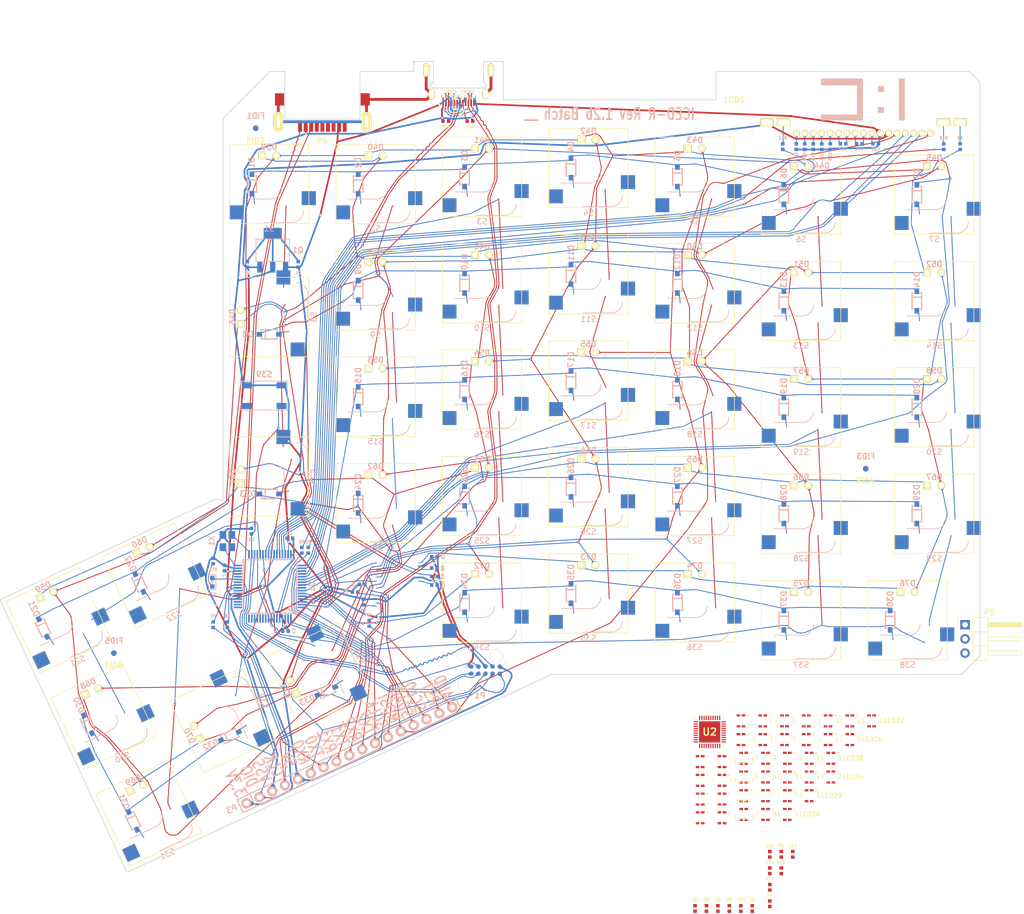
<source format=kicad_pcb>
(kicad_pcb (version 20210824) (generator pcbnew)
  (title_block (title "ICED-R") (date "2016-07-17") (rev "Rev 1.2b") (company "Input Club"))
  (layers (0 "F.Cu" signal "Front") (31 "B.Cu" signal "Back") (34 "B.Paste" user) (35 "F.Paste" user) (36 "B.SilkS" user "B.Silkscreen") (37 "F.SilkS" user "F.Silkscreen") (38 "B.Mask" user) (39 "F.Mask" user) (44 "Edge.Cuts" user))
  (net 0 "")
  (net 1 "+5V")
  (net 2 "/ledmatrix/CA1")
  (net 3 "/ledmatrix/CA2")
  (net 4 "/ledmatrix/CA3")
  (net 5 "/ledmatrix/CA4")
  (net 6 "/ledmatrix/CA5")
  (net 7 "/ledmatrix/CA6")
  (net 8 "/ledmatrix/CA7")
  (net 9 "/ledmatrix/CA8")
  (net 10 "/ledmatrix/CA9")
  (net 11 "/mcu/A0")
  (net 12 "/mcu/INTB")
  (net 13 "/mcu/LCD_KB")
  (net 14 "/mcu/LCD_KG")
  (net 15 "/mcu/LCD_KR")
  (net 16 "/mcu/MOSI")
  (net 17 "/mcu/RST")
  (net 18 "/mcu/RX0")
  (net 19 "/mcu/RX1")
  (net 20 "/mcu/RX2")
  (net 21 "/mcu/SCL0")
  (net 22 "/mcu/SCLK")
  (net 23 "/mcu/SDA0")
  (net 24 "/mcu/SDB")
  (net 25 "/mcu/SS1")
  (net 26 "/mcu/SWD_CLK")
  (net 27 "/mcu/SWD_DIO")
  (net 28 "/mcu/TX0")
  (net 29 "/mcu/TX1")
  (net 30 "/mcu/TX2")
  (net 31 "/mcu/USB_DM")
  (net 32 "/mcu/USB_DP")
  (net 33 "VDD")
  (net 34 "VSS")
  (net 35 "Net-(C8-Pad1)")
  (net 36 "Net-(C9-Pad1)")
  (net 37 "Net-(C10-Pad1)")
  (net 38 "Net-(C11-Pad2)")
  (net 39 "Net-(C12-Pad2)")
  (net 40 "Net-(C13-Pad2)")
  (net 41 "Net-(C14-Pad2)")
  (net 42 "Net-(C15-Pad2)")
  (net 43 "Net-(D1-Pad1)")
  (net 44 "Net-(D2-Pad1)")
  (net 45 "Net-(D3-Pad1)")
  (net 46 "Net-(D4-Pad1)")
  (net 47 "Net-(D5-Pad1)")
  (net 48 "Net-(D6-Pad1)")
  (net 49 "Net-(D7-Pad1)")
  (net 50 "Net-(D8-Pad1)")
  (net 51 "Net-(D9-Pad1)")
  (net 52 "Net-(D10-Pad1)")
  (net 53 "Net-(D11-Pad1)")
  (net 54 "Net-(D12-Pad1)")
  (net 55 "Net-(D13-Pad1)")
  (net 56 "Net-(D14-Pad1)")
  (net 57 "Net-(D15-Pad1)")
  (net 58 "Net-(D16-Pad1)")
  (net 59 "Net-(D17-Pad1)")
  (net 60 "Net-(D18-Pad1)")
  (net 61 "Net-(D19-Pad1)")
  (net 62 "Net-(D20-Pad1)")
  (net 63 "Net-(D21-Pad1)")
  (net 64 "Net-(D22-Pad1)")
  (net 65 "Net-(D23-Pad1)")
  (net 66 "Net-(D24-Pad1)")
  (net 67 "Net-(D25-Pad1)")
  (net 68 "Net-(D26-Pad1)")
  (net 69 "Net-(D27-Pad1)")
  (net 70 "Net-(D28-Pad1)")
  (net 71 "Net-(D29-Pad1)")
  (net 72 "Net-(D30-Pad1)")
  (net 73 "Net-(D31-Pad1)")
  (net 74 "Net-(D32-Pad1)")
  (net 75 "Net-(D33-Pad1)")
  (net 76 "Net-(D34-Pad1)")
  (net 77 "Net-(D35-Pad1)")
  (net 78 "Net-(D36-Pad1)")
  (net 79 "Net-(D37-Pad1)")
  (net 80 "Net-(D38-Pad1)")
  (net 81 "/mcu/PTA5")
  (net 82 "Net-(LCD1-Pad2)")
  (net 83 "Net-(LCD1-Pad20)")
  (net 84 "Net-(LCD1-Pad21)")
  (net 85 "/mcu/AUD")
  (net 86 "Net-(R12-Pad1)")
  (net 87 "Net-(U1-Pad32)")
  (net 88 "Net-(U1-Pad33)")
  (net 89 "Net-(C11-Pad1)")
  (net 90 "Net-(C12-Pad1)")
  (net 91 "Net-(C16-Pad2)")
  (net 92 "Net-(C17-Pad2)")
  (net 93 "Net-(D77-Pad2)")
  (net 94 "Net-(R6-Pad1)")
  (net 95 "Net-(R7-Pad1)")
  (net 96 "/mcu/MCU_RESET")
  (net 97 "/Row1")
  (net 98 "/Row2")
  (net 99 "/Row3")
  (net 100 "/Row4")
  (net 101 "/Row5")
  (net 102 "/GND")
  (net 103 "Net-(P2-Pad17)")
  (net 106 "Net-(P2-Pad5)")
  (net 107 "/mcu/RGBOUT")
  (net 112 "Net-(R1-Pad2)")
  (net 113 "Net-(R2-Pad2)")
  (net 114 "/Col3")
  (net 115 "/Col4")
  (net 116 "/Col5")
  (net 117 "/Col6")
  (net 118 "/Col7")
  (net 119 "/Col8")
  (net 120 "/Col9")
  (net 121 "/Col1")
  (net 122 "/Col2")
  (net 124 "/mcu/ADC0_DP0")
  (net 125 "/mcu/ADC0_DM0")
  (net 126 "/mcu/ADC1_DP0")
  (net 127 "/mcu/ADC1_DM0")
  (net 136 "/mcu/PTA4")
  (net 137 "/mcu/PTA12")
  (net 139 "/mcu/ledmatrix_2/Row1B")
  (net 140 "/mcu/ledmatrix_2/Red3")
  (net 141 "/mcu/ledmatrix_2/Green3")
  (net 142 "/mcu/ledmatrix_2/Blue3")
  (net 143 "/mcu/ledmatrix_2/Red2")
  (net 144 "/mcu/ledmatrix_2/Green2")
  (net 145 "/mcu/ledmatrix_2/Blue2")
  (net 146 "/mcu/ledmatrix_2/Red1")
  (net 147 "/mcu/ledmatrix_2/Green1")
  (net 148 "/mcu/ledmatrix_2/Blue1")
  (net 149 "/mcu/ledmatrix_2/Row1A")
  (net 150 "/mcu/ledmatrix_2/Red4")
  (net 151 "/mcu/ledmatrix_2/Green4")
  (net 152 "/mcu/ledmatrix_2/Blue4")
  (net 153 "/mcu/ledmatrix_2/Row2B")
  (net 154 "/mcu/ledmatrix_2/Row2A")
  (net 155 "/mcu/ledmatrix_2/Row3B")
  (net 156 "/mcu/ledmatrix_2/Row3A")
  (net 157 "/mcu/ledmatrix_2/Row4C")
  (net 158 "/mcu/ledmatrix_2/Row4B")
  (net 159 "/mcu/ledmatrix_2/Row4A")
  (net 160 "/mcu/ledmatrix_2/Row5B")
  (net 161 "/mcu/ledmatrix_2/Row5A")
  (net 162 "/mcu/ledmatrix_2/IICRST")
  (net 163 "/mcu/ledmatrix_2/RSET")
  (footprint "prettylib:SW_Hotswap_Kailh" (layer "F.Cu") (at 186.69 143.203 180)
    (fp_text reference "S38")
    (fp_text value "SW")
  )
  (footprint "prettylib:SW_Hotswap_Kailh" (layer "F.Cu") (at 129.54 138.43 180)
    (fp_text reference "S35")
    (fp_text value "SW")
  )
  (footprint "prettylib:SW_Hotswap_Kailh" (layer "F.Cu") (at 110.49 140.028 180)
    (fp_text reference "S34")
    (fp_text value "SW")
  )
  (footprint "prettylib:SW_Hotswap_Kailh" (layer "F.Cu") (at 129.54 119.38 180)
    (fp_text reference "S26")
    (fp_text value "SW")
  )
  (footprint "prettylib:SW_Hotswap_Kailh" (layer "F.Cu") (at 110.49 120.978 180)
    (fp_text reference "S25")
    (fp_text value "SW")
  )
  (footprint "prettylib:SW_Hotswap_Kailh" (layer "F.Cu") (at 72.39 117.485 -90)
    (fp_text reference "S23")
    (fp_text value "SW")
  )
  (footprint "prettylib:SW_Hotswap_Kailh" (layer "F.Cu") (at 148.59 101.928 180)
    (fp_text reference "S18")
    (fp_text value "SW")
  )
  (footprint "prettylib:SW_Hotswap_Kailh" (layer "F.Cu") (at 129.54 100.33 180)
    (fp_text reference "S17")
    (fp_text value "SW")
  )
  (footprint "prettylib:SW_Hotswap_Kailh" (layer "F.Cu") (at 110.49 101.928 180)
    (fp_text reference "S16")
    (fp_text value "SW")
  )
  (footprint "prettylib:SW_Hotswap_Kailh" (layer "F.Cu") (at 91.44 103.198 180)
    (fp_text reference "S15")
    (fp_text value "SW")
  )
  (footprint "prettylib:SW_Hotswap_Kailh" (layer "F.Cu") (at 167.64 86.0527 180)
    (fp_text reference "S13")
    (fp_text value "SW")
  )
  (footprint "prettylib:SW_Hotswap_Kailh" (layer "F.Cu") (at 148.59 82.8777 180)
    (fp_text reference "S12")
    (fp_text value "SW")
  )
  (footprint "prettylib:SW_Hotswap_Kailh" (layer "F.Cu") (at 129.54 81.28 180)
    (fp_text reference "S11")
    (fp_text value "SW")
  )
  (footprint "prettylib:SW_Hotswap_Kailh" (layer "F.Cu") (at 110.49 82.8777 180)
    (fp_text reference "S10")
    (fp_text value "SW")
  )
  (footprint "prettylib:SW_Hotswap_Kailh" (layer "F.Cu") (at 91.44 84.1477 180)
    (fp_text reference "S9")
    (fp_text value "SW")
  )
  (footprint "prettylib:SW_Hotswap_Kailh" (layer "F.Cu") (at 72.39 88.9102 -90)
    (fp_text reference "S8")
    (fp_text value "SW")
  )
  (footprint "prettylib:SW_Hotswap_Kailh" (layer "F.Cu") (at 50.8 177.8 -155)
    (fp_text reference "S31")
    (fp_text value "SW")
  )
  (footprint "prettylib:SW_Hotswap_Kailh" (layer "F.Cu") (at 64.0385 161.117 -65)
    (fp_text reference "S32")
    (fp_text value "SW")
  )
  (footprint "prettylib:SW_Hotswap_Kailh" (layer "F.Cu") (at 42.7482 160.533 -155)
    (fp_text reference "S30")
    (fp_text value "SW")
  )
  (footprint "prettylib:SW_Hotswap_Kailh" (layer "F.Cu") (at 34.6989 143.269 -155)
    (fp_text reference "S21")
    (fp_text value "SW")
  )
  (footprint "prettylib:SW_Hotswap_Kailh" (layer "F.Cu") (at 148.59 140.028 180)
    (fp_text reference "S36")
    (fp_text value "SW")
  )
  (footprint "prettylib:SW_Hotswap_Kailh" (layer "F.Cu") (at 51.9633 135.219 -155)
    (fp_text reference "S22")
    (fp_text value "SW")
  )
  (footprint "prettylib:SW_Hotswap_Kailh" (layer "F.Cu") (at 110.49 63.8277 180)
    (fp_text reference "S3")
    (fp_text value "SW")
  )
  (footprint "prettylib:SW_Hotswap_Kailh" (layer "F.Cu") (at 129.54 62.23 180)
    (fp_text reference "S4")
    (fp_text value "SW")
  )
  (footprint "prettylib:SW_Hotswap_Kailh" (layer "F.Cu") (at 148.59 63.8277 180)
    (fp_text reference "S5")
    (fp_text value "SW")
  )
  (footprint "prettylib:SW_Hotswap_Kailh" (layer "F.Cu") (at 167.64 67.0052 180)
    (fp_text reference "S6")
    (fp_text value "SW")
  )
  (footprint "prettylib:SW_Hotswap_Kailh" (layer "F.Cu") (at 91.44 65.1002 180)
    (fp_text reference "S2")
    (fp_text value "SW")
  )
  (footprint "prettylib:SW_Hotswap_Kailh" (layer "F.Cu") (at 72.39 65.1002 180)
    (fp_text reference "S1")
    (fp_text value "SW")
  )
  (footprint "prettylib:SW_Hotswap_Kailh" (layer "F.Cu") (at 148.59 120.978 180)
    (fp_text reference "S27")
    (fp_text value "SW")
  )
  (footprint "prettylib:SW_Hotswap_Kailh" (layer "F.Cu") (at 91.44 122.248 180)
    (fp_text reference "S24")
    (fp_text value "SW")
  )
  (footprint "prettylib:SW_Hotswap_Kailh" (layer "F.Cu") (at 167.64 105.103 180)
    (fp_text reference "S19")
    (fp_text value "SW")
  )
  (footprint "prettylib:SW_Hotswap_Kailh" (layer "F.Cu") (at 167.64 124.153 180)
    (fp_text reference "S28")
    (fp_text value "SW")
  )
  (footprint "prettylib:SW_Hotswap_Kailh" (layer "F.Cu") (at 167.64 143.203 180)
    (fp_text reference "S37")
    (fp_text value "SW")
  )
  (footprint "prettylib:SW_Hotswap_Kailh" (layer "F.Cu") (at 191.452 124.153 180)
    (fp_text reference "S29")
    (fp_text value "SW")
  )
  (footprint "prettylib:SW_Hotswap_Kailh" (layer "F.Cu") (at 191.452 67.0052 180)
    (fp_text reference "S7")
    (fp_text value "SW")
  )
  (footprint "prettylib:SW_Hotswap_Kailh" (layer "F.Cu") (at 191.452 105.103 180)
    (fp_text reference "S20")
    (fp_text value "SW")
  )
  (footprint "prettylib:SW_Hotswap_Kailh" (layer "F.Cu") (at 191.452 86.0527 180)
    (fp_text reference "S14")
    (fp_text value "SW")
  )
  (footprint "prettylib:USB3_AFEMALE_MOD" (layer "F.Cu") (at 81.915 44.958 180)
    (fp_text reference "P4")
    (fp_text value "USB3_AFEMALE" hide)
  )
  (footprint "prettylib:SW_Hotswap_Kailh" (layer "F.Cu") (at 81.3029 153.065 -65)
    (fp_text reference "S33")
    (fp_text value "SW")
  )
  (footprint "prettylib:INSW_LEDS_REG" (layer "F.Cu") (at 48.6537 173.198 25)
    (fp_text reference "D69")
    (fp_text value "LED" hide)
  )
  (footprint "prettylib:INSW_LEDS_REG" (layer "F.Cu") (at 167.64 119.073)
    (fp_text reference "D66")
    (fp_text value "LED" hide)
  )
  (footprint "prettylib:INSW_LEDS_REG" (layer "F.Cu") (at 148.59 77.7977)
    (fp_text reference "D50")
    (fp_text value "LED" hide)
  )
  (footprint "prettylib:INSW_LEDS_REG" (layer "F.Cu") (at 148.59 115.898)
    (fp_text reference "D65")
    (fp_text value "LED" hide)
  )
  (footprint "prettylib:INSW_LEDS_REG" (layer "F.Cu") (at 129.54 76.2)
    (fp_text reference "D49")
    (fp_text value "LED" hide)
  )
  (footprint "prettylib:INSW_LEDS_REG" (layer "F.Cu") (at 129.54 114.3)
    (fp_text reference "D64")
    (fp_text value "LED" hide)
  )
  (footprint "prettylib:INSW_LEDS_REG" (layer "F.Cu") (at 110.49 77.7977)
    (fp_text reference "D48")
    (fp_text value "LED" hide)
  )
  (footprint "prettylib:INSW_LEDS_REG" (layer "F.Cu") (at 191.452 119.073)
    (fp_text reference "D67")
    (fp_text value "LED" hide)
  )
  (footprint "prettylib:INSW_LEDS_REG" (layer "F.Cu") (at 191.452 80.9727)
    (fp_text reference "D52")
    (fp_text value "LED" hide)
  )
  (footprint "prettylib:INSW_LEDS_REG" (layer "F.Cu") (at 40.6019 155.931 25)
    (fp_text reference "D68")
    (fp_text value "LED" hide)
  )
  (footprint "prettylib:INSW_LEDS_REG" (layer "F.Cu") (at 91.44 98.118)
    (fp_text reference "D53")
    (fp_text value "LED" hide)
  )
  (footprint "prettylib:INSW_LEDS_REG" (layer "F.Cu") (at 110.49 115.898)
    (fp_text reference "D63")
    (fp_text value "LED" hide)
  )
  (footprint "prettylib:INSW_LEDS_REG" (layer "F.Cu") (at 110.49 96.848)
    (fp_text reference "D54")
    (fp_text value "LED" hide)
  )
  (footprint "prettylib:INSW_LEDS_REG" (layer "F.Cu") (at 59.436 163.266 115)
    (fp_text reference "D70")
    (fp_text value "LED" hide)
  )
  (footprint "prettylib:INSW_LEDS_REG" (layer "F.Cu") (at 148.59 58.7477)
    (fp_text reference "D43")
    (fp_text value "LED" hide)
  )
  (footprint "prettylib:INSW_LEDS_REG" (layer "F.Cu") (at 129.54 95.25)
    (fp_text reference "D55")
    (fp_text value "LED" hide)
  )
  (footprint "prettylib:INSW_LEDS_REG" (layer "F.Cu") (at 76.6978 155.21 115)
    (fp_text reference "D71")
    (fp_text value "LED" hide)
  )
  (footprint "prettylib:INSW_LEDS_REG" (layer "F.Cu") (at 91.44 60.0202)
    (fp_text reference "D40")
    (fp_text value "LED" hide)
  )
  (footprint "prettylib:INSW_LEDS_REG" (layer "F.Cu") (at 148.59 96.848)
    (fp_text reference "D56")
    (fp_text value "LED" hide)
  )
  (footprint "prettylib:INSW_LEDS_REG" (layer "F.Cu") (at 110.49 58.7477)
    (fp_text reference "D41")
    (fp_text value "LED" hide)
  )
  (footprint "prettylib:INSW_LEDS_REG" (layer "F.Cu") (at 167.64 100.023)
    (fp_text reference "D57")
    (fp_text value "LED" hide)
  )
  (footprint "prettylib:INSW_LEDS_REG" (layer "F.Cu") (at 129.54 133.35)
    (fp_text reference "D73")
    (fp_text value "LED" hide)
  )
  (footprint "prettylib:INSW_LEDS_REG" (layer "F.Cu") (at 129.54 57.15)
    (fp_text reference "D42")
    (fp_text value "LED" hide)
  )
  (footprint "prettylib:INSW_LEDS_REG" (layer "F.Cu") (at 191.452 100.023)
    (fp_text reference "D58")
    (fp_text value "LED" hide)
  )
  (footprint "prettylib:INSW_LEDS_REG" (layer "F.Cu") (at 148.59 134.948)
    (fp_text reference "D74")
    (fp_text value "LED" hide)
  )
  (footprint "prettylib:INSW_LEDS_REG" (layer "F.Cu") (at 72.39 60.0202)
    (fp_text reference "D39")
    (fp_text value "LED" hide)
  )
  (footprint "prettylib:INSW_LEDS_REG" (layer "F.Cu") (at 32.5526 138.667 25)
    (fp_text reference "D59")
    (fp_text value "LED" hide)
  )
  (footprint "prettylib:INSW_LEDS_REG" (layer "F.Cu") (at 167.64 138.123)
    (fp_text reference "D75")
    (fp_text value "LED" hide)
  )
  (footprint "prettylib:INSW_LEDS_REG" (layer "F.Cu") (at 167.64 61.9252)
    (fp_text reference "D44")
    (fp_text value "LED" hide)
  )
  (footprint "prettylib:INSW_LEDS_REG" (layer "F.Cu") (at 49.817 130.617 25)
    (fp_text reference "D60")
    (fp_text value "LED" hide)
  )
  (footprint "prettylib:INSW_LEDS_REG" (layer "F.Cu") (at 186.69 138.123)
    (fp_text reference "D76")
    (fp_text value "LED" hide)
  )
  (footprint "prettylib:INSW_LEDS_REG" (layer "F.Cu") (at 191.452 61.9252)
    (fp_text reference "D45")
    (fp_text value "LED" hide)
  )
  (footprint "prettylib:INSW_LEDS_REG" (layer "F.Cu") (at 67.31 117.485 90)
    (fp_text reference "D61")
    (fp_text value "LED" hide)
  )
  (footprint "prettylib:INSW_LEDS_REG" (layer "F.Cu") (at 67.31 88.9102 90)
    (fp_text reference "D46")
    (fp_text value "LED" hide)
  )
  (footprint "prettylib:INSW_LEDS_REG" (layer "F.Cu") (at 91.44 117.168)
    (fp_text reference "D62")
    (fp_text value "LED" hide)
  )
  (footprint "prettylib:INSW_LEDS_REG" (layer "F.Cu") (at 91.44 79.0677)
    (fp_text reference "D47")
    (fp_text value "LED" hide)
  )
  (footprint "prettylib:INSW_LEDS_REG" (layer "F.Cu") (at 167.64 80.9727)
    (fp_text reference "D51")
    (fp_text value "LED" hide)
  )
  (footprint "prettylib:INSW_LEDS_REG" (layer "F.Cu") (at 110.49 134.948)
    (fp_text reference "D72")
    (fp_text value "LED" hide)
  )
  (footprint "prettylib:NHD-C12832A1Z" (layer "F.Cu") (at 178.8 56.014)
    (fp_text reference "LCD1")
    (fp_text value "NHD-C12832A1Z" hide)
  )
  (footprint "prettylib:FID" (layer "F.Cu") (at 69.977 55.118)
    (fp_text reference "FID2")
    (fp_text value ">VALUE" hide)
  )
  (footprint "prettylib:FID" (layer "F.Cu") (at 179.197 116.078)
    (fp_text reference "FID4")
    (fp_text value ">VALUE" hide)
  )
  (footprint "prettylib:FID" (layer "F.Cu") (at 44.577 149.098)
    (fp_text reference "FID6")
    (fp_text value ">VALUE" hide)
  )
  (footprint "prettylib:USB_C_MIDMOUNT_TH_IMPCUT" (layer "F.Cu") (at 106.299 49.9364 180)
    (fp_text reference "P2")
    (fp_text value "USBC" hide)
  )
  (footprint "prettylib:SMD-1005" (layer "F.Cu") (at 104.013 53.848 -90)
    (fp_text reference "R14")
    (fp_text value "5.1k" hide)
  )
  (footprint "prettylib:SMD-1005" (layer "F.Cu") (at 108.331 53.848 90)
    (fp_text reference "R15")
    (fp_text value "5.1k" hide)
  )
  (footprint "prettylib:SMD-1005" (layer "F.Cu") (at 158.877 194.818)
    (fp_text reference "C6")
    (fp_text value "0.47uF" hide)
  )
  (footprint "prettylib:0606" (layer "F.Cu") (at 161.252 174.628)
    (fp_text reference "LED15")
    (fp_text value "RGB_0606")
  )
  (footprint "prettylib:0606" (layer "F.Cu") (at 153.452 175.228)
    (fp_text reference "LED1")
    (fp_text value "RGB_0606")
  )
  (footprint "prettylib:0606" (layer "F.Cu") (at 157.352 167.928)
    (fp_text reference "LED19")
    (fp_text value "RGB_0606")
  )
  (footprint "prettylib:0606" (layer "F.Cu") (at 161.252 171.278)
    (fp_text reference "LED23")
    (fp_text value "RGB_0606")
  )
  (footprint "prettylib:0606" (layer "F.Cu") (at 164.652 164.578)
    (fp_text reference "LED8")
    (fp_text value "RGB_0606")
  )
  (footprint "prettylib:0606" (layer "F.Cu") (at 153.452 178.578)
    (fp_text reference "LED25")
    (fp_text value "RGB_0606")
  )
  (footprint "prettylib:0606" (layer "F.Cu") (at 157.352 177.978)
    (fp_text reference "LED18")
    (fp_text value "RGB_0606")
  )
  (footprint "prettylib:0606" (layer "F.Cu") (at 157.352 171.278)
    (fp_text reference "LED10")
    (fp_text value "RGB_0606")
  )
  (footprint "prettylib:0606" (layer "F.Cu") (at 169.052 174.628)
    (fp_text reference "LED29")
    (fp_text value "RGB_0606")
  )
  (footprint "prettylib:QFN40P500X500X80-41N-D" (layer "F.Cu") (at 151.252 163.203)
    (fp_text reference "U2")
    (fp_text value "IS31FL3737-QFLS4-TR" hide)
  )
  (footprint "prettylib:SMD-1005" (layer "F.Cu") (at 162.027 188.068)
    (fp_text reference "C18")
    (fp_text value "0.1uF" hide)
  )
  (footprint "prettylib:SMD-1005" (layer "F.Cu") (at 166.127 185.118)
    (fp_text reference "C19")
    (fp_text value "0.1uF" hide)
  )
  (footprint "prettylib:0606" (layer "F.Cu") (at 161.252 177.978)
    (fp_text reference "LED35")
    (fp_text value "RGB_0606")
  )
  (footprint "prettylib:SMD-1005" (layer "F.Cu") (at 150.677 194.818)
    (fp_text reference "C9")
    (fp_text value "0.47uF" hide)
  )
  (footprint "prettylib:0606" (layer "F.Cu") (at 149.552 171.878)
    (fp_text reference "LED14")
    (fp_text value "RGB_0606")
  )
  (footprint "prettylib:0606" (layer "F.Cu") (at 165.152 167.928)
    (fp_text reference "LED22")
    (fp_text value "RGB_0606")
  )
  (footprint "prettylib:0606" (layer "F.Cu") (at 153.452 171.878)
    (fp_text reference "LED17")
    (fp_text value "RGB_0606")
  )
  (footprint "prettylib:0606" (layer "F.Cu") (at 156.852 164.578)
    (fp_text reference "LED12")
    (fp_text value "RGB_0606")
  )
  (footprint "prettylib:SMD-1005" (layer "F.Cu") (at 154.777 194.818)
    (fp_text reference "R8")
    (fp_text value "100k" hide)
  )
  (footprint "prettylib:0606" (layer "F.Cu") (at 176.352 161.228)
    (fp_text reference "LED31")
    (fp_text value "RGB_0606")
  )
  (footprint "prettylib:0606" (layer "F.Cu") (at 149.552 168.528)
    (fp_text reference "LED6")
    (fp_text value "RGB_0606")
  )
  (footprint "prettylib:SMD-1005" (layer "F.Cu") (at 156.827 194.818)
    (fp_text reference "C20")
    (fp_text value "0.1uF" hide)
  )
  (footprint "prettylib:0606" (layer "F.Cu") (at 180.252 161.228)
    (fp_text reference "LED27")
    (fp_text value "RGB_0606")
  )
  (footprint "prettylib:0606" (layer "F.Cu") (at 165.152 171.278)
    (fp_text reference "LED34")
    (fp_text value "RGB_0606")
  )
  (footprint "prettylib:SMD-1005" (layer "F.Cu") (at 164.077 188.068)
    (fp_text reference "R16")
    (fp_text value "4.7" hide)
  )
  (footprint "prettylib:0606" (layer "F.Cu") (at 176.352 164.578)
    (fp_text reference "LED26")
    (fp_text value "RGB_0606")
  )
  (footprint "prettylib:0606" (layer "F.Cu") (at 160.752 161.228)
    (fp_text reference "LED11")
    (fp_text value "RGB_0606")
  )
  (footprint "prettylib:0606" (layer "F.Cu") (at 172.952 171.278)
    (fp_text reference "LED24")
    (fp_text value "RGB_0606")
  )
  (footprint "prettylib:SMD-1005" (layer "F.Cu") (at 148.627 194.818)
    (fp_text reference "R3")
    (fp_text value "4.7" hide)
  )
  (footprint "prettylib:0606" (layer "F.Cu") (at 160.752 164.578)
    (fp_text reference "LED20")
    (fp_text value "RGB_0606")
  )
  (footprint "prettylib:SMD-1005" (layer "F.Cu") (at 164.077 185.118)
    (fp_text reference "R5")
    (fp_text value "4.7" hide)
  )
  (footprint "prettylib:0606" (layer "F.Cu") (at 172.452 164.578)
    (fp_text reference "LED32")
    (fp_text value "RGB_0606")
  )
  (footprint "prettylib:0606" (layer "F.Cu") (at 168.552 161.228)
    (fp_text reference "LED16")
    (fp_text value "RGB_0606")
  )
  (footprint "prettylib:0606" (layer "F.Cu") (at 149.552 175.228)
    (fp_text reference "LED4")
    (fp_text value "RGB_0606")
  )
  (footprint "prettylib:0606" (layer "F.Cu") (at 156.852 161.228)
    (fp_text reference "LED5")
    (fp_text value "RGB_0606")
  )
  (footprint "prettylib:0606" (layer "F.Cu") (at 172.452 161.228)
    (fp_text reference "LED30")
    (fp_text value "RGB_0606")
  )
  (footprint "prettylib:0606" (layer "F.Cu") (at 153.452 168.528)
    (fp_text reference "LED13")
    (fp_text value "RGB_0606")
  )
  (footprint "prettylib:SMD-1005" (layer "F.Cu") (at 162.027 185.118)
    (fp_text reference "C21")
    (fp_text value "0.47uF" hide)
  )
  (footprint "prettylib:0606" (layer "F.Cu") (at 169.052 171.278)
    (fp_text reference "LED37")
    (fp_text value "RGB_0606")
  )
  (footprint "Connector_PinHeader_2.54mm:PinHeader_1x03_P2.54mm_Horizontal" (layer "F.Cu") (at 196.977 144.018)
    (fp_text reference "P5")
    (fp_text value "RGB Out")
  )
  (footprint "prettylib:0606" (layer "F.Cu") (at 157.352 174.628)
    (fp_text reference "LED7")
    (fp_text value "RGB_0606")
  )
  (footprint "prettylib:0606" (layer "F.Cu") (at 149.552 178.578)
    (fp_text reference "LED2")
    (fp_text value "RGB_0606")
  )
  (footprint "prettylib:0606" (layer "F.Cu") (at 164.652 161.228)
    (fp_text reference "LED3")
    (fp_text value "RGB_0606")
  )
  (footprint "prettylib:0606" (layer "F.Cu") (at 161.252 167.928)
    (fp_text reference "LED9")
    (fp_text value "RGB_0606")
  )
  (footprint "prettylib:0606" (layer "F.Cu") (at 165.152 174.628)
    (fp_text reference "LED36")
    (fp_text value "RGB_0606")
  )
  (footprint "prettylib:SMD-1005" (layer "F.Cu") (at 152.727 194.818)
    (fp_text reference "C8")
    (fp_text value "0.47uF" hide)
  )
  (footprint "prettylib:0606" (layer "F.Cu") (at 168.552 164.578)
    (fp_text reference "LED21")
    (fp_text value "RGB_0606")
  )
  (footprint "prettylib:SMD-1005" (layer "F.Cu") (at 162.027 191.018)
    (fp_text reference "R12")
    (fp_text value "20k" hide)
  )
  (footprint "prettylib:SMD-1005" (layer "F.Cu") (at 162.027 193.968)
    (fp_text reference "R4")
    (fp_text value "100k" hide)
  )
  (footprint "prettylib:0606" (layer "F.Cu") (at 169.052 167.928)
    (fp_text reference "LED33")
    (fp_text value "RGB_0606")
  )
  (footprint "prettylib:0606" (layer "F.Cu") (at 165.152 177.978)
    (fp_text reference "LED28")
    (fp_text value "RGB_0606")
  )
  (footprint "prettylib:0606" (layer "F.Cu") (at 172.952 167.928)
    (fp_text reference "LED38")
    (fp_text value "RGB_0606")
  )
  (footprint "prettylib:TACT_5.2x5.2" (layer "B.Cu") (at 71.501 102.997)
    (fp_text reference "S39")
    (fp_text value "TAC_SWITCH" hide)
  )
  (footprint "prettylib:SOT123-DIODE" (layer "B.Cu") (at 82.6186 155.885 -65)
    (fp_text reference "D33")
    (fp_text value "DIODE" hide)
  )
  (footprint "prettylib:SOT123-DIODE" (layer "B.Cu") (at 72.39 120.596 -90)
    (fp_text reference "D23")
    (fp_text value "DIODE" hide)
  )
  (footprint "prettylib:SOT123-DIODE" (layer "B.Cu") (at 88.3285 122.248 180)
    (fp_text reference "D24")
    (fp_text value "DIODE" hide)
  )
  (footprint "prettylib:SOT123-DIODE" (layer "B.Cu") (at 107.378 120.978 180)
    (fp_text reference "D25")
    (fp_text value "DIODE" hide)
  )
  (footprint "prettylib:SOT123-DIODE" (layer "B.Cu") (at 126.428 119.38 180)
    (fp_text reference "D26")
    (fp_text value "DIODE" hide)
  )
  (footprint "prettylib:SOT123-DIODE" (layer "B.Cu") (at 145.478 120.978 180)
    (fp_text reference "D27")
    (fp_text value "DIODE" hide)
  )
  (footprint "prettylib:SOT123-DIODE" (layer "B.Cu") (at 164.528 124.153 180)
    (fp_text reference "D28")
    (fp_text value "DIODE" hide)
  )
  (footprint "prettylib:SOT123-DIODE" (layer "B.Cu") (at 188.34 124.153 180)
    (fp_text reference "D29")
    (fp_text value "DIODE" hide)
  )
  (footprint "prettylib:SOT123-DIODE" (layer "B.Cu") (at 47.9806 179.116 -155)
    (fp_text reference "D31")
    (fp_text value "DIODE" hide)
  )
  (footprint "prettylib:SOT123-DIODE" (layer "B.Cu") (at 65.3542 163.937 -65)
    (fp_text reference "D32")
    (fp_text value "DIODE" hide)
  )
  (footprint "prettylib:SOT123-DIODE" (layer "B.Cu") (at 107.378 140.028 180)
    (fp_text reference "D34")
    (fp_text value "DIODE" hide)
  )
  (footprint "prettylib:SOT123-DIODE" (layer "B.Cu") (at 126.428 138.43 180)
    (fp_text reference "D35")
    (fp_text value "DIODE" hide)
  )
  (footprint "prettylib:SOT123-DIODE" (layer "B.Cu") (at 145.478 140.028 180)
    (fp_text reference "D36")
    (fp_text value "DIODE" hide)
  )
  (footprint "prettylib:SOT123-DIODE" (layer "B.Cu") (at 164.528 143.203 180)
    (fp_text reference "D37")
    (fp_text value "DIODE" hide)
  )
  (footprint "prettylib:SOT123-DIODE" (layer "B.Cu") (at 183.578 143.203 180)
    (fp_text reference "D38")
    (fp_text value "DIODE" hide)
  )
  (footprint "prettylib:SOT123-DIODE" (layer "B.Cu") (at 126.428 62.23 180)
    (fp_text reference "D4")
    (fp_text value "DIODE" hide)
  )
  (footprint "prettylib:SOT123-DIODE" (layer "B.Cu") (at 107.378 63.8277 180)
    (fp_text reference "D3")
    (fp_text value "DIODE" hide)
  )
  (footprint "prettylib:SOT123-DIODE" (layer "B.Cu") (at 88.3285 65.1002 180)
    (fp_text reference "D2")
    (fp_text value "DIODE" hide)
  )
  (footprint "prettylib:SOT123-DIODE" (layer "B.Cu") (at 49.1439 136.533 -155)
    (fp_text reference "D22")
    (fp_text value "DIODE" hide)
  )
  (footprint "prettylib:SOT123-DIODE" (layer "B.Cu") (at 72.39 92.0217 -90)
    (fp_text reference "D8")
    (fp_text value "DIODE" hide)
  )
  (footprint "prettylib:SOT123-DIODE" (layer "B.Cu") (at 88.3285 84.1477 180)
    (fp_text reference "D9")
    (fp_text value "DIODE" hide)
  )
  (footprint "prettylib:SOT123-DIODE" (layer "B.Cu") (at 107.378 82.8777 180)
    (fp_text reference "D10")
    (fp_text value "DIODE" hide)
  )
  (footprint "prettylib:SOT123-DIODE" (layer "B.Cu") (at 145.478 82.8777 180)
    (fp_text reference "D12")
    (fp_text value "DIODE" hide)
  )
  (footprint "prettylib:SOT123-DIODE" (layer "B.Cu") (at 164.528 86.0527 180)
    (fp_text reference "D13")
    (fp_text value "DIODE" hide)
  )
  (footprint "prettylib:SOT123-DIODE" (layer "B.Cu") (at 188.34 86.0527 180)
    (fp_text reference "D14")
    (fp_text value "DIODE" hide)
  )
  (footprint "prettylib:SOT123-DIODE" (layer "B.Cu") (at 88.3285 103.198 180)
    (fp_text reference "D15")
    (fp_text value "DIODE" hide)
  )
  (footprint "prettylib:SOT123-DIODE" (layer "B.Cu") (at 107.378 101.928 180)
    (fp_text reference "D16")
    (fp_text value "DIODE" hide)
  )
  (footprint "prettylib:SOT123-DIODE" (layer "B.Cu") (at 126.428 100.33 180)
    (fp_text reference "D17")
    (fp_text value "DIODE" hide)
  )
  (footprint "prettylib:SOT123-DIODE" (layer "B.Cu") (at 145.478 101.928 180)
    (fp_text reference "D18")
    (fp_text value "DIODE" hide)
  )
  (footprint "prettylib:SOT123-DIODE" (layer "B.Cu") (at 164.528 105.103 180)
    (fp_text reference "D19")
    (fp_text value "DIODE" hide)
  )
  (footprint "prettylib:SOT123-DIODE" (layer "B.Cu") (at 188.34 105.103 180)
    (fp_text reference "D20")
    (fp_text value "DIODE" hide)
  )
  (footprint "prettylib:SOT123-DIODE" (layer "B.Cu") (at 31.8795 144.585 -155)
    (fp_text reference "D21")
    (fp_text value "DIODE" hide)
  )
  (footprint "prettylib:SMD-1005" (layer "B.Cu") (at 79.375 130.683 180)
    (fp_text reference "R1")
    (fp_text value "33" hide)
  )
  (footprint "prettylib:SMD-1005" (layer "B.Cu") (at 76.073 128.524 90)
    (fp_text reference "C3")
    (fp_text value "0.1uF" hide)
  )
  (footprint "prettylib:SMD-1005" (layer "B.Cu") (at 78.232 130.683 180)
    (fp_text reference "R2")
    (fp_text value "33" hide)
  )
  (footprint "prettylib:SMD-1005" (layer "B.Cu") (at 77.597 79.502)
    (fp_text reference "C1")
    (fp_text value "1uF" hide)
  )
  (footprint "prettylib:SMD-1005" (layer "B.Cu") (at 75.311 145.161 90)
    (fp_text reference "C4")
    (fp_text value "0.1uF" hide)
  )
  (footprint "prettylib:SMD-1005" (layer "B.Cu") (at 69.215 127.254)
    (fp_text reference "C5")
    (fp_text value "0.1uF" hide)
  )
  (footprint "prettylib:NX3225SA" (layer "B.Cu") (at 64.897 129.032 90)
    (fp_text reference "X1")
    (fp_text value "CRYSTAL" hide)
  )
  (footprint "prettylib:LQFP64" (layer "B.Cu") (at 72.517 137.16 90)
    (fp_text reference "U1")
    (fp_text value "MK20DX256VLH7" hide)
  )
  (footprint "prettylib:LED-0603" (layer "B.Cu") (at 62.2125 136.419 -90)
    (fp_text reference "D77")
    (fp_text value "LED" hide)
  )
  (footprint "prettylib:SOT123-DIODE" (layer "B.Cu") (at 39.9288 161.849 -155)
    (fp_text reference "D30")
    (fp_text value "DIODE" hide)
  )
  (footprint "prettylib:SOT123-DIODE" (layer "B.Cu") (at 69.2785 65.1002 180)
    (fp_text reference "D1")
    (fp_text value "DIODE" hide)
  )
  (footprint "prettylib:SMD-1005" (layer "B.Cu") (at 64.389 133.858)
    (fp_text reference "C7")
    (fp_text value "0.1uF" hide)
  )
  (footprint "prettylib:SMD-1005" (layer "B.Cu") (at 68.453 79.502)
    (fp_text reference "C2")
    (fp_text value "1uF" hide)
  )
  (footprint "prettylib:SMD-1005" (layer "B.Cu") (at 171.323 58.42)
    (fp_text reference "C14")
    (fp_text value "1uF" hide)
  )
  (footprint "prettylib:SMD-1005" (layer "B.Cu") (at 169.799 58.42)
    (fp_text reference "C15")
    (fp_text value "1uF" hide)
  )
  (footprint "prettylib:SMD-1005" (layer "B.Cu") (at 168.275 58.42)
    (fp_text reference "C16")
    (fp_text value "1uF" hide)
  )
  (footprint "prettylib:SMD-1005" (layer "B.Cu") (at 166.751 58.42)
    (fp_text reference "C17")
    (fp_text value "1uF" hide)
  )
  (footprint "prettylib:SMD-1005" (layer "B.Cu") (at 178.054 57.912 90)
    (fp_text reference "C11")
    (fp_text value "1uF" hide)
  )
  (footprint "prettylib:SMD-1005" (layer "B.Cu") (at 196.088 58.42 180)
    (fp_text reference "R9")
    (fp_text value "66.5" hide)
  )
  (footprint "prettylib:SMD-1005" (layer "B.Cu") (at 193.167 58.42 180)
    (fp_text reference "R10")
    (fp_text value "66.5" hide)
  )
  (footprint "prettylib:SMD-1005" (layer "B.Cu") (at 164.338 58.42 180)
    (fp_text reference "R13")
    (fp_text value "33" hide)
  )
  (footprint "prettylib:SOT123-DIODE" (layer "B.Cu") (at 126.428 81.28 180)
    (fp_text reference "D11")
    (fp_text value "DIODE" hide)
  )
  (footprint "prettylib:SOT123-DIODE" (layer "B.Cu") (at 145.478 63.8277 180)
    (fp_text reference "D5")
    (fp_text value "DIODE" hide)
  )
  (footprint "prettylib:SOT123-DIODE" (layer "B.Cu") (at 164.528 67.0052 180)
    (fp_text reference "D6")
    (fp_text value "DIODE" hide)
  )
  (footprint "prettylib:SOT123-DIODE" (layer "B.Cu") (at 188.34 67.0052 180)
    (fp_text reference "D7")
    (fp_text value "DIODE" hide)
  )
  (footprint "prettylib:SMD-1005" (layer "B.Cu") (at 172.847 58.42)
    (fp_text reference "C13")
    (fp_text value "1uF" hide)
  )
  (footprint "prettylib:JLINK_NEEDLE" (layer "B.Cu") (at 111.125 152.146)
    (fp_text reference "P1")
    (fp_text value "FLASH_HDR" hide)
  )
  (footprint "prettylib:HEADER_1x17" (layer "B.Cu") (at 86.741 167.386 -65)
    (fp_text reference "P3")
    (fp_text value "CONN_17" hide)
  )
  (footprint "prettylib:SOT-223" (layer "B.Cu") (at 73.025 76.962 180)
    (fp_text reference "Q1")
    (fp_text value "TC1264" hide)
  )
  (footprint "prettylib:SMD-1005" (layer "B.Cu") (at 89.027 136.779 -90)
    (fp_text reference "R4")
    (fp_text value "4.7k" hide)
  )
  (footprint "prettylib:SMD-1005" (layer "B.Cu") (at 87.757 138.176 -90)
    (fp_text reference "R5")
    (fp_text value "4.7k" hide)
  )
  (footprint "prettylib:SMD-1005" (layer "B.Cu") (at 101.981 131.826 90)
    (fp_text reference "C6")
    (fp_text value "1uF" hide)
  )
  (footprint "prettylib:SMD-1005" (layer "B.Cu") (at 101.981 133.858 90)
    (fp_text reference "R8")
    (fp_text value "100k" hide)
  )
  (footprint "prettylib:SMD-1005" (layer "B.Cu") (at 62.357 132.588)
    (fp_text reference "R11")
    (fp_text value "1k" hide)
  )
  (footprint "prettylib:SMD-1005" (layer "B.Cu") (at 175.133 57.912 90)
    (fp_text reference "C12")
    (fp_text value "1uF" hide)
  )
  (footprint "prettylib:SMD-1005" (layer "B.Cu") (at 62.357 144.018 180)
    (fp_text reference "R7")
    (fp_text value "100" hide)
  )
  (footprint "prettylib:SMD-1005" (layer "B.Cu") (at 64.897 144.018 180)
    (fp_text reference "R6")
    (fp_text value "100" hide)
  )
  (footprint "prettylib:SMD-1005" (layer "B.Cu") (at 101.981 135.382 90)
    (fp_text reference "R3")
    (fp_text value "4.7k" hide)
  )
  (footprint "prettylib:SMD-1005" (layer "B.Cu") (at 101.981 136.906 -90)
    (fp_text reference "R12")
    (fp_text value "20k" hide)
  )
  (footprint "prettylib:SMD-1005" (layer "B.Cu") (at 89.281 139.954)
    (fp_text reference "C9")
    (fp_text value "0.1uF" hide)
  )
  (footprint "prettylib:SMD-1005" (layer "B.Cu") (at 90.297 143.764 180)
    (fp_text reference "C8")
    (fp_text value "0.22uF" hide)
  )
  (footprint "prettylib:SMD-1005" (layer "B.Cu") (at 180.975 57.912 -90)
    (fp_text reference "C10")
    (fp_text value "1uF" hide)
  )
  (footprint "prettylib:IC_LOGO" (layer "B.Cu") (at 186.182 46.228 180)
    (fp_text reference "IC_LOGO" hide)
    (fp_text value "")
  )
  (footprint "prettylib:FID" (layer "B.Cu") (at 69.977 55.118)
    (fp_text reference "FID1")
    (fp_text value ">VALUE" hide)
  )
  (footprint "prettylib:FID" (layer "B.Cu") (at 179.197 116.078)
    (fp_text reference "FID3")
    (fp_text value ">VALUE" hide)
  )
  (footprint "prettylib:FID" (layer "B.Cu") (at 44.577 149.098)
    (fp_text reference "FID5")
    (fp_text value ">VALUE" hide)
  )
  (gr_line (start 152.4 44.958) (end 197.739 44.958) (angle 90) (layer "Edge.Cuts") (width 0.127))
  (gr_arc (start 101.8286 47.4345) (end 101.3333 47.4345) (angle 90) (layer "Edge.Cuts") (width 0.127))
  (gr_line (start 75.184 44.958) (end 75.184 53.467) (angle 90) (layer "Edge.Cuts") (width 0.127))
  (gr_line (start 98.298 44.958) (end 88.646 44.958) (angle 90) (layer "Edge.Cuts") (width 0.127))
  (gr_line (start 101.8286 43.18) (end 101.8286 46.9392) (angle 90) (layer "Edge.Cuts") (width 0.127))
  (gr_line (start 47.244 188.214) (end 46.863 188.214) (angle 90) (layer "Edge.Cuts") (width 0.127))
  (gr_line (start 152.4 50.038) (end 152.4 44.958) (angle 90) (layer "Edge.Cuts") (width 0.127))
  (gr_line (start 98.298 43.18) (end 98.298 44.958) (angle 90) (layer "Edge.Cuts") (width 0.127))
  (gr_line (start 64.135 53.34) (end 64.135 121.666) (angle 90) (layer "Edge.Cuts") (width 0.127))
  (gr_line (start 110.7694 46.9392) (end 110.7694 43.18) (angle 90) (layer "Edge.Cuts") (width 0.127))
  (gr_arc (start 101.8286 47.4345) (end 101.8286 47.9298) (angle 90) (layer "Edge.Cuts") (width 0.127))
  (gr_line (start 24.257 139.7) (end 24.384 139.446) (angle 90) (layer "Edge.Cuts") (width 0.127))
  (gr_arc (start 110.7694 47.4345) (end 111.2647 47.4345) (angle 90) (layer "Edge.Cuts") (width 0.127))
  (gr_line (start 24.384 139.446) (end 62.484 121.666) (angle 90) (layer "Edge.Cuts") (width 0.127))
  (gr_line (start 24.257 139.7) (end 46.863 188.214) (angle 90) (layer "Edge.Cuts") (width 0.127))
  (gr_line (start 114.3 43.18) (end 114.3 50.038) (angle 90) (layer "Edge.Cuts") (width 0.127))
  (gr_line (start 114.3 50.038) (end 152.4 50.038) (angle 90) (layer "Edge.Cuts") (width 0.127))
  (gr_line (start 64.135 121.666) (end 62.484 121.666) (angle 90) (layer "Edge.Cuts") (width 0.127))
  (gr_line (start 199.644 46.863) (end 199.644 149.606) (angle 90) (layer "Edge.Cuts") (width 0.127))
  (gr_line (start 47.244 188.214) (end 122.936 152.908) (angle 90) (layer "Edge.Cuts") (width 0.127))
  (gr_line (start 127.127 152.908) (end 122.936 152.908) (angle 90) (layer "Edge.Cuts") (width 0.127))
  (gr_line (start 199.644 149.606) (end 196.342 152.908) (angle 90) (layer "Edge.Cuts") (width 0.127))
  (gr_line (start 72.517 44.958) (end 75.184 44.958) (angle 90) (layer "Edge.Cuts") (width 0.127))
  (gr_line (start 199.644 46.863) (end 197.739 44.958) (angle 90) (layer "Edge.Cuts") (width 0.127))
  (gr_line (start 110.7694 43.18) (end 114.3 43.18) (angle 90) (layer "Edge.Cuts") (width 0.127))
  (gr_line (start 101.8286 43.18) (end 98.298 43.18) (angle 90) (layer "Edge.Cuts") (width 0.127))
  (gr_line (start 110.7694 47.9298) (end 101.8286 47.9298) (angle 90) (layer "Edge.Cuts") (width 0.127))
  (gr_line (start 88.646 53.467) (end 88.646 44.958) (angle 90) (layer "Edge.Cuts") (width 0.127))
  (gr_line (start 75.184 53.467) (end 88.646 53.467) (angle 90) (layer "Edge.Cuts") (width 0.127))
  (gr_line (start 127.127 152.908) (end 196.342 152.908) (angle 90) (layer "Edge.Cuts") (width 0.127))
  (gr_line (start 64.135 53.34) (end 72.517 44.958) (angle 90) (layer "Edge.Cuts") (width 0.127))
  (gr_arc (start 110.7694 47.4345) (end 110.7694 46.9392) (angle 90) (layer "Edge.Cuts") (width 0.127))
  (gr_text "CLK" (at 73.279 169.164 295) (layer "B.SilkS") (effects (font (size 2.032 1.524) (thickness 0.3048)) (justify mirror)))
  (gr_text "VSS" (at 70.993 170.18 295) (layer "B.SilkS") (effects (font (size 2.032 1.524) (thickness 0.3048)) (justify mirror)))
  (gr_text "TX0" (at 80.391 165.862 295) (layer "B.SilkS") (effects (font (size 2.032 1.524) (thickness 0.3048)) (justify mirror)))
  (gr_text "RX0" (at 78.105 166.878 295) (layer "B.SilkS") (effects (font (size 2.032 1.524) (thickness 0.3048)) (justify mirror)))
  (gr_text "RST" (at 101.219 156.464 295) (layer "B.SilkS") (effects (font (size 2.032 1.524) (thickness 0.3048)) (justify mirror)))
  (gr_text "SCLK" (at 91.567 160.02 295) (layer "B.SilkS") (effects (font (size 2.032 1.524) (thickness 0.3048)) (justify mirror)))
  (gr_text "RX1" (at 82.677 164.846 295) (layer "B.SilkS") (effects (font (size 2.032 1.524) (thickness 0.3048)) (justify mirror)))
  (gr_text "DIO" (at 68.707 171.196 295) (layer "B.SilkS") (effects (font (size 2.032 1.524) (thickness 0.3048)) (justify mirror)))
  (gr_text "3.3V" (at 66.421 172.466 295) (layer "B.SilkS") (effects (font (size 2.032 1.524) (thickness 0.3048)) (justify mirror)))
  (gr_text "SCL0" (at 98.425 156.972 295) (layer "B.SilkS") (effects (font (size 2.032 1.524) (thickness 0.3048)) (justify mirror)))
  (gr_text "TX1" (at 84.963 163.83 295) (layer "B.SilkS") (effects (font (size 2.032 1.524) (thickness 0.3048)) (justify mirror)))
  (gr_text "RX2" (at 87.249 162.814 295) (layer "B.SilkS") (effects (font (size 2.032 1.524) (thickness 0.3048)) (justify mirror)))
  (gr_text "ICED-R Rev 1.2b Batch __" (at 133.35 52.578) (layer "B.SilkS") (effects (font (size 2 1.5) (thickness 0.3)) (justify mirror)))
  (gr_text "5V" (at 75.819 168.148 295) (layer "B.SilkS") (effects (font (size 2.032 1.524) (thickness 0.3048)) (justify mirror)))
  (gr_text "AUD" (at 103.505 155.194 295) (layer "B.SilkS") (effects (font (size 2.032 1.524) (thickness 0.3048)) (justify mirror)))
  (gr_text "TX2" (at 89.535 161.798 295) (layer "B.SilkS") (effects (font (size 2.032 1.524) (thickness 0.3048)) (justify mirror)))
  (gr_text "SDA0" (at 96.139 157.988 295) (layer "B.SilkS") (effects (font (size 2.032 1.524) (thickness 0.3048)) (justify mirror)))
  (gr_text "MOSI" (at 93.853 159.004 295) (layer "B.SilkS") (effects (font (size 2.032 1.524) (thickness 0.3048)) (justify mirror)))
  (segment (start 78.0518 122.4703) (end 78.0344 122.5063) (width 0.3048) (layer "F.Cu") (net 1))
  (segment (start 84.7175 55.7609) (end 84.7175 55.758) (width 0.3048) (layer "F.Cu") (net 1))
  (segment (start 90.2939 55.9962) (end 102.87 50.927) (width 0.3048) (layer "F.Cu") (net 1))
  (segment (start 105.049 50.5964) (end 104.9752 50.1226) (width 0.1524) (layer "F.Cu") (net 1))
  (segment (start 78.0031 122.5824) (end 77.9903 122.6202) (width 0.3048) (layer "F.Cu") (net 1))
  (segment (start 75.1685 153.6307) (end 77.6749 147.8219) (width 0.3048) (layer "F.Cu") (net 1))
  (segment (start 83.3877 138.3965) (end 83.5454 138.2218) (width 0.3048) (layer "F.Cu") (net 1))
  (segment (start 90.2586 56.0104) (end 90.2939 55.9962) (width 0.3048) (layer "F.Cu") (net 1))
  (segment (start 75.1685 153.6307) (end 75.1506 153.6723) (width 0.3048) (layer "F.Cu") (net 1))
  (segment (start 81.6027 139.7854) (end 81.5431 139.9069) (width 0.3048) (layer "F.Cu") (net 1))
  (segment (start 75.1506 153.6723) (end 75.1223 153.7564) (width 0.3048) (layer "F.Cu") (net 1))
  (segment (start 81.8965 139.5138) (end 81.783 139.585) (width 0.3048) (layer "F.Cu") (net 1))
  (segment (start 104.9747 50.0231) (end 104.949 49.3864) (width 0.1524) (layer "F.Cu") (net 1))
  (segment (start 84.7171 55.7697) (end 84.7173 55.7668) (width 0.3048) (layer "F.Cu") (net 1))
  (segment (start 104.9685 49.8689) (end 105.1514 49.482) (width 0.1524) (layer "F.Cu") (net 1))
  (segment (start 79.0901 120.2829) (end 79.1071 119.9202) (width 0.3048) (layer "F.Cu") (net 1))
  (segment (start 78.0344 122.5063) (end 78.0031 122.5824) (width 0.3048) (layer "F.Cu") (net 1))
  (segment (start 83.612 137.5356) (end 82.7581 133.7863) (width 0.3048) (layer "F.Cu") (net 1))
  (segment (start 78.9938 120.6329) (end 79.0901 120.2829) (width 0.3048) (layer "F.Cu") (net 1))
  (segment (start 107.6295 49.8689) (end 107.4466 49.482) (width 0.1524) (layer "F.Cu") (net 1))
  (segment (start 77.6955 123.4827) (end 77.7364 124.0316) (width 0.3048) (layer "F.Cu") (net 1))
  (segment (start 107.649 49.3864) (end 107.6233 50.0231) (width 0.1524) (layer "F.Cu") (net 1))
  (segment (start 75.1223 153.7564) (end 75.1113 153.8009) (width 0.3048) (layer "F.Cu") (net 1))
  (segment (start 77.7364 124.0316) (end 77.8626 124.2753) (width 0.3048) (layer "F.Cu") (net 1))
  (segment (start 82.9243 138.8676) (end 83.0828 138.7345) (width 0.3048) (layer "F.Cu") (net 1))
  (segment (start 82.7244 133.6804) (end 82.7075 133.6477) (width 0.3048) (layer "F.Cu") (net 1))
  (segment (start 82.7075 133.6477) (end 77.8626 124.2753) (width 0.3048) (layer "F.Cu") (net 1))
  (segment (start 83.0828 138.7345) (end 83.153 138.6568) (width 0.3048) (layer "F.Cu") (net 1))
  (segment (start 77.7847 123.2212) (end 77.9903 122.6202) (width 0.3048) (layer "F.Cu") (net 1))
  (segment (start 83.6644 137.7646) (end 83.612 137.5356) (width 0.3048) (layer "F.Cu") (net 1))
  (segment (start 104.9752 50.1226) (end 104.9752 50.0464) (width 0.1524) (layer "F.Cu") (net 1))
  (segment (start 84.7173 55.7668) (end 84.7175 55.7609) (width 0.3048) (layer "F.Cu") (net 1))
  (segment (start 104.9752 50.0464) (end 104.9747 50.0231) (width 0.1524) (layer "F.Cu") (net 1))
  (segment (start 78.0518 122.4703) (end 78.4165 121.7153) (width 0.3048) (layer "F.Cu") (net 1))
  (segment (start 107.6228 50.1226) (end 107.549 50.5964) (width 0.1524) (layer "F.Cu") (net 1))
  (segment (start 83.5454 138.2218) (end 83.6644 137.7646) (width 0.3048) (layer "F.Cu") (net 1))
  (segment (start 78.9739 119.3954) (end 77.851 116.713) (width 0.3048) (layer "F.Cu") (net 1))
  (segment (start 90.1844 56.0353) (end 90.2586 56.0104) (width 0.3048) (layer "F.Cu") (net 1))
  (segment (start 78.4416 121.6661) (end 78.4165 121.7153) (width 0.3048) (layer "F.Cu") (net 1))
  (segment (start 81.783 139.585) (end 81.6027 139.7854) (width 0.3048) (layer "F.Cu") (net 1))
  (segment (start 74.8543 154.846) (end 75.1113 153.8009) (width 0.3048) (layer "F.Cu") (net 1))
  (segment (start 84.582 57.5311) (end 90.1455 56.0457) (width 0.3048) (layer "F.Cu") (net 1))
  (segment (start 79.1071 119.9202) (end 79.044 119.5627) (width 0.3048) (layer "F.Cu") (net 1))
  (segment (start 78.4416 121.6661) (end 78.9077 120.7943) (width 0.3048) (layer "F.Cu") (net 1))
  (segment (start 107.6295 49.8689) (end 107.843 49.498) (width 0.1524) (layer "F.Cu") (net 1))
  (segment (start 82.8377 138.9219) (end 82.9243 138.8676) (width 0.3048) (layer "F.Cu") (net 1))
  (segment (start 107.6233 50.0231) (end 107.6228 50.0464) (width 0.1524) (layer "F.Cu") (net 1))
  (segment (start 77.7069 147.7524) (end 77.6749 147.8219) (width 0.3048) (layer "F.Cu") (net 1))
  (segment (start 77.7847 123.2212) (end 77.6955 123.4827) (width 0.3048) (layer "F.Cu") (net 1))
  (segment (start 84.7171 55.7697) (end 84.582 57.5311) (width 0.3048) (layer "F.Cu") (net 1))
  (segment (start 81.8965 139.5138) (end 82.8377 138.9219) (width 0.3048) (layer "F.Cu") (net 1))
  (segment (start 82.75 133.7505) (end 82.7244 133.6804) (width 0.3048) (layer "F.Cu") (net 1))
  (segment (start 79.044 119.5627) (end 78.9739 119.3954) (width 0.3048) (layer "F.Cu") (net 1))
  (segment (start 78.9077 120.7943) (end 78.9938 120.6329) (width 0.3048) (layer "F.Cu") (net 1))
  (segment (start 83.153 138.6568) (end 83.3877 138.3965) (width 0.3048) (layer "F.Cu") (net 1))
  (segment (start 77.7069 147.7524) (end 81.5431 139.9069) (width 0.3048) (layer "F.Cu") (net 1))
  (segment (start 84.7175 55.6056) (end 84.7175 55.758) (width 0.3048) (layer "F.Cu") (net 1))
  (segment (start 82.7581 133.7863) (end 82.75 133.7505) (width 0.3048) (layer "F.Cu") (net 1))
  (segment (start 107.6228 50.0464) (end 107.6228 50.1226) (width 0.1524) (layer "F.Cu") (net 1))
  (segment (start 84.915 54.858) (end 84.7175 55.6056) (width 0.3048) (layer "F.Cu") (net 1))
  (segment (start 81.5265 70.6619) (end 84.582 57.5311) (width 0.3048) (layer "F.Cu") (net 1))
  (segment (start 104.9685 49.8689) (end 104.755 49.498) (width 0.1524) (layer "F.Cu") (net 1))
  (segment (start 90.1455 56.0457) (end 90.1844 56.0353) (width 0.3048) (layer "F.Cu") (net 1))
  (via (at 77.851 116.713) (size 0.4064) (drill 0.3048) (layers "F.Cu" "B.Cu") (net 1))
  (via (at 81.5265 70.6619) (size 0.4064) (drill 0.3048) (layers "F.Cu" "B.Cu") (net 1))
  (via (at 74.8543 154.846) (size 0.4064) (drill 0.3048) (layers "F.Cu" "B.Cu") (net 1))
  (via (at 102.87 50.927) (size 0.4064) (drill 0.3048) (layers "F.Cu" "B.Cu") (net 1))
  (segment (start 77.597 80.002) (end 77.7696 79.8544) (width 0.3048) (layer "B.Cu") (net 1))
  (segment (start 78.047 79.7891) (end 78.2347 79.5199) (width 0.3048) (layer "B.Cu") (net 1))
  (segment (start 78.0164 114.6128) (end 78.0196 114.5611) (width 0.3048) (layer "B.Cu") (net 1))
  (segment (start 102.87 50.927) (end 104.949 49.3864) (width 0.3048) (layer "B.Cu") (net 1))
  (segment (start 114.1296 156.2898) (end 114.6039 155.828) (width 0.3048) (layer "B.Cu") (net 1))
  (segment (start 107.4988 49.7072) (end 107.5014 49.3852) (width 0.3048) (layer "B.Cu") (net 1))
  (segment (start 77.334 170.4298) (end 78.0593 171.1489) (width 0.3048) (layer "B.Cu") (net 1))
  (segment (start 115.4923 152.4643) (end 115.3403 152.385) (width 0.3048) (layer "B.Cu") (net 1))
  (segment (start 79.0887 91.2552) (end 77.7707 80.3202) (width 0.3048) (layer "B.Cu") (net 1))
  (segment (start 78.0196 114.5611) (end 79.0986 91.5267) (width 0.3048) (layer "B.Cu") (net 1))
  (segment (start 79.0967 91.3218) (end 79.0887 91.2552) (width 0.3048) (layer "B.Cu") (net 1))
  (segment (start 104.9021 51.551) (end 104.949 49.3864) (width 0.3048) (layer "B.Cu") (net 1))
  (segment (start 75.325 80.012) (end 75.6476 80.007) (width 0.3048) (layer "B.Cu") (net 1))
  (segment (start 78.7933 171.7965) (end 78.0282 171.1198) (width 0.3048) (layer "B.Cu") (net 1))
  (segment (start 104.9413 49.7406) (end 105.0819 49.4508) (width 0.3048) (layer "B.Cu") (net 1))
  (segment (start 115.3403 152.385) (end 113.665 151.511) (width 0.3048) (layer "B.Cu") (net 1))
  (segment (start 114.6039 155.828) (end 114.7505 155.5294) (width 0.3048) (layer "B.Cu") (net 1))
  (segment (start 75.6476 80.007) (end 75.8 80.007) (width 0.3048) (layer "B.Cu") (net 1))
  (segment (start 114.1784 151.7789) (end 113.6526 151.752) (width 0.3048) (layer "B.Cu") (net 1))
  (segment (start 75.8 80.007) (end 77.272 80.007) (width 0.3048) (layer "B.Cu") (net 1))
  (segment (start 115.8212 153.0519) (end 115.7139 152.7252) (width 0.3048) (layer "B.Cu") (net 1))
  (segment (start 77.922 79.8544) (end 77.9594 79.8544) (width 0.3048) (layer "B.Cu") (net 1))
  (segment (start 77.9594 79.8544) (end 78.0256 79.8199) (width 0.3048) (layer "B.Cu") (net 1))
  (segment (start 77.7696 80.302) (end 77.7696 80.3065) (width 0.3048) (layer "B.Cu") (net 1))
  (segment (start 74.8543 154.846) (end 77.5329 171.6798) (width 0.3048) (layer "B.Cu") (net 1))
  (segment (start 79.1018 91.4584) (end 79.0967 91.3218) (width 0.3048) (layer "B.Cu") (net 1))
  (segment (start 78.271 79.4572) (end 78.2794 79.4343) (width 0.3048) (layer "B.Cu") (net 1))
  (segment (start 106.0913 52.0175) (end 105.4502 52.0684) (width 0.3048) (layer "B.Cu") (net 1))
  (segment (start 106.5076 51.8253) (end 106.5742 51.6827) (width 0.3048) (layer "B.Cu") (net 1))
  (segment (start 79.7168 171.882) (end 79.8847 171.8975) (width 0.3048) (layer "B.Cu") (net 1))
  (segment (start 79.0986 91.5267) (end 79.1018 91.4584) (width 0.3048) (layer "B.Cu") (net 1))
  (segment (start 78.2794 79.4343) (end 81.5265 70.6619) (width 0.3048) (layer "B.Cu") (net 1))
  (segment (start 104.6644 49.5973) (end 104.8197 49.3152) (width 0.3048) (layer "B.Cu") (net 1))
  (segment (start 115.7139 152.7252) (end 115.4923 152.4643) (width 0.3048) (layer "B.Cu") (net 1))
  (segment (start 77.5329 171.6798) (end 79.7168 171.882) (width 0.3048) (layer "B.Cu") (net 1))
  (segment (start 106.2485 52.005) (end 106.5076 51.8253) (width 0.3048) (layer "B.Cu") (net 1))
  (segment (start 77.334 170.4298) (end 76.8677 171.3385) (width 0.3048) (layer "B.Cu") (net 1))
  (segment (start 78.2347 79.5199) (end 78.2484 79.5002) (width 0.3048) (layer "B.Cu") (net 1))
  (segment (start 104.9413 49.7406) (end 104.8135 49.445) (width 0.3048) (layer "B.Cu") (net 1))
  (segment (start 105.1399 52.0055) (end 105.3427 52.0769) (width 0.3048) (layer "B.Cu") (net 1))
  (segment (start 77.272 80.007) (end 77.4244 80.007) (width 0.3048) (layer "B.Cu") (net 1))
  (segment (start 105.3427 52.0769) (end 105.4502 52.0684) (width 0.3048) (layer "B.Cu") (net 1))
  (segment (start 77.7696 79.8544) (end 77.922 79.8544) (width 0.3048) (layer "B.Cu") (net 1))
  (segment (start 114.1784 151.7789) (end 113.8556 151.363) (width 0.3048) (layer "B.Cu") (net 1))
  (segment (start 77.7701 80.3156) (end 77.7707 80.3202) (width 0.3048) (layer "B.Cu") (net 1))
  (segment (start 106.0913 52.0175) (end 106.2485 52.005) (width 0.3048) (layer "B.Cu") (net 1))
  (segment (start 107.4988 49.7072) (end 107.7444 49.499) (width 0.3048) (layer "B.Cu") (net 1))
  (segment (start 77.7696 80.302) (end 77.7696 80.1496) (width 0.3048) (layer "B.Cu") (net 1))
  (segment (start 115.7219 153.5478) (end 115.7975 153.3934) (width 0.3048) (layer "B.Cu") (net 1))
  (segment (start 104.9021 51.551) (end 104.8998 51.6589) (width 0.3048) (layer "B.Cu") (net 1))
  (segment (start 79.8847 171.8975) (end 80.215 171.8413) (width 0.3048) (layer "B.Cu") (net 1))
  (segment (start 104.9828 51.8573) (end 105.1399 52.0055) (width 0.3048) (layer "B.Cu") (net 1))
  (segment (start 77.7696 80.1496) (end 77.597 80.002) (width 0.3048) (layer "B.Cu") (net 1))
  (segment (start 80.215 171.8413) (end 80.3689 171.7709) (width 0.3048) (layer "B.Cu") (net 1))
  (segment (start 77.7696 80.3065) (end 77.7701 80.3156) (width 0.3048) (layer "B.Cu") (net 1))
  (segment (start 115.7975 153.3934) (end 115.8212 153.0519) (width 0.3048) (layer "B.Cu") (net 1))
  (segment (start 114.7505 155.5294) (end 115.7219 153.5478) (width 0.3048) (layer "B.Cu") (net 1))
  (segment (start 113.8287 156.4277) (end 114.1296 156.2898) (width 0.3048) (layer "B.Cu") (net 1))
  (segment (start 104.8998 51.6589) (end 104.9828 51.8573) (width 0.3048) (layer "B.Cu") (net 1))
  (segment (start 104.6644 49.5973) (end 104.9795 49.5308) (width 0.3048) (layer "B.Cu") (net 1))
  (segment (start 78.0256 79.8199) (end 78.047 79.7891) (width 0.3048) (layer "B.Cu") (net 1))
  (segment (start 77.851 116.713) (end 78.0164 114.6128) (width 0.3048) (layer "B.Cu") (net 1))
  (segment (start 78.2484 79.5002) (end 78.271 79.4572) (width 0.3048) (layer "B.Cu") (net 1))
  (segment (start 80.3689 171.7709) (end 113.8287 156.4277) (width 0.3048) (layer "B.Cu") (net 1))
  (segment (start 107.649 49.3864) (end 106.5742 51.6827) (width 0.3048) (layer "B.Cu") (net 1))
  (segment (start 77.4244 80.007) (end 77.597 80.002) (width 0.3048) (layer "B.Cu") (net 1))
  (segment (start 78.7933 171.7965) (end 77.917 172.3212) (width 0.3048) (layer "B.Cu") (net 1))
  (segment (start 131.6514 56.6005) (end 131.5672 56.4718) (width 0.1524) (layer "F.Cu") (net 2))
  (segment (start 130.8255 75.3173) (end 131.2589 75.7752) (width 0.1524) (layer "F.Cu") (net 2))
  (segment (start 127.4918 80.2362) (end 119.225 96.4574) (width 0.1524) (layer "F.Cu") (net 2))
  (segment (start 130.81 76.2) (end 127.781 79.8) (width 0.1524) (layer "F.Cu") (net 2))
  (segment (start 68.3133 90.9118) (end 68.3141 90.9039) (width 0.1524) (layer "F.Cu") (net 2))
  (segment (start 68.4361 69.0502) (end 68.3957 69.157) (width 0.1524) (layer "F.Cu") (net 2))
  (segment (start 36.5345 141.8851) (end 33.7036 138.1303) (width 0.1524) (layer "F.Cu") (net 2))
  (segment (start 43.4284 164.5124) (end 43.357 164.4551) (width 0.1524) (layer "F.Cu") (net 2))
  (segment (start 127.781 79.8) (end 127.6957 79.9015) (width 0.1524) (layer "F.Cu") (net 2))
  (segment (start 128.9741 56.5262) (end 128.9825 56.5253) (width 0.1524) (layer "F.Cu") (net 2))
  (segment (start 131.153 65.5279) (end 131.0731 65.686) (width 0.1524) (layer "F.Cu") (net 2))
  (segment (start 68.3133 90.9118) (end 65.0956 121.7662) (width 0.1524) (layer "F.Cu") (net 2))
  (segment (start 36.7276 142.1416) (end 36.5345 141.8851) (width 0.1524) (layer "F.Cu") (net 2))
  (segment (start 130.3292 113.5595) (end 130.9446 113.6968) (width 0.1524) (layer "F.Cu") (net 2))
  (segment (start 49.8047 172.6613) (end 43.6112 164.7128) (width 0.1524) (layer "F.Cu") (net 2))
  (segment (start 70.631 63.6202) (end 70.5066 63.7678) (width 0.1524) (layer "F.Cu") (net 2))
  (segment (start 43.6112 164.7128) (end 43.5561 164.642) (width 0.1524) (layer "F.Cu") (net 2))
  (segment (start 130.9855 66.203) (end 130.81 76.2) (width 0.1524) (layer "F.Cu") (net 2))
  (segment (start 131.0482 56.1618) (end 130.7418 56.1357) (width 0.1524) (layer "F.Cu") (net 2))
  (segment (start 127.8739 128.9476) (end 127.6674 129.1323) (width 0.1524) (layer "F.Cu") (net 2))
  (segment (start 128.97 56.5262) (end 128.8938 56.5262) (width 0.1524) (layer "F.Cu") (net 2))
  (segment (start 68.3469 69.3801) (end 68.3391 69.4926) (width 0.1524) (layer "F.Cu") (net 2))
  (segment (start 64.8418 122.36) (end 65.0728 121.9848) (width 0.1524) (layer "F.Cu") (net 2))
  (segment (start 43.357 164.4551) (end 41.0723 162.6243) (width 0.1524) (layer "F.Cu") (net 2))
  (segment (start 34.2351 138.8353) (end 34.3164 138.21) (width 0.1524) (layer "F.Cu") (net 2))
  (segment (start 65.0728 121.9848) (end 65.0956 121.7662) (width 0.1524) (layer "F.Cu") (net 2))
  (segment (start 36.9579 142.7366) (end 36.7276 142.1416) (width 0.1524) (layer "F.Cu") (net 2))
  (segment (start 64.6571 122.4785) (end 51.5112 130.9257) (width 0.1524) (layer "F.Cu") (net 2))
  (segment (start 130.2416 76.8756) (end 130.8692 76.8151) (width 0.1524) (layer "F.Cu") (net 2))
  (segment (start 40.373 161.8244) (end 40.7947 162.402) (width 0.1524) (layer "F.Cu") (net 2))
  (segment (start 131.8633 119.2529) (end 131.7885 118.9019) (width 0.1524) (layer "F.Cu") (net 2))
  (segment (start 38.2171 156.1576) (end 36.9876 143.0542) (width 0.1524) (layer "F.Cu") (net 2))
  (segment (start 127.6957 79.9015) (end 127.5515 80.1191) (width 0.1524) (layer "F.Cu") (net 2))
  (segment (start 68.295 70.1656) (end 68.1989 80.8945) (width 0.1524) (layer "F.Cu") (net 2))
  (segment (start 68.3141 90.9039) (end 68.3149 90.8879) (width 0.1524) (layer "F.Cu") (net 2))
  (segment (start 119.3634 96.1858) (end 119.1461 96.3578) (width 0.1524) (layer "F.Cu") (net 2))
  (segment (start 40.2452 161.4905) (end 40.373 161.8244) (width 0.1524) (layer "F.Cu") (net 2))
  (segment (start 130.9936 115.1636) (end 130.4683 114.8149) (width 0.1524) (layer "F.Cu") (net 2))
  (segment (start 130.5928 56.1688) (end 128.9865 56.5244) (width 0.1524) (layer "F.Cu") (net 2))
  (segment (start 68.3957 69.157) (end 68.3469 69.3801) (width 0.1524) (layer "F.Cu") (net 2))
  (segment (start 68.3149 90.8879) (end 68.3149 90.8802) (width 0.1524) (layer "F.Cu") (net 2))
  (segment (start 127.752 129.227) (end 131.647 120.2992) (width 0.1524) (layer "F.Cu") (net 2))
  (segment (start 38.2171 156.1576) (end 38.219 156.1783) (width 0.1524) (layer "F.Cu") (net 2))
  (segment (start 128.8938 56.5262) (end 128.27 57.15) (width 0.1524) (layer "F.Cu") (net 2))
  (segment (start 130.3292 113.5595) (end 130.2042 114.1776) (width 0.1524) (layer "F.Cu") (net 2))
  (segment (start 64.6571 122.4785) (end 64.8418 122.36) (width 0.1524) (layer "F.Cu") (net 2))
  (segment (start 51.3927 130.9911) (end 48.5254 132.328) (width 0.1524) (layer "F.Cu") (net 2))
  (segment (start 131.647 120.2992) (end 131.7909 119.9692) (width 0.1524) (layer "F.Cu") (net 2))
  (segment (start 119.391 96.713) (end 119.157 96.5647) (width 0.1524) (layer "F.Cu") (net 2))
  (segment (start 51.4229 130.977) (end 51.4829 130.944) (width 0.1524) (layer "F.Cu") (net 2))
  (segment (start 38.2285 156.2188) (end 38.2359 156.238) (width 0.1524) (layer "F.Cu") (net 2))
  (segment (start 130.9886 66.0273) (end 130.9855 66.203) (width 0.1524) (layer "F.Cu") (net 2))
  (segment (start 131.3313 56.2773) (end 131.0482 56.1618) (width 0.1524) (layer "F.Cu") (net 2))
  (segment (start 73.0916 60.6958) (end 73.0438 60.0671) (width 0.1524) (layer "F.Cu") (net 2))
  (segment (start 133.917 60.0695) (end 131.6514 56.6005) (width 0.1524) (layer "F.Cu") (net 2))
  (segment (start 119.391 96.713) (end 119.3506 96.4389) (width 0.1524) (layer "F.Cu") (net 2))
  (segment (start 40.7947 162.402) (end 41.0723 162.6243) (width 0.1524) (layer "F.Cu") (net 2))
  (segment (start 68.3391 69.4926) (end 68.2987 70.0712) (width 0.1524) (layer "F.Cu") (net 2))
  (segment (start 68.2987 70.0712) (end 68.295 70.1656) (width 0.1524) (layer "F.Cu") (net 2))
  (segment (start 48.5254 132.328) (end 48.5253 132.3281) (width 0.1524) (layer "F.Cu") (net 2))
  (segment (start 34.2351 138.8353) (end 33.6116 138.7414) (width 0.1524) (layer "F.Cu") (net 2))
  (segment (start 130.2416 76.8756) (end 130.1938 76.2469) (width 0.1524) (layer "F.Cu") (net 2))
  (segment (start 119.225 96.4574) (end 130.81 114.3) (width 0.1524) (layer "F.Cu") (net 2))
  (segment (start 73.0916 60.6958) (end 73.7192 60.6353) (width 0.1524) (layer "F.Cu") (net 2))
  (segment (start 131.7885 118.9019) (end 130.81 114.3) (width 0.1524) (layer "F.Cu") (net 2))
  (segment (start 119.3634 96.1858) (end 119.3519 96.4626) (width 0.1524) (layer "F.Cu") (net 2))
  (segment (start 128.9825 56.5253) (end 128.9865 56.5244) (width 0.1524) (layer "F.Cu") (net 2))
  (segment (start 68.199 80.9078) (end 68.3148 87.6229) (width 0.1524) (layer "F.Cu") (net 2))
  (segment (start 34.5258 137.8087) (end 33.9457 137.5617) (width 0.1524) (layer "F.Cu") (net 2))
  (segment (start 127.5515 80.1191) (end 127.4918 80.2362) (width 0.1524) (layer "F.Cu") (net 2))
  (segment (start 147.32 58.7477) (end 146.6962 59.3715) (width 0.1524) (layer "F.Cu") (net 2))
  (segment (start 70.5066 63.7678) (end 70.3091 64.1042) (width 0.1524) (layer "F.Cu") (net 2))
  (segment (start 48.5253 132.3281) (end 48.4562 132.3603) (width 0.1524) (layer "F.Cu") (net 2))
  (segment (start 146.62 59.3715) (end 133.917 60.0695) (width 0.1524) (layer "F.Cu") (net 2))
  (segment (start 130.8255 75.3173) (end 130.3763 75.7598) (width 0.1524) (layer "F.Cu") (net 2))
  (segment (start 127.8739 128.9476) (end 127.879 129.2247) (width 0.1524) (layer "F.Cu") (net 2))
  (segment (start 49.262 171.9649) (end 49.1907 172.5914) (width 0.1524) (layer "F.Cu") (net 2))
  (segment (start 146.6962 59.3715) (end 146.62 59.3715) (width 0.1524) (layer "F.Cu") (net 2))
  (segment (start 131.7909 119.9692) (end 131.8633 119.2529) (width 0.1524) (layer "F.Cu") (net 2))
  (segment (start 34.5258 137.8087) (end 34.2673 138.3837) (width 0.1524) (layer "F.Cu") (net 2))
  (segment (start 131.0731 65.686) (end 130.9886 66.0273) (width 0.1524) (layer "F.Cu") (net 2))
  (segment (start 48.4384 132.3679) (end 33.7036 138.1303) (width 0.1524) (layer "F.Cu") (net 2))
  (segment (start 70.2402 64.2861) (end 68.4361 69.0502) (width 0.1524) (layer "F.Cu") (net 2))
  (segment (start 36.9876 143.0542) (end 36.9579 142.7366) (width 0.1524) (layer "F.Cu") (net 2))
  (segment (start 40.2452 161.4905) (end 38.2359 156.238) (width 0.1524) (layer "F.Cu") (net 2))
  (segment (start 51.4829 130.944) (end 51.5112 130.9257) (width 0.1524) (layer "F.Cu") (net 2))
  (segment (start 73.66 60.0202) (end 70.631 63.6202) (width 0.1524) (layer "F.Cu") (net 2))
  (segment (start 68.1989 80.8945) (end 68.199 80.9078) (width 0.1524) (layer "F.Cu") (net 2))
  (segment (start 128.97 56.5262) (end 128.9741 56.5262) (width 0.1524) (layer "F.Cu") (net 2))
  (segment (start 49.262 171.9649) (end 49.8869 172.0488) (width 0.1524) (layer "F.Cu") (net 2))
  (segment (start 133.917 60.0695) (end 131.153 65.5279) (width 0.1524) (layer "F.Cu") (net 2))
  (segment (start 130.7418 56.1357) (end 130.5928 56.1688) (width 0.1524) (layer "F.Cu") (net 2))
  (segment (start 51.3927 130.9911) (end 51.4229 130.977) (width 0.1524) (layer "F.Cu") (net 2))
  (segment (start 70.3091 64.1042) (end 70.2402 64.2861) (width 0.1524) (layer "F.Cu") (net 2))
  (segment (start 131.5672 56.4718) (end 131.3313 56.2773) (width 0.1524) (layer "F.Cu") (net 2))
  (segment (start 68.3149 87.6402) (end 68.3148 87.6229) (width 0.1524) (layer "F.Cu") (net 2))
  (segment (start 130.9936 115.1636) (end 131.3317 114.6313) (width 0.1524) (layer "F.Cu") (net 2))
  (segment (start 43.5561 164.642) (end 43.4284 164.5124) (width 0.1524) (layer "F.Cu") (net 2))
  (segment (start 68.3149 87.6402) (end 68.3149 90.8802) (width 0.1524) (layer "F.Cu") (net 2))
  (segment (start 38.219 156.1783) (end 38.2285 156.2188) (width 0.1524) (layer "F.Cu") (net 2))
  (segment (start 48.4384 132.3679) (end 48.4562 132.3603) (width 0.1524) (layer "F.Cu") (net 2))
  (via (at 119.225 96.4574) (size 0.4064) (drill 0.2032) (layers "F.Cu" "B.Cu") (net 2))
  (via (at 127.752 129.227) (size 0.4064) (drill 0.2032) (layers "F.Cu" "B.Cu") (net 2))
  (segment (start 168.1434 61.4873) (end 168.7533 61.3274) (width 0.1524) (layer "B.Cu") (net 2))
  (segment (start 111.0853 57.3458) (end 110.8937 57.4764) (width 0.1524) (layer "B.Cu") (net 2))
  (segment (start 109.8438 58.1239) (end 109.22 58.7477) (width 0.1524) (layer "B.Cu") (net 2))
  (segment (start 118.9206 96.4733) (end 119.1782 96.5755) (width 0.1524) (layer "B.Cu") (net 2))
  (segment (start 127.9336 129.4718) (end 127.8762 129.2007) (width 0.1524) (layer "B.Cu") (net 2))
  (segment (start 118.9206 96.4733) (end 119.1662 96.3449) (width 0.1524) (layer "B.Cu") (net 2))
  (segment (start 74.5429 60.0202) (end 74.0926 60.4616) (width 0.1524) (layer "B.Cu") (net 2))
  (segment (start 111.5274 57.2094) (end 111.0853 57.3458) (width 0.1524) (layer "B.Cu") (net 2))
  (segment (start 94.2916 133.0167) (end 94.2741 133.0814) (width 0.1524) (layer "B.Cu") (net 2))
  (segment (start 90.87 59.3964) (end 90.8741 59.3964) (width 0.1524) (layer "B.Cu") (net 2))
  (segment (start 92.8869 137.0158) (end 92.9392 136.8763) (width 0.1524) (layer "B.Cu") (net 2))
  (segment (start 92.71 59.0153) (end 92.6556 59.0153) (width 0.1524) (layer "B.Cu") (net 2))
  (segment (start 92.6556 59.0153) (end 92.5456 59.0273) (width 0.1524) (layer "B.Cu") (net 2))
  (segment (start 148.0365 59.3733) (end 148.0325 59.3724) (width 0.1524) (layer "B.Cu") (net 2))
  (segment (start 111.76 57.2093) (end 111.5274 57.2094) (width 0.1524) (layer "B.Cu") (net 2))
  (segment (start 148.0241 59.3715) (end 148.02 59.3715) (width 0.1524) (layer "B.Cu") (net 2))
  (segment (start 94.0515 133.9046) (end 94.0629 133.8625) (width 0.1524) (layer "B.Cu") (net 2))
  (segment (start 94.4056 132.8544) (end 94.3583 132.9017) (width 0.1524) (layer "B.Cu") (net 2))
  (segment (start 127.4477 129.2452) (end 127.7061 129.3455) (width 0.1524) (layer "B.Cu") (net 2))
  (segment (start 127.4477 129.2452) (end 127.6923 129.1149) (width 0.1524) (layer "B.Cu") (net 2))
  (segment (start 94.3583 132.9017) (end 94.2916 133.0167) (width 0.1524) (layer "B.Cu") (net 2))
  (segment (start 101.109 130.8181) (end 101.0474 130.8274) (width 0.1524) (layer "B.Cu") (net 2))
  (segment (start 167.2212 60.9605) (end 168.91 61.9252) (width 0.1524) (layer "B.Cu") (net 2))
  (segment (start 167.191 60.9433) (end 167.125 60.9234) (width 0.1524) (layer "B.Cu") (net 2))
  (segment (start 95.5623 132.1737) (end 95.6069 132.1636) (width 0.1524) (layer "B.Cu") (net 2))
  (segment (start 92.2208 137.3612) (end 91.582 137.485) (width 0.1524) (layer "B.Cu") (net 2))
  (segment (start 90.7938 59.3964) (end 90.17 60.0202) (width 0.1524) (layer "B.Cu") (net 2))
  (segment (start 92.5345 137.2786) (end 92.6748 137.2268) (width 0.1524) (layer "B.Cu") (net 2))
  (segment (start 90.8741 59.3964) (end 90.8825 59.3955) (width 0.1524) (layer "B.Cu") (net 2))
  (segment (start 95.0383 132.2826) (end 94.9078 132.353) (width 0.1524) (layer "B.Cu") (net 2))
  (segment (start 108.52 59.0153) (end 92.71 59.0153) (width 0.1524) (layer "B.Cu") (net 2))
  (segment (start 89.47 60.0202) (end 89.5462 60.0202) (width 0.1524) (layer "B.Cu") (net 2))
  (segment (start 109.22 58.7477) (end 108.5962 59.0153) (width 0.1524) (layer "B.Cu") (net 2))
  (segment (start 108.5962 59.0153) (end 108.52 59.0153) (width 0.1524) (layer "B.Cu") (net 2))
  (segment (start 130.284 132.6409) (end 130.1978 133.2655) (width 0.1524) (layer "B.Cu") (net 2))
  (segment (start 128.27 57.15) (end 127.6462 57.2093) (width 0.1524) (layer "B.Cu") (net 2))
  (segment (start 119.225 96.4574) (end 111.76 96.848) (width 0.1524) (layer "B.Cu") (net 2))
  (segment (start 112.6417 96.8019) (end 112.215 97.2662) (width 0.1524) (layer "B.Cu") (net 2))
  (segment (start 130.284 132.6409) (end 130.9068 132.7397) (width 0.1524) (layer "B.Cu") (net 2))
  (segment (start 112.6417 96.8019) (end 112.169 96.3846) (width 0.1524) (layer "B.Cu") (net 2))
  (segment (start 148.0325 59.3724) (end 148.0241 59.3715) (width 0.1524) (layer "B.Cu") (net 2))
  (segment (start 101.0174 130.8348) (end 95.6069 132.1636) (width 0.1524) (layer "B.Cu") (net 2))
  (segment (start 94.0251 133.9866) (end 94.0515 133.9046) (width 0.1524) (layer "B.Cu") (net 2))
  (segment (start 94.0094 134.0285) (end 92.9392 136.8763) (width 0.1524) (layer "B.Cu") (net 2))
  (segment (start 92.6748 137.2268) (end 92.8869 137.0158) (width 0.1524) (layer "B.Cu") (net 2))
  (segment (start 95.5623 132.1737) (end 95.1109 132.2675) (width 0.1524) (layer "B.Cu") (net 2))
  (segment (start 147.9438 59.3715) (end 148.02 59.3715) (width 0.1524) (layer "B.Cu") (net 2))
  (segment (start 127.6462 57.2093) (end 127.57 57.2093) (width 0.1524) (layer "B.Cu") (net 2))
  (segment (start 92.5456 59.0273) (end 92.4928 59.039) (width 0.1524) (layer "B.Cu") (net 2))
  (segment (start 73.66 60.0202) (end 89.47 60.0202) (width 0.1524) (layer "B.Cu") (net 2))
  (segment (start 109.92 58.1239) (end 109.9315 58.1239) (width 0.1524) (layer "B.Cu") (net 2))
  (segment (start 127.752 129.227) (end 130.81 133.35) (width 0.1524) (layer "B.Cu") (net 2))
  (segment (start 92.3171 137.3588) (end 92.3234 137.3565) (width 0.1524) (layer "B.Cu") (net 2))
  (segment (start 74.5429 60.0202) (end 74.0926 59.5788) (width 0.1524) (layer "B.Cu") (net 2))
  (segment (start 127.9336 129.4718) (end 127.6908 129.3383) (width 0.1524) (layer "B.Cu") (net 2))
  (segment (start 94.9078 132.353) (end 94.8553 132.4054) (width 0.1524) (layer "B.Cu") (net 2))
  (segment (start 148.0365 59.3733) (end 149.6428 59.7289) (width 0.1524) (layer "B.Cu") (net 2))
  (segment (start 109.92 58.1239) (end 109.8438 58.1239) (width 0.1524) (layer "B.Cu") (net 2))
  (segment (start 109.9315 58.1239) (end 109.9534 58.1171) (width 0.1524) (layer "B.Cu") (net 2))
  (segment (start 127.752 129.227) (end 101.1401 130.8162) (width 0.1524) (layer "B.Cu") (net 2))
  (segment (start 95.1109 132.2675) (end 95.0383 132.2826) (width 0.1524) (layer "B.Cu") (net 2))
  (segment (start 110.8937 57.4764) (end 109.9629 58.1107) (width 0.1524) (layer "B.Cu") (net 2))
  (segment (start 149.7552 59.7479) (end 149.7921 59.7503) (width 0.1524) (layer "B.Cu") (net 2))
  (segment (start 90.87 59.3964) (end 90.7938 59.3964) (width 0.1524) (layer "B.Cu") (net 2))
  (segment (start 90.8825 59.3955) (end 90.8865 59.3946) (width 0.1524) (layer "B.Cu") (net 2))
  (segment (start 101.0474 130.8274) (end 101.0174 130.8348) (width 0.1524) (layer "B.Cu") (net 2))
  (segment (start 92.297 137.3612) (end 92.3038 137.3612) (width 0.1524) (layer "B.Cu") (net 2))
  (segment (start 92.5345 137.2786) (end 92.3234 137.3565) (width 0.1524) (layer "B.Cu") (net 2))
  (segment (start 92.3038 137.3612) (end 92.3171 137.3588) (width 0.1524) (layer "B.Cu") (net 2))
  (segment (start 101.1401 130.8162) (end 101.109 130.8181) (width 0.1524) (layer "B.Cu") (net 2))
  (segment (start 94.8553 132.4054) (end 94.4056 132.8544) (width 0.1524) (layer "B.Cu") (net 2))
  (segment (start 109.9534 58.1171) (end 109.9629 58.1107) (width 0.1524) (layer "B.Cu") (net 2))
  (segment (start 147.32 58.7477) (end 147.9438 59.3715) (width 0.1524) (layer "B.Cu") (net 2))
  (segment (start 149.7921 59.7503) (end 167.0906 60.921) (width 0.1524) (layer "B.Cu") (net 2))
  (segment (start 127.57 57.2093) (end 111.76 57.2093) (width 0.1524) (layer "B.Cu") (net 2))
  (segment (start 168.1434 61.4873) (end 168.3155 62.0938) (width 0.1524) (layer "B.Cu") (net 2))
  (segment (start 94.2741 133.0814) (end 94.0629 133.8625) (width 0.1524) (layer "B.Cu") (net 2))
  (segment (start 149.6805 59.7372) (end 149.7552 59.7479) (width 0.1524) (layer "B.Cu") (net 2))
  (segment (start 149.6428 59.7289) (end 149.6805 59.7372) (width 0.1524) (layer "B.Cu") (net 2))
  (segment (start 92.297 137.3612) (end 92.2208 137.3612) (width 0.1524) (layer "B.Cu") (net 2))
  (segment (start 92.4928 59.039) (end 90.8865 59.3946) (width 0.1524) (layer "B.Cu") (net 2))
  (segment (start 89.5462 60.0202) (end 90.17 60.0202) (width 0.1524) (layer "B.Cu") (net 2))
  (segment (start 94.0094 134.0285) (end 94.0251 133.9866) (width 0.1524) (layer "B.Cu") (net 2))
  (segment (start 167.125 60.9234) (end 167.0906 60.921) (width 0.1524) (layer "B.Cu") (net 2))
  (segment (start 167.2212 60.9605) (end 167.191 60.9433) (width 0.1524) (layer "B.Cu") (net 2))
  (segment (start 88.2368 77.9951) (end 89.4437 78.4392) (width 0.1524) (layer "F.Cu") (net 3))
  (segment (start 76.7785 155.3231) (end 77.1685 155.041) (width 0.1524) (layer "F.Cu") (net 3))
  (segment (start 75.3453 87.9121) (end 75.0696 87.8846) (width 0.1524) (layer "F.Cu") (net 3))
  (segment (start 144.6361 124.928) (end 144.6236 124.961) (width 0.1524) (layer "F.Cu") (net 3))
  (segment (start 164.804 69.9878) (end 164.7032 70.0101) (width 0.1524) (layer "F.Cu") (net 3))
  (segment (start 150.6411 77.3862) (end 150.4484 77.9866) (width 0.1524) (layer "F.Cu") (net 3))
  (segment (start 144.665 82.9198) (end 144.89 76.7466) (width 0.1524) (layer "F.Cu") (net 3))
  (segment (start 87.7672 76.1773) (end 87.7731 76.2001) (width 0.1524) (layer "F.Cu") (net 3))
  (segment (start 191.9724 62.3917) (end 192.1215 61.7791) (width 0.1524) (layer "F.Cu") (net 3))
  (segment (start 146.831 119.498) (end 146.7066 119.6456) (width 0.1524) (layer "F.Cu") (net 3))
  (segment (start 171.045 108.373) (end 170.6402 109.1033) (width 0.1524) (layer "F.Cu") (net 3))
  (segment (start 164.5067 70.0821) (end 164.4155 70.1302) (width 0.1524) (layer "F.Cu") (net 3))
  (segment (start 66.7049 158.2312) (end 66.7368 158.2247) (width 0.1524) (layer "F.Cu") (net 3))
  (segment (start 89.5566 63.7678) (end 89.3591 64.1042) (width 0.1524) (layer "F.Cu") (net 3))
  (segment (start 89.4632 78.4439) (end 89.47 78.4439) (width 0.1524) (layer "F.Cu") (net 3))
  (segment (start 76.8947 87.3808) (end 77.0311 87.3339) (width 0.1524) (layer "F.Cu") (net 3))
  (segment (start 87.3891 69.4926) (end 87.3487 70.0712) (width 0.1524) (layer "F.Cu") (net 3))
  (segment (start 146.5091 119.982) (end 146.4402 120.1639) (width 0.1524) (layer "F.Cu") (net 3))
  (segment (start 87.4457 69.157) (end 87.3969 69.3801) (width 0.1524) (layer "F.Cu") (net 3))
  (segment (start 149.6624 115.0375) (end 150.1934 115.3776) (width 0.1524) (layer "F.Cu") (net 3))
  (segment (start 76.5462 155.3904) (end 76.7785 155.3231) (width 0.1524) (layer "F.Cu") (net 3))
  (segment (start 170.6402 90.053) (end 171.4498 107.6427) (width 0.1524) (layer "F.Cu") (net 3))
  (segment (start 189.3545 63.9926) (end 189.3924 63.983) (width 0.1524) (layer "F.Cu") (net 3))
  (segment (start 62.8591 159.1271) (end 62.6539 159.282) (width 0.1524) (layer "F.Cu") (net 3))
  (segment (start 77.1685 155.041) (end 77.3055 154.8409) (width 0.1524) (layer "F.Cu") (net 3))
  (segment (start 51.7292 129.6331) (end 51.5646 130.2417) (width 0.1524) (layer "F.Cu") (net 3))
  (segment (start 92.1416 60.6958) (end 92.0938 60.0671) (width 0.1524) (layer "F.Cu") (net 3))
  (segment (start 164.804 69.9878) (end 168.1371 69.2496) (width 0.1524) (layer "F.Cu") (net 3))
  (segment (start 50.968 130.0803) (end 64.4312 122.1701) (width 0.1524) (layer "F.Cu") (net 3))
  (segment (start 171.045 89.3227) (end 170.6402 90.053) (width 0.1524) (layer "F.Cu") (net 3))
  (segment (start 147.5567 105.9118) (end 146.4219 102.6921) (width 0.1524) (layer "F.Cu") (net 3))
  (segment (start 144.8789 77.0512) (end 145.0035 76.8037) (width 0.1524) (layer "F.Cu") (net 3))
  (segment (start 79.4048 151.7682) (end 77.3055 154.8409) (width 0.1524) (layer "F.Cu") (net 3))
  (segment (start 131.6929 95.2506) (end 131.2429 94.8089) (width 0.1524) (layer "F.Cu") (net 3))
  (segment (start 66.7974 158.2098) (end 66.8281 158.201) (width 0.1524) (layer "F.Cu") (net 3))
  (segment (start 189.4985 63.9314) (end 192.722 61.9252) (width 0.1524) (layer "F.Cu") (net 3))
  (segment (start 168.4606 69.1554) (end 168.5613 69.1113) (width 0.1524) (layer "F.Cu") (net 3))
  (segment (start 171.4783 67.9741) (end 171.0311 68.0307) (width 0.1524) (layer "F.Cu") (net 3))
  (segment (start 87.5391 143.3887) (end 87.5291 143.4134) (width 0.1524) (layer "F.Cu") (net 3))
  (segment (start 171.045 70.2752) (end 170.6402 71.0055) (width 0.1524) (layer "F.Cu") (net 3))
  (segment (start 87.3449 70.1254) (end 87.3449 70.234) (width 0.1524) (layer "F.Cu") (net 3))
  (segment (start 51.7292 129.6331) (end 51.1174 129.4807) (width 0.1524) (layer "F.Cu") (net 3))
  (segment (start 170.6402 71.0055) (end 171.4498 88.5924) (width 0.1524) (layer "F.Cu") (net 3))
  (segment (start 149.6624 115.0375) (end 149.333 115.5752) (width 0.1524) (layer "F.Cu") (net 3))
  (segment (start 64.7185 121.7033) (end 66.686 90.8851) (width 0.1524) (layer "F.Cu") (net 3))
  (segment (start 144.5931 125.0586) (end 143.576 128.683) (width 0.1524) (layer "F.Cu") (net 3))
  (segment (start 79.9335 151.2004) (end 79.5518 151.5531) (width 0.1524) (layer "F.Cu") (net 3))
  (segment (start 85.0632 150.0197) (end 85.3961 149.5591) (width 0.1524) (layer "F.Cu") (net 3))
  (segment (start 149.2916 116.5736) (end 149.2438 115.9449) (width 0.1524) (layer "F.Cu") (net 3))
  (segment (start 131.6929 95.2506) (end 131.2423 95.6917) (width 0.1524) (layer "F.Cu") (net 3))
  (segment (start 63.582 158.864) (end 63.3293 158.9152) (width 0.1524) (layer "F.Cu") (net 3))
  (segment (start 89.5462 78.4439) (end 90.17 79.0677) (width 0.1524) (layer "F.Cu") (net 3))
  (segment (start 173.0032 68.1258) (end 189.3545 63.9926) (width 0.1524) (layer "F.Cu") (net 3))
  (segment (start 171.4498 126.6927) (end 171.045 127.423) (width 0.1524) (layer "F.Cu") (net 3))
  (segment (start 189.3924 63.983) (end 189.4652 63.9521) (width 0.1524) (layer "F.Cu") (net 3))
  (segment (start 84.6119 150.3652) (end 85.0632 150.0197) (width 0.1524) (layer "F.Cu") (net 3))
  (segment (start 77.2799 87.1933) (end 77.39 87.1009) (width 0.1524) (layer "F.Cu") (net 3))
  (segment (start 89.2902 64.2861) (end 87.4861 69.0502) (width 0.1524) (layer "F.Cu") (net 3))
  (segment (start 147.6057 106.0807) (end 147.596 106.0384) (width 0.1524) (layer "F.Cu") (net 3))
  (segment (start 66.7049 158.2312) (end 63.582 158.864) (width 0.1524) (layer "F.Cu") (net 3))
  (segment (start 143.6584 128.3895) (end 143.4791 128.6008) (width 0.1524) (layer "F.Cu") (net 3))
  (segment (start 62.6539 159.282) (end 58.8993 162.115) (width 0.1524) (layer "F.Cu") (net 3))
  (segment (start 81.1428 150.7718) (end 80.8816 150.7902) (width 0.1524) (layer "F.Cu") (net 3))
  (segment (start 171.4498 107.6427) (end 171.045 108.373) (width 0.1524) (layer "F.Cu") (net 3))
  (segment (start 170.6402 128.1533) (end 171.045 127.423) (width 0.1524) (layer "F.Cu") (net 3))
  (segment (start 76.5462 155.3904) (end 66.8281 158.201) (width 0.1524) (layer "F.Cu") (net 3))
  (segment (start 87.3449 70.234) (end 87.3487 70.2886) (width 0.1524) (layer "F.Cu") (net 3))
  (segment (start 87.3969 69.3801) (end 87.3891 69.4926) (width 0.1524) (layer "F.Cu") (net 3))
  (segment (start 171.0311 68.0307) (end 170.8266 68.1203) (width 0.1524) (layer "F.Cu") (net 3))
  (segment (start 79.5518 151.5531) (end 79.4048 151.7682) (width 0.1524) (layer "F.Cu") (net 3))
  (segment (start 64.7091 121.8488) (end 64.7185 121.7033) (width 0.1524) (layer "F.Cu") (net 3))
  (segment (start 89.47 78.4439) (end 89.5462 78.4439) (width 0.1524) (layer "F.Cu") (net 3))
  (segment (start 84.0804 150.5665) (end 84.6119 150.3652) (width 0.1524) (layer "F.Cu") (net 3))
  (segment (start 146.3881 102.5883) (end 144.19 95.2589) (width 0.1524) (layer "F.Cu") (net 3))
  (segment (start 80.3843 150.9417) (end 79.9335 151.2004) (width 0.1524) (layer "F.Cu") (net 3))
  (segment (start 172.5344 68.146) (end 172.6523 68.1651) (width 0.1524) (layer "F.Cu") (net 3))
  (segment (start 89.4437 78.4392) (end 89.45 78.4415) (width 0.1524) (layer "F.Cu") (net 3))
  (segment (start 89.45 78.4415) (end 89.4632 78.4439) (width 0.1524) (layer "F.Cu") (net 3))
  (segment (start 83.7953 150.5866) (end 81.1428 150.7718) (width 0.1524) (layer "F.Cu") (net 3))
  (segment (start 77.0311 87.3339) (end 77.2799 87.1933) (width 0.1524) (layer "F.Cu") (net 3))
  (segment (start 172.8889 68.1547) (end 173.0032 68.1258) (width 0.1524) (layer "F.Cu") (net 3))
  (segment (start 87.4861 69.0502) (end 87.4457 69.157) (width 0.1524) (layer "F.Cu") (net 3))
  (segment (start 66.686 90.8851) (end 66.6862 90.8802) (width 0.1524) (layer "F.Cu") (net 3))
  (segment (start 143.6584 128.3895) (end 143.7015 128.6632) (width 0.1524) (layer "F.Cu") (net 3))
  (segment (start 146.3881 102.5883) (end 146.4219 102.6921) (width 0.1524) (layer "F.Cu") (net 3))
  (segment (start 149.86 115.898) (end 146.831 119.498) (width 0.1524) (layer "F.Cu") (net 3))
  (segment (start 171.6995 68.0102) (end 171.4783 67.9741) (width 0.1524) (layer "F.Cu") (net 3))
  (segment (start 189.4652 63.9521) (end 189.4985 63.9314) (width 0.1524) (layer "F.Cu") (net 3))
  (segment (start 144.6236 124.961) (end 144.6024 125.0255) (width 0.1524) (layer "F.Cu") (net 3))
  (segment (start 87.5291 143.4134) (end 87.5246 143.4264) (width 0.1524) (layer "F.Cu") (net 3))
  (segment (start 66.6862 90.8802) (end 66.6862 90.804) (width 0.1524) (layer "F.Cu") (net 3))
  (segment (start 87.5448 143.3767) (end 87.5391 143.3887) (width 0.1524) (layer "F.Cu") (net 3))
  (segment (start 171.045 146.473) (end 171.4498 145.7427) (width 0.1524) (layer "F.Cu") (net 3))
  (segment (start 89.3591 64.1042) (end 89.2902 64.2861) (width 0.1524) (layer "F.Cu") (net 3))
  (segment (start 90.3099 137.4978) (end 90.5216 137.319) (width 0.1524) (layer "F.Cu") (net 3))
  (segment (start 144.19 95.2589) (end 130.81 95.25) (width 0.1524) (layer "F.Cu") (net 3))
  (segment (start 87.7582 76.1087) (end 87.7598 76.1317) (width 0.1524) (layer "F.Cu") (net 3))
  (segment (start 92.71 60.0202) (end 89.681 63.6202) (width 0.1524) (layer "F.Cu") (net 3))
  (segment (start 63.3293 158.9152) (end 62.8591 159.1271) (width 0.1524) (layer "F.Cu") (net 3))
  (segment (start 144.6649 82.9222) (end 144.665 82.9198) (width 0.1524) (layer "F.Cu") (net 3))
  (segment (start 146.7066 119.6456) (end 146.5091 119.982) (width 0.1524) (layer "F.Cu") (net 3))
  (segment (start 150.6411 77.3862) (end 150.037 77.2056) (width 0.1524) (layer "F.Cu") (net 3))
  (segment (start 85.3961 149.5591) (end 85.4895 149.2901) (width 0.1524) (layer "F.Cu") (net 3))
  (segment (start 171.4498 145.7427) (end 170.6402 128.1533) (width 0.1524) (layer "F.Cu") (net 3))
  (segment (start 87.3487 70.2886) (end 87.7582 76.1087) (width 0.1524) (layer "F.Cu") (net 3))
  (segment (start 168.2469 69.2253) (end 168.4606 69.1554) (width 0.1524) (layer "F.Cu") (net 3))
  (segment (start 144.8789 77.0512) (end 144.7727 76.7953) (width 0.1524) (layer "F.Cu") (net 3))
  (segment (start 191.9724 62.3917) (end 192.5879 62.5285) (width 0.1524) (layer "F.Cu") (net 3))
  (segment (start 87.7731 76.2001) (end 88.2368 77.9951) (width 0.1524) (layer "F.Cu") (net 3))
  (segment (start 171.6995 68.0102) (end 172.5344 68.146) (width 0.1524) (layer "F.Cu") (net 3))
  (segment (start 170.6402 109.1033) (end 171.4498 126.6927) (width 0.1524) (layer "F.Cu") (net 3))
  (segment (start 168.5613 69.1113) (end 170.8266 68.1203) (width 0.1524) (layer "F.Cu") (net 3))
  (segment (start 147.571 105.9523) (end 147.5567 105.9118) (width 0.1524) (layer "F.Cu") (net 3))
  (segment (start 90.4396 137.222) (end 87.5448 143.3767) (width 0.1524) (layer "F.Cu") (net 3))
  (segment (start 90.3099 137.4978) (end 90.3126 137.2208) (width 0.1524) (layer "F.Cu") (net 3))
  (segment (start 59.6041 161.5832) (end 59.5104 162.2067) (width 0.1524) (layer "F.Cu") (net 3))
  (segment (start 92.1416 60.6958) (end 92.7692 60.6353) (width 0.1524) (layer "F.Cu") (net 3))
  (segment (start 64.5568 122.0962) (end 64.7091 121.8488) (width 0.1524) (layer "F.Cu") (net 3))
  (segment (start 80.8816 150.7902) (end 80.3843 150.9417) (width 0.1524) (layer "F.Cu") (net 3))
  (segment (start 75.057 88.011) (end 76.8947 87.3808) (width 0.1524) (layer "F.Cu") (net 3))
  (segment (start 146.4402 120.1639) (end 144.6361 124.928) (width 0.1524) (layer "F.Cu") (net 3))
  (segment (start 87.3487 70.0712) (end 87.3449 70.1254) (width 0.1524) (layer "F.Cu") (net 3))
  (segment (start 147.596 106.0384) (end 147.571 105.9523) (width 0.1524) (layer "F.Cu") (net 3))
  (segment (start 75.3453 87.9121) (end 75.1446 88.103) (width 0.1524) (layer "F.Cu") (net 3))
  (segment (start 144.19 95.2589) (end 144.6649 82.9222) (width 0.1524) (layer "F.Cu") (net 3))
  (segment (start 87.5246 143.4264) (end 85.4895 149.2901) (width 0.1524) (layer "F.Cu") (net 3))
  (segment (start 89.681 63.6202) (end 89.5566 63.7678) (width 0.1524) (layer "F.Cu") (net 3))
  (segment (start 66.6862 90.804) (end 67.31 90.1802) (width 0.1524) (layer "F.Cu") (net 3))
  (segment (start 149.2916 116.5736) (end 149.9192 116.5131) (width 0.1524) (layer "F.Cu") (net 3))
  (segment (start 144.6024 125.0255) (end 144.5931 125.0586) (width 0.1524) (layer "F.Cu") (net 3))
  (segment (start 83.7953 150.5866) (end 84.0804 150.5665) (width 0.1524) (layer "F.Cu") (net 3))
  (segment (start 77.39 87.1009) (end 88.2368 77.9951) (width 0.1524) (layer "F.Cu") (net 3))
  (segment (start 164.7032 70.0101) (end 164.5067 70.0821) (width 0.1524) (layer "F.Cu") (net 3))
  (segment (start 168.1371 69.2496) (end 168.2469 69.2253) (width 0.1524) (layer "F.Cu") (net 3))
  (segment (start 149.86 115.898) (end 147.6057 106.0807) (width 0.1524) (layer "F.Cu") (net 3))
  (segment (start 66.7368 158.2247) (end 66.7974 158.2098) (width 0.1524) (layer "F.Cu") (net 3))
  (segment (start 171.4498 88.5924) (end 171.045 89.3227) (width 0.1524) (layer "F.Cu") (net 3))
  (segment (start 64.4312 122.1701) (end 64.5568 122.0962) (width 0.1524) (layer "F.Cu") (net 3))
  (segment (start 172.6523 68.1651) (end 172.8889 68.1547) (width 0.1524) (layer "F.Cu") (net 3))
  (segment (start 149.86 77.7977) (end 164.4155 70.1302) (width 0.1524) (layer "F.Cu") (net 3))
  (segment (start 87.7598 76.1317) (end 87.7672 76.1773) (width 0.1524) (layer "F.Cu") (net 3))
  (segment (start 59.6041 161.5832) (end 58.9788 161.5021) (width 0.1524) (layer "F.Cu") (net 3))
  (via (at 90.4396 137.222) (size 0.4064) (drill 0.2032) (layers "F.Cu" "B.Cu") (net 3))
  (via (at 144.89 76.7466) (size 0.4064) (drill 0.2032) (layers "F.Cu" "B.Cu") (net 3))
  (via (at 75.057 88.011) (size 0.4064) (drill 0.2032) (layers "F.Cu" "B.Cu") (net 3))
  (via (at 143.576 128.683) (size 0.4064) (drill 0.2032) (layers "F.Cu" "B.Cu") (net 3))
  (segment (start 91.582 136.835) (end 90.9432 136.9588) (width 0.1524) (layer "B.Cu") (net 3))
  (segment (start 109.9365 77.1721) (end 111.5428 76.8165) (width 0.1524) (layer "B.Cu") (net 3))
  (segment (start 92.2208 136.7112) (end 91.582 136.835) (width 0.1524) (layer "B.Cu") (net 3))
  (segment (start 130.9205 75.2012) (end 130.8926 75.1981) (width 0.1524) (layer "B.Cu") (net 3))
  (segment (start 71.82 60.644) (end 71.7438 60.644) (width 0.1524) (layer "B.Cu") (net 3))
  (segment (start 127.5471 75.1959) (end 127.5394 75.1966) (width 0.1524) (layer "B.Cu") (net 3))
  (segment (start 90.6846 137.0407) (end 90.5508 137.2833) (width 0.1524) (layer "B.Cu") (net 3))
  (segment (start 94.0535 132.6675) (end 93.9369 132.8688) (width 0.1524) (layer "B.Cu") (net 3))
  (segment (start 94.678 132.0439) (end 94.586 132.1358) (width 0.1524) (layer "B.Cu") (net 3))
  (segment (start 127.57 75.1951) (end 127.5625 75.1951) (width 0.1524) (layer "B.Cu") (net 3))
  (segment (start 90.7282 137.013) (end 90.6992 137.0299) (width 0.1524) (layer "B.Cu") (net 3))
  (segment (start 143.7919 128.8982) (end 143.695 128.6386) (width 0.1524) (layer "B.Cu") (net 3))
  (segment (start 100.9265 130.4647) (end 95.516 131.7935) (width 0.1524) (layer "B.Cu") (net 3))
  (segment (start 111.6295 76.8009) (end 111.5724 76.8101) (width 0.1524) (layer "B.Cu") (net 3))
  (segment (start 143.2712 128.6837) (end 143.5234 128.7986) (width 0.1524) (layer "B.Cu") (net 3))
  (segment (start 90.8435 136.9621) (end 90.8362 136.9653) (width 0.1524) (layer "B.Cu") (net 3))
  (segment (start 92.71 78.0628) (end 92.6556 78.0628) (width 0.1524) (layer "B.Cu") (net 3))
  (segment (start 75.057 88.011) (end 73.7454 87.0535) (width 0.1524) (layer "B.Cu") (net 3))
  (segment (start 90.17 79.0677) (end 90.7938 78.4439) (width 0.1524) (layer "B.Cu") (net 3))
  (segment (start 149.2348 134.3247) (end 149.2421 134.9551) (width 0.1524) (layer "B.Cu") (net 3))
  (segment (start 149.0934 77.3598) (end 149.7033 77.1999) (width 0.1524) (layer "B.Cu") (net 3))
  (segment (start 71.8325 60.6449) (end 71.8241 60.644) (width 0.1524) (layer "B.Cu") (net 3))
  (segment (start 90.7938 78.4439) (end 90.87 78.4439) (width 0.1524) (layer "B.Cu") (net 3))
  (segment (start 130.8383 75.1951) (end 130.81 75.1951) (width 0.1524) (layer "B.Cu") (net 3))
  (segment (start 73.4959 61.0132) (end 73.6059 61.0252) (width 0.1524) (layer "B.Cu") (net 3))
  (segment (start 68.0487 89.5472) (end 68.0589 89.5386) (width 0.1524) (layer "B.Cu") (net 3))
  (segment (start 73.4428 61.0014) (end 73.4959 61.0132) (width 0.1524) (layer "B.Cu") (net 3))
  (segment (start 71.111 86.983) (end 70.9141 87.1477) (width 0.1524) (layer "B.Cu") (net 3))
  (segment (start 108.0611 130.005) (end 108.0595 130.0051) (width 0.1524) (layer "B.Cu") (net 3))
  (segment (start 109.92 77.1739) (end 109.9241 77.1739) (width 0.1524) (layer "B.Cu") (net 3))
  (segment (start 92.4202 136.6639) (end 92.3278 136.7047) (width 0.1524) (layer "B.Cu") (net 3))
  (segment (start 94.1363 132.5848) (end 94.0535 132.6675) (width 0.1524) (layer "B.Cu") (net 3))
  (segment (start 73.6059 61.0252) (end 73.66 61.0251) (width 0.1524) (layer "B.Cu") (net 3))
  (segment (start 109.9241 77.1739) (end 109.9325 77.173) (width 0.1524) (layer "B.Cu") (net 3))
  (segment (start 90.8825 78.443) (end 90.8865 78.4421) (width 0.1524) (layer "B.Cu") (net 3))
  (segment (start 92.71 78.0628) (end 108.52 78.0628) (width 0.1524) (layer "B.Cu") (net 3))
  (segment (start 143.2712 128.6837) (end 143.5228 128.5676) (width 0.1524) (layer "B.Cu") (net 3))
  (segment (start 95.4848 131.8006) (end 95.516 131.7935) (width 0.1524) (layer "B.Cu") (net 3))
  (segment (start 92.305 136.7112) (end 92.3205 136.7079) (width 0.1524) (layer "B.Cu") (net 3))
  (segment (start 130.9205 75.2012) (end 144.89 76.7466) (width 0.1524) (layer "B.Cu") (net 3))
  (segment (start 94.9064 131.9208) (end 94.678 132.0439) (width 0.1524) (layer "B.Cu") (net 3))
  (segment (start 100.9726 130.4533) (end 100.9265 130.4647) (width 0.1524) (layer "B.Cu") (net 3))
  (segment (start 92.297 136.7112) (end 92.2208 136.7112) (width 0.1524) (layer "B.Cu") (net 3))
  (segment (start 127.57 75.1951) (end 130.81 75.1951) (width 0.1524) (layer "B.Cu") (net 3))
  (segment (start 90.9432 136.9588) (end 90.867 136.9588) (width 0.1524) (layer "B.Cu") (net 3))
  (segment (start 93.6833 133.8062) (end 93.695 133.763) (width 0.1524) (layer "B.Cu") (net 3))
  (segment (start 90.87 61.0251) (end 90.9096 61.0251) (width 0.1524) (layer "B.Cu") (net 3))
  (segment (start 72.5686 86.6042) (end 72.0573 86.6213) (width 0.1524) (layer "B.Cu") (net 3))
  (segment (start 73.5405 86.9037) (end 73.0712 86.6999) (width 0.1524) (layer "B.Cu") (net 3))
  (segment (start 95.0334 131.8944) (end 94.9064 131.9208) (width 0.1524) (layer "B.Cu") (net 3))
  (segment (start 92.4739 136.6402) (end 92.5564 136.5558) (width 0.1524) (layer "B.Cu") (net 3))
  (segment (start 127.7189 128.72) (end 108.0611 130.005) (width 0.1524) (layer "B.Cu") (net 3))
  (segment (start 90.6856 137.0399) (end 90.4396 137.222) (width 0.1524) (layer "B.Cu") (net 3))
  (segment (start 68.01 89.5564) (end 68.0234 89.5564) (width 0.1524) (layer "B.Cu") (net 3))
  (segment (start 148.0245 76.7928) (end 144.89 76.7466) (width 0.1524) (layer "B.Cu") (net 3))
  (segment (start 90.859 136.9588) (end 90.8435 136.9621) (width 0.1524) (layer "B.Cu") (net 3))
  (segment (start 92.6556 78.0628) (end 92.5456 78.0748) (width 0.1524) (layer "B.Cu") (net 3))
  (segment (start 149.2348 134.3247) (end 149.8653 134.3301) (width 0.1524) (layer "B.Cu") (net 3))
  (segment (start 71.8365 60.6458) (end 71.8325 60.6449) (width 0.1524) (layer "B.Cu") (net 3))
  (segment (start 144.587 76.7131) (end 144.8501 76.626) (width 0.1524) (layer "B.Cu") (net 3))
  (segment (start 68.0234 89.5564) (end 68.0487 89.5472) (width 0.1524) (layer "B.Cu") (net 3))
  (segment (start 90.87 61.0251) (end 73.66 61.0251) (width 0.1524) (layer "B.Cu") (net 3))
  (segment (start 73.4428 61.0014) (end 71.8365 60.6458) (width 0.1524) (layer "B.Cu") (net 3))
  (segment (start 108.0595 130.0051) (end 101.1149 130.4359) (width 0.1524) (layer "B.Cu") (net 3))
  (segment (start 74.8108 87.8313) (end 74.9462 88.0731) (width 0.1524) (layer "B.Cu") (net 3))
  (segment (start 143.7919 128.8982) (end 143.532 128.8022) (width 0.1524) (layer "B.Cu") (net 3))
  (segment (start 93.6359 133.9369) (end 92.5789 136.5012) (width 0.1524) (layer "B.Cu") (net 3))
  (segment (start 68.01 89.5564) (end 67.9338 89.5564) (width 0.1524) (layer "B.Cu") (net 3))
  (segment (start 92.5564 136.5558) (end 92.5789 136.5012) (width 0.1524) (layer "B.Cu") (net 3))
  (segment (start 74.8108 87.8313) (end 75.0824 87.8865) (width 0.1524) (layer "B.Cu") (net 3))
  (segment (start 143.576 128.683) (end 127.7508 128.7189) (width 0.1524) (layer "B.Cu") (net 3))
  (segment (start 111.5724 76.8101) (end 111.5428 76.8165) (width 0.1524) (layer "B.Cu") (net 3))
  (segment (start 149.86 77.7977) (end 148.1712 76.833) (width 0.1524) (layer "B.Cu") (net 3))
  (segment (start 127.5625 75.1951) (end 127.5471 75.1959) (width 0.1524) (layer "B.Cu") (net 3))
  (segment (start 91.9434 60.4581) (end 92.1155 59.8516) (width 0.1524) (layer "B.Cu") (net 3))
  (segment (start 111.6592 76.7979) (end 127.5394 75.1966) (width 0.1524) (layer "B.Cu") (net 3))
  (segment (start 92.4202 136.6639) (end 92.4739 136.6402) (width 0.1524) (layer "B.Cu") (net 3))
  (segment (start 71.8241 60.644) (end 71.82 60.644) (width 0.1524) (layer "B.Cu") (net 3))
  (segment (start 90.8741 78.4439) (end 90.8825 78.443) (width 0.1524) (layer "B.Cu") (net 3))
  (segment (start 130.8926 75.1981) (end 130.8383 75.1951) (width 0.1524) (layer "B.Cu") (net 3))
  (segment (start 101.1149 130.4359) (end 101.0665 130.4389) (width 0.1524) (layer "B.Cu") (net 3))
  (segment (start 127.7508 128.7189) (end 127.7189 128.72) (width 0.1524) (layer "B.Cu") (net 3))
  (segment (start 73.7454 87.0535) (end 73.5405 86.9037) (width 0.1524) (layer "B.Cu") (net 3))
  (segment (start 111.6592 76.7979) (end 111.6295 76.8009) (width 0.1524) (layer "B.Cu") (net 3))
  (segment (start 93.6533 133.8948) (end 93.6833 133.8062) (width 0.1524) (layer "B.Cu") (net 3))
  (segment (start 148.063 76.7934) (end 148.0245 76.7928) (width 0.1524) (layer "B.Cu") (net 3))
  (segment (start 109.8438 77.1739) (end 109.92 77.1739) (width 0.1524) (layer "B.Cu") (net 3))
  (segment (start 109.9325 77.173) (end 109.9365 77.1721) (width 0.1524) (layer "B.Cu") (net 3))
  (segment (start 90.8362 136.9653) (end 90.7438 137.0061) (width 0.1524) (layer "B.Cu") (net 3))
  (segment (start 90.6846 137.0407) (end 90.4134 137.0977) (width 0.1524) (layer "B.Cu") (net 3))
  (segment (start 95.4848 131.8006) (end 95.0334 131.8944) (width 0.1524) (layer "B.Cu") (net 3))
  (segment (start 90.9096 61.0251) (end 90.9867 61.0047) (width 0.1524) (layer "B.Cu") (net 3))
  (segment (start 148.1378 76.8139) (end 148.063 76.7934) (width 0.1524) (layer "B.Cu") (net 3))
  (segment (start 71.7438 60.644) (end 71.12 60.0202) (width 0.1524) (layer "B.Cu") (net 3))
  (segment (start 90.9867 61.0047) (end 91.0212 60.9849) (width 0.1524) (layer "B.Cu") (net 3))
  (segment (start 67.9338 89.5564) (end 67.31 90.1802) (width 0.1524) (layer "B.Cu") (net 3))
  (segment (start 90.8865 78.4421) (end 92.4928 78.0865) (width 0.1524) (layer "B.Cu") (net 3))
  (segment (start 94.586 132.1358) (end 94.1363 132.5848) (width 0.1524) (layer "B.Cu") (net 3))
  (segment (start 144.587 76.7131) (end 144.8247 76.8556) (width 0.1524) (layer "B.Cu") (net 3))
  (segment (start 148.1712 76.833) (end 148.1378 76.8139) (width 0.1524) (layer "B.Cu") (net 3))
  (segment (start 145.1948 76.7511) (end 144.9446 76.6319) (width 0.1524) (layer "B.Cu") (net 3))
  (segment (start 92.71 60.0202) (end 91.0212 60.9849) (width 0.1524) (layer "B.Cu") (net 3))
  (segment (start 92.3205 136.7079) (end 92.3278 136.7047) (width 0.1524) (layer "B.Cu") (net 3))
  (segment (start 93.9369 132.8688) (end 93.9062 132.9819) (width 0.1524) (layer "B.Cu") (net 3))
  (segment (start 92.5456 78.0748) (end 92.4928 78.0865) (width 0.1524) (layer "B.Cu") (net 3))
  (segment (start 108.52 78.0628) (end 108.5962 78.0628) (width 0.1524) (layer "B.Cu") (net 3))
  (segment (start 101.0665 130.4389) (end 100.9726 130.4533) (width 0.1524) (layer "B.Cu") (net 3))
  (segment (start 90.6992 137.0299) (end 90.6856 137.0399) (width 0.1524) (layer "B.Cu") (net 3))
  (segment (start 145.1948 76.7511) (end 144.9412 76.8629) (width 0.1524) (layer "B.Cu") (net 3))
  (segment (start 91.9434 60.4581) (end 92.5533 60.618) (width 0.1524) (layer "B.Cu") (net 3))
  (segment (start 70.9141 87.1477) (end 68.0589 89.5386) (width 0.1524) (layer "B.Cu") (net 3))
  (segment (start 90.87 78.4439) (end 90.8741 78.4439) (width 0.1524) (layer "B.Cu") (net 3))
  (segment (start 93.9062 132.9819) (end 93.695 133.763) (width 0.1524) (layer "B.Cu") (net 3))
  (segment (start 73.0712 86.6999) (end 72.5686 86.6042) (width 0.1524) (layer "B.Cu") (net 3))
  (segment (start 108.5962 78.0628) (end 109.22 77.7977) (width 0.1524) (layer "B.Cu") (net 3))
  (segment (start 90.7438 137.0061) (end 90.7282 137.013) (width 0.1524) (layer "B.Cu") (net 3))
  (segment (start 72.0573 86.6213) (end 71.5622 86.7505) (width 0.1524) (layer "B.Cu") (net 3))
  (segment (start 90.867 136.9588) (end 90.859 136.9588) (width 0.1524) (layer "B.Cu") (net 3))
  (segment (start 109.22 77.7977) (end 109.8438 77.1739) (width 0.1524) (layer "B.Cu") (net 3))
  (segment (start 149.0934 77.3598) (end 149.2655 77.9663) (width 0.1524) (layer "B.Cu") (net 3))
  (segment (start 71.5622 86.7505) (end 71.111 86.983) (width 0.1524) (layer "B.Cu") (net 3))
  (segment (start 92.297 136.7112) (end 92.305 136.7112) (width 0.1524) (layer "B.Cu") (net 3))
  (segment (start 149.86 134.948) (end 143.576 128.683) (width 0.1524) (layer "B.Cu") (net 3))
  (segment (start 93.6359 133.9369) (end 93.6533 133.8948) (width 0.1524) (layer "B.Cu") (net 3))
  (segment (start 167.4788 62.9635) (end 167.5952 63.0326) (width 0.1524) (layer "F.Cu") (net 4))
  (segment (start 168.9255 137.2403) (end 169.3589 137.6982) (width 0.1524) (layer "F.Cu") (net 4))
  (segment (start 165.6063 79.9678) (end 165.49 80.0185) (width 0.1524) (layer "F.Cu") (net 4))
  (segment (start 167.4331 62.913) (end 167.4788 62.9635) (width 0.1524) (layer "F.Cu") (net 4))
  (segment (start 83.0812 139.309) (end 82.1399 139.9009) (width 0.1524) (layer "F.Cu") (net 4))
  (segment (start 91.7065 78.9238) (end 91.7037 79.1902) (width 0.1524) (layer "F.Cu") (net 4))
  (segment (start 78.1177 147.9533) (end 78.0991 147.9914) (width 0.1524) (layer "F.Cu") (net 4))
  (segment (start 169.1088 127.871) (end 169.0871 128.0407) (width 0.1524) (layer "F.Cu") (net 4))
  (segment (start 168.91 119.073) (end 169.8885 123.6749) (width 0.1524) (layer "F.Cu") (net 4))
  (segment (start 92.1957 81.2223) (end 92.1961 81.0912) (width 0.1524) (layer "F.Cu") (net 4))
  (segment (start 75.057 89.535) (end 85.7685 83.1547) (width 0.1524) (layer "F.Cu") (net 4))
  (segment (start 167.1098 79.9679) (end 167.07 79.9678) (width 0.1524) (layer "F.Cu") (net 4))
  (segment (start 92.1041 81.5678) (end 92.179 81.2852) (width 0.1524) (layer "F.Cu") (net 4))
  (segment (start 168.91 80.9727) (end 167.2212 80.008) (width 0.1524) (layer "F.Cu") (net 4))
  (segment (start 167.0862 62.549) (end 167.07 62.549) (width 0.1524) (layer "F.Cu") (net 4))
  (segment (start 81.9853 140.0439) (end 81.9539 140.1078) (width 0.1524) (layer "F.Cu") (net 4))
  (segment (start 84.2635 136.8645) (end 84.1917 136.597) (width 0.1524) (layer "F.Cu") (net 4))
  (segment (start 167.1265 62.5741) (end 167.1156 62.5621) (width 0.1524) (layer "F.Cu") (net 4))
  (segment (start 90.7944 97.4078) (end 90.7938 97.4146) (width 0.1524) (layer "F.Cu") (net 4))
  (segment (start 166.37 61.9252) (end 166.9938 62.549) (width 0.1524) (layer "F.Cu") (net 4))
  (segment (start 86.0898 83.0239) (end 86.0053 83.0442) (width 0.1524) (layer "F.Cu") (net 4))
  (segment (start 83.1511 133.5173) (end 83.1274 133.4642) (width 0.1524) (layer "F.Cu") (net 4))
  (segment (start 167.1265 62.5741) (end 167.4331 62.913) (width 0.1524) (layer "F.Cu") (net 4))
  (segment (start 92.1041 81.5678) (end 93.0595 82.5163) (width 0.1524) (layer "F.Cu") (net 4))
  (segment (start 83.7273 138.7027) (end 83.4926 138.963) (width 0.1524) (layer "F.Cu") (net 4))
  (segment (start 154.453 101.0778) (end 149.86 96.848) (width 0.1524) (layer "F.Cu") (net 4))
  (segment (start 78.613 116.967) (end 78.4758 114.3744) (width 0.1524) (layer "F.Cu") (net 4))
  (segment (start 82.0802 139.9384) (end 81.9853 140.0439) (width 0.1524) (layer "F.Cu") (net 4))
  (segment (start 169.0936 119.9366) (end 169.4317 119.4043) (width 0.1524) (layer "F.Cu") (net 4))
  (segment (start 91.7037 79.1902) (end 91.7372 79.3197) (width 0.1524) (layer "F.Cu") (net 4))
  (segment (start 90.7938 97.4942) (end 90.17 98.118) (width 0.1524) (layer "F.Cu") (net 4))
  (segment (start 154.5436 101.17) (end 154.4843 101.1066) (width 0.1524) (layer "F.Cu") (net 4))
  (segment (start 84.3143 136.564) (end 83.1615 133.5445) (width 0.1524) (layer "F.Cu") (net 4))
  (segment (start 84.2056 136.2792) (end 84.1875 136.5558) (width 0.1524) (layer "F.Cu") (net 4))
  (segment (start 75.3189 89.379) (end 75.1616 89.6071) (width 0.1524) (layer "F.Cu") (net 4))
  (segment (start 78.4521 122.693) (end 78.4315 122.7432) (width 0.1524) (layer "F.Cu") (net 4))
  (segment (start 76.4289 153.2177) (end 75.8717 153.5129) (width 0.1524) (layer "F.Cu") (net 4))
  (segment (start 78.5969 116.6626) (end 78.7255 116.9081) (width 0.1524) (layer "F.Cu") (net 4))
  (segment (start 106.212 64.6599) (end 106.253 64.6184) (width 0.1524) (layer "F.Cu") (net 4))
  (segment (start 189.4792 62.5491) (end 189.482 62.549) (width 0.1524) (layer "F.Cu") (net 4))
  (segment (start 154.5714 101.2046) (end 154.5436 101.17) (width 0.1524) (layer "F.Cu") (net 4))
  (segment (start 92.6002 87.5392) (end 92.5518 87.7118) (width 0.1524) (layer "F.Cu") (net 4))
  (segment (start 111.156 59.3916) (end 111.786 59.3651) (width 0.1524) (layer "F.Cu") (net 4))
  (segment (start 78.8448 121.8817) (end 78.8283 121.9142) (width 0.1524) (layer "F.Cu") (net 4))
  (segment (start 93.7061 84.6587) (end 93.7579 83.9941) (width 0.1524) (layer "F.Cu") (net 4))
  (segment (start 165.49 80.0185) (end 165.4466 80.0652) (width 0.1524) (layer "F.Cu") (net 4))
  (segment (start 84.2056 136.2792) (end 84.4033 136.4734) (width 0.1524) (layer "F.Cu") (net 4))
  (segment (start 165.4466 80.0652) (end 149.86 96.848) (width 0.1524) (layer "F.Cu") (net 4))
  (segment (start 74.6927 90.4199) (end 74.7047 90.4952) (width 0.1524) (layer "F.Cu") (net 4))
  (segment (start 78.7135 117.2547) (end 78.7394 116.9788) (width 0.1524) (layer "F.Cu") (net 4))
  (segment (start 76.4289 153.2177) (end 76.7129 153.7807) (width 0.1524) (layer "F.Cu") (net 4))
  (segment (start 83.4011 139.0644) (end 83.4926 138.963) (width 0.1524) (layer "F.Cu") (net 4))
  (segment (start 93.7579 83.9941) (end 93.6174 83.3383) (width 0.1524) (layer "F.Cu") (net 4))
  (segment (start 78.2174 123.3692) (end 78.1585 123.5419) (width 0.1524) (layer "F.Cu") (net 4))
  (segment (start 168.91 119.073) (end 154.5714 101.2046) (width 0.1524) (layer "F.Cu") (net 4))
  (segment (start 86.0898 83.0239) (end 91.8066 81.6491) (width 0.1524) (layer "F.Cu") (net 4))
  (segment (start 106.253 64.6184) (end 111.76 58.7477) (width 0.1524) (layer "F.Cu") (net 4))
  (segment (start 154.4843 101.1066) (end 154.453 101.0778) (width 0.1524) (layer "F.Cu") (net 4))
  (segment (start 75.3189 89.379) (end 75.0434 89.4087) (width 0.1524) (layer "F.Cu") (net 4))
  (segment (start 168.3574 118.3844) (end 168.295 119.0118) (width 0.1524) (layer "F.Cu") (net 4))
  (segment (start 78.4758 114.3744) (end 78.4729 114.3198) (width 0.1524) (layer "F.Cu") (net 4))
  (segment (start 79.5682 119.9714) (end 79.512 119.5398) (width 0.1524) (layer "F.Cu") (net 4))
  (segment (start 93.586 84.9718) (end 92.6329 87.454) (width 0.1524) (layer "F.Cu") (net 4))
  (segment (start 168.6752 63.2945) (end 168.8657 63.3138) (width 0.1524) (layer "F.Cu") (net 4))
  (segment (start 79.5349 120.4018) (end 79.5682 119.9714) (width 0.1524) (layer "F.Cu") (net 4))
  (segment (start 169.0936 119.9366) (end 168.5683 119.5879) (width 0.1524) (layer "F.Cu") (net 4))
  (segment (start 168.5834 63.2722) (end 168.6752 63.2945) (width 0.1524) (layer "F.Cu") (net 4))
  (segment (start 91.8066 81.6491) (end 91.8222 81.6451) (width 0.1524) (layer "F.Cu") (net 4))
  (segment (start 83.1615 133.5445) (end 83.1511 133.5173) (width 0.1524) (layer "F.Cu") (net 4))
  (segment (start 79.4408 119.3364) (end 78.613 116.967) (width 0.1524) (layer "F.Cu") (net 4))
  (segment (start 78.4315 122.7432) (end 78.423 122.7682) (width 0.1524) (layer "F.Cu") (net 4))
  (segment (start 150.4608 96.2011) (end 150.4778 96.8313) (width 0.1524) (layer "F.Cu") (net 4))
  (segment (start 83.7273 138.7027) (end 83.8629 138.5523) (width 0.1524) (layer "F.Cu") (net 4))
  (segment (start 169.9352 124.4407) (end 169.9419 123.9251) (width 0.1524) (layer "F.Cu") (net 4))
  (segment (start 91.9162 78.4372) (end 91.7794 78.6657) (width 0.1524) (layer "F.Cu") (net 4))
  (segment (start 169.0871 128.0407) (end 169.0855 128.126) (width 0.1524) (layer "F.Cu") (net 4))
  (segment (start 74.7461 90.2007) (end 74.714 90.2695) (width 0.1524) (layer "F.Cu") (net 4))
  (segment (start 74.928 89.8112) (end 75.1392 89.6319) (width 0.1524) (layer "F.Cu") (net 4))
  (segment (start 81.9539 140.1078) (end 78.1177 147.9533) (width 0.1524) (layer "F.Cu") (net 4))
  (segment (start 83.0812 139.309) (end 83.1942 139.2381) (width 0.1524) (layer "F.Cu") (net 4))
  (segment (start 150.4608 96.2011) (end 149.831 96.2307) (width 0.1524) (layer "F.Cu") (net 4))
  (segment (start 90.795 97.4044) (end 90.7944 97.4078) (width 0.1524) (layer "F.Cu") (net 4))
  (segment (start 168.1434 80.5348) (end 168.3155 81.1413) (width 0.1524) (layer "F.Cu") (net 4))
  (segment (start 84.0394 138.1879) (end 84.0735 137.9874) (width 0.1524) (layer "F.Cu") (net 4))
  (segment (start 168.9614 63.3102) (end 189.4792 62.5491) (width 0.1524) (layer "F.Cu") (net 4))
  (segment (start 79.4128 120.8196) (end 79.5349 120.4018) (width 0.1524) (layer "F.Cu") (net 4))
  (segment (start 83.8629 138.5523) (end 84.0394 138.1879) (width 0.1524) (layer "F.Cu") (net 4))
  (segment (start 150.5094 97.4461) (end 149.8792 97.4657) (width 0.1524) (layer "F.Cu") (net 4))
  (segment (start 169.0855 128.126) (end 168.91 138.123) (width 0.1524) (layer "F.Cu") (net 4))
  (segment (start 78.4636 122.6692) (end 78.4521 122.693) (width 0.1524) (layer "F.Cu") (net 4))
  (segment (start 85.8443 83.1096) (end 85.7685 83.1547) (width 0.1524) (layer "F.Cu") (net 4))
  (segment (start 169.8749 124.6914) (end 169.9352 124.4407) (width 0.1524) (layer "F.Cu") (net 4))
  (segment (start 167.07 79.9678) (end 165.67 79.9678) (width 0.1524) (layer "F.Cu") (net 4))
  (segment (start 90.7938 97.4146) (end 90.7938 97.418) (width 0.1524) (layer "F.Cu") (net 4))
  (segment (start 74.928 89.8112) (end 74.93 89.5341) (width 0.1524) (layer "F.Cu") (net 4))
  (segment (start 92.5352 87.8027) (end 90.795 97.4044) (width 0.1524) (layer "F.Cu") (net 4))
  (segment (start 92.0127 78.3441) (end 106.212 64.6599) (width 0.1524) (layer "F.Cu") (net 4))
  (segment (start 78.1855 123.9043) (end 78.2688 124.0653) (width 0.1524) (layer "F.Cu") (net 4))
  (segment (start 79.512 119.5398) (end 79.4408 119.3364) (width 0.1524) (layer "F.Cu") (net 4))
  (segment (start 167.1868 79.9883) (end 167.1098 79.9679) (width 0.1524) (layer "F.Cu") (net 4))
  (segment (start 166.9938 62.549) (end 167.07 62.549) (width 0.1524) (layer "F.Cu") (net 4))
  (segment (start 91.7794 78.6657) (end 91.7065 78.9238) (width 0.1524) (layer "F.Cu") (net 4))
  (segment (start 83.1274 133.4642) (end 83.1137 133.4377) (width 0.1524) (layer "F.Cu") (net 4))
  (segment (start 189.5582 62.549) (end 190.182 61.9252) (width 0.1524) (layer "F.Cu") (net 4))
  (segment (start 168.3574 118.3844) (end 168.9834 118.4594) (width 0.1524) (layer "F.Cu") (net 4))
  (segment (start 189.482 62.549) (end 189.5582 62.549) (width 0.1524) (layer "F.Cu") (net 4))
  (segment (start 92.179 81.2852) (end 92.1957 81.2223) (width 0.1524) (layer "F.Cu") (net 4))
  (segment (start 150.5094 97.4461) (end 150.4772 96.8165) (width 0.1524) (layer "F.Cu") (net 4))
  (segment (start 78.2174 123.3692) (end 78.423 122.7682) (width 0.1524) (layer "F.Cu") (net 4))
  (segment (start 78.0547 148.1104) (end 76.1611 154.059) (width 0.1524) (layer "F.Cu") (net 4))
  (segment (start 78.0675 148.07) (end 78.0547 148.1104) (width 0.1524) (layer "F.Cu") (net 4))
  (segment (start 84.2635 136.8645) (end 84.4193 136.6354) (width 0.1524) (layer "F.Cu") (net 4))
  (segment (start 92.1797 81.0277) (end 91.7372 79.3197) (width 0.1524) (layer "F.Cu") (net 4))
  (segment (start 83.1942 139.2381) (end 83.4011 139.0644) (width 0.1524) (layer "F.Cu") (net 4))
  (segment (start 82.1399 139.9009) (end 82.0802 139.9384) (width 0.1524) (layer "F.Cu") (net 4))
  (segment (start 167.2212 80.008) (end 167.1868 79.9883) (width 0.1524) (layer "F.Cu") (net 4))
  (segment (start 93.6174 83.3383) (end 93.2978 82.7532) (width 0.1524) (layer "F.Cu") (net 4))
  (segment (start 74.714 90.2695) (end 74.6927 90.4199) (width 0.1524) (layer "F.Cu") (net 4))
  (segment (start 78.4636 122.6692) (end 78.8283 121.9142) (width 0.1524) (layer "F.Cu") (net 4))
  (segment (start 169.9419 123.9251) (end 169.8885 123.6749) (width 0.1524) (layer "F.Cu") (net 4))
  (segment (start 165.67 79.9678) (end 165.6063 79.9678) (width 0.1524) (layer "F.Cu") (net 4))
  (segment (start 93.2978 82.7532) (end 93.0595 82.5163) (width 0.1524) (layer "F.Cu") (net 4))
  (segment (start 92.0127 78.3441) (end 91.9162 78.4372) (width 0.1524) (layer "F.Cu") (net 4))
  (segment (start 92.6329 87.454) (end 92.6002 87.5392) (width 0.1524) (layer "F.Cu") (net 4))
  (segment (start 84.3143 136.564) (end 84.0735 137.9874) (width 0.1524) (layer "F.Cu") (net 4))
  (segment (start 167.1156 62.5621) (end 167.0862 62.549) (width 0.1524) (layer "F.Cu") (net 4))
  (segment (start 167.6609 63.0485) (end 168.5834 63.2722) (width 0.1524) (layer "F.Cu") (net 4))
  (segment (start 79.311 121.0099) (end 79.4128 120.8196) (width 0.1524) (layer "F.Cu") (net 4))
  (segment (start 83.1137 133.4377) (end 78.2688 124.0653) (width 0.1524) (layer "F.Cu") (net 4))
  (segment (start 168.8657 63.3138) (end 168.9614 63.3102) (width 0.1524) (layer "F.Cu") (net 4))
  (segment (start 90.7938 97.418) (end 90.7938 97.4942) (width 0.1524) (layer "F.Cu") (net 4))
  (segment (start 78.453 114.1581) (end 74.7047 90.4952) (width 0.1524) (layer "F.Cu") (net 4))
  (segment (start 92.1961 81.0912) (end 92.1797 81.0277) (width 0.1524) (layer "F.Cu") (net 4))
  (segment (start 168.1434 80.5348) (end 168.7533 80.3749) (width 0.1524) (layer "F.Cu") (net 4))
  (segment (start 167.5952 63.0326) (end 167.6609 63.0485) (width 0.1524) (layer "F.Cu") (net 4))
  (segment (start 74.7461 90.2007) (end 75.057 89.535) (width 0.1524) (layer "F.Cu") (net 4))
  (segment (start 78.0991 147.9914) (end 78.0675 148.07) (width 0.1524) (layer "F.Cu") (net 4))
  (segment (start 78.8448 121.8817) (end 79.311 121.0099) (width 0.1524) (layer "F.Cu") (net 4))
  (segment (start 92.5518 87.7118) (end 92.5352 87.8027) (width 0.1524) (layer "F.Cu") (net 4))
  (segment (start 168.9255 137.2403) (end 168.4763 137.6828) (width 0.1524) (layer "F.Cu") (net 4))
  (segment (start 169.1286 127.7891) (end 169.1088 127.871) (width 0.1524) (layer "F.Cu") (net 4))
  (segment (start 111.156 59.3916) (end 111.1422 58.7613) (width 0.1524) (layer "F.Cu") (net 4))
  (segment (start 93.586 84.9718) (end 93.7061 84.6587) (width 0.1524) (layer "F.Cu") (net 4))
  (segment (start 78.4729 114.3198) (end 78.4614 114.211) (width 0.1524) (layer "F.Cu") (net 4))
  (segment (start 91.8222 81.6451) (end 92.1041 81.5678) (width 0.1524) (layer "F.Cu") (net 4))
  (segment (start 86.0053 83.0442) (end 85.8443 83.1096) (width 0.1524) (layer "F.Cu") (net 4))
  (segment (start 78.7135 117.2547) (end 78.5214 117.055) (width 0.1524) (layer "F.Cu") (net 4))
  (segment (start 169.8749 124.6914) (end 169.1286 127.7891) (width 0.1524) (layer "F.Cu") (net 4))
  (segment (start 78.5969 116.6626) (end 78.4949 116.9203) (width 0.1524) (layer "F.Cu") (net 4))
  (segment (start 78.1585 123.5419) (end 78.1855 123.9043) (width 0.1524) (layer "F.Cu") (net 4))
  (segment (start 78.4614 114.211) (end 78.453 114.1581) (width 0.1524) (layer "F.Cu") (net 4))
  (via (at 75.057 89.535) (size 0.4064) (drill 0.2032) (layers "F.Cu" "B.Cu") (net 4))
  (via (at 78.613 116.967) (size 0.4064) (drill 0.2032) (layers "F.Cu" "B.Cu") (net 4))
  (via (at 84.3143 136.564) (size 0.4064) (drill 0.2032) (layers "F.Cu" "B.Cu") (net 4))
  (segment (start 169.7929 80.9727) (end 169.3426 81.4141) (width 0.1524) (layer "B.Cu") (net 4))
  (segment (start 73.805 86.6343) (end 73.5617 86.4832) (width 0.1524) (layer "B.Cu") (net 4))
  (segment (start 78.3281 117.0753) (end 78.5225 116.8779) (width 0.1524) (layer "B.Cu") (net 4))
  (segment (start 112.642 58.7874) (end 112.1724 59.2081) (width 0.1524) (layer "B.Cu") (net 4))
  (segment (start 78.0315 117.188) (end 78.613 116.967) (width 0.1524) (layer "B.Cu") (net 4))
  (segment (start 189.5582 80.2727) (end 189.5582 80.2675) (width 0.1524) (layer "B.Cu") (net 4))
  (segment (start 189.5582 80.2675) (end 189.5568 80.2573) (width 0.1524) (layer "B.Cu") (net 4))
  (segment (start 71.6178 86.344) (end 67.31 87.6402) (width 0.1524) (layer "B.Cu") (net 4))
  (segment (start 88.219 136.1491) (end 88.2025 136.15) (width 0.1524) (layer "B.Cu") (net 4))
  (segment (start 84.6174 136.5317) (end 84.3547 136.4436) (width 0.1524) (layer "B.Cu") (net 4))
  (segment (start 72.4592 86.216) (end 71.8929 86.2614) (width 0.1524) (layer "B.Cu") (net 4))
  (segment (start 165.7462 61.3014) (end 165.67 61.3014) (width 0.1524) (layer "B.Cu") (net 4))
  (segment (start 187.3816 72.3853) (end 187.4131 72.4986) (width 0.1524) (layer "B.Cu") (net 4))
  (segment (start 75.5652 87.9248) (end 75.5077 87.7609) (width 0.1524) (layer "B.Cu") (net 4))
  (segment (start 68.1554 87.3858) (end 67.597 87.093) (width 0.1524) (layer "B.Cu") (net 4))
  (segment (start 89.8852 136.1541) (end 89.8467 136.1491) (width 0.1524) (layer "B.Cu") (net 4))
  (segment (start 187.3538 72.1504) (end 187.3816 72.3853) (width 0.1524) (layer "B.Cu") (net 4))
  (segment (start 75.1586 89.2476) (end 74.9657 89.4466) (width 0.1524) (layer "B.Cu") (net 4))
  (segment (start 187.6809 64.5563) (end 187.6481 64.5954) (width 0.1524) (layer "B.Cu") (net 4))
  (segment (start 68.1736 116.0314) (end 67.8249 116.5567) (width 0.1524) (layer "B.Cu") (net 4))
  (segment (start 75.3991 87.6254) (end 75.3253 87.5795) (width 0.1524) (layer "B.Cu") (net 4))
  (segment (start 187.6809 64.5563) (end 188.8407 63.1735) (width 0.1524) (layer "B.Cu") (net 4))
  (segment (start 91.582 136.185) (end 90.9432 136.2868) (width 0.1524) (layer "B.Cu") (net 4))
  (segment (start 188.8766 63.1349) (end 189.482 62.549) (width 0.1524) (layer "B.Cu") (net 4))
  (segment (start 72.9504 115.2284) (end 72.254 115.1638) (width 0.1524) (layer "B.Cu") (net 4))
  (segment (start 189.482 80.9727) (end 168.91 80.9727) (width 0.1524) (layer "B.Cu") (net 4))
  (segment (start 90.3366 136.2723) (end 90.3644 136.2796) (width 0.1524) (layer "B.Cu") (net 4))
  (segment (start 71.8929 86.2614) (end 71.6178 86.344) (width 0.1524) (layer "B.Cu") (net 4))
  (segment (start 78.3281 117.0753) (end 78.6045 117.0937) (width 0.1524) (layer "B.Cu") (net 4))
  (segment (start 189.5582 80.3489) (end 189.5582 80.2727) (width 0.1524) (layer "B.Cu") (net 4))
  (segment (start 187.3578 72.0308) (end 187.3538 72.1504) (width 0.1524) (layer "B.Cu") (net 4))
  (segment (start 189.5554 80.2524) (end 187.4131 72.4986) (width 0.1524) (layer "B.Cu") (net 4))
  (segment (start 89.9043 136.1591) (end 89.8852 136.1541) (width 0.1524) (layer "B.Cu") (net 4))
  (segment (start 73.0269 86.2915) (end 72.4592 86.216) (width 0.1524) (layer "B.Cu") (net 4))
  (segment (start 88.1947 136.1508) (end 84.3143 136.564) (width 0.1524) (layer "B.Cu") (net 4))
  (segment (start 89.8467 136.1491) (end 89.827 136.1491) (width 0.1524) (layer "B.Cu") (net 4))
  (segment (start 88.2025 136.15) (end 88.1947 136.1508) (width 0.1524) (layer "B.Cu") (net 4))
  (segment (start 129.67 59.5533) (end 129.6604 59.5528) (width 0.1524) (layer "B.Cu") (net 4))
  (segment (start 77.9405 117.2226) (end 78.0315 117.188) (width 0.1524) (layer "B.Cu") (net 4))
  (segment (start 190.182 80.9727) (end 189.5582 80.9727) (width 0.1524) (layer "B.Cu") (net 4))
  (segment (start 68.1554 87.3858) (end 67.8514 87.9382) (width 0.1524) (layer "B.Cu") (net 4))
  (segment (start 189.5568 80.2573) (end 189.5554 80.2524) (width 0.1524) (layer "B.Cu") (net 4))
  (segment (start 188.867 63.1442) (end 188.8489 63.1636) (width 0.1524) (layer "B.Cu") (net 4))
  (segment (start 165.67 61.3014) (end 165.6663 61.3013) (width 0.1524) (layer "B.Cu") (net 4))
  (segment (start 112.642 58.7874) (end 112.212 58.3263) (width 0.1524) (layer "B.Cu") (net 4))
  (segment (start 187.6116 64.6907) (end 187.6098 64.7417) (width 0.1524) (layer "B.Cu") (net 4))
  (segment (start 189.5582 62.549) (end 190.182 61.9252) (width 0.1524) (layer "B.Cu") (net 4))
  (segment (start 90.9432 136.2868) (end 90.867 136.2868) (width 0.1524) (layer "B.Cu") (net 4))
  (segment (start 75.1586 89.2476) (end 75.1835 89.5236) (width 0.1524) (layer "B.Cu") (net 4))
  (segment (start 75.5077 87.7609) (end 75.3991 87.6254) (width 0.1524) (layer "B.Cu") (net 4))
  (segment (start 88.227 136.1491) (end 88.219 136.1491) (width 0.1524) (layer "B.Cu") (net 4))
  (segment (start 67.31 116.215) (end 71.9119 115.2365) (width 0.1524) (layer "B.Cu") (net 4))
  (segment (start 187.6481 64.5954) (end 187.6116 64.6907) (width 0.1524) (layer "B.Cu") (net 4))
  (segment (start 188.8489 63.1636) (end 188.8407 63.1735) (width 0.1524) (layer "B.Cu") (net 4))
  (segment (start 169.7929 80.9727) (end 169.3426 80.5313) (width 0.1524) (layer "B.Cu") (net 4))
  (segment (start 75.3253 87.5795) (end 73.805 86.6343) (width 0.1524) (layer "B.Cu") (net 4))
  (segment (start 189.482 62.549) (end 189.5582 62.549) (width 0.1524) (layer "B.Cu") (net 4))
  (segment (start 189.5582 80.9727) (end 189.482 80.9727) (width 0.1524) (layer "B.Cu") (net 4))
  (segment (start 84.6174 136.5317) (end 84.3791 136.6732) (width 0.1524) (layer "B.Cu") (net 4))
  (segment (start 73.2714 115.3619) (end 72.9504 115.2284) (width 0.1524) (layer "B.Cu") (net 4))
  (segment (start 90.3644 136.2796) (end 90.4205 136.2868) (width 0.1524) (layer "B.Cu") (net 4))
  (segment (start 75.057 89.535) (end 75.536 88.1804) (width 0.1524) (layer "B.Cu") (net 4))
  (segment (start 72.254 115.1638) (end 71.9119 115.2365) (width 0.1524) (layer "B.Cu") (net 4))
  (segment (start 89.827 136.1491) (end 88.227 136.1491) (width 0.1524) (layer "B.Cu") (net 4))
  (segment (start 129.6604 59.5528) (end 111.76 58.7477) (width 0.1524) (layer "B.Cu") (net 4))
  (segment (start 188.8766 63.1349) (end 188.867 63.1442) (width 0.1524) (layer "B.Cu") (net 4))
  (segment (start 68.1736 116.0314) (end 67.6413 115.6933) (width 0.1524) (layer "B.Cu") (net 4))
  (segment (start 73.5617 86.4832) (end 73.0269 86.2915) (width 0.1524) (layer "B.Cu") (net 4))
  (segment (start 90.3366 136.2723) (end 89.9043 136.1591) (width 0.1524) (layer "B.Cu") (net 4))
  (segment (start 166.37 61.9252) (end 165.7462 61.3014) (width 0.1524) (layer "B.Cu") (net 4))
  (segment (start 90.4205 136.2868) (end 90.4491 136.2868) (width 0.1524) (layer "B.Cu") (net 4))
  (segment (start 73.2714 115.3619) (end 77.6562 117.1823) (width 0.1524) (layer "B.Cu") (net 4))
  (segment (start 77.7457 117.2195) (end 77.9405 117.2226) (width 0.1524) (layer "B.Cu") (net 4))
  (segment (start 187.3578 72.0308) (end 187.6098 64.7417) (width 0.1524) (layer "B.Cu") (net 4))
  (segment (start 75.565 88.0985) (end 75.5652 87.9248) (width 0.1524) (layer "B.Cu") (net 4))
  (segment (start 165.6663 61.3013) (end 129.67 59.5533) (width 0.1524) (layer "B.Cu") (net 4))
  (segment (start 90.867 136.2868) (end 90.4491 136.2868) (width 0.1524) (layer "B.Cu") (net 4))
  (segment (start 190.182 80.9727) (end 189.5582 80.3489) (width 0.1524) (layer "B.Cu") (net 4))
  (segment (start 75.536 88.1804) (end 75.565 88.0985) (width 0.1524) (layer "B.Cu") (net 4))
  (segment (start 77.6562 117.1823) (end 77.7457 117.2195) (width 0.1524) (layer "B.Cu") (net 4))
  (segment (start 93.5839 117.0421) (end 93.2011 117.5432) (width 0.1524) (layer "F.Cu") (net 5))
  (segment (start 165.4719 86.8168) (end 166.6067 90.0365) (width 0.1524) (layer "F.Cu") (net 5))
  (segment (start 109.92 114.8931) (end 108.52 114.8931) (width 0.1524) (layer "F.Cu") (net 5))
  (segment (start 93.713 98.0537) (end 93.7114 98.0338) (width 0.1524) (layer "F.Cu") (net 5))
  (segment (start 93.7114 98.0338) (end 92.8908 88.2783) (width 0.1524) (layer "F.Cu") (net 5))
  (segment (start 131.7885 61.7519) (end 130.81 57.15) (width 0.1524) (layer "F.Cu") (net 5))
  (segment (start 128.27 76.2) (end 128.8938 75.5762) (width 0.1524) (layer "F.Cu") (net 5))
  (segment (start 165.3279 86.0841) (end 165.3885 86.5799) (width 0.1524) (layer "F.Cu") (net 5))
  (segment (start 94.1263 84.026) (end 94.0703 83.5889) (width 0.1524) (layer "F.Cu") (net 5))
  (segment (start 92.9252 87.756) (end 92.876 88.1041) (width 0.1524) (layer "F.Cu") (net 5))
  (segment (start 92.9286 106.8341) (end 92.9088 106.916) (width 0.1524) (layer "F.Cu") (net 5))
  (segment (start 131.8578 62.0764) (end 131.7885 61.7519) (width 0.1524) (layer "F.Cu") (net 5))
  (segment (start 93.7149 98.1133) (end 93.7148 98.094) (width 0.1524) (layer "F.Cu") (net 5))
  (segment (start 189.5582 100.6468) (end 189.5582 100.723) (width 0.1524) (layer "F.Cu") (net 5))
  (segment (start 190.458 109.2134) (end 190.433 109.1273) (width 0.1524) (layer "F.Cu") (net 5))
  (segment (start 192.5244 118.2125) (end 192.195 118.7502) (width 0.1524) (layer "F.Cu") (net 5))
  (segment (start 108.2002 129.7495) (end 107.9626 129.6069) (width 0.1524) (layer "F.Cu") (net 5))
  (segment (start 128.8944 75.4898) (end 128.8938 75.4966) (width 0.1524) (layer "F.Cu") (net 5))
  (segment (start 110.221 115.1494) (end 110.2031 115.0386) (width 0.1524) (layer "F.Cu") (net 5))
  (segment (start 165.7462 81.5965) (end 165.7462 81.6727) (width 0.1524) (layer "F.Cu") (net 5))
  (segment (start 165.3515 85.8355) (end 165.3279 86.0841) (width 0.1524) (layer "F.Cu") (net 5))
  (segment (start 94.0062 83.3755) (end 92.71 79.0677) (width 0.1524) (layer "F.Cu") (net 5))
  (segment (start 93.7077 103.5997) (end 93.7396 103.3243) (width 0.1524) (layer "F.Cu") (net 5))
  (segment (start 92.9644 79.9131) (end 93.2572 79.3547) (width 0.1524) (layer "F.Cu") (net 5))
  (segment (start 165.7459 81.6799) (end 165.3515 85.8355) (width 0.1524) (layer "F.Cu") (net 5))
  (segment (start 190.182 100.023) (end 189.5582 100.6468) (width 0.1524) (layer "F.Cu") (net 5))
  (segment (start 110.661 117.875) (end 110.221 115.1494) (width 0.1524) (layer "F.Cu") (net 5))
  (segment (start 190.4677 109.2557) (end 192.722 119.073) (width 0.1524) (layer "F.Cu") (net 5))
  (segment (start 190.4677 109.2557) (end 190.458 109.2134) (width 0.1524) (layer "F.Cu") (net 5))
  (segment (start 166.646 90.1631) (end 166.621 90.077) (width 0.1524) (layer "F.Cu") (net 5))
  (segment (start 94.1101 84.4664) (end 94.1263 84.026) (width 0.1524) (layer "F.Cu") (net 5))
  (segment (start 130.9936 58.0136) (end 130.4683 57.6649) (width 0.1524) (layer "F.Cu") (net 5))
  (segment (start 166.621 90.077) (end 166.6067 90.0365) (width 0.1524) (layer "F.Cu") (net 5))
  (segment (start 128.8938 75.5762) (end 128.8938 75.5) (width 0.1524) (layer "F.Cu") (net 5))
  (segment (start 168.7124 99.1625) (end 168.383 99.7002) (width 0.1524) (layer "F.Cu") (net 5))
  (segment (start 108.52 114.8931) (end 108.5088 114.8931) (width 0.1524) (layer "F.Cu") (net 5))
  (segment (start 111.2612 134.2195) (end 111.8798 134.3418) (width 0.1524) (layer "F.Cu") (net 5))
  (segment (start 189.2005 105.6302) (end 189.2839 105.8671) (width 0.1524) (layer "F.Cu") (net 5))
  (segment (start 168.7124 99.1625) (end 169.2434 99.5026) (width 0.1524) (layer "F.Cu") (net 5))
  (segment (start 108.487 114.8947) (end 108.4765 114.8962) (width 0.1524) (layer "F.Cu") (net 5))
  (segment (start 189.1635 104.8858) (end 189.1399 105.1344) (width 0.1524) (layer "F.Cu") (net 5))
  (segment (start 130.7002 65.6215) (end 130.6518 65.7941) (width 0.1524) (layer "F.Cu") (net 5))
  (segment (start 131.686 63.0541) (end 131.806 62.741) (width 0.1524) (layer "F.Cu") (net 5))
  (segment (start 110.6124 117.5741) (end 110.5386 117.8412) (width 0.1524) (layer "F.Cu") (net 5))
  (segment (start 192.5244 118.2125) (end 193.0554 118.5526) (width 0.1524) (layer "F.Cu") (net 5))
  (segment (start 92.9644 79.9131) (end 92.412 79.6091) (width 0.1524) (layer "F.Cu") (net 5))
  (segment (start 166.6557 90.2054) (end 168.91 100.023) (width 0.1524) (layer "F.Cu") (net 5))
  (segment (start 94.0703 83.5889) (end 94.0062 83.3755) (width 0.1524) (layer "F.Cu") (net 5))
  (segment (start 92.7255 116.2853) (end 92.2763 116.7278) (width 0.1524) (layer "F.Cu") (net 5))
  (segment (start 128.895 75.4864) (end 130.6352 65.885) (width 0.1524) (layer "F.Cu") (net 5))
  (segment (start 189.1399 105.1344) (end 189.2005 105.6302) (width 0.1524) (layer "F.Cu") (net 5))
  (segment (start 108.5088 114.8931) (end 108.487 114.8947) (width 0.1524) (layer "F.Cu") (net 5))
  (segment (start 165.3885 86.5799) (end 165.4719 86.8168) (width 0.1524) (layer "F.Cu") (net 5))
  (segment (start 92.9886 87.5906) (end 92.9252 87.756) (width 0.1524) (layer "F.Cu") (net 5))
  (segment (start 92.9286 106.8341) (end 93.6749 103.7364) (width 0.1524) (layer "F.Cu") (net 5))
  (segment (start 93.6749 103.7364) (end 93.7077 103.5997) (width 0.1524) (layer "F.Cu") (net 5))
  (segment (start 92.876 88.1041) (end 92.8908 88.2783) (width 0.1524) (layer "F.Cu") (net 5))
  (segment (start 189.2839 105.8671) (end 190.4187 109.0868) (width 0.1524) (layer "F.Cu") (net 5))
  (segment (start 110.6124 117.5741) (end 110.7666 117.8044) (width 0.1524) (layer "F.Cu") (net 5))
  (segment (start 108.4765 114.8962) (end 92.71 117.168) (width 0.1524) (layer "F.Cu") (net 5))
  (segment (start 111.76 134.948) (end 108.028 129.498) (width 0.1524) (layer "F.Cu") (net 5))
  (segment (start 92.9886 87.5906) (end 93.9418 85.1084) (width 0.1524) (layer "F.Cu") (net 5))
  (segment (start 92.8871 107.0857) (end 92.8855 107.171) (width 0.1524) (layer "F.Cu") (net 5))
  (segment (start 92.7255 116.2853) (end 93.1589 116.7432) (width 0.1524) (layer "F.Cu") (net 5))
  (segment (start 189.5582 100.723) (end 189.5579 100.7302) (width 0.1524) (layer "F.Cu") (net 5))
  (segment (start 130.7329 65.5363) (end 131.686 63.0541) (width 0.1524) (layer "F.Cu") (net 5))
  (segment (start 111.2612 134.2195) (end 111.1514 134.8404) (width 0.1524) (layer "F.Cu") (net 5))
  (segment (start 128.8938 75.4966) (end 128.8938 75.5) (width 0.1524) (layer "F.Cu") (net 5))
  (segment (start 190.433 109.1273) (end 190.4187 109.0868) (width 0.1524) (layer "F.Cu") (net 5))
  (segment (start 165.7462 81.6727) (end 165.7459 81.6799) (width 0.1524) (layer "F.Cu") (net 5))
  (segment (start 93.7148 98.094) (end 93.713 98.0537) (width 0.1524) (layer "F.Cu") (net 5))
  (segment (start 92.71 117.168) (end 92.8855 107.171) (width 0.1524) (layer "F.Cu") (net 5))
  (segment (start 94.0209 84.9027) (end 94.1101 84.4664) (width 0.1524) (layer "F.Cu") (net 5))
  (segment (start 130.9936 58.0136) (end 131.3317 57.4813) (width 0.1524) (layer "F.Cu") (net 5))
  (segment (start 110.0323 114.8931) (end 109.92 114.8931) (width 0.1524) (layer "F.Cu") (net 5))
  (segment (start 110.2031 115.0386) (end 110.0323 114.8931) (width 0.1524) (layer "F.Cu") (net 5))
  (segment (start 189.5579 100.7302) (end 189.1635 104.8858) (width 0.1524) (layer "F.Cu") (net 5))
  (segment (start 131.806 62.741) (end 131.8578 62.0764) (width 0.1524) (layer "F.Cu") (net 5))
  (segment (start 93.9418 85.1084) (end 94.0209 84.9027) (width 0.1524) (layer "F.Cu") (net 5))
  (segment (start 130.6518 65.7941) (end 130.6352 65.885) (width 0.1524) (layer "F.Cu") (net 5))
  (segment (start 92.9088 106.916) (end 92.8871 107.0857) (width 0.1524) (layer "F.Cu") (net 5))
  (segment (start 166.37 80.9727) (end 165.7462 81.5965) (width 0.1524) (layer "F.Cu") (net 5))
  (segment (start 93.7388 103.1872) (end 93.7149 98.1133) (width 0.1524) (layer "F.Cu") (net 5))
  (segment (start 130.7329 65.5363) (end 130.7002 65.6215) (width 0.1524) (layer "F.Cu") (net 5))
  (segment (start 93.7396 103.3243) (end 93.7388 103.1872) (width 0.1524) (layer "F.Cu") (net 5))
  (segment (start 108.2002 129.7495) (end 108.1532 129.4765) (width 0.1524) (layer "F.Cu") (net 5))
  (segment (start 166.6557 90.2054) (end 166.646 90.1631) (width 0.1524) (layer "F.Cu") (net 5))
  (segment (start 93.5839 117.0421) (end 93.0753 116.6694) (width 0.1524) (layer "F.Cu") (net 5))
  (segment (start 128.895 75.4864) (end 128.8944 75.4898) (width 0.1524) (layer "F.Cu") (net 5))
  (via (at 108.028 129.498) (size 0.4064) (drill 0.2032) (layers "F.Cu" "B.Cu") (net 5))
  (via (at 110.661 117.875) (size 0.4064) (drill 0.2032) (layers "F.Cu" "B.Cu") (net 5))
  (segment (start 94.7745 131.559) (end 94.4482 131.7349) (width 0.1524) (layer "B.Cu") (net 5))
  (segment (start 190.8064 99.3128) (end 190.8058 99.3196) (width 0.1524) (layer "B.Cu") (net 5))
  (segment (start 108.763 119.4197) (end 108.3727 120.0148) (width 0.1524) (layer "B.Cu") (net 5))
  (segment (start 128.9741 76.8238) (end 128.97 76.8238) (width 0.1524) (layer "B.Cu") (net 5))
  (segment (start 193.5646 125.0593) (end 193.7049 124.7323) (width 0.1524) (layer "B.Cu") (net 5))
  (segment (start 130.6459 77.1929) (end 130.7524 77.2047) (width 0.1524) (layer "B.Cu") (net 5))
  (segment (start 108.3219 121.7421) (end 109.4567 124.9618) (width 0.1524) (layer "B.Cu") (net 5))
  (segment (start 92.297 135.4112) (end 92.2208 135.4112) (width 0.1524) (layer "B.Cu") (net 5))
  (segment (start 95.4073 131.4275) (end 95.4251 131.4234) (width 0.1524) (layer "B.Cu") (net 5))
  (segment (start 169.7929 100.023) (end 169.3426 99.5816) (width 0.1524) (layer "B.Cu") (net 5))
  (segment (start 110.4246 118.0674) (end 110.6929 117.9979) (width 0.1524) (layer "B.Cu") (net 5))
  (segment (start 94.9559 131.5213) (end 94.7745 131.559) (width 0.1524) (layer "B.Cu") (net 5))
  (segment (start 111.8581 78.7982) (end 111.8853 78.7948) (width 0.1524) (layer "B.Cu") (net 5))
  (segment (start 93.2508 133.8634) (end 93.275 133.8151) (width 0.1524) (layer "B.Cu") (net 5))
  (segment (start 193.7005 85.5746) (end 192.722 80.9727) (width 0.1524) (layer "B.Cu") (net 5))
  (segment (start 128.9825 76.8247) (end 128.9741 76.8238) (width 0.1524) (layer "B.Cu") (net 5))
  (segment (start 95.4073 131.4275) (end 94.9559 131.5213) (width 0.1524) (layer "B.Cu") (net 5))
  (segment (start 93.5383 132.8824) (end 93.3271 133.6636) (width 0.1524) (layer "B.Cu") (net 5))
  (segment (start 192.5638 89.6168) (end 192.5472 89.7077) (width 0.1524) (layer "B.Cu") (net 5))
  (segment (start 108.2039 121.4074) (end 108.3219 121.7421) (width 0.1524) (layer "B.Cu") (net 5))
  (segment (start 128.27 76.2) (end 128.8938 76.8238) (width 0.1524) (layer "B.Cu") (net 5))
  (segment (start 147.32 77.7977) (end 147.9438 78.4215) (width 0.1524) (layer "B.Cu") (net 5))
  (segment (start 107.7242 129.5224) (end 107.9845 129.6173) (width 0.1524) (layer "B.Cu") (net 5))
  (segment (start 165.7462 80.3489) (end 166.37 80.9727) (width 0.1524) (layer "B.Cu") (net 5))
  (segment (start 93.7488 132.4333) (end 93.5822 132.7207) (width 0.1524) (layer "B.Cu") (net 5))
  (segment (start 128.9865 76.8256) (end 130.5928 77.1812) (width 0.1524) (layer "B.Cu") (net 5))
  (segment (start 111.8021 78.8021) (end 111.8581 78.7982) (width 0.1524) (layer "B.Cu") (net 5))
  (segment (start 108.1595 129.223) (end 107.9466 129.4005) (width 0.1524) (layer "B.Cu") (net 5))
  (segment (start 109.416 126.5955) (end 109.4909 126.3112) (width 0.1524) (layer "B.Cu") (net 5))
  (segment (start 92.2208 135.4112) (end 91.582 135.535) (width 0.1524) (layer "B.Cu") (net 5))
  (segment (start 109.3526 126.7281) (end 108.028 129.498) (width 0.1524) (layer "B.Cu") (net 5))
  (segment (start 148.0241 78.4215) (end 148.02 78.4215) (width 0.1524) (layer "B.Cu") (net 5))
  (segment (start 130.7524 77.2047) (end 130.8064 77.2049) (width 0.1524) (layer "B.Cu") (net 5))
  (segment (start 149.7625 78.7979) (end 165.6626 80.3485) (width 0.1524) (layer "B.Cu") (net 5))
  (segment (start 188.3081 137.3116) (end 187.725 137.5514) (width 0.1524) (layer "B.Cu") (net 5))
  (segment (start 107.7242 129.5224) (end 107.9661 129.3871) (width 0.1524) (layer "B.Cu") (net 5))
  (segment (start 193.718 86.5637) (end 193.7698 85.8991) (width 0.1524) (layer "B.Cu") (net 5))
  (segment (start 148.0365 78.4233) (end 149.6428 78.7789) (width 0.1524) (layer "B.Cu") (net 5))
  (segment (start 92.305 135.4112) (end 92.3205 135.4079) (width 0.1524) (layer "B.Cu") (net 5))
  (segment (start 190.8058 99.3196) (end 190.8058 99.323) (width 0.1524) (layer "B.Cu") (net 5))
  (segment (start 127.5605 76.8244) (end 127.57 76.8238) (width 0.1524) (layer "B.Cu") (net 5))
  (segment (start 168.91 100.023) (end 189.482 100.023) (width 0.1524) (layer "B.Cu") (net 5))
  (segment (start 127.57 76.8238) (end 127.6462 76.8238) (width 0.1524) (layer "B.Cu") (net 5))
  (segment (start 146.62 77.2547) (end 146.6962 77.2547) (width 0.1524) (layer "B.Cu") (net 5))
  (segment (start 101.065 130.0575) (end 101.007 130.0622) (width 0.1524) (layer "B.Cu") (net 5))
  (segment (start 148.0365 78.4233) (end 148.0325 78.4224) (width 0.1524) (layer "B.Cu") (net 5))
  (segment (start 193.598 86.8768) (end 193.718 86.5637) (width 0.1524) (layer "B.Cu") (net 5))
  (segment (start 109.5413 125.587) (end 109.5009 126.1656) (width 0.1524) (layer "B.Cu") (net 5))
  (segment (start 149.6719 78.7854) (end 149.7326 78.795) (width 0.1524) (layer "B.Cu") (net 5))
  (segment (start 109.5413 125.587) (end 109.5524 125.4267) (width 0.1524) (layer "B.Cu") (net 5))
  (segment (start 92.4202 135.3639) (end 92.4689 135.3424) (width 0.1524) (layer "B.Cu") (net 5))
  (segment (start 190.807 99.3094) (end 190.8064 99.3128) (width 0.1524) (layer "B.Cu") (net 5))
  (segment (start 192.6449 89.359) (end 192.6122 89.4442) (width 0.1524) (layer "B.Cu") (net 5))
  (segment (start 130.5928 77.1812) (end 130.6459 77.1929) (width 0.1524) (layer "B.Cu") (net 5))
  (segment (start 192.9056 81.8363) (end 192.3803 81.4876) (width 0.1524) (layer "B.Cu") (net 5))
  (segment (start 148.0325 78.4224) (end 148.0241 78.4215) (width 0.1524) (layer "B.Cu") (net 5))
  (segment (start 165.67 80.3489) (end 165.7462 80.3489) (width 0.1524) (layer "B.Cu") (net 5))
  (segment (start 192.6122 89.4442) (end 192.5638 89.6168) (width 0.1524) (layer "B.Cu") (net 5))
  (segment (start 189.482 100.023) (end 189.5582 100.023) (width 0.1524) (layer "B.Cu") (net 5))
  (segment (start 189.5582 100.023) (end 190.182 100.023) (width 0.1524) (layer "B.Cu") (net 5))
  (segment (start 109.4909 126.3112) (end 109.5009 126.1656) (width 0.1524) (layer "B.Cu") (net 5))
  (segment (start 108.028 129.498) (end 101.065 130.0575) (width 0.1524) (layer "B.Cu") (net 5))
  (segment (start 111.774 78.8025) (end 111.8021 78.8021) (width 0.1524) (layer "B.Cu") (net 5))
  (segment (start 92.297 135.4112) (end 92.305 135.4112) (width 0.1524) (layer "B.Cu") (net 5))
  (segment (start 109.5524 125.4267) (end 109.5094 125.111) (width 0.1524) (layer "B.Cu") (net 5))
  (segment (start 190.807 99.3094) (end 192.5472 89.7077) (width 0.1524) (layer "B.Cu") (net 5))
  (segment (start 165.6626 80.3485) (end 165.67 80.3489) (width 0.1524) (layer "B.Cu") (net 5))
  (segment (start 100.8922 130.0807) (end 100.8356 130.0946) (width 0.1524) (layer "B.Cu") (net 5))
  (segment (start 192.6449 89.359) (end 193.598 86.8768) (width 0.1524) (layer "B.Cu") (net 5))
  (segment (start 110.661 117.875) (end 109.039 119.195) (width 0.1524) (layer "B.Cu") (net 5))
  (segment (start 92.71 79.0677) (end 111.774 78.8025) (width 0.1524) (layer "B.Cu") (net 5))
  (segment (start 94.4482 131.7349) (end 94.3168 131.8661) (width 0.1524) (layer "B.Cu") (net 5))
  (segment (start 92.4202 135.3639) (end 92.3278 135.4047) (width 0.1524) (layer "B.Cu") (net 5))
  (segment (start 190.8058 99.3992) (end 190.8058 99.323) (width 0.1524) (layer "B.Cu") (net 5))
  (segment (start 146.6962 77.2547) (end 147.32 77.7977) (width 0.1524) (layer "B.Cu") (net 5))
  (segment (start 109.5094 125.111) (end 109.4567 124.9618) (width 0.1524) (layer "B.Cu") (net 5))
  (segment (start 108.1811 120.6961) (end 108.2039 121.4074) (width 0.1524) (layer "B.Cu") (net 5))
  (segment (start 110.4246 118.0674) (end 110.5471 117.8189) (width 0.1524) (layer "B.Cu") (net 5))
  (segment (start 193.7698 85.8991) (end 193.7005 85.5746) (width 0.1524) (layer "B.Cu") (net 5))
  (segment (start 93.2508 133.8634) (end 92.5695 135.2217) (width 0.1524) (layer "B.Cu") (net 5))
  (segment (start 147.9438 78.4215) (end 148.02 78.4215) (width 0.1524) (layer "B.Cu") (net 5))
  (segment (start 127.6462 76.8238) (end 128.27 76.2) (width 0.1524) (layer "B.Cu") (net 5))
  (segment (start 92.5456 135.2694) (end 92.5695 135.2217) (width 0.1524) (layer "B.Cu") (net 5))
  (segment (start 100.8356 130.0946) (end 95.4251 131.4234) (width 0.1524) (layer "B.Cu") (net 5))
  (segment (start 109.3526 126.7281) (end 109.416 126.5955) (width 0.1524) (layer "B.Cu") (net 5))
  (segment (start 93.5928 79.0554) (end 93.1364 78.6204) (width 0.1524) (layer "B.Cu") (net 5))
  (segment (start 144.8882 77.2547) (end 144.89 77.2547) (width 0.1524) (layer "B.Cu") (net 5))
  (segment (start 93.5822 132.7207) (end 93.5383 132.8824) (width 0.1524) (layer "B.Cu") (net 5))
  (segment (start 94.3168 131.8661) (end 93.8671 132.3151) (width 0.1524) (layer "B.Cu") (net 5))
  (segment (start 130.8064 77.2049) (end 144.8882 77.2547) (width 0.1524) (layer "B.Cu") (net 5))
  (segment (start 188.3081 137.3116) (end 188.5362 137.8994) (width 0.1524) (layer "B.Cu") (net 5))
  (segment (start 149.6428 78.7789) (end 149.6719 78.7854) (width 0.1524) (layer "B.Cu") (net 5))
  (segment (start 149.7326 78.795) (end 149.7625 78.7979) (width 0.1524) (layer "B.Cu") (net 5))
  (segment (start 93.8671 132.3151) (end 93.7488 132.4333) (width 0.1524) (layer "B.Cu") (net 5))
  (segment (start 169.7929 100.023) (end 169.3426 100.4644) (width 0.1524) (layer "B.Cu") (net 5))
  (segment (start 193.7005 123.6749) (end 192.722 119.073) (width 0.1524) (layer "B.Cu") (net 5))
  (segment (start 101.007 130.0622) (end 100.8922 130.0807) (width 0.1524) (layer "B.Cu") (net 5))
  (segment (start 192.9056 81.8363) (end 193.2437 81.304) (width 0.1524) (layer "B.Cu") (net 5))
  (segment (start 128.9865 76.8256) (end 128.9825 76.8247) (width 0.1524) (layer "B.Cu") (net 5))
  (segment (start 93.5928 79.0554) (end 93.1486 79.503) (width 0.1524) (layer "B.Cu") (net 5))
  (segment (start 187.96 138.123) (end 193.5646 125.0593) (width 0.1524) (layer "B.Cu") (net 5))
  (segment (start 92.3205 135.4079) (end 92.3278 135.4047) (width 0.1524) (layer "B.Cu") (net 5))
  (segment (start 93.275 133.8151) (end 93.3129 133.7158) (width 0.1524) (layer "B.Cu") (net 5))
  (segment (start 193.7746 124.0239) (end 193.7005 123.6749) (width 0.1524) (layer "B.Cu") (net 5))
  (segment (start 92.4689 135.3424) (end 92.5456 135.2694) (width 0.1524) (layer "B.Cu") (net 5))
  (segment (start 193.7049 124.7323) (end 193.7746 124.0239) (width 0.1524) (layer "B.Cu") (net 5))
  (segment (start 192.9056 119.9366) (end 193.2437 119.4043) (width 0.1524) (layer "B.Cu") (net 5))
  (segment (start 128.8938 76.8238) (end 128.97 76.8238) (width 0.1524) (layer "B.Cu") (net 5))
  (segment (start 108.3727 120.0148) (end 108.1811 120.6961) (width 0.1524) (layer "B.Cu") (net 5))
  (segment (start 192.9056 119.9366) (end 192.3803 119.5879) (width 0.1524) (layer "B.Cu") (net 5))
  (segment (start 93.3129 133.7158) (end 93.3271 133.6636) (width 0.1524) (layer "B.Cu") (net 5))
  (segment (start 111.8853 78.7948) (end 127.5605 76.8244) (width 0.1524) (layer "B.Cu") (net 5))
  (segment (start 190.182 100.023) (end 190.8058 99.3992) (width 0.1524) (layer "B.Cu") (net 5))
  (segment (start 144.89 77.2547) (end 146.62 77.2547) (width 0.1524) (layer "B.Cu") (net 5))
  (segment (start 108.1595 129.223) (end 108.155 129.5001) (width 0.1524) (layer "B.Cu") (net 5))
  (segment (start 109.039 119.195) (end 108.763 119.4197) (width 0.1524) (layer "B.Cu") (net 5))
  (segment (start 109.8441 96.14) (end 109.8438 96.1453) (width 0.1524) (layer "F.Cu") (net 6))
  (segment (start 112.3985 84.1424) (end 112.5247 83.9519) (width 0.1524) (layer "F.Cu") (net 6))
  (segment (start 79.2615 151.3025) (end 79.0901 151.5532) (width 0.1524) (layer "F.Cu") (net 6))
  (segment (start 74.9304 155.3493) (end 74.9604 155.3429) (width 0.1524) (layer "F.Cu") (net 6))
  (segment (start 150.9078 63.6741) (end 150.8385 63.3496) (width 0.1524) (layer "F.Cu") (net 6))
  (segment (start 79.7065 150.8912) (end 79.2615 151.3025) (width 0.1524) (layer "F.Cu") (net 6))
  (segment (start 112.7775 82.6305) (end 112.7304 82.4059) (width 0.1524) (layer "F.Cu") (net 6))
  (segment (start 84.4247 150.0286) (end 84.7871 149.7511) (width 0.1524) (layer "F.Cu") (net 6))
  (segment (start 147.6451 87.3784) (end 147.6451 96.148) (width 0.1524) (layer "F.Cu") (net 6))
  (segment (start 112.3915 84.1529) (end 112.3985 84.1424) (width 0.1524) (layer "F.Cu") (net 6))
  (segment (start 96.1118 133.6639) (end 96.163 133.6098) (width 0.1524) (layer "F.Cu") (net 6))
  (segment (start 95.5164 134.2586) (end 95.6621 134.1129) (width 0.1524) (layer "F.Cu") (net 6))
  (segment (start 147.6451 96.148) (end 147.6451 96.2242) (width 0.1524) (layer "F.Cu") (net 6))
  (segment (start 109.4567 105.9118) (end 108.3219 102.6921) (width 0.1524) (layer "F.Cu") (net 6))
  (segment (start 76.3709 155.0418) (end 76.5602 155.0014) (width 0.1524) (layer "F.Cu") (net 6))
  (segment (start 108.2385 102.4552) (end 108.3219 102.6921) (width 0.1524) (layer "F.Cu") (net 6))
  (segment (start 109.8445 96.1374) (end 111.1958 86.5545) (width 0.1524) (layer "F.Cu") (net 6))
  (segment (start 111.1492 118.0158) (end 111.76 115.898) (width 0.1524) (layer "F.Cu") (net 6))
  (segment (start 150.0436 59.6113) (end 150.3817 59.079) (width 0.1524) (layer "F.Cu") (net 6))
  (segment (start 146.2903 83.0653) (end 146.3558 83.454) (width 0.1524) (layer "F.Cu") (net 6))
  (segment (start 111.5624 115.0375) (end 111.233 115.5752) (width 0.1524) (layer "F.Cu") (net 6))
  (segment (start 64.7791 155.0368) (end 64.7058 155.0362) (width 0.1524) (layer "F.Cu") (net 6))
  (segment (start 109.6191 118.8506) (end 109.3767 118.9498) (width 0.1524) (layer "F.Cu") (net 6))
  (segment (start 111.5624 115.0375) (end 112.0934 115.3776) (width 0.1524) (layer "F.Cu") (net 6))
  (segment (start 147.6451 87.3784) (end 147.645 87.2451) (width 0.1524) (layer "F.Cu") (net 6))
  (segment (start 87.1646 143.3014) (end 85.1294 149.1651) (width 0.1524) (layer "F.Cu") (net 6))
  (segment (start 84.7871 149.7511) (end 85.0544 149.3811) (width 0.1524) (layer "F.Cu") (net 6))
  (segment (start 89.9928 135.6117) (end 89.9722 135.6676) (width 0.1524) (layer "F.Cu") (net 6))
  (segment (start 111.9419 78.6616) (end 111.4172 78.3119) (width 0.1524) (layer "F.Cu") (net 6))
  (segment (start 149.86 58.7477) (end 150.8385 63.3496) (width 0.1524) (layer "F.Cu") (net 6))
  (segment (start 76.5602 155.0014) (end 76.8816 154.7858) (width 0.1524) (layer "F.Cu") (net 6))
  (segment (start 90.8132 135.0479) (end 90.5796 135.1971) (width 0.1524) (layer "F.Cu") (net 6))
  (segment (start 74.8383 155.3538) (end 74.8694 155.3548) (width 0.1524) (layer "F.Cu") (net 6))
  (segment (start 109.22 96.848) (end 109.8438 96.2242) (width 0.1524) (layer "F.Cu") (net 6))
  (segment (start 42.6357 155.3805) (end 42.1923 155.8288) (width 0.1524) (layer "F.Cu") (net 6))
  (segment (start 112.7816 83.0835) (end 112.7775 82.6305) (width 0.1524) (layer "F.Cu") (net 6))
  (segment (start 90.8132 135.0479) (end 90.5478 134.9683) (width 0.1524) (layer "F.Cu") (net 6))
  (segment (start 112.5247 83.9519) (end 112.6957 83.5324) (width 0.1524) (layer "F.Cu") (net 6))
  (segment (start 146.3152 77.0711) (end 146.3151 77.0964) (width 0.1524) (layer "F.Cu") (net 6))
  (segment (start 112.3915 84.1529) (end 112.3164 84.2743) (width 0.1524) (layer "F.Cu") (net 6))
  (segment (start 83.7688 150.2064) (end 81.1163 150.3916) (width 0.1524) (layer "F.Cu") (net 6))
  (segment (start 111.9419 78.6616) (end 112.281 78.1301) (width 0.1524) (layer "F.Cu") (net 6))
  (segment (start 90.1025 135.4715) (end 90.0589 135.5122) (width 0.1524) (layer "F.Cu") (net 6))
  (segment (start 90.5113 135.09) (end 90.1025 135.4715) (width 0.1524) (layer "F.Cu") (net 6))
  (segment (start 111.5153 116.7463) (end 112.0642 116.4359) (width 0.1524) (layer "F.Cu") (net 6))
  (segment (start 147.6003 86.985) (end 147.5567 86.8615) (width 0.1524) (layer "F.Cu") (net 6))
  (segment (start 146.4219 83.6418) (end 147.5567 86.8615) (width 0.1524) (layer "F.Cu") (net 6))
  (segment (start 76.3709 155.0418) (end 74.9604 155.3429) (width 0.1524) (layer "F.Cu") (net 6))
  (segment (start 89.9722 135.6676) (end 87.1701 143.286) (width 0.1524) (layer "F.Cu") (net 6))
  (segment (start 108.2015 101.7108) (end 108.5959 97.5552) (width 0.1524) (layer "F.Cu") (net 6))
  (segment (start 64.7058 155.0362) (end 41.7529 155.3943) (width 0.1524) (layer "F.Cu") (net 6))
  (segment (start 80.8117 150.4131) (end 80.2321 150.5897) (width 0.1524) (layer "F.Cu") (net 6))
  (segment (start 111.5153 116.7463) (end 111.216 116.1913) (width 0.1524) (layer "F.Cu") (net 6))
  (segment (start 90.5113 135.09) (end 94.9401 134.4721) (width 0.1524) (layer "F.Cu") (net 6))
  (segment (start 95.6621 134.1129) (end 96.1118 133.6639) (width 0.1524) (layer "F.Cu") (net 6))
  (segment (start 108.5962 97.548) (end 108.5962 97.4718) (width 0.1524) (layer "F.Cu") (net 6))
  (segment (start 108.5959 97.5552) (end 108.5962 97.548) (width 0.1524) (layer "F.Cu") (net 6))
  (segment (start 94.9401 134.4721) (end 95.1461 134.4432) (width 0.1524) (layer "F.Cu") (net 6))
  (segment (start 42.6357 155.3805) (end 42.1785 154.9462) (width 0.1524) (layer "F.Cu") (net 6))
  (segment (start 109.471 105.9523) (end 109.4567 105.9118) (width 0.1524) (layer "F.Cu") (net 6))
  (segment (start 90.2885 135.298) (end 90.3938 135.0417) (width 0.1524) (layer "F.Cu") (net 6))
  (segment (start 76.8816 154.7858) (end 76.9908 154.6259) (width 0.1524) (layer "F.Cu") (net 6))
  (segment (start 110.8535 118.3452) (end 110.9612 118.3011) (width 0.1524) (layer "F.Cu") (net 6))
  (segment (start 150.736 64.6518) (end 150.856 64.3387) (width 0.1524) (layer "F.Cu") (net 6))
  (segment (start 146.3151 77.0964) (end 146.2912 82.8682) (width 0.1524) (layer "F.Cu") (net 6))
  (segment (start 109.8438 96.1453) (end 109.8438 96.148) (width 0.1524) (layer "F.Cu") (net 6))
  (segment (start 111.4827 85.721) (end 111.3714 85.9143) (width 0.1524) (layer "F.Cu") (net 6))
  (segment (start 108.1779 101.9594) (end 108.2385 102.4552) (width 0.1524) (layer "F.Cu") (net 6))
  (segment (start 108.949 119.2522) (end 108.7732 119.4492) (width 0.1524) (layer "F.Cu") (net 6))
  (segment (start 111.2274 86.3324) (end 111.1958 86.5545) (width 0.1524) (layer "F.Cu") (net 6))
  (segment (start 149.7628 67.1888) (end 146.3322 76.997) (width 0.1524) (layer "F.Cu") (net 6))
  (segment (start 109.8438 96.2242) (end 109.8438 96.148) (width 0.1524) (layer "F.Cu") (net 6))
  (segment (start 79.0901 151.5532) (end 76.9908 154.6259) (width 0.1524) (layer "F.Cu") (net 6))
  (segment (start 83.9978 150.1902) (end 84.4247 150.0286) (width 0.1524) (layer "F.Cu") (net 6))
  (segment (start 108.5962 97.4718) (end 109.22 96.848) (width 0.1524) (layer "F.Cu") (net 6))
  (segment (start 83.7688 150.2064) (end 83.9978 150.1902) (width 0.1524) (layer "F.Cu") (net 6))
  (segment (start 80.2321 150.5897) (end 79.7065 150.8912) (width 0.1524) (layer "F.Cu") (net 6))
  (segment (start 108.2015 101.7108) (end 108.1779 101.9594) (width 0.1524) (layer "F.Cu") (net 6))
  (segment (start 150.0436 59.6113) (end 149.5183 59.2626) (width 0.1524) (layer "F.Cu") (net 6))
  (segment (start 110.9612 118.3011) (end 111.1167 118.128) (width 0.1524) (layer "F.Cu") (net 6))
  (segment (start 111.3714 85.9143) (end 111.2274 86.3324) (width 0.1524) (layer "F.Cu") (net 6))
  (segment (start 112.7304 82.4059) (end 111.76 77.7977) (width 0.1524) (layer "F.Cu") (net 6))
  (segment (start 146.2912 82.8682) (end 146.2903 83.0653) (width 0.1524) (layer "F.Cu") (net 6))
  (segment (start 96.163 133.6098) (end 108.7732 119.4492) (width 0.1524) (layer "F.Cu") (net 6))
  (segment (start 81.1163 150.3916) (end 80.8117 150.4131) (width 0.1524) (layer "F.Cu") (net 6))
  (segment (start 146.3322 76.997) (end 146.3238 77.0212) (width 0.1524) (layer "F.Cu") (net 6))
  (segment (start 109.8445 96.1374) (end 109.8441 96.14) (width 0.1524) (layer "F.Cu") (net 6))
  (segment (start 150.856 64.3387) (end 150.9078 63.6741) (width 0.1524) (layer "F.Cu") (net 6))
  (segment (start 87.1701 143.286) (end 87.1646 143.3014) (width 0.1524) (layer "F.Cu") (net 6))
  (segment (start 109.5057 106.0807) (end 109.496 106.0384) (width 0.1524) (layer "F.Cu") (net 6))
  (segment (start 112.6957 83.5324) (end 112.7816 83.0835) (width 0.1524) (layer "F.Cu") (net 6))
  (segment (start 74.8383 155.3538) (end 64.7791 155.0368) (width 0.1524) (layer "F.Cu") (net 6))
  (segment (start 95.1461 134.4432) (end 95.5164 134.2586) (width 0.1524) (layer "F.Cu") (net 6))
  (segment (start 146.3558 83.454) (end 146.4219 83.6418) (width 0.1524) (layer "F.Cu") (net 6))
  (segment (start 147.645 87.2451) (end 147.6003 86.985) (width 0.1524) (layer "F.Cu") (net 6))
  (segment (start 146.3238 77.0212) (end 146.3152 77.0711) (width 0.1524) (layer "F.Cu") (net 6))
  (segment (start 111.4827 85.721) (end 112.3164 84.2743) (width 0.1524) (layer "F.Cu") (net 6))
  (segment (start 111.76 115.898) (end 109.5057 106.0807) (width 0.1524) (layer "F.Cu") (net 6))
  (segment (start 109.6191 118.8506) (end 110.8535 118.3452) (width 0.1524) (layer "F.Cu") (net 6))
  (segment (start 111.1167 118.128) (end 111.1492 118.0158) (width 0.1524) (layer "F.Cu") (net 6))
  (segment (start 90.2885 135.298) (end 90.5514 135.2105) (width 0.1524) (layer "F.Cu") (net 6))
  (segment (start 85.0544 149.3811) (end 85.1294 149.1651) (width 0.1524) (layer "F.Cu") (net 6))
  (segment (start 147.6451 96.2242) (end 147.32 96.848) (width 0.1524) (layer "F.Cu") (net 6))
  (segment (start 150.736 64.6518) (end 149.7829 67.134) (width 0.1524) (layer "F.Cu") (net 6))
  (segment (start 109.3767 118.9498) (end 108.949 119.2522) (width 0.1524) (layer "F.Cu") (net 6))
  (segment (start 149.7829 67.134) (end 149.7628 67.1888) (width 0.1524) (layer "F.Cu") (net 6))
  (segment (start 90.0589 135.5122) (end 89.9928 135.6117) (width 0.1524) (layer "F.Cu") (net 6))
  (segment (start 74.8694 155.3548) (end 74.9304 155.3493) (width 0.1524) (layer "F.Cu") (net 6))
  (segment (start 109.496 106.0384) (end 109.471 105.9523) (width 0.1524) (layer "F.Cu") (net 6))
  (via (at 90.5113 135.09) (size 0.4064) (drill 0.2032) (layers "F.Cu" "B.Cu") (net 6))
  (segment (start 111.7056 95.8431) (end 111.5956 95.8551) (width 0.1524) (layer "B.Cu") (net 6))
  (segment (start 148.0241 97.4718) (end 148.02 97.4718) (width 0.1524) (layer "B.Cu") (net 6))
  (segment (start 147.32 96.848) (end 147.9438 97.4718) (width 0.1524) (layer "B.Cu") (net 6))
  (segment (start 109.9365 96.2224) (end 111.5428 95.8668) (width 0.1524) (layer "B.Cu") (net 6))
  (segment (start 149.7326 97.8453) (end 149.7625 97.8482) (width 0.1524) (layer "B.Cu") (net 6))
  (segment (start 128.9825 95.8747) (end 128.9741 95.8738) (width 0.1524) (layer "B.Cu") (net 6))
  (segment (start 109.9241 96.2242) (end 109.9325 96.2233) (width 0.1524) (layer "B.Cu") (net 6))
  (segment (start 168.91 101.0279) (end 190.882 101.0279) (width 0.1524) (layer "B.Cu") (net 6))
  (segment (start 149.6719 97.8357) (end 149.7326 97.8453) (width 0.1524) (layer "B.Cu") (net 6))
  (segment (start 148.0325 97.4727) (end 148.0241 97.4718) (width 0.1524) (layer "B.Cu") (net 6))
  (segment (start 109.22 96.848) (end 109.8438 96.2242) (width 0.1524) (layer "B.Cu") (net 6))
  (segment (start 111.76 95.8431) (end 127.57 95.8431) (width 0.1524) (layer "B.Cu") (net 6))
  (segment (start 168.7459 101.016) (end 168.8559 101.028) (width 0.1524) (layer "B.Cu") (net 6))
  (segment (start 90.8081 135.0205) (end 90.5891 135.1903) (width 0.1524) (layer "B.Cu") (net 6))
  (segment (start 109.9325 96.2233) (end 109.9365 96.2224) (width 0.1524) (layer "B.Cu") (net 6))
  (segment (start 191.9554 100.4609) (end 192.1275 99.8544) (width 0.1524) (layer "B.Cu") (net 6))
  (segment (start 165.67 99.3992) (end 165.7462 99.3992) (width 0.1524) (layer "B.Cu") (net 6))
  (segment (start 148.0365 97.4736) (end 149.6428 97.8292) (width 0.1524) (layer "B.Cu") (net 6))
  (segment (start 166.37 100.023) (end 166.9938 100.6468) (width 0.1524) (layer "B.Cu") (net 6))
  (segment (start 128.27 95.25) (end 128.8938 95.8738) (width 0.1524) (layer "B.Cu") (net 6))
  (segment (start 149.6428 97.8292) (end 149.6719 97.8357) (width 0.1524) (layer "B.Cu") (net 6))
  (segment (start 111.5956 95.8551) (end 111.5428 95.8668) (width 0.1524) (layer "B.Cu") (net 6))
  (segment (start 148.0365 97.4736) (end 148.0325 97.4727) (width 0.1524) (layer "B.Cu") (net 6))
  (segment (start 109.8438 96.2242) (end 109.92 96.2242) (width 0.1524) (layer "B.Cu") (net 6))
  (segment (start 167.0741 100.6468) (end 167.07 100.6468) (width 0.1524) (layer "B.Cu") (net 6))
  (segment (start 130.7559 96.255) (end 130.81 96.2549) (width 0.1524) (layer "B.Cu") (net 6))
  (segment (start 128.9865 95.8756) (end 130.5928 96.2312) (width 0.1524) (layer "B.Cu") (net 6))
  (segment (start 128.9741 95.8738) (end 128.97 95.8738) (width 0.1524) (layer "B.Cu") (net 6))
  (segment (start 165.7462 99.3992) (end 166.37 100.023) (width 0.1524) (layer "B.Cu") (net 6))
  (segment (start 111.76 95.8431) (end 111.7056 95.8431) (width 0.1524) (layer "B.Cu") (net 6))
  (segment (start 90.8626 135.0088) (end 90.8539 135.0098) (width 0.1524) (layer "B.Cu") (net 6))
  (segment (start 108.5169 97.4719) (end 108.52 97.4718) (width 0.1524) (layer "B.Cu") (net 6))
  (segment (start 190.882 101.0279) (end 190.9216 101.0279) (width 0.1524) (layer "B.Cu") (net 6))
  (segment (start 166.9938 100.6468) (end 167.07 100.6468) (width 0.1524) (layer "B.Cu") (net 6))
  (segment (start 128.8938 95.8738) (end 128.97 95.8738) (width 0.1524) (layer "B.Cu") (net 6))
  (segment (start 90.8081 135.0205) (end 90.5365 134.9655) (width 0.1524) (layer "B.Cu") (net 6))
  (segment (start 90.9432 135.0088) (end 90.867 135.0088) (width 0.1524) (layer "B.Cu") (net 6))
  (segment (start 191.0332 100.9877) (end 192.722 100.023) (width 0.1524) (layer "B.Cu") (net 6))
  (segment (start 167.0825 100.6477) (end 167.0741 100.6468) (width 0.1524) (layer "B.Cu") (net 6))
  (segment (start 93.5921 98.0819) (end 93.1602 98.5413) (width 0.1524) (layer "B.Cu") (net 6))
  (segment (start 128.9865 95.8756) (end 128.9825 95.8747) (width 0.1524) (layer "B.Cu") (net 6))
  (segment (start 147.9438 97.4718) (end 148.02 97.4718) (width 0.1524) (layer "B.Cu") (net 6))
  (segment (start 167.0865 100.6486) (end 168.6928 101.0042) (width 0.1524) (layer "B.Cu") (net 6))
  (segment (start 130.81 96.2549) (end 146.62 96.2549) (width 0.1524) (layer "B.Cu") (net 6))
  (segment (start 130.5928 96.2312) (end 130.6459 96.243) (width 0.1524) (layer "B.Cu") (net 6))
  (segment (start 91.582 134.885) (end 90.9432 135.0088) (width 0.1524) (layer "B.Cu") (net 6))
  (segment (start 168.8559 101.028) (end 168.91 101.0279) (width 0.1524) (layer "B.Cu") (net 6))
  (segment (start 146.6962 96.2549) (end 147.32 96.848) (width 0.1524) (layer "B.Cu") (net 6))
  (segment (start 167.0865 100.6486) (end 167.0825 100.6477) (width 0.1524) (layer "B.Cu") (net 6))
  (segment (start 92.71 98.118) (end 108.5169 97.4719) (width 0.1524) (layer "B.Cu") (net 6))
  (segment (start 127.6462 95.8431) (end 128.27 95.25) (width 0.1524) (layer "B.Cu") (net 6))
  (segment (start 90.8539 135.0098) (end 90.8496 135.0108) (width 0.1524) (layer "B.Cu") (net 6))
  (segment (start 168.6928 101.0042) (end 168.7459 101.016) (width 0.1524) (layer "B.Cu") (net 6))
  (segment (start 190.9216 101.0279) (end 190.9987 101.0075) (width 0.1524) (layer "B.Cu") (net 6))
  (segment (start 190.9987 101.0075) (end 191.0332 100.9877) (width 0.1524) (layer "B.Cu") (net 6))
  (segment (start 146.62 96.2549) (end 146.6962 96.2549) (width 0.1524) (layer "B.Cu") (net 6))
  (segment (start 130.6459 96.243) (end 130.7559 96.255) (width 0.1524) (layer "B.Cu") (net 6))
  (segment (start 109.92 96.2242) (end 109.9241 96.2242) (width 0.1524) (layer "B.Cu") (net 6))
  (segment (start 90.867 135.0088) (end 90.8626 135.0088) (width 0.1524) (layer "B.Cu") (net 6))
  (segment (start 90.8496 135.0108) (end 90.5113 135.09) (width 0.1524) (layer "B.Cu") (net 6))
  (segment (start 127.57 95.8431) (end 127.6462 95.8431) (width 0.1524) (layer "B.Cu") (net 6))
  (segment (start 108.5962 97.4718) (end 109.22 96.848) (width 0.1524) (layer "B.Cu") (net 6))
  (segment (start 191.9554 100.4609) (end 192.5653 100.6208) (width 0.1524) (layer "B.Cu") (net 6))
  (segment (start 165.6626 99.3988) (end 165.67 99.3992) (width 0.1524) (layer "B.Cu") (net 6))
  (segment (start 108.52 97.4718) (end 108.5962 97.4718) (width 0.1524) (layer "B.Cu") (net 6))
  (segment (start 149.7625 97.8482) (end 165.6626 99.3988) (width 0.1524) (layer "B.Cu") (net 6))
  (segment (start 93.5921 98.0819) (end 93.1242 97.6593) (width 0.1524) (layer "B.Cu") (net 6))
  (segment (start 90.9154 117.8068) (end 90.9056 117.7995) (width 0.1524) (layer "F.Cu") (net 7))
  (segment (start 94.742 120.65) (end 92.9717 125.7373) (width 0.1524) (layer "F.Cu") (net 7))
  (segment (start 89.5462 117.7918) (end 90.17 117.168) (width 0.1524) (layer "F.Cu") (net 7))
  (segment (start 109.22 115.898) (end 108.5962 116.5218) (width 0.1524) (layer "F.Cu") (net 7))
  (segment (start 80.2908 118.0204) (end 80.0419 118.1421) (width 0.1524) (layer "F.Cu") (net 7))
  (segment (start 108.4981 116.525) (end 94.742 120.65) (width 0.1524) (layer "F.Cu") (net 7))
  (segment (start 92.8759 126.0121) (end 92.897 126.5965) (width 0.1524) (layer "F.Cu") (net 7))
  (segment (start 108.5962 116.5218) (end 108.52 116.5218) (width 0.1524) (layer "F.Cu") (net 7))
  (segment (start 108.5035 116.5234) (end 108.4981 116.525) (width 0.1524) (layer "F.Cu") (net 7))
  (segment (start 108.52 116.5218) (end 108.5144 116.5218) (width 0.1524) (layer "F.Cu") (net 7))
  (segment (start 93.0124 126.864) (end 94.4642 130.231) (width 0.1524) (layer "F.Cu") (net 7))
  (segment (start 79.9861 118.028) (end 89.47 117.7918) (width 0.1524) (layer "F.Cu") (net 7))
  (segment (start 90.7938 117.7918) (end 90.17 117.168) (width 0.1524) (layer "F.Cu") (net 7))
  (segment (start 92.897 126.5965) (end 93.0124 126.864) (width 0.1524) (layer "F.Cu") (net 7))
  (segment (start 80.2908 118.0204) (end 80.0361 117.9113) (width 0.1524) (layer "F.Cu") (net 7))
  (segment (start 90.87 117.7918) (end 90.7938 117.7918) (width 0.1524) (layer "F.Cu") (net 7))
  (segment (start 90.9056 117.7995) (end 90.8823 117.7918) (width 0.1524) (layer "F.Cu") (net 7))
  (segment (start 92.9717 125.7373) (end 92.8759 126.0121) (width 0.1524) (layer "F.Cu") (net 7))
  (segment (start 94.3435 129.9511) (end 94.5492 130.1367) (width 0.1524) (layer "F.Cu") (net 7))
  (segment (start 94.3435 129.9511) (end 94.3372 130.2281) (width 0.1524) (layer "F.Cu") (net 7))
  (segment (start 90.8823 117.7918) (end 90.87 117.7918) (width 0.1524) (layer "F.Cu") (net 7))
  (segment (start 89.47 117.7918) (end 89.5462 117.7918) (width 0.1524) (layer "F.Cu") (net 7))
  (segment (start 94.742 120.65) (end 90.9154 117.8068) (width 0.1524) (layer "F.Cu") (net 7))
  (segment (start 108.5144 116.5218) (end 108.5035 116.5234) (width 0.1524) (layer "F.Cu") (net 7))
  (via (at 79.9861 118.028) (size 0.4064) (drill 0.2032) (layers "F.Cu" "B.Cu") (net 7))
  (via (at 94.4642 130.231) (size 0.4064) (drill 0.2032) (layers "F.Cu" "B.Cu") (net 7))
  (segment (start 76.4517 118.4909) (end 76.3738 118.5183) (width 0.1524) (layer "B.Cu") (net 7))
  (segment (start 33.2447 137.2343) (end 33.1404 137.2959) (width 0.1524) (layer "B.Cu") (net 7))
  (segment (start 66.6689 119.5034) (end 66.6773 119.4931) (width 0.1524) (layer "B.Cu") (net 7))
  (segment (start 68.0172 119.3791) (end 68.01 119.3788) (width 0.1524) (layer "B.Cu") (net 7))
  (segment (start 66.6862 119.4682) (end 66.6862 119.455) (width 0.1524) (layer "B.Cu") (net 7))
  (segment (start 92.3038 134.1112) (end 92.3171 134.1088) (width 0.1524) (layer "B.Cu") (net 7))
  (segment (start 49.5661 131.4223) (end 49.564 131.4232) (width 0.1524) (layer "B.Cu") (net 7))
  (segment (start 94.3226 130.5009) (end 94.5418 130.3315) (width 0.1524) (layer "B.Cu") (net 7))
  (segment (start 92.3171 134.1088) (end 92.3234 134.1065) (width 0.1524) (layer "B.Cu") (net 7))
  (segment (start 92.916 133.7245) (end 92.9592 133.5641) (width 0.1524) (layer "B.Cu") (net 7))
  (segment (start 76.3738 118.5183) (end 73.1541 119.6531) (width 0.1524) (layer "B.Cu") (net 7))
  (segment (start 72.4214 119.7971) (end 72.9172 119.7365) (width 0.1524) (layer "B.Cu") (net 7))
  (segment (start 51.2785 131.0407) (end 51.453 130.9655) (width 0.1524) (layer "B.Cu") (net 7))
  (segment (start 67.9338 119.3788) (end 67.31 118.755) (width 0.1524) (layer "B.Cu") (net 7))
  (segment (start 68.01 119.3788) (end 67.9338 119.3788) (width 0.1524) (layer "B.Cu") (net 7))
  (segment (start 33.301 137.2096) (end 33.2447 137.2343) (width 0.1524) (layer "B.Cu") (net 7))
  (segment (start 31.7776 138.34) (end 31.7837 138.3362) (width 0.1524) (layer "B.Cu") (net 7))
  (segment (start 51.453 130.9655) (end 51.5317 130.9122) (width 0.1524) (layer "B.Cu") (net 7))
  (segment (start 94.3226 130.5009) (end 94.3374 130.2243) (width 0.1524) (layer "B.Cu") (net 7))
  (segment (start 76.613 118.4527) (end 76.4517 118.4909) (width 0.1524) (layer "B.Cu") (net 7))
  (segment (start 64.5597 122.0701) (end 64.5867 122.0372) (width 0.1524) (layer "B.Cu") (net 7))
  (segment (start 31.7724 138.3426) (end 31.7033 138.3748) (width 0.1524) (layer "B.Cu") (net 7))
  (segment (start 72.1728 119.7735) (end 72.4214 119.7971) (width 0.1524) (layer "B.Cu") (net 7))
  (segment (start 49.5694 131.4209) (end 49.5661 131.4223) (width 0.1524) (layer "B.Cu") (net 7))
  (segment (start 76.6965 118.4421) (end 76.613 118.4527) (width 0.1524) (layer "B.Cu") (net 7))
  (segment (start 33.1404 137.2959) (end 33.0921 137.3329) (width 0.1524) (layer "B.Cu") (net 7))
  (segment (start 92.297 134.1112) (end 92.3038 134.1112) (width 0.1524) (layer "B.Cu") (net 7))
  (segment (start 79.9861 118.028) (end 76.6965 118.4421) (width 0.1524) (layer "B.Cu") (net 7))
  (segment (start 48.666 131.1537) (end 47.8371 130.852) (width 0.1524) (layer "B.Cu") (net 7))
  (segment (start 47.8371 130.852) (end 47.768 130.8842) (width 0.1524) (layer "B.Cu") (net 7))
  (segment (start 49.5797 131.4179) (end 49.5762 131.4187) (width 0.1524) (layer "B.Cu") (net 7))
  (segment (start 66.6689 119.5034) (end 64.5867 122.0372) (width 0.1524) (layer "B.Cu") (net 7))
  (segment (start 64.463 122.15) (end 64.4977 122.1265) (width 0.1524) (layer "B.Cu") (net 7))
  (segment (start 93.1941 132.6955) (end 93.1705 132.7829) (width 0.1524) (layer "B.Cu") (net 7))
  (segment (start 92.3234 134.1065) (end 92.5345 134.0286) (width 0.1524) (layer "B.Cu") (net 7))
  (segment (start 64.463 122.15) (end 51.5317 130.9122) (width 0.1524) (layer "B.Cu") (net 7))
  (segment (start 91.582 134.235) (end 92.2208 134.1112) (width 0.1524) (layer "B.Cu") (net 7))
  (segment (start 64.4977 122.1265) (end 64.5597 122.0701) (width 0.1524) (layer "B.Cu") (net 7))
  (segment (start 72.1728 119.7735) (end 68.0172 119.3791) (width 0.1524) (layer "B.Cu") (net 7))
  (segment (start 47.768 130.8842) (end 33.301 137.2096) (width 0.1524) (layer "B.Cu") (net 7))
  (segment (start 72.9172 119.7365) (end 73.1541 119.6531) (width 0.1524) (layer "B.Cu") (net 7))
  (segment (start 92.6913 133.9706) (end 92.916 133.7245) (width 0.1524) (layer "B.Cu") (net 7))
  (segment (start 49.4949 131.4554) (end 48.666 131.1537) (width 0.1524) (layer "B.Cu") (net 7))
  (segment (start 31.7033 138.3748) (end 31.4016 139.2037) (width 0.1524) (layer "B.Cu") (net 7))
  (segment (start 92.2208 134.1112) (end 92.297 134.1112) (width 0.1524) (layer "B.Cu") (net 7))
  (segment (start 31.7837 138.3362) (end 31.7866 138.334) (width 0.1524) (layer "B.Cu") (net 7))
  (segment (start 51.1858 131.0613) (end 49.5797 131.4179) (width 0.1524) (layer "B.Cu") (net 7))
  (segment (start 49.5762 131.4187) (end 49.5694 131.4209) (width 0.1524) (layer "B.Cu") (net 7))
  (segment (start 31.7744 138.3416) (end 31.7724 138.3426) (width 0.1524) (layer "B.Cu") (net 7))
  (segment (start 92.5345 134.0286) (end 92.6913 133.9706) (width 0.1524) (layer "B.Cu") (net 7))
  (segment (start 67.31 118.755) (end 66.6862 119.3788) (width 0.1524) (layer "B.Cu") (net 7))
  (segment (start 66.6773 119.4931) (end 66.6862 119.4682) (width 0.1524) (layer "B.Cu") (net 7))
  (segment (start 31.7744 138.3416) (end 31.7776 138.34) (width 0.1524) (layer "B.Cu") (net 7))
  (segment (start 92.9592 133.5641) (end 93.1705 132.7829) (width 0.1524) (layer "B.Cu") (net 7))
  (segment (start 79.6837 118.0661) (end 79.9192 117.9201) (width 0.1524) (layer "B.Cu") (net 7))
  (segment (start 93.3021 132.4471) (end 94.4642 130.231) (width 0.1524) (layer "B.Cu") (net 7))
  (segment (start 66.6862 119.3788) (end 66.6862 119.455) (width 0.1524) (layer "B.Cu") (net 7))
  (segment (start 93.2605 132.5263) (end 93.1941 132.6955) (width 0.1524) (layer "B.Cu") (net 7))
  (segment (start 33.0921 137.3329) (end 31.7866 138.334) (width 0.1524) (layer "B.Cu") (net 7))
  (segment (start 93.3021 132.4471) (end 93.2605 132.5263) (width 0.1524) (layer "B.Cu") (net 7))
  (segment (start 49.564 131.4232) (end 49.4949 131.4554) (width 0.1524) (layer "B.Cu") (net 7))
  (segment (start 51.1858 131.0613) (end 51.2785 131.0407) (width 0.1524) (layer "B.Cu") (net 7))
  (segment (start 79.6837 118.0661) (end 79.948 118.1491) (width 0.1524) (layer "B.Cu") (net 7))
  (segment (start 43.7796 164.3234) (end 43.6596 164.2092) (width 0.1524) (layer "F.Cu") (net 8))
  (segment (start 40.6891 161.604) (end 41.0613 162.1272) (width 0.1524) (layer "F.Cu") (net 8))
  (segment (start 90.9479 137.3154) (end 90.9474 137.1262) (width 0.1524) (layer "F.Cu") (net 8))
  (segment (start 50.6053 172.0498) (end 50.5578 171.996) (width 0.1524) (layer "F.Cu") (net 8))
  (segment (start 83.3208 154.8401) (end 83.5661 154.5144) (width 0.1524) (layer "F.Cu") (net 8))
  (segment (start 39.1814 157.3657) (end 39.1492 157.2966) (width 0.1524) (layer "F.Cu") (net 8))
  (segment (start 40.5823 161.3034) (end 40.6891 161.604) (width 0.1524) (layer "F.Cu") (net 8))
  (segment (start 40.5823 161.3034) (end 39.1841 157.3724) (width 0.1524) (layer "F.Cu") (net 8))
  (segment (start 43.8356 164.3867) (end 43.7796 164.3234) (width 0.1524) (layer "F.Cu") (net 8))
  (segment (start 54.4839 181.5611) (end 55.0214 181.7264) (width 0.1524) (layer "F.Cu") (net 8))
  (segment (start 43.6596 164.2092) (end 43.5954 164.1577) (width 0.1524) (layer "F.Cu") (net 8))
  (segment (start 50.7134 172.2323) (end 50.6835 172.1687) (width 0.1524) (layer "F.Cu") (net 8))
  (segment (start 53.7412 180.7407) (end 54.0384 181.218) (width 0.1524) (layer "F.Cu") (net 8))
  (segment (start 90.5594 136.1271) (end 90.5758 135.8505) (width 0.1524) (layer "F.Cu") (net 8))
  (segment (start 90.5594 136.1271) (end 90.3606 135.9341) (width 0.1524) (layer "F.Cu") (net 8))
  (segment (start 88.4775 143.7789) (end 86.1715 149.6428) (width 0.1524) (layer "F.Cu") (net 8))
  (segment (start 86.0353 149.9362) (end 83.6616 154.3372) (width 0.1524) (layer "F.Cu") (net 8))
  (segment (start 90.4491 135.843) (end 90.9132 137.0381) (width 0.1524) (layer "F.Cu") (net 8))
  (segment (start 90.9142 137.4034) (end 90.9479 137.3154) (width 0.1524) (layer "F.Cu") (net 8))
  (segment (start 41.0613 162.1272) (end 41.3107 162.3269) (width 0.1524) (layer "F.Cu") (net 8))
  (segment (start 55.0214 181.7264) (end 55.5827 181.693) (width 0.1524) (layer "F.Cu") (net 8))
  (segment (start 39.1823 157.3678) (end 39.1814 157.3657) (width 0.1524) (layer "F.Cu") (net 8))
  (segment (start 83.1767 154.9809) (end 56.2969 181.2692) (width 0.1524) (layer "F.Cu") (net 8))
  (segment (start 88.4792 143.7744) (end 88.4775 143.7789) (width 0.1524) (layer "F.Cu") (net 8))
  (segment (start 54.0384 181.218) (end 54.4839 181.5611) (width 0.1524) (layer "F.Cu") (net 8))
  (segment (start 39.1841 157.3724) (end 39.1823 157.3678) (width 0.1524) (layer "F.Cu") (net 8))
  (segment (start 90.9142 137.4034) (end 88.4792 143.7744) (width 0.1524) (layer "F.Cu") (net 8))
  (segment (start 53.025 177.2057) (end 52.9375 176.9427) (width 0.1524) (layer "F.Cu") (net 8))
  (segment (start 55.5827 181.693) (end 56.0968 181.4651) (width 0.1524) (layer "F.Cu") (net 8))
  (segment (start 86.1427 149.7162) (end 86.1715 149.6428) (width 0.1524) (layer "F.Cu") (net 8))
  (segment (start 53.6858 180.4664) (end 53.7412 180.7407) (width 0.1524) (layer "F.Cu") (net 8))
  (segment (start 83.5661 154.5144) (end 83.6616 154.3372) (width 0.1524) (layer "F.Cu") (net 8))
  (segment (start 52.8788 176.8185) (end 50.7134 172.2323) (width 0.1524) (layer "F.Cu") (net 8))
  (segment (start 50.6835 172.1687) (end 50.6053 172.0498) (width 0.1524) (layer "F.Cu") (net 8))
  (segment (start 90.9474 137.1262) (end 90.9132 137.0381) (width 0.1524) (layer "F.Cu") (net 8))
  (segment (start 50.5578 171.996) (end 43.8356 164.3867) (width 0.1524) (layer "F.Cu") (net 8))
  (segment (start 86.0353 149.9362) (end 86.0733 149.8657) (width 0.1524) (layer "F.Cu") (net 8))
  (segment (start 83.1767 154.9809) (end 83.3208 154.8401) (width 0.1524) (layer "F.Cu") (net 8))
  (segment (start 56.0968 181.4651) (end 56.2969 181.2692) (width 0.1524) (layer "F.Cu") (net 8))
  (segment (start 43.5954 164.1577) (end 41.3107 162.3269) (width 0.1524) (layer "F.Cu") (net 8))
  (segment (start 52.9375 176.9427) (end 52.8788 176.8185) (width 0.1524) (layer "F.Cu") (net 8))
  (segment (start 53.6858 180.4664) (end 53.053 177.3435) (width 0.1524) (layer "F.Cu") (net 8))
  (segment (start 53.053 177.3435) (end 53.025 177.2057) (width 0.1524) (layer "F.Cu") (net 8))
  (segment (start 39.1492 157.2966) (end 39.4509 156.4677) (width 0.1524) (layer "F.Cu") (net 8))
  (segment (start 86.0733 149.8657) (end 86.1427 149.7162) (width 0.1524) (layer "F.Cu") (net 8))
  (via (at 90.4491 135.843) (size 0.4064) (drill 0.2032) (layers "F.Cu" "B.Cu") (net 8))
  (segment (start 148.0365 116.5236) (end 148.0325 116.5227) (width 0.1524) (layer "B.Cu") (net 8))
  (segment (start 110.2431 117.1466) (end 110.2368 117.1502) (width 0.1524) (layer "B.Cu") (net 8))
  (segment (start 91.582 133.585) (end 90.9432 133.7088) (width 0.1524) (layer "B.Cu") (net 8))
  (segment (start 96.4718 128.5779) (end 96.6562 128.3864) (width 0.1524) (layer "B.Cu") (net 8))
  (segment (start 106.8239 118.4477) (end 106.7847 118.4695) (width 0.1524) (layer "B.Cu") (net 8))
  (segment (start 111.3357 117.2105) (end 111.4876 117.2596) (width 0.1524) (layer "B.Cu") (net 8))
  (segment (start 90.6248 133.8433) (end 90.6007 133.8865) (width 0.1524) (layer "B.Cu") (net 8))
  (segment (start 127.5672 114.9238) (end 127.5615 114.9242) (width 0.1524) (layer "B.Cu") (net 8))
  (segment (start 90.6007 133.8865) (end 90.0675 134.8425) (width 0.1524) (layer "B.Cu") (net 8))
  (segment (start 92.297 133.4612) (end 92.2208 133.4612) (width 0.1524) (layer "B.Cu") (net 8))
  (segment (start 90.1084 135.3996) (end 90.4491 135.843) (width 0.1524) (layer "B.Cu") (net 8))
  (segment (start 111.8057 117.2859) (end 111.9645 117.2622) (width 0.1524) (layer "B.Cu") (net 8))
  (segment (start 130.7559 115.305) (end 130.81 115.3049) (width 0.1524) (layer "B.Cu") (net 8))
  (segment (start 110.2151 117.1627) (end 110.2368 117.1502) (width 0.1524) (layer "B.Cu") (net 8))
  (segment (start 189.482 118.4492) (end 189.5582 118.4492) (width 0.1524) (layer "B.Cu") (net 8))
  (segment (start 92.876 132.462) (end 92.8623 132.4984) (width 0.1524) (layer "B.Cu") (net 8))
  (segment (start 92.305 133.4612) (end 92.3205 133.4579) (width 0.1524) (layer "B.Cu") (net 8))
  (segment (start 90.859 133.7088) (end 90.8435 133.7121) (width 0.1524) (layer "B.Cu") (net 8))
  (segment (start 94.0398 129.9382) (end 94.003 130.0178) (width 0.1524) (layer "B.Cu") (net 8))
  (segment (start 106.7847 118.4695) (end 106.7671 118.4829) (width 0.1524) (layer "B.Cu") (net 8))
  (segment (start 89.9933 134.9757) (end 90.0156 135.2788) (width 0.1524) (layer "B.Cu") (net 8))
  (segment (start 127.5587 114.9246) (end 111.9645 117.2622) (width 0.1524) (layer "B.Cu") (net 8))
  (segment (start 148.0241 116.5218) (end 148.02 116.5218) (width 0.1524) (layer "B.Cu") (net 8))
  (segment (start 110.9193 117.0759) (end 110.7509 117.0213) (width 0.1524) (layer "B.Cu") (net 8))
  (segment (start 168.7501 118.0792) (end 168.6928 118.0918) (width 0.1524) (layer "B.Cu") (net 8))
  (segment (start 167.0741 118.4492) (end 167.0825 118.4483) (width 0.1524) (layer "B.Cu") (net 8))
  (segment (start 96.0364 128.8952) (end 96.4718 128.5779) (width 0.1524) (layer "B.Cu") (net 8))
  (segment (start 94.1619 129.8133) (end 94.0398 129.9382) (width 0.1524) (layer "B.Cu") (net 8))
  (segment (start 110.7509 117.0213) (end 110.3974 117.0581) (width 0.1524) (layer "B.Cu") (net 8))
  (segment (start 111.3357 117.2105) (end 110.9193 117.0759) (width 0.1524) (layer "B.Cu") (net 8))
  (segment (start 104.7073 120.0604) (end 104.6736 120.0861) (width 0.1524) (layer "B.Cu") (net 8))
  (segment (start 104.6736 120.0861) (end 104.6088 120.1439) (width 0.1524) (layer "B.Cu") (net 8))
  (segment (start 110.1449 117.1936) (end 110.1688 117.1846) (width 0.1524) (layer "B.Cu") (net 8))
  (segment (start 130.6459 115.293) (end 130.7559 115.305) (width 0.1524) (layer "B.Cu") (net 8))
  (segment (start 147.9438 116.5218) (end 148.02 116.5218) (width 0.1524) (layer "B.Cu") (net 8))
  (segment (start 127.6462 114.9238) (end 127.57 114.9238) (width 0.1524) (layer "B.Cu") (net 8))
  (segment (start 128.9865 114.9256) (end 128.9825 114.9247) (width 0.1524) (layer "B.Cu") (net 8))
  (segment (start 148.0365 116.5236) (end 149.6428 116.8792) (width 0.1524) (layer "B.Cu") (net 8))
  (segment (start 130.81 115.3049) (end 146.62 115.3049) (width 0.1524) (layer "B.Cu") (net 8))
  (segment (start 92.5609 133.2997) (end 92.5824 133.2424) (width 0.1524) (layer "B.Cu") (net 8))
  (segment (start 92.9048 132.3933) (end 92.876 132.462) (width 0.1524) (layer "B.Cu") (net 8))
  (segment (start 110.3974 117.0581) (end 110.2431 117.1466) (width 0.1524) (layer "B.Cu") (net 8))
  (segment (start 92.4764 133.389) (end 92.5609 133.2997) (width 0.1524) (layer "B.Cu") (net 8))
  (segment (start 189.4806 118.4492) (end 189.482 118.4492) (width 0.1524) (layer "B.Cu") (net 8))
  (segment (start 90.6981 133.7763) (end 90.6248 133.8433) (width 0.1524) (layer "B.Cu") (net 8))
  (segment (start 92.3205 133.4579) (end 92.3278 133.4547) (width 0.1524) (layer "B.Cu") (net 8))
  (segment (start 104.5782 120.1755) (end 96.6562 128.3864) (width 0.1524) (layer "B.Cu") (net 8))
  (segment (start 167.07 118.4492) (end 167.0741 118.4492) (width 0.1524) (layer "B.Cu") (net 8))
  (segment (start 110.1449 117.1936) (end 106.8448 118.4398) (width 0.1524) (layer "B.Cu") (net 8))
  (segment (start 165.6626 118.4488) (end 165.67 118.4492) (width 0.1524) (layer "B.Cu") (net 8))
  (segment (start 149.6428 116.8792) (end 149.6719 116.8857) (width 0.1524) (layer "B.Cu") (net 8))
  (segment (start 168.8689 118.0672) (end 168.7501 118.0792) (width 0.1524) (layer "B.Cu") (net 8))
  (segment (start 147.32 115.898) (end 147.9438 116.5218) (width 0.1524) (layer "B.Cu") (net 8))
  (segment (start 106.7671 118.4829) (end 104.7073 120.0604) (width 0.1524) (layer "B.Cu") (net 8))
  (segment (start 90.2634 135.6013) (end 90.5084 135.7307) (width 0.1524) (layer "B.Cu") (net 8))
  (segment (start 92.9197 132.3611) (end 92.9048 132.3933) (width 0.1524) (layer "B.Cu") (net 8))
  (segment (start 130.5928 115.2812) (end 130.6459 115.293) (width 0.1524) (layer "B.Cu") (net 8))
  (segment (start 165.67 118.4492) (end 165.7462 118.4492) (width 0.1524) (layer "B.Cu") (net 8))
  (segment (start 90.8435 133.7121) (end 90.8362 133.7153) (width 0.1524) (layer "B.Cu") (net 8))
  (segment (start 127.57 114.9238) (end 127.5672 114.9238) (width 0.1524) (layer "B.Cu") (net 8))
  (segment (start 92.4202 133.4139) (end 92.3278 133.4547) (width 0.1524) (layer "B.Cu") (net 8))
  (segment (start 148.0325 116.5227) (end 148.0241 116.5218) (width 0.1524) (layer "B.Cu") (net 8))
  (segment (start 146.62 115.3049) (end 146.6962 115.3049) (width 0.1524) (layer "B.Cu") (net 8))
  (segment (start 128.9741 114.9238) (end 128.97 114.9238) (width 0.1524) (layer "B.Cu") (net 8))
  (segment (start 92.2208 133.4612) (end 91.582 133.585) (width 0.1524) (layer "B.Cu") (net 8))
  (segment (start 128.9865 114.9256) (end 130.5928 115.2812) (width 0.1524) (layer "B.Cu") (net 8))
  (segment (start 90.2634 135.6013) (end 90.3254 135.8713) (width 0.1524) (layer "B.Cu") (net 8))
  (segment (start 92.4202 133.4139) (end 92.4764 133.389) (width 0.1524) (layer "B.Cu") (net 8))
  (segment (start 95.7945 129.0138) (end 94.2407 129.7747) (width 0.1524) (layer "B.Cu") (net 8))
  (segment (start 90.9432 133.7088) (end 90.867 133.7088) (width 0.1524) (layer "B.Cu") (net 8))
  (segment (start 167.0865 118.4474) (end 168.6928 118.0918) (width 0.1524) (layer "B.Cu") (net 8))
  (segment (start 90.8362 133.7153) (end 90.7438 133.7561) (width 0.1524) (layer "B.Cu") (net 8))
  (segment (start 110.1688 117.1846) (end 110.2151 117.1627) (width 0.1524) (layer "B.Cu") (net 8))
  (segment (start 149.6719 116.8857) (end 149.7326 116.8953) (width 0.1524) (layer "B.Cu") (net 8))
  (segment (start 127.5615 114.9242) (end 127.5587 114.9246) (width 0.1524) (layer "B.Cu") (net 8))
  (segment (start 146.6962 115.3049) (end 147.32 115.898) (width 0.1524) (layer "B.Cu") (net 8))
  (segment (start 92.297 133.4612) (end 92.305 133.4612) (width 0.1524) (layer "B.Cu") (net 8))
  (segment (start 168.9286 118.0683) (end 168.8689 118.0672) (width 0.1524) (layer "B.Cu") (net 8))
  (segment (start 104.6088 120.1439) (end 104.5782 120.1755) (width 0.1524) (layer "B.Cu") (net 8))
  (segment (start 149.7326 116.8953) (end 149.7625 116.8982) (width 0.1524) (layer "B.Cu") (net 8))
  (segment (start 128.27 114.3) (end 128.8938 114.9238) (width 0.1524) (layer "B.Cu") (net 8))
  (segment (start 94.2407 129.7747) (end 94.1619 129.8133) (width 0.1524) (layer "B.Cu") (net 8))
  (segment (start 166.9938 118.4492) (end 167.07 118.4492) (width 0.1524) (layer "B.Cu") (net 8))
  (segment (start 92.8623 132.4984) (end 92.5824 133.2424) (width 0.1524) (layer "B.Cu") (net 8))
  (segment (start 90.0675 134.8425) (end 89.9933 134.9757) (width 0.1524) (layer "B.Cu") (net 8))
  (segment (start 95.7945 129.0138) (end 96.0364 128.8952) (width 0.1524) (layer "B.Cu") (net 8))
  (segment (start 128.9825 114.9247) (end 128.9741 114.9238) (width 0.1524) (layer "B.Cu") (net 8))
  (segment (start 90.867 133.7088) (end 90.859 133.7088) (width 0.1524) (layer "B.Cu") (net 8))
  (segment (start 111.4876 117.2596) (end 111.8057 117.2859) (width 0.1524) (layer "B.Cu") (net 8))
  (segment (start 90.0156 135.2788) (end 90.1084 135.3996) (width 0.1524) (layer "B.Cu") (net 8))
  (segment (start 128.8938 114.9238) (end 128.97 114.9238) (width 0.1524) (layer "B.Cu") (net 8))
  (segment (start 149.7625 116.8982) (end 165.6626 118.4488) (width 0.1524) (layer "B.Cu") (net 8))
  (segment (start 94.003 130.0178) (end 92.9197 132.3611) (width 0.1524) (layer "B.Cu") (net 8))
  (segment (start 166.37 119.073) (end 166.9938 118.4492) (width 0.1524) (layer "B.Cu") (net 8))
  (segment (start 128.27 114.3) (end 127.6462 114.9238) (width 0.1524) (layer "B.Cu") (net 8))
  (segment (start 189.5582 118.4492) (end 190.182 119.073) (width 0.1524) (layer "B.Cu") (net 8))
  (segment (start 106.8448 118.4398) (end 106.8239 118.4477) (width 0.1524) (layer "B.Cu") (net 8))
  (segment (start 167.0825 118.4483) (end 167.0865 118.4474) (width 0.1524) (layer "B.Cu") (net 8))
  (segment (start 90.7438 133.7561) (end 90.6981 133.7763) (width 0.1524) (layer "B.Cu") (net 8))
  (segment (start 168.9286 118.0683) (end 189.4806 118.4492) (width 0.1524) (layer "B.Cu") (net 8))
  (segment (start 165.7462 118.4492) (end 166.37 119.073) (width 0.1524) (layer "B.Cu") (net 8))
  (segment (start 78.0634 156.6627) (end 78.1325 156.6305) (width 0.1524) (layer "F.Cu") (net 9))
  (segment (start 64.8101 163.2824) (end 60.8773 164.6838) (width 0.1524) (layer "F.Cu") (net 9))
  (segment (start 82.6385 154.948) (end 82.9593 154.673) (width 0.1524) (layer "F.Cu") (net 9))
  (segment (start 85.8336 149.4595) (end 88.0046 143.593) (width 0.1524) (layer "F.Cu") (net 9))
  (segment (start 76.5333 156.3332) (end 76.4642 156.3654) (width 0.1524) (layer "F.Cu") (net 9))
  (segment (start 82.273 155.1598) (end 82.6385 154.948) (width 0.1524) (layer "F.Cu") (net 9))
  (segment (start 91.3134 143.6529) (end 91.559 143.5245) (width 0.1524) (layer "F.Cu") (net 9))
  (segment (start 82.0721 155.2313) (end 82.273 155.1598) (width 0.1524) (layer "F.Cu") (net 9))
  (segment (start 68.5169 160.0713) (end 68.3961 160.1277) (width 0.1524) (layer "F.Cu") (net 9))
  (segment (start 87.8988 143.8789) (end 87.8779 143.6025) (width 0.1524) (layer "F.Cu") (net 9))
  (segment (start 91.6178 143.637) (end 89.1794 143.764) (width 0.1524) (layer "F.Cu") (net 9))
  (segment (start 68.1793 160.2781) (end 68.0858 160.3698) (width 0.1524) (layer "F.Cu") (net 9))
  (segment (start 60.8773 164.6838) (end 60.8728 164.6856) (width 0.1524) (layer "F.Cu") (net 9))
  (segment (start 89.4838 143.7481) (end 89.2382 143.8765) (width 0.1524) (layer "F.Cu") (net 9))
  (segment (start 78.1346 156.6296) (end 78.1392 156.6278) (width 0.1524) (layer "F.Cu") (net 9))
  (segment (start 76.4642 156.3654) (end 68.5169 160.0713) (width 0.1524) (layer "F.Cu") (net 9))
  (segment (start 85.805 149.5365) (end 85.8336 149.4595) (width 0.1524) (layer "F.Cu") (net 9))
  (segment (start 78.1325 156.6305) (end 78.1346 156.6296) (width 0.1524) (layer "F.Cu") (net 9))
  (segment (start 60.8707 164.6865) (end 60.8016 164.7187) (width 0.1524) (layer "F.Cu") (net 9))
  (segment (start 60.8016 164.7187) (end 59.9727 164.417) (width 0.1524) (layer "F.Cu") (net 9))
  (segment (start 82.9593 154.673) (end 83.2246 154.3443) (width 0.1524) (layer "F.Cu") (net 9))
  (segment (start 83.3262 154.1563) (end 85.6999 149.7552) (width 0.1524) (layer "F.Cu") (net 9))
  (segment (start 87.8988 143.8789) (end 88.0945 143.6827) (width 0.1524) (layer "F.Cu") (net 9))
  (segment (start 65.4688 162.9338) (end 65.6473 162.759) (width 0.1524) (layer "F.Cu") (net 9))
  (segment (start 65.0453 163.1986) (end 65.4688 162.9338) (width 0.1524) (layer "F.Cu") (net 9))
  (segment (start 60.8728 164.6856) (end 60.8707 164.6865) (width 0.1524) (layer "F.Cu") (net 9))
  (segment (start 91.3134 143.6529) (end 91.571 143.7551) (width 0.1524) (layer "F.Cu") (net 9))
  (segment (start 78.1392 156.6278) (end 82.0721 155.2313) (width 0.1524) (layer "F.Cu") (net 9))
  (segment (start 68.3961 160.1277) (end 68.1793 160.2781) (width 0.1524) (layer "F.Cu") (net 9))
  (segment (start 83.2246 154.3443) (end 83.3262 154.1563) (width 0.1524) (layer "F.Cu") (net 9))
  (segment (start 68.0858 160.3698) (end 65.6473 162.759) (width 0.1524) (layer "F.Cu") (net 9))
  (segment (start 85.6999 149.7552) (end 85.7383 149.684) (width 0.1524) (layer "F.Cu") (net 9))
  (segment (start 85.7383 149.684) (end 85.805 149.5365) (width 0.1524) (layer "F.Cu") (net 9))
  (segment (start 64.8101 163.2824) (end 65.0453 163.1986) (width 0.1524) (layer "F.Cu") (net 9))
  (segment (start 89.4838 143.7481) (end 89.2262 143.6459) (width 0.1524) (layer "F.Cu") (net 9))
  (segment (start 77.2345 156.361) (end 78.0634 156.6627) (width 0.1524) (layer "F.Cu") (net 9))
  (segment (start 77.2345 156.361) (end 76.5333 156.3332) (width 0.1524) (layer "F.Cu") (net 9))
  (via (at 91.6178 143.637) (size 0.4064) (drill 0.2032) (layers "F.Cu" "B.Cu") (net 9))
  (via (at 88.0046 143.593) (size 0.4064) (drill 0.2032) (layers "F.Cu" "B.Cu") (net 9))
  (via (at 89.1794 143.764) (size 0.4064) (drill 0.2032) (layers "F.Cu" "B.Cu") (net 9))
  (segment (start 59.9727 164.417) (end 59.671 165.2459) (width 0.1524) (layer "B.Cu") (net 9))
  (segment (start 91.9194 143.5931) (end 91.6536 143.5152) (width 0.1524) (layer "B.Cu") (net 9))
  (segment (start 88.0046 143.593) (end 83.7525 139.7829) (width 0.1524) (layer "B.Cu") (net 9))
  (segment (start 91.9194 143.5931) (end 91.6868 143.7436) (width 0.1524) (layer "B.Cu") (net 9))
  (segment (start 100.1215 142.3981) (end 100.3316 142.305) (width 0.1524) (layer "B.Cu") (net 9))
  (segment (start 83.207 139.3415) (end 83.1811 139.3206) (width 0.1524) (layer "B.Cu") (net 9))
  (segment (start 47.8755 172.8726) (end 47.8735 172.8736) (width 0.1524) (layer "B.Cu") (net 9))
  (segment (start 81.5605 137.426) (end 81.5146 137.7264) (width 0.1524) (layer "B.Cu") (net 9))
  (segment (start 90.6295 133.1414) (end 90.8406 133.0635) (width 0.1524) (layer "B.Cu") (net 9))
  (segment (start 90.8602 133.0588) (end 90.8469 133.0612) (width 0.1524) (layer "B.Cu") (net 9))
  (segment (start 81.5146 137.7264) (end 81.5777 137.8642) (width 0.1524) (layer "B.Cu") (net 9))
  (segment (start 81.7233 138.1829) (end 81.5777 137.8642) (width 0.1524) (layer "B.Cu") (net 9))
  (segment (start 81.6625 137.3127) (end 81.5605 137.426) (width 0.1524) (layer "B.Cu") (net 9))
  (segment (start 83.1253 139.2804) (end 83.0973 139.2624) (width 0.1524) (layer "B.Cu") (net 9))
  (segment (start 59.6019 165.2781) (end 59.5999 165.2791) (width 0.1524) (layer "B.Cu") (net 9))
  (segment (start 47.8735 172.8736) (end 47.8044 172.9058) (width 0.1524) (layer "B.Cu") (net 9))
  (segment (start 90.9432 133.0588) (end 91.582 132.935) (width 0.1524) (layer "B.Cu") (net 9))
  (segment (start 83.7525 139.7829) (end 83.7014 139.7395) (width 0.1524) (layer "B.Cu") (net 9))
  (segment (start 47.8044 172.9058) (end 47.5027 173.7347) (width 0.1524) (layer "B.Cu") (net 9))
  (segment (start 49.1932 171.8639) (end 47.8877 172.865) (width 0.1524) (layer "B.Cu") (net 9))
  (segment (start 47.8755 172.8726) (end 47.8787 172.871) (width 0.1524) (layer "B.Cu") (net 9))
  (segment (start 81.9715 136.9701) (end 81.8971 137.0525) (width 0.1524) (layer "B.Cu") (net 9))
  (segment (start 90.867 133.0588) (end 90.9432 133.0588) (width 0.1524) (layer "B.Cu") (net 9))
  (segment (start 88.3062 143.6369) (end 88.0404 143.7148) (width 0.1524) (layer "B.Cu") (net 9))
  (segment (start 83.7014 139.7395) (end 83.207 139.3415) (width 0.1524) (layer "B.Cu") (net 9))
  (segment (start 108.5962 135.5718) (end 109.22 134.948) (width 0.1524) (layer "B.Cu") (net 9))
  (segment (start 88.3062 143.6369) (end 88.0736 143.4864) (width 0.1524) (layer "B.Cu") (net 9))
  (segment (start 82.1521 136.8399) (end 81.9715 136.9701) (width 0.1524) (layer "B.Cu") (net 9))
  (segment (start 88.8778 143.7201) (end 89.1104 143.8706) (width 0.1524) (layer "B.Cu") (net 9))
  (segment (start 87.7776 143.3896) (end 88.0422 143.4717) (width 0.1524) (layer "B.Cu") (net 9))
  (segment (start 59.5999 165.2791) (end 59.5934 165.2828) (width 0.1524) (layer "B.Cu") (net 9))
  (segment (start 49.2676 171.812) (end 49.2483 171.8242) (width 0.1524) (layer "B.Cu") (net 9))
  (segment (start 82.2541 136.7954) (end 90.5926 133.1563) (width 0.1524) (layer "B.Cu") (net 9))
  (segment (start 83.0973 139.2624) (end 82.1075 138.6262) (width 0.1524) (layer "B.Cu") (net 9))
  (segment (start 90.8469 133.0612) (end 90.8406 133.0635) (width 0.1524) (layer "B.Cu") (net 9))
  (segment (start 81.7857 138.3194) (end 81.9811 138.5449) (width 0.1524) (layer "B.Cu") (net 9))
  (segment (start 47.8787 172.871) (end 47.8848 172.8672) (width 0.1524) (layer "B.Cu") (net 9))
  (segment (start 87.7776 143.3896) (end 87.8882 143.6437) (width 0.1524) (layer "B.Cu") (net 9))
  (segment (start 59.5934 165.2828) (end 49.2676 171.812) (width 0.1524) (layer "B.Cu") (net 9))
  (segment (start 89.1794 143.764) (end 88.0046 143.593) (width 0.1524) (layer "B.Cu") (net 9))
  (segment (start 108.4818 135.5807) (end 108.4715 135.5892) (width 0.1524) (layer "B.Cu") (net 9))
  (segment (start 82.2541 136.7954) (end 82.1521 136.8399) (width 0.1524) (layer "B.Cu") (net 9))
  (segment (start 81.9811 138.5449) (end 82.1075 138.6262) (width 0.1524) (layer "B.Cu") (net 9))
  (segment (start 88.8778 143.7201) (end 89.1436 143.6422) (width 0.1524) (layer "B.Cu") (net 9))
  (segment (start 91.6178 143.637) (end 100.0079 142.4146) (width 0.1524) (layer "B.Cu") (net 9))
  (segment (start 108.52 135.5718) (end 108.5067 135.5718) (width 0.1524) (layer "B.Cu") (net 9))
  (segment (start 81.6625 137.3127) (end 81.8971 137.0525) (width 0.1524) (layer "B.Cu") (net 9))
  (segment (start 83.1811 139.3206) (end 83.1253 139.2804) (width 0.1524) (layer "B.Cu") (net 9))
  (segment (start 108.5067 135.5718) (end 108.4818 135.5807) (width 0.1524) (layer "B.Cu") (net 9))
  (segment (start 100.0079 142.4146) (end 100.1215 142.3981) (width 0.1524) (layer "B.Cu") (net 9))
  (segment (start 49.2109 171.8503) (end 49.1932 171.8639) (width 0.1524) (layer "B.Cu") (net 9))
  (segment (start 81.7233 138.1829) (end 81.7857 138.3194) (width 0.1524) (layer "B.Cu") (net 9))
  (segment (start 49.2483 171.8242) (end 49.2109 171.8503) (width 0.1524) (layer "B.Cu") (net 9))
  (segment (start 59.671 165.2459) (end 59.6019 165.2781) (width 0.1524) (layer "B.Cu") (net 9))
  (segment (start 100.3316 142.305) (end 100.4206 142.2317) (width 0.1524) (layer "B.Cu") (net 9))
  (segment (start 90.6295 133.1414) (end 90.5926 133.1563) (width 0.1524) (layer "B.Cu") (net 9))
  (segment (start 100.4206 142.2317) (end 108.4715 135.5892) (width 0.1524) (layer "B.Cu") (net 9))
  (segment (start 90.867 133.0588) (end 90.8602 133.0588) (width 0.1524) (layer "B.Cu") (net 9))
  (segment (start 108.52 135.5718) (end 108.5962 135.5718) (width 0.1524) (layer "B.Cu") (net 9))
  (segment (start 47.8848 172.8672) (end 47.8877 172.865) (width 0.1524) (layer "B.Cu") (net 9))
  (segment (start 165.67 137.4992) (end 165.7462 137.4992) (width 0.1524) (layer "B.Cu") (net 10))
  (segment (start 130.5928 134.3312) (end 130.6459 134.343) (width 0.1524) (layer "B.Cu") (net 10))
  (segment (start 146.6962 134.3549) (end 147.32 134.948) (width 0.1524) (layer "B.Cu") (net 10))
  (segment (start 168.9342 137.1184) (end 184.7182 137.4992) (width 0.1524) (layer "B.Cu") (net 10))
  (segment (start 128.27 133.35) (end 127.6462 132.7262) (width 0.1524) (layer "B.Cu") (net 10))
  (segment (start 148.0365 135.5736) (end 149.6428 135.9292) (width 0.1524) (layer "B.Cu") (net 10))
  (segment (start 184.7962 137.4992) (end 185.42 138.123) (width 0.1524) (layer "B.Cu") (net 10))
  (segment (start 149.7326 135.9453) (end 149.7625 135.9482) (width 0.1524) (layer "B.Cu") (net 10))
  (segment (start 128.8938 133.9738) (end 128.97 133.9738) (width 0.1524) (layer "B.Cu") (net 10))
  (segment (start 128.9825 133.9747) (end 128.9741 133.9738) (width 0.1524) (layer "B.Cu") (net 10))
  (segment (start 147.32 134.948) (end 147.9438 135.5718) (width 0.1524) (layer "B.Cu") (net 10))
  (segment (start 99.8108 132.7219) (end 99.8108 132.735) (width 0.1524) (layer "B.Cu") (net 10))
  (segment (start 149.6719 135.9357) (end 149.7326 135.9453) (width 0.1524) (layer "B.Cu") (net 10))
  (segment (start 148.0365 135.5736) (end 148.0325 135.5727) (width 0.1524) (layer "B.Cu") (net 10))
  (segment (start 165.6626 137.4988) (end 165.67 137.4992) (width 0.1524) (layer "B.Cu") (net 10))
  (segment (start 130.81 134.3549) (end 146.62 134.3549) (width 0.1524) (layer "B.Cu") (net 10))
  (segment (start 149.7625 135.9482) (end 165.6626 137.4988) (width 0.1524) (layer "B.Cu") (net 10))
  (segment (start 101.181 131.1961) (end 101.1123 131.196) (width 0.1524) (layer "B.Cu") (net 10))
  (segment (start 166.37 138.123) (end 166.9938 137.4992) (width 0.1524) (layer "B.Cu") (net 10))
  (segment (start 128.9865 133.9756) (end 128.9825 133.9747) (width 0.1524) (layer "B.Cu") (net 10))
  (segment (start 100.9441 131.3091) (end 99.8278 132.687) (width 0.1524) (layer "B.Cu") (net 10))
  (segment (start 168.7522 137.1287) (end 168.6928 137.1418) (width 0.1524) (layer "B.Cu") (net 10))
  (segment (start 168.8728 137.117) (end 168.7522 137.1287) (width 0.1524) (layer "B.Cu") (net 10))
  (segment (start 99.8195 132.6972) (end 99.8108 132.7219) (width 0.1524) (layer "B.Cu") (net 10))
  (segment (start 128.9741 133.9738) (end 128.97 133.9738) (width 0.1524) (layer "B.Cu") (net 10))
  (segment (start 146.62 134.3549) (end 146.6962 134.3549) (width 0.1524) (layer "B.Cu") (net 10))
  (segment (start 167.0825 137.4983) (end 167.0865 137.4974) (width 0.1524) (layer "B.Cu") (net 10))
  (segment (start 128.27 133.35) (end 128.8938 133.9738) (width 0.1524) (layer "B.Cu") (net 10))
  (segment (start 166.9938 137.4992) (end 167.07 137.4992) (width 0.1524) (layer "B.Cu") (net 10))
  (segment (start 101.1123 131.196) (end 100.9877 131.2553) (width 0.1524) (layer "B.Cu") (net 10))
  (segment (start 102.781 131.1961) (end 101.181 131.1961) (width 0.1524) (layer "B.Cu") (net 10))
  (segment (start 165.7462 137.4992) (end 166.37 138.123) (width 0.1524) (layer "B.Cu") (net 10))
  (segment (start 130.6459 134.343) (end 130.7559 134.355) (width 0.1524) (layer "B.Cu") (net 10))
  (segment (start 167.07 137.4992) (end 167.0741 137.4992) (width 0.1524) (layer "B.Cu") (net 10))
  (segment (start 149.6428 135.9292) (end 149.6719 135.9357) (width 0.1524) (layer "B.Cu") (net 10))
  (segment (start 147.9438 135.5718) (end 148.02 135.5718) (width 0.1524) (layer "B.Cu") (net 10))
  (segment (start 99.8108 132.8112) (end 99.172 132.935) (width 0.1524) (layer "B.Cu") (net 10))
  (segment (start 127.6462 132.7262) (end 127.57 132.7262) (width 0.1524) (layer "B.Cu") (net 10))
  (segment (start 128.9865 133.9756) (end 130.5928 134.3312) (width 0.1524) (layer "B.Cu") (net 10))
  (segment (start 100.9877 131.2553) (end 100.9441 131.3091) (width 0.1524) (layer "B.Cu") (net 10))
  (segment (start 99.8278 132.687) (end 99.8195 132.6972) (width 0.1524) (layer "B.Cu") (net 10))
  (segment (start 167.0741 137.4992) (end 167.0825 137.4983) (width 0.1524) (layer "B.Cu") (net 10))
  (segment (start 130.7559 134.355) (end 130.81 134.3549) (width 0.1524) (layer "B.Cu") (net 10))
  (segment (start 148.0241 135.5718) (end 148.02 135.5718) (width 0.1524) (layer "B.Cu") (net 10))
  (segment (start 127.5653 132.7261) (end 102.7998 131.1967) (width 0.1524) (layer "B.Cu") (net 10))
  (segment (start 167.0865 137.4974) (end 168.6928 137.1418) (width 0.1524) (layer "B.Cu") (net 10))
  (segment (start 99.8108 132.735) (end 99.8108 132.8112) (width 0.1524) (layer "B.Cu") (net 10))
  (segment (start 184.7182 137.4992) (end 184.72 137.4992) (width 0.1524) (layer "B.Cu") (net 10))
  (segment (start 148.0325 135.5727) (end 148.0241 135.5718) (width 0.1524) (layer "B.Cu") (net 10))
  (segment (start 102.7998 131.1967) (end 102.781 131.1961) (width 0.1524) (layer "B.Cu") (net 10))
  (segment (start 127.57 132.7262) (end 127.5653 132.7261) (width 0.1524) (layer "B.Cu") (net 10))
  (segment (start 168.9342 137.1184) (end 168.8728 137.117) (width 0.1524) (layer "B.Cu") (net 10))
  (segment (start 184.72 137.4992) (end 184.7962 137.4992) (width 0.1524) (layer "B.Cu") (net 10))
  (segment (start 127.5583 74.433) (end 127.5397 74.4332) (width 0.1524) (layer "B.Cu") (net 11))
  (segment (start 83.1601 122.759) (end 83.1735 122.5972) (width 0.1524) (layer "B.Cu") (net 11))
  (segment (start 79.6278 134.0727) (end 79.634 134.0599) (width 0.1524) (layer "B.Cu") (net 11))
  (segment (start 84.9799 83.4345) (end 84.8332 83.8611) (width 0.1524) (layer "B.Cu") (net 11))
  (segment (start 78.9408 134.8362) (end 79.017 134.8362) (width 0.1524) (layer "B.Cu") (net 11))
  (segment (start 89.3883 77.6866) (end 89.2448 77.7039) (width 0.1524) (layer "B.Cu") (net 11))
  (segment (start 165.2429 74.019) (end 165.4809 73.9865) (width 0.1524) (layer "B.Cu") (net 11))
  (segment (start 89.2448 77.7039) (end 88.997 77.8504) (width 0.1524) (layer "B.Cu") (net 11))
  (segment (start 85.1124 83.2502) (end 88.9131 77.9671) (width 0.1524) (layer "B.Cu") (net 11))
  (segment (start 79.6062 134.1114) (end 79.6136 134.0991) (width 0.1524) (layer "B.Cu") (net 11))
  (segment (start 127.5006 74.435) (end 127.4826 74.4365) (width 0.1524) (layer "B.Cu") (net 11))
  (segment (start 83.5306 118.3242) (end 83.5405 118.1617) (width 0.1524) (layer "B.Cu") (net 11))
  (segment (start 79.6136 134.0991) (end 79.6278 134.0727) (width 0.1524) (layer "B.Cu") (net 11))
  (segment (start 83.1027 123.0832) (end 83.1601 122.759) (width 0.1524) (layer "B.Cu") (net 11))
  (segment (start 165.5973 73.9555) (end 171.0398 72.5082) (width 0.1524) (layer "B.Cu") (net 11))
  (segment (start 80.6597 131.9495) (end 80.6817 131.9042) (width 0.1524) (layer "B.Cu") (net 11))
  (segment (start 80.7164 131.8117) (end 80.7293 131.7644) (width 0.1524) (layer "B.Cu") (net 11))
  (segment (start 85.1124 83.2502) (end 84.9799 83.4345) (width 0.1524) (layer "B.Cu") (net 11))
  (segment (start 84.7466 86.099) (end 84.8242 84.0884) (width 0.1524) (layer "B.Cu") (net 11))
  (segment (start 79.634 134.0599) (end 80.6597 131.9495) (width 0.1524) (layer "B.Cu") (net 11))
  (segment (start 78.267 134.91) (end 78.9408 134.8362) (width 0.1524) (layer "B.Cu") (net 11))
  (segment (start 187.2469 56.5681) (end 187.8279 56.537) (width 0.1524) (layer "B.Cu") (net 11))
  (segment (start 171.0398 72.5082) (end 171.2377 72.4557) (width 0.1524) (layer "B.Cu") (net 11))
  (segment (start 92.5652 77.3065) (end 127.4826 74.4365) (width 0.1524) (layer "B.Cu") (net 11))
  (segment (start 165.1211 74.0204) (end 165.2429 74.019) (width 0.1524) (layer "B.Cu") (net 11))
  (segment (start 127.5397 74.4332) (end 127.5006 74.435) (width 0.1524) (layer "B.Cu") (net 11))
  (segment (start 84.7465 86.0999) (end 84.7466 86.099) (width 0.1524) (layer "B.Cu") (net 11))
  (segment (start 79.2542 134.7015) (end 79.6062 134.1114) (width 0.1524) (layer "B.Cu") (net 11))
  (segment (start 171.5949 72.25) (end 171.7407 72.1039) (width 0.1524) (layer "B.Cu") (net 11))
  (segment (start 88.997 77.8504) (end 88.9131 77.9671) (width 0.1524) (layer "B.Cu") (net 11))
  (segment (start 84.8332 83.8611) (end 84.8242 84.0884) (width 0.1524) (layer "B.Cu") (net 11))
  (segment (start 79.2169 134.7641) (end 79.2542 134.7015) (width 0.1524) (layer "B.Cu") (net 11))
  (segment (start 171.2377 72.4557) (end 171.5949 72.25) (width 0.1524) (layer "B.Cu") (net 11))
  (segment (start 165.4809 73.9865) (end 165.5973 73.9555) (width 0.1524) (layer "B.Cu") (net 11))
  (segment (start 171.7407 72.1039) (end 187.8 56.014) (width 0.1524) (layer "B.Cu") (net 11))
  (segment (start 80.6817 131.9042) (end 80.7164 131.8117) (width 0.1524) (layer "B.Cu") (net 11))
  (segment (start 187.2469 56.5681) (end 187.2769 55.987) (width 0.1524) (layer "B.Cu") (net 11))
  (segment (start 92.5652 77.3065) (end 92.4994 77.3132) (width 0.1524) (layer "B.Cu") (net 11))
  (segment (start 127.5583 74.433) (end 165.1211 74.0204) (width 0.1524) (layer "B.Cu") (net 11))
  (segment (start 80.7293 131.7644) (end 83.06 123.239) (width 0.1524) (layer "B.Cu") (net 11))
  (segment (start 83.06 123.239) (end 83.1027 123.0832) (width 0.1524) (layer "B.Cu") (net 11))
  (segment (start 83.5405 118.1617) (end 84.7465 86.0999) (width 0.1524) (layer "B.Cu") (net 11))
  (segment (start 83.1735 122.5972) (end 83.5306 118.3242) (width 0.1524) (layer "B.Cu") (net 11))
  (segment (start 79.09 134.8362) (end 79.2169 134.7641) (width 0.1524) (layer "B.Cu") (net 11))
  (segment (start 79.017 134.8362) (end 79.09 134.8362) (width 0.1524) (layer "B.Cu") (net 11))
  (segment (start 89.3883 77.6866) (end 92.4994 77.3132) (width 0.1524) (layer "B.Cu") (net 11))
  (segment (start 93.4479 146.5809) (end 93.4467 146.6111) (width 0.1524) (layer "F.Cu") (net 12))
  (segment (start 99.9351 160.0561) (end 99.8058 160.8185) (width 0.1524) (layer "F.Cu") (net 12))
  (segment (start 94.5042 133.0556) (end 94.7794 133.0879) (width 0.1524) (layer "F.Cu") (net 12))
  (segment (start 93.6326 138.798) (end 93.6844 139.1809) (width 0.1524) (layer "F.Cu") (net 12))
  (segment (start 94.5125 152.04) (end 94.448 152.3095) (width 0.1524) (layer "F.Cu") (net 12))
  (segment (start 88.0669 128.6403) (end 79.2643 123.056) (width 0.1524) (layer "F.Cu") (net 12))
  (segment (start 79.5217 123.2193) (end 79.3709 122.9869) (width 0.1524) (layer "F.Cu") (net 12))
  (segment (start 93.5981 142.7884) (end 93.4479 146.5809) (width 0.1524) (layer "F.Cu") (net 12))
  (segment (start 94.5125 152.04) (end 94.6746 152.2647) (width 0.1524) (layer "F.Cu") (net 12))
  (segment (start 93.6888 139.262) (end 93.6893 139.2416) (width 0.1524) (layer "F.Cu") (net 12))
  (segment (start 88.0669 128.6403) (end 88.1228 128.6742) (width 0.1524) (layer "F.Cu") (net 12))
  (segment (start 93.4571 146.6995) (end 94.5716 152.339) (width 0.1524) (layer "F.Cu") (net 12))
  (segment (start 95.2143 132.765) (end 88.1228 128.6742) (width 0.1524) (layer "F.Cu") (net 12))
  (segment (start 93.6735 139.1) (end 93.5253 138.8659) (width 0.1524) (layer "F.Cu") (net 12))
  (segment (start 93.6735 139.1) (end 93.7541 138.8349) (width 0.1524) (layer "F.Cu") (net 12))
  (segment (start 99.9351 160.0561) (end 100.6948 160.2007) (width 0.1524) (layer "F.Cu") (net 12))
  (segment (start 94.7646 133.214) (end 79.0587 123.657) (width 0.1524) (layer "F.Cu") (net 12))
  (segment (start 93.4467 146.6111) (end 93.4514 146.6704) (width 0.1524) (layer "F.Cu") (net 12))
  (segment (start 94.5042 133.0556) (end 94.6594 133.2851) (width 0.1524) (layer "F.Cu") (net 12))
  (segment (start 93.4514 146.6704) (end 93.4571 146.6995) (width 0.1524) (layer "F.Cu") (net 12))
  (segment (start 79.3191 123.8154) (end 79.0439 123.7831) (width 0.1524) (layer "F.Cu") (net 12))
  (segment (start 94.7456 152.5893) (end 94.6966 152.3166) (width 0.1524) (layer "F.Cu") (net 12))
  (segment (start 94.7456 152.5893) (end 94.507 152.4484) (width 0.1524) (layer "F.Cu") (net 12))
  (segment (start 93.6888 139.262) (end 93.5989 142.7654) (width 0.1524) (layer "F.Cu") (net 12))
  (segment (start 79.3191 123.8154) (end 79.1639 123.5859) (width 0.1524) (layer "F.Cu") (net 12))
  (segment (start 93.5981 142.7884) (end 93.5989 142.7654) (width 0.1524) (layer "F.Cu") (net 12))
  (segment (start 94.9503 132.6127) (end 95.1108 132.8386) (width 0.1524) (layer "F.Cu") (net 12))
  (segment (start 94.9503 132.6127) (end 95.2262 132.6386) (width 0.1524) (layer "F.Cu") (net 12))
  (segment (start 100.5531 160.9453) (end 94.5716 152.339) (width 0.1524) (layer "F.Cu") (net 12))
  (segment (start 79.5217 123.2193) (end 79.2471 123.1819) (width 0.1524) (layer "F.Cu") (net 12))
  (segment (start 93.6871 139.2008) (end 93.6844 139.1809) (width 0.1524) (layer "F.Cu") (net 12))
  (segment (start 93.6893 139.2416) (end 93.6871 139.2008) (width 0.1524) (layer "F.Cu") (net 12))
  (via (at 95.2143 132.765) (size 0.4064) (drill 0.2032) (layers "F.Cu" "B.Cu") (net 12))
  (via (at 94.5716 152.339) (size 0.4064) (drill 0.2032) (layers "F.Cu" "B.Cu") (net 12))
  (via (at 94.7646 133.214) (size 0.4064) (drill 0.2032) (layers "F.Cu" "B.Cu") (net 12))
  (via (at 93.6326 138.798) (size 0.4064) (drill 0.2032) (layers "F.Cu" "B.Cu") (net 12))
  (via (at 79.0587 123.657) (size 0.4064) (drill 0.2032) (layers "F.Cu" "B.Cu") (net 12))
  (via (at 79.2643 123.056) (size 0.4064) (drill 0.2032) (layers "F.Cu" "B.Cu") (net 12))
  (segment (start 68.3974 143.8874) (end 68.4706 143.9274) (width 0.1524) (layer "B.Cu") (net 12))
  (segment (start 68.3488 142.1641) (end 68.3485 142.1695) (width 0.1524) (layer "B.Cu") (net 12))
  (segment (start 90.0248 137.5155) (end 90.0588 137.5635) (width 0.1524) (layer "B.Cu") (net 12))
  (segment (start 72.0218 130.0401) (end 71.8534 130.5774) (width 0.1524) (layer "B.Cu") (net 12))
  (segment (start 92.6782 152.4298) (end 92.6876 152.4325) (width 0.1524) (layer "B.Cu") (net 12))
  (segment (start 68.3121 143.7434) (end 68.3974 143.8874) (width 0.1524) (layer "B.Cu") (net 12))
  (segment (start 93.3504 138.6828) (end 93.6272 138.6711) (width 0.1524) (layer "B.Cu") (net 12))
  (segment (start 94.274 152.4047) (end 94.495 152.2377) (width 0.1524) (layer "B.Cu") (net 12))
  (segment (start 72.0298 130.0144) (end 72.0218 130.0401) (width 0.1524) (layer "B.Cu") (net 12))
  (segment (start 68.4706 143.9274) (end 78.6009 149.4748) (width 0.1524) (layer "B.Cu") (net 12))
  (segment (start 79.2643 123.056) (end 78.9018 123.1737) (width 0.1524) (layer "B.Cu") (net 12))
  (segment (start 78.7786 123.2331) (end 74.0544 126.3549) (width 0.1524) (layer "B.Cu") (net 12))
  (segment (start 68.4382 141.9635) (end 68.4301 141.9715) (width 0.1524) (layer "B.Cu") (net 12))
  (segment (start 101.2572 134.1068) (end 101.181 134.1068) (width 0.1524) (layer "B.Cu") (net 12))
  (segment (start 101.181 135.1332) (end 101.1737 135.1328) (width 0.1524) (layer "B.Cu") (net 12))
  (segment (start 69.6922 132.1831) (end 68.9601 140.9067) (width 0.1524) (layer "B.Cu") (net 12))
  (segment (start 72.0601 129.9396) (end 72.0492 129.9636) (width 0.1524) (layer "B.Cu") (net 12))
  (segment (start 98.5332 134.7612) (end 99.172 134.885) (width 0.1524) (layer "B.Cu") (net 12))
  (segment (start 73.6062 127.4453) (end 72.4073 130.0967) (width 0.1524) (layer "B.Cu") (net 12))
  (segment (start 95.0455 133.3322) (end 94.8582 133.1281) (width 0.1524) (layer "B.Cu") (net 12))
  (segment (start 95.2143 132.765) (end 98.4277 134.1053) (width 0.1524) (layer "B.Cu") (net 12))
  (segment (start 90.1461 137.6409) (end 90.1973 137.6686) (width 0.1524) (layer "B.Cu") (net 12))
  (segment (start 101.1737 135.1328) (end 99.8943 135.0092) (width 0.1524) (layer "B.Cu") (net 12))
  (segment (start 69.6927 132.1773) (end 69.6932 132.1658) (width 0.1524) (layer "B.Cu") (net 12))
  (segment (start 72.3631 130.2752) (end 72.3419 130.625) (width 0.1524) (layer "B.Cu") (net 12))
  (segment (start 73.7921 126.5285) (end 73.387 127.0047) (width 0.1524) (layer "B.Cu") (net 12))
  (segment (start 68.4836 141.9184) (end 68.5639 141.8217) (width 0.1524) (layer "B.Cu") (net 12))
  (segment (start 99.8873 134.1112) (end 99.887 134.1112) (width 0.1524) (layer "B.Cu") (net 12))
  (segment (start 98.5332 134.1112) (end 99.172 134.235) (width 0.1524) (layer "B.Cu") (net 12))
  (segment (start 78.8007 123.8193) (end 78.9524 123.5875) (width 0.1524) (layer "B.Cu") (net 12))
  (segment (start 98.4495 134.1112) (end 98.457 134.1112) (width 0.1524) (layer "B.Cu") (net 12))
  (segment (start 68.4301 141.9715) (end 68.3992 142.0021) (width 0.1524) (layer "B.Cu") (net 12))
  (segment (start 72.3882 130.1388) (end 72.366 130.2286) (width 0.1524) (layer "B.Cu") (net 12))
  (segment (start 99.887 134.1112) (end 99.8108 134.1112) (width 0.1524) (layer "B.Cu") (net 12))
  (segment (start 92.3189 138.2617) (end 92.3044 138.2588) (width 0.1524) (layer "B.Cu") (net 12))
  (segment (start 71.8408 130.7362) (end 71.767 131.41) (width 0.1524) (layer "B.Cu") (net 12))
  (segment (start 68.8194 141.4459) (end 68.9443 141.0938) (width 0.1524) (layer "B.Cu") (net 12))
  (segment (start 98.4347 134.1082) (end 98.4495 134.1112) (width 0.1524) (layer "B.Cu") (net 12))
  (segment (start 72.3408 130.7362) (end 72.267 131.41) (width 0.1524) (layer "B.Cu") (net 12))
  (segment (start 72.3419 130.625) (end 72.3408 130.66) (width 0.1524) (layer "B.Cu") (net 12))
  (segment (start 92.3258 138.2645) (end 92.3189 138.2617) (width 0.1524) (layer "B.Cu") (net 12))
  (segment (start 72.0492 129.9636) (end 72.0298 130.0144) (width 0.1524) (layer "B.Cu") (net 12))
  (segment (start 101.1807 134.1068) (end 99.8873 134.1112) (width 0.1524) (layer "B.Cu") (net 12))
  (segment (start 92.7065 152.4371) (end 92.7157 152.4389) (width 0.1524) (layer "B.Cu") (net 12))
  (segment (start 78.686 149.5214) (end 78.8695 149.585) (width 0.1524) (layer "B.Cu") (net 12))
  (segment (start 99.8108 134.1112) (end 99.172 134.235) (width 0.1524) (layer "B.Cu") (net 12))
  (segment (start 78.6009 149.4748) (end 78.686 149.5214) (width 0.1524) (layer "B.Cu") (net 12))
  (segment (start 68.5639 141.8217) (end 68.5993 141.7696) (width 0.1524) (layer "B.Cu") (net 12))
  (segment (start 92.297 138.2588) (end 92.2208 138.2588) (width 0.1524) (layer "B.Cu") (net 12))
  (segment (start 99.8943 135.0092) (end 99.887 135.0088) (width 0.1524) (layer "B.Cu") (net 12))
  (segment (start 78.8689 123.1844) (end 78.8073 123.2141) (width 0.1524) (layer "B.Cu") (net 12))
  (segment (start 81.7404 150.0635) (end 81.7577 150.0663) (width 0.1524) (layer "B.Cu") (net 12))
  (segment (start 71.8408 130.6388) (end 71.8408 130.66) (width 0.1524) (layer "B.Cu") (net 12))
  (segment (start 90.867 138.0112) (end 90.9432 138.0112) (width 0.1524) (layer "B.Cu") (net 12))
  (segment (start 78.9744 123.1501) (end 79.1784 122.9625) (width 0.1524) (layer "B.Cu") (net 12))
  (segment (start 90.7382 137.9614) (end 90.7438 137.9639) (width 0.1524) (layer "B.Cu") (net 12))
  (segment (start 71.8534 130.5774) (end 71.8472 130.5972) (width 0.1524) (layer "B.Cu") (net 12))
  (segment (start 78.9744 123.1501) (end 79.2496 123.1821) (width 0.1524) (layer "B.Cu") (net 12))
  (segment (start 68.3485 142.1695) (end 68.3126 142.7668) (width 0.1524) (layer "B.Cu") (net 12))
  (segment (start 73.387 127.0047) (end 73.2589 127.2883) (width 0.1524) (layer "B.Cu") (net 12))
  (segment (start 69.6932 132.1658) (end 69.6932 132.16) (width 0.1524) (layer "B.Cu") (net 12))
  (segment (start 87.6126 150.9917) (end 92.6782 152.4298) (width 0.1524) (layer "B.Cu") (net 12))
  (segment (start 94.274 152.4047) (end 94.5448 152.4631) (width 0.1524) (layer "B.Cu") (net 12))
  (segment (start 93.6326 138.798) (end 92.3258 138.2645) (width 0.1524) (layer "B.Cu") (net 12))
  (segment (start 93.3922 152.5765) (end 93.499 152.5756) (width 0.1524) (layer "B.Cu") (net 12))
  (segment (start 87.4042 150.9417) (end 87.3348 150.931) (width 0.1524) (layer "B.Cu") (net 12))
  (segment (start 95.0455 133.3322) (end 94.7686 133.3409) (width 0.1524) (layer "B.Cu") (net 12))
  (segment (start 68.3603 142.0798) (end 68.3542 142.1227) (width 0.1524) (layer "B.Cu") (net 12))
  (segment (start 69.6922 132.1831) (end 69.6927 132.1773) (width 0.1524) (layer "B.Cu") (net 12))
  (segment (start 68.3542 142.1227) (end 68.3507 142.1478) (width 0.1524) (layer "B.Cu") (net 12))
  (segment (start 99.8108 135.0088) (end 99.172 134.885) (width 0.1524) (layer "B.Cu") (net 12))
  (segment (start 78.8073 123.2141) (end 78.7786 123.2331) (width 0.1524) (layer "B.Cu") (net 12))
  (segment (start 72.3408 130.66) (end 72.3408 130.7362) (width 0.1524) (layer "B.Cu") (net 12))
  (segment (start 71.8408 130.66) (end 71.8408 130.7362) (width 0.1524) (layer "B.Cu") (net 12))
  (segment (start 68.9443 141.0938) (end 68.9601 140.9067) (width 0.1524) (layer "B.Cu") (net 12))
  (segment (start 73.2589 127.2883) (end 72.0601 129.9396) (width 0.1524) (layer "B.Cu") (net 12))
  (segment (start 90.8362 138.0047) (end 90.8435 138.0079) (width 0.1524) (layer "B.Cu") (net 12))
  (segment (start 73.7176 127.1992) (end 73.6062 127.4453) (width 0.1524) (layer "B.Cu") (net 12))
  (segment (start 81.7577 150.0663) (end 87.3348 150.931) (width 0.1524) (layer "B.Cu") (net 12))
  (segment (start 78.9018 123.1737) (end 78.8689 123.1844) (width 0.1524) (layer "B.Cu") (net 12))
  (segment (start 99.887 135.0088) (end 99.8108 135.0088) (width 0.1524) (layer "B.Cu") (net 12))
  (segment (start 68.3121 143.66) (end 68.3121 143.7434) (width 0.1524) (layer "B.Cu") (net 12))
  (segment (start 74.0544 126.3549) (end 73.7921 126.5285) (width 0.1524) (layer "B.Cu") (net 12))
  (segment (start 101.2572 135.1332) (end 101.181 135.1332) (width 0.1524) (layer "B.Cu") (net 12))
  (segment (start 93.499 152.5756) (end 93.5506 152.5642) (width 0.1524) (layer "B.Cu") (net 12))
  (segment (start 90.1973 137.6686) (end 90.7216 137.953) (width 0.1524) (layer "B.Cu") (net 12))
  (segment (start 93.3399 152.5659) (end 93.3922 152.5765) (width 0.1524) (layer "B.Cu") (net 12))
  (segment (start 92.6876 152.4325) (end 92.7065 152.4371) (width 0.1524) (layer "B.Cu") (net 12))
  (segment (start 74.2991 126.6505) (end 74.0705 126.7944) (width 0.1524) (layer "B.Cu") (net 12))
  (segment (start 90.8591 138.0112) (end 90.867 138.0112) (width 0.1524) (layer "B.Cu") (net 12))
  (segment (start 87.6126 150.9917) (end 87.5425 150.9719) (width 0.1524) (layer "B.Cu") (net 12))
  (segment (start 69.6932 132.0838) (end 69.6932 132.16) (width 0.1524) (layer "B.Cu") (net 12))
  (segment (start 89.7648 137.148) (end 90.0248 137.5155) (width 0.1524) (layer "B.Cu") (net 12))
  (segment (start 101.481 133.858) (end 101.2572 134.1068) (width 0.1524) (layer "B.Cu") (net 12))
  (segment (start 89.7508 137.0278) (end 89.7508 137.104) (width 0.1524) (layer "B.Cu") (net 12))
  (segment (start 68.3499 142.1534) (end 68.3488 142.1641) (width 0.1524) (layer "B.Cu") (net 12))
  (segment (start 98.457 134.1112) (end 98.5332 134.1112) (width 0.1524) (layer "B.Cu") (net 12))
  (segment (start 98.4493 134.7612) (end 98.457 134.7612) (width 0.1524) (layer "B.Cu") (net 12))
  (segment (start 92.3044 138.2588) (end 92.297 138.2588) (width 0.1524) (layer "B.Cu") (net 12))
  (segment (start 98.4344 134.7582) (end 98.4493 134.7612) (width 0.1524) (layer "B.Cu") (net 12))
  (segment (start 68.3992 142.0021) (end 68.3603 142.0798) (width 0.1524) (layer "B.Cu") (net 12))
  (segment (start 78.8007 123.8193) (end 79.0754 123.7829) (width 0.1524) (layer "B.Cu") (net 12))
  (segment (start 72.4073 130.0967) (end 72.3882 130.1388) (width 0.1524) (layer "B.Cu") (net 12))
  (segment (start 90.0588 137.5635) (end 90.1461 137.6409) (width 0.1524) (layer "B.Cu") (net 12))
  (segment (start 90.7216 137.953) (end 90.7272 137.956) (width 0.1524) (layer "B.Cu") (net 12))
  (segment (start 93.3504 138.6828) (end 93.54 138.8849) (width 0.1524) (layer "B.Cu") (net 12))
  (segment (start 92.2208 138.2588) (end 91.582 138.135) (width 0.1524) (layer "B.Cu") (net 12))
  (segment (start 92.7157 152.4389) (end 93.3399 152.5659) (width 0.1524) (layer "B.Cu") (net 12))
  (segment (start 74.0705 126.7944) (end 73.7176 127.1992) (width 0.1524) (layer "B.Cu") (net 12))
  (segment (start 68.3121 142.7851) (end 68.3121 143.66) (width 0.1524) (layer "B.Cu") (net 12))
  (segment (start 98.4277 134.1053) (end 98.4347 134.1082) (width 0.1524) (layer "B.Cu") (net 12))
  (segment (start 94.7646 133.214) (end 98.4274 134.7552) (width 0.1524) (layer "B.Cu") (net 12))
  (segment (start 69.767 131.41) (end 69.6932 132.0838) (width 0.1524) (layer "B.Cu") (net 12))
  (segment (start 71.8472 130.5972) (end 71.8408 130.6388) (width 0.1524) (layer "B.Cu") (net 12))
  (segment (start 68.715 141.5993) (end 68.5993 141.7696) (width 0.1524) (layer "B.Cu") (net 12))
  (segment (start 68.715 141.5993) (end 68.8194 141.4459) (width 0.1524) (layer "B.Cu") (net 12))
  (segment (start 90.7438 137.9639) (end 90.8362 138.0047) (width 0.1524) (layer "B.Cu") (net 12))
  (segment (start 95.4956 132.8823) (end 95.3075 132.6789) (width 0.1524) (layer "B.Cu") (net 12))
  (segment (start 78.966 149.6011) (end 81.7404 150.0635) (width 0.1524) (layer "B.Cu") (net 12))
  (segment (start 90.9432 138.0112) (end 91.582 138.135) (width 0.1524) (layer "B.Cu") (net 12))
  (segment (start 101.181 134.1068) (end 101.1807 134.1068) (width 0.1524) (layer "B.Cu") (net 12))
  (segment (start 95.4956 132.8823) (end 95.2187 132.8919) (width 0.1524) (layer "B.Cu") (net 12))
  (segment (start 98.4274 134.7552) (end 98.4344 134.7582) (width 0.1524) (layer "B.Cu") (net 12))
  (segment (start 89.758 137.1384) (end 89.7648 137.148) (width 0.1524) (layer "B.Cu") (net 12))
  (segment (start 98.457 134.7612) (end 98.5332 134.7612) (width 0.1524) (layer "B.Cu") (net 12))
  (segment (start 90.7272 137.956) (end 90.7382 137.9614) (width 0.1524) (layer "B.Cu") (net 12))
  (segment (start 101.481 135.382) (end 101.2572 135.1332) (width 0.1524) (layer "B.Cu") (net 12))
  (segment (start 78.8695 149.585) (end 78.966 149.6011) (width 0.1524) (layer "B.Cu") (net 12))
  (segment (start 79.0587 123.657) (end 74.2991 126.6505) (width 0.1524) (layer "B.Cu") (net 12))
  (segment (start 68.3507 142.1478) (end 68.3499 142.1534) (width 0.1524) (layer "B.Cu") (net 12))
  (segment (start 68.4382 141.9635) (end 68.4836 141.9184) (width 0.1524) (layer "B.Cu") (net 12))
  (segment (start 90.8435 138.0079) (end 90.8591 138.0112) (width 0.1524) (layer "B.Cu") (net 12))
  (segment (start 68.3126 142.7668) (end 68.3121 142.7851) (width 0.1524) (layer "B.Cu") (net 12))
  (segment (start 72.366 130.2286) (end 72.3631 130.2752) (width 0.1524) (layer "B.Cu") (net 12))
  (segment (start 89.527 136.779) (end 89.7508 137.0278) (width 0.1524) (layer "B.Cu") (net 12))
  (segment (start 87.5425 150.9719) (end 87.4042 150.9417) (width 0.1524) (layer "B.Cu") (net 12))
  (segment (start 89.7508 137.1158) (end 89.758 137.1384) (width 0.1524) (layer "B.Cu") (net 12))
  (segment (start 89.7508 137.104) (end 89.7508 137.1158) (width 0.1524) (layer "B.Cu") (net 12))
  (segment (start 93.5506 152.5642) (end 94.5716 152.339) (width 0.1524) (layer "B.Cu") (net 12))
  (segment (start 162.2999 65.879) (end 162.2113 65.8995) (width 0.1524) (layer "F.Cu") (net 13))
  (segment (start 188.9257 63.517) (end 189.1708 63.3877) (width 0.1524) (layer "F.Cu") (net 13))
  (segment (start 162.0426 65.9676) (end 161.9651 66.0143) (width 0.1524) (layer "F.Cu") (net 13))
  (segment (start 188.9257 63.517) (end 189.1836 63.6183) (width 0.1524) (layer "F.Cu") (net 13))
  (segment (start 167.4119 64.7157) (end 167.2172 64.7435) (width 0.1524) (layer "F.Cu") (net 13))
  (segment (start 162.2113 65.8995) (end 162.0426 65.9676) (width 0.1524) (layer "F.Cu") (net 13))
  (segment (start 161.9651 66.0143) (end 157.48 68.707) (width 0.1524) (layer "F.Cu") (net 13))
  (segment (start 157.7413 68.5501) (end 157.466 68.5808) (width 0.1524) (layer "F.Cu") (net 13))
  (segment (start 167.5121 64.71) (end 167.4119 64.7157) (width 0.1524) (layer "F.Cu") (net 13))
  (segment (start 167.1228 64.7653) (end 162.2999 65.879) (width 0.1524) (layer "F.Cu") (net 13))
  (segment (start 167.2172 64.7435) (end 167.1228 64.7653) (width 0.1524) (layer "F.Cu") (net 13))
  (segment (start 189.23 63.5) (end 167.5121 64.71) (width 0.1524) (layer "F.Cu") (net 13))
  (segment (start 157.7413 68.5501) (end 157.5848 68.7788) (width 0.1524) (layer "F.Cu") (net 13))
  (via (at 189.23 63.5) (size 0.4064) (drill 0.2032) (layers "F.Cu" "B.Cu") (net 13))
  (via (at 157.48 68.707) (size 0.4064) (drill 0.2032) (layers "F.Cu" "B.Cu") (net 13))
  (segment (start 189.23 63.5) (end 190.9788 62.9143) (width 0.1524) (layer "B.Cu") (net 13))
  (segment (start 88.1109 75.5749) (end 87.9089 75.6923) (width 0.1524) (layer "B.Cu") (net 13))
  (segment (start 192.1109 61.1134) (end 191.9003 61.3275) (width 0.1524) (layer "B.Cu") (net 13))
  (segment (start 83.3712 82.4231) (end 83.1626 82.8502) (width 0.1524) (layer "B.Cu") (net 13))
  (segment (start 80.5809 124.2972) (end 81.1512 122.9412) (width 0.1524) (layer "B.Cu") (net 13))
  (segment (start 74.9693 128.8782) (end 74.9706 128.8878) (width 0.1524) (layer "B.Cu") (net 13))
  (segment (start 191.1251 62.8185) (end 191.1525 62.7658) (width 0.1524) (layer "B.Cu") (net 13))
  (segment (start 83.5057 82.2234) (end 87.8437 75.789) (width 0.1524) (layer "B.Cu") (net 13))
  (segment (start 192.243 61.0418) (end 192.1109 61.1134) (width 0.1524) (layer "B.Cu") (net 13))
  (segment (start 80.133 124.9387) (end 80.478 124.5415) (width 0.1524) (layer "B.Cu") (net 13))
  (segment (start 79.906 125.0745) (end 80.133 124.9387) (width 0.1524) (layer "B.Cu") (net 13))
  (segment (start 81.2747 122.4385) (end 81.6318 118.1655) (width 0.1524) (layer "B.Cu") (net 13))
  (segment (start 195.8392 59.1438) (end 196.088 58.92) (width 0.1524) (layer "B.Cu") (net 13))
  (segment (start 146.2231 71.2176) (end 146.2917 71.2124) (width 0.1524) (layer "B.Cu") (net 13))
  (segment (start 146.424 71.1947) (end 146.4927 71.1814) (width 0.1524) (layer "B.Cu") (net 13))
  (segment (start 74.9681 128.849) (end 74.9681 128.199) (width 0.1524) (layer "B.Cu") (net 13))
  (segment (start 189.519 63.4032) (end 189.3169 63.5927) (width 0.1524) (layer "B.Cu") (net 13))
  (segment (start 75.1908 130.6047) (end 75.1885 130.5867) (width 0.1524) (layer "B.Cu") (net 13))
  (segment (start 83.0131 83.3078) (end 82.9294 83.7758) (width 0.1524) (layer "B.Cu") (net 13))
  (segment (start 191.9003 61.3275) (end 191.8304 61.4617) (width 0.1524) (layer "B.Cu") (net 13))
  (segment (start 74.9681 128.1188) (end 74.9681 128.199) (width 0.1524) (layer "B.Cu") (net 13))
  (segment (start 87.9089 75.6923) (end 87.8437 75.789) (width 0.1524) (layer "B.Cu") (net 13))
  (segment (start 81.6363 118.0901) (end 82.8424 86.0282) (width 0.1524) (layer "B.Cu") (net 13))
  (segment (start 192.243 61.0418) (end 195.7267 59.153) (width 0.1524) (layer "B.Cu") (net 13))
  (segment (start 75.0475 127.9786) (end 74.9681 128.1188) (width 0.1524) (layer "B.Cu") (net 13))
  (segment (start 75.1885 130.5867) (end 74.9706 128.8878) (width 0.1524) (layer "B.Cu") (net 13))
  (segment (start 82.8425 86.0254) (end 82.9202 84.0148) (width 0.1524) (layer "B.Cu") (net 13))
  (segment (start 80.478 124.5415) (end 80.5809 124.2972) (width 0.1524) (layer "B.Cu") (net 13))
  (segment (start 75.1932 130.7362) (end 75.1932 130.66) (width 0.1524) (layer "B.Cu") (net 13))
  (segment (start 82.9294 83.7758) (end 82.9202 84.0148) (width 0.1524) (layer "B.Cu") (net 13))
  (segment (start 75.1932 130.6419) (end 75.1908 130.6047) (width 0.1524) (layer "B.Cu") (net 13))
  (segment (start 74.9681 128.8586) (end 74.9693 128.8782) (width 0.1524) (layer "B.Cu") (net 13))
  (segment (start 189.519 63.4032) (end 189.2435 63.3737) (width 0.1524) (layer "B.Cu") (net 13))
  (segment (start 74.9681 128.849) (end 74.9681 128.8586) (width 0.1524) (layer "B.Cu") (net 13))
  (segment (start 195.7351 59.1485) (end 195.7267 59.153) (width 0.1524) (layer "B.Cu") (net 13))
  (segment (start 88.227 75.5663) (end 88.1109 75.5749) (width 0.1524) (layer "B.Cu") (net 13))
  (segment (start 157.1848 68.7829) (end 157.4574 68.832) (width 0.1524) (layer "B.Cu") (net 13))
  (segment (start 152.0331 70.1024) (end 152.1668 70.0722) (width 0.1524) (layer "B.Cu") (net 13))
  (segment (start 82.8424 86.0282) (end 82.8425 86.0254) (width 0.1524) (layer "B.Cu") (net 13))
  (segment (start 75.267 131.41) (end 75.1932 130.7362) (width 0.1524) (layer "B.Cu") (net 13))
  (segment (start 195.763 59.1438) (end 195.7535 59.1438) (width 0.1524) (layer "B.Cu") (net 13))
  (segment (start 83.5057 82.2234) (end 83.3712 82.4231) (width 0.1524) (layer "B.Cu") (net 13))
  (segment (start 81.2637 122.569) (end 81.2747 122.4385) (width 0.1524) (layer "B.Cu") (net 13))
  (segment (start 75.1166 127.9373) (end 75.0475 127.9786) (width 0.1524) (layer "B.Cu") (net 13))
  (segment (start 81.1512 122.9412) (end 81.2016 122.8214) (width 0.1524) (layer "B.Cu") (net 13))
  (segment (start 190.9788 62.9143) (end 191.035 62.8955) (width 0.1524) (layer "B.Cu") (net 13))
  (segment (start 191.1525 62.7658) (end 191.8304 61.4617) (width 0.1524) (layer "B.Cu") (net 13))
  (segment (start 81.6318 118.1655) (end 81.6363 118.0901) (width 0.1524) (layer "B.Cu") (net 13))
  (segment (start 195.763 59.1438) (end 195.8392 59.1438) (width 0.1524) (layer "B.Cu") (net 13))
  (segment (start 146.4927 71.1814) (end 152.0331 70.1024) (width 0.1524) (layer "B.Cu") (net 13))
  (segment (start 146.2917 71.2124) (end 146.424 71.1947) (width 0.1524) (layer "B.Cu") (net 13))
  (segment (start 191.035 62.8955) (end 191.1251 62.8185) (width 0.1524) (layer "B.Cu") (net 13))
  (segment (start 81.2016 122.8214) (end 81.2637 122.569) (width 0.1524) (layer "B.Cu") (net 13))
  (segment (start 195.7535 59.1438) (end 195.7351 59.1485) (width 0.1524) (layer "B.Cu") (net 13))
  (segment (start 88.227 75.5663) (end 146.2231 71.2176) (width 0.1524) (layer "B.Cu") (net 13))
  (segment (start 83.1626 82.8502) (end 83.0131 83.3078) (width 0.1524) (layer "B.Cu") (net 13))
  (segment (start 157.1848 68.7829) (end 157.4 68.6084) (width 0.1524) (layer "B.Cu") (net 13))
  (segment (start 152.1668 70.0722) (end 157.48 68.707) (width 0.1524) (layer "B.Cu") (net 13))
  (segment (start 75.1932 130.66) (end 75.1932 130.6419) (width 0.1524) (layer "B.Cu") (net 13))
  (segment (start 75.1166 127.9373) (end 79.906 125.0745) (width 0.1524) (layer "B.Cu") (net 13))
  (segment (start 165.6466 60.9212) (end 165.6001 60.9248) (width 0.1524) (layer "F.Cu") (net 14))
  (segment (start 191.516 58.928) (end 165.6466 60.9212) (width 0.1524) (layer "F.Cu") (net 14))
  (segment (start 165.6001 60.9248) (end 165.5139 60.9592) (width 0.1524) (layer "F.Cu") (net 14))
  (segment (start 165.5139 60.9592) (end 165.4778 60.9885) (width 0.1524) (layer "F.Cu") (net 14))
  (segment (start 191.2121 58.9514) (end 191.4543 58.817) (width 0.1524) (layer "F.Cu") (net 14))
  (segment (start 157.4626 67.4988) (end 157.1943 67.568) (width 0.1524) (layer "F.Cu") (net 14))
  (segment (start 157.4626 67.4988) (end 157.3399 67.7472) (width 0.1524) (layer "F.Cu") (net 14))
  (segment (start 165.4778 60.9885) (end 157.226 67.691) (width 0.1524) (layer "F.Cu") (net 14))
  (segment (start 191.2121 58.9514) (end 191.4721 59.0472) (width 0.1524) (layer "F.Cu") (net 14))
  (via (at 191.516 58.928) (size 0.4064) (drill 0.2032) (layers "F.Cu" "B.Cu") (net 14))
  (via (at 157.226 67.691) (size 0.4064) (drill 0.2032) (layers "F.Cu" "B.Cu") (net 14))
  (segment (start 82.4617 86.0107) (end 82.5394 84.0001) (width 0.1524) (layer "B.Cu") (net 14))
  (segment (start 74.6932 130.66) (end 74.6922 130.6256) (width 0.1524) (layer "B.Cu") (net 14))
  (segment (start 82.6425 83.2148) (end 82.5496 83.7346) (width 0.1524) (layer "B.Cu") (net 14))
  (segment (start 80.2297 124.1495) (end 80.8 122.7935) (width 0.1524) (layer "B.Cu") (net 14))
  (segment (start 80.8949 122.4068) (end 81.252 118.1338) (width 0.1524) (layer "B.Cu") (net 14))
  (segment (start 192.842 58.928) (end 191.516 58.928) (width 0.1524) (layer "B.Cu") (net 14))
  (segment (start 88.1985 75.1863) (end 87.9954 75.2014) (width 0.1524) (layer "B.Cu") (net 14))
  (segment (start 74.587 128.849) (end 74.5882 128.89) (width 0.1524) (layer "B.Cu") (net 14))
  (segment (start 81.2555 118.0758) (end 82.4615 86.0139) (width 0.1524) (layer "B.Cu") (net 14))
  (segment (start 193.167 58.92) (end 192.9182 58.928) (width 0.1524) (layer "B.Cu") (net 14))
  (segment (start 74.921 127.6102) (end 79.7104 124.7474) (width 0.1524) (layer "B.Cu") (net 14))
  (segment (start 87.9954 75.2014) (end 87.6418 75.4067) (width 0.1524) (layer "B.Cu") (net 14))
  (segment (start 146.3624 70.8185) (end 146.4199 70.8073) (width 0.1524) (layer "B.Cu") (net 14))
  (segment (start 74.7655 127.7032) (end 74.5872 128.0174) (width 0.1524) (layer "B.Cu") (net 14))
  (segment (start 79.885 124.643) (end 80.1504 124.3375) (width 0.1524) (layer "B.Cu") (net 14))
  (segment (start 152.2154 69.6624) (end 152.299 69.6296) (width 0.1524) (layer "B.Cu") (net 14))
  (segment (start 82.5496 83.7346) (end 82.5394 84.0001) (width 0.1524) (layer "B.Cu") (net 14))
  (segment (start 83.0404 82.2321) (end 82.8086 82.7065) (width 0.1524) (layer "B.Cu") (net 14))
  (segment (start 82.8086 82.7065) (end 82.6425 83.2148) (width 0.1524) (layer "B.Cu") (net 14))
  (segment (start 82.4615 86.0139) (end 82.4617 86.0107) (width 0.1524) (layer "B.Cu") (net 14))
  (segment (start 146.2519 70.8333) (end 146.3624 70.8185) (width 0.1524) (layer "B.Cu") (net 14))
  (segment (start 146.4199 70.8073) (end 151.9603 69.7283) (width 0.1524) (layer "B.Cu") (net 14))
  (segment (start 192.9182 58.928) (end 192.842 58.928) (width 0.1524) (layer "B.Cu") (net 14))
  (segment (start 146.1946 70.8376) (end 146.2519 70.8333) (width 0.1524) (layer "B.Cu") (net 14))
  (segment (start 74.767 131.41) (end 74.6932 130.7362) (width 0.1524) (layer "B.Cu") (net 14))
  (segment (start 81.252 118.1338) (end 81.2555 118.0758) (width 0.1524) (layer "B.Cu") (net 14))
  (segment (start 156.9424 67.8026) (end 157.2191 67.8178) (width 0.1524) (layer "B.Cu") (net 14))
  (segment (start 74.921 127.6102) (end 74.7655 127.7032) (width 0.1524) (layer "B.Cu") (net 14))
  (segment (start 152.299 69.6296) (end 157.226 67.691) (width 0.1524) (layer "B.Cu") (net 14))
  (segment (start 83.1897 82.0103) (end 87.5277 75.5759) (width 0.1524) (layer "B.Cu") (net 14))
  (segment (start 74.6922 130.6256) (end 74.5882 128.89) (width 0.1524) (layer "B.Cu") (net 14))
  (segment (start 74.5872 128.0174) (end 74.587 128.199) (width 0.1524) (layer "B.Cu") (net 14))
  (segment (start 191.8208 58.928) (end 191.5689 59.0435) (width 0.1524) (layer "B.Cu") (net 14))
  (segment (start 80.8 122.7935) (end 80.8388 122.7013) (width 0.1524) (layer "B.Cu") (net 14))
  (segment (start 80.8388 122.7013) (end 80.8865 122.5072) (width 0.1524) (layer "B.Cu") (net 14))
  (segment (start 191.8208 58.928) (end 191.5689 58.8125) (width 0.1524) (layer "B.Cu") (net 14))
  (segment (start 83.1897 82.0103) (end 83.0404 82.2321) (width 0.1524) (layer "B.Cu") (net 14))
  (segment (start 156.9424 67.8026) (end 157.1345 67.603) (width 0.1524) (layer "B.Cu") (net 14))
  (segment (start 74.6932 130.7362) (end 74.6932 130.66) (width 0.1524) (layer "B.Cu") (net 14))
  (segment (start 74.587 128.849) (end 74.587 128.199) (width 0.1524) (layer "B.Cu") (net 14))
  (segment (start 80.1504 124.3375) (end 80.2297 124.1495) (width 0.1524) (layer "B.Cu") (net 14))
  (segment (start 87.6418 75.4067) (end 87.5277 75.5759) (width 0.1524) (layer "B.Cu") (net 14))
  (segment (start 152.0466 69.7115) (end 152.2154 69.6624) (width 0.1524) (layer "B.Cu") (net 14))
  (segment (start 151.9603 69.7283) (end 152.0466 69.7115) (width 0.1524) (layer "B.Cu") (net 14))
  (segment (start 80.8865 122.5072) (end 80.8949 122.4068) (width 0.1524) (layer "B.Cu") (net 14))
  (segment (start 88.1985 75.1863) (end 146.1946 70.8376) (width 0.1524) (layer "B.Cu") (net 14))
  (segment (start 79.7104 124.7474) (end 79.885 124.643) (width 0.1524) (layer "B.Cu") (net 14))
  (segment (start 165.06 66.0425) (end 165.1901 65.9509) (width 0.1524) (layer "B.Cu") (net 15))
  (segment (start 157.0821 67.2033) (end 157.0459 67.2155) (width 0.1524) (layer "B.Cu") (net 15))
  (segment (start 164.8842 66.0579) (end 164.898 66.0573) (width 0.1524) (layer "B.Cu") (net 15))
  (segment (start 165.9131 64.9364) (end 165.3889 65.5238) (width 0.1524) (layer "B.Cu") (net 15))
  (segment (start 164.0587 66.0547) (end 164.0698 66.0563) (width 0.1524) (layer "B.Cu") (net 15))
  (segment (start 74.2763 127.7937) (end 74.206 128.0599) (width 0.1524) (layer "B.Cu") (net 15))
  (segment (start 82.272 83.1218) (end 82.1698 83.6935) (width 0.1524) (layer "B.Cu") (net 15))
  (segment (start 82.1698 83.6935) (end 82.1585 83.9854) (width 0.1524) (layer "B.Cu") (net 15))
  (segment (start 164.5868 59.1438) (end 164.338 58.92) (width 0.1524) (layer "B.Cu") (net 15))
  (segment (start 74.267 131.41) (end 74.2059 130.7362) (width 0.1524) (layer "B.Cu") (net 15))
  (segment (start 157.101 67.1985) (end 162.2756 65.8849) (width 0.1524) (layer "B.Cu") (net 15))
  (segment (start 169.4584 61.0626) (end 169.2843 60.9926) (width 0.1524) (layer "B.Cu") (net 15))
  (segment (start 74.6066 127.3542) (end 74.4129 127.5525) (width 0.1524) (layer "B.Cu") (net 15))
  (segment (start 164.0698 66.0563) (end 164.0915 66.0579) (width 0.1524) (layer "B.Cu") (net 15))
  (segment (start 74.206 128.0599) (end 74.2059 128.199) (width 0.1524) (layer "B.Cu") (net 15))
  (segment (start 169.4344 62.7824) (end 169.5947 62.6842) (width 0.1524) (layer "B.Cu") (net 15))
  (segment (start 74.2059 130.66) (end 74.2059 128.199) (width 0.1524) (layer "B.Cu") (net 15))
  (segment (start 146.347 70.4332) (end 151.8874 69.3542) (width 0.1524) (layer "B.Cu") (net 15))
  (segment (start 88.17 74.8063) (end 88.0257 74.8172) (width 0.1524) (layer "B.Cu") (net 15))
  (segment (start 164.6914 59.1493) (end 164.6846 59.1466) (width 0.1524) (layer "B.Cu") (net 15))
  (segment (start 164.0915 66.0579) (end 164.1025 66.0579) (width 0.1524) (layer "B.Cu") (net 15))
  (segment (start 169.2843 60.9926) (end 164.6914 59.1493) (width 0.1524) (layer "B.Cu") (net 15))
  (segment (start 80.8722 118.1021) (end 80.8747 118.0614) (width 0.1524) (layer "B.Cu") (net 15))
  (segment (start 87.7514 74.9023) (end 87.503 75.0465) (width 0.1524) (layer "B.Cu") (net 15))
  (segment (start 166.2489 64.7309) (end 169.4344 62.7824) (width 0.1524) (layer "B.Cu") (net 15))
  (segment (start 169.822 62.3868) (end 169.9271 62.0275) (width 0.1524) (layer "B.Cu") (net 15))
  (segment (start 80.8747 118.0614) (end 82.0807 85.9996) (width 0.1524) (layer "B.Cu") (net 15))
  (segment (start 164.8773 66.0579) (end 164.8842 66.0579) (width 0.1524) (layer "B.Cu") (net 15))
  (segment (start 87.503 75.0465) (end 87.2916 75.2443) (width 0.1524) (layer "B.Cu") (net 15))
  (segment (start 164.1025 66.0579) (end 164.8773 66.0579) (width 0.1524) (layer "B.Cu") (net 15))
  (segment (start 146.3009 70.4421) (end 146.347 70.4332) (width 0.1524) (layer "B.Cu") (net 15))
  (segment (start 82.8737 81.7973) (end 87.2117 75.3629) (width 0.1524) (layer "B.Cu") (net 15))
  (segment (start 164.9049 66.0566) (end 164.9805 66.0498) (width 0.1524) (layer "B.Cu") (net 15))
  (segment (start 80.4758 122.5812) (end 80.5092 122.4453) (width 0.1524) (layer "B.Cu") (net 15))
  (segment (start 74.7255 127.2831) (end 79.5149 124.4202) (width 0.1524) (layer "B.Cu") (net 15))
  (segment (start 88.17 74.8063) (end 146.1661 70.4575) (width 0.1524) (layer "B.Cu") (net 15))
  (segment (start 74.7255 127.2831) (end 74.6066 127.3542) (width 0.1524) (layer "B.Cu") (net 15))
  (segment (start 151.9674 69.3386) (end 152.1206 69.2918) (width 0.1524) (layer "B.Cu") (net 15))
  (segment (start 157.101 67.1985) (end 157.0821 67.2033) (width 0.1524) (layer "B.Cu") (net 15))
  (segment (start 79.8784 124.0017) (end 80.4487 122.6457) (width 0.1524) (layer "B.Cu") (net 15))
  (segment (start 162.3855 65.857) (end 162.2756 65.8849) (width 0.1524) (layer "B.Cu") (net 15))
  (segment (start 80.4487 122.6457) (end 80.4758 122.5812) (width 0.1524) (layer "B.Cu") (net 15))
  (segment (start 169.7321 61.3178) (end 169.4584 61.0626) (width 0.1524) (layer "B.Cu") (net 15))
  (segment (start 164.6846 59.1466) (end 164.6703 59.1438) (width 0.1524) (layer "B.Cu") (net 15))
  (segment (start 79.5149 124.4202) (end 79.6371 124.3471) (width 0.1524) (layer "B.Cu") (net 15))
  (segment (start 82.0809 85.996) (end 82.1585 83.9854) (width 0.1524) (layer "B.Cu") (net 15))
  (segment (start 80.5151 122.3751) (end 80.8722 118.1021) (width 0.1524) (layer "B.Cu") (net 15))
  (segment (start 146.1661 70.4575) (end 146.2121 70.454) (width 0.1524) (layer "B.Cu") (net 15))
  (segment (start 169.9271 62.0275) (end 169.8957 61.6545) (width 0.1524) (layer "B.Cu") (net 15))
  (segment (start 162.726 65.8614) (end 164.0587 66.0547) (width 0.1524) (layer "B.Cu") (net 15))
  (segment (start 157.0459 67.2155) (end 157.0286 67.2228) (width 0.1524) (layer "B.Cu") (net 15))
  (segment (start 164.9805 66.0498) (end 165.06 66.0425) (width 0.1524) (layer "B.Cu") (net 15))
  (segment (start 82.4546 82.5629) (end 82.272 83.1218) (width 0.1524) (layer "B.Cu") (net 15))
  (segment (start 151.8874 69.3542) (end 151.9674 69.3386) (width 0.1524) (layer "B.Cu") (net 15))
  (segment (start 88.0257 74.8172) (end 87.7514 74.9023) (width 0.1524) (layer "B.Cu") (net 15))
  (segment (start 82.7095 82.0412) (end 82.4546 82.5629) (width 0.1524) (layer "B.Cu") (net 15))
  (segment (start 162.726 65.8614) (end 162.6139 65.8451) (width 0.1524) (layer "B.Cu") (net 15))
  (segment (start 152.1942 69.2608) (end 157.0286 67.2228) (width 0.1524) (layer "B.Cu") (net 15))
  (segment (start 79.6371 124.3471) (end 79.8229 124.1332) (width 0.1524) (layer "B.Cu") (net 15))
  (segment (start 164.898 66.0573) (end 164.9049 66.0566) (width 0.1524) (layer "B.Cu") (net 15))
  (segment (start 87.2916 75.2443) (end 87.2117 75.3629) (width 0.1524) (layer "B.Cu") (net 15))
  (segment (start 164.6703 59.1438) (end 164.663 59.1438) (width 0.1524) (layer "B.Cu") (net 15))
  (segment (start 165.3889 65.5238) (end 165.2236 65.8789) (width 0.1524) (layer "B.Cu") (net 15))
  (segment (start 169.8957 61.6545) (end 169.7321 61.3178) (width 0.1524) (layer "B.Cu") (net 15))
  (segment (start 166.2489 64.7309) (end 165.9131 64.9364) (width 0.1524) (layer "B.Cu") (net 15))
  (segment (start 79.8229 124.1332) (end 79.8784 124.0017) (width 0.1524) (layer "B.Cu") (net 15))
  (segment (start 82.0807 85.9996) (end 82.0809 85.996) (width 0.1524) (layer "B.Cu") (net 15))
  (segment (start 162.6139 65.8451) (end 162.3855 65.857) (width 0.1524) (layer "B.Cu") (net 15))
  (segment (start 165.1901 65.9509) (end 165.2236 65.8789) (width 0.1524) (layer "B.Cu") (net 15))
  (segment (start 74.4129 127.5525) (end 74.2763 127.7937) (width 0.1524) (layer "B.Cu") (net 15))
  (segment (start 164.663 59.1438) (end 164.5868 59.1438) (width 0.1524) (layer "B.Cu") (net 15))
  (segment (start 80.5092 122.4453) (end 80.5151 122.3751) (width 0.1524) (layer "B.Cu") (net 15))
  (segment (start 169.5947 62.6842) (end 169.822 62.3868) (width 0.1524) (layer "B.Cu") (net 15))
  (segment (start 74.2059 130.7362) (end 74.2059 130.66) (width 0.1524) (layer "B.Cu") (net 15))
  (segment (start 146.2121 70.454) (end 146.3009 70.4421) (width 0.1524) (layer "B.Cu") (net 15))
  (segment (start 152.1206 69.2918) (end 152.1942 69.2608) (width 0.1524) (layer "B.Cu") (net 15))
  (segment (start 82.8737 81.7973) (end 82.7095 82.0412) (width 0.1524) (layer "B.Cu") (net 15))
  (segment (start 148.8919 96.5787) (end 148.8368 96.7774) (width 0.1524) (layer "F.Cu") (net 16))
  (segment (start 150.2302 67.0742) (end 151.0398 65.6136) (width 0.1524) (layer "F.Cu") (net 16))
  (segment (start 151.9383 64.8633) (end 151.5051 65.0733) (width 0.1524) (layer "F.Cu") (net 16))
  (segment (start 98.624 163.1742) (end 98.7603 163.1107) (width 0.1524) (layer "F.Cu") (net 16))
  (segment (start 150.075 67.4531) (end 150.054 67.5877) (width 0.1524) (layer "F.Cu") (net 16))
  (segment (start 150.9566 100.665) (end 150.8946 100.5603) (width 0.1524) (layer "F.Cu") (net 16))
  (segment (start 151.5902 105.9283) (end 152.3998 123.5177) (width 0.1524) (layer "F.Cu") (net 16))
  (segment (start 112.4103 153.3285) (end 133.1859 143.8448) (width 0.1524) (layer "F.Cu") (net 16))
  (segment (start 150.8304 101.3671) (end 150.6805 100.9463) (width 0.1524) (layer "F.Cu") (net 16))
  (segment (start 133.7395 143.4199) (end 147.2491 127.0469) (width 0.1524) (layer "F.Cu") (net 16))
  (segment (start 95.8164 162.0175) (end 95.3469 162.6319) (width 0.1524) (layer "F.Cu") (net 16))
  (segment (start 97.0302 163.1549) (end 96.5101 162.5825) (width 0.1524) (layer "F.Cu") (net 16))
  (segment (start 93.5777 152.3405) (end 93.5681 152.0636) (width 0.1524) (layer "F.Cu") (net 16))
  (segment (start 150.6805 81.896) (end 150.5669 81.7045) (width 0.1524) (layer "F.Cu") (net 16))
  (segment (start 152.4119 64.7941) (end 151.9383 64.8633) (width 0.1524) (layer "F.Cu") (net 16))
  (segment (start 98.3312 163.2302) (end 98.624 163.1742) (width 0.1524) (layer "F.Cu") (net 16))
  (segment (start 150.0304 105.9352) (end 150.0408 106.0586) (width 0.1524) (layer "F.Cu") (net 16))
  (segment (start 150.8249 83.4161) (end 150.8769 83.2009) (width 0.1524) (layer "F.Cu") (net 16))
  (segment (start 112.4092 153.329) (end 112.4103 153.3285) (width 0.1524) (layer "F.Cu") (net 16))
  (segment (start 148.8919 77.5284) (end 151.5902 67.828) (width 0.1524) (layer "F.Cu") (net 16))
  (segment (start 152.3998 104.4677) (end 151.1004 100.99) (width 0.1524) (layer "F.Cu") (net 16))
  (segment (start 151.5902 67.828) (end 151.995 67.0977) (width 0.1524) (layer "F.Cu") (net 16))
  (segment (start 150.8769 83.2009) (end 150.8963 82.7546) (width 0.1524) (layer "F.Cu") (net 16))
  (segment (start 151.1556 65.4044) (end 151.0398 65.6136) (width 0.1524) (layer "F.Cu") (net 16))
  (segment (start 150.4936 122.2667) (end 150.6885 121.9788) (width 0.1524) (layer "F.Cu") (net 16))
  (segment (start 150.8888 120.9672) (end 150.8649 115.8933) (width 0.1524) (layer "F.Cu") (net 16))
  (segment (start 151.1004 100.99) (end 151.0595 100.8804) (width 0.1524) (layer "F.Cu") (net 16))
  (segment (start 150.0493 105.6857) (end 150.0304 105.9352) (width 0.1524) (layer "F.Cu") (net 16))
  (segment (start 182.2522 57.381) (end 182.3116 57.3583) (width 0.1524) (layer "F.Cu") (net 16))
  (segment (start 150.8905 121.3135) (end 150.8888 120.9672) (width 0.1524) (layer "F.Cu") (net 16))
  (segment (start 150.5669 81.7045) (end 148.6681 78.5051) (width 0.1524) (layer "F.Cu") (net 16))
  (segment (start 148.8911 97.1845) (end 148.9958 97.3609) (width 0.1524) (layer "F.Cu") (net 16))
  (segment (start 147.2733 127.0176) (end 147.3171 126.9589) (width 0.1524) (layer "F.Cu") (net 16))
  (segment (start 183.7945 56.7745) (end 183.8459 56.7357) (width 0.1524) (layer "F.Cu") (net 16))
  (segment (start 148.4906 96.6338) (end 148.4532 96.8728) (width 0.1524) (layer "F.Cu") (net 16))
  (segment (start 98.7603 163.1107) (end 105.6664 159.8904) (width 0.1524) (layer "F.Cu") (net 16))
  (segment (start 151.1004 81.9397) (end 151.0595 81.8301) (width 0.1524) (layer "F.Cu") (net 16))
  (segment (start 148.5448 78.2976) (end 148.6681 78.5051) (width 0.1524) (layer "F.Cu") (net 16))
  (segment (start 109.7375 154.5873) (end 109.6992 154.6396) (width 0.1524) (layer "F.Cu") (net 16))
  (segment (start 150.071 86.5455) (end 150.0589 86.6067) (width 0.1524) (layer "F.Cu") (net 16))
  (segment (start 150.8946 81.51) (end 148.9958 78.3106) (width 0.1524) (layer "F.Cu") (net 16))
  (segment (start 151.0595 81.8301) (end 150.9566 81.6147) (width 0.1524) (layer "F.Cu") (net 16))
  (segment (start 150.0786 105.5641) (end 150.8249 102.4664) (width 0.1524) (layer "F.Cu") (net 16))
  (segment (start 93.7766 152.7374) (end 93.7979 152.7773) (width 0.1524) (layer "F.Cu") (net 16))
  (segment (start 153.4844 64.9685) (end 153.6346 64.993) (width 0.1524) (layer "F.Cu") (net 16))
  (segment (start 150.0589 86.6067) (end 150.054 86.6377) (width 0.1524) (layer "F.Cu") (net 16))
  (segment (start 94.8332 154.6047) (end 93.7979 152.7773) (width 0.1524) (layer "F.Cu") (net 16))
  (segment (start 109.8976 154.478) (end 112.4092 153.329) (width 0.1524) (layer "F.Cu") (net 16))
  (segment (start 150.8649 115.8933) (end 150.8648 115.874) (width 0.1524) (layer "F.Cu") (net 16))
  (segment (start 148.4532 96.8728) (end 148.5448 97.3479) (width 0.1524) (layer "F.Cu") (net 16))
  (segment (start 105.8043 159.8261) (end 106.0396 159.6328) (width 0.1524) (layer "F.Cu") (net 16))
  (segment (start 154.0816 64.9077) (end 165.4257 60.5842) (width 0.1524) (layer "F.Cu") (net 16))
  (segment (start 147.3171 126.9589) (end 147.3374 126.929) (width 0.1524) (layer "F.Cu") (net 16))
  (segment (start 150.1642 67.1932) (end 150.075 67.4531) (width 0.1524) (layer "F.Cu") (net 16))
  (segment (start 150.8648 115.874) (end 150.863 115.8337) (width 0.1524) (layer "F.Cu") (net 16))
  (segment (start 95.9491 163.0922) (end 98.1814 163.2216) (width 0.1524) (layer "F.Cu") (net 16))
  (segment (start 148.5448 97.3479) (end 148.6681 97.5554) (width 0.1524) (layer "F.Cu") (net 16))
  (segment (start 150.8304 82.3168) (end 150.6805 81.896) (width 0.1524) (layer "F.Cu") (net 16))
  (segment (start 148.8919 96.5787) (end 151.5902 86.878) (width 0.1524) (layer "F.Cu") (net 16))
  (segment (start 148.4906 96.6338) (end 150.054 86.6377) (width 0.1524) (layer "F.Cu") (net 16))
  (segment (start 95.8164 162.0175) (end 96.4213 162.4993) (width 0.1524) (layer "F.Cu") (net 16))
  (segment (start 165.5426 60.5511) (end 165.5132 60.5566) (width 0.1524) (layer "F.Cu") (net 16))
  (segment (start 150.6885 121.9788) (end 150.8905 121.3135) (width 0.1524) (layer "F.Cu") (net 16))
  (segment (start 147.3374 126.929) (end 150.4936 122.2667) (width 0.1524) (layer "F.Cu") (net 16))
  (segment (start 148.8911 78.1342) (end 148.9958 78.3106) (width 0.1524) (layer "F.Cu") (net 16))
  (segment (start 150.5669 100.7548) (end 148.6681 97.5554) (width 0.1524) (layer "F.Cu") (net 16))
  (segment (start 150.8963 101.8049) (end 150.8304 101.3671) (width 0.1524) (layer "F.Cu") (net 16))
  (segment (start 183.6824 56.8366) (end 183.7945 56.7745) (width 0.1524) (layer "F.Cu") (net 16))
  (segment (start 152.3998 85.4174) (end 151.1004 81.9397) (width 0.1524) (layer "F.Cu") (net 16))
  (segment (start 165.5132 60.5566) (end 165.4544 60.5732) (width 0.1524) (layer "F.Cu") (net 16))
  (segment (start 151.995 105.198) (end 151.5902 105.9283) (width 0.1524) (layer "F.Cu") (net 16))
  (segment (start 150.0786 86.5138) (end 150.8249 83.4161) (width 0.1524) (layer "F.Cu") (net 16))
  (segment (start 183.8459 56.7357) (end 184.8 56.014) (width 0.1524) (layer "F.Cu") (net 16))
  (segment (start 148.8368 96.7774) (end 148.8911 97.1845) (width 0.1524) (layer "F.Cu") (net 16))
  (segment (start 150.6805 100.9463) (end 150.5669 100.7548) (width 0.1524) (layer "F.Cu") (net 16))
  (segment (start 151.0595 100.8804) (end 150.9566 100.665) (width 0.1524) (layer "F.Cu") (net 16))
  (segment (start 148.4906 77.5835) (end 150.054 67.5877) (width 0.1524) (layer "F.Cu") (net 16))
  (segment (start 150.0786 86.5138) (end 150.071 86.5455) (width 0.1524) (layer "F.Cu") (net 16))
  (segment (start 106.0396 159.6328) (end 106.129 159.5107) (width 0.1524) (layer "F.Cu") (net 16))
  (segment (start 148.4532 77.8225) (end 148.5448 78.2976) (width 0.1524) (layer "F.Cu") (net 16))
  (segment (start 95.9491 163.0922) (end 94.942 154.9341) (width 0.1524) (layer "F.Cu") (net 16))
  (segment (start 153.6346 64.993) (end 153.9394 64.962) (width 0.1524) (layer "F.Cu") (net 16))
  (segment (start 106.129 159.5107) (end 109.6992 154.6396) (width 0.1524) (layer "F.Cu") (net 16))
  (segment (start 94.8762 154.6805) (end 94.8332 154.6047) (width 0.1524) (layer "F.Cu") (net 16))
  (segment (start 184.1756 56.4863) (end 184.2856 55.9149) (width 0.1524) (layer "F.Cu") (net 16))
  (segment (start 133.347 143.7712) (end 133.628 143.5553) (width 0.1524) (layer "F.Cu") (net 16))
  (segment (start 165.5426 60.5511) (end 182.0672 57.4274) (width 0.1524) (layer "F.Cu") (net 16))
  (segment (start 150.8769 102.2512) (end 150.8963 101.8049) (width 0.1524) (layer "F.Cu") (net 16))
  (segment (start 150.8614 115.8138) (end 150.0408 106.0586) (width 0.1524) (layer "F.Cu") (net 16))
  (segment (start 97.0302 163.1549) (end 96.4475 163.6633) (width 0.1524) (layer "F.Cu") (net 16))
  (segment (start 133.1859 143.8448) (end 133.347 143.7712) (width 0.1524) (layer "F.Cu") (net 16))
  (segment (start 151.5051 65.0733) (end 151.1556 65.4044) (width 0.1524) (layer "F.Cu") (net 16))
  (segment (start 105.6664 159.8904) (end 105.8043 159.8261) (width 0.1524) (layer "F.Cu") (net 16))
  (segment (start 93.5777 152.3405) (end 93.3617 152.167) (width 0.1524) (layer "F.Cu") (net 16))
  (segment (start 109.8384 154.5051) (end 109.7375 154.5873) (width 0.1524) (layer "F.Cu") (net 16))
  (segment (start 151.5902 124.9783) (end 152.3998 142.5677) (width 0.1524) (layer "F.Cu") (net 16))
  (segment (start 183.6218 56.8597) (end 183.6824 56.8366) (width 0.1524) (layer "F.Cu") (net 16))
  (segment (start 152.3998 142.5677) (end 151.995 143.298) (width 0.1524) (layer "F.Cu") (net 16))
  (segment (start 150.8946 100.5603) (end 148.9958 97.3609) (width 0.1524) (layer "F.Cu") (net 16))
  (segment (start 150.8963 82.7546) (end 150.8304 82.3168) (width 0.1524) (layer "F.Cu") (net 16))
  (segment (start 151.995 105.198) (end 152.3998 104.4677) (width 0.1524) (layer "F.Cu") (net 16))
  (segment (start 151.995 124.248) (end 151.5902 124.9783) (width 0.1524) (layer "F.Cu") (net 16))
  (segment (start 153.9394 64.962) (end 154.0816 64.9077) (width 0.1524) (layer "F.Cu") (net 16))
  (segment (start 94.942 154.9341) (end 94.9314 154.8476) (width 0.1524) (layer "F.Cu") (net 16))
  (segment (start 152.6495 64.8327) (end 152.4119 64.7941) (width 0.1524) (layer "F.Cu") (net 16))
  (segment (start 94.9314 154.8476) (end 94.8762 154.6805) (width 0.1524) (layer "F.Cu") (net 16))
  (segment (start 148.4906 77.5835) (end 148.4532 77.8225) (width 0.1524) (layer "F.Cu") (net 16))
  (segment (start 150.863 115.8337) (end 150.8614 115.8138) (width 0.1524) (layer "F.Cu") (net 16))
  (segment (start 150.9566 81.6147) (end 150.8946 81.51) (width 0.1524) (layer "F.Cu") (net 16))
  (segment (start 148.8368 77.7271) (end 148.8911 78.1342) (width 0.1524) (layer "F.Cu") (net 16))
  (segment (start 109.8976 154.478) (end 109.8384 154.5051) (width 0.1524) (layer "F.Cu") (net 16))
  (segment (start 182.3116 57.3583) (end 183.6218 56.8597) (width 0.1524) (layer "F.Cu") (net 16))
  (segment (start 165.4544 60.5732) (end 165.4257 60.5842) (width 0.1524) (layer "F.Cu") (net 16))
  (segment (start 150.2302 67.0742) (end 150.1642 67.1932) (width 0.1524) (layer "F.Cu") (net 16))
  (segment (start 150.8249 102.4664) (end 150.8769 102.2512) (width 0.1524) (layer "F.Cu") (net 16))
  (segment (start 152.6495 64.8327) (end 153.4844 64.9685) (width 0.1524) (layer "F.Cu") (net 16))
  (segment (start 182.0672 57.4274) (end 182.1289 57.4158) (width 0.1524) (layer "F.Cu") (net 16))
  (segment (start 133.628 143.5553) (end 133.7395 143.4199) (width 0.1524) (layer "F.Cu") (net 16))
  (segment (start 151.5902 86.878) (end 151.995 86.1477) (width 0.1524) (layer "F.Cu") (net 16))
  (segment (start 151.995 86.1477) (end 152.3998 85.4174) (width 0.1524) (layer "F.Cu") (net 16))
  (segment (start 98.1814 163.2216) (end 98.3312 163.2302) (width 0.1524) (layer "F.Cu") (net 16))
  (segment (start 93.7766 152.7374) (end 93.4412 152.068) (width 0.1524) (layer "F.Cu") (net 16))
  (segment (start 184.1756 56.4863) (end 184.7554 56.5359) (width 0.1524) (layer "F.Cu") (net 16))
  (segment (start 147.2491 127.0469) (end 147.2733 127.0176) (width 0.1524) (layer "F.Cu") (net 16))
  (segment (start 152.3998 123.5177) (end 151.995 124.248) (width 0.1524) (layer "F.Cu") (net 16))
  (segment (start 182.1289 57.4158) (end 182.2522 57.381) (width 0.1524) (layer "F.Cu") (net 16))
  (segment (start 150.0786 105.5641) (end 150.0493 105.6857) (width 0.1524) (layer "F.Cu") (net 16))
  (segment (start 148.8919 77.5284) (end 148.8368 77.7271) (width 0.1524) (layer "F.Cu") (net 16))
  (via (at 93.4412 152.068) (size 0.4064) (drill 0.2032) (layers "F.Cu" "B.Cu") (net 16))
  (segment (start 77.2929 134.5779) (end 77.2611 134.656) (width 0.1524) (layer "B.Cu") (net 16))
  (segment (start 76.8343 137.4877) (end 76.831 137.5355) (width 0.1524) (layer "B.Cu") (net 16))
  (segment (start 76.831 137.5355) (end 76.831 137.56) (width 0.1524) (layer "B.Cu") (net 16))
  (segment (start 77.517 134.4838) (end 77.4326 134.4838) (width 0.1524) (layer "B.Cu") (net 16))
  (segment (start 92.3656 150.5184) (end 92.3425 150.4956) (width 0.1524) (layer "B.Cu") (net 16))
  (segment (start 93.2753 151.7215) (end 93.4412 152.068) (width 0.1524) (layer "B.Cu") (net 16))
  (segment (start 77.192 141.6641) (end 90.1639 148.6417) (width 0.1524) (layer "B.Cu") (net 16))
  (segment (start 77.4326 134.4838) (end 77.2929 134.5779) (width 0.1524) (layer "B.Cu") (net 16))
  (segment (start 77.2611 134.656) (end 77.2346 134.7214) (width 0.1524) (layer "B.Cu") (net 16))
  (segment (start 93.2642 151.6983) (end 93.2369 151.6536) (width 0.1524) (layer "B.Cu") (net 16))
  (segment (start 93.3096 151.7931) (end 93.3143 152.0701) (width 0.1524) (layer "B.Cu") (net 16))
  (segment (start 90.4329 148.7803) (end 90.7909 149.0022) (width 0.1524) (layer "B.Cu") (net 16))
  (segment (start 90.1639 148.6417) (end 90.2171 148.6687) (width 0.1524) (layer "B.Cu") (net 16))
  (segment (start 93.2369 151.6536) (end 93.221 151.6329) (width 0.1524) (layer "B.Cu") (net 16))
  (segment (start 76.8309 141.249) (end 77.0253 141.5745) (width 0.1524) (layer "B.Cu") (net 16))
  (segment (start 92.4077 150.5662) (end 92.3656 150.5184) (width 0.1524) (layer "B.Cu") (net 16))
  (segment (start 77.5932 134.4838) (end 77.517 134.4838) (width 0.1524) (layer "B.Cu") (net 16))
  (segment (start 78.267 134.41) (end 77.5932 134.4838) (width 0.1524) (layer "B.Cu") (net 16))
  (segment (start 92.4265 150.5909) (end 92.4077 150.5662) (width 0.1524) (layer "B.Cu") (net 16))
  (segment (start 90.2171 148.6687) (end 90.3122 148.7143) (width 0.1524) (layer "B.Cu") (net 16))
  (segment (start 90.3424 148.7287) (end 90.3122 148.7143) (width 0.1524) (layer "B.Cu") (net 16))
  (segment (start 93.3096 151.7931) (end 93.5225 151.9705) (width 0.1524) (layer "B.Cu") (net 16))
  (segment (start 77.2151 134.7935) (end 76.8377 137.464) (width 0.1524) (layer "B.Cu") (net 16))
  (segment (start 77.2346 134.7214) (end 77.2276 134.7387) (width 0.1524) (layer "B.Cu") (net 16))
  (segment (start 90.4027 148.7616) (end 90.3424 148.7287) (width 0.1524) (layer "B.Cu") (net 16))
  (segment (start 77.0253 141.5745) (end 77.192 141.6641) (width 0.1524) (layer "B.Cu") (net 16))
  (segment (start 76.8377 137.464) (end 76.8343 137.4877) (width 0.1524) (layer "B.Cu") (net 16))
  (segment (start 90.4329 148.7803) (end 90.4027 148.7616) (width 0.1524) (layer "B.Cu") (net 16))
  (segment (start 76.831 141.06) (end 76.8309 141.249) (width 0.1524) (layer "B.Cu") (net 16))
  (segment (start 90.9455 149.1236) (end 90.91 149.0888) (width 0.1524) (layer "B.Cu") (net 16))
  (segment (start 76.831 137.56) (end 76.831 141.06) (width 0.1524) (layer "B.Cu") (net 16))
  (segment (start 77.2276 134.7387) (end 77.2177 134.7752) (width 0.1524) (layer "B.Cu") (net 16))
  (segment (start 93.2753 151.7215) (end 93.2642 151.6983) (width 0.1524) (layer "B.Cu") (net 16))
  (segment (start 90.9455 149.1236) (end 92.3425 150.4956) (width 0.1524) (layer "B.Cu") (net 16))
  (segment (start 77.2177 134.7752) (end 77.2151 134.7935) (width 0.1524) (layer "B.Cu") (net 16))
  (segment (start 90.833 149.0283) (end 90.7909 149.0022) (width 0.1524) (layer "B.Cu") (net 16))
  (segment (start 92.4265 150.5909) (end 93.221 151.6329) (width 0.1524) (layer "B.Cu") (net 16))
  (segment (start 90.91 149.0888) (end 90.833 149.0283) (width 0.1524) (layer "B.Cu") (net 16))
  (segment (start 73.9712 68.4647) (end 79.4125 56.3215) (width 0.1524) (layer "F.Cu") (net 18))
  (segment (start 70.1315 88.4818) (end 73.8625 68.8107) (width 0.1524) (layer "F.Cu") (net 18))
  (segment (start 79.6382 55.7803) (end 79.6412 55.7655) (width 0.1524) (layer "F.Cu") (net 18))
  (segment (start 79.4125 56.3215) (end 79.4178 56.3092) (width 0.1524) (layer "F.Cu") (net 18))
  (segment (start 70.1165 88.5607) (end 70.0973 88.7241) (width 0.1524) (layer "F.Cu") (net 18))
  (segment (start 79.6353 55.7873) (end 79.6382 55.7803) (width 0.1524) (layer "F.Cu") (net 18))
  (segment (start 79.4178 56.3092) (end 79.6353 55.7873) (width 0.1524) (layer "F.Cu") (net 18))
  (segment (start 79.6412 55.7655) (end 79.6412 55.758) (width 0.1524) (layer "F.Cu") (net 18))
  (segment (start 73.9345 68.5465) (end 73.8798 68.7201) (width 0.1524) (layer "F.Cu") (net 18))
  (segment (start 73.9712 68.4647) (end 73.9345 68.5465) (width 0.1524) (layer "F.Cu") (net 18))
  (segment (start 67.8853 137.5025) (end 67.9892 137.7593) (width 0.1524) (layer "F.Cu") (net 18))
  (segment (start 70.1315 88.4818) (end 70.1165 88.5607) (width 0.1524) (layer "F.Cu") (net 18))
  (segment (start 79.6412 55.6818) (end 79.915 54.858) (width 0.1524) (layer "F.Cu") (net 18))
  (segment (start 67.8715 137.807) (end 70.0936 88.8061) (width 0.1524) (layer "F.Cu") (net 18))
  (segment (start 70.0973 88.7241) (end 70.0936 88.8061) (width 0.1524) (layer "F.Cu") (net 18))
  (segment (start 79.6412 55.758) (end 79.6412 55.6818) (width 0.1524) (layer "F.Cu") (net 18))
  (segment (start 67.8853 137.5025) (end 67.7586 137.7489) (width 0.1524) (layer "F.Cu") (net 18))
  (segment (start 73.8798 68.7201) (end 73.8625 68.8107) (width 0.1524) (layer "F.Cu") (net 18))
  (via (at 67.8715 137.807) (size 0.4064) (drill 0.2032) (layers "F.Cu" "B.Cu") (net 18))
  (segment (start 67.8217 140.7992) (end 67.8219 140.7907) (width 0.1524) (layer "B.Cu") (net 18))
  (segment (start 75.3145 154.6307) (end 75.3025 154.605) (width 0.1524) (layer "B.Cu") (net 18))
  (segment (start 79.8349 170.6064) (end 81.9631 162.855) (width 0.1524) (layer "B.Cu") (net 18))
  (segment (start 67.3787 141.7575) (end 67.3501 141.8735) (width 0.1524) (layer "B.Cu") (net 18))
  (segment (start 81.9631 162.855) (end 76.679 157.5055) (width 0.1524) (layer "B.Cu") (net 18))
  (segment (start 67.5452 141.4415) (end 67.5572 141.4242) (width 0.1524) (layer "B.Cu") (net 18))
  (segment (start 67.7624 141.1663) (end 67.7717 141.1346) (width 0.1524) (layer "B.Cu") (net 18))
  (segment (start 76.6308 157.4441) (end 76.6607 157.487) (width 0.1524) (layer "B.Cu") (net 18))
  (segment (start 67.1688 143.66) (end 67.1689 143.9023) (width 0.1524) (layer "B.Cu") (net 18))
  (segment (start 67.7786 141.1111) (end 67.7816 141.1011) (width 0.1524) (layer "B.Cu") (net 18))
  (segment (start 67.7059 141.2464) (end 67.7291 141.2229) (width 0.1524) (layer "B.Cu") (net 18))
  (segment (start 107.6801 156.1329) (end 107.8886 156.0804) (width 0.1524) (layer "B.Cu") (net 18))
  (segment (start 67.517 137.8362) (end 67.5228 137.8362) (width 0.1524) (layer "B.Cu") (net 18))
  (segment (start 67.3254 144.3583) (end 67.4747 144.5502) (width 0.1524) (layer "B.Cu") (net 18))
  (segment (start 76.6607 157.487) (end 76.679 157.5055) (width 0.1524) (layer "B.Cu") (net 18))
  (segment (start 67.8193 140.8252) (end 67.8204 140.8168) (width 0.1524) (layer "B.Cu") (net 18))
  (segment (start 75.3025 154.605) (end 75.2728 154.5565) (width 0.1524) (layer "B.Cu") (net 18))
  (segment (start 104.6759 156.8911) (end 107.6801 156.1329) (width 0.1524) (layer "B.Cu") (net 18))
  (segment (start 75.2728 154.5565) (end 75.2551 154.5337) (width 0.1524) (layer "B.Cu") (net 18))
  (segment (start 67.8664 138.1118) (end 67.9861 137.8618) (width 0.1524) (layer "B.Cu") (net 18))
  (segment (start 67.4774 141.539) (end 67.3787 141.7575) (width 0.1524) (layer "B.Cu") (net 18))
  (segment (start 67.5886 141.3789) (end 67.5572 141.4242) (width 0.1524) (layer "B.Cu") (net 18))
  (segment (start 67.6986 141.2538) (end 67.6591 141.2939) (width 0.1524) (layer "B.Cu") (net 18))
  (segment (start 108.4077 155.7024) (end 111.125 152.781) (width 0.1524) (layer "B.Cu") (net 18))
  (segment (start 67.5228 137.8362) (end 67.5343 137.8357) (width 0.1524) (layer "B.Cu") (net 18))
  (segment (start 108.261 155.86) (end 108.4077 155.7024) (width 0.1524) (layer "B.Cu") (net 18))
  (segment (start 110.7323 153.2032) (end 111.2 153.0895) (width 0.1524) (layer "B.Cu") (net 18))
  (segment (start 67.5452 141.4415) (end 67.4774 141.539) (width 0.1524) (layer "B.Cu") (net 18))
  (segment (start 67.5678 137.8329) (end 67.8286 137.9265) (width 0.1524) (layer "B.Cu") (net 18))
  (segment (start 110.7323 153.2032) (end 110.8118 152.7285) (width 0.1524) (layer "B.Cu") (net 18))
  (segment (start 67.5404 137.8352) (end 67.8715 137.807) (width 0.1524) (layer "B.Cu") (net 18))
  (segment (start 67.7291 141.2229) (end 67.7624 141.1663) (width 0.1524) (layer "B.Cu") (net 18))
  (segment (start 67.5343 137.8357) (end 67.5404 137.8352) (width 0.1524) (layer "B.Cu") (net 18))
  (segment (start 67.7816 141.1011) (end 67.786 141.0801) (width 0.1524) (layer "B.Cu") (net 18))
  (segment (start 67.8204 140.8168) (end 67.8217 140.7992) (width 0.1524) (layer "B.Cu") (net 18))
  (segment (start 81.9631 162.855) (end 104.6576 156.8958) (width 0.1524) (layer "B.Cu") (net 18))
  (segment (start 80.1216 169.5622) (end 79.4534 169.9515) (width 0.1524) (layer "B.Cu") (net 18))
  (segment (start 75.2551 154.5337) (end 67.4747 144.5502) (width 0.1524) (layer "B.Cu") (net 18))
  (segment (start 67.7873 141.0698) (end 67.8193 140.8252) (width 0.1524) (layer "B.Cu") (net 18))
  (segment (start 107.8886 156.0804) (end 108.261 155.86) (width 0.1524) (layer "B.Cu") (net 18))
  (segment (start 76.6197 157.4204) (end 76.6308 157.4441) (width 0.1524) (layer "B.Cu") (net 18))
  (segment (start 67.6986 141.2538) (end 67.7059 141.2464) (width 0.1524) (layer "B.Cu") (net 18))
  (segment (start 67.6591 141.2939) (end 67.5886 141.3789) (width 0.1524) (layer "B.Cu") (net 18))
  (segment (start 67.2108 142.4387) (end 67.3501 141.8735) (width 0.1524) (layer "B.Cu") (net 18))
  (segment (start 67.1687 142.6981) (end 67.1688 142.7851) (width 0.1524) (layer "B.Cu") (net 18))
  (segment (start 67.1897 142.5247) (end 67.1687 142.6981) (width 0.1524) (layer "B.Cu") (net 18))
  (segment (start 67.8219 140.7907) (end 67.8715 137.807) (width 0.1524) (layer "B.Cu") (net 18))
  (segment (start 67.1688 143.66) (end 67.1688 142.7851) (width 0.1524) (layer "B.Cu") (net 18))
  (segment (start 67.4408 137.8362) (end 67.517 137.8362) (width 0.1524) (layer "B.Cu") (net 18))
  (segment (start 67.7717 141.1346) (end 67.7786 141.1111) (width 0.1524) (layer "B.Cu") (net 18))
  (segment (start 66.767 137.91) (end 67.4408 137.8362) (width 0.1524) (layer "B.Cu") (net 18))
  (segment (start 80.1216 169.5622) (end 80.4974 170.2381) (width 0.1524) (layer "B.Cu") (net 18))
  (segment (start 104.6759 156.8911) (end 104.6576 156.8958) (width 0.1524) (layer "B.Cu") (net 18))
  (segment (start 76.6197 157.4204) (end 75.3145 154.6307) (width 0.1524) (layer "B.Cu") (net 18))
  (segment (start 67.5678 137.8329) (end 67.809 137.6965) (width 0.1524) (layer "B.Cu") (net 18))
  (segment (start 67.1689 143.9023) (end 67.3254 144.3583) (width 0.1524) (layer "B.Cu") (net 18))
  (segment (start 67.786 141.0801) (end 67.7873 141.0698) (width 0.1524) (layer "B.Cu") (net 18))
  (segment (start 67.2108 142.4387) (end 67.1897 142.5247) (width 0.1524) (layer "B.Cu") (net 18))
  (segment (start 67.8664 138.1118) (end 67.7551 137.858) (width 0.1524) (layer "B.Cu") (net 18))
  (segment (start 108.077 51.2572) (end 108.1925 51.5091) (width 0.1524) (layer "F.Cu") (net 19))
  (segment (start 91.7736 150.8301) (end 91.6152 151.0574) (width 0.1524) (layer "F.Cu") (net 19))
  (segment (start 92.0784 143.8575) (end 92.0957 143.8096) (width 0.1524) (layer "F.Cu") (net 19))
  (segment (start 104.4752 51.1794) (end 104.4752 51.1464) (width 0.1524) (layer "F.Cu") (net 19))
  (segment (start 112.7888 120.9672) (end 112.7649 115.8933) (width 0.1524) (layer "F.Cu") (net 19))
  (segment (start 89.6372 152.0878) (end 89.7636 149.86) (width 0.1524) (layer "F.Cu") (net 19))
  (segment (start 72.7362 143.7992) (end 72.7153 144.0755) (width 0.1524) (layer "F.Cu") (net 19))
  (segment (start 93.2182 142.7093) (end 93.1809 139.249) (width 0.1524) (layer "F.Cu") (net 19))
  (segment (start 109.232 53.0631) (end 109.2035 53.0224) (width 0.1524) (layer "F.Cu") (net 19))
  (segment (start 108.077 51.1464) (end 108.077 51.0702) (width 0.1524) (layer "F.Cu") (net 19))
  (segment (start 108.8142 127.3498) (end 108.9387 127.2666) (width 0.1524) (layer "F.Cu") (net 19))
  (segment (start 92.0157 151.2015) (end 91.7437 151.2546) (width 0.1524) (layer "F.Cu") (net 19))
  (segment (start 71.9472 141.6688) (end 71.9681 141.3925) (width 0.1524) (layer "F.Cu") (net 19))
  (segment (start 93.0929 138.0903) (end 93.0321 138.141) (width 0.1524) (layer "F.Cu") (net 19))
  (segment (start 112.7609 96.7539) (end 112.7573 96.7247) (width 0.1524) (layer "F.Cu") (net 19))
  (segment (start 109.2374 126.929) (end 112.3936 122.2667) (width 0.1524) (layer "F.Cu") (net 19))
  (segment (start 92.4429 142.8488) (end 92.4579 142.7493) (width 0.1524) (layer "F.Cu") (net 19))
  (segment (start 93.6943 151.6062) (end 93.5603 151.5741) (width 0.1524) (layer "F.Cu") (net 19))
  (segment (start 109.2035 53.0224) (end 109.1196 52.9096) (width 0.1524) (layer "F.Cu") (net 19))
  (segment (start 92.4555 142.6987) (end 92.2927 139.2914) (width 0.1524) (layer "F.Cu") (net 19))
  (segment (start 89.6289 152.1575) (end 89.6359 152.111) (width 0.1524) (layer "F.Cu") (net 19))
  (segment (start 111.5305 86.8048) (end 111.5688 87.1156) (width 0.1524) (layer "F.Cu") (net 19))
  (segment (start 112.7888 63.8169) (end 112.7649 58.743) (width 0.1524) (layer "F.Cu") (net 19))
  (segment (start 94.1143 152.5627) (end 94.1295 152.5894) (width 0.1524) (layer "F.Cu") (net 19))
  (segment (start 112.7573 77.6743) (end 111.5688 68.0656) (width 0.1524) (layer "F.Cu") (net 19))
  (segment (start 112.7899 102.1295) (end 112.7888 101.9172) (width 0.1524) (layer "F.Cu") (net 19))
  (segment (start 84.7753 167.4302) (end 85.1183 168.1233) (width 0.1524) (layer "F.Cu") (net 19))
  (segment (start 104.4997 49.0262) (end 104.8368 48.7627) (width 0.1524) (layer "F.Cu") (net 19))
  (segment (start 108.2635 51.8031) (end 108.2007 51.5333) (width 0.1524) (layer "F.Cu") (net 19))
  (segment (start 91.9907 143.9821) (end 92.0252 143.9449) (width 0.1524) (layer "F.Cu") (net 19))
  (segment (start 108.2015 49.4636) (end 108.2125 49.385) (width 0.1524) (layer "F.Cu") (net 19))
  (segment (start 104.4722 49.9841) (end 104.4692 49.9634) (width 0.1524) (layer "F.Cu") (net 19))
  (segment (start 92.4259 142.8956) (end 92.4429 142.8488) (width 0.1524) (layer "F.Cu") (net 19))
  (segment (start 95.2371 154.5667) (end 98.2511 162.0187) (width 0.1524) (layer "F.Cu") (net 19))
  (segment (start 112.3936 122.2667) (end 112.5885 121.9788) (width 0.1524) (layer "F.Cu") (net 19))
  (segment (start 92.4199 138.7521) (end 92.2838 139.103) (width 0.1524) (layer "F.Cu") (net 19))
  (segment (start 104.4752 50.1226) (end 104.4752 50.0464) (width 0.1524) (layer "F.Cu") (net 19))
  (segment (start 111.8075 85.9206) (end 112.6332 84.4692) (width 0.1524) (layer "F.Cu") (net 19))
  (segment (start 91.7736 150.8301) (end 91.8424 151.0984) (width 0.1524) (layer "F.Cu") (net 19))
  (segment (start 111.5976 67.3559) (end 111.5396 67.8278) (width 0.1524) (layer "F.Cu") (net 19))
  (segment (start 104.4603 51.2768) (end 104.4678 51.2444) (width 0.1524) (layer "F.Cu") (net 19))
  (segment (start 112.7015 84.3583) (end 112.6332 84.4692) (width 0.1524) (layer "F.Cu") (net 19))
  (segment (start 104.4692 49.9634) (end 104.3969 49.4667) (width 0.1524) (layer "F.Cu") (net 19))
  (segment (start 92.5526 138.6198) (end 93.0043 138.1688) (width 0.1524) (layer "F.Cu") (net 19))
  (segment (start 89.6359 152.111) (end 89.6372 152.0878) (width 0.1524) (layer "F.Cu") (net 19))
  (segment (start 93.2188 142.7706) (end 93.2182 142.7093) (width 0.1524) (layer "F.Cu") (net 19))
  (segment (start 97.8451 161.0148) (end 97.5504 161.7298) (width 0.1524) (layer "F.Cu") (net 19))
  (segment (start 112.8294 84.1655) (end 113.0099 83.7617) (width 0.1524) (layer "F.Cu") (net 19))
  (segment (start 111.6526 86.1932) (end 111.5305 86.8048) (width 0.1524) (layer "F.Cu") (net 19))
  (segment (start 104.4752 51.0702) (end 104.549 50.5964) (width 0.1524) (layer "F.Cu") (net 19))
  (segment (start 89.7482 149.5556) (end 89.6456 149.813) (width 0.1524) (layer "F.Cu") (net 19))
  (segment (start 104.4077 49.2293) (end 104.3853 49.3876) (width 0.1524) (layer "F.Cu") (net 19))
  (segment (start 104.4997 49.0262) (end 104.4756 48.5991) (width 0.1524) (layer "F.Cu") (net 19))
  (segment (start 95.2371 154.5667) (end 95.2213 154.5276) (width 0.1524) (layer "F.Cu") (net 19))
  (segment (start 112.7648 115.8635) (end 112.7609 115.8039) (width 0.1524) (layer "F.Cu") (net 19))
  (segment (start 92.4579 142.7493) (end 92.4555 142.6987) (width 0.1524) (layer "F.Cu") (net 19))
  (segment (start 93.1842 139.5538) (end 93.297 139.3007) (width 0.1524) (layer "F.Cu") (net 19))
  (segment (start 111.8075 85.9206) (end 111.6526 86.1932) (width 0.1524) (layer "F.Cu") (net 19))
  (segment (start 104.4752 50.0253) (end 104.4722 49.9841) (width 0.1524) (layer "F.Cu") (net 19))
  (segment (start 72.7362 143.7992) (end 72.9319 143.9953) (width 0.1524) (layer "F.Cu") (net 19))
  (segment (start 92.0252 143.9449) (end 92.0784 143.8575) (width 0.1524) (layer "F.Cu") (net 19))
  (segment (start 108.2635 51.8031) (end 108.0181 51.6745) (width 0.1524) (layer "F.Cu") (net 19))
  (segment (start 89.8518 146.293) (end 89.73 146.4246) (width 0.1524) (layer "F.Cu") (net 19))
  (segment (start 108.077 51.0702) (end 108.049 50.5964) (width 0.1524) (layer "F.Cu") (net 19))
  (segment (start 89.6232 152.1808) (end 89.6289 152.1575) (width 0.1524) (layer "F.Cu") (net 19))
  (segment (start 93.9307 151.9316) (end 93.8937 151.7986) (width 0.1524) (layer "F.Cu") (net 19))
  (segment (start 89.1961 153.898) (end 89.2194 153.8163) (width 0.1524) (layer "F.Cu") (net 19))
  (segment (start 101.4877 132.2499) (end 101.4742 132.2591) (width 0.1524) (layer "F.Cu") (net 19))
  (segment (start 112.7649 58.743) (end 112.7641 58.5964) (width 0.1524) (layer "F.Cu") (net 19))
  (segment (start 107.899 48.5864) (end 108.1572 49.1561) (width 0.1524) (layer "F.Cu") (net 19))
  (segment (start 113.1604 82.8932) (end 113.1434 82.6733) (width 0.1524) (layer "F.Cu") (net 19))
  (segment (start 111.6829 105.2343) (end 111.5976 105.4562) (width 0.1524) (layer "F.Cu") (net 19))
  (segment (start 108.1228 50.1226) (end 108.049 50.5964) (width 0.1524) (layer "F.Cu") (net 19))
  (segment (start 93.1248 138.0681) (end 93.0929 138.0903) (width 0.1524) (layer "F.Cu") (net 19))
  (segment (start 92.0957 143.8096) (end 92.4259 142.8956) (width 0.1524) (layer "F.Cu") (net 19))
  (segment (start 111.5396 67.8278) (end 111.5688 68.0656) (width 0.1524) (layer "F.Cu") (net 19))
  (segment (start 104.4752 51.1464) (end 104.4752 51.0702) (width 0.1524) (layer "F.Cu") (net 19))
  (segment (start 112.7573 96.7247) (end 111.5688 87.1156) (width 0.1524) (layer "F.Cu") (net 19))
  (segment (start 93.8937 151.7986) (end 93.6943 151.6062) (width 0.1524) (layer "F.Cu") (net 19))
  (segment (start 111.6829 67.134) (end 111.5976 67.3559) (width 0.1524) (layer "F.Cu") (net 19))
  (segment (start 94.1295 152.5894) (end 95.1648 154.4169) (width 0.1524) (layer "F.Cu") (net 19))
  (segment (start 89.1823 153.9403) (end 89.1961 153.898) (width 0.1524) (layer "F.Cu") (net 19))
  (segment (start 108.0983 49.0262) (end 107.7612 48.7627) (width 0.1524) (layer "F.Cu") (net 19))
  (segment (start 104.4752 50.0464) (end 104.4752 50.0253) (width 0.1524) (layer "F.Cu") (net 19))
  (segment (start 112.7649 96.8433) (end 112.7648 96.8135) (width 0.1524) (layer "F.Cu") (net 19))
  (segment (start 89.6072 146.7631) (end 89.6163 146.9418) (width 0.1524) (layer "F.Cu") (net 19))
  (segment (start 95.2213 154.5276) (end 95.1856 154.4537) (width 0.1524) (layer "F.Cu") (net 19))
  (segment (start 113.1212 83.3337) (end 113.1604 82.8932) (width 0.1524) (layer "F.Cu") (net 19))
  (segment (start 109.153 127.0536) (end 109.2374 126.929) (width 0.1524) (layer "F.Cu") (net 19))
  (segment (start 108.19 49.2288) (end 108.1572 49.1561) (width 0.1524) (layer "F.Cu") (net 19))
  (segment (start 111.6829 105.2343) (end 112.636 102.7521) (width 0.1524) (layer "F.Cu") (net 19))
  (segment (start 112.7125 102.553) (end 112.7899 102.1295) (width 0.1524) (layer "F.Cu") (net 19))
  (segment (start 108.1228 50.0464) (end 108.1228 50.1226) (width 0.1524) (layer "F.Cu") (net 19))
  (segment (start 104.4603 51.2768) (end 104.295 51.4824) (width 0.1524) (layer "F.Cu") (net 19))
  (segment (start 89.7463 150.1643) (end 89.8759 149.9194) (width 0.1524) (layer "F.Cu") (net 19))
  (segment (start 112.7899 64.0292) (end 112.7888 63.8169) (width 0.1524) (layer "F.Cu") (net 19))
  (segment (start 108.1242 50.0178) (end 108.1228 50.037) (width 0.1524) (layer "F.Cu") (net 19))
  (segment (start 92.2838 139.103) (end 92.2927 139.2914) (width 0.1524) (layer "F.Cu") (net 19))
  (segment (start 93.198 142.9489) (end 93.2087 142.89) (width 0.1524) (layer "F.Cu") (net 19))
  (segment (start 95.1856 154.4537) (end 95.1648 154.4169) (width 0.1524) (layer "F.Cu") (net 19))
  (segment (start 112.7125 64.4527) (end 112.7899 64.0292) (width 0.1524) (layer "F.Cu") (net 19))
  (segment (start 108.2125 49.385) (end 108.19 49.2288) (width 0.1524) (layer "F.Cu") (net 19))
  (segment (start 112.7905 121.3135) (end 112.7888 120.9672) (width 0.1524) (layer "F.Cu") (net 19))
  (segment (start 108.1228 50.037) (end 108.1228 50.0464) (width 0.1524) (layer "F.Cu") (net 19))
  (segment (start 104.3853 49.3876) (end 104.3969 49.4667) (width 0.1524) (layer "F.Cu") (net 19))
  (segment (start 104.549 50.5964) (end 104.4752 50.1226) (width 0.1524) (layer "F.Cu") (net 19))
  (segment (start 104.394 51.562) (end 104.4603 51.2768) (width 0.1524) (layer "F.Cu") (net 19))
  (segment (start 108.1255 50.0082) (end 108.1242 50.0178) (width 0.1524) (layer "F.Cu") (net 19))
  (segment (start 89.2194 153.8163) (end 89.2294 153.7761) (width 0.1524) (layer "F.Cu") (net 19))
  (segment (start 97.8451 161.0148) (end 98.554 161.3238) (width 0.1524) (layer "F.Cu") (net 19))
  (segment (start 93.9307 151.9316) (end 94.0821 152.4754) (width 0.1524) (layer "F.Cu") (net 19))
  (segment (start 84.439 168.4595) (end 89.1823 153.9403) (width 0.1524) (layer "F.Cu") (net 19))
  (segment (start 92.5526 138.6198) (end 92.4199 138.7521) (width 0.1524) (layer "F.Cu") (net 19))
  (segment (start 111.5976 105.4562) (end 111.5396 105.9281) (width 0.1524) (layer "F.Cu") (net 19))
  (segment (start 112.5885 121.9788) (end 112.7905 121.3135) (width 0.1524) (layer "F.Cu") (net 19))
  (segment (start 89.8518 146.293) (end 91.9907 143.9821) (width 0.1524) (layer "F.Cu") (net 19))
  (segment (start 112.7015 84.3583) (end 112.7084 84.3478) (width 0.1524) (layer "F.Cu") (net 19))
  (segment (start 113.0099 83.7617) (end 113.1212 83.3337) (width 0.1524) (layer "F.Cu") (net 19))
  (segment (start 108.0983 49.0262) (end 108.1224 48.5991) (width 0.1524) (layer "F.Cu") (net 19))
  (segment (start 89.2294 153.7761) (end 89.6232 152.1808) (width 0.1524) (layer "F.Cu") (net 19))
  (segment (start 72.842 144.085) (end 71.8414 141.383) (width 0.1524) (layer "F.Cu") (net 19))
  (segment (start 111.6829 67.134) (end 112.636 64.6518) (width 0.1524) (layer "F.Cu") (net 19))
  (segment (start 89.73 146.4246) (end 89.6072 146.7631) (width 0.1524) (layer "F.Cu") (net 19))
  (segment (start 113.1434 82.6733) (end 112.7619 77.7205) (width 0.1524) (layer "F.Cu") (net 19))
  (segment (start 109.1139 52.9021) (end 108.077 51.562) (width 0.1524) (layer "F.Cu") (net 19))
  (segment (start 93.1248 138.0681) (end 101.4742 132.2591) (width 0.1524) (layer "F.Cu") (net 19))
  (segment (start 94.0821 152.4754) (end 94.0904 152.5053) (width 0.1524) (layer "F.Cu") (net 19))
  (segment (start 112.6002 58.1964) (end 109.232 53.0631) (width 0.1524) (layer "F.Cu") (net 19))
  (segment (start 91.7194 151.13) (end 93.5603 151.5741) (width 0.1524) (layer "F.Cu") (net 19))
  (segment (start 108.2015 49.4636) (end 108.1255 50.0082) (width 0.1524) (layer "F.Cu") (net 19))
  (segment (start 71.9472 141.6688) (end 71.7515 141.4727) (width 0.1524) (layer "F.Cu") (net 19))
  (segment (start 112.7084 84.3478) (end 112.8294 84.1655) (width 0.1524) (layer "F.Cu") (net 19))
  (segment (start 89.7636 149.86) (end 89.6163 146.9418) (width 0.1524) (layer "F.Cu") (net 19))
  (segment (start 101.4877 132.2499) (end 108.8142 127.3498) (width 0.1524) (layer "F.Cu") (net 19))
  (segment (start 111.5396 105.9281) (end 111.5688 106.1659) (width 0.1524) (layer "F.Cu") (net 19))
  (segment (start 112.7648 96.8135) (end 112.7609 96.7539) (width 0.1524) (layer "F.Cu") (net 19))
  (segment (start 108.9387 127.2666) (end 109.153 127.0536) (width 0.1524) (layer "F.Cu") (net 19))
  (segment (start 89.7482 149.5556) (end 89.8762 149.8014) (width 0.1524) (layer "F.Cu") (net 19))
  (segment (start 93.2087 142.89) (end 93.2188 142.7706) (width 0.1524) (layer "F.Cu") (net 19))
  (segment (start 84.7753 167.4302) (end 84.0893 167.7871) (width 0.1524) (layer "F.Cu") (net 19))
  (segment (start 94.0904 152.5053) (end 94.1143 152.5627) (width 0.1524) (layer "F.Cu") (net 19))
  (segment (start 108.077 51.562) (end 108.077 51.1464) (width 0.1524) (layer "F.Cu") (net 19))
  (segment (start 112.636 64.6518) (end 112.7125 64.4527) (width 0.1524) (layer "F.Cu") (net 19))
  (segment (start 112.7888 101.9172) (end 112.7649 96.8433) (width 0.1524) (layer "F.Cu") (net 19))
  (segment (start 112.7619 77.7205) (end 112.7573 77.6743) (width 0.1524) (layer "F.Cu") (net 19))
  (segment (start 104.4678 51.2444) (end 104.4752 51.1794) (width 0.1524) (layer "F.Cu") (net 19))
  (segment (start 104.4603 51.2768) (end 104.518 51.5342) (width 0.1524) (layer "F.Cu") (net 19))
  (segment (start 93.0321 138.141) (end 93.0043 138.1688) (width 0.1524) (layer "F.Cu") (net 19))
  (segment (start 112.7649 115.8933) (end 112.7648 115.8635) (width 0.1524) (layer "F.Cu") (net 19))
  (segment (start 112.7573 115.7746) (end 111.5688 106.1659) (width 0.1524) (layer "F.Cu") (net 19))
  (segment (start 112.6798 58.3175) (end 112.6002 58.1964) (width 0.1524) (layer "F.Cu") (net 19))
  (segment (start 109.1196 52.9096) (end 109.1139 52.9021) (width 0.1524) (layer "F.Cu") (net 19))
  (segment (start 104.4408 49.1561) (end 104.4077 49.2293) (width 0.1524) (layer "F.Cu") (net 19))
  (segment (start 91.7194 151.13) (end 93.198 142.9489) (width 0.1524) (layer "F.Cu") (net 19))
  (segment (start 104.4408 49.1561) (end 104.699 48.5864) (width 0.1524) (layer "F.Cu") (net 19))
  (segment (start 93.1842 139.5538) (end 93.066 139.3031) (width 0.1524) (layer "F.Cu") (net 19))
  (segment (start 112.7641 58.5964) (end 112.6798 58.3175) (width 0.1524) (layer "F.Cu") (net 19))
  (segment (start 89.7463 150.1643) (end 89.6453 149.9062) (width 0.1524) (layer "F.Cu") (net 19))
  (segment (start 112.636 102.7521) (end 112.7125 102.553) (width 0.1524) (layer "F.Cu") (net 19))
  (segment (start 92.0157 151.2015) (end 91.7979 151.0302) (width 0.1524) (layer "F.Cu") (net 19))
  (segment (start 108.077 51.2572) (end 107.9615 51.5091) (width 0.1524) (layer "F.Cu") (net 19))
  (segment (start 112.7609 115.8039) (end 112.7573 115.7746) (width 0.1524) (layer "F.Cu") (net 19))
  (via (at 71.8414 141.383) (size 0.4064) (drill 0.2032) (layers "F.Cu" "B.Cu") (net 19))
  (via (at 93.1809 139.249) (size 0.4064) (drill 0.2032) (layers "F.Cu" "B.Cu") (net 19))
  (via (at 104.394 51.562) (size 0.4064) (drill 0.2032) (layers "F.Cu" "B.Cu") (net 19))
  (via (at 108.077 51.562) (size 0.4064) (drill 0.2032) (layers "F.Cu" "B.Cu") (net 19))
  (via (at 91.7194 151.13) (size 0.4064) (drill 0.2032) (layers "F.Cu" "B.Cu") (net 19))
  (via (at 72.842 144.085) (size 0.4064) (drill 0.2032) (layers "F.Cu" "B.Cu") (net 19))
  (via (at 89.7636 149.86) (size 0.4064) (drill 0.2032) (layers "F.Cu" "B.Cu") (net 19))
  (segment (start 75.8408 143.5838) (end 75.767 142.91) (width 0.1524) (layer "B.Cu") (net 19))
  (segment (start 75.8408 143.7444) (end 75.9349 143.8841) (width 0.1524) (layer "B.Cu") (net 19))
  (segment (start 93.1809 139.249) (end 92.6068 138.9782) (width 0.1524) (layer "B.Cu") (net 19))
  (segment (start 90.9432 138.6612) (end 90.867 138.6612) (width 0.1524) (layer "B.Cu") (net 19))
  (segment (start 74.2354 145.6165) (end 74.2685 145.6862) (width 0.1524) (layer "B.Cu") (net 19))
  (segment (start 75.8408 143.66) (end 75.8408 143.7444) (width 0.1524) (layer "B.Cu") (net 19))
  (segment (start 92.297 138.9088) (end 92.2208 138.9088) (width 0.1524) (layer "B.Cu") (net 19))
  (segment (start 71.7344 141.0976) (end 71.9309 141.293) (width 0.1524) (layer "B.Cu") (net 19))
  (segment (start 84.0288 147.1369) (end 83.8778 147.1157) (width 0.1524) (layer "B.Cu") (net 19))
  (segment (start 108.077 51.562) (end 106.521 52.3615) (width 0.1524) (layer "B.Cu") (net 19))
  (segment (start 84.4505 147.316) (end 89.5055 150.2976) (width 0.1524) (layer "B.Cu") (net 19))
  (segment (start 74.3924 145.7773) (end 74.4684 145.7879) (width 0.1524) (layer "B.Cu") (net 19))
  (segment (start 88.5648 138.4252) (end 88.557 138.4248) (width 0.1524) (layer "B.Cu") (net 19))
  (segment (start 76.0784 143.9424) (end 76.013 143.9159) (width 0.1524) (layer "B.Cu") (net 19))
  (segment (start 89.5864 150.3362) (end 91.7194 151.13) (width 0.1524) (layer "B.Cu") (net 19))
  (segment (start 84.5342 146.9255) (end 84.3801 146.856) (width 0.1524) (layer "B.Cu") (net 19))
  (segment (start 106.2087 52.4636) (end 106.2897 52.4508) (width 0.1524) (layer "B.Cu") (net 19))
  (segment (start 106.2087 52.4636) (end 105.5697 52.5654) (width 0.1524) (layer "B.Cu") (net 19))
  (segment (start 75.9349 143.8841) (end 76.013 143.9159) (width 0.1524) (layer "B.Cu") (net 19))
  (segment (start 91.4337 151.0237) (end 91.6295 151.2197) (width 0.1524) (layer "B.Cu") (net 19))
  (segment (start 84.3801 146.856) (end 84.3016 146.8285) (width 0.1524) (layer "B.Cu") (net 19))
  (segment (start 104.9201 52.4796) (end 105.3501 52.6005) (width 0.1524) (layer "B.Cu") (net 19))
  (segment (start 105.3501 52.6005) (end 105.5697 52.5654) (width 0.1524) (layer "B.Cu") (net 19))
  (segment (start 90.8592 138.6608) (end 88.5648 138.4252) (width 0.1524) (layer "B.Cu") (net 19))
  (segment (start 70.3148 136.966) (end 70.3148 137.0407) (width 0.1524) (layer "B.Cu") (net 19))
  (segment (start 73.0854 144.2685) (end 72.8148 144.2091) (width 0.1524) (layer "B.Cu") (net 19))
  (segment (start 89.5055 150.2976) (end 89.5246 150.3089) (width 0.1524) (layer "B.Cu") (net 19))
  (segment (start 70.267 131.41) (end 70.3148 132.0838) (width 0.1524) (layer "B.Cu") (net 19))
  (segment (start 73.9084 144.9259) (end 73.8308 144.8305) (width 0.1524) (layer "B.Cu") (net 19))
  (segment (start 92.9052 139.119) (end 93.0838 139.3308) (width 0.1524) (layer "B.Cu") (net 19))
  (segment (start 71.2891 139.9104) (end 71.8414 141.383) (width 0.1524) (layer "B.Cu") (net 19))
  (segment (start 89.4978 149.7108) (end 89.774 149.7334) (width 0.1524) (layer "B.Cu") (net 19))
  (segment (start 106.2897 52.4508) (end 106.4472 52.3993) (width 0.1524) (layer "B.Cu") (net 19))
  (segment (start 104.394 51.562) (end 104.3941 51.7854) (width 0.1524) (layer "B.Cu") (net 19))
  (segment (start 89.5654 150.3283) (end 89.5864 150.3362) (width 0.1524) (layer "B.Cu") (net 19))
  (segment (start 84.3016 146.8285) (end 76.0922 143.9477) (width 0.1524) (layer "B.Cu") (net 19))
  (segment (start 70.3148 132.16) (end 70.3148 136.966) (width 0.1524) (layer "B.Cu") (net 19))
  (segment (start 76.0784 143.9424) (end 76.0922 143.9477) (width 0.1524) (layer "B.Cu") (net 19))
  (segment (start 89.4978 149.7108) (end 89.661 149.9348) (width 0.1524) (layer "B.Cu") (net 19))
  (segment (start 74.2685 145.6862) (end 74.3924 145.7773) (width 0.1524) (layer "B.Cu") (net 19))
  (segment (start 70.3397 137.1879) (end 70.3644 137.2587) (width 0.1524) (layer "B.Cu") (net 19))
  (segment (start 84.4505 147.316) (end 84.3192 147.2385) (width 0.1524) (layer "B.Cu") (net 19))
  (segment (start 72.842 144.085) (end 73.7814 144.7933) (width 0.1524) (layer "B.Cu") (net 19))
  (segment (start 90.867 138.6612) (end 90.8592 138.6608) (width 0.1524) (layer "B.Cu") (net 19))
  (segment (start 104.5804 52.1895) (end 104.9201 52.4796) (width 0.1524) (layer "B.Cu") (net 19))
  (segment (start 84.6079 146.9669) (end 84.5342 146.9255) (width 0.1524) (layer "B.Cu") (net 19))
  (segment (start 107.8059 51.7013) (end 107.9771 51.4835) (width 0.1524) (layer "B.Cu") (net 19))
  (segment (start 92.5343 138.944) (end 92.3778 138.9089) (width 0.1524) (layer "B.Cu") (net 19))
  (segment (start 70.3148 132.0838) (end 70.3148 132.16) (width 0.1524) (layer "B.Cu") (net 19))
  (segment (start 106.4472 52.3993) (end 106.521 52.3615) (width 0.1524) (layer "B.Cu") (net 19))
  (segment (start 89.7636 149.86) (end 84.6079 146.9669) (width 0.1524) (layer "B.Cu") (net 19))
  (segment (start 92.6068 138.9782) (end 92.5343 138.944) (width 0.1524) (layer "B.Cu") (net 19))
  (segment (start 75.8408 143.66) (end 75.8408 143.5838) (width 0.1524) (layer "B.Cu") (net 19))
  (segment (start 91.582 138.785) (end 90.9432 138.6612) (width 0.1524) (layer "B.Cu") (net 19))
  (segment (start 92.2208 138.9088) (end 91.582 138.785) (width 0.1524) (layer "B.Cu") (net 19))
  (segment (start 71.7344 141.0976) (end 71.7147 141.374) (width 0.1524) (layer "B.Cu") (net 19))
  (segment (start 70.3148 137.0407) (end 70.3397 137.1879) (width 0.1524) (layer "B.Cu") (net 19))
  (segment (start 84.3192 147.2385) (end 84.0288 147.1369) (width 0.1524) (layer "B.Cu") (net 19))
  (segment (start 89.5246 150.3089) (end 89.5654 150.3283) (width 0.1524) (layer "B.Cu") (net 19))
  (segment (start 73.9347 144.9815) (end 74.2354 145.6165) (width 0.1524) (layer "B.Cu") (net 19))
  (segment (start 104.3941 51.7854) (end 104.5804 52.1895) (width 0.1524) (layer "B.Cu") (net 19))
  (segment (start 92.9052 139.119) (end 93.1822 139.122) (width 0.1524) (layer "B.Cu") (net 19))
  (segment (start 88.557 138.4248) (end 88.4808 138.4248) (width 0.1524) (layer "B.Cu") (net 19))
  (segment (start 74.4684 145.7879) (end 83.8778 147.1157) (width 0.1524) (layer "B.Cu") (net 19))
  (segment (start 88.4808 138.4248) (end 88.257 138.176) (width 0.1524) (layer "B.Cu") (net 19))
  (segment (start 73.8308 144.8305) (end 73.7814 144.7933) (width 0.1524) (layer "B.Cu") (net 19))
  (segment (start 107.8059 51.7013) (end 108.0827 51.6889) (width 0.1524) (layer "B.Cu") (net 19))
  (segment (start 73.0854 144.2685) (end 72.9538 144.0247) (width 0.1524) (layer "B.Cu") (net 19))
  (segment (start 92.3778 138.9089) (end 92.297 138.9088) (width 0.1524) (layer "B.Cu") (net 19))
  (segment (start 91.4337 151.0237) (end 91.7101 151.0033) (width 0.1524) (layer "B.Cu") (net 19))
  (segment (start 71.285 139.8993) (end 71.2891 139.9104) (width 0.1524) (layer "B.Cu") (net 19))
  (segment (start 73.9347 144.9815) (end 73.9084 144.9259) (width 0.1524) (layer "B.Cu") (net 19))
  (segment (start 70.3644 137.2587) (end 71.285 139.8993) (width 0.1524) (layer "B.Cu") (net 19))
  (segment (start 90.8276 149.8126) (end 90.8295 149.795) (width 0.1524) (layer "F.Cu") (net 20))
  (segment (start 90.8295 149.795) (end 90.8308 149.7604) (width 0.1524) (layer "F.Cu") (net 20))
  (segment (start 90.8308 149.7604) (end 90.8303 149.7432) (width 0.1524) (layer "F.Cu") (net 20))
  (segment (start 89.1594 165.2359) (end 89.6382 165.8432) (width 0.1524) (layer "F.Cu") (net 20))
  (segment (start 89.043 166.3125) (end 90.8276 149.8126) (width 0.1524) (layer "F.Cu") (net 20))
  (segment (start 90.8303 149.7432) (end 90.7657 147.523) (width 0.1524) (layer "F.Cu") (net 20))
  (segment (start 89.1594 165.2359) (end 88.5618 165.7268) (width 0.1524) (layer "F.Cu") (net 20))
  (segment (start 90.7746 147.8277) (end 90.6518 147.5793) (width 0.1524) (layer "F.Cu") (net 20))
  (segment (start 90.7746 147.8277) (end 90.8826 147.5725) (width 0.1524) (layer "F.Cu") (net 20))
  (via (at 90.7657 147.523) (size 0.4064) (drill 0.2032) (layers "F.Cu" "B.Cu") (net 20))
  (segment (start 82.7499 139.5046) (end 82.6673 139.4797) (width 0.1524) (layer "B.Cu") (net 20))
  (segment (start 90.8986 147.2487) (end 90.6849 147.4251) (width 0.1524) (layer "B.Cu") (net 20))
  (segment (start 82.968 139.6383) (end 82.9013 139.5846) (width 0.1524) (layer "B.Cu") (net 20))
  (segment (start 87.6791 143.9833) (end 87.687 143.9896) (width 0.1524) (layer "B.Cu") (net 20))
  (segment (start 83.5003 140.0685) (end 83.4757 140.0472) (width 0.1524) (layer "B.Cu") (net 20))
  (segment (start 79.0822 138.4916) (end 80.642 138.8706) (width 0.1524) (layer "B.Cu") (net 20))
  (segment (start 82.9013 139.5846) (end 82.7499 139.5046) (width 0.1524) (layer "B.Cu") (net 20))
  (segment (start 90.9617 147.1185) (end 90.9992 147.0412) (width 0.1524) (layer "B.Cu") (net 20))
  (segment (start 87.687 143.9896) (end 90.822 146.5004) (width 0.1524) (layer "B.Cu") (net 20))
  (segment (start 80.709 138.8889) (end 82.6673 139.4797) (width 0.1524) (layer "B.Cu") (net 20))
  (segment (start 79.0822 138.4916) (end 79.0663 138.4877) (width 0.1524) (layer "B.Cu") (net 20))
  (segment (start 79.0663 138.4877) (end 79.0337 138.4838) (width 0.1524) (layer "B.Cu") (net 20))
  (segment (start 82.968 139.6383) (end 83.4624 140.0363) (width 0.1524) (layer "B.Cu") (net 20))
  (segment (start 78.9408 138.4838) (end 79.017 138.4838) (width 0.1524) (layer "B.Cu") (net 20))
  (segment (start 83.4757 140.0472) (end 83.4624 140.0363) (width 0.1524) (layer "B.Cu") (net 20))
  (segment (start 78.267 138.41) (end 78.9408 138.4838) (width 0.1524) (layer "B.Cu") (net 20))
  (segment (start 83.5128 140.0802) (end 83.5003 140.0685) (width 0.1524) (layer "B.Cu") (net 20))
  (segment (start 80.709 138.8889) (end 80.642 138.8706) (width 0.1524) (layer "B.Cu") (net 20))
  (segment (start 87.6643 143.9705) (end 87.6791 143.9833) (width 0.1524) (layer "B.Cu") (net 20))
  (segment (start 90.9992 147.0412) (end 91.0191 146.8695) (width 0.1524) (layer "B.Cu") (net 20))
  (segment (start 90.8895 146.5544) (end 90.822 146.5004) (width 0.1524) (layer "B.Cu") (net 20))
  (segment (start 90.9617 147.1185) (end 90.7657 147.523) (width 0.1524) (layer "B.Cu") (net 20))
  (segment (start 87.6572 143.9638) (end 87.6643 143.9705) (width 0.1524) (layer "B.Cu") (net 20))
  (segment (start 91.0191 146.8695) (end 90.9811 146.701) (width 0.1524) (layer "B.Cu") (net 20))
  (segment (start 83.5128 140.0802) (end 87.6572 143.9638) (width 0.1524) (layer "B.Cu") (net 20))
  (segment (start 90.8986 147.2487) (end 90.8927 147.5257) (width 0.1524) (layer "B.Cu") (net 20))
  (segment (start 79.0337 138.4838) (end 79.017 138.4838) (width 0.1524) (layer "B.Cu") (net 20))
  (segment (start 90.9811 146.701) (end 90.8895 146.5544) (width 0.1524) (layer "B.Cu") (net 20))
  (segment (start 92.9486 152.2159) (end 92.7357 152.0385) (width 0.1524) (layer "F.Cu") (net 22))
  (segment (start 93.0005 152.3213) (end 93.007 152.3318) (width 0.1524) (layer "F.Cu") (net 22))
  (segment (start 94.5733 155.0114) (end 94.5368 154.85) (width 0.1524) (layer "F.Cu") (net 22))
  (segment (start 92.9883 152.2987) (end 93.0005 152.3213) (width 0.1524) (layer "F.Cu") (net 22))
  (segment (start 94.565 155.0942) (end 94.5733 155.0114) (width 0.1524) (layer "F.Cu") (net 22))
  (segment (start 94.565 155.0942) (end 93.6471 164.1656) (width 0.1524) (layer "F.Cu") (net 22))
  (segment (start 93.7561 163.0882) (end 93.1619 163.5832) (width 0.1524) (layer "F.Cu") (net 22))
  (segment (start 93.007 152.3318) (end 94.4937 154.7792) (width 0.1524) (layer "F.Cu") (net 22))
  (segment (start 92.817 151.941) (end 92.9829 152.2875) (width 0.1524) (layer "F.Cu") (net 22))
  (segment (start 93.7561 163.0882) (end 94.2391 163.6922) (width 0.1524) (layer "F.Cu") (net 22))
  (segment (start 92.9829 152.2875) (end 92.9883 152.2987) (width 0.1524) (layer "F.Cu") (net 22))
  (segment (start 94.5368 154.85) (end 94.4937 154.7792) (width 0.1524) (layer "F.Cu") (net 22))
  (segment (start 92.9486 152.2159) (end 92.9439 151.9389) (width 0.1524) (layer "F.Cu") (net 22))
  (via (at 92.817 151.941) (size 0.4064) (drill 0.2032) (layers "F.Cu" "B.Cu") (net 22))
  (segment (start 165.6019 73.5652) (end 165.8988 73.4285) (width 0.1524) (layer "B.Cu") (net 22))
  (segment (start 183.1105 59.2891) (end 183.117 59.2825) (width 0.1524) (layer "B.Cu") (net 22))
  (segment (start 127.5288 74.0522) (end 127.4758 74.0547) (width 0.1524) (layer "B.Cu") (net 22))
  (segment (start 165.1169 73.6393) (end 165.2803 73.6376) (width 0.1524) (layer "B.Cu") (net 22))
  (segment (start 82.6924 123.1385) (end 82.7305 122.9994) (width 0.1524) (layer "B.Cu") (net 22))
  (segment (start 90.6141 149.3411) (end 90.5901 149.3261) (width 0.1524) (layer "B.Cu") (net 22))
  (segment (start 84.3657 86.0843) (end 84.4434 84.0737) (width 0.1524) (layer "B.Cu") (net 22))
  (segment (start 78.9408 133.8362) (end 79.017 133.8362) (width 0.1524) (layer "B.Cu") (net 22))
  (segment (start 77.0115 141.9998) (end 89.9834 148.9774) (width 0.1524) (layer "B.Cu") (net 22))
  (segment (start 76.6754 141.7318) (end 76.884 141.9312) (width 0.1524) (layer "B.Cu") (net 22))
  (segment (start 84.4545 83.79) (end 84.4434 84.0737) (width 0.1524) (layer "B.Cu") (net 22))
  (segment (start 171.6995 68.0102) (end 171.5029 67.9784) (width 0.1524) (layer "B.Cu") (net 22))
  (segment (start 172.5344 68.146) (end 172.7915 68.188) (width 0.1524) (layer "B.Cu") (net 22))
  (segment (start 76.4499 141.06) (end 76.4499 141.2043) (width 0.1524) (layer "B.Cu") (net 22))
  (segment (start 89.3428 77.3082) (end 89.1196 77.3352) (width 0.1524) (layer "B.Cu") (net 22))
  (segment (start 82.7818 122.7099) (end 82.7938 122.5655) (width 0.1524) (layer "B.Cu") (net 22))
  (segment (start 90.6784 149.3955) (end 92.0754 150.7675) (width 0.1524) (layer "B.Cu") (net 22))
  (segment (start 127.5541 74.0519) (end 127.5288 74.0522) (width 0.1524) (layer "B.Cu") (net 22))
  (segment (start 92.1518 150.8631) (end 92.1355 150.8367) (width 0.1524) (layer "B.Cu") (net 22))
  (segment (start 78.267 133.91) (end 78.9408 133.8362) (width 0.1524) (layer "B.Cu") (net 22))
  (segment (start 166.2705 73.1078) (end 170.2791 68.5216) (width 0.1524) (layer "B.Cu") (net 22))
  (segment (start 89.3428 77.3082) (end 92.454 76.9348) (width 0.1524) (layer "B.Cu") (net 22))
  (segment (start 170.41 68.372) (end 170.2791 68.5216) (width 0.1524) (layer "B.Cu") (net 22))
  (segment (start 88.7341 77.5631) (end 88.6038 77.7445) (width 0.1524) (layer "B.Cu") (net 22))
  (segment (start 76.4499 137.56) (end 76.4499 141.06) (width 0.1524) (layer "B.Cu") (net 22))
  (segment (start 78.267 133.91) (end 77.5932 133.9838) (width 0.1524) (layer "B.Cu") (net 22))
  (segment (start 90.211 149.0911) (end 90.1687 149.0681) (width 0.1524) (layer "B.Cu") (net 22))
  (segment (start 127.5541 74.0519) (end 165.1169 73.6393) (width 0.1524) (layer "B.Cu") (net 22))
  (segment (start 170.7368 68.149) (end 170.41 68.372) (width 0.1524) (layer "B.Cu") (net 22))
  (segment (start 77.517 133.9838) (end 77.3712 133.9839) (width 0.1524) (layer "B.Cu") (net 22))
  (segment (start 84.803 83.0276) (end 84.6377 83.2576) (width 0.1524) (layer "B.Cu") (net 22))
  (segment (start 79.0925 133.8361) (end 79.2222 133.7596) (width 0.1524) (layer "B.Cu") (net 22))
  (segment (start 84.3657 86.0855) (end 84.3657 86.0843) (width 0.1524) (layer "B.Cu") (net 22))
  (segment (start 89.9834 148.9774) (end 90.0525 149.0124) (width 0.1524) (layer "B.Cu") (net 22))
  (segment (start 92.534 76.9267) (end 92.454 76.9348) (width 0.1524) (layer "B.Cu") (net 22))
  (segment (start 92.6569 151.6816) (end 92.8875 151.8354) (width 0.1524) (layer "B.Cu") (net 22))
  (segment (start 90.2321 149.1042) (end 90.211 149.0911) (width 0.1524) (layer "B.Cu") (net 22))
  (segment (start 76.4499 137.5242) (end 76.4499 137.56) (width 0.1524) (layer "B.Cu") (net 22))
  (segment (start 171.109 68.015) (end 170.7368 68.149) (width 0.1524) (layer "B.Cu") (net 22))
  (segment (start 173.4892 67.8679) (end 183.0911 59.3073) (width 0.1524) (layer "B.Cu") (net 22))
  (segment (start 171.5029 67.9784) (end 171.109 68.015) (width 0.1524) (layer "B.Cu") (net 22))
  (segment (start 83.1509 118.2925) (end 83.1597 118.1474) (width 0.1524) (layer "B.Cu") (net 22))
  (segment (start 90.6581 149.3756) (end 90.6141 149.3411) (width 0.1524) (layer "B.Cu") (net 22))
  (segment (start 82.7938 122.5655) (end 83.1509 118.2925) (width 0.1524) (layer "B.Cu") (net 22))
  (segment (start 185.7538 56.5749) (end 186.3344 56.5367) (width 0.1524) (layer "B.Cu") (net 22))
  (segment (start 77.1155 134.1218) (end 77.0354 134.2437) (width 0.1524) (layer "B.Cu") (net 22))
  (segment (start 166.1627 73.2312) (end 166.2705 73.1078) (width 0.1524) (layer "B.Cu") (net 22))
  (segment (start 76.4499 141.2043) (end 76.5265 141.4825) (width 0.1524) (layer "B.Cu") (net 22))
  (segment (start 172.7915 68.188) (end 173.2938 68.042) (width 0.1524) (layer "B.Cu") (net 22))
  (segment (start 77.5932 133.9838) (end 77.517 133.9838) (width 0.1524) (layer "B.Cu") (net 22))
  (segment (start 76.5265 141.4825) (end 76.6754 141.7318) (width 0.1524) (layer "B.Cu") (net 22))
  (segment (start 90.2321 149.1042) (end 90.5901 149.3261) (width 0.1524) (layer "B.Cu") (net 22))
  (segment (start 76.9436 134.3834) (end 76.9014 134.4477) (width 0.1524) (layer "B.Cu") (net 22))
  (segment (start 165.2803 73.6376) (end 165.6019 73.5652) (width 0.1524) (layer "B.Cu") (net 22))
  (segment (start 183.117 59.2825) (end 186.3 56.014) (width 0.1524) (layer "B.Cu") (net 22))
  (segment (start 80.351 131.7034) (end 80.3617 131.6639) (width 0.1524) (layer "B.Cu") (net 22))
  (segment (start 173.2938 68.042) (end 173.4892 67.8679) (width 0.1524) (layer "B.Cu") (net 22))
  (segment (start 92.1355 150.8367) (end 92.0972 150.7888) (width 0.1524) (layer "B.Cu") (net 22))
  (segment (start 80.3198 131.78) (end 80.351 131.7034) (width 0.1524) (layer "B.Cu") (net 22))
  (segment (start 90.6784 149.3955) (end 90.6581 149.3756) (width 0.1524) (layer "B.Cu") (net 22))
  (segment (start 92.1518 150.8631) (end 92.817 151.941) (width 0.1524) (layer "B.Cu") (net 22))
  (segment (start 165.8988 73.4285) (end 166.1627 73.2312) (width 0.1524) (layer "B.Cu") (net 22))
  (segment (start 185.7538 56.5749) (end 185.7766 55.9935) (width 0.1524) (layer "B.Cu") (net 22))
  (segment (start 127.4758 74.0547) (end 127.4514 74.0567) (width 0.1524) (layer "B.Cu") (net 22))
  (segment (start 76.884 141.9312) (end 77.0115 141.9998) (width 0.1524) (layer "B.Cu") (net 22))
  (segment (start 183.0977 59.3014) (end 183.1105 59.2891) (width 0.1524) (layer "B.Cu") (net 22))
  (segment (start 76.9014 134.4477) (end 76.8478 134.5907) (width 0.1524) (layer "B.Cu") (net 22))
  (segment (start 84.6377 83.2576) (end 84.4545 83.79) (width 0.1524) (layer "B.Cu") (net 22))
  (segment (start 92.534 76.9267) (end 127.4514 74.0567) (width 0.1524) (layer "B.Cu") (net 22))
  (segment (start 83.1597 118.1474) (end 84.3657 86.0855) (width 0.1524) (layer "B.Cu") (net 22))
  (segment (start 77.3712 133.9839) (end 77.1155 134.1218) (width 0.1524) (layer "B.Cu") (net 22))
  (segment (start 80.3 131.8156) (end 80.3198 131.78) (width 0.1524) (layer "B.Cu") (net 22))
  (segment (start 84.803 83.0276) (end 88.6038 77.7445) (width 0.1524) (layer "B.Cu") (net 22))
  (segment (start 80.3617 131.6639) (end 82.6924 123.1385) (width 0.1524) (layer "B.Cu") (net 22))
  (segment (start 79.2222 133.7596) (end 79.2586 133.6939) (width 0.1524) (layer "B.Cu") (net 22))
  (segment (start 79.017 133.8362) (end 79.0925 133.8361) (width 0.1524) (layer "B.Cu") (net 22))
  (segment (start 92.0972 150.7888) (end 92.0754 150.7675) (width 0.1524) (layer "B.Cu") (net 22))
  (segment (start 89.1196 77.3352) (end 88.7341 77.5631) (width 0.1524) (layer "B.Cu") (net 22))
  (segment (start 90.0525 149.0124) (end 90.1476 149.058) (width 0.1524) (layer "B.Cu") (net 22))
  (segment (start 183.0911 59.3073) (end 183.0977 59.3014) (width 0.1524) (layer "B.Cu") (net 22))
  (segment (start 79.2586 133.6939) (end 80.3 131.8156) (width 0.1524) (layer "B.Cu") (net 22))
  (segment (start 82.7305 122.9994) (end 82.7818 122.7099) (width 0.1524) (layer "B.Cu") (net 22))
  (segment (start 77.0354 134.2437) (end 76.9436 134.3834) (width 0.1524) (layer "B.Cu") (net 22))
  (segment (start 76.8478 134.5907) (end 76.8374 134.6666) (width 0.1524) (layer "B.Cu") (net 22))
  (segment (start 76.8374 134.6666) (end 76.4598 137.4148) (width 0.1524) (layer "B.Cu") (net 22))
  (segment (start 76.4598 137.4148) (end 76.4548 137.4517) (width 0.1524) (layer "B.Cu") (net 22))
  (segment (start 171.6995 68.0102) (end 172.5344 68.146) (width 0.1524) (layer "B.Cu") (net 22))
  (segment (start 90.1687 149.0681) (end 90.1476 149.058) (width 0.1524) (layer "B.Cu") (net 22))
  (segment (start 92.6569 151.6816) (end 92.6909 151.9566) (width 0.1524) (layer "B.Cu") (net 22))
  (segment (start 76.4548 137.4517) (end 76.4499 137.5242) (width 0.1524) (layer "B.Cu") (net 22))
  (segment (start 190.1756 56.4863) (end 190.7554 56.5359) (width 0.1524) (layer "F.Cu") (net 25))
  (segment (start 189.6379 56.8573) (end 189.7819 56.7842) (width 0.1524) (layer "F.Cu") (net 25))
  (segment (start 189.8459 56.7357) (end 190.8 56.014) (width 0.1524) (layer "F.Cu") (net 25))
  (segment (start 182.753 58.928) (end 189.5606 56.8806) (width 0.1524) (layer "F.Cu") (net 25))
  (segment (start 183.0449 58.8402) (end 182.837 59.0234) (width 0.1524) (layer "F.Cu") (net 25))
  (segment (start 190.1756 56.4863) (end 190.2856 55.9149) (width 0.1524) (layer "F.Cu") (net 25))
  (segment (start 183.0449 58.8402) (end 182.7704 58.8022) (width 0.1524) (layer "F.Cu") (net 25))
  (segment (start 189.7819 56.7842) (end 189.8459 56.7357) (width 0.1524) (layer "F.Cu") (net 25))
  (segment (start 189.5606 56.8806) (end 189.6379 56.8573) (width 0.1524) (layer "F.Cu") (net 25))
  (via (at 182.753 58.928) (size 0.4064) (drill 0.2032) (layers "F.Cu" "B.Cu") (net 25))
  (segment (start 79.9692 131.6278) (end 79.988 131.5854) (width 0.1524) (layer "B.Cu") (net 25))
  (segment (start 79.988 131.5854) (end 79.9941 131.5634) (width 0.1524) (layer "B.Cu") (net 25))
  (segment (start 84.2955 83.0806) (end 84.076 83.7189) (width 0.1524) (layer "B.Cu") (net 25))
  (segment (start 152.1673 70.4638) (end 162.8072 68.1343) (width 0.1524) (layer "B.Cu") (net 25))
  (segment (start 83.9849 86.0695) (end 84.0626 84.0589) (width 0.1524) (layer "B.Cu") (net 25))
  (segment (start 162.8072 68.1343) (end 162.9338 68.1066) (width 0.1524) (layer "B.Cu") (net 25))
  (segment (start 165.3667 66.2831) (end 165.4299 66.2338) (width 0.1524) (layer "B.Cu") (net 25))
  (segment (start 78.9408 133.3362) (end 78.9408 133.26) (width 0.1524) (layer "B.Cu") (net 25))
  (segment (start 84.4937 82.805) (end 88.2944 77.522) (width 0.1524) (layer "B.Cu") (net 25))
  (segment (start 182.4674 59.0344) (end 182.6631 58.8383) (width 0.1524) (layer "B.Cu") (net 25))
  (segment (start 78.9528 133.219) (end 79.9569 131.6471) (width 0.1524) (layer "B.Cu") (net 25))
  (segment (start 166.8397 64.8575) (end 166.6292 64.9361) (width 0.1524) (layer "B.Cu") (net 25))
  (segment (start 92.4781 76.5491) (end 92.4086 76.5564) (width 0.1524) (layer "B.Cu") (net 25))
  (segment (start 165.9196 65.4744) (end 165.6571 65.8342) (width 0.1524) (layer "B.Cu") (net 25))
  (segment (start 152.106 70.4764) (end 152.1673 70.4638) (width 0.1524) (layer "B.Cu") (net 25))
  (segment (start 79.9941 131.5634) (end 82.3248 123.038) (width 0.1524) (layer "B.Cu") (net 25))
  (segment (start 78.267 133.41) (end 78.9408 133.3362) (width 0.1524) (layer "B.Cu") (net 25))
  (segment (start 78.9408 133.2491) (end 78.9408 133.26) (width 0.1524) (layer "B.Cu") (net 25))
  (segment (start 166.8397 64.8575) (end 182.753 58.928) (width 0.1524) (layer "B.Cu") (net 25))
  (segment (start 146.3629 71.5878) (end 146.4981 71.5685) (width 0.1524) (layer "B.Cu") (net 25))
  (segment (start 82.7711 118.2607) (end 82.7788 118.1331) (width 0.1524) (layer "B.Cu") (net 25))
  (segment (start 89.2974 76.9298) (end 89.1488 76.9476) (width 0.1524) (layer "B.Cu") (net 25))
  (segment (start 146.2972 71.5938) (end 146.3629 71.5878) (width 0.1524) (layer "B.Cu") (net 25))
  (segment (start 88.3821 77.4) (end 88.2944 77.522) (width 0.1524) (layer "B.Cu") (net 25))
  (segment (start 79.9569 131.6471) (end 79.9692 131.6278) (width 0.1524) (layer "B.Cu") (net 25))
  (segment (start 182.4674 59.0344) (end 182.7437 59.0547) (width 0.1524) (layer "B.Cu") (net 25))
  (segment (start 163.1686 67.9964) (end 163.2705 67.9168) (width 0.1524) (layer "B.Cu") (net 25))
  (segment (start 92.4781 76.5491) (end 146.2972 71.5938) (width 0.1524) (layer "B.Cu") (net 25))
  (segment (start 88.8629 77.0443) (end 88.6051 77.1964) (width 0.1524) (layer "B.Cu") (net 25))
  (segment (start 78.947 133.2281) (end 78.9408 133.2491) (width 0.1524) (layer "B.Cu") (net 25))
  (segment (start 166.2497 65.1694) (end 165.9196 65.4744) (width 0.1524) (layer "B.Cu") (net 25))
  (segment (start 89.1488 76.9476) (end 88.8629 77.0443) (width 0.1524) (layer "B.Cu") (net 25))
  (segment (start 82.3248 123.038) (end 82.3583 122.9156) (width 0.1524) (layer "B.Cu") (net 25))
  (segment (start 84.4937 82.805) (end 84.2955 83.0806) (width 0.1524) (layer "B.Cu") (net 25))
  (segment (start 165.4299 66.2338) (end 165.529 66.1093) (width 0.1524) (layer "B.Cu") (net 25))
  (segment (start 162.9338 68.1066) (end 163.1686 67.9964) (width 0.1524) (layer "B.Cu") (net 25))
  (segment (start 78.9528 133.219) (end 78.947 133.2281) (width 0.1524) (layer "B.Cu") (net 25))
  (segment (start 82.3583 122.9156) (end 82.4034 122.6609) (width 0.1524) (layer "B.Cu") (net 25))
  (segment (start 165.6571 65.8342) (end 165.5627 66.0369) (width 0.1524) (layer "B.Cu") (net 25))
  (segment (start 82.7788 118.1331) (end 83.9849 86.0712) (width 0.1524) (layer "B.Cu") (net 25))
  (segment (start 83.9849 86.0712) (end 83.9849 86.0695) (width 0.1524) (layer "B.Cu") (net 25))
  (segment (start 84.076 83.7189) (end 84.0626 84.0589) (width 0.1524) (layer "B.Cu") (net 25))
  (segment (start 146.5656 71.5554) (end 152.106 70.4764) (width 0.1524) (layer "B.Cu") (net 25))
  (segment (start 165.529 66.1093) (end 165.5627 66.0369) (width 0.1524) (layer "B.Cu") (net 25))
  (segment (start 146.4981 71.5685) (end 146.5656 71.5554) (width 0.1524) (layer "B.Cu") (net 25))
  (segment (start 88.6051 77.1964) (end 88.3821 77.4) (width 0.1524) (layer "B.Cu") (net 25))
  (segment (start 89.2974 76.9298) (end 92.4086 76.5564) (width 0.1524) (layer "B.Cu") (net 25))
  (segment (start 163.2705 67.9168) (end 165.3667 66.2831) (width 0.1524) (layer "B.Cu") (net 25))
  (segment (start 82.4034 122.6609) (end 82.414 122.5337) (width 0.1524) (layer "B.Cu") (net 25))
  (segment (start 82.414 122.5337) (end 82.7711 118.2607) (width 0.1524) (layer "B.Cu") (net 25))
  (segment (start 166.6292 64.9361) (end 166.2497 65.1694) (width 0.1524) (layer "B.Cu") (net 25))
  (segment (start 86.8502 158.1566) (end 86.9281 158.1161) (width 0.1524) (layer "F.Cu") (net 26))
  (segment (start 74.4776 164.6006) (end 74.3298 164.8793) (width 0.1524) (layer "F.Cu") (net 26))
  (segment (start 75.1078 171.6774) (end 74.6328 172.2876) (width 0.1524) (layer "F.Cu") (net 26))
  (segment (start 89.081 152.3599) (end 89.0074 152.0927) (width 0.1524) (layer "F.Cu") (net 26))
  (segment (start 74.3298 164.8793) (end 74.3478 165.0358) (width 0.1524) (layer "F.Cu") (net 26))
  (segment (start 88.8065 153.8727) (end 88.8716 153.6485) (width 0.1524) (layer "F.Cu") (net 26))
  (segment (start 74.6179 164.5274) (end 86.8502 158.1566) (width 0.1524) (layer "F.Cu") (net 26))
  (segment (start 86.9281 158.1161) (end 87.048 157.9867) (width 0.1524) (layer "F.Cu") (net 26))
  (segment (start 89.081 152.3599) (end 89.2354 152.1297) (width 0.1524) (layer "F.Cu") (net 26))
  (segment (start 87.048 157.9867) (end 87.0827 157.9057) (width 0.1524) (layer "F.Cu") (net 26))
  (segment (start 88.8907 153.5311) (end 89.1299 152.059) (width 0.1524) (layer "F.Cu") (net 26))
  (segment (start 75.2309 172.7533) (end 74.3478 165.0358) (width 0.1524) (layer "F.Cu") (net 26))
  (segment (start 87.0827 157.9057) (end 88.76 153.9816) (width 0.1524) (layer "F.Cu") (net 26))
  (segment (start 75.1078 171.6774) (end 75.7084 172.1646) (width 0.1524) (layer "F.Cu") (net 26))
  (segment (start 74.6179 164.5274) (end 74.4776 164.6006) (width 0.1524) (layer "F.Cu") (net 26))
  (segment (start 88.8716 153.6485) (end 88.8907 153.5311) (width 0.1524) (layer "F.Cu") (net 26))
  (segment (start 88.76 153.9816) (end 88.8065 153.8727) (width 0.1524) (layer "F.Cu") (net 26))
  (via (at 89.1299 152.059) (size 0.4064) (drill 0.2032) (layers "F.Cu" "B.Cu") (net 26))
  (segment (start 104.2759 149.5344) (end 104.2759 149.5344) (width 0.1524) (layer "B.Cu") (net 26))
  (segment (start 68.8326 148.2821) (end 65.1701 144.8738) (width 0.1524) (layer "B.Cu") (net 26))
  (segment (start 99.6214 151.1171) (end 99.768 151.1851) (width 0.1524) (layer "B.Cu") (net 26))
  (segment (start 96.3892 152.2743) (end 96.393 152.273) (width 0.1524) (layer "B.Cu") (net 26))
  (segment (start 103.5363 149.5091) (end 103.7509 149.4305) (width 0.1524) (layer "B.Cu") (net 26))
  (segment (start 99.4578 151.0026) (end 99.4578 151.0026) (width 0.1524) (layer "B.Cu") (net 26))
  (segment (start 99.1241 151.421) (end 99.1241 151.421) (width 0.1524) (layer "B.Cu") (net 26))
  (segment (start 104.3949 149.1947) (end 104.6096 149.1161) (width 0.1524) (layer "B.Cu") (net 26))
  (segment (start 103.0559 149.8594) (end 103.2026 149.9274) (width 0.1524) (layer "B.Cu") (net 26))
  (segment (start 105.302 149.0106) (end 105.302 149.0106) (width 0.1524) (layer "B.Cu") (net 26))
  (segment (start 100.8923 150.599) (end 100.8923 150.599) (width 0.1524) (layer "B.Cu") (net 26))
  (segment (start 99.4578 151.0026) (end 99.6044 151.0707) (width 0.1524) (layer "B.Cu") (net 26))
  (segment (start 104.6096 149.1161) (end 104.6096 149.1161) (width 0.1524) (layer "B.Cu") (net 26))
  (segment (start 103.7509 149.4305) (end 103.8976 149.4985) (width 0.1524) (layer "B.Cu") (net 26))
  (segment (start 105.1345 149.22) (end 105.1345 149.22) (width 0.1524) (layer "B.Cu") (net 26))
  (segment (start 98.3845 151.3957) (end 98.3845 151.3957) (width 0.1524) (layer "B.Cu") (net 26))
  (segment (start 96.6672 152.0245) (end 96.6672 152.0245) (width 0.1524) (layer "B.Cu") (net 26))
  (segment (start 101.819 150.138) (end 102.0337 150.0594) (width 0.1524) (layer "B.Cu") (net 26))
  (segment (start 104.7562 149.1841) (end 104.7732 149.2305) (width 0.1524) (layer "B.Cu") (net 26))
  (segment (start 99.1751 151.2279) (end 99.1751 151.2279) (width 0.1524) (layer "B.Cu") (net 26))
  (segment (start 100.0507 150.9599) (end 100.0337 150.9135) (width 0.1524) (layer "B.Cu") (net 26))
  (segment (start 65.1585 144.863) (end 65.1701 144.8738) (width 0.1524) (layer "B.Cu") (net 26))
  (segment (start 98.2654 151.7354) (end 98.2654 151.7354) (width 0.1524) (layer "B.Cu") (net 26))
  (segment (start 104.7732 149.2305) (end 104.7732 149.2305) (width 0.1524) (layer "B.Cu") (net 26))
  (segment (start 94.6217 152.8446) (end 94.65 152.8418) (width 0.1524) (layer "B.Cu") (net 26))
  (segment (start 100.6267 150.8707) (end 100.8413 150.7921) (width 0.1524) (layer "B.Cu") (net 26))
  (segment (start 102.1973 150.1738) (end 102.1973 150.1738) (width 0.1524) (layer "B.Cu") (net 26))
  (segment (start 100.9604 150.4524) (end 100.9604 150.4524) (width 0.1524) (layer "B.Cu") (net 26))
  (segment (start 98.5991 151.3171) (end 98.7458 151.3851) (width 0.1524) (layer "B.Cu") (net 26))
  (segment (start 104.9199 149.2986) (end 104.9199 149.2986) (width 0.1524) (layer "B.Cu") (net 26))
  (segment (start 101.768 150.331) (end 101.751 150.2846) (width 0.1524) (layer "B.Cu") (net 26))
  (segment (start 93.3294 152.9526) (end 93.463 152.9594) (width 0.1524) (layer "B.Cu") (net 26))
  (segment (start 103.8976 149.4985) (end 103.8976 149.4985) (width 0.1524) (layer "B.Cu") (net 26))
  (segment (start 103.9146 149.545) (end 103.9146 149.545) (width 0.1524) (layer "B.Cu") (net 26))
  (segment (start 102.6266 150.0166) (end 102.6266 150.0166) (width 0.1524) (layer "B.Cu") (net 26))
  (segment (start 100.9094 150.6455) (end 100.8923 150.599) (width 0.1524) (layer "B.Cu") (net 26))
  (segment (start 97.7405 151.6315) (end 97.7405 151.6315) (width 0.1524) (layer "B.Cu") (net 26))
  (segment (start 100.0507 150.9599) (end 100.0507 150.9599) (width 0.1524) (layer "B.Cu") (net 26))
  (segment (start 96.5003 152.2337) (end 96.5003 152.2337) (width 0.1524) (layer "B.Cu") (net 26))
  (segment (start 100.0337 150.9135) (end 100.1017 150.7668) (width 0.1524) (layer "B.Cu") (net 26))
  (segment (start 99.768 151.1851) (end 99.768 151.1851) (width 0.1524) (layer "B.Cu") (net 26))
  (segment (start 98.0508 151.814) (end 98.2654 151.7354) (width 0.1524) (layer "B.Cu") (net 26))
  (segment (start 103.5363 149.5091) (end 103.5363 149.5091) (width 0.1524) (layer "B.Cu") (net 26))
  (segment (start 97.9041 151.746) (end 97.9041 151.746) (width 0.1524) (layer "B.Cu") (net 26))
  (segment (start 101.4853 150.5563) (end 101.7 150.4777) (width 0.1524) (layer "B.Cu") (net 26))
  (segment (start 93.463 152.9594) (end 93.5288 152.9529) (width 0.1524) (layer "B.Cu") (net 26))
  (segment (start 99.1921 151.2743) (end 99.1921 151.2743) (width 0.1524) (layer "B.Cu") (net 26))
  (segment (start 75.3606 164.9865) (end 75.3614 164.9376) (width 0.1524) (layer "B.Cu") (net 26))
  (segment (start 93.5288 152.9529) (end 94.6217 152.8446) (width 0.1524) (layer "B.Cu") (net 26))
  (segment (start 96.3814 152.277) (end 96.3892 152.2743) (width 0.1524) (layer "B.Cu") (net 26))
  (segment (start 98.0508 151.814) (end 98.0508 151.814) (width 0.1524) (layer "B.Cu") (net 26))
  (segment (start 101.751 150.2846) (end 101.751 150.2846) (width 0.1524) (layer "B.Cu") (net 26))
  (segment (start 96.8818 151.9459) (end 96.8818 151.9459) (width 0.1524) (layer "B.Cu") (net 26))
  (segment (start 99.1751 151.2279) (end 99.2431 151.0813) (width 0.1524) (layer "B.Cu") (net 26))
  (segment (start 103.0389 149.813) (end 103.0559 149.8594) (width 0.1524) (layer "B.Cu") (net 26))
  (segment (start 103.2026 149.9274) (end 103.4172 149.8488) (width 0.1524) (layer "B.Cu") (net 26))
  (segment (start 75.3444 164.8412) (end 75.3268 164.7955) (width 0.1524) (layer "B.Cu") (net 26))
  (segment (start 104.2759 149.5344) (end 104.3439 149.3878) (width 0.1524) (layer "B.Cu") (net 26))
  (segment (start 75.249 171.6706) (end 74.6986 172.2138) (width 0.1524) (layer "B.Cu") (net 26))
  (segment (start 105.4684 148.9438) (end 106.5734 148.311) (width 0.1524) (layer "B.Cu") (net 26))
  (segment (start 101.7 150.4777) (end 101.768 150.331) (width 0.1524) (layer "B.Cu") (net 26))
  (segment (start 102.3439 150.2419) (end 102.3439 150.2419) (width 0.1524) (layer "B.Cu") (net 26))
  (segment (start 102.8923 149.7449) (end 102.8923 149.7449) (width 0.1524) (layer "B.Cu") (net 26))
  (segment (start 102.5586 150.1632) (end 102.6266 150.0166) (width 0.1524) (layer "B.Cu") (net 26))
  (segment (start 104.0612 149.613) (end 104.0612 149.613) (width 0.1524) (layer "B.Cu") (net 26))
  (segment (start 97.0455 152.0604) (end 97.0455 152.0604) (width 0.1524) (layer "B.Cu") (net 26))
  (segment (start 93.2639 152.9393) (end 93.3294 152.9526) (width 0.1524) (layer "B.Cu") (net 26))
  (segment (start 68.9386 148.3808) (end 68.8326 148.2821) (width 0.1524) (layer "B.Cu") (net 26))
  (segment (start 104.7562 149.1841) (end 104.7562 149.1841) (width 0.1524) (layer "B.Cu") (net 26))
  (segment (start 111.9778 151.113) (end 112.4514 151.1985) (width 0.1524) (layer "B.Cu") (net 26))
  (segment (start 103.9146 149.545) (end 104.0612 149.613) (width 0.1524) (layer "B.Cu") (net 26))
  (segment (start 97.4578 151.8567) (end 97.4578 151.8567) (width 0.1524) (layer "B.Cu") (net 26))
  (segment (start 102.1803 150.1274) (end 102.1973 150.1738) (width 0.1524) (layer "B.Cu") (net 26))
  (segment (start 97.1921 152.1284) (end 97.1921 152.1284) (width 0.1524) (layer "B.Cu") (net 26))
  (segment (start 92.6397 152.8123) (end 93.2639 152.9393) (width 0.1524) (layer "B.Cu") (net 26))
  (segment (start 101.7 150.4777) (end 101.7 150.4777) (width 0.1524) (layer "B.Cu") (net 26))
  (segment (start 102.1803 150.1274) (end 102.1803 150.1274) (width 0.1524) (layer "B.Cu") (net 26))
  (segment (start 99.2431 151.0813) (end 99.2431 151.0813) (width 0.1524) (layer "B.Cu") (net 26))
  (segment (start 94.7047 152.8301) (end 94.7308 152.8215) (width 0.1524) (layer "B.Cu") (net 26))
  (segment (start 99.768 151.1851) (end 99.9827 151.1065) (width 0.1524) (layer "B.Cu") (net 26))
  (segment (start 103.4853 149.7022) (end 103.4853 149.7022) (width 0.1524) (layer "B.Cu") (net 26))
  (segment (start 89.4279 152.123) (end 89.2058 151.9572) (width 0.1524) (layer "B.Cu") (net 26))
  (segment (start 103.0559 149.8594) (end 103.0559 149.8594) (width 0.1524) (layer "B.Cu") (net 26))
  (segment (start 101.4853 150.5563) (end 101.4853 150.5563) (width 0.1524) (layer "B.Cu") (net 26))
  (segment (start 97.4578 151.8567) (end 97.5258 151.7101) (width 0.1524) (layer "B.Cu") (net 26))
  (segment (start 104.3949 149.1947) (end 104.3949 149.1947) (width 0.1524) (layer "B.Cu") (net 26))
  (segment (start 69.1007 148.6206) (end 68.9386 148.3808) (width 0.1524) (layer "B.Cu") (net 26))
  (segment (start 104.0612 149.613) (end 104.2759 149.5344) (width 0.1524) (layer "B.Cu") (net 26))
  (segment (start 103.4683 149.6557) (end 103.4683 149.6557) (width 0.1524) (layer "B.Cu") (net 26))
  (segment (start 106.6541 148.2649) (end 106.5734 148.311) (width 0.1524) (layer "B.Cu") (net 26))
  (segment (start 75.3614 164.9376) (end 75.3444 164.8412) (width 0.1524) (layer "B.Cu") (net 26))
  (segment (start 100.48 150.8027) (end 100.6267 150.8707) (width 0.1524) (layer "B.Cu") (net 26))
  (segment (start 98.7458 151.3851) (end 98.7458 151.3851) (width 0.1524) (layer "B.Cu") (net 26))
  (segment (start 104.3269 149.3413) (end 104.3949 149.1947) (width 0.1524) (layer "B.Cu") (net 26))
  (segment (start 103.4172 149.8488) (end 103.4172 149.8488) (width 0.1524) (layer "B.Cu") (net 26))
  (segment (start 97.4068 152.0498) (end 97.4748 151.9032) (width 0.1524) (layer "B.Cu") (net 26))
  (segment (start 97.5258 151.7101) (end 97.5258 151.7101) (width 0.1524) (layer "B.Cu") (net 26))
  (segment (start 106.9103 148.1696) (end 106.8224 148.1943) (width 0.1524) (layer "B.Cu") (net 26))
  (segment (start 100.9094 150.6455) (end 100.9094 150.6455) (width 0.1524) (layer "B.Cu") (net 26))
  (segment (start 96.6672 152.0245) (end 96.8818 151.9459) (width 0.1524) (layer "B.Cu") (net 26))
  (segment (start 100.48 150.8027) (end 100.48 150.8027) (width 0.1524) (layer "B.Cu") (net 26))
  (segment (start 102.6776 149.8235) (end 102.8923 149.7449) (width 0.1524) (layer "B.Cu") (net 26))
  (segment (start 97.0455 152.0604) (end 97.1921 152.1284) (width 0.1524) (layer "B.Cu") (net 26))
  (segment (start 105.4138 148.9696) (end 105.4281 148.9642) (width 0.1524) (layer "B.Cu") (net 26))
  (segment (start 104.3269 149.3413) (end 104.3269 149.3413) (width 0.1524) (layer "B.Cu") (net 26))
  (segment (start 75.2309 172.7533) (end 75.3606 164.9865) (width 0.1524) (layer "B.Cu") (net 26))
  (segment (start 89.4279 152.123) (end 89.1574 152.183) (width 0.1524) (layer "B.Cu") (net 26))
  (segment (start 102.6776 149.8235) (end 102.6776 149.8235) (width 0.1524) (layer "B.Cu") (net 26))
  (segment (start 99.6044 151.0707) (end 99.6214 151.1171) (width 0.1524) (layer "B.Cu") (net 26))
  (segment (start 97.8871 151.6995) (end 97.8871 151.6995) (width 0.1524) (layer "B.Cu") (net 26))
  (segment (start 108.2923 147.7804) (end 108.1622 147.8169) (width 0.1524) (layer "B.Cu") (net 26))
  (segment (start 104.7732 149.2305) (end 104.9199 149.2986) (width 0.1524) (layer "B.Cu") (net 26))
  (segment (start 106.8224 148.1943) (end 106.6541 148.2649) (width 0.1524) (layer "B.Cu") (net 26))
  (segment (start 104.6096 149.1161) (end 104.7562 149.1841) (width 0.1524) (layer "B.Cu") (net 26))
  (segment (start 104.3439 149.3878) (end 104.3269 149.3413) (width 0.1524) (layer "B.Cu") (net 26))
  (segment (start 99.1241 151.421) (end 99.1921 151.2743) (width 0.1524) (layer "B.Cu") (net 26))
  (segment (start 75.3268 164.7955) (end 69.1527 148.7557) (width 0.1524) (layer "B.Cu") (net 26))
  (segment (start 103.4853 149.7022) (end 103.4683 149.6557) (width 0.1524) (layer "B.Cu") (net 26))
  (segment (start 96.8818 151.9459) (end 97.0285 152.014) (width 0.1524) (layer "B.Cu") (net 26))
  (segment (start 99.6044 151.0707) (end 99.6044 151.0707) (width 0.1524) (layer "B.Cu") (net 26))
  (segment (start 98.2654 151.7354) (end 98.3334 151.5888) (width 0.1524) (layer "B.Cu") (net 26))
  (segment (start 94.7308 152.8215) (end 96.3814 152.277) (width 0.1524) (layer "B.Cu") (net 26))
  (segment (start 101.768 150.331) (end 101.768 150.331) (width 0.1524) (layer "B.Cu") (net 26))
  (segment (start 97.4068 152.0498) (end 97.4068 152.0498) (width 0.1524) (layer "B.Cu") (net 26))
  (segment (start 69.1527 148.7557) (end 69.1007 148.6206) (width 0.1524) (layer "B.Cu") (net 26))
  (segment (start 94.65 152.8418) (end 94.7047 152.8301) (width 0.1524) (layer "B.Cu") (net 26))
  (segment (start 96.5003 152.2337) (end 96.6672 152.0245) (width 0.1524) (layer "B.Cu") (net 26))
  (segment (start 102.6096 149.9702) (end 102.6776 149.8235) (width 0.1524) (layer "B.Cu") (net 26))
  (segment (start 97.4748 151.9032) (end 97.4748 151.9032) (width 0.1524) (layer "B.Cu") (net 26))
  (segment (start 111.9778 151.113) (end 112.0856 151.5821) (width 0.1524) (layer "B.Cu") (net 26))
  (segment (start 108.5537 147.8456) (end 108.2923 147.7804) (width 0.1524) (layer "B.Cu") (net 26))
  (segment (start 105.41 148.971) (end 105.4138 148.9696) (width 0.1524) (layer "B.Cu") (net 26))
  (segment (start 101.175 150.3738) (end 101.175 150.3738) (width 0.1524) (layer "B.Cu") (net 26))
  (segment (start 98.3164 151.5423) (end 98.3845 151.3957) (width 0.1524) (layer "B.Cu") (net 26))
  (segment (start 105.4281 148.9642) (end 105.4552 148.9514) (width 0.1524) (layer "B.Cu") (net 26))
  (segment (start 100.8923 150.599) (end 100.9604 150.4524) (width 0.1524) (layer "B.Cu") (net 26))
  (segment (start 100.6267 150.8707) (end 100.6267 150.8707) (width 0.1524) (layer "B.Cu") (net 26))
  (segment (start 65.1458 144.818) (end 65.1458 144.7418) (width 0.1524) (layer "B.Cu") (net 26))
  (segment (start 65.1458 144.818) (end 65.1458 144.8339) (width 0.1524) (layer "B.Cu") (net 26))
  (segment (start 92.6304 152.8104) (end 92.6397 152.8123) (width 0.1524) (layer "B.Cu") (net 26))
  (segment (start 97.0285 152.014) (end 97.0455 152.0604) (width 0.1524) (layer "B.Cu") (net 26))
  (segment (start 98.3164 151.5423) (end 98.3164 151.5423) (width 0.1524) (layer "B.Cu") (net 26))
  (segment (start 98.7628 151.4315) (end 98.7628 151.4315) (width 0.1524) (layer "B.Cu") (net 26))
  (segment (start 98.7628 151.4315) (end 98.9094 151.4996) (width 0.1524) (layer "B.Cu") (net 26))
  (segment (start 104.3439 149.3878) (end 104.3439 149.3878) (width 0.1524) (layer "B.Cu") (net 26))
  (segment (start 101.3387 150.4883) (end 101.3387 150.4883) (width 0.1524) (layer "B.Cu") (net 26))
  (segment (start 100.0337 150.9135) (end 100.0337 150.9135) (width 0.1524) (layer "B.Cu") (net 26))
  (segment (start 100.1017 150.7668) (end 100.1017 150.7668) (width 0.1524) (layer "B.Cu") (net 26))
  (segment (start 100.463 150.7562) (end 100.463 150.7562) (width 0.1524) (layer "B.Cu") (net 26))
  (segment (start 106.9103 148.1696) (end 108.1622 147.8169) (width 0.1524) (layer "B.Cu") (net 26))
  (segment (start 97.0285 152.014) (end 97.0285 152.014) (width 0.1524) (layer "B.Cu") (net 26))
  (segment (start 104.9199 149.2986) (end 105.1345 149.22) (width 0.1524) (layer "B.Cu") (net 26))
  (segment (start 97.7405 151.6315) (end 97.8871 151.6995) (width 0.1524) (layer "B.Cu") (net 26))
  (segment (start 102.5586 150.1632) (end 102.5586 150.1632) (width 0.1524) (layer "B.Cu") (net 26))
  (segment (start 65.1458 144.8339) (end 65.1585 144.863) (width 0.1524) (layer "B.Cu") (net 26))
  (segment (start 108.6508 147.9384) (end 112.395 151.511) (width 0.1524) (layer "B.Cu") (net 26))
  (segment (start 98.7458 151.3851) (end 98.7628 151.4315) (width 0.1524) (layer "B.Cu") (net 26))
  (segment (start 100.8413 150.7921) (end 100.9094 150.6455) (width 0.1524) (layer "B.Cu") (net 26))
  (segment (start 102.1973 150.1738) (end 102.3439 150.2419) (width 0.1524) (layer "B.Cu") (net 26))
  (segment (start 100.3164 150.6882) (end 100.3164 150.6882) (width 0.1524) (layer "B.Cu") (net 26))
  (segment (start 96.393 152.273) (end 96.5003 152.2337) (width 0.1524) (layer "B.Cu") (net 26))
  (segment (start 105.1345 149.22) (end 105.302 149.0106) (width 0.1524) (layer "B.Cu") (net 26))
  (segment (start 100.9604 150.4524) (end 101.175 150.3738) (width 0.1524) (layer "B.Cu") (net 26))
  (segment (start 101.819 150.138) (end 101.819 150.138) (width 0.1524) (layer "B.Cu") (net 26))
  (segment (start 97.9041 151.746) (end 98.0508 151.814) (width 0.1524) (layer "B.Cu") (net 26))
  (segment (start 100.1017 150.7668) (end 100.3164 150.6882) (width 0.1524) (layer "B.Cu") (net 26))
  (segment (start 65.1458 144.7418) (end 64.897 144.518) (width 0.1524) (layer "B.Cu") (net 26))
  (segment (start 103.2026 149.9274) (end 103.2026 149.9274) (width 0.1524) (layer "B.Cu") (net 26))
  (segment (start 98.5991 151.3171) (end 98.5991 151.3171) (width 0.1524) (layer "B.Cu") (net 26))
  (segment (start 97.8871 151.6995) (end 97.9041 151.746) (width 0.1524) (layer "B.Cu") (net 26))
  (segment (start 99.9827 151.1065) (end 100.0507 150.9599) (width 0.1524) (layer "B.Cu") (net 26))
  (segment (start 103.4172 149.8488) (end 103.4853 149.7022) (width 0.1524) (layer "B.Cu") (net 26))
  (segment (start 99.1921 151.2743) (end 99.1751 151.2279) (width 0.1524) (layer "B.Cu") (net 26))
  (segment (start 98.9094 151.4996) (end 98.9094 151.4996) (width 0.1524) (layer "B.Cu") (net 26))
  (segment (start 97.4748 151.9032) (end 97.4578 151.8567) (width 0.1524) (layer "B.Cu") (net 26))
  (segment (start 100.3164 150.6882) (end 100.463 150.7562) (width 0.1524) (layer "B.Cu") (net 26))
  (segment (start 98.3334 151.5888) (end 98.3164 151.5423) (width 0.1524) (layer "B.Cu") (net 26))
  (segment (start 105.4552 148.9514) (end 105.4684 148.9438) (width 0.1524) (layer "B.Cu") (net 26))
  (segment (start 97.5258 151.7101) (end 97.7405 151.6315) (width 0.1524) (layer "B.Cu") (net 26))
  (segment (start 101.3217 150.4418) (end 101.3387 150.4883) (width 0.1524) (layer "B.Cu") (net 26))
  (segment (start 99.6214 151.1171) (end 99.6214 151.1171) (width 0.1524) (layer "B.Cu") (net 26))
  (segment (start 100.8413 150.7921) (end 100.8413 150.7921) (width 0.1524) (layer "B.Cu") (net 26))
  (segment (start 98.9094 151.4996) (end 99.1241 151.421) (width 0.1524) (layer "B.Cu") (net 26))
  (segment (start 75.249 171.6706) (end 75.781 172.2318) (width 0.1524) (layer "B.Cu") (net 26))
  (segment (start 102.0337 150.0594) (end 102.1803 150.1274) (width 0.1524) (layer "B.Cu") (net 26))
  (segment (start 98.3334 151.5888) (end 98.3334 151.5888) (width 0.1524) (layer "B.Cu") (net 26))
  (segment (start 102.0337 150.0594) (end 102.0337 150.0594) (width 0.1524) (layer "B.Cu") (net 26))
  (segment (start 102.3439 150.2419) (end 102.5586 150.1632) (width 0.1524) (layer "B.Cu") (net 26))
  (segment (start 97.1921 152.1284) (end 97.4068 152.0498) (width 0.1524) (layer "B.Cu") (net 26))
  (segment (start 103.4683 149.6557) (end 103.5363 149.5091) (width 0.1524) (layer "B.Cu") (net 26))
  (segment (start 102.8923 149.7449) (end 103.0389 149.813) (width 0.1524) (layer "B.Cu") (net 26))
  (segment (start 102.6096 149.9702) (end 102.6096 149.9702) (width 0.1524) (layer "B.Cu") (net 26))
  (segment (start 101.3387 150.4883) (end 101.4853 150.5563) (width 0.1524) (layer "B.Cu") (net 26))
  (segment (start 103.7509 149.4305) (end 103.7509 149.4305) (width 0.1524) (layer "B.Cu") (net 26))
  (segment (start 89.1299 152.059) (end 92.6304 152.8104) (width 0.1524) (layer "B.Cu") (net 26))
  (segment (start 98.3845 151.3957) (end 98.5991 151.3171) (width 0.1524) (layer "B.Cu") (net 26))
  (segment (start 105.302 149.0106) (end 105.41 148.971) (width 0.1524) (layer "B.Cu") (net 26))
  (segment (start 99.9827 151.1065) (end 99.9827 151.1065) (width 0.1524) (layer "B.Cu") (net 26))
  (segment (start 99.2431 151.0813) (end 99.4578 151.0026) (width 0.1524) (layer "B.Cu") (net 26))
  (segment (start 101.3217 150.4418) (end 101.3217 150.4418) (width 0.1524) (layer "B.Cu") (net 26))
  (segment (start 108.6508 147.9384) (end 108.5537 147.8456) (width 0.1524) (layer "B.Cu") (net 26))
  (segment (start 103.0389 149.813) (end 103.0389 149.813) (width 0.1524) (layer "B.Cu") (net 26))
  (segment (start 103.8976 149.4985) (end 103.9146 149.545) (width 0.1524) (layer "B.Cu") (net 26))
  (segment (start 100.463 150.7562) (end 100.48 150.8027) (width 0.1524) (layer "B.Cu") (net 26))
  (segment (start 101.751 150.2846) (end 101.819 150.138) (width 0.1524) (layer "B.Cu") (net 26))
  (segment (start 101.175 150.3738) (end 101.3217 150.4418) (width 0.1524) (layer "B.Cu") (net 26))
  (segment (start 102.6266 150.0166) (end 102.6096 149.9702) (width 0.1524) (layer "B.Cu") (net 26))
  (segment (start 73.4381 174.9187) (end 91.8542 166.3311) (width 0.1524) (layer "F.Cu") (net 27))
  (segment (start 94.0057 155.343) (end 93.9366 155.0747) (width 0.1524) (layer "F.Cu") (net 27))
  (segment (start 91.8542 166.3311) (end 92.0253 166.2515) (width 0.1524) (layer "F.Cu") (net 27))
  (segment (start 94.0057 155.343) (end 94.1638 155.1155) (width 0.1524) (layer "F.Cu") (net 27))
  (segment (start 92.44 164.2168) (end 92.4501 164.3034) (width 0.1524) (layer "F.Cu") (net 27))
  (segment (start 73.009 175.0382) (end 73.3018 174.9822) (width 0.1524) (layer "F.Cu") (net 27))
  (segment (start 92.0253 166.2515) (end 92.3035 165.9934) (width 0.1524) (layer "F.Cu") (net 27))
  (segment (start 70.6268 174.9002) (end 72.8592 175.0296) (width 0.1524) (layer "F.Cu") (net 27))
  (segment (start 73.3018 174.9822) (end 73.4381 174.9187) (width 0.1524) (layer "F.Cu") (net 27))
  (segment (start 92.4611 163.9528) (end 94.0595 155.043) (width 0.1524) (layer "F.Cu") (net 27))
  (segment (start 72.8592 175.0296) (end 73.009 175.0382) (width 0.1524) (layer "F.Cu") (net 27))
  (segment (start 92.3035 165.9934) (end 92.489 165.6623) (width 0.1524) (layer "F.Cu") (net 27))
  (segment (start 92.4611 163.9528) (end 92.4455 164.0399) (width 0.1524) (layer "F.Cu") (net 27))
  (segment (start 92.4455 164.0399) (end 92.44 164.2168) (width 0.1524) (layer "F.Cu") (net 27))
  (segment (start 92.5637 165.2902) (end 92.542 165.1013) (width 0.1524) (layer "F.Cu") (net 27))
  (segment (start 92.489 165.6623) (end 92.5637 165.2902) (width 0.1524) (layer "F.Cu") (net 27))
  (segment (start 92.542 165.1013) (end 92.4501 164.3034) (width 0.1524) (layer "F.Cu") (net 27))
  (segment (start 71.7079 174.9629) (end 71.1252 175.4713) (width 0.1524) (layer "F.Cu") (net 27))
  (segment (start 71.7079 174.9629) (end 71.1878 174.3905) (width 0.1524) (layer "F.Cu") (net 27))
  (via (at 94.0595 155.043) (size 0.4064) (drill 0.2032) (layers "F.Cu" "B.Cu") (net 27))
  (segment (start 73.4438 167.3245) (end 73.4171 167.2419) (width 0.1524) (layer "B.Cu") (net 27))
  (segment (start 70.6268 174.9002) (end 73.4086 167.5785) (width 0.1524) (layer "B.Cu") (net 27))
  (segment (start 107.7491 150.9845) (end 107.7203 150.9921) (width 0.1524) (layer "B.Cu") (net 27))
  (segment (start 73.4086 167.5785) (end 73.4394 167.4973) (width 0.1524) (layer "B.Cu") (net 27))
  (segment (start 68.1853 149.657) (end 68.3021 149.5998) (width 0.1524) (layer "B.Cu") (net 27))
  (segment (start 68.1853 149.657) (end 68.1052 149.6962) (width 0.1524) (layer "B.Cu") (net 27))
  (segment (start 68.3653 148.8895) (end 68.2602 148.8123) (width 0.1524) (layer "B.Cu") (net 27))
  (segment (start 67.9123 149.9905) (end 67.9044 150.1696) (width 0.1524) (layer "B.Cu") (net 27))
  (segment (start 108.5697 150.7981) (end 108.4302 150.8298) (width 0.1524) (layer "B.Cu") (net 27))
  (segment (start 94.3517 154.9563) (end 94.143 155.1386) (width 0.1524) (layer "B.Cu") (net 27))
  (segment (start 109.855 151.511) (end 108.9693 150.9276) (width 0.1524) (layer "B.Cu") (net 27))
  (segment (start 62.6058 144.7418) (end 62.357 144.518) (width 0.1524) (layer "B.Cu") (net 27))
  (segment (start 68.2602 148.8123) (end 62.727 144.7565) (width 0.1524) (layer "B.Cu") (net 27))
  (segment (start 68.4724 149.1265) (end 68.3653 148.8895) (width 0.1524) (layer "B.Cu") (net 27))
  (segment (start 62.6942 144.7418) (end 62.682 144.7418) (width 0.1524) (layer "B.Cu") (net 27))
  (segment (start 107.7203 150.9921) (end 94.0595 155.043) (width 0.1524) (layer "B.Cu") (net 27))
  (segment (start 71.0114 173.8879) (end 71.3212 174.5965) (width 0.1524) (layer "B.Cu") (net 27))
  (segment (start 73.4171 167.2419) (end 67.9318 150.2543) (width 0.1524) (layer "B.Cu") (net 27))
  (segment (start 68.3021 149.5998) (end 68.4493 149.3855) (width 0.1524) (layer "B.Cu") (net 27))
  (segment (start 94.3517 154.9563) (end 94.0774 154.9172) (width 0.1524) (layer "B.Cu") (net 27))
  (segment (start 67.982 149.8263) (end 67.9123 149.9905) (width 0.1524) (layer "B.Cu") (net 27))
  (segment (start 68.1052 149.6962) (end 67.982 149.8263) (width 0.1524) (layer "B.Cu") (net 27))
  (segment (start 71.0114 173.8879) (end 70.3092 174.2119) (width 0.1524) (layer "B.Cu") (net 27))
  (segment (start 62.682 144.7418) (end 62.6058 144.7418) (width 0.1524) (layer "B.Cu") (net 27))
  (segment (start 109.3735 151.1938) (end 109.8548 151.1935) (width 0.1524) (layer "B.Cu") (net 27))
  (segment (start 67.9044 150.1696) (end 67.9318 150.2543) (width 0.1524) (layer "B.Cu") (net 27))
  (segment (start 73.4394 167.4973) (end 73.4438 167.3245) (width 0.1524) (layer "B.Cu") (net 27))
  (segment (start 68.4493 149.3855) (end 68.4724 149.1265) (width 0.1524) (layer "B.Cu") (net 27))
  (segment (start 108.8506 150.8493) (end 108.5697 150.7981) (width 0.1524) (layer "B.Cu") (net 27))
  (segment (start 109.3735 151.1938) (end 109.5632 151.6361) (width 0.1524) (layer "B.Cu") (net 27))
  (segment (start 108.4302 150.8298) (end 107.7491 150.9845) (width 0.1524) (layer "B.Cu") (net 27))
  (segment (start 62.727 144.7565) (end 62.7173 144.7494) (width 0.1524) (layer "B.Cu") (net 27))
  (segment (start 62.7173 144.7494) (end 62.6942 144.7418) (width 0.1524) (layer "B.Cu") (net 27))
  (segment (start 108.9693 150.9276) (end 108.8506 150.8493) (width 0.1524) (layer "B.Cu") (net 27))
  (segment (start 77.4687 57.3513) (end 77.4687 57.3513) (width 0.1524) (layer "F.Cu") (net 28))
  (segment (start 65.5228 137.4188) (end 65.5981 137.6855) (width 0.1524) (layer "F.Cu") (net 28))
  (segment (start 74.5645 65.8459) (end 76.325 60.712) (width 0.1524) (layer "F.Cu") (net 28))
  (segment (start 76.6929 59.7432) (end 76.6929 59.7432) (width 0.1524) (layer "F.Cu") (net 28))
  (segment (start 76.9045 59.0909) (end 76.9045 59.0909) (width 0.1524) (layer "F.Cu") (net 28))
  (segment (start 110.7666 155.5036) (end 110.8827 155.7552) (width 0.1524) (layer "F.Cu") (net 28))
  (segment (start 76.3623 60.5973) (end 76.3843 60.3641) (width 0.1524) (layer "F.Cu") (net 28))
  (segment (start 76.6929 59.7432) (end 76.6664 59.4943) (width 0.1524) (layer "F.Cu") (net 28))
  (segment (start 73.5829 68.4065) (end 73.5514 68.4886) (width 0.1524) (layer "F.Cu") (net 28))
  (segment (start 76.327 60.706) (end 76.3623 60.5973) (width 0.1524) (layer "F.Cu") (net 28))
  (segment (start 77.5832 56.6674) (end 77.7032 56.4627) (width 0.1524) (layer "F.Cu") (net 28))
  (segment (start 76.7369 59.2768) (end 76.7369 59.2768) (width 0.1524) (layer "F.Cu") (net 28))
  (segment (start 76.325 60.712) (end 76.327 60.706) (width 0.1524) (layer "F.Cu") (net 28))
  (segment (start 69.757 88.4108) (end 69.7395 88.5027) (width 0.1524) (layer "F.Cu") (net 28))
  (segment (start 77.2571 58.0036) (end 77.2571 58.0036) (width 0.1524) (layer "F.Cu") (net 28))
  (segment (start 73.5829 68.4065) (end 74.536 65.9243) (width 0.1524) (layer "F.Cu") (net 28))
  (segment (start 74.536 65.9243) (end 74.5645 65.8459) (width 0.1524) (layer "F.Cu") (net 28))
  (segment (start 76.4548 60.1466) (end 76.6224 59.9607) (width 0.1524) (layer "F.Cu") (net 28))
  (segment (start 77.5832 56.6674) (end 77.5832 56.6674) (width 0.1524) (layer "F.Cu") (net 28))
  (segment (start 77.2306 57.7547) (end 77.2306 57.7547) (width 0.1524) (layer "F.Cu") (net 28))
  (segment (start 77.5127 56.8849) (end 77.5832 56.6674) (width 0.1524) (layer "F.Cu") (net 28))
  (segment (start 110.3404 155.1384) (end 110.0741 155.062) (width 0.1524) (layer "F.Cu") (net 28))
  (segment (start 77.3011 57.5372) (end 77.4687 57.3513) (width 0.1524) (layer "F.Cu") (net 28))
  (segment (start 77.1866 58.2211) (end 77.1866 58.2211) (width 0.1524) (layer "F.Cu") (net 28))
  (segment (start 77.019 58.407) (end 77.019 58.407) (width 0.1524) (layer "F.Cu") (net 28))
  (segment (start 77.4687 57.3513) (end 77.5392 57.1338) (width 0.1524) (layer "F.Cu") (net 28))
  (segment (start 76.6224 59.9607) (end 76.6929 59.7432) (width 0.1524) (layer "F.Cu") (net 28))
  (segment (start 69.7395 88.5027) (end 69.7172 88.6933) (width 0.1524) (layer "F.Cu") (net 28))
  (segment (start 110.7666 155.5036) (end 111.0329 155.58) (width 0.1524) (layer "F.Cu") (net 28))
  (segment (start 77.851 55.6818) (end 77.915 54.858) (width 0.1524) (layer "F.Cu") (net 28))
  (segment (start 76.6664 59.4943) (end 76.6664 59.4943) (width 0.1524) (layer "F.Cu") (net 28))
  (segment (start 77.019 58.407) (end 77.1866 58.2211) (width 0.1524) (layer "F.Cu") (net 28))
  (segment (start 77.3011 57.5372) (end 77.3011 57.5372) (width 0.1524) (layer "F.Cu") (net 28))
  (segment (start 77.1866 58.2211) (end 77.2571 58.0036) (width 0.1524) (layer "F.Cu") (net 28))
  (segment (start 81.2188 168.9588) (end 81.4001 169.7106) (width 0.1524) (layer "F.Cu") (net 28))
  (segment (start 68.3142 119.4771) (end 68.3146 119.4689) (width 0.1524) (layer "F.Cu") (net 28))
  (segment (start 77.2306 57.7547) (end 77.3011 57.5372) (width 0.1524) (layer "F.Cu") (net 28))
  (segment (start 68.3113 119.5019) (end 68.3126 119.4935) (width 0.1524) (layer "F.Cu") (net 28))
  (segment (start 76.7369 59.2768) (end 76.9045 59.0909) (width 0.1524) (layer "F.Cu") (net 28))
  (segment (start 77.2571 58.0036) (end 77.2306 57.7547) (width 0.1524) (layer "F.Cu") (net 28))
  (segment (start 82.137 169.5329) (end 74.8526 164.978) (width 0.1524) (layer "F.Cu") (net 28))
  (segment (start 77.7032 56.4627) (end 77.7032 56.4627) (width 0.1524) (layer "F.Cu") (net 28))
  (segment (start 73.5514 68.4886) (end 73.5043 68.6545) (width 0.1524) (layer "F.Cu") (net 28))
  (segment (start 77.851 55.758) (end 77.851 55.6818) (width 0.1524) (layer "F.Cu") (net 28))
  (segment (start 76.3843 60.3641) (end 76.4548 60.1466) (width 0.1524) (layer "F.Cu") (net 28))
  (segment (start 75.111 165.1396) (end 74.9587 164.9082) (width 0.1524) (layer "F.Cu") (net 28))
  (segment (start 76.9485 58.6245) (end 76.9485 58.6245) (width 0.1524) (layer "F.Cu") (net 28))
  (segment (start 77.5392 57.1338) (end 77.5392 57.1338) (width 0.1524) (layer "F.Cu") (net 28))
  (segment (start 76.975 58.8734) (end 76.975 58.8734) (width 0.1524) (layer "F.Cu") (net 28))
  (segment (start 69.7172 88.6933) (end 69.7129 88.7882) (width 0.1524) (layer "F.Cu") (net 28))
  (segment (start 110.3404 155.1384) (end 110.2243 154.8868) (width 0.1524) (layer "F.Cu") (net 28))
  (segment (start 76.9045 59.0909) (end 76.975 58.8734) (width 0.1524) (layer "F.Cu") (net 28))
  (segment (start 76.975 58.8734) (end 76.9485 58.6245) (width 0.1524) (layer "F.Cu") (net 28))
  (segment (start 76.9485 58.6245) (end 77.019 58.407) (width 0.1524) (layer "F.Cu") (net 28))
  (segment (start 68.3146 119.4689) (end 69.7129 88.7882) (width 0.1524) (layer "F.Cu") (net 28))
  (segment (start 69.757 88.4108) (end 73.4881 68.7397) (width 0.1524) (layer "F.Cu") (net 28))
  (segment (start 76.4548 60.1466) (end 76.4548 60.1466) (width 0.1524) (layer "F.Cu") (net 28))
  (segment (start 76.6664 59.4943) (end 76.7369 59.2768) (width 0.1524) (layer "F.Cu") (net 28))
  (segment (start 76.3623 60.5973) (end 76.3623 60.5973) (width 0.1524) (layer "F.Cu") (net 28))
  (segment (start 68.3126 119.4935) (end 68.3142 119.4771) (width 0.1524) (layer "F.Cu") (net 28))
  (segment (start 65.5228 137.4188) (end 65.3699 137.6499) (width 0.1524) (layer "F.Cu") (net 28))
  (segment (start 81.2188 168.9588) (end 81.9741 168.7926) (width 0.1524) (layer "F.Cu") (net 28))
  (segment (start 110.109 154.94) (end 110.998 155.702) (width 0.1524) (layer "F.Cu") (net 28))
  (segment (start 76.3843 60.3641) (end 76.3843 60.3641) (width 0.1524) (layer "F.Cu") (net 28))
  (segment (start 73.5043 68.6545) (end 73.4881 68.7397) (width 0.1524) (layer "F.Cu") (net 28))
  (segment (start 77.5127 56.8849) (end 77.5127 56.8849) (width 0.1524) (layer "F.Cu") (net 28))
  (segment (start 76.6224 59.9607) (end 76.6224 59.9607) (width 0.1524) (layer "F.Cu") (net 28))
  (segment (start 65.4759 137.72) (end 68.3113 119.5019) (width 0.1524) (layer "F.Cu") (net 28))
  (segment (start 77.851 56.007) (end 77.851 55.758) (width 0.1524) (layer "F.Cu") (net 28))
  (segment (start 77.5392 57.1338) (end 77.5127 56.8849) (width 0.1524) (layer "F.Cu") (net 28))
  (segment (start 77.7032 56.4627) (end 77.851 56.007) (width 0.1524) (layer "F.Cu") (net 28))
  (segment (start 75.111 165.1396) (end 74.8363 165.104) (width 0.1524) (layer "F.Cu") (net 28))
  (via (at 110.998 155.702) (size 0.4064) (drill 0.2032) (layers "F.Cu" "B.Cu") (net 28))
  (via (at 74.8526 164.978) (size 0.4064) (drill 0.2032) (layers "F.Cu" "B.Cu") (net 28))
  (via (at 110.109 154.94) (size 0.4064) (drill 0.2032) (layers "F.Cu" "B.Cu") (net 28))
  (via (at 65.4759 137.72) (size 0.4064) (drill 0.2032) (layers "F.Cu" "B.Cu") (net 28))
  (segment (start 64.2671 144.818) (end 64.2671 144.8856) (width 0.1524) (layer "B.Cu") (net 28))
  (segment (start 68.7994 148.8987) (end 68.7587 148.7906) (width 0.1524) (layer "B.Cu") (net 28))
  (segment (start 65.9228 137.4984) (end 65.8943 137.5125) (width 0.1524) (layer "B.Cu") (net 28))
  (segment (start 68.7587 148.7906) (end 68.6258 148.6036) (width 0.1524) (layer "B.Cu") (net 28))
  (segment (start 68.6258 148.6036) (end 68.5374 148.5297) (width 0.1524) (layer "B.Cu") (net 28))
  (segment (start 114.3223 153.9738) (end 113.665 152.781) (width 0.1524) (layer "B.Cu") (net 28))
  (segment (start 108.2864 156.2986) (end 108.4346 156.1881) (width 0.1524) (layer "B.Cu") (net 28))
  (segment (start 65.3002 137.969) (end 65.3511 137.6966) (width 0.1524) (layer "B.Cu") (net 28))
  (segment (start 64.2671 144.8856) (end 64.3245 145.0086) (width 0.1524) (layer "B.Cu") (net 28))
  (segment (start 68.7994 148.8987) (end 74.8526 164.978) (width 0.1524) (layer "B.Cu") (net 28))
  (segment (start 64.2671 143.209) (end 64.2671 143.218) (width 0.1524) (layer "B.Cu") (net 28))
  (segment (start 92.9234 162.7544) (end 83.8892 167.3874) (width 0.1524) (layer "B.Cu") (net 28))
  (segment (start 66.017 137.4838) (end 65.985 137.4838) (width 0.1524) (layer "B.Cu") (net 28))
  (segment (start 74.7452 164.6927) (end 74.9421 164.8878) (width 0.1524) (layer "B.Cu") (net 28))
  (segment (start 113.5259 156.1054) (end 114.0235 155.8145) (width 0.1524) (layer "B.Cu") (net 28))
  (segment (start 65.8943 137.5125) (end 65.4759 137.72) (width 0.1524) (layer "B.Cu") (net 28))
  (segment (start 83.4727 167.7397) (end 82.137 169.5329) (width 0.1524) (layer "B.Cu") (net 28))
  (segment (start 65.749 137.5846) (end 65.472 137.5931) (width 0.1524) (layer "B.Cu") (net 28))
  (segment (start 113.9433 153.286) (end 113.9815 152.8062) (width 0.1524) (layer "B.Cu") (net 28))
  (segment (start 111.2938 155.7754) (end 111.0216 155.8267) (width 0.1524) (layer "B.Cu") (net 28))
  (segment (start 107.7734 156.5025) (end 104.7691 157.2606) (width 0.1524) (layer "B.Cu") (net 28))
  (segment (start 110.109 154.94) (end 108.4346 156.1881) (width 0.1524) (layer "B.Cu") (net 28))
  (segment (start 104.5556 157.329) (end 104.4869 157.361) (width 0.1524) (layer "B.Cu") (net 28))
  (segment (start 83.767 167.45) (end 83.5557 167.6285) (width 0.1524) (layer "B.Cu") (net 28))
  (segment (start 113.9433 153.286) (end 113.5173 153.062) (width 0.1524) (layer "B.Cu") (net 28))
  (segment (start 66.767 137.41) (end 66.0932 137.4838) (width 0.1524) (layer "B.Cu") (net 28))
  (segment (start 64.794 138.7806) (end 64.7809 138.8907) (width 0.1524) (layer "B.Cu") (net 28))
  (segment (start 64.3765 145.0519) (end 68.5374 148.5297) (width 0.1524) (layer "B.Cu") (net 28))
  (segment (start 107.7734 156.5025) (end 107.9515 156.4577) (width 0.1524) (layer "B.Cu") (net 28))
  (segment (start 65.4759 137.72) (end 64.9373 138.4833) (width 0.1524) (layer "B.Cu") (net 28))
  (segment (start 64.7809 138.8907) (end 64.2692 143.1819) (width 0.1524) (layer "B.Cu") (net 28))
  (segment (start 104.7691 157.2606) (end 104.6966 157.2789) (width 0.1524) (layer "B.Cu") (net 28))
  (segment (start 83.8892 167.3874) (end 83.767 167.45) (width 0.1524) (layer "B.Cu") (net 28))
  (segment (start 104.6966 157.2789) (end 104.5556 157.329) (width 0.1524) (layer "B.Cu") (net 28))
  (segment (start 110.998 155.702) (end 112.6745 156.1181) (width 0.1524) (layer "B.Cu") (net 28))
  (segment (start 114.4619 154.2274) (end 114.3223 153.9738) (width 0.1524) (layer "B.Cu") (net 28))
  (segment (start 107.9515 156.4577) (end 108.2864 156.2986) (width 0.1524) (layer "B.Cu") (net 28))
  (segment (start 83.5557 167.6285) (end 83.4727 167.7397) (width 0.1524) (layer "B.Cu") (net 28))
  (segment (start 109.8646 155.1222) (end 109.9976 154.879) (width 0.1524) (layer "B.Cu") (net 28))
  (segment (start 64.8734 138.5738) (end 64.794 138.7806) (width 0.1524) (layer "B.Cu") (net 28))
  (segment (start 109.8646 155.1222) (end 110.1356 155.0642) (width 0.1524) (layer "B.Cu") (net 28))
  (segment (start 64.2681 143.1909) (end 64.2671 143.209) (width 0.1524) (layer "B.Cu") (net 28))
  (segment (start 112.6745 156.1181) (end 112.9555 156.1877) (width 0.1524) (layer "B.Cu") (net 28))
  (segment (start 114.3762 155.3555) (end 114.5292 154.7998) (width 0.1524) (layer "B.Cu") (net 28))
  (segment (start 111.2938 155.7754) (end 111.0772 155.6027) (width 0.1524) (layer "B.Cu") (net 28))
  (segment (start 65.749 137.5846) (end 65.5746 137.7999) (width 0.1524) (layer "B.Cu") (net 28))
  (segment (start 104.4869 157.361) (end 92.9768 162.7282) (width 0.1524) (layer "B.Cu") (net 28))
  (segment (start 64.2671 143.218) (end 64.2671 144.818) (width 0.1524) (layer "B.Cu") (net 28))
  (segment (start 64.9373 138.4833) (end 64.8734 138.5738) (width 0.1524) (layer "B.Cu") (net 28))
  (segment (start 64.3245 145.0086) (end 64.3765 145.0519) (width 0.1524) (layer "B.Cu") (net 28))
  (segment (start 112.9555 156.1877) (end 113.5259 156.1054) (width 0.1524) (layer "B.Cu") (net 28))
  (segment (start 65.985 137.4838) (end 65.9228 137.4984) (width 0.1524) (layer "B.Cu") (net 28))
  (segment (start 82.7839 168.6645) (end 82.0199 168.784) (width 0.1524) (layer "B.Cu") (net 28))
  (segment (start 114.5292 154.7998) (end 114.4619 154.2274) (width 0.1524) (layer "B.Cu") (net 28))
  (segment (start 114.0235 155.8145) (end 114.3762 155.3555) (width 0.1524) (layer "B.Cu") (net 28))
  (segment (start 74.7452 164.6927) (end 74.7259 164.9692) (width 0.1524) (layer "B.Cu") (net 28))
  (segment (start 92.9768 162.7282) (end 92.9234 162.7544) (width 0.1524) (layer "B.Cu") (net 28))
  (segment (start 65.3002 137.969) (end 65.5397 137.8298) (width 0.1524) (layer "B.Cu") (net 28))
  (segment (start 66.0932 137.4838) (end 66.017 137.4838) (width 0.1524) (layer "B.Cu") (net 28))
  (segment (start 82.7839 168.6645) (end 82.8881 169.4308) (width 0.1524) (layer "B.Cu") (net 28))
  (segment (start 64.2692 143.1819) (end 64.2681 143.1909) (width 0.1524) (layer "B.Cu") (net 28))
  (segment (start 110.1059 53.2084) (end 110.0996 53.1999) (width 0.1524) (layer "F.Cu") (net 29))
  (segment (start 113.146 96.8415) (end 113.1458 96.8004) (width 0.1524) (layer "F.Cu") (net 29))
  (segment (start 109.1811 127.563) (end 109.448 127.2978) (width 0.1524) (layer "F.Cu") (net 29))
  (segment (start 113.1712 64.0626) (end 113.1699 63.8151) (width 0.1524) (layer "F.Cu") (net 29))
  (segment (start 111.3696 55.2625) (end 111.3696 55.2625) (width 0.1524) (layer "F.Cu") (net 29))
  (segment (start 89.9992 152.2461) (end 90.0031 152.2279) (width 0.1524) (layer "F.Cu") (net 29))
  (segment (start 113.5334 82.9005) (end 113.5146 82.6504) (width 0.1524) (layer "F.Cu") (net 29))
  (segment (start 111.2428 55.0723) (end 111.2623 54.7845) (width 0.1524) (layer "F.Cu") (net 29))
  (segment (start 90.0118 152.1724) (end 90.3224 149.758) (width 0.1524) (layer "F.Cu") (net 29))
  (segment (start 112.9918 64.7884) (end 113.081 64.5563) (width 0.1524) (layer "F.Cu") (net 29))
  (segment (start 92.8219 138.8894) (end 93.2736 138.4384) (width 0.1524) (layer "F.Cu") (net 29))
  (segment (start 113.1355 96.6779) (end 111.9471 87.0689) (width 0.1524) (layer "F.Cu") (net 29))
  (segment (start 113.0114 84.5636) (end 113.0184 84.5531) (width 0.1524) (layer "F.Cu") (net 29))
  (segment (start 113.1699 63.8151) (end 113.146 58.7412) (width 0.1524) (layer "F.Cu") (net 29))
  (segment (start 111.9701 105.5491) (end 111.9235 105.9281) (width 0.1524) (layer "F.Cu") (net 29))
  (segment (start 109.2712 52.1809) (end 109.2019 51.9127) (width 0.1524) (layer "F.Cu") (net 29))
  (segment (start 103.9752 51.0702) (end 104.049 50.5964) (width 0.1524) (layer "F.Cu") (net 29))
  (segment (start 111.5696 55.4039) (end 111.5696 55.4039) (width 0.1524) (layer "F.Cu") (net 29))
  (segment (start 113.895 86.1477) (end 113.4902 86.878) (width 0.1524) (layer "F.Cu") (net 29))
  (segment (start 86.9688 166.3274) (end 87.3818 166.9812) (width 0.1524) (layer "F.Cu") (net 29))
  (segment (start 93.3424 138.3809) (end 93.3242 138.3936) (width 0.1524) (layer "F.Cu") (net 29))
  (segment (start 90.2835 150.0603) (end 90.2011 149.7958) (width 0.1524) (layer "F.Cu") (net 29))
  (segment (start 104.0569 50.0464) (end 104.0569 49.3864) (width 0.1524) (layer "F.Cu") (net 29))
  (segment (start 103.9996 49.0587) (end 103.7266 48.7292) (width 0.1524) (layer "F.Cu") (net 29))
  (segment (start 113.4902 105.9283) (end 114.2998 123.5177) (width 0.1524) (layer "F.Cu") (net 29))
  (segment (start 92.8362 142.6806) (end 92.6734 139.2733) (width 0.1524) (layer "F.Cu") (net 29))
  (segment (start 111.2428 55.0723) (end 111.2428 55.0723) (width 0.1524) (layer "F.Cu") (net 29))
  (segment (start 103.9206 51.6402) (end 104.0067 51.9035) (width 0.1524) (layer "F.Cu") (net 29))
  (segment (start 113.895 143.298) (end 114.2998 142.5677) (width 0.1524) (layer "F.Cu") (net 29))
  (segment (start 109.2712 52.1809) (end 109.0227 52.0583) (width 0.1524) (layer "F.Cu") (net 29))
  (segment (start 111.9701 67.4488) (end 111.9235 67.8278) (width 0.1524) (layer "F.Cu") (net 29))
  (segment (start 110.8624 54.5016) (end 110.7356 54.3114) (width 0.1524) (layer "F.Cu") (net 29))
  (segment (start 86.741 167.386) (end 89.9992 152.2461) (width 0.1524) (layer "F.Cu") (net 29))
  (segment (start 103.9996 49.0587) (end 104.1146 48.6466) (width 0.1524) (layer "F.Cu") (net 29))
  (segment (start 111.2623 54.7845) (end 111.1355 54.5943) (width 0.1524) (layer "F.Cu") (net 29))
  (segment (start 113.081 102.6566) (end 113.1712 102.1629) (width 0.1524) (layer "F.Cu") (net 29))
  (segment (start 109.0261 127.6666) (end 109.1811 127.563) (width 0.1524) (layer "F.Cu") (net 29))
  (segment (start 110.1754 53.3127) (end 110.1754 53.3127) (width 0.1524) (layer "F.Cu") (net 29))
  (segment (start 112.9655 84.6367) (end 112.9522 84.6606) (width 0.1524) (layer "F.Cu") (net 29))
  (segment (start 110.7551 54.0237) (end 110.6283 53.8335) (width 0.1524) (layer "F.Cu") (net 29))
  (segment (start 92.814 142.9431) (end 92.8403 142.7692) (width 0.1524) (layer "F.Cu") (net 29))
  (segment (start 108.5411 50.1226) (end 108.549 50.5964) (width 0.1524) (layer "F.Cu") (net 29))
  (segment (start 113.1355 77.6276) (end 111.9471 68.0189) (width 0.1524) (layer "F.Cu") (net 29))
  (segment (start 109.0789 51.9444) (end 108.6659 51.2945) (width 0.1524) (layer "F.Cu") (net 29))
  (segment (start 112.0386 105.3709) (end 111.9701 105.5491) (width 0.1524) (layer "F.Cu") (net 29))
  (segment (start 92.8403 142.7692) (end 92.8362 142.6806) (width 0.1524) (layer "F.Cu") (net 29))
  (segment (start 112.995 84.5884) (end 112.9655 84.6367) (width 0.1524) (layer "F.Cu") (net 29))
  (segment (start 93.3242 138.3936) (end 93.2895 138.4226) (width 0.1524) (layer "F.Cu") (net 29))
  (segment (start 112.0386 67.2706) (end 112.9918 64.7884) (width 0.1524) (layer "F.Cu") (net 29))
  (segment (start 110.7356 54.3114) (end 110.7551 54.0237) (width 0.1524) (layer "F.Cu") (net 29))
  (segment (start 113.1709 121.1653) (end 113.1699 120.9654) (width 0.1524) (layer "F.Cu") (net 29))
  (segment (start 113.0114 84.5636) (end 112.995 84.5884) (width 0.1524) (layer "F.Cu") (net 29))
  (segment (start 112.7092 122.4803) (end 112.8221 122.3134) (width 0.1524) (layer "F.Cu") (net 29))
  (segment (start 110.7551 54.0237) (end 110.7551 54.0237) (width 0.1524) (layer "F.Cu") (net 29))
  (segment (start 92.6683 139.1655) (end 92.6734 139.2733) (width 0.1524) (layer "F.Cu") (net 29))
  (segment (start 113.4902 86.878) (end 114.2998 104.4677) (width 0.1524) (layer "F.Cu") (net 29))
  (segment (start 90.1315 146.5519) (end 90.0562 146.6332) (width 0.1524) (layer "F.Cu") (net 29))
  (segment (start 103.9752 51.1542) (end 103.9752 51.1464) (width 0.1524) (layer "F.Cu") (net 29))
  (segment (start 114.2998 123.5177) (end 113.895 124.248) (width 0.1524) (layer "F.Cu") (net 29))
  (segment (start 90.3224 149.758) (end 89.9996 146.9551) (width 0.1524) (layer "F.Cu") (net 29))
  (segment (start 90.2835 150.0603) (end 90.4301 149.8252) (width 0.1524) (layer "F.Cu") (net 29))
  (segment (start 101.6995 132.5667) (end 109.0261 127.6666) (width 0.1524) (layer "F.Cu") (net 29))
  (segment (start 92.4541 143.9391) (end 92.7843 143.0251) (width 0.1524) (layer "F.Cu") (net 29))
  (segment (start 108.6228 51.1464) (end 108.6228 51.1857) (width 0.1524) (layer "F.Cu") (net 29))
  (segment (start 113.066 58.255) (end 112.99 58.1089) (width 0.1524) (layer "F.Cu") (net 29))
  (segment (start 114.2998 142.5677) (end 113.4902 124.9783) (width 0.1524) (layer "F.Cu") (net 29))
  (segment (start 113.1421 77.6938) (end 113.1355 77.6276) (width 0.1524) (layer "F.Cu") (net 29))
  (segment (start 108.5984 49.0587) (end 108.8714 48.7292) (width 0.1524) (layer "F.Cu") (net 29))
  (segment (start 93.2895 138.4226) (end 93.2736 138.4384) (width 0.1524) (layer "F.Cu") (net 29))
  (segment (start 103.9743 51.17) (end 103.9752 51.1542) (width 0.1524) (layer "F.Cu") (net 29))
  (segment (start 108.5472 49.2988) (end 108.5411 49.357) (width 0.1524) (layer "F.Cu") (net 29))
  (segment (start 112.8221 122.3134) (end 112.9956 121.9497) (width 0.1524) (layer "F.Cu") (net 29))
  (segment (start 113.1127 121.5641) (end 113.1709 121.1653) (width 0.1524) (layer "F.Cu") (net 29))
  (segment (start 92.746 138.965) (end 92.6683 139.1655) (width 0.1524) (layer "F.Cu") (net 29))
  (segment (start 110.7356 54.3114) (end 110.7356 54.3114) (width 0.1524) (layer "F.Cu") (net 29))
  (segment (start 112.1345 86.1166) (end 112.0126 86.3338) (width 0.1524) (layer "F.Cu") (net 29))
  (segment (start 113.1563 84.3453) (end 113.3619 83.8851) (width 0.1524) (layer "F.Cu") (net 29))
  (segment (start 90.1315 146.5519) (end 92.2704 144.241) (width 0.1524) (layer "F.Cu") (net 29))
  (segment (start 110.109 53.213) (end 110.1059 53.2084) (width 0.1524) (layer "F.Cu") (net 29))
  (segment (start 108.5984 49.0587) (end 108.4834 48.6466) (width 0.1524) (layer "F.Cu") (net 29))
  (segment (start 108.5411 49.3864) (end 108.5411 50.0464) (width 0.1524) (layer "F.Cu") (net 29))
  (segment (start 113.1458 96.8004) (end 113.1405 96.7183) (width 0.1524) (layer "F.Cu") (net 29))
  (segment (start 113.1405 115.7683) (end 113.1355 115.7279) (width 0.1524) (layer "F.Cu") (net 29))
  (segment (start 113.1712 102.1629) (end 113.1699 101.9154) (width 0.1524) (layer "F.Cu") (net 29))
  (segment (start 110.8624 54.5016) (end 110.8624 54.5016) (width 0.1524) (layer "F.Cu") (net 29))
  (segment (start 90.0031 152.2279) (end 90.0094 152.1912) (width 0.1524) (layer "F.Cu") (net 29))
  (segment (start 110.2284 53.5506) (end 110.1754 53.3127) (width 0.1524) (layer "F.Cu") (net 29))
  (segment (start 114.2998 85.4174) (end 113.895 86.1477) (width 0.1524) (layer "F.Cu") (net 29))
  (segment (start 111.9235 105.9281) (end 111.9471 106.1192) (width 0.1524) (layer "F.Cu") (net 29))
  (segment (start 103.9206 51.6402) (end 103.7773 51.8773) (width 0.1524) (layer "F.Cu") (net 29))
  (segment (start 109.553 127.1426) (end 112.7092 122.4803) (width 0.1524) (layer "F.Cu") (net 29))
  (segment (start 111.6455 55.5201) (end 111.6426 55.5145) (width 0.1524) (layer "F.Cu") (net 29))
  (segment (start 110.6283 53.8335) (end 110.6283 53.8335) (width 0.1524) (layer "F.Cu") (net 29))
  (segment (start 103.9734 51.1777) (end 103.9743 51.17) (width 0.1524) (layer "F.Cu") (net 29))
  (segment (start 108.6228 51.1857) (end 108.6447 51.2612) (width 0.1524) (layer "F.Cu") (net 29))
  (segment (start 93.3424 138.3809) (end 101.6918 132.5719) (width 0.1524) (layer "F.Cu") (net 29))
  (segment (start 104.049 50.5964) (end 104.0569 50.1226) (width 0.1524) (layer "F.Cu") (net 29))
  (segment (start 113.4879 83.4025) (end 113.5334 82.9005) (width 0.1524) (layer "F.Cu") (net 29))
  (segment (start 108.5411 49.357) (end 108.5411 49.3864) (width 0.1524) (layer "F.Cu") (net 29))
  (segment (start 113.1699 101.9154) (end 113.146 96.8415) (width 0.1524) (layer "F.Cu") (net 29))
  (segment (start 108.9154 51.6871) (end 109.148 51.8378) (width 0.1524) (layer "F.Cu") (net 29))
  (segment (start 104.0447 49.2702) (end 103.899 48.5864) (width 0.1524) (layer "F.Cu") (net 29))
  (segment (start 92.3307 144.1759) (end 92.4239 144.0229) (width 0.1524) (layer "F.Cu") (net 29))
  (segment (start 92.7843 143.0251) (end 92.814 142.9431) (width 0.1524) (layer "F.Cu") (net 29))
  (segment (start 110.3552 53.7408) (end 110.3552 53.7408) (width 0.1524) (layer "F.Cu") (net 29))
  (segment (start 113.146 58.7412) (end 113.1452 58.5759) (width 0.1524) (layer "F.Cu") (net 29))
  (segment (start 113.895 105.198) (end 113.4902 105.9283) (width 0.1524) (layer "F.Cu") (net 29))
  (segment (start 90.0094 152.1912) (end 90.0118 152.1724) (width 0.1524) (layer "F.Cu") (net 29))
  (segment (start 113.1452 58.5759) (end 113.066 58.255) (width 0.1524) (layer "F.Cu") (net 29))
  (segment (start 92.4239 144.0229) (end 92.4541 143.9391) (width 0.1524) (layer "F.Cu") (net 29))
  (segment (start 113.4902 124.9783) (end 113.895 124.248) (width 0.1524) (layer "F.Cu") (net 29))
  (segment (start 101.6918 132.5719) (end 101.6995 132.5667) (width 0.1524) (layer "F.Cu") (net 29))
  (segment (start 110.6283 53.8335) (end 110.3552 53.7408) (width 0.1524) (layer "F.Cu") (net 29))
  (segment (start 108.5411 50.0464) (end 108.5411 50.1226) (width 0.1524) (layer "F.Cu") (net 29))
  (segment (start 104.0569 49.3864) (end 104.0569 49.3572) (width 0.1524) (layer "F.Cu") (net 29))
  (segment (start 111.6364 55.504) (end 111.633 55.499) (width 0.1524) (layer "F.Cu") (net 29))
  (segment (start 111.1355 54.5943) (end 110.8624 54.5016) (width 0.1524) (layer "F.Cu") (net 29))
  (segment (start 104.0508 49.299) (end 104.0447 49.2702) (width 0.1524) (layer "F.Cu") (net 29))
  (segment (start 113.5146 82.6504) (end 113.1421 77.6938) (width 0.1524) (layer "F.Cu") (net 29))
  (segment (start 111.9165 86.8225) (end 111.9471 87.0689) (width 0.1524) (layer "F.Cu") (net 29))
  (segment (start 113.1405 96.7183) (end 113.1355 96.6779) (width 0.1524) (layer "F.Cu") (net 29))
  (segment (start 89.987 146.8446) (end 89.9996 146.9551) (width 0.1524) (layer "F.Cu") (net 29))
  (segment (start 112.0386 67.2706) (end 111.9701 67.4488) (width 0.1524) (layer "F.Cu") (net 29))
  (segment (start 113.081 64.5563) (end 113.1712 64.0626) (width 0.1524) (layer "F.Cu") (net 29))
  (segment (start 108.6228 51.0702) (end 108.549 50.5964) (width 0.1524) (layer "F.Cu") (net 29))
  (segment (start 112.1345 86.1166) (end 112.9522 84.6606) (width 0.1524) (layer "F.Cu") (net 29))
  (segment (start 112.99 58.1089) (end 111.6455 55.5201) (width 0.1524) (layer "F.Cu") (net 29))
  (segment (start 110.1754 53.3127) (end 110.109 53.213) (width 0.1524) (layer "F.Cu") (net 29))
  (segment (start 86.9688 166.3274) (end 86.3234 166.7534) (width 0.1524) (layer "F.Cu") (net 29))
  (segment (start 90.0562 146.6332) (end 89.987 146.8446) (width 0.1524) (layer "F.Cu") (net 29))
  (segment (start 90.2875 149.4552) (end 90.2016 149.7186) (width 0.1524) (layer "F.Cu") (net 29))
  (segment (start 113.4902 67.828) (end 114.2998 85.4174) (width 0.1524) (layer "F.Cu") (net 29))
  (segment (start 110.0964 53.1959) (end 109.0789 51.9444) (width 0.1524) (layer "F.Cu") (net 29))
  (segment (start 108.699 48.5864) (end 108.5533 49.2702) (width 0.1524) (layer "F.Cu") (net 29))
  (segment (start 104.0569 49.3572) (end 104.0508 49.299) (width 0.1524) (layer "F.Cu") (net 29))
  (segment (start 113.3619 83.8851) (end 113.4879 83.4025) (width 0.1524) (layer "F.Cu") (net 29))
  (segment (start 111.2623 54.7845) (end 111.2623 54.7845) (width 0.1524) (layer "F.Cu") (net 29))
  (segment (start 113.1355 115.7279) (end 111.9471 106.1192) (width 0.1524) (layer "F.Cu") (net 29))
  (segment (start 110.0996 53.1999) (end 110.0964 53.1959) (width 0.1524) (layer "F.Cu") (net 29))
  (segment (start 112.9956 121.9497) (end 113.1127 121.5641) (width 0.1524) (layer "F.Cu") (net 29))
  (segment (start 92.2704 144.241) (end 92.3307 144.1759) (width 0.1524) (layer "F.Cu") (net 29))
  (segment (start 113.1699 120.9654) (end 113.146 115.8915) (width 0.1524) (layer "F.Cu") (net 29))
  (segment (start 114.2998 104.4677) (end 113.895 105.198) (width 0.1524) (layer "F.Cu") (net 29))
  (segment (start 103.886 51.943) (end 103.9734 51.1777) (width 0.1524) (layer "F.Cu") (net 29))
  (segment (start 111.9235 67.8278) (end 111.9471 68.0189) (width 0.1524) (layer "F.Cu") (net 29))
  (segment (start 104.0569 50.1226) (end 104.0569 50.0464) (width 0.1524) (layer "F.Cu") (net 29))
  (segment (start 103.9752 51.1464) (end 103.9752 51.0702) (width 0.1524) (layer "F.Cu") (net 29))
  (segment (start 112.9918 102.8887) (end 113.081 102.6566) (width 0.1524) (layer "F.Cu") (net 29))
  (segment (start 112.0126 86.3338) (end 111.9165 86.8225) (width 0.1524) (layer "F.Cu") (net 29))
  (segment (start 92.8219 138.8894) (end 92.746 138.965) (width 0.1524) (layer "F.Cu") (net 29))
  (segment (start 111.6426 55.5145) (end 111.6364 55.504) (width 0.1524) (layer "F.Cu") (net 29))
  (segment (start 113.895 67.0977) (end 113.4902 67.828) (width 0.1524) (layer "F.Cu") (net 29))
  (segment (start 113.0184 84.5531) (end 113.1563 84.3453) (width 0.1524) (layer "F.Cu") (net 29))
  (segment (start 108.6447 51.2612) (end 108.6659 51.2945) (width 0.1524) (layer "F.Cu") (net 29))
  (segment (start 112.0386 105.3709) (end 112.9918 102.8887) (width 0.1524) (layer "F.Cu") (net 29))
  (segment (start 110.2284 53.5506) (end 110.2284 53.5506) (width 0.1524) (layer "F.Cu") (net 29))
  (segment (start 110.3552 53.7408) (end 110.2284 53.5506) (width 0.1524) (layer "F.Cu") (net 29))
  (segment (start 111.3696 55.2625) (end 111.2428 55.0723) (width 0.1524) (layer "F.Cu") (net 29))
  (segment (start 109.448 127.2978) (end 109.553 127.1426) (width 0.1524) (layer "F.Cu") (net 29))
  (segment (start 108.5533 49.2702) (end 108.5472 49.2988) (width 0.1524) (layer "F.Cu") (net 29))
  (segment (start 108.6228 51.1464) (end 108.6228 51.0702) (width 0.1524) (layer "F.Cu") (net 29))
  (segment (start 108.9154 51.6871) (end 108.953 51.9616) (width 0.1524) (layer "F.Cu") (net 29))
  (segment (start 113.1458 115.8504) (end 113.1405 115.7683) (width 0.1524) (layer "F.Cu") (net 29))
  (segment (start 111.633 55.499) (end 111.5696 55.4039) (width 0.1524) (layer "F.Cu") (net 29))
  (segment (start 90.2875 149.4552) (end 90.431 149.6922) (width 0.1524) (layer "F.Cu") (net 29))
  (segment (start 111.5696 55.4039) (end 111.3696 55.2625) (width 0.1524) (layer "F.Cu") (net 29))
  (segment (start 111.1355 54.5943) (end 111.1355 54.5943) (width 0.1524) (layer "F.Cu") (net 29))
  (segment (start 113.146 115.8915) (end 113.1458 115.8504) (width 0.1524) (layer "F.Cu") (net 29))
  (via (at 90.3224 149.758) (size 0.4064) (drill 0.2032) (layers "F.Cu" "B.Cu") (net 29))
  (via (at 103.886 51.943) (size 0.4064) (drill 0.2032) (layers "F.Cu" "B.Cu") (net 29))
  (via (at 109.0789 51.9444) (size 0.4064) (drill 0.2032) (layers "F.Cu" "B.Cu") (net 29))
  (segment (start 76.3408 143.5838) (end 76.267 142.91) (width 0.1524) (layer "B.Cu") (net 29))
  (segment (start 76.417 143.5838) (end 76.3408 143.5838) (width 0.1524) (layer "B.Cu") (net 29))
  (segment (start 76.4429 143.5883) (end 76.4366 143.586) (width 0.1524) (layer "B.Cu") (net 29))
  (segment (start 84.7534 146.6121) (end 84.6785 146.5721) (width 0.1524) (layer "B.Cu") (net 29))
  (segment (start 76.4236 143.5838) (end 76.417 143.5838) (width 0.1524) (layer "B.Cu") (net 29))
  (segment (start 104.0783 52.1795) (end 104.009 51.9113) (width 0.1524) (layer "B.Cu") (net 29))
  (segment (start 105.4982 52.9952) (end 105.689 52.9571) (width 0.1524) (layer "B.Cu") (net 29))
  (segment (start 108.789 52.0387) (end 109.0643 52.0706) (width 0.1524) (layer "B.Cu") (net 29))
  (segment (start 90.0386 149.4283) (end 89.983 149.4017) (width 0.1524) (layer "B.Cu") (net 29))
  (segment (start 106.324 52.8301) (end 105.689 52.9571) (width 0.1524) (layer "B.Cu") (net 29))
  (segment (start 108.789 52.0387) (end 108.9929 51.851) (width 0.1524) (layer "B.Cu") (net 29))
  (segment (start 90.1699 149.5549) (end 90.1964 149.7732) (width 0.1524) (layer "B.Cu") (net 29))
  (segment (start 84.4468 146.4757) (end 76.4429 143.5883) (width 0.1524) (layer "B.Cu") (net 29))
  (segment (start 104.4293 52.6108) (end 104.7453 52.8347) (width 0.1524) (layer "B.Cu") (net 29))
  (segment (start 106.3654 52.8218) (end 106.4447 52.8011) (width 0.1524) (layer "B.Cu") (net 29))
  (segment (start 89.8071 149.3152) (end 84.7534 146.6121) (width 0.1524) (layer "B.Cu") (net 29))
  (segment (start 89.8071 149.3152) (end 89.8879 149.3562) (width 0.1524) (layer "B.Cu") (net 29))
  (segment (start 84.5269 146.5046) (end 84.4468 146.4757) (width 0.1524) (layer "B.Cu") (net 29))
  (segment (start 106.4447 52.8011) (end 106.485 52.788) (width 0.1524) (layer "B.Cu") (net 29))
  (segment (start 90.1699 149.5549) (end 90.133 149.5057) (width 0.1524) (layer "B.Cu") (net 29))
  (segment (start 109.0789 51.9444) (end 106.485 52.788) (width 0.1524) (layer "B.Cu") (net 29))
  (segment (start 104.3063 52.4597) (end 103.886 51.943) (width 0.1524) (layer "B.Cu") (net 29))
  (segment (start 106.324 52.8301) (end 106.3654 52.8218) (width 0.1524) (layer "B.Cu") (net 29))
  (segment (start 104.0783 52.1795) (end 103.8298 52.0569) (width 0.1524) (layer "B.Cu") (net 29))
  (segment (start 89.983 149.4017) (end 89.8879 149.3562) (width 0.1524) (layer "B.Cu") (net 29))
  (segment (start 90.1699 149.5549) (end 90.3722 149.6412) (width 0.1524) (layer "B.Cu") (net 29))
  (segment (start 90.133 149.5057) (end 90.0386 149.4283) (width 0.1524) (layer "B.Cu") (net 29))
  (segment (start 90.3224 149.758) (end 90.1699 149.5549) (width 0.1524) (layer "B.Cu") (net 29))
  (segment (start 76.4366 143.586) (end 76.4236 143.5838) (width 0.1524) (layer "B.Cu") (net 29))
  (segment (start 84.6785 146.5721) (end 84.5269 146.5046) (width 0.1524) (layer "B.Cu") (net 29))
  (segment (start 105.112 52.9666) (end 105.4982 52.9952) (width 0.1524) (layer "B.Cu") (net 29))
  (segment (start 104.7453 52.8347) (end 105.112 52.9666) (width 0.1524) (layer "B.Cu") (net 29))
  (segment (start 104.3063 52.4597) (end 104.4293 52.6108) (width 0.1524) (layer "B.Cu") (net 29))
  (segment (start 91.345 165.2391) (end 91.2113 151.1348) (width 0.1524) (layer "F.Cu") (net 30))
  (segment (start 91.3347 164.1563) (end 90.7987 164.7137) (width 0.1524) (layer "F.Cu") (net 30))
  (segment (start 90.7929 146.9954) (end 90.5172 147.0234) (width 0.1524) (layer "F.Cu") (net 30))
  (segment (start 91.2114 151.1212) (end 91.2737 147.5318) (width 0.1524) (layer "F.Cu") (net 30))
  (segment (start 91.3347 164.1563) (end 91.8813 164.7035) (width 0.1524) (layer "F.Cu") (net 30))
  (segment (start 91.0865 147.0957) (end 90.9298 147.0421) (width 0.1524) (layer "F.Cu") (net 30))
  (segment (start 91.2737 147.5318) (end 91.2767 147.3667) (width 0.1524) (layer "F.Cu") (net 30))
  (segment (start 91.2767 147.3667) (end 91.0865 147.0957) (width 0.1524) (layer "F.Cu") (net 30))
  (segment (start 91.2114 151.1212) (end 91.2113 151.1348) (width 0.1524) (layer "F.Cu") (net 30))
  (segment (start 90.9298 147.0421) (end 90.5044 146.897) (width 0.1524) (layer "F.Cu") (net 30))
  (segment (start 90.7929 146.9954) (end 90.5918 146.8048) (width 0.1524) (layer "F.Cu") (net 30))
  (via (at 90.5044 146.897) (size 0.4064) (drill 0.2032) (layers "F.Cu" "B.Cu") (net 30))
  (segment (start 110.388 155.3647) (end 110.4237 155.3413) (width 0.1524) (layer "B.Cu") (net 30))
  (segment (start 112.0453 153.2394) (end 112.0783 152.7593) (width 0.1524) (layer "B.Cu") (net 30))
  (segment (start 110.4868 155.2825) (end 110.513 155.2482) (width 0.1524) (layer "B.Cu") (net 30))
  (segment (start 79.017 138.9838) (end 78.9408 138.9838) (width 0.1524) (layer "B.Cu") (net 30))
  (segment (start 108.3968 156.673) (end 108.5529 156.5703) (width 0.1524) (layer "B.Cu") (net 30))
  (segment (start 91.345 165.2391) (end 92.6808 163.4458) (width 0.1524) (layer "B.Cu") (net 30))
  (segment (start 93.1379 163.0736) (end 93.0019 163.1371) (width 0.1524) (layer "B.Cu") (net 30))
  (segment (start 104.8624 157.6301) (end 107.8667 156.872) (width 0.1524) (layer "B.Cu") (net 30))
  (segment (start 80.4899 139.2282) (end 79.0629 138.9876) (width 0.1524) (layer "B.Cu") (net 30))
  (segment (start 79.0629 138.9876) (end 79.0515 138.9857) (width 0.1524) (layer "B.Cu") (net 30))
  (segment (start 93.1379 163.0736) (end 104.648 157.7064) (width 0.1524) (layer "B.Cu") (net 30))
  (segment (start 90.5044 146.897) (end 87.4272 144.2692) (width 0.1524) (layer "B.Cu") (net 30))
  (segment (start 90.2726 146.6991) (end 90.5392 146.7748) (width 0.1524) (layer "B.Cu") (net 30))
  (segment (start 110.4237 155.3413) (end 110.4868 155.2825) (width 0.1524) (layer "B.Cu") (net 30))
  (segment (start 108.5529 156.5703) (end 110.388 155.3647) (width 0.1524) (layer "B.Cu") (net 30))
  (segment (start 104.7002 157.682) (end 104.648 157.7064) (width 0.1524) (layer "B.Cu") (net 30))
  (segment (start 90.2726 146.6991) (end 90.3892 146.9504) (width 0.1524) (layer "B.Cu") (net 30))
  (segment (start 83.231 140.3393) (end 83.2234 140.3332) (width 0.1524) (layer "B.Cu") (net 30))
  (segment (start 78.9408 138.9838) (end 78.267 138.91) (width 0.1524) (layer "B.Cu") (net 30))
  (segment (start 87.3966 144.2418) (end 87.4272 144.2692) (width 0.1524) (layer "B.Cu") (net 30))
  (segment (start 83.2522 140.3582) (end 83.2451 140.3515) (width 0.1524) (layer "B.Cu") (net 30))
  (segment (start 91.9919 164.3707) (end 92.0961 165.137) (width 0.1524) (layer "B.Cu") (net 30))
  (segment (start 80.5178 139.2329) (end 80.4899 139.2282) (width 0.1524) (layer "B.Cu") (net 30))
  (segment (start 80.599 139.2537) (end 80.5722 139.2456) (width 0.1524) (layer "B.Cu") (net 30))
  (segment (start 107.8667 156.872) (end 108.0502 156.8256) (width 0.1524) (layer "B.Cu") (net 30))
  (segment (start 87.3966 144.2418) (end 83.2522 140.3582) (width 0.1524) (layer "B.Cu") (net 30))
  (segment (start 108.0502 156.8256) (end 108.3968 156.673) (width 0.1524) (layer "B.Cu") (net 30))
  (segment (start 83.2234 140.3332) (end 82.729 139.9352) (width 0.1524) (layer "B.Cu") (net 30))
  (segment (start 79.0284 138.9838) (end 79.017 138.9838) (width 0.1524) (layer "B.Cu") (net 30))
  (segment (start 82.729 139.9352) (end 82.6909 139.9045) (width 0.1524) (layer "B.Cu") (net 30))
  (segment (start 82.6909 139.9045) (end 82.6044 139.8588) (width 0.1524) (layer "B.Cu") (net 30))
  (segment (start 110.513 155.2482) (end 112.395 152.781) (width 0.1524) (layer "B.Cu") (net 30))
  (segment (start 79.0515 138.9857) (end 79.0284 138.9838) (width 0.1524) (layer "B.Cu") (net 30))
  (segment (start 91.9919 164.3707) (end 91.2279 164.4902) (width 0.1524) (layer "B.Cu") (net 30))
  (segment (start 92.7708 163.3252) (end 92.6808 163.4458) (width 0.1524) (layer "B.Cu") (net 30))
  (segment (start 104.8624 157.6301) (end 104.8073 157.644) (width 0.1524) (layer "B.Cu") (net 30))
  (segment (start 104.8073 157.644) (end 104.7002 157.682) (width 0.1524) (layer "B.Cu") (net 30))
  (segment (start 112.0453 153.2394) (end 112.4997 153.0807) (width 0.1524) (layer "B.Cu") (net 30))
  (segment (start 80.5722 139.2456) (end 80.5178 139.2329) (width 0.1524) (layer "B.Cu") (net 30))
  (segment (start 83.2451 140.3515) (end 83.231 140.3393) (width 0.1524) (layer "B.Cu") (net 30))
  (segment (start 82.6044 139.8588) (end 82.5572 139.8446) (width 0.1524) (layer "B.Cu") (net 30))
  (segment (start 93.0019 163.1371) (end 92.7708 163.3252) (width 0.1524) (layer "B.Cu") (net 30))
  (segment (start 82.5572 139.8446) (end 80.599 139.2537) (width 0.1524) (layer "B.Cu") (net 30))
  (segment (start 88.4149 75.8076) (end 88.3915 76.0837) (width 0.1524) (layer "F.Cu") (net 31))
  (segment (start 100.52 58.5891) (end 100.6786 58.4244) (width 0.1524) (layer "F.Cu") (net 31))
  (segment (start 101.7227 57.5257) (end 101.7885 57.2717) (width 0.1524) (layer "F.Cu") (net 31))
  (segment (start 100.9298 58.349) (end 100.9298 58.349) (width 0.1524) (layer "F.Cu") (net 31))
  (segment (start 99.8199 59.5016) (end 99.8858 59.2477) (width 0.1524) (layer "F.Cu") (net 31))
  (segment (start 93.5856 66.6497) (end 93.564 66.688) (width 0.1524) (layer "F.Cu") (net 31))
  (segment (start 101.7227 57.5257) (end 101.7227 57.5257) (width 0.1524) (layer "F.Cu") (net 31))
  (segment (start 99.2515 59.9064) (end 99.2515 59.9064) (width 0.1524) (layer "F.Cu") (net 31))
  (segment (start 99.6613 59.6663) (end 99.8199 59.5016) (width 0.1524) (layer "F.Cu") (net 31))
  (segment (start 105.9488 51.7242) (end 106.1378 51.5216) (width 0.1524) (layer "F.Cu") (net 31))
  (segment (start 101.3128 57.7657) (end 101.3128 57.7657) (width 0.1524) (layer "F.Cu") (net 31))
  (segment (start 95.4061 64.0412) (end 99.06 60.198) (width 0.1524) (layer "F.Cu") (net 31))
  (segment (start 100.4542 58.843) (end 100.52 58.5891) (width 0.1524) (layer "F.Cu") (net 31))
  (segment (start 99.06 60.198) (end 99.1393 60.1157) (width 0.1524) (layer "F.Cu") (net 31))
  (segment (start 99.1393 60.1157) (end 99.1393 60.1157) (width 0.1524) (layer "F.Cu") (net 31))
  (segment (start 93.6322 66.5752) (end 93.5856 66.6497) (width 0.1524) (layer "F.Cu") (net 31))
  (segment (start 100.0443 59.083) (end 100.0443 59.083) (width 0.1524) (layer "F.Cu") (net 31))
  (segment (start 105.1023 54.2692) (end 106.045 51.435) (width 0.1524) (layer "F.Cu") (net 31))
  (segment (start 100.52 58.5891) (end 100.52 58.5891) (width 0.1524) (layer "F.Cu") (net 31))
  (segment (start 101.1543 57.9304) (end 101.3128 57.7657) (width 0.1524) (layer "F.Cu") (net 31))
  (segment (start 105.0459 54.3738) (end 105.0897 54.3071) (width 0.1524) (layer "F.Cu") (net 31))
  (segment (start 106.045 51.0702) (end 106.049 50.5964) (width 0.1524) (layer "F.Cu") (net 31))
  (segment (start 95.2892 64.1777) (end 95.2557 64.2264) (width 0.1524) (layer "F.Cu") (net 31))
  (segment (start 102.152 56.987) (end 102.152 56.987) (width 0.1524) (layer "F.Cu") (net 31))
  (segment (start 101.5641 57.6903) (end 101.7227 57.5257) (width 0.1524) (layer "F.Cu") (net 31))
  (segment (start 99.4101 59.7417) (end 99.4101 59.7417) (width 0.1524) (layer "F.Cu") (net 31))
  (segment (start 99.1393 60.1157) (end 99.2515 59.9064) (width 0.1524) (layer "F.Cu") (net 31))
  (segment (start 106.045 51.1464) (end 106.045 51.0702) (width 0.1524) (layer "F.Cu") (net 31))
  (segment (start 99.8858 59.2477) (end 99.8858 59.2477) (width 0.1524) (layer "F.Cu") (net 31))
  (segment (start 101.9471 57.1071) (end 102.152 56.987) (width 0.1524) (layer "F.Cu") (net 31))
  (segment (start 101.7885 57.2717) (end 101.7885 57.2717) (width 0.1524) (layer "F.Cu") (net 31))
  (segment (start 106.045 51.1464) (end 105.931 51.3791) (width 0.1524) (layer "F.Cu") (net 31))
  (segment (start 99.8199 59.5016) (end 99.8199 59.5016) (width 0.1524) (layer "F.Cu") (net 31))
  (segment (start 106.045 51.435) (end 106.045 51.1464) (width 0.1524) (layer "F.Cu") (net 31))
  (segment (start 102.3767 56.7549) (end 102.365 56.7659) (width 0.1524) (layer "F.Cu") (net 31))
  (segment (start 100.2956 59.0076) (end 100.2956 59.0076) (width 0.1524) (layer "F.Cu") (net 31))
  (segment (start 101.7885 57.2717) (end 101.9471 57.1071) (width 0.1524) (layer "F.Cu") (net 31))
  (segment (start 95.4061 64.0412) (end 95.3654 64.084) (width 0.1524) (layer "F.Cu") (net 31))
  (segment (start 95.3654 64.084) (end 95.2892 64.1777) (width 0.1524) (layer "F.Cu") (net 31))
  (segment (start 100.9298 58.349) (end 101.0884 58.1843) (width 0.1524) (layer "F.Cu") (net 31))
  (segment (start 106.045 51.1464) (end 106.159 51.3791) (width 0.1524) (layer "F.Cu") (net 31))
  (segment (start 99.8858 59.2477) (end 100.0443 59.083) (width 0.1524) (layer "F.Cu") (net 31))
  (segment (start 105.9488 51.7242) (end 105.9188 51.4488) (width 0.1524) (layer "F.Cu") (net 31))
  (segment (start 100.6786 58.4244) (end 100.9298 58.349) (width 0.1524) (layer "F.Cu") (net 31))
  (segment (start 99.4101 59.7417) (end 99.6613 59.6663) (width 0.1524) (layer "F.Cu") (net 31))
  (segment (start 100.6786 58.4244) (end 100.6786 58.4244) (width 0.1524) (layer "F.Cu") (net 31))
  (segment (start 93.6572 66.5391) (end 93.6322 66.5752) (width 0.1524) (layer "F.Cu") (net 31))
  (segment (start 100.2956 59.0076) (end 100.4542 58.843) (width 0.1524) (layer "F.Cu") (net 31))
  (segment (start 105.0897 54.3071) (end 105.1023 54.2692) (width 0.1524) (layer "F.Cu") (net 31))
  (segment (start 101.5641 57.6903) (end 101.5641 57.6903) (width 0.1524) (layer "F.Cu") (net 31))
  (segment (start 105.016 54.4005) (end 105.0459 54.3738) (width 0.1524) (layer "F.Cu") (net 31))
  (segment (start 102.3767 56.7549) (end 105.016 54.4005) (width 0.1524) (layer "F.Cu") (net 31))
  (segment (start 99.2515 59.9064) (end 99.4101 59.7417) (width 0.1524) (layer "F.Cu") (net 31))
  (segment (start 88.4149 75.8076) (end 88.1905 75.9701) (width 0.1524) (layer "F.Cu") (net 31))
  (segment (start 101.1543 57.9304) (end 101.1543 57.9304) (width 0.1524) (layer "F.Cu") (net 31))
  (segment (start 102.362 56.769) (end 102.365 56.7659) (width 0.1524) (layer "F.Cu") (net 31))
  (segment (start 93.6572 66.5391) (end 95.2557 64.2264) (width 0.1524) (layer "F.Cu") (net 31))
  (segment (start 100.0443 59.083) (end 100.2956 59.0076) (width 0.1524) (layer "F.Cu") (net 31))
  (segment (start 102.152 56.987) (end 102.362 56.769) (width 0.1524) (layer "F.Cu") (net 31))
  (segment (start 101.3128 57.7657) (end 101.5641 57.6903) (width 0.1524) (layer "F.Cu") (net 31))
  (segment (start 99.6613 59.6663) (end 99.6613 59.6663) (width 0.1524) (layer "F.Cu") (net 31))
  (segment (start 100.4542 58.843) (end 100.4542 58.843) (width 0.1524) (layer "F.Cu") (net 31))
  (segment (start 101.0884 58.1843) (end 101.0884 58.1843) (width 0.1524) (layer "F.Cu") (net 31))
  (segment (start 101.0884 58.1843) (end 101.1543 57.9304) (width 0.1524) (layer "F.Cu") (net 31))
  (segment (start 88.265 76.073) (end 93.564 66.688) (width 0.1524) (layer "F.Cu") (net 31))
  (segment (start 101.9471 57.1071) (end 101.9471 57.1071) (width 0.1524) (layer "F.Cu") (net 31))
  (via (at 88.265 76.073) (size 0.4064) (drill 0.2032) (layers "F.Cu" "B.Cu") (net 31))
  (via (at 106.045 51.435) (size 0.4064) (drill 0.2032) (layers "F.Cu" "B.Cu") (net 31))
  (segment (start 106.5521 49.8464) (end 106.4785 49.4249) (width 0.1524) (layer "B.Cu") (net 31))
  (segment (start 106.1377 51.1446) (end 105.9511 51.3495) (width 0.1524) (layer "B.Cu") (net 31))
  (segment (start 78.4842 129.859) (end 78.4808 129.8749) (width 0.1524) (layer "B.Cu") (net 31))
  (segment (start 81.5025 123.089) (end 81.5645 122.9416) (width 0.1524) (layer "B.Cu") (net 31))
  (segment (start 78.4808 129.9592) (end 78.4808 129.883) (width 0.1524) (layer "B.Cu") (net 31))
  (segment (start 83.5271 82.9669) (end 83.389 83.3778) (width 0.1524) (layer "B.Cu") (net 31))
  (segment (start 78.4876 129.8516) (end 80.9106 124.4946) (width 0.1524) (layer "B.Cu") (net 31))
  (segment (start 81.6409 122.6309) (end 81.6544 122.4703) (width 0.1524) (layer "B.Cu") (net 31))
  (segment (start 80.9106 124.4946) (end 80.9322 124.445) (width 0.1524) (layer "B.Cu") (net 31))
  (segment (start 83.2233 86.0401) (end 83.301 84.0295) (width 0.1524) (layer "B.Cu") (net 31))
  (segment (start 106.1377 51.1446) (end 106.1711 51.4197) (width 0.1524) (layer "B.Cu") (net 31))
  (segment (start 83.2232 86.0426) (end 83.2233 86.0401) (width 0.1524) (layer "B.Cu") (net 31))
  (segment (start 78.4808 129.8749) (end 78.4808 129.883) (width 0.1524) (layer "B.Cu") (net 31))
  (segment (start 88.0905 76.3229) (end 88.14 76.0503) (width 0.1524) (layer "B.Cu") (net 31))
  (segment (start 78.4876 129.8516) (end 78.4842 129.859) (width 0.1524) (layer "B.Cu") (net 31))
  (segment (start 106.5521 49.8464) (end 106.8563 49.5455) (width 0.1524) (layer "B.Cu") (net 31))
  (segment (start 83.3096 83.8095) (end 83.301 84.0295) (width 0.1524) (layer "B.Cu") (net 31))
  (segment (start 82.0172 118.1044) (end 83.2232 86.0426) (width 0.1524) (layer "B.Cu") (net 31))
  (segment (start 83.8501 82.395) (end 88.265 76.073) (width 0.1524) (layer "B.Cu") (net 31))
  (segment (start 78.232 130.183) (end 78.4808 129.9592) (width 0.1524) (layer "B.Cu") (net 31))
  (segment (start 88.0905 76.3229) (end 88.3294 76.1825) (width 0.1524) (layer "B.Cu") (net 31))
  (segment (start 83.389 83.3778) (end 83.3096 83.8095) (width 0.1524) (layer "B.Cu") (net 31))
  (segment (start 81.6544 122.4703) (end 82.0115 118.1973) (width 0.1524) (layer "B.Cu") (net 31))
  (segment (start 81.5645 122.9416) (end 81.6409 122.6309) (width 0.1524) (layer "B.Cu") (net 31))
  (segment (start 83.7245 82.5749) (end 83.5271 82.9669) (width 0.1524) (layer "B.Cu") (net 31))
  (segment (start 106.699 49.3864) (end 106.045 51.435) (width 0.1524) (layer "B.Cu") (net 31))
  (segment (start 83.8501 82.395) (end 83.7245 82.5749) (width 0.1524) (layer "B.Cu") (net 31))
  (segment (start 80.9322 124.445) (end 81.5025 123.089) (width 0.1524) (layer "B.Cu") (net 31))
  (segment (start 82.0115 118.1973) (end 82.0172 118.1044) (width 0.1524) (layer "B.Cu") (net 31))
  (segment (start 106.4752 50.0464) (end 106.4752 50.0397) (width 0.1524) (layer "F.Cu") (net 32))
  (segment (start 106.4902 51.5534) (end 106.504 51.4751) (width 0.1524) (layer "F.Cu") (net 32))
  (segment (start 95.7238 64.2624) (end 95.6799 64.3042) (width 0.1524) (layer "F.Cu") (net 32))
  (segment (start 94.845 68.3702) (end 94.4402 69.1005) (width 0.1524) (layer "F.Cu") (net 32))
  (segment (start 105.357 54.5971) (end 105.4333 54.4747) (width 0.1524) (layer "F.Cu") (net 32))
  (segment (start 91.3898 78.6458) (end 91.3374 78.8103) (width 0.1524) (layer "F.Cu") (net 32))
  (segment (start 106.4752 50.0397) (end 106.4729 50.0265) (width 0.1524) (layer "F.Cu") (net 32))
  (segment (start 89.2239 75.9133) (end 89.2124 76.1901) (width 0.1524) (layer "F.Cu") (net 32))
  (segment (start 91.3374 78.8103) (end 91.316 79.1524) (width 0.1524) (layer "F.Cu") (net 32))
  (segment (start 106.3831 49.8571) (end 105.899 49.3864) (width 0.1524) (layer "F.Cu") (net 32))
  (segment (start 91.316 79.1524) (end 91.3473 79.3207) (width 0.1524) (layer "F.Cu") (net 32))
  (segment (start 106.4766 51.5912) (end 106.4902 51.5534) (width 0.1524) (layer "F.Cu") (net 32))
  (segment (start 106.4706 50.0202) (end 106.4469 49.9556) (width 0.1524) (layer "F.Cu") (net 32))
  (segment (start 93.0802 68.3467) (end 93.0548 68.3946) (width 0.1524) (layer "F.Cu") (net 32))
  (segment (start 99.527 60.6478) (end 105.307 54.649) (width 0.1524) (layer "F.Cu") (net 32))
  (segment (start 93.9707 66.7558) (end 95.5692 64.443) (width 0.1524) (layer "F.Cu") (net 32))
  (segment (start 106.4367 49.9278) (end 106.4042 49.8777) (width 0.1524) (layer "F.Cu") (net 32))
  (segment (start 106.4469 49.9556) (end 106.4367 49.9278) (width 0.1524) (layer "F.Cu") (net 32))
  (segment (start 106.504 51.0702) (end 106.549 50.5964) (width 0.1524) (layer "F.Cu") (net 32))
  (segment (start 99.5151 60.6597) (end 99.527 60.6478) (width 0.1524) (layer "F.Cu") (net 32))
  (segment (start 106.4042 49.8777) (end 106.3831 49.8571) (width 0.1524) (layer "F.Cu") (net 32))
  (segment (start 95.6026 64.3947) (end 95.5692 64.443) (width 0.1524) (layer "F.Cu") (net 32))
  (segment (start 94.4402 69.1005) (end 91.3898 78.6458) (width 0.1524) (layer "F.Cu") (net 32))
  (segment (start 89.2239 75.9133) (end 89.0066 76.0853) (width 0.1524) (layer "F.Cu") (net 32))
  (segment (start 106.4729 50.0265) (end 106.4706 50.0202) (width 0.1524) (layer "F.Cu") (net 32))
  (segment (start 106.504 51.1464) (end 106.504 51.0702) (width 0.1524) (layer "F.Cu") (net 32))
  (segment (start 106.2452 49.723) (end 106.1116 49.3165) (width 0.1524) (layer "F.Cu") (net 32))
  (segment (start 91.6322 80.8554) (end 91.7916 81.082) (width 0.1524) (layer "F.Cu") (net 32))
  (segment (start 105.307 54.649) (end 105.357 54.5971) (width 0.1524) (layer "F.Cu") (net 32))
  (segment (start 105.4333 54.4747) (end 105.4581 54.4064) (width 0.1524) (layer "F.Cu") (net 32))
  (segment (start 91.3473 79.3207) (end 91.6878 81.1551) (width 0.1524) (layer "F.Cu") (net 32))
  (segment (start 105.4581 54.4064) (end 106.4766 51.5912) (width 0.1524) (layer "F.Cu") (net 32))
  (segment (start 106.549 50.5964) (end 106.4752 50.1226) (width 0.1524) (layer "F.Cu") (net 32))
  (segment (start 95.7238 64.2624) (end 99.5151 60.6597) (width 0.1524) (layer "F.Cu") (net 32))
  (segment (start 91.6322 80.8554) (end 91.5646 81.1242) (width 0.1524) (layer "F.Cu") (net 32))
  (segment (start 93.0802 68.3467) (end 93.8898 66.8861) (width 0.1524) (layer "F.Cu") (net 32))
  (segment (start 95.6799 64.3042) (end 95.6026 64.3947) (width 0.1524) (layer "F.Cu") (net 32))
  (segment (start 106.4752 50.1226) (end 106.4752 50.0464) (width 0.1524) (layer "F.Cu") (net 32))
  (segment (start 106.504 51.435) (end 106.504 51.1464) (width 0.1524) (layer "F.Cu") (net 32))
  (segment (start 93.9707 66.7558) (end 93.9491 66.7871) (width 0.1524) (layer "F.Cu") (net 32))
  (segment (start 93.909 66.8516) (end 93.8898 66.8861) (width 0.1524) (layer "F.Cu") (net 32))
  (segment (start 106.504 51.4751) (end 106.504 51.435) (width 0.1524) (layer "F.Cu") (net 32))
  (segment (start 89.0855 76.1849) (end 93.0548 68.3946) (width 0.1524) (layer "F.Cu") (net 32))
  (segment (start 93.9491 66.7871) (end 93.909 66.8516) (width 0.1524) (layer "F.Cu") (net 32))
  (segment (start 106.2452 49.723) (end 105.8352 49.6009) (width 0.1524) (layer "F.Cu") (net 32))
  (via (at 91.6878 81.1551) (size 0.4064) (drill 0.2032) (layers "F.Cu" "B.Cu") (net 32))
  (via (at 89.0855 76.1849) (size 0.4064) (drill 0.2032) (layers "F.Cu" "B.Cu") (net 32))
  (segment (start 93.5031 83.1337) (end 93.4178 82.9605) (width 0.1524) (layer "B.Cu") (net 32))
  (segment (start 91.9042 81.3698) (end 91.6441 81.2744) (width 0.1524) (layer "B.Cu") (net 32))
  (segment (start 88.1338 77.1159) (end 88.0318 77.2346) (width 0.1524) (layer "B.Cu") (net 32))
  (segment (start 95.2498 86.6874) (end 93.5031 83.1337) (width 0.1524) (layer "B.Cu") (net 32))
  (segment (start 81.9632 122.9323) (end 82.0221 122.6473) (width 0.1524) (layer "B.Cu") (net 32))
  (segment (start 82.3913 118.229) (end 82.398 118.1187) (width 0.1524) (layer "B.Cu") (net 32))
  (segment (start 82.0221 122.6473) (end 82.0342 122.502) (width 0.1524) (layer "B.Cu") (net 32))
  (segment (start 88.1909 77.06) (end 89.0855 76.1849) (width 0.1524) (layer "B.Cu") (net 32))
  (segment (start 83.6041 86.0548) (end 83.6818 84.0442) (width 0.1524) (layer "B.Cu") (net 32))
  (segment (start 83.604 86.0569) (end 83.6041 86.0548) (width 0.1524) (layer "B.Cu") (net 32))
  (segment (start 88.0318 77.2346) (end 87.985 77.2994) (width 0.1524) (layer "B.Cu") (net 32))
  (segment (start 94.845 87.4177) (end 95.2498 86.6874) (width 0.1524) (layer "B.Cu") (net 32))
  (segment (start 79.6258 129.8646) (end 79.6238 129.8769) (width 0.1524) (layer "B.Cu") (net 32))
  (segment (start 79.375 130.183) (end 79.6238 129.9592) (width 0.1524) (layer "B.Cu") (net 32))
  (segment (start 91.9042 81.3698) (end 91.8067 81.1104) (width 0.1524) (layer "B.Cu") (net 32))
  (segment (start 84.1843 82.5825) (end 87.985 77.2994) (width 0.1524) (layer "B.Cu") (net 32))
  (segment (start 79.6278 129.8587) (end 79.6258 129.8646) (width 0.1524) (layer "B.Cu") (net 32))
  (segment (start 82.0342 122.502) (end 82.3913 118.229) (width 0.1524) (layer "B.Cu") (net 32))
  (segment (start 88.8676 76.398) (end 88.967 76.1394) (width 0.1524) (layer "B.Cu") (net 32))
  (segment (start 82.398 118.1187) (end 83.604 86.0569) (width 0.1524) (layer "B.Cu") (net 32))
  (segment (start 88.8676 76.398) (end 89.1284 76.3044) (width 0.1524) (layer "B.Cu") (net 32))
  (segment (start 84.1843 82.5825) (end 83.9533 82.9038) (width 0.1524) (layer "B.Cu") (net 32))
  (segment (start 79.6238 129.9592) (end 79.6238 129.883) (width 0.1524) (layer "B.Cu") (net 32))
  (segment (start 93.0592 82.5159) (end 91.6878 81.1551) (width 0.1524) (layer "B.Cu") (net 32))
  (segment (start 81.9161 123.0722) (end 81.9632 122.9323) (width 0.1524) (layer "B.Cu") (net 32))
  (segment (start 79.6278 129.8587) (end 81.9161 123.0722) (width 0.1524) (layer "B.Cu") (net 32))
  (segment (start 93.1948 82.6504) (end 93.0592 82.5159) (width 0.1524) (layer "B.Cu") (net 32))
  (segment (start 83.9533 82.9038) (end 83.6974 83.6479) (width 0.1524) (layer "B.Cu") (net 32))
  (segment (start 83.6974 83.6479) (end 83.6818 84.0442) (width 0.1524) (layer "B.Cu") (net 32))
  (segment (start 93.4178 82.9605) (end 93.1948 82.6504) (width 0.1524) (layer "B.Cu") (net 32))
  (segment (start 88.1909 77.06) (end 88.1338 77.1159) (width 0.1524) (layer "B.Cu") (net 32))
  (segment (start 79.6238 129.8769) (end 79.6238 129.883) (width 0.1524) (layer "B.Cu") (net 32))
  (segment (start 108.7028 150.3852) (end 108.8833 149.8773) (width 0.3048) (layer "F.Cu") (net 33))
  (segment (start 68.7684 90.9566) (end 68.7703 90.9381) (width 0.3048) (layer "F.Cu") (net 33))
  (segment (start 166.8 56.9951) (end 181.8 56.9951) (width 0.3048) (layer "F.Cu") (net 33))
  (segment (start 104.2278 140.3746) (end 102.951 136.02) (width 0.3048) (layer "F.Cu") (net 33))
  (segment (start 182.5694 56.6456) (end 182.8837 55.8497) (width 0.3048) (layer "F.Cu") (net 33))
  (segment (start 162.5476 54.814) (end 162.5476 54.8566) (width 0.3048) (layer "F.Cu") (net 33))
  (segment (start 65.024 134.468) (end 66.2312 116.1439) (width 0.3048) (layer "F.Cu") (net 33))
  (segment (start 68.7722 90.8995) (end 68.7722 90.8802) (width 0.3048) (layer "F.Cu") (net 33))
  (segment (start 108.8835 149.607) (end 108.8843 148.3064) (width 0.3048) (layer "F.Cu") (net 33))
  (segment (start 91.948 142.723) (end 89.7382 142.265) (width 0.3048) (layer "F.Cu") (net 33))
  (segment (start 181.9765 56.9951) (end 182.3075 56.8721) (width 0.3048) (layer "F.Cu") (net 33))
  (segment (start 166.347 56.8843) (end 166.4523 56.9391) (width 0.3048) (layer "F.Cu") (net 33))
  (segment (start 108.7762 147.9437) (end 108.6775 147.86) (width 0.3048) (layer "F.Cu") (net 33))
  (segment (start 68.7721 87.626) (end 68.707 80.899) (width 0.3048) (layer "F.Cu") (net 33))
  (segment (start 106.4433 145.7325) (end 104.2721 140.5002) (width 0.3048) (layer "F.Cu") (net 33))
  (segment (start 102.6489 134.515) (end 102.6425 134.483) (width 0.3048) (layer "F.Cu") (net 33))
  (segment (start 66.2343 116.1066) (end 66.2312 116.1439) (width 0.3048) (layer "F.Cu") (net 33))
  (segment (start 74.1635 141.73) (end 75.2997 144.013) (width 0.3048) (layer "F.Cu") (net 33))
  (segment (start 102.6094 134.3914) (end 101.982 132.989) (width 0.3048) (layer "F.Cu") (net 33))
  (segment (start 166.6813 56.9951) (end 166.8 56.9951) (width 0.3048) (layer "F.Cu") (net 33))
  (segment (start 68.1087 138.341) (end 71.204 136.966) (width 0.3048) (layer "F.Cu") (net 33))
  (segment (start 66.2343 116.1066) (end 68.7684 90.9566) (width 0.3048) (layer "F.Cu") (net 33))
  (segment (start 73.2456 141.699) (end 74.1635 141.73) (width 0.3048) (layer "F.Cu") (net 33))
  (segment (start 108.8845 148.1779) (end 108.7762 147.9437) (width 0.3048) (layer "F.Cu") (net 33))
  (segment (start 108.6775 147.86) (end 106.8961 146.3524) (width 0.3048) (layer "F.Cu") (net 33))
  (segment (start 74.1635 141.73) (end 82.0398 137.653) (width 0.3048) (layer "F.Cu") (net 33))
  (segment (start 102.951 136.02) (end 102.6489 134.515) (width 0.3048) (layer "F.Cu") (net 33))
  (segment (start 102.6425 134.483) (end 102.6225 134.4207) (width 0.3048) (layer "F.Cu") (net 33))
  (segment (start 68.0438 138.3658) (end 68.0871 138.3505) (width 0.3048) (layer "F.Cu") (net 33))
  (segment (start 106.4433 145.7325) (end 106.5178 145.9121) (width 0.3048) (layer "F.Cu") (net 33))
  (segment (start 182.4417 56.7561) (end 183.3 56.014) (width 0.3048) (layer "F.Cu") (net 33))
  (segment (start 166.4523 56.9391) (end 166.6813 56.9951) (width 0.3048) (layer "F.Cu") (net 33))
  (segment (start 162.5476 54.6616) (end 162.5476 54.814) (width 0.3048) (layer "F.Cu") (net 33))
  (segment (start 106.7472 146.2263) (end 106.8961 146.3524) (width 0.3048) (layer "F.Cu") (net 33))
  (segment (start 104.2368 140.4056) (end 104.259 140.4685) (width 0.3048) (layer "F.Cu") (net 33))
  (segment (start 68.0871 138.3505) (end 68.1087 138.341) (width 0.3048) (layer "F.Cu") (net 33))
  (segment (start 162.5476 54.8566) (end 162.5919 54.9295) (width 0.3048) (layer "F.Cu") (net 33))
  (segment (start 107.851 151.433) (end 108.532 150.5955) (width 0.3048) (layer "F.Cu") (net 33))
  (segment (start 106.5178 145.9121) (end 106.7472 146.2263) (width 0.3048) (layer "F.Cu") (net 33))
  (segment (start 104.259 140.4685) (end 104.2721 140.5002) (width 0.3048) (layer "F.Cu") (net 33))
  (segment (start 102.6225 134.4207) (end 102.6094 134.3914) (width 0.3048) (layer "F.Cu") (net 33))
  (segment (start 108.532 150.5955) (end 108.7028 150.3852) (width 0.3048) (layer "F.Cu") (net 33))
  (segment (start 161.5 54.064) (end 162.5476 54.6616) (width 0.3048) (layer "F.Cu") (net 33))
  (segment (start 64.8921 137.6961) (end 64.8881 137.7928) (width 0.3048) (layer "F.Cu") (net 33))
  (segment (start 68.7722 90.8802) (end 68.7722 87.6402) (width 0.3048) (layer "F.Cu") (net 33))
  (segment (start 162.6296 54.9492) (end 166.347 56.8843) (width 0.3048) (layer "F.Cu") (net 33))
  (segment (start 108.8833 149.8773) (end 108.8835 149.607) (width 0.3048) (layer "F.Cu") (net 33))
  (segment (start 64.8881 137.7928) (end 64.9429 137.9783) (width 0.3048) (layer "F.Cu") (net 33))
  (segment (start 64.9991 138.0578) (end 65.6638 138.996) (width 0.3048) (layer "F.Cu") (net 33))
  (segment (start 65.024 134.468) (end 64.8921 137.6961) (width 0.3048) (layer "F.Cu") (net 33))
  (segment (start 108.8843 148.3064) (end 108.8845 148.1779) (width 0.3048) (layer "F.Cu") (net 33))
  (segment (start 162.5919 54.9295) (end 162.6296 54.9492) (width 0.3048) (layer "F.Cu") (net 33))
  (segment (start 68.7722 87.6402) (end 68.7721 87.626) (width 0.3048) (layer "F.Cu") (net 33))
  (segment (start 104.2278 140.3746) (end 104.2368 140.4056) (width 0.3048) (layer "F.Cu") (net 33))
  (segment (start 64.9429 137.9783) (end 64.9991 138.0578) (width 0.3048) (layer "F.Cu") (net 33))
  (segment (start 65.6638 138.996) (end 68.0211 138.3718) (width 0.3048) (layer "F.Cu") (net 33))
  (segment (start 68.7703 90.9381) (end 68.7722 90.8995) (width 0.3048) (layer "F.Cu") (net 33))
  (segment (start 182.5694 56.6456) (end 183.4025 56.4497) (width 0.3048) (layer "F.Cu") (net 33))
  (segment (start 68.0211 138.3718) (end 68.0438 138.3658) (width 0.3048) (layer "F.Cu") (net 33))
  (segment (start 181.8 56.9951) (end 181.9765 56.9951) (width 0.3048) (layer "F.Cu") (net 33))
  (segment (start 182.3075 56.8721) (end 182.4417 56.7561) (width 0.3048) (layer "F.Cu") (net 33))
  (via (at 89.7382 142.265) (size 0.4064) (drill 0.3048) (layers "F.Cu" "B.Cu") (net 33))
  (via (at 65.6638 138.996) (size 0.4064) (drill 0.3048) (layers "F.Cu" "B.Cu") (net 33))
  (via (at 65.024 134.468) (size 0.4064) (drill 0.3048) (layers "F.Cu" "B.Cu") (net 33))
  (via (at 68.707 80.899) (size 0.4064) (drill 0.3048) (layers "F.Cu" "B.Cu") (net 33))
  (via (at 102.951 136.02) (size 0.4064) (drill 0.3048) (layers "F.Cu" "B.Cu") (net 33))
  (via (at 101.982 132.989) (size 0.4064) (drill 0.3048) (layers "F.Cu" "B.Cu") (net 33))
  (via (at 71.204 136.966) (size 0.4064) (drill 0.3048) (layers "F.Cu" "B.Cu") (net 33))
  (via (at 107.851 151.433) (size 0.4064) (drill 0.3048) (layers "F.Cu" "B.Cu") (net 33))
  (via (at 73.2456 141.699) (size 0.4064) (drill 0.3048) (layers "F.Cu" "B.Cu") (net 33))
  (via (at 75.2997 144.013) (size 0.4064) (drill 0.3048) (layers "F.Cu" "B.Cu") (net 33))
  (via (at 82.0398 137.653) (size 0.4064) (drill 0.3048) (layers "F.Cu" "B.Cu") (net 33))
  (via (at 91.948 142.723) (size 0.4064) (drill 0.3048) (layers "F.Cu" "B.Cu") (net 33))
  (segment (start 100.0738 133.469) (end 100.1326 133.4285) (width 0.3048) (layer "B.Cu") (net 33))
  (segment (start 100.1566 141.8678) (end 100.2044 141.796) (width 0.3048) (layer "B.Cu") (net 33))
  (segment (start 76.7981 132.0698) (end 76.796 132.0413) (width 0.3048) (layer "B.Cu") (net 33))
  (segment (start 68.4719 62.9234) (end 68.4723 62.94) (width 0.3048) (layer "B.Cu") (net 33))
  (segment (start 100.2044 141.796) (end 103.0984 137.442) (width 0.3048) (layer "B.Cu") (net 33))
  (segment (start 75.6634 144.9884) (end 75.6634 144.836) (width 0.3048) (layer "B.Cu") (net 33))
  (segment (start 73.1904 141.7202) (end 73.1006 141.7796) (width 0.1524) (layer "B.Cu") (net 33))
  (segment (start 76.0001 173.7948) (end 76.3389 173.4231) (width 0.3048) (layer "B.Cu") (net 33))
  (segment (start 68.836 62.4665) (end 68.683 62.4734) (width 0.3048) (layer "B.Cu") (net 33))
  (segment (start 71.0135 176.1333) (end 71.1682 176.0613) (width 0.3048) (layer "B.Cu") (net 33))
  (segment (start 68.453 80.002) (end 68.6256 80.007) (width 0.3048) (layer "B.Cu") (net 33))
  (segment (start 76.7219 131.55) (end 76.7938 132.027) (width 0.3048) (layer "B.Cu") (net 33))
  (segment (start 73.2456 142.2362) (end 73.2456 142.16) (width 0.1524) (layer "B.Cu") (net 33))
  (segment (start 76.7207 128.8556) (end 76.7206 128.849) (width 0.3048) (layer "B.Cu") (net 33))
  (segment (start 68.6256 80.1496) (end 68.6256 80.302) (width 0.3048) (layer "B.Cu") (net 33))
  (segment (start 65.9684 138.9853) (end 65.7208 139.1095) (width 0.1524) (layer "B.Cu") (net 33))
  (segment (start 75.2997 143.66) (end 75.2997 143.5838) (width 0.1524) (layer "B.Cu") (net 33))
  (segment (start 66.767 134.41) (end 66.0932 134.468) (width 0.1524) (layer "B.Cu") (net 33))
  (segment (start 64.5616 134.468) (end 64.714 134.468) (width 0.3048) (layer "B.Cu") (net 33))
  (segment (start 130.81 58.2311) (end 130.8421 58.2311) (width 0.3048) (layer "B.Cu") (net 33))
  (segment (start 108.0091 151.4498) (end 108.5082 151.2823) (width 0.3048) (layer "B.Cu") (net 33))
  (segment (start 68.5684 64.0147) (end 68.5891 64.0428) (width 0.3048) (layer "B.Cu") (net 33))
  (segment (start 87.4246 137.7702) (end 87.4045 137.8228) (width 0.3048) (layer "B.Cu") (net 33))
  (segment (start 66.8707 144.4304) (end 66.9725 144.6289) (width 0.3048) (layer "B.Cu") (net 33))
  (segment (start 68.453 80.002) (end 68.2804 79.8544) (width 0.3048) (layer "B.Cu") (net 33))
  (segment (start 68.9728 64.862) (end 68.806 64.3362) (width 0.3048) (layer "B.Cu") (net 33))
  (segment (start 66.8323 144.3275) (end 66.8707 144.4304) (width 0.3048) (layer "B.Cu") (net 33))
  (segment (start 76.2733 171.8806) (end 76.3317 172.1088) (width 0.3048) (layer "B.Cu") (net 33))
  (segment (start 68.003 79.7891) (end 68.0244 79.8198) (width 0.3048) (layer "B.Cu") (net 33))
  (segment (start 76.7206 128.6966) (end 76.573 128.524) (width 0.3048) (layer "B.Cu") (net 33))
  (segment (start 160.3 54.6616) (end 160.2955 54.6616) (width 0.3048) (layer "B.Cu") (net 33))
  (segment (start 68.2534 69.6267) (end 68.511 66.3962) (width 0.3048) (layer "B.Cu") (net 33))
  (segment (start 72.8408 142.2362) (end 72.767 142.91) (width 0.1524) (layer "B.Cu") (net 33))
  (segment (start 68.6263 80.3177) (end 68.627 80.323) (width 0.3048) (layer "B.Cu") (net 33))
  (segment (start 76.7965 130.9864) (end 76.7981 130.9611) (width 0.3048) (layer "B.Cu") (net 33))
  (segment (start 68.643 64.1158) (end 68.5891 64.0428) (width 0.3048) (layer "B.Cu") (net 33))
  (segment (start 68.2534 69.6267) (end 68.2522 69.6429) (width 0.3048) (layer "B.Cu") (net 33))
  (segment (start 88.1135 137.0022) (end 87.4435 137.7492) (width 0.3048) (layer "B.Cu") (net 33))
  (segment (start 68.5135 63.8304) (end 68.5167 63.845) (width 0.3048) (layer "B.Cu") (net 33))
  (segment (start 103.0782 136.4036) (end 103.0714 136.3691) (width 0.3048) (layer "B.Cu") (net 33))
  (segment (start 103.1549 136.7911) (end 103.0782 136.4036) (width 0.3048) (layer "B.Cu") (net 33))
  (segment (start 100.1581 133.4029) (end 101.2894 132.2581) (width 0.3048) (layer "B.Cu") (net 33))
  (segment (start 73.2456 141.699) (end 73.2403 141.701) (width 0.1524) (layer "B.Cu") (net 33))
  (segment (start 68.5119 66.3848) (end 68.511 66.3962) (width 0.3048) (layer "B.Cu") (net 33))
  (segment (start 103.0984 137.442) (end 103.1296 137.3951) (width 0.3048) (layer "B.Cu") (net 33))
  (segment (start 160.4524 54.6616) (end 161.5 54.064) (width 0.3048) (layer "B.Cu") (net 33))
  (segment (start 75.6634 144.8194) (end 75.6563 144.7871) (width 0.3048) (layer "B.Cu") (net 33))
  (segment (start 127.57 58.2311) (end 130.81 58.2311) (width 0.3048) (layer "B.Cu") (net 33))
  (segment (start 75.6494 144.7722) (end 75.2997 144.013) (width 0.3048) (layer "B.Cu") (net 33))
  (segment (start 73.4703 174.9878) (end 71.1682 176.0613) (width 0.3048) (layer "B.Cu") (net 33))
  (segment (start 82.0398 137.653) (end 82.1063 137.9012) (width 0.3048) (layer "B.Cu") (net 33))
  (segment (start 160.3 54.6616) (end 160.4524 54.6616) (width 0.3048) (layer "B.Cu") (net 33))
  (segment (start 64.389 134.358) (end 64.5616 134.468) (width 0.3048) (layer "B.Cu") (net 33))
  (segment (start 68.5091 63.7868) (end 68.4723 62.94) (width 0.3048) (layer "B.Cu") (net 33))
  (segment (start 103.0414 136.2709) (end 102.951 136.02) (width 0.3048) (layer "B.Cu") (net 33))
  (segment (start 101.3334 131.9986) (end 101.481 131.826) (width 0.3048) (layer "B.Cu") (net 33))
  (segment (start 65.6601 141.1935) (end 66.8323 144.3275) (width 0.3048) (layer "B.Cu") (net 33))
  (segment (start 68.6256 80.007) (end 68.778 80.007) (width 0.3048) (layer "B.Cu") (net 33))
  (segment (start 76.4885 172.4456) (end 76.3824 172.2177) (width 0.3048) (layer "B.Cu") (net 33))
  (segment (start 68.2804 79.8544) (end 68.128 79.8544) (width 0.3048) (layer "B.Cu") (net 33))
  (segment (start 76.3389 173.4231) (end 76.5109 172.9481) (width 0.3048) (layer "B.Cu") (net 33))
  (segment (start 68.2227 70.066) (end 68.2212 70.0897) (width 0.3048) (layer "B.Cu") (net 33))
  (segment (start 68.5417 66.2404) (end 68.5336 66.2778) (width 0.3048) (layer "B.Cu") (net 33))
  (segment (start 160.2955 54.6616) (end 160.2862 54.6622) (width 0.3048) (layer "B.Cu") (net 33))
  (segment (start 75.6563 144.7871) (end 75.6494 144.7722) (width 0.3048) (layer "B.Cu") (net 33))
  (segment (start 87.4045 137.8228) (end 87.4046 137.851) (width 0.3048) (layer "B.Cu") (net 33))
  (segment (start 88.527 136.779) (end 88.3794 136.9516) (width 0.3048) (layer "B.Cu") (net 33))
  (segment (start 76.417 131.55) (end 76.3408 131.55) (width 0.1524) (layer "B.Cu") (net 33))
  (segment (start 76.539 131.55) (end 76.6901 131.6193) (width 0.1524) (layer "B.Cu") (net 33))
  (segment (start 88.3794 136.9516) (end 88.227 136.9516) (width 0.3048) (layer "B.Cu") (net 33))
  (segment (start 99.9486 133.5244) (end 100.0409 133.4836) (width 0.3048) (layer "B.Cu") (net 33))
  (segment (start 102.6286 135.4915) (end 102.481 135.382) (width 0.3048) (layer "B.Cu") (net 33))
  (segment (start 68.5325 63.9177) (end 68.5167 63.845) (width 0.3048) (layer "B.Cu") (net 33))
  (segment (start 68.778 80.007) (end 70.25 80.007) (width 0.3048) (layer "B.Cu") (net 33))
  (segment (start 75.2997 143.7082) (end 75.1842 143.9601) (width 0.1524) (layer "B.Cu") (net 33))
  (segment (start 65.9684 138.9853) (end 65.7126 138.8787) (width 0.1524) (layer "B.Cu") (net 33))
  (segment (start 67.7821 79.4722) (end 67.8153 79.5199) (width 0.3048) (layer "B.Cu") (net 33))
  (segment (start 90.904 61.4816) (end 90.936 61.4795) (width 0.3048) (layer "B.Cu") (net 33))
  (segment (start 110.236 59.687) (end 110.2753 59.5856) (width 0.3048) (layer "B.Cu") (net 33))
  (segment (start 68.806 64.3362) (end 68.643 64.1158) (width 0.3048) (layer "B.Cu") (net 33))
  (segment (start 87.4046 138.0034) (end 87.257 138.176) (width 0.3048) (layer "B.Cu") (net 33))
  (segment (start 73.2456 142.0038) (end 73.1301 141.7519) (width 0.1524) (layer "B.Cu") (net 33))
  (segment (start 76.6895 132.4264) (end 72.0329 137.191) (width 0.3048) (layer "B.Cu") (net 33))
  (segment (start 99.9341 133.5308) (end 99.9486 133.5244) (width 0.3048) (layer "B.Cu") (net 33))
  (segment (start 103.1621 137.2874) (end 103.1621 137.231) (width 0.3048) (layer "B.Cu") (net 33))
  (segment (start 111.3053 57.7525) (end 111.0243 57.9379) (width 0.3048) (layer "B.Cu") (net 33))
  (segment (start 101.6414 132.2122) (end 101.982 132.989) (width 0.3048) (layer "B.Cu") (net 33))
  (segment (start 76.7981 132.0838) (end 76.7981 132.0698) (width 0.3048) (layer "B.Cu") (net 33))
  (segment (start 76.2656 171.763) (end 76.2733 171.8806) (width 0.3048) (layer "B.Cu") (net 33))
  (segment (start 82.1373 138.0171) (end 82.2857 138.2056) (width 0.3048) (layer "B.Cu") (net 33))
  (segment (start 82.3912 138.2631) (end 89.7382 142.265) (width 0.3048) (layer "B.Cu") (net 33))
  (segment (start 70.5087 176.1758) (end 68.3248 175.9736) (width 0.3048) (layer "B.Cu") (net 33))
  (segment (start 111.7986 57.6673) (end 127.5564 58.2309) (width 0.3048) (layer "B.Cu") (net 33))
  (segment (start 73.2456 142.0038) (end 73.3611 141.7519) (width 0.1524) (layer "B.Cu") (net 33))
  (segment (start 70.6789 176.1915) (end 71.0135 176.1333) (width 0.3048) (layer "B.Cu") (net 33))
  (segment (start 68.5177 66.3506) (end 68.5153 66.3617) (width 0.3048) (layer "B.Cu") (net 33))
  (segment (start 76.7418 132.3729) (end 76.7981 132.2344) (width 0.3048) (layer "B.Cu") (net 33))
  (segment (start 76.3814 172.2154) (end 76.3824 172.2177) (width 0.3048) (layer "B.Cu") (net 33))
  (segment (start 68.003 79.7891) (end 67.8153 79.5199) (width 0.3048) (layer "B.Cu") (net 33))
  (segment (start 75.7726 173.902) (end 76.0001 173.7948) (width 0.3048) (layer "B.Cu") (net 33))
  (segment (start 88.1946 136.9516) (end 88.1352 136.9781) (width 0.3048) (layer "B.Cu") (net 33))
  (segment (start 68.836 62.4665) (end 90.904 61.4816) (width 0.3048) (layer "B.Cu") (net 33))
  (segment (start 101.6351 132.1978) (end 101.6414 132.2122) (width 0.3048) (layer "B.Cu") (net 33))
  (segment (start 75.2997 143.5838) (end 75.267 142.91) (width 0.1524) (layer "B.Cu") (net 33))
  (segment (start 82.2857 138.2056) (end 82.3912 138.2631) (width 0.3048) (layer "B.Cu") (net 33))
  (segment (start 101.2894 132.2581) (end 101.3106 132.2366) (width 0.3048) (layer "B.Cu") (net 33))
  (segment (start 75.2997 143.7082) (end 75.4152 143.9601) (width 0.1524) (layer "B.Cu") (net 33))
  (segment (start 75.2997 144.013) (end 75.2997 143.66) (width 0.1524) (layer "B.Cu") (net 33))
  (segment (start 76.7981 132.0838) (end 76.7981 132.16) (width 0.3048) (layer "B.Cu") (net 33))
  (segment (start 102.8318 135.6352) (end 102.781 135.4915) (width 0.3048) (layer "B.Cu") (net 33))
  (segment (start 86.9494 138.0034) (end 86.957 138.0034) (width 0.3048) (layer "B.Cu") (net 33))
  (segment (start 70.5087 176.1758) (end 70.6789 176.1915) (width 0.3048) (layer "B.Cu") (net 33))
  (segment (start 69.5795 148.5914) (end 75.7536 164.6312) (width 0.3048) (layer "B.Cu") (net 33))
  (segment (start 76.7206 128.849) (end 76.7206 128.6966) (width 0.3048) (layer "B.Cu") (net 33))
  (segment (start 82.2746 137.2839) (end 82.1778 137.4362) (width 0.3048) (layer "B.Cu") (net 33))
  (segment (start 82.1063 137.9012) (end 82.1373 138.0171) (width 0.3048) (layer "B.Cu") (net 33))
  (segment (start 100.1326 133.4285) (end 100.1581 133.4029) (width 0.3048) (layer "B.Cu") (net 33))
  (segment (start 76.6895 132.4264) (end 76.7418 132.3729) (width 0.3048) (layer "B.Cu") (net 33))
  (segment (start 68.4719 62.6944) (end 68.4719 62.8472) (width 0.3048) (layer "B.Cu") (net 33))
  (segment (start 76.7981 130.9489) (end 76.7981 130.66) (width 0.3048) (layer "B.Cu") (net 33))
  (segment (start 75.8112 164.8423) (end 75.7796 164.6988) (width 0.3048) (layer "B.Cu") (net 33))
  (segment (start 130.908 58.2271) (end 130.9402 58.2232) (width 0.3048) (layer "B.Cu") (net 33))
  (segment (start 68.7714 65.9286) (end 68.9609 65.4106) (width 0.3048) (layer "B.Cu") (net 33))
  (segment (start 101.6286 131.9986) (end 101.6286 132.151) (width 0.3048) (layer "B.Cu") (net 33))
  (segment (start 68.5988 66.1418) (end 68.5988 66.1419) (width 0.3048) (layer "B.Cu") (net 33))
  (segment (start 66.0932 134.468) (end 66.017 134.468) (width 0.1524) (layer "B.Cu") (net 33))
  (segment (start 67.7469 79.3603) (end 67.7821 79.4722) (width 0.3048) (layer "B.Cu") (net 33))
  (segment (start 76.796 132.0413) (end 76.7938 132.027) (width 0.3048) (layer "B.Cu") (net 33))
  (segment (start 127.5564 58.2309) (end 127.57 58.2311) (width 0.3048) (layer "B.Cu") (net 33))
  (segment (start 65.6359 139.2489) (end 65.6359 139.26) (width 0.3048) (layer "B.Cu") (net 33))
  (segment (start 75.8159 164.9147) (end 76.2656 171.763) (width 0.3048) (layer "B.Cu") (net 33))
  (segment (start 73.0636 141.818) (end 72.9185 141.9679) (width 0.1524) (layer "B.Cu") (net 33))
  (segment (start 103.0714 136.3691) (end 103.053 136.303) (width 0.3048) (layer "B.Cu") (net 33))
  (segment (start 82.7846 137.1769) (end 86.9273 138.0005) (width 0.3048) (layer "B.Cu") (net 33))
  (segment (start 65.6372 139.227) (end 65.6359 139.2489) (width 0.3048) (layer "B.Cu") (net 33))
  (segment (start 111.6294 57.6614) (end 111.3053 57.7525) (width 0.3048) (layer "B.Cu") (net 33))
  (segment (start 103.1621 136.865) (end 103.1621 136.8464) (width 0.3048) (layer "B.Cu") (net 33))
  (segment (start 101.6286 132.1667) (end 101.6351 132.1978) (width 0.3048) (layer "B.Cu") (net 33))
  (segment (start 65.3288 134.468) (end 65.0769 134.3525) (width 0.1524) (layer "B.Cu") (net 33))
  (segment (start 76.7948 130.9989) (end 76.7965 130.9864) (width 0.3048) (layer "B.Cu") (net 33))
  (segment (start 72.8811 142.0065) (end 72.8408 142.106) (width 0.1524) (layer "B.Cu") (net 33))
  (segment (start 82.7846 137.1769) (end 82.6072 137.1417) (width 0.3048) (layer "B.Cu") (net 33))
  (segment (start 108.0091 151.4498) (end 108.4618 151.7185) (width 0.3048) (layer "B.Cu") (net 33))
  (segment (start 73.2403 141.701) (end 73.1904 141.7202) (width 0.1524) (layer "B.Cu") (net 33))
  (segment (start 73.2456 142.16) (end 73.2456 141.699) (width 0.1524) (layer "B.Cu") (net 33))
  (segment (start 86.957 138.0034) (end 87.1094 138.0034) (width 0.3048) (layer "B.Cu") (net 33))
  (segment (start 91.948 142.723) (end 99.9231 141.9644) (width 0.3048) (layer "B.Cu") (net 33))
  (segment (start 102.951 136.02) (end 102.8345 135.6433) (width 0.3048) (layer "B.Cu") (net 33))
  (segment (start 73.1006 141.7796) (end 73.0636 141.818) (width 0.1524) (layer "B.Cu") (net 33))
  (segment (start 67.7475 78.681) (end 68.2212 70.0897) (width 0.3048) (layer "B.Cu") (net 33))
  (segment (start 100.0086 141.9563) (end 100.1566 141.8678) (width 0.3048) (layer "B.Cu") (net 33))
  (segment (start 102.781 135.4915) (end 102.6286 135.4915) (width 0.3048) (layer "B.Cu") (net 33))
  (segment (start 90.936 61.4795) (end 109.953 59.8274) (width 0.3048) (layer "B.Cu") (net 33))
  (segment (start 103.1621 136.8464) (end 103.1585 136.8093) (width 0.3048) (layer "B.Cu") (net 33))
  (segment (start 72.9185 141.9679) (end 72.8811 142.0065) (width 0.1524) (layer "B.Cu") (net 33))
  (segment (start 68.5091 63.7868) (end 68.5097 63.8012) (width 0.3048) (layer "B.Cu") (net 33))
  (segment (start 101.3334 132.151) (end 101.3334 131.9986) (width 0.3048) (layer "B.Cu") (net 33))
  (segment (start 69.5795 148.5914) (end 69.5448 148.5013) (width 0.3048) (layer "B.Cu") (net 33))
  (segment (start 75.7726 173.902) (end 73.4754 174.9854) (width 0.3048) (layer "B.Cu") (net 33))
  (segment (start 76.7981 130.66) (end 76.7977 130.6436) (width 0.3048) (layer "B.Cu") (net 33))
  (segment (start 68.6256 80.3073) (end 68.6263 80.3177) (width 0.3048) (layer "B.Cu") (net 33))
  (segment (start 111.7986 57.6673) (end 111.6294 57.6614) (width 0.3048) (layer "B.Cu") (net 33))
  (segment (start 70.4024 80.007) (end 70.725 80.012) (width 0.3048) (layer "B.Cu") (net 33))
  (segment (start 68.0244 79.8198) (end 68.0905 79.8543) (width 0.3048) (layer "B.Cu") (net 33))
  (segment (start 87.1094 138.0034) (end 87.257 138.176) (width 0.3048) (layer "B.Cu") (net 33))
  (segment (start 102.8345 135.6433) (end 102.8318 135.6352) (width 0.3048) (layer "B.Cu") (net 33))
  (segment (start 65.3288 134.468) (end 65.0769 134.5835) (width 0.1524) (layer "B.Cu") (net 33))
  (segment (start 65.6359 141.094) (end 65.6481 141.1616) (width 0.3048) (layer "B.Cu") (net 33))
  (segment (start 68.627 80.323) (end 68.707 80.899) (width 0.3048) (layer "B.Cu") (net 33))
  (segment (start 65.6481 141.1616) (end 65.6601 141.1935) (width 0.3048) (layer "B.Cu") (net 33))
  (segment (start 107.851 151.433) (end 108.585 151.511) (width 0.3048) (layer "B.Cu") (net 33))
  (segment (start 65.6359 139.26) (end 65.6359 141.06) (width 0.3048) (layer "B.Cu") (net 33))
  (segment (start 109.953 59.8274) (end 110.0618 59.8179) (width 0.3048) (layer "B.Cu") (net 33))
  (segment (start 82.0398 137.653) (end 82.1778 137.4362) (width 0.3048) (layer "B.Cu") (net 33))
  (segment (start 73.267 142.91) (end 73.2456 142.2362) (width 0.1524) (layer "B.Cu") (net 33))
  (segment (start 65.6638 138.996) (end 65.6384 139.2164) (width 0.3048) (layer "B.Cu") (net 33))
  (segment (start 76.7219 131.55) (end 76.7948 130.9989) (width 0.3048) (layer "B.Cu") (net 33))
  (segment (start 100.0409 133.4836) (end 100.0738 133.469) (width 0.3048) (layer "B.Cu") (net 33))
  (segment (start 87.4435 137.7492) (end 87.4246 137.7702) (width 0.3048) (layer "B.Cu") (net 33))
  (segment (start 67.7469 79.302) (end 67.7469 78.702) (width 0.3048) (layer "B.Cu") (net 33))
  (segment (start 66.017 134.468) (end 65.024 134.468) (width 0.1524) (layer "B.Cu") (net 33))
  (segment (start 87.4046 137.851) (end 87.4046 138.0034) (width 0.3048) (layer "B.Cu") (net 33))
  (segment (start 75.811 145.161) (end 75.6634 144.9884) (width 0.3048) (layer "B.Cu") (net 33))
  (segment (start 73.4754 174.9854) (end 73.4703 174.9878) (width 0.3048) (layer "B.Cu") (net 33))
  (segment (start 99.172 133.585) (end 99.7346 133.5374) (width 0.3048) (layer "B.Cu") (net 33))
  (segment (start 75.7796 164.6988) (end 75.7536 164.6312) (width 0.3048) (layer "B.Cu") (net 33))
  (segment (start 68.5988 66.1419) (end 68.7714 65.9286) (width 0.3048) (layer "B.Cu") (net 33))
  (segment (start 101.6286 132.151) (end 101.6286 132.1667) (width 0.3048) (layer "B.Cu") (net 33))
  (segment (start 68.5988 66.1418) (end 68.5747 66.1717) (width 0.3048) (layer "B.Cu") (net 33))
  (segment (start 76.3317 172.1088) (end 76.3814 172.2154) (width 0.3048) (layer "B.Cu") (net 33))
  (segment (start 103.053 136.303) (end 103.0414 136.2709) (width 0.3048) (layer "B.Cu") (net 33))
  (segment (start 68.683 62.4734) (end 68.4719 62.6944) (width 0.3048) (layer "B.Cu") (net 33))
  (segment (start 82.6072 137.1417) (end 82.2746 137.2839) (width 0.3048) (layer "B.Cu") (net 33))
  (segment (start 99.903 133.5374) (end 99.9341 133.5308) (width 0.3048) (layer "B.Cu") (net 33))
  (segment (start 76.7981 132.2344) (end 76.7981 132.16) (width 0.3048) (layer "B.Cu") (net 33))
  (segment (start 76.7219 131.55) (end 76.417 131.55) (width 0.1524) (layer "B.Cu") (net 33))
  (segment (start 75.8159 164.9147) (end 75.8112 164.8423) (width 0.3048) (layer "B.Cu") (net 33))
  (segment (start 65.6359 141.06) (end 65.6359 141.094) (width 0.3048) (layer "B.Cu") (net 33))
  (segment (start 88.1352 136.9781) (end 88.1135 137.0022) (width 0.3048) (layer "B.Cu") (net 33))
  (segment (start 86.9346 138.002) (end 86.9494 138.0034) (width 0.3048) (layer "B.Cu") (net 33))
  (segment (start 68.0905 79.8543) (end 68.128 79.8544) (width 0.3048) (layer "B.Cu") (net 33))
  (segment (start 68.5325 63.9177) (end 68.5398 63.9514) (width 0.3048) (layer "B.Cu") (net 33))
  (segment (start 69.5448 148.5013) (end 69.4557 148.3298) (width 0.3048) (layer "B.Cu") (net 33))
  (segment (start 130.8421 58.2311) (end 130.908 58.2271) (width 0.3048) (layer "B.Cu") (net 33))
  (segment (start 103.1621 137.231) (end 103.1621 136.865) (width 0.3048) (layer "B.Cu") (net 33))
  (segment (start 68.4719 62.9234) (end 68.4719 62.8472) (width 0.3048) (layer "B.Cu") (net 33))
  (segment (start 66.767 138.91) (end 66.0932 138.9838) (width 0.1524) (layer "B.Cu") (net 33))
  (segment (start 64.714 134.468) (end 65.024 134.468) (width 0.3048) (layer "B.Cu") (net 33))
  (segment (start 66.9725 144.6289) (end 67.0347 144.7217) (width 0.3048) (layer "B.Cu") (net 33))
  (segment (start 130.9402 58.2232) (end 160.2816 54.6627) (width 0.3048) (layer "B.Cu") (net 33))
  (segment (start 86.9273 138.0005) (end 86.9346 138.002) (width 0.3048) (layer "B.Cu") (net 33))
  (segment (start 103.1585 136.8093) (end 103.1549 136.7911) (width 0.3048) (layer "B.Cu") (net 33))
  (segment (start 76.7981 130.9611) (end 76.7981 130.9489) (width 0.3048) (layer "B.Cu") (net 33))
  (segment (start 99.9231 141.9644) (end 100.0086 141.9563) (width 0.3048) (layer "B.Cu") (net 33))
  (segment (start 76.3408 131.55) (end 76.267 131.41) (width 0.1524) (layer "B.Cu") (net 33))
  (segment (start 66.017 138.9838) (end 66.0064 138.984) (width 0.1524) (layer "B.Cu") (net 33))
  (segment (start 72.8408 142.16) (end 72.8408 142.2362) (width 0.1524) (layer "B.Cu") (net 33))
  (segment (start 101.481 131.826) (end 101.6286 131.9986) (width 0.3048) (layer "B.Cu") (net 33))
  (segment (start 76.7977 130.6436) (end 76.7207 128.8556) (width 0.3048) (layer "B.Cu") (net 33))
  (segment (start 99.7346 133.5374) (end 99.887 133.5374) (width 0.3048) (layer "B.Cu") (net 33))
  (segment (start 160.2862 54.6622) (end 160.2816 54.6627) (width 0.3048) (layer "B.Cu") (net 33))
  (segment (start 111.0243 57.9379) (end 110.8129 58.1999) (width 0.3048) (layer "B.Cu") (net 33))
  (segment (start 68.5097 63.8012) (end 68.5135 63.8304) (width 0.3048) (layer "B.Cu") (net 33))
  (segment (start 67.7475 78.681) (end 67.7469 78.702) (width 0.3048) (layer "B.Cu") (net 33))
  (segment (start 71.204 136.966) (end 72.0329 137.191) (width 0.3048) (layer "B.Cu") (net 33))
  (segment (start 76.539 131.55) (end 76.6901 131.4807) (width 0.1524) (layer "B.Cu") (net 33))
  (segment (start 99.887 133.5374) (end 99.903 133.5374) (width 0.3048) (layer "B.Cu") (net 33))
  (segment (start 66.0064 138.984) (end 65.6638 138.996) (width 0.1524) (layer "B.Cu") (net 33))
  (segment (start 70.25 80.007) (end 70.4024 80.007) (width 0.3048) (layer "B.Cu") (net 33))
  (segment (start 68.5177 66.3506) (end 68.5336 66.2778) (width 0.3048) (layer "B.Cu") (net 33))
  (segment (start 72.8408 142.106) (end 72.8408 142.16) (width 0.1524) (layer "B.Cu") (net 33))
  (segment (start 68.6256 80.302) (end 68.6256 80.3073) (width 0.3048) (layer "B.Cu") (net 33))
  (segment (start 68.5747 66.1717) (end 68.5417 66.2404) (width 0.3048) (layer "B.Cu") (net 33))
  (segment (start 68.453 80.002) (end 68.6256 80.1496) (width 0.3048) (layer "B.Cu") (net 33))
  (segment (start 69.5852 176.0903) (end 68.7089 176.615) (width 0.3048) (layer "B.Cu") (net 33))
  (segment (start 110.2753 59.5856) (end 110.7521 58.3566) (width 0.3048) (layer "B.Cu") (net 33))
  (segment (start 75.6634 144.836) (end 75.6634 144.8194) (width 0.3048) (layer "B.Cu") (net 33))
  (segment (start 68.5398 63.9514) (end 68.5684 64.0147) (width 0.3048) (layer "B.Cu") (net 33))
  (segment (start 76.5109 172.9481) (end 76.4885 172.4456) (width 0.3048) (layer "B.Cu") (net 33))
  (segment (start 65.6384 139.2164) (end 65.6372 139.227) (width 0.3048) (layer "B.Cu") (net 33))
  (segment (start 68.9609 65.4106) (end 68.9728 64.862) (width 0.3048) (layer "B.Cu") (net 33))
  (segment (start 66.0932 138.9838) (end 66.017 138.9838) (width 0.1524) (layer "B.Cu") (net 33))
  (segment (start 68.2227 70.066) (end 68.2522 69.6429) (width 0.3048) (layer "B.Cu") (net 33))
  (segment (start 67.7469 79.302) (end 67.7469 79.3603) (width 0.3048) (layer "B.Cu") (net 33))
  (segment (start 88.227 136.9516) (end 88.1946 136.9516) (width 0.3048) (layer "B.Cu") (net 33))
  (segment (start 67.0347 144.7217) (end 69.4018 148.2494) (width 0.3048) (layer "B.Cu") (net 33))
  (segment (start 69.4557 148.3298) (end 69.4018 148.2494) (width 0.3048) (layer "B.Cu") (net 33))
  (segment (start 110.8129 58.1999) (end 110.7521 58.3566) (width 0.3048) (layer "B.Cu") (net 33))
  (segment (start 101.3106 132.2366) (end 101.3334 132.181) (width 0.3048) (layer "B.Cu") (net 33))
  (segment (start 110.0618 59.8179) (end 110.236 59.687) (width 0.3048) (layer "B.Cu") (net 33))
  (segment (start 69.5852 176.0903) (end 68.8201 175.4136) (width 0.3048) (layer "B.Cu") (net 33))
  (segment (start 103.1296 137.3951) (end 103.1621 137.2874) (width 0.3048) (layer "B.Cu") (net 33))
  (segment (start 68.5153 66.3617) (end 68.5119 66.3848) (width 0.3048) (layer "B.Cu") (net 33))
  (segment (start 72.0329 137.191) (end 73.2456 141.699) (width 0.3048) (layer "B.Cu") (net 33))
  (segment (start 101.3334 132.181) (end 101.3334 132.151) (width 0.3048) (layer "B.Cu") (net 33))
  (segment (start 181.0694 55.3824) (end 181.9025 55.5783) (width 0.3048) (layer "F.Cu") (net 34))
  (segment (start 181.8 56.014) (end 180.9417 55.2719) (width 0.3048) (layer "F.Cu") (net 34))
  (segment (start 165.7541 52.9368) (end 165.7442 52.9354) (width 0.3048) (layer "F.Cu") (net 34))
  (segment (start 67.4467 149.4775) (end 67.4878 149.5581) (width 0.3048) (layer "F.Cu") (net 34))
  (segment (start 75.2635 120.0977) (end 75.8953 129.204) (width 0.3048) (layer "F.Cu") (net 34))
  (segment (start 75.3639 119.3583) (end 75.2462 119.8465) (width 0.3048) (layer "F.Cu") (net 34))
  (segment (start 67.4878 149.5581) (end 67.6149 149.6868) (width 0.3048) (layer "F.Cu") (net 34))
  (segment (start 82.4977 138.0217) (end 82.5327 137.9668) (width 0.3048) (layer "F.Cu") (net 34))
  (segment (start 82.4924 137.2834) (end 75.8953 129.204) (width 0.3048) (layer "F.Cu") (net 34))
  (segment (start 78.9488 55.758) (end 78.9488 56.1137) (width 0.3048) (layer "F.Cu") (net 34))
  (segment (start 103.499 49.3864) (end 103.499 50.0464) (width 0.1524) (layer "F.Cu") (net 34))
  (segment (start 101.6924 136.1011) (end 101.6871 136.1259) (width 0.3048) (layer "F.Cu") (net 34))
  (segment (start 109.199 50.7545) (end 109.3293 50.7545) (width 0.1524) (layer "F.Cu") (net 34))
  (segment (start 103.4943 51.0702) (end 103.4943 51.1464) (width 0.1524) (layer "F.Cu") (net 34))
  (segment (start 109.199 50.7545) (end 109.2847 50.8163) (width 0.1524) (layer "F.Cu") (net 34))
  (segment (start 77.9167 115.1111) (end 78.0339 114.6289) (width 0.3048) (layer "F.Cu") (net 34))
  (segment (start 106.5161 146.7291) (end 108.3 148.306) (width 0.3048) (layer "F.Cu") (net 34))
  (segment (start 73.9031 145.5981) (end 73.9198 145.5784) (width 0.3048) (layer "F.Cu") (net 34))
  (segment (start 75.2462 119.8465) (end 75.2635 120.0977) (width 0.3048) (layer "F.Cu") (net 34))
  (segment (start 101.6956 136.0888) (end 101.6924 136.1011) (width 0.3048) (layer "F.Cu") (net 34))
  (segment (start 73.8454 145.6513) (end 73.8659 145.6345) (width 0.3048) (layer "F.Cu") (net 34))
  (segment (start 108.712 53.523) (end 108.712 53.213) (width 0.3048) (layer "F.Cu") (net 34))
  (segment (start 103.499 50.0464) (end 103.499 50.1226) (width 0.1524) (layer "F.Cu") (net 34))
  (segment (start 109.099 49.8693) (end 108.9007 49.4901) (width 0.1524) (layer "F.Cu") (net 34))
  (segment (start 102.076 134.63) (end 101.6956 136.0888) (width 0.3048) (layer "F.Cu") (net 34))
  (segment (start 77.825 113.6701) (end 77.6716 113.4755) (width 0.3048) (layer "F.Cu") (net 34))
  (segment (start 103.499 50.1226) (end 103.549 50.5964) (width 0.1524) (layer "F.Cu") (net 34))
  (segment (start 79.9955 139.6328) (end 79.9331 139.6857) (width 0.3048) (layer "F.Cu") (net 34))
  (segment (start 180.9417 55.2719) (end 180.8347 55.1795) (width 0.3048) (layer "F.Cu") (net 34))
  (segment (start 82.588 137.4415) (end 82.5315 137.3313) (width 0.3048) (layer "F.Cu") (net 34))
  (segment (start 103.3551 53.2654) (end 103.3022 51.9668) (width 0.3048) (layer "F.Cu") (net 34))
  (segment (start 82.4054 138.1133) (end 82.4977 138.0217) (width 0.3048) (layer "F.Cu") (net 34))
  (segment (start 82.6707 137.75) (end 82.5327 137.9668) (width 0.3048) (layer "F.Cu") (net 34))
  (segment (start 73.8659 145.6345) (end 73.9031 145.5981) (width 0.3048) (layer "F.Cu") (net 34))
  (segment (start 78.0339 114.6289) (end 78.0024 114.1336) (width 0.3048) (layer "F.Cu") (net 34))
  (segment (start 77.7883 115.3251) (end 77.9167 115.1111) (width 0.3048) (layer "F.Cu") (net 34))
  (segment (start 75.096 144.5607) (end 75.2655 144.6237) (width 0.3048) (layer "F.Cu") (net 34))
  (segment (start 78.0024 114.1336) (end 77.825 113.6701) (width 0.3048) (layer "F.Cu") (net 34))
  (segment (start 103.499 49.8693) (end 103.3007 49.4901) (width 0.1524) (layer "F.Cu") (net 34))
  (segment (start 108.712 53.6754) (end 108.712 53.523) (width 0.3048) (layer "F.Cu") (net 34))
  (segment (start 102.237 136.23) (end 103.7405 140.6021) (width 0.3048) (layer "F.Cu") (net 34))
  (segment (start 181.0694 55.3824) (end 181.3837 56.1783) (width 0.3048) (layer "F.Cu") (net 34))
  (segment (start 103.3654 53.523) (end 103.3653 53.5168) (width 0.3048) (layer "F.Cu") (net 34))
  (segment (start 109.049 50.5964) (end 109.1228 50.7545) (width 0.1524) (layer "F.Cu") (net 34))
  (segment (start 106.045 146.1647) (end 106.3317 146.5661) (width 0.3048) (layer "F.Cu") (net 34))
  (segment (start 82.3508 138.1476) (end 81.4096 138.7395) (width 0.3048) (layer "F.Cu") (net 34))
  (segment (start 78.915 54.858) (end 78.9488 55.6056) (width 0.3048) (layer "F.Cu") (net 34))
  (segment (start 109.1228 50.7545) (end 109.199 50.7545) (width 0.1524) (layer "F.Cu") (net 34))
  (segment (start 79.9056 139.7165) (end 75.7362 144.4015) (width 0.3048) (layer "F.Cu") (net 34))
  (segment (start 103.3578 51.6932) (end 103.3276 51.7571) (width 0.3048) (layer "F.Cu") (net 34))
  (segment (start 103.3578 51.6932) (end 103.4943 51.4045) (width 0.3048) (layer "F.Cu") (net 34))
  (segment (start 180.8347 55.1795) (end 180.579 55.063) (width 0.3048) (layer "F.Cu") (net 34))
  (segment (start 73.9198 145.5784) (end 74.863 144.474) (width 0.3048) (layer "F.Cu") (net 34))
  (segment (start 82.6707 137.75) (end 82.6042 137.5018) (width 0.3048) (layer "F.Cu") (net 34))
  (segment (start 180.579 55.063) (end 180.4393 55.0428) (width 0.3048) (layer "F.Cu") (net 34))
  (segment (start 101.6871 136.1259) (end 101.6849 136.139) (width 0.3048) (layer "F.Cu") (net 34))
  (segment (start 75.6156 144.5367) (end 75.7362 144.4015) (width 0.3048) (layer "F.Cu") (net 34))
  (segment (start 165.7442 52.9354) (end 165.7243 52.9336) (width 0.3048) (layer "F.Cu") (net 34))
  (segment (start 62.8795 140.525) (end 67.4467 149.4775) (width 0.3048) (layer "F.Cu") (net 34))
  (segment (start 82.5315 137.3313) (end 82.4924 137.2834) (width 0.3048) (layer "F.Cu") (net 34))
  (segment (start 103.513 53.848) (end 103.3654 53.6754) (width 0.3048) (layer "F.Cu") (net 34))
  (segment (start 165.7147 52.9332) (end 109.3293 50.7545) (width 0.3048) (layer "F.Cu") (net 34))
  (segment (start 103.3654 53.6754) (end 103.3654 53.523) (width 0.3048) (layer "F.Cu") (net 34))
  (segment (start 103.4943 51.2216) (end 103.425 51.3727) (width 0.1524) (layer "F.Cu") (net 34))
  (segment (start 75.2655 144.6237) (end 75.6156 144.5367) (width 0.3048) (layer "F.Cu") (net 34))
  (segment (start 81.4063 138.7416) (end 80.03 139.611) (width 0.3048) (layer "F.Cu") (net 34))
  (segment (start 103.499 49.8693) (end 103.6973 49.4901) (width 0.1524) (layer "F.Cu") (net 34))
  (segment (start 79.9331 139.6857) (end 79.9056 139.7165) (width 0.3048) (layer "F.Cu") (net 34))
  (segment (start 103.549 50.5964) (end 103.4943 51.0702) (width 0.1524) (layer "F.Cu") (net 34))
  (segment (start 109.099 49.8693) (end 109.2973 49.4901) (width 0.1524) (layer "F.Cu") (net 34))
  (segment (start 75.096 144.5607) (end 74.863 144.474) (width 0.3048) (layer "F.Cu") (net 34))
  (segment (start 82.3508 138.1476) (end 82.4054 138.1133) (width 0.3048) (layer "F.Cu") (net 34))
  (segment (start 103.4943 51.2216) (end 103.5636 51.3727) (width 0.1524) (layer "F.Cu") (net 34))
  (segment (start 106.3317 146.5661) (end 106.5161 146.7291) (width 0.3048) (layer "F.Cu") (net 34))
  (segment (start 81.4096 138.7395) (end 81.4063 138.7416) (width 0.3048) (layer "F.Cu") (net 34))
  (segment (start 82.6042 137.5018) (end 82.588 137.4415) (width 0.3048) (layer "F.Cu") (net 34))
  (segment (start 109.199 50.7545) (end 109.2847 50.6927) (width 0.1524) (layer "F.Cu") (net 34))
  (segment (start 80.03 139.611) (end 79.9955 139.6328) (width 0.3048) (layer "F.Cu") (net 34))
  (segment (start 103.3276 51.7571) (end 103.2993 51.8957) (width 0.3048) (layer "F.Cu") (net 34))
  (segment (start 105.9505 145.9369) (end 106.045 146.1647) (width 0.3048) (layer "F.Cu") (net 34))
  (segment (start 103.4943 51.1464) (end 103.4943 51.4045) (width 0.1524) (layer "F.Cu") (net 34))
  (segment (start 67.6149 149.6868) (end 67.695 149.729) (width 0.3048) (layer "F.Cu") (net 34))
  (segment (start 108.831 53.848) (end 108.712 53.6754) (width 0.3048) (layer "F.Cu") (net 34))
  (segment (start 109.099 50.1226) (end 109.049 50.5964) (width 0.1524) (layer "F.Cu") (net 34))
  (segment (start 109.099 49.3864) (end 109.099 50.0464) (width 0.1524) (layer "F.Cu") (net 34))
  (segment (start 75.8462 111.158) (end 77.6716 113.4755) (width 0.3048) (layer "F.Cu") (net 34))
  (segment (start 103.2993 51.8957) (end 103.3022 51.9668) (width 0.3048) (layer "F.Cu") (net 34))
  (segment (start 103.7405 140.6021) (end 103.7793 140.7047) (width 0.3048) (layer "F.Cu") (net 34))
  (segment (start 68.4034 150.102) (end 73.8454 145.6513) (width 0.3048) (layer "F.Cu") (net 34))
  (segment (start 77.7883 115.3251) (end 75.4927 119.1445) (width 0.3048) (layer "F.Cu") (net 34))
  (segment (start 101.6849 136.139) (end 101.685 136.139) (width 0.3048) (layer "F.Cu") (net 34))
  (segment (start 103.7793 140.7047) (end 105.9505 145.9369) (width 0.3048) (layer "F.Cu") (net 34))
  (segment (start 103.3653 53.5168) (end 103.3551 53.2654) (width 0.3048) (layer "F.Cu") (net 34))
  (segment (start 165.7243 52.9336) (end 165.7147 52.9332) (width 0.3048) (layer "F.Cu") (net 34))
  (segment (start 109.099 50.0464) (end 109.099 50.1226) (width 0.1524) (layer "F.Cu") (net 34))
  (segment (start 75.4927 119.1445) (end 75.3639 119.3583) (width 0.3048) (layer "F.Cu") (net 34))
  (segment (start 180.4393 55.0428) (end 165.7541 52.9368) (width 0.3048) (layer "F.Cu") (net 34))
  (segment (start 67.695 149.729) (end 68.4034 150.102) (width 0.3048) (layer "F.Cu") (net 34))
  (segment (start 78.9488 55.6056) (end 78.9488 55.758) (width 0.3048) (layer "F.Cu") (net 34))
  (via (at 108.712 53.213) (size 0.4064) (drill 0.3048) (layers "F.Cu" "B.Cu") (net 34))
  (via (at 102.237 136.23) (size 0.4064) (drill 0.3048) (layers "F.Cu" "B.Cu") (net 34))
  (via (at 74.863 144.474) (size 0.4064) (drill 0.3048) (layers "F.Cu" "B.Cu") (net 34))
  (via (at 68.4034 150.102) (size 0.4064) (drill 0.3048) (layers "F.Cu" "B.Cu") (net 34))
  (via (at 108.3 148.306) (size 0.4064) (drill 0.3048) (layers "F.Cu" "B.Cu") (net 34))
  (via (at 75.8462 111.158) (size 0.4064) (drill 0.3048) (layers "F.Cu" "B.Cu") (net 34))
  (via (at 82.6707 137.75) (size 0.4064) (drill 0.3048) (layers "F.Cu" "B.Cu") (net 34))
  (via (at 62.8795 140.525) (size 0.4064) (drill 0.3048) (layers "F.Cu" "B.Cu") (net 34))
  (via (at 102.076 134.63) (size 0.4064) (drill 0.3048) (layers "F.Cu" "B.Cu") (net 34))
  (via (at 103.3551 53.2654) (size 0.4064) (drill 0.3048) (layers "F.Cu" "B.Cu") (net 34))
  (via (at 75.8953 129.204) (size 0.4064) (drill 0.3048) (layers "F.Cu" "B.Cu") (net 34))
  (via (at 78.9488 56.1137) (size 0.4064) (drill 0.3048) (layers "F.Cu" "B.Cu") (net 34))
  (via (at 101.685 136.139) (size 0.4064) (drill 0.3048) (layers "F.Cu" "B.Cu") (net 34))
  (segment (start 63.1381 129.2955) (end 63.1269 129.341) (width 0.3048) (layer "B.Cu") (net 34))
  (segment (start 93.3194 139.8238) (end 93.4911 139.7524) (width 0.3048) (layer "B.Cu") (net 34))
  (segment (start 64.7616 133.5132) (end 64.7502 133.5094) (width 0.3048) (layer "B.Cu") (net 34))
  (segment (start 92.337 139.4873) (end 92.3105 139.4826) (width 0.3048) (layer "B.Cu") (net 34))
  (segment (start 64.389 133.358) (end 64.2164 133.2104) (width 0.3048) (layer "B.Cu") (net 34))
  (segment (start 62.5296 132.2356) (end 62.357 132.088) (width 0.3048) (layer "B.Cu") (net 34))
  (segment (start 99.7346 135.5826) (end 99.172 135.535) (width 0.3048) (layer "B.Cu") (net 34))
  (segment (start 166.751 58.92) (end 166.9236 58.92) (width 0.3048) (layer "B.Cu") (net 34))
  (segment (start 168.4476 58.92) (end 168.6 58.92) (width 0.3048) (layer "B.Cu") (net 34))
  (segment (start 69.301 101.147) (end 69.1486 101.147) (width 0.3048) (layer "B.Cu") (net 34))
  (segment (start 181.6226 57.7394) (end 181.475 57.912) (width 0.3048) (layer "B.Cu") (net 34))
  (segment (start 92.9532 139.7947) (end 93.1339 139.8384) (width 0.3048) (layer "B.Cu") (net 34))
  (segment (start 102.3094 134.2651) (end 102.3211 134.2468) (width 0.3048) (layer "B.Cu") (net 34))
  (segment (start 102.3334 136.581) (end 102.3334 136.5701) (width 0.3048) (layer "B.Cu") (net 34))
  (segment (start 68.4907 64.9206) (end 68.3678 64.546) (width 0.3048) (layer "B.Cu") (net 34))
  (segment (start 102.3303 136.5487) (end 102.3273 136.5382) (width 0.3048) (layer "B.Cu") (net 34))
  (segment (start 74.7989 144.0986) (end 74.863 144.474) (width 0.1524) (layer "B.Cu") (net 34))
  (segment (start 74.863 144.9884) (end 74.863 144.836) (width 0.3048) (layer "B.Cu") (net 34))
  (segment (start 63.9914 133.1943) (end 64.039 133.2104) (width 0.3048) (layer "B.Cu") (net 34))
  (segment (start 92.6981 139.6369) (end 92.8736 139.7455) (width 0.3048) (layer "B.Cu") (net 34))
  (segment (start 99.9398 135.592) (end 99.927 135.5873) (width 0.3048) (layer "B.Cu") (net 34))
  (segment (start 63.6106 128.7336) (end 63.213 129.1779) (width 0.3048) (layer "B.Cu") (net 34))
  (segment (start 68.6256 78.8544) (end 68.6256 78.702) (width 0.3048) (layer "B.Cu") (net 34))
  (segment (start 92.6653 139.6166) (end 92.5971 139.5833) (width 0.3048) (layer "B.Cu") (net 34))
  (segment (start 63.1269 129.341) (end 62.534 131.7516) (width 0.3048) (layer "B.Cu") (net 34))
  (segment (start 71.29 81.3323) (end 71.3055 81.3285) (width 0.3048) (layer "B.Cu") (net 34))
  (segment (start 68.0153 63.8448) (end 68.0218 63.9196) (width 0.3048) (layer "B.Cu") (net 34))
  (segment (start 75.8821 104.297) (end 75.8821 105.397) (width 0.3048) (layer "B.Cu") (net 34))
  (segment (start 61.4502 137.6833) (end 61.4643 137.7207) (width 0.3048) (layer "B.Cu") (net 34))
  (segment (start 74.4976 74.862) (end 74.4976 74.8875) (width 0.3048) (layer "B.Cu") (net 34))
  (segment (start 109.6804 51.9548) (end 109.6488 51.8154) (width 0.3048) (layer "B.Cu") (net 34))
  (segment (start 66.0932 133.8362) (end 66.017 133.8362) (width 0.1524) (layer "B.Cu") (net 34))
  (segment (start 72.5345 80.8096) (end 72.5039 80.8159) (width 0.3048) (layer "B.Cu") (net 34))
  (segment (start 73.8534 101.147) (end 73.701 101.147) (width 0.3048) (layer "B.Cu") (net 34))
  (segment (start 73.025 79.2144) (end 73.025 80.012) (width 0.3048) (layer "B.Cu") (net 34))
  (segment (start 62.5318 131.7607) (end 62.5296 131.7789) (width 0.3048) (layer "B.Cu") (net 34))
  (segment (start 68.226 65.8405) (end 68.1959 65.8777) (width 0.3048) (layer "B.Cu") (net 34))
  (segment (start 77.4077 78.628) (end 77.392 78.608) (width 0.3048) (layer "B.Cu") (net 34))
  (segment (start 92.3105 139.4826) (end 92.297 139.4826) (width 0.3048) (layer "B.Cu") (net 34))
  (segment (start 66.2355 87.5208) (end 66.2322 87.5508) (width 0.3048) (layer "B.Cu") (net 34))
  (segment (start 98.2296 135.6779) (end 98.2085 135.696) (width 0.3048) (layer "B.Cu") (net 34))
  (segment (start 73.025 73.912) (end 73.025 74.7096) (width 0.3048) (layer "B.Cu") (net 34))
  (segment (start 70.2371 58.9792) (end 70.1319 59.0619) (width 0.3048) (layer "B.Cu") (net 34))
  (segment (start 75.7397 128.9228) (end 75.8953 129.204) (width 0.3048) (layer "B.Cu") (net 34))
  (segment (start 71.5357 74.9359) (end 71.5525 74.8874) (width 0.3048) (layer "B.Cu") (net 34))
  (segment (start 90.079 56.0616) (end 103.3551 53.2654) (width 0.3048) (layer "B.Cu") (net 34))
  (segment (start 169.474 58.92) (end 169.6264 58.92) (width 0.3048) (layer "B.Cu") (net 34))
  (segment (start 110.7421 151.0766) (end 110.894 151.5806) (width 0.3048) (layer "B.Cu") (net 34))
  (segment (start 173.172 58.7724) (end 173.1751 58.7724) (width 0.3048) (layer "B.Cu") (net 34))
  (segment (start 62.682 132.2356) (end 62.5296 132.2356) (width 0.3048) (layer "B.Cu") (net 34))
  (segment (start 65.7199 133.828) (end 64.7616 133.5132) (width 0.3048) (layer "B.Cu") (net 34))
  (segment (start 73.701 101.147) (end 69.301 101.147) (width 0.3048) (layer "B.Cu") (net 34))
  (segment (start 73.8872 167.2106) (end 73.8529 167.1033) (width 0.3048) (layer "B.Cu") (net 34))
  (segment (start 67.6534 100.597) (end 67.6534 100.5914) (width 0.3048) (layer "B.Cu") (net 34))
  (segment (start 68.3678 64.546) (end 68.2484 64.3885) (width 0.3048) (layer "B.Cu") (net 34))
  (segment (start 65.2246 129.343) (end 65.2019 129.3215) (width 0.3048) (layer "B.Cu") (net 34))
  (segment (start 74.7916 144.013) (end 74.7916 144.0343) (width 0.1524) (layer "B.Cu") (net 34))
  (segment (start 102.3334 136.7334) (end 102.3334 136.581) (width 0.3048) (layer "B.Cu") (net 34))
  (segment (start 61.7193 132.5701) (end 61.6991 132.5991) (width 0.3048) (layer "B.Cu") (net 34))
  (segment (start 89.4536 139.4445) (end 89.281 139.454) (width 0.3048) (layer "B.Cu") (net 34))
  (segment (start 168.275 58.92) (end 168.4476 58.92) (width 0.3048) (layer "B.Cu") (net 34))
  (segment (start 64.7263 133.5056) (end 64.714 133.5056) (width 0.3048) (layer "B.Cu") (net 34))
  (segment (start 74.7916 143.5838) (end 74.7916 143.66) (width 0.1524) (layer "B.Cu") (net 34))
  (segment (start 68.453 79.002) (end 68.6256 78.8544) (width 0.3048) (layer "B.Cu") (net 34))
  (segment (start 77.4244 78.702) (end 77.4244 78.8544) (width 0.3048) (layer "B.Cu") (net 34))
  (segment (start 88.9325 139.3048) (end 88.9481 139.3064) (width 0.3048) (layer "B.Cu") (net 34))
  (segment (start 67.9384 62.9426) (end 67.9401 62.9824) (width 0.3048) (layer "B.Cu") (net 34))
  (segment (start 61.6991 132.5991) (end 61.6703 132.6629) (width 0.3048) (layer "B.Cu") (net 34))
  (segment (start 102.5663 132.151) (end 102.5663 133.533) (width 0.3048) (layer "B.Cu") (net 34))
  (segment (start 68.1838 64.3033) (end 68.209 64.3365) (width 0.3048) (layer "B.Cu") (net 34))
  (segment (start 61.064 136.2142) (end 61.0766 136.2623) (width 0.3048) (layer "B.Cu") (net 34))
  (segment (start 167.076 58.92) (end 167.95 58.92) (width 0.3048) (layer "B.Cu") (net 34))
  (segment (start 169.9716 58.92) (end 170.124 58.92) (width 0.3048) (layer "B.Cu") (net 34))
  (segment (start 67.9384 62.9234) (end 67.9384 62.9426) (width 0.3048) (layer "B.Cu") (net 34))
  (segment (start 73.1199 172.5754) (end 72.3991 173.2992) (width 0.3048) (layer "B.Cu") (net 34))
  (segment (start 67.9401 62.9824) (end 67.9419 63.0029) (width 0.3048) (layer "B.Cu") (net 34))
  (segment (start 100.1509 135.6699) (end 99.9398 135.592) (width 0.3048) (layer "B.Cu") (net 34))
  (segment (start 64.5446 128.6633) (end 64.5694 128.721) (width 0.3048) (layer "B.Cu") (net 34))
  (segment (start 65.2494 129.4007) (end 65.2246 129.343) (width 0.3048) (layer "B.Cu") (net 34))
  (segment (start 69.215 126.754) (end 69.0424 126.8509) (width 0.3048) (layer "B.Cu") (net 34))
  (segment (start 93.1339 139.8384) (end 93.3194 139.8238) (width 0.3048) (layer "B.Cu") (net 34))
  (segment (start 74.4976 74.8875) (end 74.5143 74.936) (width 0.3048) (layer "B.Cu") (net 34))
  (segment (start 73.025 73.912) (end 74.4976 74.7096) (width 0.3048) (layer "B.Cu") (net 34))
  (segment (start 62.5296 131.9404) (end 62.357 132.088) (width 0.3048) (layer "B.Cu") (net 34))
  (segment (start 67.6534 100.5914) (end 67.6526 100.5803) (width 0.3048) (layer "B.Cu") (net 34))
  (segment (start 102.5663 133.6854) (end 102.481 133.858) (width 0.3048) (layer "B.Cu") (net 34))
  (segment (start 89.8179 56.0891) (end 89.8828 56.089) (width 0.3048) (layer "B.Cu") (net 34))
  (segment (start 102.3334 134.183) (end 102.3334 134.0306) (width 0.3048) (layer "B.Cu") (net 34))
  (segment (start 102.3334 136.5701) (end 102.3303 136.5487) (width 0.3048) (layer "B.Cu") (net 34))
  (segment (start 172.6744 58.92) (end 172.847 58.92) (width 0.3048) (layer "B.Cu") (net 34))
  (segment (start 92.3498 139.492) (end 92.337 139.4873) (width 0.3048) (layer "B.Cu") (net 34))
  (segment (start 105.3174 53.4412) (end 105.4684 53.4426) (width 0.3048) (layer "B.Cu") (net 34))
  (segment (start 73.025 79.062) (end 73.025 79.2144) (width 0.3048) (layer "B.Cu") (net 34))
  (segment (start 91.582 139.435) (end 91.0194 139.4445) (width 0.3048) (layer "B.Cu") (net 34))
  (segment (start 103.3551 53.2654) (end 105.2422 53.4345) (width 0.3048) (layer "B.Cu") (net 34))
  (segment (start 74.601 101.147) (end 75.3486 101.5446) (width 0.3048) (layer "B.Cu") (net 34))
  (segment (start 72.7024 80.8096) (end 72.55 80.8096) (width 0.3048) (layer "B.Cu") (net 34))
  (segment (start 173.0196 58.7724) (end 173.172 58.7724) (width 0.3048) (layer "B.Cu") (net 34))
  (segment (start 68.226 65.8406) (end 68.226 65.8405) (width 0.3048) (layer "B.Cu") (net 34))
  (segment (start 65.2019 129.3215) (end 64.5921 128.7425) (width 0.3048) (layer "B.Cu") (net 34))
  (segment (start 67.9384 62.7187) (end 67.9384 62.8472) (width 0.3048) (layer "B.Cu") (net 34))
  (segment (start 102.076 134.63) (end 102.3094 134.2651) (width 0.3048) (layer "B.Cu") (net 34))
  (segment (start 63.9716 133.1792) (end 62.7744 132.2668) (width 0.3048) (layer "B.Cu") (net 34))
  (segment (start 102.481 136.906) (end 102.3334 136.7334) (width 0.3048) (layer "B.Cu") (net 34))
  (segment (start 68.4844 65.3168) (end 68.4907 64.9206) (width 0.3048) (layer "B.Cu") (net 34))
  (segment (start 63.6494 128.66) (end 63.6494 128.632) (width 0.3048) (layer "B.Cu") (net 34))
  (segment (start 170.998 58.92) (end 171.1504 58.92) (width 0.3048) (layer "B.Cu") (net 34))
  (segment (start 90.867 139.4445) (end 89.606 139.4445) (width 0.3048) (layer "B.Cu") (net 34))
  (segment (start 109.5104 52.3383) (end 108.712 53.213) (width 0.3048) (layer "B.Cu") (net 34))
  (segment (start 68.1238 66.0034) (end 68.0944 66.0658) (width 0.3048) (layer "B.Cu") (net 34))
  (segment (start 171.4956 58.92) (end 171.648 58.92) (width 0.3048) (layer "B.Cu") (net 34))
  (segment (start 101.055 136.068) (end 101.1136 136.0834) (width 0.3048) (layer "B.Cu") (net 34))
  (segment (start 73.8529 167.1033) (end 68.4034 150.102) (width 0.3048) (layer "B.Cu") (net 34))
  (segment (start 75.8408 130.66) (end 75.8408 130.7362) (width 0.1524) (layer "B.Cu") (net 34))
  (segment (start 75.841 130.6496) (end 75.8408 130.66) (width 0.1524) (layer "B.Cu") (net 34))
  (segment (start 75.3518 101.7283) (end 75.874 104.2188) (width 0.3048) (layer "B.Cu") (net 34))
  (segment (start 92.6981 139.6369) (end 92.6653 139.6166) (width 0.3048) (layer "B.Cu") (net 34))
  (segment (start 71.5524 74.862) (end 71.5524 74.7096) (width 0.3048) (layer "B.Cu") (net 34))
  (segment (start 73.8879 167.5437) (end 73.9048 167.4333) (width 0.3048) (layer "B.Cu") (net 34))
  (segment (start 73.025 74.862) (end 73.025 79.062) (width 0.3048) (layer "B.Cu") (net 34))
  (segment (start 171.648 58.92) (end 172.522 58.92) (width 0.3048) (layer "B.Cu") (net 34))
  (segment (start 75.573 128.524) (end 75.7206 128.6966) (width 0.3048) (layer "B.Cu") (net 34))
  (segment (start 65.097 126.8509) (end 65.0387 126.8509) (width 0.3048) (layer "B.Cu") (net 34))
  (segment (start 64.5616 133.5056) (end 64.389 133.358) (width 0.3048) (layer "B.Cu") (net 34))
  (segment (start 68.1959 65.8777) (end 68.1442 65.9601) (width 0.3048) (layer "B.Cu") (net 34))
  (segment (start 98.4099 135.5892) (end 98.3954 135.5956) (width 0.3048) (layer "B.Cu") (net 34))
  (segment (start 77.4244 78.8544) (end 77.597 79.002) (width 0.3048) (layer "B.Cu") (net 34))
  (segment (start 180.839 58.6169) (end 180.9466 58.5819) (width 0.3048) (layer "B.Cu") (net 34))
  (segment (start 75.8953 129.204) (end 75.841 130.6496) (width 0.1524) (layer "B.Cu") (net 34))
  (segment (start 61.9946 132.2356) (end 61.9284 132.2701) (width 0.3048) (layer "B.Cu") (net 34))
  (segment (start 75.3486 101.697) (end 75.3486 101.705) (width 0.3048) (layer "B.Cu") (net 34))
  (segment (start 63.6106 128.7336) (end 63.6294 128.7125) (width 0.3048) (layer "B.Cu") (net 34))
  (segment (start 75.8839 129.5086) (end 75.7779 129.2526) (width 0.1524) (layer "B.Cu") (net 34))
  (segment (start 69.1486 101.147) (end 68.401 101.147) (width 0.3048) (layer "B.Cu") (net 34))
  (segment (start 67.7202 69.6018) (end 66.802 82.423) (width 0.3048) (layer "B.Cu") (net 34))
  (segment (start 61.0625 135.1341) (end 61.0515 135.2253) (width 0.3048) (layer "B.Cu") (net 34))
  (segment (start 181.3273 58.2745) (end 181.3274 58.237) (width 0.3048) (layer "B.Cu") (net 34))
  (segment (start 98.457 135.5826) (end 98.441 135.5826) (width 0.3048) (layer "B.Cu") (net 34))
  (segment (start 86.8788 138.874) (end 88.9247 139.3032) (width 0.3048) (layer "B.Cu") (net 34))
  (segment (start 66.2289 90.8802) (end 66.2289 90.8942) (width 0.3048) (layer "B.Cu") (net 34))
  (segment (start 64.5446 127.232) (end 64.5446 127.3844) (width 0.3048) (layer "B.Cu") (net 34))
  (segment (start 181.2621 58.362) (end 181.2928 58.3406) (width 0.3048) (layer "B.Cu") (net 34))
  (segment (start 169.6264 58.92) (end 169.799 58.92) (width 0.3048) (layer "B.Cu") (net 34))
  (segment (start 64.5446 127.3844) (end 64.097 127.932) (width 0.3048) (layer "B.Cu") (net 34))
  (segment (start 93.5616 139.6917) (end 98.2085 135.696) (width 0.3048) (layer "B.Cu") (net 34))
  (segment (start 98.441 135.5826) (end 98.4099 135.5892) (width 0.3048) (layer "B.Cu") (net 34))
  (segment (start 74.767 142.91) (end 74.7916 143.5838) (width 0.1524) (layer "B.Cu") (net 34))
  (segment (start 64.5694 128.721) (end 64.5921 128.7425) (width 0.3048) (layer "B.Cu") (net 34))
  (segment (start 68.0611 64.0644) (end 68.0929 64.1316) (width 0.3048) (layer "B.Cu") (net 34))
  (segment (start 61.0515 136.1178) (end 61.064 136.2142) (width 0.3048) (layer "B.Cu") (net 34))
  (segment (start 68.0944 66.0658) (end 68.0631 66.1322) (width 0.3048) (layer "B.Cu") (net 34))
  (segment (start 88.9481 139.3064) (end 88.956 139.3064) (width 0.3048) (layer "B.Cu") (net 34))
  (segment (start 64.2164 133.2104) (end 64.064 133.2104) (width 0.3048) (layer "B.Cu") (net 34))
  (segment (start 70.3009 58.9582) (end 70.2371 58.9792) (width 0.3048) (layer "B.Cu") (net 34))
  (segment (start 102.3334 134.0306) (end 102.481 133.858) (width 0.3048) (layer "B.Cu") (net 34))
  (segment (start 71.3055 81.3285) (end 71.3358 81.3184) (width 0.3048) (layer "B.Cu") (net 34))
  (segment (start 61.907 132.3009) (end 61.7193 132.5701) (width 0.3048) (layer "B.Cu") (net 34))
  (segment (start 71.3358 81.3184) (end 71.3506 81.3121) (width 0.3048) (layer "B.Cu") (net 34))
  (segment (start 64.5447 127.1945) (end 64.5446 127.232) (width 0.3048) (layer "B.Cu") (net 34))
  (segment (start 65.9027 133.8331) (end 65.7497 133.8981) (width 0.1524) (layer "B.Cu") (net 34))
  (segment (start 77.4244 78.6765) (end 77.4077 78.628) (width 0.3048) (layer "B.Cu") (net 34))
  (segment (start 180.7827 58.618) (end 180.839 58.6169) (width 0.3048) (layer "B.Cu") (net 34))
  (segment (start 181.6226 57.5828) (end 181.6226 57.587) (width 0.3048) (layer "B.Cu") (net 34))
  (segment (start 89.606 139.4445) (end 89.4536 139.4445) (width 0.3048) (layer "B.Cu") (net 34))
  (segment (start 68.658 78.608) (end 68.6423 78.6281) (width 0.3048) (layer "B.Cu") (net 34))
  (segment (start 64.097 127.932) (end 63.6494 128.4796) (width 0.3048) (layer "B.Cu") (net 34))
  (segment (start 78.9488 56.1137) (end 70.3009 58.9582) (width 0.3048) (layer "B.Cu") (net 34))
  (segment (start 61.0515 135.2709) (end 61.0515 136.0685) (width 0.3048) (layer "B.Cu") (net 34))
  (segment (start 109.1772 49.7319) (end 108.9817 49.476) (width 0.3048) (layer "B.Cu") (net 34))
  (segment (start 66.2322 87.5508) (end 66.2289 87.6111) (width 0.3048) (layer "B.Cu") (net 34))
  (segment (start 65.9027 133.8331) (end 65.7535 133.7597) (width 0.1524) (layer "B.Cu") (net 34))
  (segment (start 72.5039 80.8159) (end 72.4898 80.822) (width 0.3048) (layer "B.Cu") (net 34))
  (segment (start 109.6071 52.2323) (end 109.6804 51.9548) (width 0.3048) (layer "B.Cu") (net 34))
  (segment (start 88.956 139.3064) (end 89.1084 139.3064) (width 0.3048) (layer "B.Cu") (net 34))
  (segment (start 65.0387 126.8509) (end 64.9268 126.8861) (width 0.3048) (layer "B.Cu") (net 34))
  (segment (start 90.0141 56.0752) (end 90.079 56.0616) (width 0.3048) (layer "B.Cu") (net 34))
  (segment (start 74.863 144.836) (end 74.863 144.474) (width 0.3048) (layer "B.Cu") (net 34))
  (segment (start 63.213 129.1779) (end 63.1818 129.2128) (width 0.3048) (layer "B.Cu") (net 34))
  (segment (start 68.0086 62.4731) (end 67.9384 62.7187) (width 0.3048) (layer "B.Cu") (net 34))
  (segment (start 102.3273 136.5382) (end 102.237 136.23) (width 0.3048) (layer "B.Cu") (net 34))
  (segment (start 61.4735 137.7388) (end 62.8795 140.525) (width 0.3048) (layer "B.Cu") (net 34))
  (segment (start 62.032 132.2356) (end 61.9946 132.2356) (width 0.3048) (layer "B.Cu") (net 34))
  (segment (start 86.8586 138.8692) (end 86.8788 138.874) (width 0.3048) (layer "B.Cu") (net 34))
  (segment (start 62.5296 131.788) (end 62.5296 131.9404) (width 0.3048) (layer "B.Cu") (net 34))
  (segment (start 168.6 58.92) (end 169.474 58.92) (width 0.3048) (layer "B.Cu") (net 34))
  (segment (start 67.6534 100.7494) (end 68.401 101.147) (width 0.3048) (layer "B.Cu") (net 34))
  (segment (start 66.2289 87.6402) (end 66.2289 90.8802) (width 0.3048) (layer "B.Cu") (net 34))
  (segment (start 62.7744 132.2668) (end 62.7546 132.2517) (width 0.3048) (layer "B.Cu") (net 34))
  (segment (start 74.7916 144.0343) (end 74.7953 144.0776) (width 0.1524) (layer "B.Cu") (net 34))
  (segment (start 181.6231 57.574) (end 181.6226 57.5828) (width 0.3048) (layer "B.Cu") (net 34))
  (segment (start 65.2494 129.5844) (end 65.2494 129.432) (width 0.3048) (layer "B.Cu") (net 34))
  (segment (start 64.9268 126.8861) (end 64.8791 126.9193) (width 0.3048) (layer "B.Cu") (net 34))
  (segment (start 73.025 80.012) (end 72.7024 80.8096) (width 0.3048) (layer "B.Cu") (net 34))
  (segment (start 67.9419 63.0029) (end 68.0153 63.8448) (width 0.3048) (layer "B.Cu") (net 34))
  (segment (start 68.1405 64.2321) (end 68.1838 64.3033) (width 0.3048) (layer "B.Cu") (net 34))
  (segment (start 62.357 132.088) (end 62.1844 132.2356) (width 0.3048) (layer "B.Cu") (net 34))
  (segment (start 102.5663 131.9986) (end 102.5663 132.151) (width 0.3048) (layer "B.Cu") (net 34))
  (segment (start 74.7953 144.0776) (end 74.7989 144.0986) (width 0.1524) (layer "B.Cu") (net 34))
  (segment (start 181.6236 57.5698) (end 181.6231 57.574) (width 0.3048) (layer "B.Cu") (net 34))
  (segment (start 68.209 64.3365) (end 68.2484 64.3885) (width 0.3048) (layer "B.Cu") (net 34))
  (segment (start 75.8408 130.7362) (end 75.767 131.41) (width 0.1524) (layer "B.Cu") (net 34))
  (segment (start 98.3031 135.6364) (end 98.3954 135.5956) (width 0.3048) (layer "B.Cu") (net 34))
  (segment (start 75.8839 129.5086) (end 76.0087 129.2612) (width 0.1524) (layer "B.Cu") (net 34))
  (segment (start 181.3274 58.237) (end 181.3274 58.0846) (width 0.3048) (layer "B.Cu") (net 34))
  (segment (start 92.8736 139.7455) (end 92.9532 139.7947) (width 0.3048) (layer "B.Cu") (net 34))
  (segment (start 71.5524 74.7096) (end 73.025 73.912) (width 0.3048) (layer "B.Cu") (net 34))
  (segment (start 181.8 56.014) (end 181.6236 57.5698) (width 0.3048) (layer "B.Cu") (net 34))
  (segment (start 68.0631 66.1322) (end 68.0245 66.2738) (width 0.3048) (layer "B.Cu") (net 34))
  (segment (start 77.4244 78.702) (end 77.4244 78.6765) (width 0.3048) (layer "B.Cu") (net 34))
  (segment (start 92.3498 139.492) (end 92.5609 139.5699) (width 0.3048) (layer "B.Cu") (net 34))
  (segment (start 102.237 136.23) (end 101.685 136.139) (width 0.3048) (layer "B.Cu") (net 34))
  (segment (start 73.1199 172.5754) (end 73.5919 173.4812) (width 0.3048) (layer "B.Cu") (net 34))
  (segment (start 100.1952 135.6879) (end 100.1509 135.6699) (width 0.3048) (layer "B.Cu") (net 34))
  (segment (start 68.0765 62.3639) (end 68.0086 62.4731) (width 0.3048) (layer "B.Cu") (net 34))
  (segment (start 169.799 58.92) (end 169.9716 58.92) (width 0.3048) (layer "B.Cu") (net 34))
  (segment (start 167.95 58.92) (end 168.1024 58.92) (width 0.3048) (layer "B.Cu") (net 34))
  (segment (start 181.6912 56.9736) (end 181.3825 56.1754) (width 0.3048) (layer "B.Cu") (net 34))
  (segment (start 64.6099 127.107) (end 64.5792 127.1284) (width 0.3048) (layer "B.Cu") (net 34))
  (segment (start 62.707 132.2356) (end 62.682 132.2356) (width 0.3048) (layer "B.Cu") (net 34))
  (segment (start 74.4976 74.7096) (end 74.4976 74.862) (width 0.3048) (layer "B.Cu") (net 34))
  (segment (start 109.1772 49.7319) (end 109.2435 49.4168) (width 0.3048) (layer "B.Cu") (net 34))
  (segment (start 64.7502 133.5094) (end 64.7263 133.5056) (width 0.3048) (layer "B.Cu") (net 34))
  (segment (start 68.6423 78.6281) (end 68.6255 78.6766) (width 0.3048) (layer "B.Cu") (net 34))
  (segment (start 101.685 136.139) (end 101.1441 136.0863) (width 0.3048) (layer "B.Cu") (net 34))
  (segment (start 98.2775 135.6477) (end 98.2296 135.6779) (width 0.3048) (layer "B.Cu") (net 34))
  (segment (start 75.7206 128.6966) (end 75.7206 128.849) (width 0.3048) (layer "B.Cu") (net 34))
  (segment (start 75.3486 101.705) (end 75.3502 101.7206) (width 0.3048) (layer "B.Cu") (net 34))
  (segment (start 72.55 80.8096) (end 72.5345 80.8096) (width 0.3048) (layer "B.Cu") (net 34))
  (segment (start 71.5525 74.8874) (end 71.5524 74.862) (width 0.3048) (layer "B.Cu") (net 34))
  (segment (start 61.0515 136.0685) (end 61.0515 136.1178) (width 0.3048) (layer "B.Cu") (net 34))
  (segment (start 78.9488 56.1137) (end 89.8179 56.0891) (width 0.3048) (layer "B.Cu") (net 34))
  (segment (start 102.3334 134.2049) (end 102.3334 134.183) (width 0.3048) (layer "B.Cu") (net 34))
  (segment (start 67.9384 62.8472) (end 67.9384 62.9234) (width 0.3048) (layer "B.Cu") (net 34))
  (segment (start 73.9048 167.4333) (end 73.8872 167.2106) (width 0.3048) (layer "B.Cu") (net 34))
  (segment (start 64.5792 127.1284) (end 64.5447 127.1945) (width 0.3048) (layer "B.Cu") (net 34))
  (segment (start 61.9284 132.2701) (end 61.907 132.3009) (width 0.3048) (layer "B.Cu") (net 34))
  (segment (start 66.0149 133.8362) (end 65.7199 133.828) (width 0.1524) (layer "B.Cu") (net 34))
  (segment (start 64.8791 126.9193) (end 64.6099 127.107) (width 0.3048) (layer "B.Cu") (net 34))
  (segment (start 64.714 133.5056) (end 64.5616 133.5056) (width 0.3048) (layer "B.Cu") (net 34))
  (segment (start 68.1442 65.9601) (end 68.1238 66.0034) (width 0.3048) (layer "B.Cu") (net 34))
  (segment (start 66.2309 90.922) (end 66.233 90.9357) (width 0.3048) (layer "B.Cu") (net 34))
  (segment (start 109.099 49.3864) (end 109.6488 51.8154) (width 0.3048) (layer "B.Cu") (net 34))
  (segment (start 168.1024 58.92) (end 168.275 58.92) (width 0.3048) (layer "B.Cu") (net 34))
  (segment (start 181.6226 57.587) (end 181.6226 57.7394) (width 0.3048) (layer "B.Cu") (net 34))
  (segment (start 93.4911 139.7524) (end 93.5616 139.6917) (width 0.3048) (layer "B.Cu") (net 34))
  (segment (start 68.0929 64.1316) (end 68.1224 64.1938) (width 0.3048) (layer "B.Cu") (net 34))
  (segment (start 61.6703 132.6629) (end 61.6619 132.697) (width 0.3048) (layer "B.Cu") (net 34))
  (segment (start 91.0194 139.4445) (end 90.867 139.4445) (width 0.3048) (layer "B.Cu") (net 34))
  (segment (start 67.6526 100.5803) (end 67.6518 100.5748) (width 0.3048) (layer "B.Cu") (net 34))
  (segment (start 75.7206 128.849) (end 75.7206 128.8683) (width 0.3048) (layer "B.Cu") (net 34))
  (segment (start 74.811 145.161) (end 74.863 144.9884) (width 0.3048) (layer "B.Cu") (net 34))
  (segment (start 99.887 135.5826) (end 99.7346 135.5826) (width 0.3048) (layer "B.Cu") (net 34))
  (segment (start 89.8828 56.089) (end 90.0141 56.0752) (width 0.3048) (layer "B.Cu") (net 34))
  (segment (start 82.6707 137.75) (end 86.8586 138.8692) (width 0.3048) (layer "B.Cu") (net 34))
  (segment (start 98.3031 135.6364) (end 98.2775 135.6477) (width 0.3048) (layer "B.Cu") (net 34))
  (segment (start 181.3274 58.0846) (end 181.475 57.912) (width 0.3048) (layer "B.Cu") (net 34))
  (segment (start 67.7237 69.559) (end 67.7202 69.6018) (width 0.3048) (layer "B.Cu") (net 34))
  (segment (start 101.0269 136.0556) (end 101.055 136.068) (width 0.3048) (layer "B.Cu") (net 34))
  (segment (start 68.0178 66.347) (end 67.7237 69.559) (width 0.3048) (layer "B.Cu") (net 34))
  (segment (start 64.039 133.2104) (end 64.064 133.2104) (width 0.3048) (layer "B.Cu") (net 34))
  (segment (start 65.697 130.132) (end 65.2494 129.5844) (width 0.3048) (layer "B.Cu") (net 34))
  (segment (start 64.5446 128.632) (end 64.5446 128.6633) (width 0.3048) (layer "B.Cu") (net 34))
  (segment (start 68.0245 66.2738) (end 68.0178 66.347) (width 0.3048) (layer "B.Cu") (net 34))
  (segment (start 75.8821 104.297) (end 75.8821 104.277) (width 0.3048) (layer "B.Cu") (net 34))
  (segment (start 105.2422 53.4345) (end 105.3174 53.4412) (width 0.3048) (layer "B.Cu") (net 34))
  (segment (start 74.53 74.956) (end 77.392 78.608) (width 0.3048) (layer "B.Cu") (net 34))
  (segment (start 71.29 81.3323) (end 66.802 82.423) (width 0.3048) (layer "B.Cu") (net 34))
  (segment (start 98.457 135.5826) (end 98.6094 135.5826) (width 0.3048) (layer "B.Cu") (net 34))
  (segment (start 105.5427 53.4373) (end 108.712 53.213) (width 0.3048) (layer "B.Cu") (net 34))
  (segment (start 61.0515 135.2253) (end 61.0515 135.2709) (width 0.3048) (layer "B.Cu") (net 34))
  (segment (start 75.8821 104.277) (end 75.878 104.238) (width 0.3048) (layer "B.Cu") (net 34))
  (segment (start 105.4684 53.4426) (end 105.5427 53.4373) (width 0.3048) (layer "B.Cu") (net 34))
  (segment (start 92.5971 139.5833) (end 92.5609 139.5699) (width 0.3048) (layer "B.Cu") (net 34))
  (segment (start 62.1844 132.2356) (end 62.032 132.2356) (width 0.3048) (layer "B.Cu") (net 34))
  (segment (start 75.8821 105.3994) (end 75.8462 111.158) (width 0.3048) (layer "B.Cu") (net 34))
  (segment (start 70.1319 59.0619) (end 70.0965 59.1188) (width 0.3048) (layer "B.Cu") (net 34))
  (segment (start 62.534 131.7516) (end 62.5318 131.7607) (width 0.3048) (layer "B.Cu") (net 34))
  (segment (start 74.5143 74.936) (end 74.53 74.956) (width 0.3048) (layer "B.Cu") (net 34))
  (segment (start 181.2928 58.3406) (end 181.3273 58.2745) (width 0.3048) (layer "B.Cu") (net 34))
  (segment (start 66.233 90.9357) (end 67.6518 100.5748) (width 0.3048) (layer "B.Cu") (net 34))
  (segment (start 71.52 74.956) (end 71.5357 74.9359) (width 0.3048) (layer "B.Cu") (net 34))
  (segment (start 98.6094 135.5826) (end 99.172 135.535) (width 0.3048) (layer "B.Cu") (net 34))
  (segment (start 75.3486 101.5446) (end 75.3486 101.697) (width 0.3048) (layer "B.Cu") (net 34))
  (segment (start 61.0766 136.2623) (end 61.4451 137.664) (width 0.3048) (layer "B.Cu") (net 34))
  (segment (start 173.1751 58.7724) (end 180.7827 58.618) (width 0.3048) (layer "B.Cu") (net 34))
  (segment (start 66.017 133.8362) (end 66.0149 133.8362) (width 0.1524) (layer "B.Cu") (net 34))
  (segment (start 180.9929 58.5497) (end 181.2621 58.362) (width 0.3048) (layer "B.Cu") (net 34))
  (segment (start 63.6294 128.7125) (end 63.6494 128.66) (width 0.3048) (layer "B.Cu") (net 34))
  (segment (start 62.5296 131.7789) (end 62.5296 131.788) (width 0.3048) (layer "B.Cu") (net 34))
  (segment (start 68.6255 78.6766) (end 68.6256 78.702) (width 0.3048) (layer "B.Cu") (net 34))
  (segment (start 68.0218 63.9196) (end 68.0611 64.0644) (width 0.3048) (layer "B.Cu") (net 34))
  (segment (start 109.5104 52.3383) (end 109.6071 52.2323) (width 0.3048) (layer "B.Cu") (net 34))
  (segment (start 66.2289 90.8942) (end 66.2309 90.922) (width 0.3048) (layer "B.Cu") (net 34))
  (segment (start 102.481 131.826) (end 102.5663 131.9986) (width 0.3048) (layer "B.Cu") (net 34))
  (segment (start 171.323 58.92) (end 171.4956 58.92) (width 0.3048) (layer "B.Cu") (net 34))
  (segment (start 68.226 65.8406) (end 68.3499 65.6873) (width 0.3048) (layer "B.Cu") (net 34))
  (segment (start 99.927 135.5873) (end 99.9005 135.5826) (width 0.3048) (layer "B.Cu") (net 34))
  (segment (start 68.3499 65.6873) (end 68.4844 65.3168) (width 0.3048) (layer "B.Cu") (net 34))
  (segment (start 61.4643 137.7207) (end 61.4735 137.7388) (width 0.3048) (layer "B.Cu") (net 34))
  (segment (start 171.1504 58.92) (end 171.323 58.92) (width 0.3048) (layer "B.Cu") (net 34))
  (segment (start 66.802 82.423) (end 66.2355 87.5208) (width 0.3048) (layer "B.Cu") (net 34))
  (segment (start 75.8821 105.397) (end 75.8821 105.3994) (width 0.3048) (layer "B.Cu") (net 34))
  (segment (start 91.582 139.435) (end 92.1446 139.4826) (width 0.3048) (layer "B.Cu") (net 34))
  (segment (start 70.0965 59.1188) (end 68.0765 62.3639) (width 0.3048) (layer "B.Cu") (net 34))
  (segment (start 74.8117 144.1735) (end 74.9679 144.4024) (width 0.1524) (layer "B.Cu") (net 34))
  (segment (start 101.0269 136.0556) (end 100.1952 135.6879) (width 0.3048) (layer "B.Cu") (net 34))
  (segment (start 75.7206 128.8683) (end 75.7303 128.9058) (width 0.3048) (layer "B.Cu") (net 34))
  (segment (start 69.0424 126.8509) (end 68.89 126.8509) (width 0.3048) (layer "B.Cu") (net 34))
  (segment (start 75.878 104.238) (end 75.874 104.2188) (width 0.3048) (layer "B.Cu") (net 34))
  (segment (start 61.0736 135.0888) (end 61.0625 135.1341) (width 0.3048) (layer "B.Cu") (net 34))
  (segment (start 64.5446 128.632) (end 64.5446 128.4796) (width 0.3048) (layer "B.Cu") (net 34))
  (segment (start 181.6912 56.9736) (end 182.1707 56.2648) (width 0.3048) (layer "B.Cu") (net 34))
  (segment (start 66.2289 87.6111) (end 66.2289 87.6402) (width 0.3048) (layer "B.Cu") (net 34))
  (segment (start 73.025 74.7096) (end 73.025 74.862) (width 0.3048) (layer "B.Cu") (net 34))
  (segment (start 172.847 58.92) (end 173.0196 58.7724) (width 0.3048) (layer "B.Cu") (net 34))
  (segment (start 110.7421 151.0766) (end 111.223 151.2906) (width 0.3048) (layer "B.Cu") (net 34))
  (segment (start 102.3211 134.2468) (end 102.3334 134.2049) (width 0.3048) (layer "B.Cu") (net 34))
  (segment (start 72.4898 80.822) (end 71.3506 81.3121) (width 0.3048) (layer "B.Cu") (net 34))
  (segment (start 61.6619 132.697) (end 61.0736 135.0888) (width 0.3048) (layer "B.Cu") (net 34))
  (segment (start 89.1084 139.3064) (end 89.281 139.454) (width 0.3048) (layer "B.Cu") (net 34))
  (segment (start 108.3 148.306) (end 111.125 151.511) (width 0.3048) (layer "B.Cu") (net 34))
  (segment (start 75.3502 101.7206) (end 75.3518 101.7283) (width 0.3048) (layer "B.Cu") (net 34))
  (segment (start 68.89 126.8509) (end 65.097 126.8509) (width 0.3048) (layer "B.Cu") (net 34))
  (segment (start 62.7546 132.2517) (end 62.707 132.2356) (width 0.3048) (layer "B.Cu") (net 34))
  (segment (start 99.9005 135.5826) (end 99.887 135.5826) (width 0.3048) (layer "B.Cu") (net 34))
  (segment (start 180.9466 58.5819) (end 180.9929 58.5497) (width 0.3048) (layer "B.Cu") (net 34))
  (segment (start 67.6534 100.597) (end 67.6534 100.7494) (width 0.3048) (layer "B.Cu") (net 34))
  (segment (start 68.1224 64.1938) (end 68.1405 64.2321) (width 0.3048) (layer "B.Cu") (net 34))
  (segment (start 72.9289 173.8267) (end 73.8879 167.5437) (width 0.3048) (layer "B.Cu") (net 34))
  (segment (start 101.1136 136.0834) (end 101.1441 136.0863) (width 0.3048) (layer "B.Cu") (net 34))
  (segment (start 172.522 58.92) (end 172.6744 58.92) (width 0.3048) (layer "B.Cu") (net 34))
  (segment (start 74.7916 143.66) (end 74.7916 144.013) (width 0.1524) (layer "B.Cu") (net 34))
  (segment (start 61.4451 137.664) (end 61.4502 137.6833) (width 0.3048) (layer "B.Cu") (net 34))
  (segment (start 92.1446 139.4826) (end 92.297 139.4826) (width 0.3048) (layer "B.Cu") (net 34))
  (segment (start 63.9716 133.1792) (end 63.9914 133.1943) (width 0.3048) (layer "B.Cu") (net 34))
  (segment (start 170.124 58.92) (end 170.998 58.92) (width 0.3048) (layer "B.Cu") (net 34))
  (segment (start 75.7303 128.9058) (end 75.7397 128.9228) (width 0.3048) (layer "B.Cu") (net 34))
  (segment (start 65.2494 129.432) (end 65.2494 129.4007) (width 0.3048) (layer "B.Cu") (net 34))
  (segment (start 74.601 101.147) (end 73.8534 101.147) (width 0.3048) (layer "B.Cu") (net 34))
  (segment (start 68.658 78.608) (end 71.52 74.956) (width 0.3048) (layer "B.Cu") (net 34))
  (segment (start 66.767 133.91) (end 66.0932 133.8362) (width 0.1524) (layer "B.Cu") (net 34))
  (segment (start 63.6494 128.4796) (end 63.6494 128.632) (width 0.3048) (layer "B.Cu") (net 34))
  (segment (start 63.1818 129.2128) (end 63.1381 129.2955) (width 0.3048) (layer "B.Cu") (net 34))
  (segment (start 74.8117 144.1735) (end 74.7403 144.4412) (width 0.1524) (layer "B.Cu") (net 34))
  (segment (start 166.9236 58.92) (end 167.076 58.92) (width 0.3048) (layer "B.Cu") (net 34))
  (segment (start 64.5446 128.4796) (end 64.097 127.932) (width 0.3048) (layer "B.Cu") (net 34))
  (segment (start 88.9247 139.3032) (end 88.9325 139.3048) (width 0.3048) (layer "B.Cu") (net 34))
  (segment (start 102.5663 133.533) (end 102.5663 133.6854) (width 0.3048) (layer "B.Cu") (net 34))
  (segment (start 90.6341 143.0402) (end 90.657 143.0327) (width 0.1524) (layer "B.Cu") (net 35))
  (segment (start 90.297 143.264) (end 90.5458 143.0402) (width 0.1524) (layer "B.Cu") (net 35))
  (segment (start 90.6668 143.0257) (end 91.6494 142.3119) (width 0.1524) (layer "B.Cu") (net 35))
  (segment (start 92.602 140.4447) (end 92.5031 140.2928) (width 0.1524) (layer "B.Cu") (net 35))
  (segment (start 92.6019 140.535) (end 92.602 140.4447) (width 0.1524) (layer "B.Cu") (net 35))
  (segment (start 92.4489 141.8494) (end 92.5198 141.8087) (width 0.1524) (layer "B.Cu") (net 35))
  (segment (start 92.6019 141.585) (end 92.6019 140.535) (width 0.1524) (layer "B.Cu") (net 35))
  (segment (start 90.5458 143.0402) (end 90.622 143.0402) (width 0.1524) (layer "B.Cu") (net 35))
  (segment (start 92.5198 141.8087) (end 92.6019 141.6668) (width 0.1524) (layer "B.Cu") (net 35))
  (segment (start 90.622 143.0402) (end 90.6341 143.0402) (width 0.1524) (layer "B.Cu") (net 35))
  (segment (start 91.6603 142.304) (end 91.6494 142.3119) (width 0.1524) (layer "B.Cu") (net 35))
  (segment (start 92.2208 140.2088) (end 91.582 140.085) (width 0.1524) (layer "B.Cu") (net 35))
  (segment (start 92.4202 140.2561) (end 92.3278 140.2153) (width 0.1524) (layer "B.Cu") (net 35))
  (segment (start 91.6949 142.2824) (end 92.4489 141.8494) (width 0.1524) (layer "B.Cu") (net 35))
  (segment (start 92.5031 140.2928) (end 92.4202 140.2561) (width 0.1524) (layer "B.Cu") (net 35))
  (segment (start 92.297 140.2088) (end 92.2208 140.2088) (width 0.1524) (layer "B.Cu") (net 35))
  (segment (start 92.3278 140.2153) (end 92.3205 140.2121) (width 0.1524) (layer "B.Cu") (net 35))
  (segment (start 90.657 143.0327) (end 90.6668 143.0257) (width 0.1524) (layer "B.Cu") (net 35))
  (segment (start 91.6834 142.289) (end 91.6603 142.304) (width 0.1524) (layer "B.Cu") (net 35))
  (segment (start 91.6949 142.2824) (end 91.6834 142.289) (width 0.1524) (layer "B.Cu") (net 35))
  (segment (start 92.3205 140.2121) (end 92.3049 140.2088) (width 0.1524) (layer "B.Cu") (net 35))
  (segment (start 92.3049 140.2088) (end 92.297 140.2088) (width 0.1524) (layer "B.Cu") (net 35))
  (segment (start 92.6019 141.6668) (end 92.6019 141.585) (width 0.1524) (layer "B.Cu") (net 35))
  (segment (start 89.606 140.6112) (end 89.5298 140.6112) (width 0.1524) (layer "B.Cu") (net 36))
  (segment (start 91.582 140.735) (end 90.9432 140.6112) (width 0.1524) (layer "B.Cu") (net 36))
  (segment (start 90.867 140.6112) (end 89.606 140.6112) (width 0.1524) (layer "B.Cu") (net 36))
  (segment (start 90.9432 140.6112) (end 90.867 140.6112) (width 0.1524) (layer "B.Cu") (net 36))
  (segment (start 89.5298 140.6112) (end 89.281 140.454) (width 0.1524) (layer "B.Cu") (net 36))
  (segment (start 180.3 57.6632) (end 180.475 57.912) (width 0.1524) (layer "B.Cu") (net 37))
  (segment (start 180.3 56.7969) (end 180.6893 56.3645) (width 0.1524) (layer "B.Cu") (net 37))
  (segment (start 180.3 56.014) (end 180.3 57.587) (width 0.1524) (layer "B.Cu") (net 37))
  (segment (start 180.3 56.7969) (end 179.9107 56.3645) (width 0.1524) (layer "B.Cu") (net 37))
  (segment (start 180.3 57.587) (end 180.3 57.6632) (width 0.1524) (layer "B.Cu") (net 37))
  (segment (start 177.3 56.014) (end 177.3302 57.5855) (width 0.1524) (layer "B.Cu") (net 38))
  (segment (start 177.3302 57.5855) (end 177.3302 57.587) (width 0.1524) (layer "B.Cu") (net 38))
  (segment (start 177.315 56.7967) (end 177.6959 56.3569) (width 0.1524) (layer "B.Cu") (net 38))
  (segment (start 177.315 56.7967) (end 176.9175 56.3719) (width 0.1524) (layer "B.Cu") (net 38))
  (segment (start 177.3302 57.587) (end 177.3302 57.6632) (width 0.1524) (layer "B.Cu") (net 38))
  (segment (start 177.3302 57.6632) (end 177.554 57.912) (width 0.1524) (layer "B.Cu") (net 38))
  (segment (start 174.4092 57.6632) (end 174.633 57.912) (width 0.1524) (layer "B.Cu") (net 39))
  (segment (start 174.409 57.5817) (end 174.4092 57.587) (width 0.1524) (layer "B.Cu") (net 39))
  (segment (start 174.3543 56.795) (end 174.7127 56.3366) (width 0.1524) (layer "B.Cu") (net 39))
  (segment (start 174.4092 57.587) (end 174.4092 57.6632) (width 0.1524) (layer "B.Cu") (net 39))
  (segment (start 174.3 56.014) (end 174.409 57.5817) (width 0.1524) (layer "B.Cu") (net 39))
  (segment (start 174.3543 56.795) (end 173.9359 56.3906) (width 0.1524) (layer "B.Cu") (net 39))
  (segment (start 172.8 57.6962) (end 172.847 57.92) (width 0.1524) (layer "B.Cu") (net 40))
  (segment (start 172.8 56.014) (end 172.8 57.62) (width 0.1524) (layer "B.Cu") (net 40))
  (segment (start 172.8 56.7969) (end 172.4107 56.3645) (width 0.1524) (layer "B.Cu") (net 40))
  (segment (start 172.8 57.62) (end 172.8 57.6962) (width 0.1524) (layer "B.Cu") (net 40))
  (segment (start 172.8 56.7969) (end 173.1893 56.3645) (width 0.1524) (layer "B.Cu") (net 40))
  (segment (start 171.3 56.7969) (end 170.9107 56.3645) (width 0.1524) (layer "B.Cu") (net 41))
  (segment (start 171.323 57.92) (end 171.3 57.6962) (width 0.1524) (layer "B.Cu") (net 41))
  (segment (start 171.3 56.7969) (end 171.6893 56.3645) (width 0.1524) (layer "B.Cu") (net 41))
  (segment (start 171.3 57.6962) (end 171.3 57.62) (width 0.1524) (layer "B.Cu") (net 41))
  (segment (start 171.3 57.62) (end 171.3 56.014) (width 0.1524) (layer "B.Cu") (net 41))
  (segment (start 169.8 56.014) (end 169.8 57.62) (width 0.1524) (layer "B.Cu") (net 42))
  (segment (start 169.8 57.6962) (end 169.799 57.92) (width 0.1524) (layer "B.Cu") (net 42))
  (segment (start 169.8 56.7969) (end 169.4107 56.3645) (width 0.1524) (layer "B.Cu") (net 42))
  (segment (start 169.8 57.62) (end 169.8 57.6962) (width 0.1524) (layer "B.Cu") (net 42))
  (segment (start 169.8 56.7969) (end 170.1893 56.3645) (width 0.1524) (layer "B.Cu") (net 42))
  (segment (start 69.6278 67.3481) (end 69.6278 67.2719) (width 0.1524) (layer "B.Cu") (net 43))
  (segment (start 69.6278 67.2719) (end 69.2785 66.8477) (width 0.1524) (layer "B.Cu") (net 43))
  (segment (start 69.87 69.8902) (end 69.8902 69.6009) (width 0.1524) (layer "B.Cu") (net 43))
  (segment (start 69.6283 67.3569) (end 69.6278 67.3481) (width 0.1524) (layer "B.Cu") (net 43))
  (segment (start 69.8902 69.6009) (end 69.6283 67.3569) (width 0.1524) (layer "B.Cu") (net 43))
  (segment (start 88.6783 67.3569) (end 88.6778 67.3481) (width 0.1524) (layer "B.Cu") (net 44))
  (segment (start 88.92 69.8902) (end 88.9402 69.6009) (width 0.1524) (layer "B.Cu") (net 44))
  (segment (start 88.9402 69.6009) (end 88.6783 67.3569) (width 0.1524) (layer "B.Cu") (net 44))
  (segment (start 88.6778 67.3481) (end 88.6778 67.2719) (width 0.1524) (layer "B.Cu") (net 44))
  (segment (start 88.6778 67.2719) (end 88.3285 66.8477) (width 0.1524) (layer "B.Cu") (net 44))
  (segment (start 107.97 68.6177) (end 107.9902 68.3284) (width 0.1524) (layer "B.Cu") (net 45))
  (segment (start 107.7273 65.9994) (end 107.378 65.5752) (width 0.1524) (layer "B.Cu") (net 45))
  (segment (start 107.9902 68.3284) (end 107.7278 66.0844) (width 0.1524) (layer "B.Cu") (net 45))
  (segment (start 107.7273 66.0756) (end 107.7273 65.9994) (width 0.1524) (layer "B.Cu") (net 45))
  (segment (start 107.7278 66.0844) (end 107.7273 66.0756) (width 0.1524) (layer "B.Cu") (net 45))
  (segment (start 127.0402 66.7307) (end 126.7778 64.4867) (width 0.1524) (layer "B.Cu") (net 46))
  (segment (start 126.7778 64.4867) (end 126.7773 64.4779) (width 0.1524) (layer "B.Cu") (net 46))
  (segment (start 126.7773 64.4779) (end 126.7773 64.4017) (width 0.1524) (layer "B.Cu") (net 46))
  (segment (start 127.02 67.02) (end 127.0402 66.7307) (width 0.1524) (layer "B.Cu") (net 46))
  (segment (start 126.7773 64.4017) (end 126.428 63.9775) (width 0.1524) (layer "B.Cu") (net 46))
  (segment (start 146.07 68.6177) (end 146.0902 68.3284) (width 0.1524) (layer "B.Cu") (net 47))
  (segment (start 146.0902 68.3284) (end 145.8278 66.0844) (width 0.1524) (layer "B.Cu") (net 47))
  (segment (start 145.8273 65.9994) (end 145.478 65.5752) (width 0.1524) (layer "B.Cu") (net 47))
  (segment (start 145.8278 66.0844) (end 145.8273 66.0756) (width 0.1524) (layer "B.Cu") (net 47))
  (segment (start 145.8273 66.0756) (end 145.8273 65.9994) (width 0.1524) (layer "B.Cu") (net 47))
  (segment (start 165.12 71.7952) (end 165.1402 71.5059) (width 0.1524) (layer "B.Cu") (net 48))
  (segment (start 165.1402 71.5059) (end 164.8778 69.2619) (width 0.1524) (layer "B.Cu") (net 48))
  (segment (start 164.8773 69.2531) (end 164.8773 69.1769) (width 0.1524) (layer "B.Cu") (net 48))
  (segment (start 164.8778 69.2619) (end 164.8773 69.2531) (width 0.1524) (layer "B.Cu") (net 48))
  (segment (start 164.8773 69.1769) (end 164.528 68.7527) (width 0.1524) (layer "B.Cu") (net 48))
  (segment (start 188.9522 71.5059) (end 188.6898 69.2619) (width 0.1524) (layer "B.Cu") (net 49))
  (segment (start 188.6893 69.1769) (end 188.34 68.7527) (width 0.1524) (layer "B.Cu") (net 49))
  (segment (start 188.932 71.7952) (end 188.9522 71.5059) (width 0.1524) (layer "B.Cu") (net 49))
  (segment (start 188.6893 69.2531) (end 188.6893 69.1769) (width 0.1524) (layer "B.Cu") (net 49))
  (segment (start 188.6898 69.2619) (end 188.6893 69.2531) (width 0.1524) (layer "B.Cu") (net 49))
  (segment (start 77.18 91.4302) (end 76.8907 91.41) (width 0.1524) (layer "B.Cu") (net 50))
  (segment (start 74.6467 91.6719) (end 74.6379 91.6724) (width 0.1524) (layer "B.Cu") (net 50))
  (segment (start 74.6379 91.6724) (end 74.5617 91.6724) (width 0.1524) (layer "B.Cu") (net 50))
  (segment (start 76.8907 91.41) (end 74.6467 91.6719) (width 0.1524) (layer "B.Cu") (net 50))
  (segment (start 74.5617 91.6724) (end 74.1375 92.0217) (width 0.1524) (layer "B.Cu") (net 50))
  (segment (start 88.6783 86.4044) (end 88.6778 86.3956) (width 0.1524) (layer "B.Cu") (net 51))
  (segment (start 88.6778 86.3194) (end 88.3285 85.8952) (width 0.1524) (layer "B.Cu") (net 51))
  (segment (start 88.9402 88.6484) (end 88.6783 86.4044) (width 0.1524) (layer "B.Cu") (net 51))
  (segment (start 88.6778 86.3956) (end 88.6778 86.3194) (width 0.1524) (layer "B.Cu") (net 51))
  (segment (start 88.92 88.9377) (end 88.9402 88.6484) (width 0.1524) (layer "B.Cu") (net 51))
  (segment (start 107.9902 87.3784) (end 107.7278 85.1344) (width 0.1524) (layer "B.Cu") (net 52))
  (segment (start 107.7278 85.1344) (end 107.7273 85.1256) (width 0.1524) (layer "B.Cu") (net 52))
  (segment (start 107.7273 85.0494) (end 107.378 84.6252) (width 0.1524) (layer "B.Cu") (net 52))
  (segment (start 107.7273 85.1256) (end 107.7273 85.0494) (width 0.1524) (layer "B.Cu") (net 52))
  (segment (start 107.97 87.6677) (end 107.9902 87.3784) (width 0.1524) (layer "B.Cu") (net 52))
  (segment (start 126.7778 83.5367) (end 126.7773 83.5279) (width 0.1524) (layer "B.Cu") (net 53))
  (segment (start 126.7773 83.5279) (end 126.7773 83.4517) (width 0.1524) (layer "B.Cu") (net 53))
  (segment (start 126.7773 83.4517) (end 126.428 83.0275) (width 0.1524) (layer "B.Cu") (net 53))
  (segment (start 127.02 86.07) (end 127.0402 85.7807) (width 0.1524) (layer "B.Cu") (net 53))
  (segment (start 127.0402 85.7807) (end 126.7778 83.5367) (width 0.1524) (layer "B.Cu") (net 53))
  (segment (start 145.8273 85.1256) (end 145.8273 85.0494) (width 0.1524) (layer "B.Cu") (net 54))
  (segment (start 146.0902 87.3784) (end 145.8278 85.1344) (width 0.1524) (layer "B.Cu") (net 54))
  (segment (start 145.8278 85.1344) (end 145.8273 85.1256) (width 0.1524) (layer "B.Cu") (net 54))
  (segment (start 146.07 87.6677) (end 146.0902 87.3784) (width 0.1524) (layer "B.Cu") (net 54))
  (segment (start 145.8273 85.0494) (end 145.478 84.6252) (width 0.1524) (layer "B.Cu") (net 54))
  (segment (start 164.8778 88.3094) (end 164.8773 88.3006) (width 0.1524) (layer "B.Cu") (net 55))
  (segment (start 165.12 90.8427) (end 165.1402 90.5534) (width 0.1524) (layer "B.Cu") (net 55))
  (segment (start 164.8773 88.3006) (end 164.8773 88.2244) (width 0.1524) (layer "B.Cu") (net 55))
  (segment (start 164.8773 88.2244) (end 164.528 87.8002) (width 0.1524) (layer "B.Cu") (net 55))
  (segment (start 165.1402 90.5534) (end 164.8778 88.3094) (width 0.1524) (layer "B.Cu") (net 55))
  (segment (start 188.6893 88.2244) (end 188.34 87.8002) (width 0.1524) (layer "B.Cu") (net 56))
  (segment (start 188.6898 88.3094) (end 188.6893 88.3006) (width 0.1524) (layer "B.Cu") (net 56))
  (segment (start 188.6893 88.3006) (end 188.6893 88.2244) (width 0.1524) (layer "B.Cu") (net 56))
  (segment (start 188.9522 90.5534) (end 188.6898 88.3094) (width 0.1524) (layer "B.Cu") (net 56))
  (segment (start 188.932 90.8427) (end 188.9522 90.5534) (width 0.1524) (layer "B.Cu") (net 56))
  (segment (start 88.9402 107.6987) (end 88.6783 105.4547) (width 0.1524) (layer "B.Cu") (net 57))
  (segment (start 88.6778 105.3697) (end 88.3285 104.9455) (width 0.1524) (layer "B.Cu") (net 57))
  (segment (start 88.92 107.988) (end 88.9402 107.6987) (width 0.1524) (layer "B.Cu") (net 57))
  (segment (start 88.6783 105.4547) (end 88.6778 105.4459) (width 0.1524) (layer "B.Cu") (net 57))
  (segment (start 88.6778 105.4459) (end 88.6778 105.3697) (width 0.1524) (layer "B.Cu") (net 57))
  (segment (start 107.97 106.718) (end 107.9902 106.4287) (width 0.1524) (layer "B.Cu") (net 58))
  (segment (start 107.7273 104.0997) (end 107.378 103.6755) (width 0.1524) (layer "B.Cu") (net 58))
  (segment (start 107.7278 104.1847) (end 107.7273 104.1759) (width 0.1524) (layer "B.Cu") (net 58))
  (segment (start 107.7273 104.1759) (end 107.7273 104.0997) (width 0.1524) (layer "B.Cu") (net 58))
  (segment (start 107.9902 106.4287) (end 107.7278 104.1847) (width 0.1524) (layer "B.Cu") (net 58))
  (segment (start 127.0402 104.8307) (end 126.7778 102.5867) (width 0.1524) (layer "B.Cu") (net 59))
  (segment (start 126.7778 102.5867) (end 126.7773 102.5779) (width 0.1524) (layer "B.Cu") (net 59))
  (segment (start 126.7773 102.5017) (end 126.428 102.0775) (width 0.1524) (layer "B.Cu") (net 59))
  (segment (start 126.7773 102.5779) (end 126.7773 102.5017) (width 0.1524) (layer "B.Cu") (net 59))
  (segment (start 127.02 105.12) (end 127.0402 104.8307) (width 0.1524) (layer "B.Cu") (net 59))
  (segment (start 145.8273 104.1759) (end 145.8273 104.0997) (width 0.1524) (layer "B.Cu") (net 60))
  (segment (start 146.0902 106.4287) (end 145.8278 104.1847) (width 0.1524) (layer "B.Cu") (net 60))
  (segment (start 146.07 106.718) (end 146.0902 106.4287) (width 0.1524) (layer "B.Cu") (net 60))
  (segment (start 145.8278 104.1847) (end 145.8273 104.1759) (width 0.1524) (layer "B.Cu") (net 60))
  (segment (start 145.8273 104.0997) (end 145.478 103.6755) (width 0.1524) (layer "B.Cu") (net 60))
  (segment (start 164.8773 107.2747) (end 164.528 106.8505) (width 0.1524) (layer "B.Cu") (net 61))
  (segment (start 164.8778 107.3597) (end 164.8773 107.3509) (width 0.1524) (layer "B.Cu") (net 61))
  (segment (start 165.12 109.893) (end 165.1402 109.6037) (width 0.1524) (layer "B.Cu") (net 61))
  (segment (start 164.8773 107.3509) (end 164.8773 107.2747) (width 0.1524) (layer "B.Cu") (net 61))
  (segment (start 165.1402 109.6037) (end 164.8778 107.3597) (width 0.1524) (layer "B.Cu") (net 61))
  (segment (start 188.6893 107.3509) (end 188.6893 107.2747) (width 0.1524) (layer "B.Cu") (net 62))
  (segment (start 188.6898 107.3597) (end 188.6893 107.3509) (width 0.1524) (layer "B.Cu") (net 62))
  (segment (start 188.6893 107.2747) (end 188.34 106.8505) (width 0.1524) (layer "B.Cu") (net 62))
  (segment (start 188.9522 109.6037) (end 188.6898 107.3597) (width 0.1524) (layer "B.Cu") (net 62))
  (segment (start 188.932 109.893) (end 188.9522 109.6037) (width 0.1524) (layer "B.Cu") (net 62))
  (segment (start 34.3354 148.4045) (end 33.1502 146.4826) (width 0.1524) (layer "B.Cu") (net 63))
  (segment (start 33.1459 146.4747) (end 33.1137 146.4056) (width 0.1524) (layer "B.Cu") (net 63))
  (segment (start 33.1468 146.4764) (end 33.1459 146.4747) (width 0.1524) (layer "B.Cu") (net 63))
  (segment (start 34.4393 148.6752) (end 34.3354 148.4045) (width 0.1524) (layer "B.Cu") (net 63))
  (segment (start 33.1137 146.4056) (end 32.618 146.1688) (width 0.1524) (layer "B.Cu") (net 63))
  (segment (start 33.1502 146.4826) (end 33.1468 146.4764) (width 0.1524) (layer "B.Cu") (net 63))
  (segment (start 50.4103 138.4227) (end 50.3781 138.3536) (width 0.1524) (layer "B.Cu") (net 64))
  (segment (start 50.3781 138.3536) (end 49.8824 138.1168) (width 0.1524) (layer "B.Cu") (net 64))
  (segment (start 50.4112 138.4244) (end 50.4103 138.4227) (width 0.1524) (layer "B.Cu") (net 64))
  (segment (start 50.4145 138.4305) (end 50.4112 138.4244) (width 0.1524) (layer "B.Cu") (net 64))
  (segment (start 51.7037 140.6252) (end 51.5998 140.3545) (width 0.1524) (layer "B.Cu") (net 64))
  (segment (start 51.5998 140.3545) (end 50.4145 138.4305) (width 0.1524) (layer "B.Cu") (net 64))
  (segment (start 74.6467 120.2462) (end 74.6379 120.2467) (width 0.1524) (layer "B.Cu") (net 65))
  (segment (start 74.6379 120.2467) (end 74.5617 120.2467) (width 0.1524) (layer "B.Cu") (net 65))
  (segment (start 76.8907 119.9848) (end 74.6467 120.2462) (width 0.1524) (layer "B.Cu") (net 65))
  (segment (start 74.5617 120.2467) (end 74.1375 120.596) (width 0.1524) (layer "B.Cu") (net 65))
  (segment (start 77.18 120.005) (end 76.8907 119.9848) (width 0.1524) (layer "B.Cu") (net 65))
  (segment (start 88.9402 126.7487) (end 88.6783 124.5047) (width 0.1524) (layer "B.Cu") (net 66))
  (segment (start 88.6778 124.4197) (end 88.3285 123.9955) (width 0.1524) (layer "B.Cu") (net 66))
  (segment (start 88.92 127.038) (end 88.9402 126.7487) (width 0.1524) (layer "B.Cu") (net 66))
  (segment (start 88.6778 124.4959) (end 88.6778 124.4197) (width 0.1524) (layer "B.Cu") (net 66))
  (segment (start 88.6783 124.5047) (end 88.6778 124.4959) (width 0.1524) (layer "B.Cu") (net 66))
  (segment (start 107.7273 123.1497) (end 107.378 122.7255) (width 0.1524) (layer "B.Cu") (net 67))
  (segment (start 107.7278 123.2347) (end 107.7273 123.2259) (width 0.1524) (layer "B.Cu") (net 67))
  (segment (start 107.9902 125.4787) (end 107.7278 123.2347) (width 0.1524) (layer "B.Cu") (net 67))
  (segment (start 107.7273 123.2259) (end 107.7273 123.1497) (width 0.1524) (layer "B.Cu") (net 67))
  (segment (start 107.97 125.768) (end 107.9902 125.4787) (width 0.1524) (layer "B.Cu") (net 67))
  (segment (start 127.02 124.17) (end 127.0402 123.8807) (width 0.1524) (layer "B.Cu") (net 68))
  (segment (start 126.7778 121.6367) (end 126.7773 121.6279) (width 0.1524) (layer "B.Cu") (net 68))
  (segment (start 126.7773 121.5517) (end 126.428 121.1275) (width 0.1524) (layer "B.Cu") (net 68))
  (segment (start 126.7773 121.6279) (end 126.7773 121.5517) (width 0.1524) (layer "B.Cu") (net 68))
  (segment (start 127.0402 123.8807) (end 126.7778 121.6367) (width 0.1524) (layer "B.Cu") (net 68))
  (segment (start 145.8273 123.1497) (end 145.478 122.7255) (width 0.1524) (layer "B.Cu") (net 69))
  (segment (start 145.8273 123.2259) (end 145.8273 123.1497) (width 0.1524) (layer "B.Cu") (net 69))
  (segment (start 146.07 125.768) (end 146.0902 125.4787) (width 0.1524) (layer "B.Cu") (net 69))
  (segment (start 146.0902 125.4787) (end 145.8278 123.2347) (width 0.1524) (layer "B.Cu") (net 69))
  (segment (start 145.8278 123.2347) (end 145.8273 123.2259) (width 0.1524) (layer "B.Cu") (net 69))
  (segment (start 164.8773 126.3247) (end 164.528 125.9005) (width 0.1524) (layer "B.Cu") (net 70))
  (segment (start 165.1402 128.6537) (end 164.8778 126.4097) (width 0.1524) (layer "B.Cu") (net 70))
  (segment (start 165.12 128.943) (end 165.1402 128.6537) (width 0.1524) (layer "B.Cu") (net 70))
  (segment (start 164.8778 126.4097) (end 164.8773 126.4009) (width 0.1524) (layer "B.Cu") (net 70))
  (segment (start 164.8773 126.4009) (end 164.8773 126.3247) (width 0.1524) (layer "B.Cu") (net 70))
  (segment (start 188.9522 128.6537) (end 188.6898 126.4097) (width 0.1524) (layer "B.Cu") (net 71))
  (segment (start 188.932 128.943) (end 188.9522 128.6537) (width 0.1524) (layer "B.Cu") (net 71))
  (segment (start 188.6893 126.4009) (end 188.6893 126.3247) (width 0.1524) (layer "B.Cu") (net 71))
  (segment (start 188.6893 126.3247) (end 188.34 125.9005) (width 0.1524) (layer "B.Cu") (net 71))
  (segment (start 188.6898 126.4097) (end 188.6893 126.4009) (width 0.1524) (layer "B.Cu") (net 71))
  (segment (start 41.163 163.6696) (end 40.6673 163.4328) (width 0.1524) (layer "B.Cu") (net 72))
  (segment (start 41.1995 163.7466) (end 41.1961 163.7404) (width 0.1524) (layer "B.Cu") (net 72))
  (segment (start 42.3847 165.6685) (end 41.1995 163.7466) (width 0.1524) (layer "B.Cu") (net 72))
  (segment (start 42.4886 165.9392) (end 42.3847 165.6685) (width 0.1524) (layer "B.Cu") (net 72))
  (segment (start 41.1961 163.7404) (end 41.1952 163.7387) (width 0.1524) (layer "B.Cu") (net 72))
  (segment (start 41.1952 163.7387) (end 41.163 163.6696) (width 0.1524) (layer "B.Cu") (net 72))
  (segment (start 49.2479 181.0074) (end 49.247 181.0057) (width 0.1524) (layer "B.Cu") (net 73))
  (segment (start 49.247 181.0057) (end 49.2148 180.9366) (width 0.1524) (layer "B.Cu") (net 73))
  (segment (start 49.2148 180.9366) (end 48.7191 180.6998) (width 0.1524) (layer "B.Cu") (net 73))
  (segment (start 50.4365 182.9355) (end 49.2513 181.0136) (width 0.1524) (layer "B.Cu") (net 73))
  (segment (start 49.2513 181.0136) (end 49.2479 181.0074) (width 0.1524) (layer "B.Cu") (net 73))
  (segment (start 50.5404 183.2062) (end 50.4365 182.9355) (width 0.1524) (layer "B.Cu") (net 73))
  (segment (start 67.1748 162.7028) (end 66.938 163.1985) (width 0.1524) (layer "B.Cu") (net 74))
  (segment (start 69.174 161.4805) (end 67.2518 162.6663) (width 0.1524) (layer "B.Cu") (net 74))
  (segment (start 67.2456 162.6697) (end 67.2439 162.6706) (width 0.1524) (layer "B.Cu") (net 74))
  (segment (start 67.2518 162.6663) (end 67.2456 162.6697) (width 0.1524) (layer "B.Cu") (net 74))
  (segment (start 69.4447 161.3766) (end 69.174 161.4805) (width 0.1524) (layer "B.Cu") (net 74))
  (segment (start 67.2439 162.6706) (end 67.1748 162.7028) (width 0.1524) (layer "B.Cu") (net 74))
  (segment (start 84.4392 154.6508) (end 84.2024 155.1465) (width 0.1524) (layer "B.Cu") (net 75))
  (segment (start 84.5083 154.6186) (end 84.4392 154.6508) (width 0.1524) (layer "B.Cu") (net 75))
  (segment (start 86.4384 153.4285) (end 84.5162 154.6143) (width 0.1524) (layer "B.Cu") (net 75))
  (segment (start 84.5162 154.6143) (end 84.51 154.6177) (width 0.1524) (layer "B.Cu") (net 75))
  (segment (start 84.51 154.6177) (end 84.5083 154.6186) (width 0.1524) (layer "B.Cu") (net 75))
  (segment (start 86.7091 153.3246) (end 86.4384 153.4285) (width 0.1524) (layer "B.Cu") (net 75))
  (segment (start 107.7273 142.2759) (end 107.7273 142.1997) (width 0.1524) (layer "B.Cu") (net 76))
  (segment (start 107.7273 142.1997) (end 107.378 141.7755) (width 0.1524) (layer "B.Cu") (net 76))
  (segment (start 107.97 144.818) (end 107.9902 144.5287) (width 0.1524) (layer "B.Cu") (net 76))
  (segment (start 107.9902 144.5287) (end 107.7278 142.2847) (width 0.1524) (layer "B.Cu") (net 76))
  (segment (start 107.7278 142.2847) (end 107.7273 142.2759) (width 0.1524) (layer "B.Cu") (net 76))
  (segment (start 126.7773 140.6017) (end 126.428 140.1775) (width 0.1524) (layer "B.Cu") (net 77))
  (segment (start 126.7773 140.6779) (end 126.7773 140.6017) (width 0.1524) (layer "B.Cu") (net 77))
  (segment (start 127.0402 142.9307) (end 126.7778 140.6867) (width 0.1524) (layer "B.Cu") (net 77))
  (segment (start 126.7778 140.6867) (end 126.7773 140.6779) (width 0.1524) (layer "B.Cu") (net 77))
  (segment (start 127.02 143.22) (end 127.0402 142.9307) (width 0.1524) (layer "B.Cu") (net 77))
  (segment (start 145.8273 142.2759) (end 145.8273 142.1997) (width 0.1524) (layer "B.Cu") (net 78))
  (segment (start 146.07 144.818) (end 146.0902 144.5287) (width 0.1524) (layer "B.Cu") (net 78))
  (segment (start 146.0902 144.5287) (end 145.8278 142.2847) (width 0.1524) (layer "B.Cu") (net 78))
  (segment (start 145.8273 142.1997) (end 145.478 141.7755) (width 0.1524) (layer "B.Cu") (net 78))
  (segment (start 145.8278 142.2847) (end 145.8273 142.2759) (width 0.1524) (layer "B.Cu") (net 78))
  (segment (start 164.8773 145.4509) (end 164.8773 145.3747) (width 0.1524) (layer "B.Cu") (net 79))
  (segment (start 164.8778 145.4597) (end 164.8773 145.4509) (width 0.1524) (layer "B.Cu") (net 79))
  (segment (start 164.8773 145.3747) (end 164.528 144.9505) (width 0.1524) (layer "B.Cu") (net 79))
  (segment (start 165.1402 147.7037) (end 164.8778 145.4597) (width 0.1524) (layer "B.Cu") (net 79))
  (segment (start 165.12 147.993) (end 165.1402 147.7037) (width 0.1524) (layer "B.Cu") (net 79))
  (segment (start 183.9273 145.4509) (end 183.9273 145.3747) (width 0.1524) (layer "B.Cu") (net 80))
  (segment (start 183.9278 145.4597) (end 183.9273 145.4509) (width 0.1524) (layer "B.Cu") (net 80))
  (segment (start 184.17 147.993) (end 184.1902 147.7037) (width 0.1524) (layer "B.Cu") (net 80))
  (segment (start 184.1902 147.7037) (end 183.9278 145.4597) (width 0.1524) (layer "B.Cu") (net 80))
  (segment (start 183.9273 145.3747) (end 183.578 144.9505) (width 0.1524) (layer "B.Cu") (net 80))
  (segment (start 94.0381 155.9319) (end 101.6708 156.116) (width 0.1524) (layer "B.Cu") (net 81))
  (segment (start 68.0022 141.4258) (end 68.0172 141.4038) (width 0.1524) (layer "B.Cu") (net 81))
  (segment (start 67.7927 141.6837) (end 67.7587 141.7561) (width 0.1524) (layer "B.Cu") (net 81))
  (segment (start 67.9491 141.4863) (end 67.9418 141.4937) (width 0.1524) (layer "B.Cu") (net 81))
  (segment (start 93.6992 155.8642) (end 93.9225 155.9293) (width 0.1524) (layer "B.Cu") (net 81))
  (segment (start 78.6901 150.3288) (end 78.8533 150.355) (width 0.1524) (layer "B.Cu") (net 81))
  (segment (start 66.767 135.91) (end 67.4408 135.9838) (width 0.1524) (layer "B.Cu") (net 81))
  (segment (start 101.932 156.0509) (end 106.6056 153.4239) (width 0.1524) (layer "B.Cu") (net 81))
  (segment (start 67.8847 141.5516) (end 67.7927 141.6837) (width 0.1524) (layer "B.Cu") (net 81))
  (segment (start 87.7318 151.8481) (end 87.4011 151.7134) (width 0.1524) (layer "B.Cu") (net 81))
  (segment (start 107.6487 153.2772) (end 108.424 153.4608) (width 0.1524) (layer "B.Cu") (net 81))
  (segment (start 67.9781 144.5266) (end 68.1045 144.596) (width 0.1524) (layer "B.Cu") (net 81))
  (segment (start 101.872 156.0847) (end 101.932 156.0509) (width 0.1524) (layer "B.Cu") (net 81))
  (segment (start 67.7224 141.8332) (end 67.6844 141.9514) (width 0.1524) (layer "B.Cu") (net 81))
  (segment (start 107.6487 153.2772) (end 107.3825 153.2143) (width 0.1524) (layer "B.Cu") (net 81))
  (segment (start 66.0932 135.8362) (end 66.767 135.91) (width 0.1524) (layer "B.Cu") (net 81))
  (segment (start 68.3656 137.6772) (end 68.3468 137.6274) (width 0.1524) (layer "B.Cu") (net 81))
  (segment (start 101.7395 156.1176) (end 101.872 156.0847) (width 0.1524) (layer "B.Cu") (net 81))
  (segment (start 67.611 135.9838) (end 67.517 135.9838) (width 0.1524) (layer "B.Cu") (net 81))
  (segment (start 109.3735 153.0982) (end 109.8548 153.0985) (width 0.1524) (layer "B.Cu") (net 81))
  (segment (start 88.3477 152.4816) (end 88.2621 152.3234) (width 0.1524) (layer "B.Cu") (net 81))
  (segment (start 66.017 135.8362) (end 66.0932 135.8362) (width 0.1524) (layer "B.Cu") (net 81))
  (segment (start 67.5585 142.6413) (end 67.5498 142.7378) (width 0.1524) (layer "B.Cu") (net 81))
  (segment (start 108.424 153.4608) (end 108.5648 153.4941) (width 0.1524) (layer "B.Cu") (net 81))
  (segment (start 88.0254 152.0561) (end 87.7318 151.8481) (width 0.1524) (layer "B.Cu") (net 81))
  (segment (start 109.3735 153.0982) (end 109.5632 152.6559) (width 0.1524) (layer "B.Cu") (net 81))
  (segment (start 67.55 143.8043) (end 67.6259 144.0807) (width 0.1524) (layer "B.Cu") (net 81))
  (segment (start 67.9491 141.4863) (end 67.9677 141.4674) (width 0.1524) (layer "B.Cu") (net 81))
  (segment (start 87.4011 151.7134) (end 87.2231 151.6851) (width 0.1524) (layer "B.Cu") (net 81))
  (segment (start 78.2348 150.1433) (end 78.379 150.2223) (width 0.1524) (layer "B.Cu") (net 81))
  (segment (start 67.7488 141.7771) (end 67.7224 141.8332) (width 0.1524) (layer "B.Cu") (net 81))
  (segment (start 67.7587 141.7561) (end 67.7488 141.7771) (width 0.1524) (layer "B.Cu") (net 81))
  (segment (start 68.1885 140.9298) (end 68.1997 140.8612) (width 0.1524) (layer "B.Cu") (net 81))
  (segment (start 67.5498 142.7378) (end 67.5499 142.7851) (width 0.1524) (layer "B.Cu") (net 81))
  (segment (start 108.9693 153.3644) (end 109.855 152.781) (width 0.1524) (layer "B.Cu") (net 81))
  (segment (start 78.8533 150.355) (end 81.6332 150.7993) (width 0.1524) (layer "B.Cu") (net 81))
  (segment (start 88.5676 152.7578) (end 88.6695 152.8196) (width 0.1524) (layer "B.Cu") (net 81))
  (segment (start 67.5499 143.66) (end 67.55 143.8043) (width 0.1524) (layer "B.Cu") (net 81))
  (segment (start 68.3787 137.837) (end 68.2018 140.8261) (width 0.1524) (layer "B.Cu") (net 81))
  (segment (start 67.6259 144.0807) (end 67.772 144.3273) (width 0.1524) (layer "B.Cu") (net 81))
  (segment (start 81.64 150.8004) (end 81.6575 150.8031) (width 0.1524) (layer "B.Cu") (net 81))
  (segment (start 68.0292 141.3864) (end 68.0172 141.4038) (width 0.1524) (layer "B.Cu") (net 81))
  (segment (start 67.9418 141.4937) (end 67.8847 141.5516) (width 0.1524) (layer "B.Cu") (net 81))
  (segment (start 68.1795 140.9634) (end 68.1173 141.1955) (width 0.1524) (layer "B.Cu") (net 81))
  (segment (start 68.0594 141.3425) (end 68.1035 141.2467) (width 0.1524) (layer "B.Cu") (net 81))
  (segment (start 68.0292 141.3864) (end 68.0594 141.3425) (width 0.1524) (layer "B.Cu") (net 81))
  (segment (start 106.8433 153.2903) (end 106.6056 153.4239) (width 0.1524) (layer "B.Cu") (net 81))
  (segment (start 81.6575 150.8031) (end 81.6612 150.8037) (width 0.1524) (layer "B.Cu") (net 81))
  (segment (start 68.3787 137.837) (end 68.3819 137.7837) (width 0.1524) (layer "B.Cu") (net 81))
  (segment (start 81.6612 150.8037) (end 87.2231 151.6851) (width 0.1524) (layer "B.Cu") (net 81))
  (segment (start 67.7661 136.0909) (end 67.611 135.9838) (width 0.1524) (layer "B.Cu") (net 81))
  (segment (start 62.6113 135.8362) (end 66.017 135.8362) (width 0.1524) (layer "B.Cu") (net 81))
  (segment (start 108.8485 153.4439) (end 108.9693 153.3644) (width 0.1524) (layer "B.Cu") (net 81))
  (segment (start 67.772 144.3273) (end 67.9781 144.5266) (width 0.1524) (layer "B.Cu") (net 81))
  (segment (start 88.3477 152.4816) (end 88.4041 152.586) (width 0.1524) (layer "B.Cu") (net 81))
  (segment (start 67.5499 142.7851) (end 67.5499 143.66) (width 0.1524) (layer "B.Cu") (net 81))
  (segment (start 67.7993 136.1789) (end 67.7661 136.0909) (width 0.1524) (layer "B.Cu") (net 81))
  (segment (start 67.9677 141.4674) (end 68.0022 141.4258) (width 0.1524) (layer "B.Cu") (net 81))
  (segment (start 67.6731 142.0134) (end 67.5672 142.5936) (width 0.1524) (layer "B.Cu") (net 81))
  (segment (start 67.4408 135.9838) (end 67.517 135.9838) (width 0.1524) (layer "B.Cu") (net 81))
  (segment (start 62.2125 135.6697) (end 62.5351 135.8362) (width 0.1524) (layer "B.Cu") (net 81))
  (segment (start 68.1045 144.596) (end 78.2348 150.1433) (width 0.1524) (layer "B.Cu") (net 81))
  (segment (start 101.6708 156.116) (end 101.7395 156.1176) (width 0.1524) (layer "B.Cu") (net 81))
  (segment (start 78.379 150.2223) (end 78.6901 150.3288) (width 0.1524) (layer "B.Cu") (net 81))
  (segment (start 67.6844 141.9514) (end 67.6731 142.0134) (width 0.1524) (layer "B.Cu") (net 81))
  (segment (start 68.3819 137.7837) (end 68.3656 137.6772) (width 0.1524) (layer "B.Cu") (net 81))
  (segment (start 81.6332 150.7993) (end 81.64 150.8004) (width 0.1524) (layer "B.Cu") (net 81))
  (segment (start 62.5351 135.8362) (end 62.6113 135.8362) (width 0.1524) (layer "B.Cu") (net 81))
  (segment (start 93.9225 155.9293) (end 94.0381 155.9319) (width 0.1524) (layer "B.Cu") (net 81))
  (segment (start 67.7993 136.1789) (end 68.3468 137.6274) (width 0.1524) (layer "B.Cu") (net 81))
  (segment (start 108.5648 153.4941) (end 108.8485 153.4439) (width 0.1524) (layer "B.Cu") (net 81))
  (segment (start 68.1035 141.2467) (end 68.1173 141.1955) (width 0.1524) (layer "B.Cu") (net 81))
  (segment (start 93.599 155.8037) (end 93.6992 155.8642) (width 0.1524) (layer "B.Cu") (net 81))
  (segment (start 68.1795 140.9634) (end 68.1885 140.9298) (width 0.1524) (layer "B.Cu") (net 81))
  (segment (start 88.4041 152.586) (end 88.5676 152.7578) (width 0.1524) (layer "B.Cu") (net 81))
  (segment (start 68.1997 140.8612) (end 68.2018 140.8261) (width 0.1524) (layer "B.Cu") (net 81))
  (segment (start 67.5672 142.5936) (end 67.5585 142.6413) (width 0.1524) (layer "B.Cu") (net 81))
  (segment (start 107.3825 153.2143) (end 106.8433 153.2903) (width 0.1524) (layer "B.Cu") (net 81))
  (segment (start 88.6695 152.8196) (end 93.599 155.8037) (width 0.1524) (layer "B.Cu") (net 81))
  (segment (start 88.2621 152.3234) (end 88.0254 152.0561) (width 0.1524) (layer "B.Cu") (net 81))
  (segment (start 164.419 57.6962) (end 164.338 57.92) (width 0.1524) (layer "B.Cu") (net 82))
  (segment (start 164.419 57.62) (end 164.419 57.6962) (width 0.1524) (layer "B.Cu") (net 82))
  (segment (start 164.5 54.064) (end 164.419 54.7378) (width 0.1524) (layer "B.Cu") (net 82))
  (segment (start 164.419 54.7378) (end 164.419 54.814) (width 0.1524) (layer "B.Cu") (net 82))
  (segment (start 164.419 54.814) (end 164.419 57.62) (width 0.1524) (layer "B.Cu") (net 82))
  (segment (start 193.1335 54.814) (end 193.1335 57.62) (width 0.1524) (layer "B.Cu") (net 83))
  (segment (start 193.1335 57.6962) (end 193.167 57.92) (width 0.1524) (layer "B.Cu") (net 83))
  (segment (start 193.1335 54.7378) (end 193.1335 54.814) (width 0.1524) (layer "B.Cu") (net 83))
  (segment (start 193.1335 57.62) (end 193.1335 57.6962) (width 0.1524) (layer "B.Cu") (net 83))
  (segment (start 193.1 54.064) (end 193.1335 54.7378) (width 0.1524) (layer "B.Cu") (net 83))
  (segment (start 196.094 54.7378) (end 196.094 54.814) (width 0.1524) (layer "B.Cu") (net 84))
  (segment (start 196.094 57.62) (end 196.094 57.6962) (width 0.1524) (layer "B.Cu") (net 84))
  (segment (start 196.094 57.6962) (end 196.088 57.92) (width 0.1524) (layer "B.Cu") (net 84))
  (segment (start 196.094 54.814) (end 196.094 57.62) (width 0.1524) (layer "B.Cu") (net 84))
  (segment (start 196.1 54.064) (end 196.094 54.7378) (width 0.1524) (layer "B.Cu") (net 84))
  (segment (start 101.1658 136.6558) (end 101.1759 136.6572) (width 0.1524) (layer "B.Cu") (net 86))
  (segment (start 101.1759 136.6572) (end 101.181 136.6572) (width 0.1524) (layer "B.Cu") (net 86))
  (segment (start 99.9071 136.3115) (end 99.9022 136.3102) (width 0.1524) (layer "B.Cu") (net 86))
  (segment (start 99.887 136.3088) (end 99.8108 136.3088) (width 0.1524) (layer "B.Cu") (net 86))
  (segment (start 99.8921 136.3088) (end 99.887 136.3088) (width 0.1524) (layer "B.Cu") (net 86))
  (segment (start 99.8108 136.3088) (end 99.172 136.185) (width 0.1524) (layer "B.Cu") (net 86))
  (segment (start 101.1609 136.6545) (end 99.9071 136.3115) (width 0.1524) (layer "B.Cu") (net 86))
  (segment (start 101.1609 136.6545) (end 101.1658 136.6558) (width 0.1524) (layer "B.Cu") (net 86))
  (segment (start 99.9022 136.3102) (end 99.8921 136.3088) (width 0.1524) (layer "B.Cu") (net 86))
  (segment (start 101.481 136.906) (end 101.2572 136.6572) (width 0.1524) (layer "B.Cu") (net 86))
  (segment (start 101.2572 136.6572) (end 101.181 136.6572) (width 0.1524) (layer "B.Cu") (net 86))
  (segment (start 66.0932 133.26) (end 66.0932 133.2494) (width 0.1524) (layer "B.Cu") (net 87))
  (segment (start 64.6266 130.863) (end 64.6322 130.872) (width 0.1524) (layer "B.Cu") (net 87))
  (segment (start 66.0932 133.26) (end 66.0932 133.3362) (width 0.1524) (layer "B.Cu") (net 87))
  (segment (start 66.0932 133.2494) (end 66.0874 133.229) (width 0.1524) (layer "B.Cu") (net 87))
  (segment (start 66.0932 133.3362) (end 66.767 133.41) (width 0.1524) (layer "B.Cu") (net 87))
  (segment (start 64.6208 130.832) (end 64.6208 130.8426) (width 0.1524) (layer "B.Cu") (net 87))
  (segment (start 64.6208 130.7558) (end 64.6208 130.832) (width 0.1524) (layer "B.Cu") (net 87))
  (segment (start 64.6208 130.8426) (end 64.6266 130.863) (width 0.1524) (layer "B.Cu") (net 87))
  (segment (start 64.097 130.132) (end 64.6208 130.7558) (width 0.1524) (layer "B.Cu") (net 87))
  (segment (start 64.6322 130.872) (end 66.0818 133.22) (width 0.1524) (layer "B.Cu") (net 87))
  (segment (start 66.0874 133.229) (end 66.0818 133.22) (width 0.1524) (layer "B.Cu") (net 87))
  (segment (start 68.5641 130.7148) (end 66.3499 128.5772) (width 0.1524) (layer "B.Cu") (net 88))
  (segment (start 66.2208 128.5558) (end 65.697 127.932) (width 0.1524) (layer "B.Cu") (net 88))
  (segment (start 66.3499 128.5772) (end 66.3392 128.5669) (width 0.1524) (layer "B.Cu") (net 88))
  (segment (start 66.297 128.5558) (end 66.2208 128.5558) (width 0.1524) (layer "B.Cu") (net 88))
  (segment (start 68.767 131.41) (end 68.6932 130.7362) (width 0.1524) (layer "B.Cu") (net 88))
  (segment (start 68.6022 130.7362) (end 68.617 130.7362) (width 0.1524) (layer "B.Cu") (net 88))
  (segment (start 68.6932 130.7362) (end 68.617 130.7362) (width 0.1524) (layer "B.Cu") (net 88))
  (segment (start 66.3392 128.5669) (end 66.3118 128.5558) (width 0.1524) (layer "B.Cu") (net 88))
  (segment (start 68.5748 130.7251) (end 68.6022 130.7362) (width 0.1524) (layer "B.Cu") (net 88))
  (segment (start 66.3118 128.5558) (end 66.297 128.5558) (width 0.1524) (layer "B.Cu") (net 88))
  (segment (start 68.5641 130.7148) (end 68.5748 130.7251) (width 0.1524) (layer "B.Cu") (net 88))
  (segment (start 178.8 56.014) (end 178.7778 57.5859) (width 0.1524) (layer "B.Cu") (net 89))
  (segment (start 178.7778 57.5859) (end 178.7778 57.587) (width 0.1524) (layer "B.Cu") (net 89))
  (segment (start 178.7778 57.6632) (end 178.554 57.912) (width 0.1524) (layer "B.Cu") (net 89))
  (segment (start 178.7889 56.7968) (end 178.4058 56.3589) (width 0.1524) (layer "B.Cu") (net 89))
  (segment (start 178.7889 56.7968) (end 179.1842 56.3699) (width 0.1524) (layer "B.Cu") (net 89))
  (segment (start 178.7778 57.587) (end 178.7778 57.6632) (width 0.1524) (layer "B.Cu") (net 89))
  (segment (start 175.8 57.6632) (end 175.633 57.912) (width 0.1524) (layer "B.Cu") (net 90))
  (segment (start 175.8 56.014) (end 175.8 57.587) (width 0.1524) (layer "B.Cu") (net 90))
  (segment (start 175.8 56.7969) (end 176.1893 56.3645) (width 0.1524) (layer "B.Cu") (net 90))
  (segment (start 175.8 56.7969) (end 175.4107 56.3645) (width 0.1524) (layer "B.Cu") (net 90))
  (segment (start 175.8 57.587) (end 175.8 57.6632) (width 0.1524) (layer "B.Cu") (net 90))
  (segment (start 168.275 57.92) (end 168.3 57.6962) (width 0.1524) (layer "B.Cu") (net 91))
  (segment (start 168.3 56.7969) (end 167.9107 56.3645) (width 0.1524) (layer "B.Cu") (net 91))
  (segment (start 168.3 57.6962) (end 168.3 57.62) (width 0.1524) (layer "B.Cu") (net 91))
  (segment (start 168.3 57.62) (end 168.3 56.014) (width 0.1524) (layer "B.Cu") (net 91))
  (segment (start 168.3 56.7969) (end 168.6893 56.3645) (width 0.1524) (layer "B.Cu") (net 91))
  (segment (start 166.8 56.014) (end 166.8 57.62) (width 0.1524) (layer "B.Cu") (net 92))
  (segment (start 166.8 56.7969) (end 166.4107 56.3645) (width 0.1524) (layer "B.Cu") (net 92))
  (segment (start 166.8 57.6962) (end 166.751 57.92) (width 0.1524) (layer "B.Cu") (net 92))
  (segment (start 166.8 56.7969) (end 167.1893 56.3645) (width 0.1524) (layer "B.Cu") (net 92))
  (segment (start 166.8 57.62) (end 166.8 57.6962) (width 0.1524) (layer "B.Cu") (net 92))
  (segment (start 61.5338 136.1972) (end 61.5578 136.2343) (width 0.1524) (layer "B.Cu") (net 93))
  (segment (start 61.8899 136.8457) (end 62.2125 137.1683) (width 0.1524) (layer "B.Cu") (net 93))
  (segment (start 61.5578 136.2343) (end 61.8777 136.7281) (width 0.1524) (layer "B.Cu") (net 93))
  (segment (start 61.5241 135.1756) (end 61.5165 135.1989) (width 0.1524) (layer "B.Cu") (net 93))
  (segment (start 61.8899 136.7695) (end 61.8899 136.8457) (width 0.1524) (layer "B.Cu") (net 93))
  (segment (start 61.8899 136.7695) (end 61.8899 136.7585) (width 0.1524) (layer "B.Cu") (net 93))
  (segment (start 61.5165 135.1989) (end 61.5088 135.2468) (width 0.1524) (layer "B.Cu") (net 93))
  (segment (start 61.5088 135.2468) (end 61.5088 135.2709) (width 0.1524) (layer "B.Cu") (net 93))
  (segment (start 62.357 133.088) (end 62.1082 133.3118) (width 0.1524) (layer "B.Cu") (net 93))
  (segment (start 62.1063 133.4061) (end 62.1082 133.3941) (width 0.1524) (layer "B.Cu") (net 93))
  (segment (start 61.5088 136.0685) (end 61.5088 136.1124) (width 0.1524) (layer "B.Cu") (net 93))
  (segment (start 62.1082 133.3118) (end 62.1082 133.388) (width 0.1524) (layer "B.Cu") (net 93))
  (segment (start 61.5088 136.1124) (end 61.5338 136.1972) (width 0.1524) (layer "B.Cu") (net 93))
  (segment (start 61.8899 136.7585) (end 61.8836 136.7373) (width 0.1524) (layer "B.Cu") (net 93))
  (segment (start 62.1044 133.4118) (end 62.1063 133.4061) (width 0.1524) (layer "B.Cu") (net 93))
  (segment (start 61.5088 135.2709) (end 61.5088 136.0685) (width 0.1524) (layer "B.Cu") (net 93))
  (segment (start 62.1082 133.3941) (end 62.1082 133.388) (width 0.1524) (layer "B.Cu") (net 93))
  (segment (start 61.8836 136.7373) (end 61.8777 136.7281) (width 0.1524) (layer "B.Cu") (net 93))
  (segment (start 62.1044 133.4118) (end 61.5241 135.1756) (width 0.1524) (layer "B.Cu") (net 93))
  (segment (start 66.767 138.41) (end 66.0932 138.4838) (width 0.1524) (layer "B.Cu") (net 94))
  (segment (start 65.6579 138.4879) (end 65.5582 138.489) (width 0.1524) (layer "B.Cu") (net 94))
  (segment (start 66.0103 138.4838) (end 65.6579 138.4879) (width 0.1524) (layer "B.Cu") (net 94))
  (segment (start 66.017 138.4838) (end 66.0103 138.4838) (width 0.1524) (layer "B.Cu") (net 94))
  (segment (start 65.2326 138.7091) (end 65.156 138.8942) (width 0.1524) (layer "B.Cu") (net 94))
  (segment (start 65.1458 143.2942) (end 64.897 143.518) (width 0.1524) (layer "B.Cu") (net 94))
  (segment (start 66.0932 138.4838) (end 66.017 138.4838) (width 0.1524) (layer "B.Cu") (net 94))
  (segment (start 65.1557 138.9948) (end 65.1458 143.2178) (width 0.1524) (layer "B.Cu") (net 94))
  (segment (start 65.1458 143.2178) (end 65.1458 143.218) (width 0.1524) (layer "B.Cu") (net 94))
  (segment (start 65.156 138.8942) (end 65.1557 138.9948) (width 0.1524) (layer "B.Cu") (net 94))
  (segment (start 65.3737 138.567) (end 65.2326 138.7091) (width 0.1524) (layer "B.Cu") (net 94))
  (segment (start 65.1458 143.218) (end 65.1458 143.2942) (width 0.1524) (layer "B.Cu") (net 94))
  (segment (start 65.5582 138.489) (end 65.3737 138.567) (width 0.1524) (layer "B.Cu") (net 94))
  (segment (start 65.1944 137.2882) (end 65.067 137.4062) (width 0.1524) (layer "B.Cu") (net 95))
  (segment (start 62.6058 143.218) (end 62.6058 143.2942) (width 0.1524) (layer "B.Cu") (net 95))
  (segment (start 65.9575 136.9839) (end 65.8419 137.0079) (width 0.1524) (layer "B.Cu") (net 95))
  (segment (start 66.767 136.91) (end 66.0932 136.9838) (width 0.1524) (layer "B.Cu") (net 95))
  (segment (start 64.5251 138.432) (end 64.4971 138.4924) (width 0.1524) (layer "B.Cu") (net 95))
  (segment (start 65.067 137.4062) (end 65.0266 137.4826) (width 0.1524) (layer "B.Cu") (net 95))
  (segment (start 62.6058 143.2942) (end 62.357 143.518) (width 0.1524) (layer "B.Cu") (net 95))
  (segment (start 65.2741 137.2537) (end 65.1944 137.2882) (width 0.1524) (layer "B.Cu") (net 95))
  (segment (start 62.6058 143.2107) (end 62.6058 143.218) (width 0.1524) (layer "B.Cu") (net 95))
  (segment (start 66.017 136.9838) (end 65.9575 136.9839) (width 0.1524) (layer "B.Cu") (net 95))
  (segment (start 66.0932 136.9838) (end 66.017 136.9838) (width 0.1524) (layer "B.Cu") (net 95))
  (segment (start 64.4971 138.4924) (end 64.485 138.5227) (width 0.1524) (layer "B.Cu") (net 95))
  (segment (start 65.8419 137.0079) (end 65.7881 137.0312) (width 0.1524) (layer "B.Cu") (net 95))
  (segment (start 62.6086 143.1964) (end 62.6058 143.2107) (width 0.1524) (layer "B.Cu") (net 95))
  (segment (start 65.7881 137.0312) (end 65.2741 137.2537) (width 0.1524) (layer "B.Cu") (net 95))
  (segment (start 62.6113 143.1896) (end 62.6086 143.1964) (width 0.1524) (layer "B.Cu") (net 95))
  (segment (start 64.5406 138.4026) (end 64.5251 138.432) (width 0.1524) (layer "B.Cu") (net 95))
  (segment (start 65.0266 137.4826) (end 64.5406 138.4026) (width 0.1524) (layer "B.Cu") (net 95))
  (segment (start 64.485 138.5227) (end 62.6113 143.1896) (width 0.1524) (layer "B.Cu") (net 95))
  (segment (start 73.8373 109.0657) (end 73.9197 108.8012) (width 0.1524) (layer "F.Cu") (net 96))
  (segment (start 101.7638 155.9019) (end 101.8083 155.6284) (width 0.1524) (layer "F.Cu") (net 96))
  (segment (start 70.0958 117.3003) (end 70.0924 117.4123) (width 0.1524) (layer "F.Cu") (net 96))
  (segment (start 101.683 155.608) (end 102.8552 159.8718) (width 0.1524) (layer "F.Cu") (net 96))
  (segment (start 69.8267 125.8024) (end 69.7034 126.0505) (width 0.1524) (layer "F.Cu") (net 96))
  (segment (start 70.1501 116.9678) (end 70.1248 117.0774) (width 0.1524) (layer "F.Cu") (net 96))
  (segment (start 101.7638 155.9019) (end 101.5857 155.6896) (width 0.1524) (layer "F.Cu") (net 96))
  (segment (start 102.5681 158.8277) (end 103.2364 159.2167) (width 0.1524) (layer "F.Cu") (net 96))
  (segment (start 70.0924 117.4123) (end 69.8171 126.107) (width 0.1524) (layer "F.Cu") (net 96))
  (segment (start 69.8267 125.8024) (end 69.9342 126.0577) (width 0.1524) (layer "F.Cu") (net 96))
  (segment (start 71.2969 112.0018) (end 71.2638 112.1449) (width 0.1524) (layer "F.Cu") (net 96))
  (segment (start 74.041 108.839) (end 71.5304 111.6324) (width 0.1524) (layer "F.Cu") (net 96))
  (segment (start 73.8373 109.0657) (end 74.0915 108.9556) (width 0.1524) (layer "F.Cu") (net 96))
  (segment (start 71.4327 111.7409) (end 71.2969 112.0018) (width 0.1524) (layer "F.Cu") (net 96))
  (segment (start 102.5681 158.8277) (end 102.1926 159.5037) (width 0.1524) (layer "F.Cu") (net 96))
  (segment (start 70.1248 117.0774) (end 70.0958 117.3003) (width 0.1524) (layer "F.Cu") (net 96))
  (segment (start 71.5304 111.6324) (end 71.4327 111.7409) (width 0.1524) (layer "F.Cu") (net 96))
  (segment (start 71.2638 112.1449) (end 70.1501 116.9678) (width 0.1524) (layer "F.Cu") (net 96))
  (via (at 101.683 155.608) (size 0.4064) (drill 0.2032) (layers "F.Cu" "B.Cu") (net 96))
  (via (at 69.8171 126.107) (size 0.4064) (drill 0.2032) (layers "F.Cu" "B.Cu") (net 96))
  (via (at 74.041 108.839) (size 0.4064) (drill 0.2032) (layers "F.Cu" "B.Cu") (net 96))
  (segment (start 67.9359 142.7031) (end 67.9335 142.7233) (width 0.1524) (layer "B.Cu") (net 96))
  (segment (start 68.0102 142.0865) (end 68.0071 142.1121) (width 0.1524) (layer "B.Cu") (net 96))
  (segment (start 107.3704 152.8999) (end 107.3886 152.8981) (width 0.1524) (layer "B.Cu") (net 96))
  (segment (start 68.4018 141.4242) (end 68.4935 141.2158) (width 0.1524) (layer "B.Cu") (net 96))
  (segment (start 88.683 152.3005) (end 88.683 152.3004) (width 0.1524) (layer "B.Cu") (net 96))
  (segment (start 69.267 131.41) (end 69.241 130.7362) (width 0.1524) (layer "B.Cu") (net 96))
  (segment (start 69.215 127.754) (end 69.4638 127.5302) (width 0.1524) (layer "B.Cu") (net 96))
  (segment (start 107.315 152.9017) (end 107.0991 152.9018) (width 0.1524) (layer "B.Cu") (net 96))
  (segment (start 93.7964 155.4777) (end 88.8668 152.4936) (width 0.1524) (layer "B.Cu") (net 96))
  (segment (start 68.5815 140.8605) (end 69.193 132.1653) (width 0.1524) (layer "B.Cu") (net 96))
  (segment (start 78.5334 149.8722) (end 78.7801 149.9569) (width 0.1524) (layer "B.Cu") (net 96))
  (segment (start 81.6855 150.4312) (end 81.7049 150.4343) (width 0.1524) (layer "B.Cu") (net 96))
  (segment (start 69.241 130.66) (end 69.241 128.054) (width 0.1524) (layer "B.Cu") (net 96))
  (segment (start 74.041 105.397) (end 74.041 108.839) (width 0.1524) (layer "B.Cu") (net 96))
  (segment (start 68.1352 141.7829) (end 68.057 141.9136) (width 0.1524) (layer "B.Cu") (net 96))
  (segment (start 69.241 128.054) (end 69.241 127.9778) (width 0.1524) (layer "B.Cu") (net 96))
  (segment (start 88.7152 152.3601) (end 88.8087 152.4583) (width 0.1524) (layer "B.Cu") (net 96))
  (segment (start 81.7049 150.4342) (end 81.7049 150.4343) (width 0.1524) (layer "B.Cu") (net 96))
  (segment (start 69.8444 126.4349) (end 69.8439 126.4287) (width 0.1524) (layer "B.Cu") (net 96))
  (segment (start 88.5765 152.1034) (end 88.2791 151.7683) (width 0.1524) (layer "B.Cu") (net 96))
  (segment (start 101.3782 155.6057) (end 101.6292 155.7231) (width 0.1524) (layer "B.Cu") (net 96))
  (segment (start 107.3335 152.9017) (end 107.3704 152.8999) (width 0.1524) (layer "B.Cu") (net 96))
  (segment (start 69.8439 126.4287) (end 69.8171 126.107) (width 0.1524) (layer "B.Cu") (net 96))
  (segment (start 68.0208 142.0351) (end 68.0102 142.0865) (width 0.1524) (layer "B.Cu") (net 96))
  (segment (start 106.4906 153.1035) (end 101.683 155.608) (width 0.1524) (layer "B.Cu") (net 96))
  (segment (start 69.54 127.5302) (end 69.5587 127.5302) (width 0.1524) (layer "B.Cu") (net 96))
  (segment (start 88.683 152.3005) (end 88.7152 152.3601) (width 0.1524) (layer "B.Cu") (net 96))
  (segment (start 69.5918 127.5129) (end 69.6025 127.4976) (width 0.1524) (layer "B.Cu") (net 96))
  (segment (start 67.9309 143.8477) (end 68.1229 144.1717) (width 0.1524) (layer "B.Cu") (net 96))
  (segment (start 69.8424 126.4107) (end 69.7065 126.1693) (width 0.1524) (layer "B.Cu") (net 96))
  (segment (start 108.585 152.781) (end 107.3886 152.8981) (width 0.1524) (layer "B.Cu") (net 96))
  (segment (start 69.1932 132.16) (end 69.1932 132.0838) (width 0.1524) (layer "B.Cu") (net 96))
  (segment (start 67.9335 142.7233) (end 67.931 142.764) (width 0.1524) (layer "B.Cu") (net 96))
  (segment (start 69.1932 132.0838) (end 69.267 131.41) (width 0.1524) (layer "B.Cu") (net 96))
  (segment (start 67.931 142.764) (end 67.931 142.7851) (width 0.1524) (layer "B.Cu") (net 96))
  (segment (start 87.9161 151.5116) (end 87.5011 151.3429) (width 0.1524) (layer "B.Cu") (net 96))
  (segment (start 81.7151 150.4358) (end 81.7049 150.4342) (width 0.1524) (layer "B.Cu") (net 96))
  (segment (start 101.683 155.608) (end 94.0557 155.5511) (width 0.1524) (layer "B.Cu") (net 96))
  (segment (start 67.9359 142.7031) (end 68.0071 142.1121) (width 0.1524) (layer "B.Cu") (net 96))
  (segment (start 68.1229 144.1717) (end 68.2875 144.2617) (width 0.1524) (layer "B.Cu") (net 96))
  (segment (start 74.041 105.3208) (end 74.041 105.397) (width 0.1524) (layer "B.Cu") (net 96))
  (segment (start 74.601 104.847) (end 74.041 105.3208) (width 0.1524) (layer "B.Cu") (net 96))
  (segment (start 78.4178 149.809) (end 78.5334 149.8722) (width 0.1524) (layer "B.Cu") (net 96))
  (segment (start 78.7801 149.9569) (end 78.9084 149.9778) (width 0.1524) (layer "B.Cu") (net 96))
  (segment (start 78.4178 149.809) (end 68.2875 144.2617) (width 0.1524) (layer "B.Cu") (net 96))
  (segment (start 107.0991 152.9018) (end 106.6827 153.0037) (width 0.1524) (layer "B.Cu") (net 96))
  (segment (start 108.0112 152.8372) (end 108.4368 153.0617) (width 0.1524) (layer "B.Cu") (net 96))
  (segment (start 68.1896 141.7289) (end 68.1352 141.7829) (width 0.1524) (layer "B.Cu") (net 96))
  (segment (start 93.9874 155.5506) (end 94.0557 155.5511) (width 0.1524) (layer "B.Cu") (net 96))
  (segment (start 74.041 108.5342) (end 73.9255 108.7861) (width 0.1524) (layer "B.Cu") (net 96))
  (segment (start 69.193 132.1653) (end 69.1932 132.16) (width 0.1524) (layer "B.Cu") (net 96))
  (segment (start 69.8449 127.054) (end 69.8449 126.454) (width 0.1524) (layer "B.Cu") (net 96))
  (segment (start 68.1896 141.7289) (end 68.1977 141.721) (width 0.1524) (layer "B.Cu") (net 96))
  (segment (start 107.315 152.9017) (end 107.3335 152.9017) (width 0.1524) (layer "B.Cu") (net 96))
  (segment (start 69.8424 126.4107) (end 69.9365 126.1501) (width 0.1524) (layer "B.Cu") (net 96))
  (segment (start 69.8449 127.1005) (end 69.8449 127.054) (width 0.1524) (layer "B.Cu") (net 96))
  (segment (start 74.041 108.5342) (end 74.1565 108.7861) (width 0.1524) (layer "B.Cu") (net 96))
  (segment (start 68.4935 141.2158) (end 68.5304 141.1321) (width 0.1524) (layer "B.Cu") (net 96))
  (segment (start 69.241 130.7362) (end 69.241 130.66) (width 0.1524) (layer "B.Cu") (net 96))
  (segment (start 68.0282 142.0104) (end 68.0352 141.9869) (width 0.1524) (layer "B.Cu") (net 96))
  (segment (start 68.5304 141.1321) (end 68.5749 140.9527) (width 0.1524) (layer "B.Cu") (net 96))
  (segment (start 93.7964 155.4777) (end 93.8552 155.5133) (width 0.1524) (layer "B.Cu") (net 96))
  (segment (start 69.241 127.9778) (end 69.215 127.754) (width 0.1524) (layer "B.Cu") (net 96))
  (segment (start 68.2626 141.6566) (end 68.3651 141.5074) (width 0.1524) (layer "B.Cu") (net 96))
  (segment (start 69.8449 126.4476) (end 69.8444 126.4349) (width 0.1524) (layer "B.Cu") (net 96))
  (segment (start 88.8087 152.4583) (end 88.8668 152.4936) (width 0.1524) (layer "B.Cu") (net 96))
  (segment (start 67.931 143.66) (end 67.931 142.7851) (width 0.1524) (layer "B.Cu") (net 96))
  (segment (start 88.683 152.3004) (end 88.5765 152.1034) (width 0.1524) (layer "B.Cu") (net 96))
  (segment (start 69.6025 127.4976) (end 69.7901 127.2283) (width 0.1524) (layer "B.Cu") (net 96))
  (segment (start 67.931 143.66) (end 67.9309 143.8477) (width 0.1524) (layer "B.Cu") (net 96))
  (segment (start 69.4638 127.5302) (end 69.54 127.5302) (width 0.1524) (layer "B.Cu") (net 96))
  (segment (start 106.6827 153.0037) (end 106.4906 153.1035) (width 0.1524) (layer "B.Cu") (net 96))
  (segment (start 69.7901 127.2283) (end 69.8168 127.19) (width 0.1524) (layer "B.Cu") (net 96))
  (segment (start 69.8449 126.454) (end 69.8449 126.4476) (width 0.1524) (layer "B.Cu") (net 96))
  (segment (start 101.9533 155.4672) (end 101.6766 155.4812) (width 0.1524) (layer "B.Cu") (net 96))
  (segment (start 69.8168 127.19) (end 69.8449 127.1005) (width 0.1524) (layer "B.Cu") (net 96))
  (segment (start 93.8552 155.5133) (end 93.9874 155.5506) (width 0.1524) (layer "B.Cu") (net 96))
  (segment (start 68.057 141.9136) (end 68.0352 141.9869) (width 0.1524) (layer "B.Cu") (net 96))
  (segment (start 108.0112 152.8372) (end 108.3852 152.5343) (width 0.1524) (layer "B.Cu") (net 96))
  (segment (start 81.6855 150.4312) (end 78.9084 149.9778) (width 0.1524) (layer "B.Cu") (net 96))
  (segment (start 88.2791 151.7683) (end 87.9161 151.5116) (width 0.1524) (layer "B.Cu") (net 96))
  (segment (start 68.1977 141.721) (end 68.2626 141.6566) (width 0.1524) (layer "B.Cu") (net 96))
  (segment (start 68.5749 140.9527) (end 68.5815 140.8605) (width 0.1524) (layer "B.Cu") (net 96))
  (segment (start 101.3782 155.6057) (end 101.631 155.4921) (width 0.1524) (layer "B.Cu") (net 96))
  (segment (start 87.2796 151.3082) (end 81.7151 150.4358) (width 0.1524) (layer "B.Cu") (net 96))
  (segment (start 101.9533 155.4672) (end 101.7832 155.686) (width 0.1524) (layer "B.Cu") (net 96))
  (segment (start 68.0282 142.0104) (end 68.0208 142.0351) (width 0.1524) (layer "B.Cu") (net 96))
  (segment (start 69.5587 127.5302) (end 69.5918 127.5129) (width 0.1524) (layer "B.Cu") (net 96))
  (segment (start 87.5011 151.3429) (end 87.2796 151.3082) (width 0.1524) (layer "B.Cu") (net 96))
  (segment (start 68.3651 141.5074) (end 68.4018 141.4242) (width 0.1524) (layer "B.Cu") (net 96))
  (segment (start 167.767 62.611) (end 168.6001 62.8811) (width 0.1524) (layer "F.Cu") (net 97))
  (segment (start 169.008 62.9253) (end 189.4523 60.9218) (width 0.1524) (layer "F.Cu") (net 97))
  (segment (start 193.6969 61.6816) (end 193.6561 61.5185) (width 0.1524) (layer "F.Cu") (net 97))
  (segment (start 192.8896 60.9203) (end 192.722 60.9203) (width 0.1524) (layer "F.Cu") (net 97))
  (segment (start 168.0569 62.705) (end 167.8529 62.5175) (width 0.1524) (layer "F.Cu") (net 97))
  (segment (start 189.4597 60.921) (end 189.4523 60.9218) (width 0.1524) (layer "F.Cu") (net 97))
  (segment (start 193.2077 61.0296) (end 192.8896 60.9203) (width 0.1524) (layer "F.Cu") (net 97))
  (segment (start 189.482 60.9203) (end 192.722 60.9203) (width 0.1524) (layer "F.Cu") (net 97))
  (segment (start 168.0569 62.705) (end 167.7817 62.7371) (width 0.1524) (layer "F.Cu") (net 97))
  (segment (start 193.6969 61.6816) (end 194.31 64.135) (width 0.1524) (layer "F.Cu") (net 97))
  (segment (start 193.6561 61.5185) (end 193.4728 61.2365) (width 0.1524) (layer "F.Cu") (net 97))
  (segment (start 168.9054 62.9354) (end 169.008 62.9253) (width 0.1524) (layer "F.Cu") (net 97))
  (segment (start 194.2361 63.8393) (end 194.1852 64.1117) (width 0.1524) (layer "F.Cu") (net 97))
  (segment (start 168.6001 62.8811) (end 168.6989 62.9131) (width 0.1524) (layer "F.Cu") (net 97))
  (segment (start 168.6989 62.9131) (end 168.9054 62.9354) (width 0.1524) (layer "F.Cu") (net 97))
  (segment (start 189.4745 60.9203) (end 189.4597 60.921) (width 0.1524) (layer "F.Cu") (net 97))
  (segment (start 193.4728 61.2365) (end 193.2077 61.0296) (width 0.1524) (layer "F.Cu") (net 97))
  (segment (start 194.2361 63.8393) (end 194.4092 64.0557) (width 0.1524) (layer "F.Cu") (net 97))
  (segment (start 189.482 60.9203) (end 189.4745 60.9203) (width 0.1524) (layer "F.Cu") (net 97))
  (via (at 194.31 64.135) (size 0.4064) (drill 0.2032) (layers "F.Cu" "B.Cu") (net 97))
  (via (at 167.767 62.611) (size 0.4064) (drill 0.2032) (layers "F.Cu" "B.Cu") (net 97))
  (segment (start 79.1521 137.8009) (end 94.0292 129.4555) (width 0.1524) (layer "B.Cu") (net 97))
  (segment (start 193.3246 100.8272) (end 193.4263 100.7511) (width 0.1524) (layer "B.Cu") (net 97))
  (segment (start 107.7273 61.6509) (end 107.378 62.0751) (width 0.1524) (layer "B.Cu") (net 97))
  (segment (start 104.4756 119.7578) (end 104.4308 119.792) (width 0.1524) (layer "B.Cu") (net 97))
  (segment (start 145.478 62.0751) (end 145.8273 61.6509) (width 0.1524) (layer "B.Cu") (net 97))
  (segment (start 189.9329 103.3766) (end 189.8887 103.4176) (width 0.1524) (layer "B.Cu") (net 97))
  (segment (start 106.6663 118.0995) (end 106.576 118.1493) (width 0.1524) (layer "B.Cu") (net 97))
  (segment (start 110.3835 61.5314) (end 107.807 61.6508) (width 0.1524) (layer "B.Cu") (net 97))
  (segment (start 69.704 62.9234) (end 69.6278 62.9234) (width 0.1524) (layer "B.Cu") (net 97))
  (segment (start 187.0574 106.0438) (end 187.158 105.9504) (width 0.1524) (layer "B.Cu") (net 97))
  (segment (start 94.0731 129.4324) (end 94.0292 129.4555) (width 0.1524) (layer "B.Cu") (net 97))
  (segment (start 187.158 105.9504) (end 189.8887 103.4176) (width 0.1524) (layer "B.Cu") (net 97))
  (segment (start 145.1287 61.6509) (end 145.0525 61.6509) (width 0.1524) (layer "B.Cu") (net 97))
  (segment (start 188.6893 64.8284) (end 188.7655 64.8284) (width 0.1524) (layer "B.Cu") (net 97))
  (segment (start 148.6343 61.5244) (end 148.4835 61.5314) (width 0.1524) (layer "B.Cu") (net 97))
  (segment (start 87.9024 62.9234) (end 72.4081 62.8015) (width 0.1524) (layer "B.Cu") (net 97))
  (segment (start 125.9994 60.9017) (end 110.3974 61.5308) (width 0.1524) (layer "B.Cu") (net 97))
  (segment (start 145.907 61.6508) (end 148.4835 61.5314) (width 0.1524) (layer "B.Cu") (net 97))
  (segment (start 171.0603 110.6004) (end 186.6843 106.2158) (width 0.1524) (layer "B.Cu") (net 97))
  (segment (start 129.5231 59.9294) (end 129.4335 59.9337) (width 0.1524) (layer "B.Cu") (net 97))
  (segment (start 127.5605 113.2952) (end 127.5456 113.2957) (width 0.1524) (layer "B.Cu") (net 97))
  (segment (start 106.9525 62.4993) (end 106.951 62.4993) (width 0.1524) (layer "B.Cu") (net 97))
  (segment (start 107.8035 61.6509) (end 107.7273 61.6509) (width 0.1524) (layer "B.Cu") (net 97))
  (segment (start 87.9792 62.9234) (end 87.903 62.9234) (width 0.1524) (layer "B.Cu") (net 97))
  (segment (start 192.9406 70.6413) (end 192.9113 70.7629) (width 0.1524) (layer "B.Cu") (net 97))
  (segment (start 188.34 65.2526) (end 188.6893 64.8284) (width 0.1524) (layer "B.Cu") (net 97))
  (segment (start 194.1232 85.8369) (end 193.7236 80.8918) (width 0.1524) (layer "B.Cu") (net 97))
  (segment (start 194.2555 64.4349) (end 194.4141 64.2077) (width 0.1524) (layer "B.Cu") (net 97))
  (segment (start 164.0864 64.8267) (end 164.0903 64.8275) (width 0.1524) (layer "B.Cu") (net 97))
  (segment (start 193.5861 100.5516) (end 193.691 100.3184) (width 0.1524) (layer "B.Cu") (net 97))
  (segment (start 129.4335 59.9337) (end 126.857 60.0531) (width 0.1524) (layer "B.Cu") (net 97))
  (segment (start 164.1025 64.8284) (end 164.1787 64.8284) (width 0.1524) (layer "B.Cu") (net 97))
  (segment (start 126.857 60.0531) (end 126.8535 60.0532) (width 0.1524) (layer "B.Cu") (net 97))
  (segment (start 164.9664 64.8284) (end 164.9909 64.8199) (width 0.1524) (layer "B.Cu") (net 97))
  (segment (start 78.9408 137.8362) (end 79.017 137.8362) (width 0.1524) (layer "B.Cu") (net 97))
  (segment (start 104.4756 119.7578) (end 106.5354 118.1804) (width 0.1524) (layer "B.Cu") (net 97))
  (segment (start 110.3974 61.5308) (end 110.3835 61.5314) (width 0.1524) (layer "B.Cu") (net 97))
  (segment (start 111.8638 116.902) (end 111.9846 116.8741) (width 0.1524) (layer "B.Cu") (net 97))
  (segment (start 145.478 62.0751) (end 145.1287 61.6509) (width 0.1524) (layer "B.Cu") (net 97))
  (segment (start 186.817 106.1785) (end 187.0574 106.0438) (width 0.1524) (layer "B.Cu") (net 97))
  (segment (start 148.9306 61.5493) (end 148.6343 61.5244) (width 0.1524) (layer "B.Cu") (net 97))
  (segment (start 193.4263 100.7511) (end 193.5861 100.5516) (width 0.1524) (layer "B.Cu") (net 97))
  (segment (start 188.775 64.8278) (end 194.31 64.135) (width 0.1524) (layer "B.Cu") (net 97))
  (segment (start 194.1474 86.1377) (end 194.1232 85.8369) (width 0.1524) (layer "B.Cu") (net 97))
  (segment (start 149.0759 61.5808) (end 148.9306 61.5493) (width 0.1524) (layer "B.Cu") (net 97))
  (segment (start 190.0253 103.2995) (end 189.9329 103.3766) (width 0.1524) (layer "B.Cu") (net 97))
  (segment (start 110.7481 116.6582) (end 110.2738 116.7182) (width 0.1524) (layer "B.Cu") (net 97))
  (segment (start 192.9113 70.7629) (end 192.8924 71.0124) (width 0.1524) (layer "B.Cu") (net 97))
  (segment (start 110.0171 116.8608) (end 110.0281 116.8567) (width 0.1524) (layer "B.Cu") (net 97))
  (segment (start 126.0025 60.9016) (end 125.9994 60.9017) (width 0.1524) (layer "B.Cu") (net 97))
  (segment (start 129.7036 59.9352) (end 129.5231 59.9294) (width 0.1524) (layer "B.Cu") (net 97))
  (segment (start 194.0076 64.1729) (end 194.2719 64.2561) (width 0.1524) (layer "B.Cu") (net 97))
  (segment (start 193.7234 99.9388) (end 192.9028 90.1833) (width 0.1524) (layer "B.Cu") (net 97))
  (segment (start 165.0009 64.8118) (end 167.767 62.611) (width 0.1524) (layer "B.Cu") (net 97))
  (segment (start 79.017 137.8362) (end 79.0524 137.8362) (width 0.1524) (layer "B.Cu") (net 97))
  (segment (start 164.9909 64.8199) (end 165.0009 64.8118) (width 0.1524) (layer "B.Cu") (net 97))
  (segment (start 127.5456 113.2957) (end 127.516 113.2995) (width 0.1524) (layer "B.Cu") (net 97))
  (segment (start 164.528 65.2526) (end 164.8773 64.8284) (width 0.1524) (layer "B.Cu") (net 97))
  (segment (start 190.0735 103.2634) (end 193.3246 100.8272) (width 0.1524) (layer "B.Cu") (net 97))
  (segment (start 107.807 61.6508) (end 107.8035 61.6509) (width 0.1524) (layer "B.Cu") (net 97))
  (segment (start 107.0287 62.4993) (end 106.9525 62.4993) (width 0.1524) (layer "B.Cu") (net 97))
  (segment (start 145.044 61.6504) (end 129.7954 59.9454) (width 0.1524) (layer "B.Cu") (net 97))
  (segment (start 106.576 118.1493) (end 106.5354 118.1804) (width 0.1524) (layer "B.Cu") (net 97))
  (segment (start 192.9406 70.6413) (end 193.6869 67.5436) (width 0.1524) (layer "B.Cu") (net 97))
  (segment (start 110.0494 116.8468) (end 110.0594 116.841) (width 0.1524) (layer "B.Cu") (net 97))
  (segment (start 106.7147 118.0816) (end 110.0171 116.8608) (width 0.1524) (layer "B.Cu") (net 97))
  (segment (start 110.0594 116.841) (end 110.0657 116.8374) (width 0.1524) (layer "B.Cu") (net 97))
  (segment (start 111.9846 116.8741) (end 127.5016 113.3029) (width 0.1524) (layer "B.Cu") (net 97))
  (segment (start 126.428 60.4774) (end 126.0787 60.9016) (width 0.1524) (layer "B.Cu") (net 97))
  (segment (start 192.888 90.0091) (end 192.9028 90.1833) (width 0.1524) (layer "B.Cu") (net 97))
  (segment (start 165.4895 112.0819) (end 165.5973 112.0533) (width 0.1524) (layer "B.Cu") (net 97))
  (segment (start 94.0731 129.4324) (end 95.6269 128.6715) (width 0.1524) (layer "B.Cu") (net 97))
  (segment (start 165.5973 112.0533) (end 171.0398 110.606) (width 0.1524) (layer "B.Cu") (net 97))
  (segment (start 164.8773 64.8284) (end 164.9535 64.8284) (width 0.1524) (layer "B.Cu") (net 97))
  (segment (start 87.903 62.9234) (end 87.9024 62.9234) (width 0.1524) (layer "B.Cu") (net 97))
  (segment (start 96.2204 128.2895) (end 96.382 128.1218) (width 0.1524) (layer "B.Cu") (net 97))
  (segment (start 188.7655 64.8284) (end 188.775 64.8278) (width 0.1524) (layer "B.Cu") (net 97))
  (segment (start 69.7075 62.9233) (end 69.704 62.9234) (width 0.1524) (layer "B.Cu") (net 97))
  (segment (start 193.0006 89.4956) (end 192.9372 89.661) (width 0.1524) (layer "B.Cu") (net 97))
  (segment (start 88.7575 62.9233) (end 88.754 62.9234) (width 0.1524) (layer "B.Cu") (net 97))
  (segment (start 145.0525 61.6509) (end 145.044 61.6504) (width 0.1524) (layer "B.Cu") (net 97))
  (segment (start 72.2835 62.8039) (end 69.7075 62.9233) (width 0.1524) (layer "B.Cu") (net 97))
  (segment (start 193.0006 89.4956) (end 193.9538 87.0134) (width 0.1524) (layer "B.Cu") (net 97))
  (segment (start 129.7954 59.9454) (end 129.7036 59.9352) (width 0.1524) (layer "B.Cu") (net 97))
  (segment (start 110.2738 116.7182) (end 110.0657 116.8374) (width 0.1524) (layer "B.Cu") (net 97))
  (segment (start 91.3953 62.8018) (end 91.3335 62.8039) (width 0.1524) (layer "B.Cu") (net 97))
  (segment (start 126.0787 60.9016) (end 126.0025 60.9016) (width 0.1524) (layer "B.Cu") (net 97))
  (segment (start 107.378 62.0751) (end 107.0287 62.4993) (width 0.1524) (layer "B.Cu") (net 97))
  (segment (start 165.1604 112.1174) (end 165.272 112.1139) (width 0.1524) (layer "B.Cu") (net 97))
  (segment (start 126.8535 60.0532) (end 126.7773 60.0532) (width 0.1524) (layer "B.Cu") (net 97))
  (segment (start 192.8924 71.0124) (end 192.9028 71.1359) (width 0.1524) (layer "B.Cu") (net 97))
  (segment (start 111.6144 116.8968) (end 111.8638 116.902) (width 0.1524) (layer "B.Cu") (net 97))
  (segment (start 79.0524 137.8362) (end 79.1213 137.8182) (width 0.1524) (layer "B.Cu") (net 97))
  (segment (start 106.7147 118.0816) (end 106.6663 118.0995) (width 0.1524) (layer "B.Cu") (net 97))
  (segment (start 164.0903 64.8275) (end 164.0984 64.8284) (width 0.1524) (layer "B.Cu") (net 97))
  (segment (start 193.7234 80.8884) (end 192.9028 71.1359) (width 0.1524) (layer "B.Cu") (net 97))
  (segment (start 145.9035 61.6509) (end 145.907 61.6508) (width 0.1524) (layer "B.Cu") (net 97))
  (segment (start 127.516 113.2995) (end 127.5016 113.3029) (width 0.1524) (layer "B.Cu") (net 97))
  (segment (start 193.691 100.3184) (end 193.7341 100.0664) (width 0.1524) (layer "B.Cu") (net 97))
  (segment (start 192.9372 89.661) (end 192.888 90.0091) (width 0.1524) (layer "B.Cu") (net 97))
  (segment (start 164.0984 64.8284) (end 164.1025 64.8284) (width 0.1524) (layer "B.Cu") (net 97))
  (segment (start 145.8273 61.6509) (end 145.9035 61.6509) (width 0.1524) (layer "B.Cu") (net 97))
  (segment (start 88.3285 63.3476) (end 87.9792 62.9234) (width 0.1524) (layer "B.Cu") (net 97))
  (segment (start 72.4081 62.8015) (end 72.2835 62.8039) (width 0.1524) (layer "B.Cu") (net 97))
  (segment (start 110.9785 116.7217) (end 111.4941 116.8637) (width 0.1524) (layer "B.Cu") (net 97))
  (segment (start 88.754 62.9234) (end 88.6778 62.9234) (width 0.1524) (layer "B.Cu") (net 97))
  (segment (start 190.0735 103.2634) (end 190.0253 103.2995) (width 0.1524) (layer "B.Cu") (net 97))
  (segment (start 91.3335 62.8039) (end 88.7575 62.9233) (width 0.1524) (layer "B.Cu") (net 97))
  (segment (start 167.5285 62.8008) (end 167.6537 62.5537) (width 0.1524) (layer "B.Cu") (net 97))
  (segment (start 111.4941 116.8637) (end 111.6144 116.8968) (width 0.1524) (layer "B.Cu") (net 97))
  (segment (start 149.0759 61.5808) (end 164.0864 64.8267) (width 0.1524) (layer "B.Cu") (net 97))
  (segment (start 193.9538 87.0134) (end 194.0616 86.7328) (width 0.1524) (layer "B.Cu") (net 97))
  (segment (start 194.2555 64.4349) (end 194.1869 64.1665) (width 0.1524) (layer "B.Cu") (net 97))
  (segment (start 96.382 128.1218) (end 104.304 119.9109) (width 0.1524) (layer "B.Cu") (net 97))
  (segment (start 88.6778 62.9234) (end 88.3285 63.3476) (width 0.1524) (layer "B.Cu") (net 97))
  (segment (start 193.6869 67.5436) (end 193.7138 67.4162) (width 0.1524) (layer "B.Cu") (net 97))
  (segment (start 164.1787 64.8284) (end 164.528 65.2526) (width 0.1524) (layer "B.Cu") (net 97))
  (segment (start 186.6843 106.2158) (end 186.817 106.1785) (width 0.1524) (layer "B.Cu") (net 97))
  (segment (start 110.0281 116.8567) (end 110.0494 116.8468) (width 0.1524) (layer "B.Cu") (net 97))
  (segment (start 69.6278 62.9234) (end 69.2785 63.3476) (width 0.1524) (layer "B.Cu") (net 97))
  (segment (start 79.1213 137.8182) (end 79.1521 137.8009) (width 0.1524) (layer "B.Cu") (net 97))
  (segment (start 110.9785 116.7217) (end 110.7481 116.6582) (width 0.1524) (layer "B.Cu") (net 97))
  (segment (start 171.0398 110.606) (end 171.0603 110.6004) (width 0.1524) (layer "B.Cu") (net 97))
  (segment (start 127.5605 113.2952) (end 165.1604 112.1174) (width 0.1524) (layer "B.Cu") (net 97))
  (segment (start 193.7236 80.8918) (end 193.7234 80.8884) (width 0.1524) (layer "B.Cu") (net 97))
  (segment (start 194.0076 64.1729) (end 194.2431 64.0271) (width 0.1524) (layer "B.Cu") (net 97))
  (segment (start 194.0616 86.7328) (end 194.1474 86.1377) (width 0.1524) (layer "B.Cu") (net 97))
  (segment (start 164.9535 64.8284) (end 164.9664 64.8284) (width 0.1524) (layer "B.Cu") (net 97))
  (segment (start 95.8389 128.5676) (end 96.2204 128.2895) (width 0.1524) (layer "B.Cu") (net 97))
  (segment (start 78.267 137.91) (end 78.9408 137.8362) (width 0.1524) (layer "B.Cu") (net 97))
  (segment (start 106.951 62.4993) (end 91.3953 62.8018) (width 0.1524) (layer "B.Cu") (net 97))
  (segment (start 193.7138 67.4162) (end 194.31 64.135) (width 0.1524) (layer "B.Cu") (net 97))
  (segment (start 95.6269 128.6715) (end 95.8389 128.5676) (width 0.1524) (layer "B.Cu") (net 97))
  (segment (start 165.272 112.1139) (end 165.4895 112.0819) (width 0.1524) (layer "B.Cu") (net 97))
  (segment (start 104.3447 119.8688) (end 104.304 119.9109) (width 0.1524) (layer "B.Cu") (net 97))
  (segment (start 167.5285 62.8008) (end 167.7975 62.7343) (width 0.1524) (layer "B.Cu") (net 97))
  (segment (start 126.7773 60.0532) (end 126.428 60.4774) (width 0.1524) (layer "B.Cu") (net 97))
  (segment (start 193.7341 100.0664) (end 193.7234 99.9388) (width 0.1524) (layer "B.Cu") (net 97))
  (segment (start 104.4308 119.792) (end 104.3447 119.8688) (width 0.1524) (layer "B.Cu") (net 97))
  (segment (start 79.024 91.4239) (end 79.4781 118.0367) (width 0.1524) (layer "F.Cu") (net 98))
  (segment (start 75.4889 90.301) (end 75.2121 90.2888) (width 0.1524) (layer "F.Cu") (net 98))
  (segment (start 84.0103 138.958) (end 84.1565 138.7959) (width 0.1524) (layer "F.Cu") (net 98))
  (segment (start 79.6471 121.1896) (end 79.1809 122.0614) (width 0.1524) (layer "F.Cu") (net 98))
  (segment (start 84.8145 136.4416) (end 84.7815 136.3644) (width 0.1524) (layer "F.Cu") (net 98))
  (segment (start 85.3681 86.2803) (end 85.6444 86.2599) (width 0.1524) (layer "F.Cu") (net 98))
  (segment (start 76.3057 89.9693) (end 75.2065 90.4157) (width 0.1524) (layer "F.Cu") (net 98))
  (segment (start 85.3681 86.2803) (end 85.533 86.0577) (width 0.1524) (layer "F.Cu") (net 98))
  (segment (start 79.1809 122.0614) (end 79.1715 122.08) (width 0.1524) (layer "F.Cu") (net 98))
  (segment (start 83.707 139.2943) (end 83.7756 139.2182) (width 0.1524) (layer "F.Cu") (net 98))
  (segment (start 78.994 89.789) (end 76.8424 89.8558) (width 0.1524) (layer "F.Cu") (net 98))
  (segment (start 79.0239 91.4219) (end 79.024 91.4239) (width 0.1524) (layer "F.Cu") (net 98))
  (segment (start 78.7884 122.8773) (end 78.7836 122.8915) (width 0.1524) (layer "F.Cu") (net 98))
  (segment (start 83.4804 139.4936) (end 83.5607 139.4307) (width 0.1524) (layer "F.Cu") (net 98))
  (segment (start 84.8063 136.6908) (end 84.8273 136.6093) (width 0.1524) (layer "F.Cu") (net 98))
  (segment (start 75.4889 90.301) (end 75.2989 90.5028) (width 0.1524) (layer "F.Cu") (net 98))
  (segment (start 84.0103 138.958) (end 83.7756 139.2182) (width 0.1524) (layer "F.Cu") (net 98))
  (segment (start 79.4889 118.1381) (end 79.4986 118.1712) (width 0.1524) (layer "F.Cu") (net 98))
  (segment (start 76.4348 89.917) (end 76.3057 89.9693) (width 0.1524) (layer "F.Cu") (net 98))
  (segment (start 79.6471 121.1896) (end 79.7611 120.976) (width 0.1524) (layer "F.Cu") (net 98))
  (segment (start 79.9013 120.517) (end 79.9505 120.0396) (width 0.1524) (layer "F.Cu") (net 98))
  (segment (start 84.1565 138.7959) (end 84.3631 138.4113) (width 0.1524) (layer "F.Cu") (net 98))
  (segment (start 83.4804 139.4936) (end 82.4104 140.331) (width 0.1524) (layer "F.Cu") (net 98))
  (segment (start 78.5443 123.5912) (end 78.5597 123.7983) (width 0.1524) (layer "F.Cu") (net 98))
  (segment (start 78.5597 123.7983) (end 78.6073 123.8903) (width 0.1524) (layer "F.Cu") (net 98))
  (segment (start 79.4781 118.0367) (end 79.4786 118.0704) (width 0.1524) (layer "F.Cu") (net 98))
  (segment (start 78.6073 123.8903) (end 83.4522 133.2627) (width 0.1524) (layer "F.Cu") (net 98))
  (segment (start 83.4967 133.357) (end 84.7815 136.3644) (width 0.1524) (layer "F.Cu") (net 98))
  (segment (start 78.7836 122.8915) (end 78.578 123.4925) (width 0.1524) (layer "F.Cu") (net 98))
  (segment (start 79.9505 120.0396) (end 79.9068 119.5616) (width 0.1524) (layer "F.Cu") (net 98))
  (segment (start 83.5607 139.4307) (end 83.707 139.2943) (width 0.1524) (layer "F.Cu") (net 98))
  (segment (start 78.578 123.4925) (end 78.5443 123.5912) (width 0.1524) (layer "F.Cu") (net 98))
  (segment (start 79.7611 120.976) (end 79.9013 120.517) (width 0.1524) (layer "F.Cu") (net 98))
  (segment (start 79.1715 122.08) (end 78.8068 122.835) (width 0.1524) (layer "F.Cu") (net 98))
  (segment (start 85.6351 86.1333) (end 78.994 89.789) (width 0.1524) (layer "F.Cu") (net 98))
  (segment (start 84.3631 138.4113) (end 84.4175 138.2001) (width 0.1524) (layer "F.Cu") (net 98))
  (segment (start 83.4967 133.357) (end 83.4859 133.3319) (width 0.1524) (layer "F.Cu") (net 98))
  (segment (start 76.7037 89.8602) (end 76.4348 89.917) (width 0.1524) (layer "F.Cu") (net 98))
  (segment (start 79.4786 118.0704) (end 79.4889 118.1381) (width 0.1524) (layer "F.Cu") (net 98))
  (segment (start 76.8424 89.8558) (end 76.7037 89.8602) (width 0.1524) (layer "F.Cu") (net 98))
  (segment (start 84.8273 136.6093) (end 84.8145 136.4416) (width 0.1524) (layer "F.Cu") (net 98))
  (segment (start 83.4637 133.2847) (end 83.4522 133.2627) (width 0.1524) (layer "F.Cu") (net 98))
  (segment (start 78.8002 122.8486) (end 78.7884 122.8773) (width 0.1524) (layer "F.Cu") (net 98))
  (segment (start 78.994 89.789) (end 79.0239 91.4219) (width 0.1524) (layer "F.Cu") (net 98))
  (segment (start 84.8063 136.6908) (end 84.4175 138.2001) (width 0.1524) (layer "F.Cu") (net 98))
  (segment (start 79.4986 118.1712) (end 79.8387 119.3293) (width 0.1524) (layer "F.Cu") (net 98))
  (segment (start 82.6504 140.1431) (end 82.5233 140.3893) (width 0.1524) (layer "F.Cu") (net 98))
  (segment (start 78.8068 122.835) (end 78.8002 122.8486) (width 0.1524) (layer "F.Cu") (net 98))
  (segment (start 79.9068 119.5616) (end 79.8387 119.3293) (width 0.1524) (layer "F.Cu") (net 98))
  (segment (start 83.4859 133.3319) (end 83.4637 133.2847) (width 0.1524) (layer "F.Cu") (net 98))
  (segment (start 82.6504 140.1431) (end 82.3809 140.2075) (width 0.1524) (layer "F.Cu") (net 98))
  (via (at 85.6351 86.1333) (size 0.4064) (drill 0.2032) (layers "F.Cu" "B.Cu") (net 98))
  (via (at 82.4104 140.331) (size 0.4064) (drill 0.2032) (layers "F.Cu" "B.Cu") (net 98))
  (via (at 75.2065 90.4157) (size 0.4064) (drill 0.2032) (layers "F.Cu" "B.Cu") (net 98))
  (segment (start 78.9408 139.4838) (end 78.267 139.41) (width 0.1524) (layer "B.Cu") (net 98))
  (segment (start 126.857 79.1031) (end 126.8535 79.1032) (width 0.1524) (layer "B.Cu") (net 98))
  (segment (start 188.34 84.3001) (end 187.9907 83.8759) (width 0.1524) (layer "B.Cu") (net 98))
  (segment (start 71.0616 91.6724) (end 71.1378 91.6724) (width 0.1524) (layer "B.Cu") (net 98))
  (segment (start 126.8535 79.1032) (end 126.7773 79.1032) (width 0.1524) (layer "B.Cu") (net 98))
  (segment (start 80.4198 139.6017) (end 80.3854 139.5987) (width 0.1524) (layer "B.Cu") (net 98))
  (segment (start 126.428 79.5274) (end 126.0787 79.9516) (width 0.1524) (layer "B.Cu") (net 98))
  (segment (start 87.4039 84.6751) (end 87.459 84.5055) (width 0.1524) (layer "B.Cu") (net 98))
  (segment (start 145.9035 80.7009) (end 145.907 80.7008) (width 0.1524) (layer "B.Cu") (net 98))
  (segment (start 106.9522 80.7009) (end 106.9525 80.7009) (width 0.1524) (layer "B.Cu") (net 98))
  (segment (start 91.6896 80.647) (end 106.9522 80.7009) (width 0.1524) (layer "B.Cu") (net 98))
  (segment (start 88.754 81.9709) (end 88.7624 81.9709) (width 0.1524) (layer "B.Cu") (net 98))
  (segment (start 80.3854 139.5987) (end 79.0661 139.4859) (width 0.1524) (layer "B.Cu") (net 98))
  (segment (start 148.9302 80.5994) (end 148.6339 80.5745) (width 0.1524) (layer "B.Cu") (net 98))
  (segment (start 80.4865 139.6167) (end 80.4198 139.6017) (width 0.1524) (layer "B.Cu") (net 98))
  (segment (start 85.6351 86.1333) (end 87.0523 85.0732) (width 0.1524) (layer "B.Cu") (net 98))
  (segment (start 107.7273 80.7009) (end 107.378 81.1251) (width 0.1524) (layer "B.Cu") (net 98))
  (segment (start 129.5231 78.9794) (end 129.4335 78.9837) (width 0.1524) (layer "B.Cu") (net 98))
  (segment (start 149.0755 80.6308) (end 148.9302 80.5994) (width 0.1524) (layer "B.Cu") (net 98))
  (segment (start 164.957 83.8758) (end 164.9535 83.8759) (width 0.1524) (layer "B.Cu") (net 98))
  (segment (start 88.6778 81.9709) (end 88.754 81.9709) (width 0.1524) (layer "B.Cu") (net 98))
  (segment (start 164.0864 83.8742) (end 164.0903 83.875) (width 0.1524) (layer "B.Cu") (net 98))
  (segment (start 87.9792 82.8955) (end 87.9792 82.8193) (width 0.1524) (layer "B.Cu") (net 98))
  (segment (start 82.4104 140.331) (end 80.519 139.6287) (width 0.1524) (layer "B.Cu") (net 98))
  (segment (start 129.7954 78.9954) (end 129.7036 78.9852) (width 0.1524) (layer "B.Cu") (net 98))
  (segment (start 71.1593 91.6693) (end 73.0397 91.1153) (width 0.1524) (layer "B.Cu") (net 98))
  (segment (start 74.9165 90.5095) (end 75.1207 90.3222) (width 0.1524) (layer "B.Cu") (net 98))
  (segment (start 187.9145 83.8759) (end 187.914 83.8759) (width 0.1524) (layer "B.Cu") (net 98))
  (segment (start 164.1787 83.8759) (end 164.528 84.3001) (width 0.1524) (layer "B.Cu") (net 98))
  (segment (start 87.1956 84.966) (end 87.4039 84.6751) (width 0.1524) (layer "B.Cu") (net 98))
  (segment (start 145.907 80.7008) (end 148.4835 80.5814) (width 0.1524) (layer "B.Cu") (net 98))
  (segment (start 145.044 80.7004) (end 129.7954 78.9954) (width 0.1524) (layer "B.Cu") (net 98))
  (segment (start 145.478 81.1251) (end 145.1287 80.7009) (width 0.1524) (layer "B.Cu") (net 98))
  (segment (start 107.0287 80.7009) (end 107.378 81.1251) (width 0.1524) (layer "B.Cu") (net 98))
  (segment (start 129.7036 78.9852) (end 129.5231 78.9794) (width 0.1524) (layer "B.Cu") (net 98))
  (segment (start 126.0787 79.9516) (end 126.0025 79.9516) (width 0.1524) (layer "B.Cu") (net 98))
  (segment (start 129.4335 78.9837) (end 126.857 79.1031) (width 0.1524) (layer "B.Cu") (net 98))
  (segment (start 164.1025 83.8759) (end 164.1787 83.8759) (width 0.1524) (layer "B.Cu") (net 98))
  (segment (start 79.0661 139.4859) (end 79.0541 139.4849) (width 0.1524) (layer "B.Cu") (net 98))
  (segment (start 107.807 80.7008) (end 107.8035 80.7009) (width 0.1524) (layer "B.Cu") (net 98))
  (segment (start 71.1433 91.6724) (end 71.1541 91.6708) (width 0.1524) (layer "B.Cu") (net 98))
  (segment (start 167.5335 83.7564) (end 164.957 83.8758) (width 0.1524) (layer "B.Cu") (net 98))
  (segment (start 91.6896 80.647) (end 91.6326 80.6468) (width 0.1524) (layer "B.Cu") (net 98))
  (segment (start 187.9907 83.8759) (end 187.9145 83.8759) (width 0.1524) (layer "B.Cu") (net 98))
  (segment (start 110.3835 80.5814) (end 107.807 80.7008) (width 0.1524) (layer "B.Cu") (net 98))
  (segment (start 145.478 81.1251) (end 145.8273 80.7009) (width 0.1524) (layer "B.Cu") (net 98))
  (segment (start 126.7773 79.1032) (end 126.428 79.5274) (width 0.1524) (layer "B.Cu") (net 98))
  (segment (start 87.459 84.5055) (end 87.9755 82.9191) (width 0.1524) (layer "B.Cu") (net 98))
  (segment (start 87.9755 82.9191) (end 87.9774 82.9134) (width 0.1524) (layer "B.Cu") (net 98))
  (segment (start 110.3974 80.5808) (end 110.3835 80.5814) (width 0.1524) (layer "B.Cu") (net 98))
  (segment (start 164.8773 83.8759) (end 164.528 84.3001) (width 0.1524) (layer "B.Cu") (net 98))
  (segment (start 82.1247 140.2249) (end 82.3206 140.4208) (width 0.1524) (layer "B.Cu") (net 98))
  (segment (start 187.914 83.8759) (end 167.6538 83.7539) (width 0.1524) (layer "B.Cu") (net 98))
  (segment (start 80.519 139.6287) (end 80.4865 139.6167) (width 0.1524) (layer "B.Cu") (net 98))
  (segment (start 148.6339 80.5745) (end 148.4835 80.5814) (width 0.1524) (layer "B.Cu") (net 98))
  (segment (start 79.017 139.4838) (end 78.9408 139.4838) (width 0.1524) (layer "B.Cu") (net 98))
  (segment (start 91.5222 80.6714) (end 91.4708 80.6957) (width 0.1524) (layer "B.Cu") (net 98))
  (segment (start 79.029 139.4838) (end 79.017 139.4838) (width 0.1524) (layer "B.Cu") (net 98))
  (segment (start 145.1287 80.7009) (end 145.0525 80.7009) (width 0.1524) (layer "B.Cu") (net 98))
  (segment (start 106.9525 80.7009) (end 107.0287 80.7009) (width 0.1524) (layer "B.Cu") (net 98))
  (segment (start 149.0755 80.6308) (end 164.0864 83.8742) (width 0.1524) (layer "B.Cu") (net 98))
  (segment (start 88.3285 82.3951) (end 88.6778 81.9709) (width 0.1524) (layer "B.Cu") (net 98))
  (segment (start 74.9165 90.5095) (end 75.1917 90.5418) (width 0.1524) (layer "B.Cu") (net 98))
  (segment (start 85.8792 85.9507) (end 85.7467 86.1941) (width 0.1524) (layer "B.Cu") (net 98))
  (segment (start 79.0541 139.4849) (end 79.029 139.4838) (width 0.1524) (layer "B.Cu") (net 98))
  (segment (start 87.0523 85.0732) (end 87.1956 84.966) (width 0.1524) (layer "B.Cu") (net 98))
  (segment (start 71.1378 91.6724) (end 71.1433 91.6724) (width 0.1524) (layer "B.Cu") (net 98))
  (segment (start 164.9535 83.8759) (end 164.8773 83.8759) (width 0.1524) (layer "B.Cu") (net 98))
  (segment (start 145.8273 80.7009) (end 145.9035 80.7009) (width 0.1524) (layer "B.Cu") (net 98))
  (segment (start 70.6374 92.0217) (end 71.0616 91.6724) (width 0.1524) (layer "B.Cu") (net 98))
  (segment (start 88.7788 81.9672) (end 88.7865 81.9636) (width 0.1524) (layer "B.Cu") (net 98))
  (segment (start 125.9994 79.9517) (end 110.3974 80.5808) (width 0.1524) (layer "B.Cu") (net 98))
  (segment (start 164.0903 83.875) (end 164.0984 83.8759) (width 0.1524) (layer "B.Cu") (net 98))
  (segment (start 87.9792 82.8193) (end 88.3285 82.3951) (width 0.1524) (layer "B.Cu") (net 98))
  (segment (start 164.0984 83.8759) (end 164.1025 83.8759) (width 0.1524) (layer "B.Cu") (net 98))
  (segment (start 107.8035 80.7009) (end 107.7273 80.7009) (width 0.1524) (layer "B.Cu") (net 98))
  (segment (start 71.1541 91.6708) (end 71.1593 91.6693) (width 0.1524) (layer "B.Cu") (net 98))
  (segment (start 88.7624 81.9709) (end 88.7788 81.9672) (width 0.1524) (layer "B.Cu") (net 98))
  (segment (start 73.0397 91.1153) (end 73.097 91.0976) (width 0.1524) (layer "B.Cu") (net 98))
  (segment (start 82.1247 140.2249) (end 82.401 140.2044) (width 0.1524) (layer "B.Cu") (net 98))
  (segment (start 73.097 91.0976) (end 75.2065 90.4157) (width 0.1524) (layer "B.Cu") (net 98))
  (segment (start 88.7865 81.9636) (end 91.4708 80.6957) (width 0.1524) (layer "B.Cu") (net 98))
  (segment (start 145.0525 80.7009) (end 145.044 80.7004) (width 0.1524) (layer "B.Cu") (net 98))
  (segment (start 85.8792 85.9507) (end 85.6083 86.0091) (width 0.1524) (layer "B.Cu") (net 98))
  (segment (start 87.9774 82.9134) (end 87.9792 82.9015) (width 0.1524) (layer "B.Cu") (net 98))
  (segment (start 126.0025 79.9516) (end 125.9994 79.9517) (width 0.1524) (layer "B.Cu") (net 98))
  (segment (start 87.9792 82.9015) (end 87.9792 82.8955) (width 0.1524) (layer "B.Cu") (net 98))
  (segment (start 167.6538 83.7539) (end 167.5335 83.7564) (width 0.1524) (layer "B.Cu") (net 98))
  (segment (start 91.6326 80.6468) (end 91.5222 80.6714) (width 0.1524) (layer "B.Cu") (net 98))
  (segment (start 81.653 139.1266) (end 81.6278 139.1425) (width 0.1524) (layer "F.Cu") (net 99))
  (segment (start 83.1621 137.6208) (end 82.1884 133.916) (width 0.1524) (layer "F.Cu") (net 99))
  (segment (start 80.5858 139.922) (end 80.4537 140.1655) (width 0.1524) (layer "F.Cu") (net 99))
  (segment (start 83.1341 137.9948) (end 83.1948 137.745) (width 0.1524) (layer "F.Cu") (net 99))
  (segment (start 82.7646 138.4045) (end 82.8134 138.3505) (width 0.1524) (layer "F.Cu") (net 99))
  (segment (start 80.3421 140.105) (end 81.5561 139.1934) (width 0.1524) (layer "F.Cu") (net 99))
  (segment (start 82.8134 138.3505) (end 83.048 138.0903) (width 0.1524) (layer "F.Cu") (net 99))
  (segment (start 82.2659 134.2108) (end 82.0902 133.9966) (width 0.1524) (layer "F.Cu") (net 99))
  (segment (start 81.6278 139.1425) (end 81.5787 139.1763) (width 0.1524) (layer "F.Cu") (net 99))
  (segment (start 81.5787 139.1763) (end 81.5561 139.1934) (width 0.1524) (layer "F.Cu") (net 99))
  (segment (start 81.653 139.1266) (end 82.5943 138.5347) (width 0.1524) (layer "F.Cu") (net 99))
  (segment (start 82.6544 138.4969) (end 82.7646 138.4045) (width 0.1524) (layer "F.Cu") (net 99))
  (segment (start 82.2659 134.2108) (end 82.3136 133.9378) (width 0.1524) (layer "F.Cu") (net 99))
  (segment (start 83.048 138.0903) (end 83.1341 137.9948) (width 0.1524) (layer "F.Cu") (net 99))
  (segment (start 83.1948 137.745) (end 83.1621 137.6208) (width 0.1524) (layer "F.Cu") (net 99))
  (segment (start 82.5943 138.5347) (end 82.6544 138.4969) (width 0.1524) (layer "F.Cu") (net 99))
  (segment (start 80.5858 139.922) (end 80.3151 139.9809) (width 0.1524) (layer "F.Cu") (net 99))
  (via (at 80.3421 140.105) (size 0.4064) (drill 0.2032) (layers "F.Cu" "B.Cu") (net 99))
  (via (at 82.1884 133.916) (size 0.4064) (drill 0.2032) (layers "F.Cu" "B.Cu") (net 99))
  (segment (start 188.7313 56.5521) (end 188.7778 55.9721) (width 0.1524) (layer "B.Cu") (net 99))
  (segment (start 107.807 99.7511) (end 107.8035 99.7512) (width 0.1524) (layer "B.Cu") (net 99))
  (segment (start 79.5904 134.9366) (end 79.5983 134.9246) (width 0.1524) (layer "B.Cu") (net 99))
  (segment (start 145.8273 99.7512) (end 145.9035 99.7512) (width 0.1524) (layer "B.Cu") (net 99))
  (segment (start 145.044 99.7507) (end 129.7955 98.0454) (width 0.1524) (layer "B.Cu") (net 99))
  (segment (start 83.9104 118.356) (end 83.9213 118.176) (width 0.1524) (layer "B.Cu") (net 99))
  (segment (start 145.907 99.7511) (end 148.4835 99.6317) (width 0.1524) (layer "B.Cu") (net 99))
  (segment (start 82.2427 133.6161) (end 82.0842 133.8433) (width 0.1524) (layer "B.Cu") (net 99))
  (segment (start 79.5983 134.9246) (end 79.613 134.8999) (width 0.1524) (layer "B.Cu") (net 99))
  (segment (start 79.1628 135.3361) (end 79.4185 135.1982) (width 0.1524) (layer "B.Cu") (net 99))
  (segment (start 78.9408 135.3362) (end 79.017 135.3362) (width 0.1524) (layer "B.Cu") (net 99))
  (segment (start 187.9145 102.9262) (end 187.914 102.9262) (width 0.1524) (layer "B.Cu") (net 99))
  (segment (start 145.9035 99.7512) (end 145.907 99.7511) (width 0.1524) (layer "B.Cu") (net 99))
  (segment (start 127.5625 74.814) (end 165.1252 74.4015) (width 0.1524) (layer "B.Cu") (net 99))
  (segment (start 149.0755 99.6811) (end 148.9302 99.6497) (width 0.1524) (layer "B.Cu") (net 99))
  (segment (start 87.978 101.9594) (end 82.1884 133.916) (width 0.1524) (layer "B.Cu") (net 99))
  (segment (start 85.1274 86.1142) (end 85.1274 86.1137) (width 0.1524) (layer "B.Cu") (net 99))
  (segment (start 165.6953 74.3238) (end 171.1377 72.8765) (width 0.1524) (layer "B.Cu") (net 99))
  (segment (start 78.267 135.41) (end 78.9408 135.3362) (width 0.1524) (layer "B.Cu") (net 99))
  (segment (start 80.3421 140.105) (end 79.0706 139.9863) (width 0.1524) (layer "B.Cu") (net 99))
  (segment (start 83.5533 122.629) (end 83.9104 118.356) (width 0.1524) (layer "B.Cu") (net 99))
  (segment (start 145.1287 99.7512) (end 145.0525 99.7512) (width 0.1524) (layer "B.Cu") (net 99))
  (segment (start 171.9708 72.4117) (end 189.3 56.014) (width 0.1524) (layer "B.Cu") (net 99))
  (segment (start 129.5232 98.0294) (end 129.4335 98.0337) (width 0.1524) (layer "B.Cu") (net 99))
  (segment (start 88.3285 101.4454) (end 87.9792 101.8696) (width 0.1524) (layer "B.Cu") (net 99))
  (segment (start 79.0706 139.9863) (end 79.0576 139.9851) (width 0.1524) (layer "B.Cu") (net 99))
  (segment (start 83.4276 123.3395) (end 83.4748 123.167) (width 0.1524) (layer "B.Cu") (net 99))
  (segment (start 85.4218 83.4727) (end 89.2225 78.1896) (width 0.1524) (layer "B.Cu") (net 99))
  (segment (start 80.0386 140.0767) (end 80.3001 139.9851) (width 0.1524) (layer "B.Cu") (net 99))
  (segment (start 165.1252 74.4015) (end 165.271 74.3998) (width 0.1524) (layer "B.Cu") (net 99))
  (segment (start 171.795 72.5781) (end 171.9708 72.4117) (width 0.1524) (layer "B.Cu") (net 99))
  (segment (start 107.0287 100.5996) (end 106.9525 100.5996) (width 0.1524) (layer "B.Cu") (net 99))
  (segment (start 92.5965 77.6864) (end 127.5138 74.8163) (width 0.1524) (layer "B.Cu") (net 99))
  (segment (start 110.3835 99.6317) (end 107.807 99.7511) (width 0.1524) (layer "B.Cu") (net 99))
  (segment (start 79.4986 135.0763) (end 79.5904 134.9366) (width 0.1524) (layer "B.Cu") (net 99))
  (segment (start 79.017 139.9838) (end 78.9408 139.9838) (width 0.1524) (layer "B.Cu") (net 99))
  (segment (start 107.7273 99.7512) (end 107.378 100.1754) (width 0.1524) (layer "B.Cu") (net 99))
  (segment (start 79.9767 134.2265) (end 81.0025 132.1161) (width 0.1524) (layer "B.Cu") (net 99))
  (segment (start 171.1377 72.8765) (end 171.3708 72.8147) (width 0.1524) (layer "B.Cu") (net 99))
  (segment (start 129.7955 98.0454) (end 129.7037 98.0352) (width 0.1524) (layer "B.Cu") (net 99))
  (segment (start 148.6339 99.6248) (end 148.4835 99.6317) (width 0.1524) (layer "B.Cu") (net 99))
  (segment (start 149.0755 99.6811) (end 164.0864 102.9245) (width 0.1524) (layer "B.Cu") (net 99))
  (segment (start 87.9792 101.8696) (end 87.9792 101.9458) (width 0.1524) (layer "B.Cu") (net 99))
  (segment (start 78.9408 139.9838) (end 78.267 139.91) (width 0.1524) (layer "B.Cu") (net 99))
  (segment (start 125.9994 99.0017) (end 110.3973 99.6311) (width 0.1524) (layer "B.Cu") (net 99))
  (segment (start 145.0525 99.7512) (end 145.044 99.7507) (width 0.1524) (layer "B.Cu") (net 99))
  (segment (start 167.6538 102.8042) (end 167.5335 102.8067) (width 0.1524) (layer "B.Cu") (net 99))
  (segment (start 83.4748 123.167) (end 83.5384 122.8081) (width 0.1524) (layer "B.Cu") (net 99))
  (segment (start 87.978 101.9594) (end 87.9786 101.956) (width 0.1524) (layer "B.Cu") (net 99))
  (segment (start 164.0864 102.9245) (end 164.0903 102.9253) (width 0.1524) (layer "B.Cu") (net 99))
  (segment (start 85.1274 86.1137) (end 85.2051 84.1031) (width 0.1524) (layer "B.Cu") (net 99))
  (segment (start 88.6778 101.0212) (end 88.3285 101.4454) (width 0.1524) (layer "B.Cu") (net 99))
  (segment (start 165.271 74.3998) (end 165.5558 74.3609) (width 0.1524) (layer "B.Cu") (net 99))
  (segment (start 107.378 100.1754) (end 107.0287 100.5996) (width 0.1524) (layer "B.Cu") (net 99))
  (segment (start 85.2118 83.9321) (end 85.2051 84.1031) (width 0.1524) (layer "B.Cu") (net 99))
  (segment (start 88.7575 101.0211) (end 88.754 101.0212) (width 0.1524) (layer "B.Cu") (net 99))
  (segment (start 89.3699 78.0727) (end 89.2598 78.1378) (width 0.1524) (layer "B.Cu") (net 99))
  (segment (start 164.1787 102.9262) (end 164.528 103.3504) (width 0.1524) (layer "B.Cu") (net 99))
  (segment (start 107.8035 99.7512) (end 107.7273 99.7512) (width 0.1524) (layer "B.Cu") (net 99))
  (segment (start 126.7773 98.1532) (end 126.428 98.5774) (width 0.1524) (layer "B.Cu") (net 99))
  (segment (start 165.5558 74.3609) (end 165.6953 74.3238) (width 0.1524) (layer "B.Cu") (net 99))
  (segment (start 91.3957 100.8996) (end 91.3335 100.9017) (width 0.1524) (layer "B.Cu") (net 99))
  (segment (start 127.5254 74.8153) (end 127.5138 74.8163) (width 0.1524) (layer "B.Cu") (net 99))
  (segment (start 127.5505 74.8141) (end 127.5254 74.8153) (width 0.1524) (layer "B.Cu") (net 99))
  (segment (start 164.0984 102.9262) (end 164.1025 102.9262) (width 0.1524) (layer "B.Cu") (net 99))
  (segment (start 81.0794 131.9291) (end 81.0969 131.8649) (width 0.1524) (layer "B.Cu") (net 99))
  (segment (start 164.9535 102.9262) (end 164.8773 102.9262) (width 0.1524) (layer "B.Cu") (net 99))
  (segment (start 110.3973 99.6311) (end 110.3835 99.6317) (width 0.1524) (layer "B.Cu") (net 99))
  (segment (start 85.3222 83.6113) (end 85.2118 83.9321) (width 0.1524) (layer "B.Cu") (net 99))
  (segment (start 88.754 101.0212) (end 88.6778 101.0212) (width 0.1524) (layer "B.Cu") (net 99))
  (segment (start 85.4218 83.4727) (end 85.3222 83.6113) (width 0.1524) (layer "B.Cu") (net 99))
  (segment (start 126.8535 98.1532) (end 126.7773 98.1532) (width 0.1524) (layer "B.Cu") (net 99))
  (segment (start 89.4337 78.065) (end 89.3699 78.0727) (width 0.1524) (layer "B.Cu") (net 99))
  (segment (start 79.6202 134.8868) (end 79.9552 134.2683) (width 0.1524) (layer "B.Cu") (net 99))
  (segment (start 91.3335 100.9017) (end 88.7575 101.0211) (width 0.1524) (layer "B.Cu") (net 99))
  (segment (start 79.9552 134.2683) (end 79.9767 134.2265) (width 0.1524) (layer "B.Cu") (net 99))
  (segment (start 129.7037 98.0352) (end 129.5232 98.0294) (width 0.1524) (layer "B.Cu") (net 99))
  (segment (start 164.0903 102.9253) (end 164.0984 102.9262) (width 0.1524) (layer "B.Cu") (net 99))
  (segment (start 127.5625 74.814) (end 127.5505 74.8141) (width 0.1524) (layer "B.Cu") (net 99))
  (segment (start 80.0386 140.0767) (end 80.2787 140.2151) (width 0.1524) (layer "B.Cu") (net 99))
  (segment (start 187.914 102.9262) (end 167.6538 102.8042) (width 0.1524) (layer "B.Cu") (net 99))
  (segment (start 89.2598 78.1378) (end 89.2225 78.1896) (width 0.1524) (layer "B.Cu") (net 99))
  (segment (start 164.957 102.9261) (end 164.9535 102.9262) (width 0.1524) (layer "B.Cu") (net 99))
  (segment (start 81.0969 131.8649) (end 83.4276 123.3395) (width 0.1524) (layer "B.Cu") (net 99))
  (segment (start 164.8773 102.9262) (end 164.528 103.3504) (width 0.1524) (layer "B.Cu") (net 99))
  (segment (start 82.2427 133.6161) (end 82.3114 133.8845) (width 0.1524) (layer "B.Cu") (net 99))
  (segment (start 188.34 103.3504) (end 187.9907 102.9262) (width 0.1524) (layer "B.Cu") (net 99))
  (segment (start 79.4185 135.1982) (end 79.4986 135.0763) (width 0.1524) (layer "B.Cu") (net 99))
  (segment (start 79.017 135.3362) (end 79.1628 135.3361) (width 0.1524) (layer "B.Cu") (net 99))
  (segment (start 87.9786 101.956) (end 87.9792 101.9492) (width 0.1524) (layer "B.Cu") (net 99))
  (segment (start 148.9302 99.6497) (end 148.6339 99.6248) (width 0.1524) (layer "B.Cu") (net 99))
  (segment (start 126.857 98.1531) (end 126.8535 98.1532) (width 0.1524) (layer "B.Cu") (net 99))
  (segment (start 167.5335 102.8067) (end 164.957 102.9261) (width 0.1524) (layer "B.Cu") (net 99))
  (segment (start 126.0787 99.0016) (end 126.0025 99.0016) (width 0.1524) (layer "B.Cu") (net 99))
  (segment (start 164.1025 102.9262) (end 164.1787 102.9262) (width 0.1524) (layer "B.Cu") (net 99))
  (segment (start 81.0025 132.1161) (end 81.0323 132.0547) (width 0.1524) (layer "B.Cu") (net 99))
  (segment (start 126.0025 99.0016) (end 125.9994 99.0017) (width 0.1524) (layer "B.Cu") (net 99))
  (segment (start 106.9525 100.5996) (end 106.951 100.5996) (width 0.1524) (layer "B.Cu") (net 99))
  (segment (start 188.7313 56.5521) (end 189.313 56.5377) (width 0.1524) (layer "B.Cu") (net 99))
  (segment (start 106.951 100.5996) (end 91.3957 100.8996) (width 0.1524) (layer "B.Cu") (net 99))
  (segment (start 83.9213 118.176) (end 85.1274 86.1142) (width 0.1524) (layer "B.Cu") (net 99))
  (segment (start 79.0305 139.9838) (end 79.017 139.9838) (width 0.1524) (layer "B.Cu") (net 99))
  (segment (start 145.478 100.1754) (end 145.8273 99.7512) (width 0.1524) (layer "B.Cu") (net 99))
  (segment (start 171.3708 72.8147) (end 171.795 72.5781) (width 0.1524) (layer "B.Cu") (net 99))
  (segment (start 79.613 134.8999) (end 79.6202 134.8868) (width 0.1524) (layer "B.Cu") (net 99))
  (segment (start 145.478 100.1754) (end 145.1287 99.7512) (width 0.1524) (layer "B.Cu") (net 99))
  (segment (start 129.4335 98.0337) (end 126.857 98.1531) (width 0.1524) (layer "B.Cu") (net 99))
  (segment (start 81.0323 132.0547) (end 81.0794 131.9291) (width 0.1524) (layer "B.Cu") (net 99))
  (segment (start 92.5965 77.6864) (end 92.5448 77.6916) (width 0.1524) (layer "B.Cu") (net 99))
  (segment (start 79.0576 139.9851) (end 79.0305 139.9838) (width 0.1524) (layer "B.Cu") (net 99))
  (segment (start 187.9907 102.9262) (end 187.9145 102.9262) (width 0.1524) (layer "B.Cu") (net 99))
  (segment (start 126.428 98.5774) (end 126.0787 99.0016) (width 0.1524) (layer "B.Cu") (net 99))
  (segment (start 87.9792 101.9492) (end 87.9792 101.9458) (width 0.1524) (layer "B.Cu") (net 99))
  (segment (start 83.5384 122.8081) (end 83.5533 122.629) (width 0.1524) (layer "B.Cu") (net 99))
  (segment (start 89.4337 78.065) (end 92.5448 77.6916) (width 0.1524) (layer "B.Cu") (net 99))
  (segment (start 94.1131 130.6096) (end 94.268 130.7086) (width 0.1524) (layer "F.Cu") (net 100))
  (segment (start 86.7398 123.3396) (end 88.265 122.809) (width 0.1524) (layer "F.Cu") (net 100))
  (segment (start 94.0577 130.5358) (end 94.1131 130.6096) (width 0.1524) (layer "F.Cu") (net 100))
  (segment (start 86.6035 123.3872) (end 86.7398 123.3396) (width 0.1524) (layer "F.Cu") (net 100))
  (segment (start 88.4478 123.0529) (end 88.2043 122.9205) (width 0.1524) (layer "F.Cu") (net 100))
  (segment (start 95.3738 131.2267) (end 95.4284 130.955) (width 0.1524) (layer "F.Cu") (net 100))
  (segment (start 83.1315 140.5253) (end 82.867 140.6077) (width 0.1524) (layer "F.Cu") (net 100))
  (segment (start 95.0625 133.6346) (end 95.1236 133.5736) (width 0.1524) (layer "F.Cu") (net 100))
  (segment (start 94.9067 133.7094) (end 95.0625 133.6346) (width 0.1524) (layer "F.Cu") (net 100))
  (segment (start 95.0058 130.8663) (end 95.228 131.0318) (width 0.1524) (layer "F.Cu") (net 100))
  (segment (start 90.021 134.3352) (end 89.917 134.4286) (width 0.1524) (layer "F.Cu") (net 100))
  (segment (start 87.9771 122.9091) (end 88.2529 122.9354) (width 0.1524) (layer "F.Cu") (net 100))
  (segment (start 87.9771 122.9091) (end 88.1771 122.7174) (width 0.1524) (layer "F.Cu") (net 100))
  (segment (start 86.3145 123.412) (end 86.6035 123.3872) (width 0.1524) (layer "F.Cu") (net 100))
  (segment (start 86.1705 123.3882) (end 86.3145 123.412) (width 0.1524) (layer "F.Cu") (net 100))
  (segment (start 95.0058 130.8663) (end 95.2762 130.806) (width 0.1524) (layer "F.Cu") (net 100))
  (segment (start 79.9297 122.351) (end 79.6623 122.4236) (width 0.1524) (layer "F.Cu") (net 100))
  (segment (start 88.265 122.809) (end 94.0577 130.5358) (width 0.1524) (layer "F.Cu") (net 100))
  (segment (start 95.3738 131.2267) (end 95.2036 131.008) (width 0.1524) (layer "F.Cu") (net 100))
  (segment (start 83.1315 140.5253) (end 83.0214 140.7795) (width 0.1524) (layer "F.Cu") (net 100))
  (segment (start 79.9297 122.351) (end 79.7001 122.1958) (width 0.1524) (layer "F.Cu") (net 100))
  (segment (start 89.917 134.4286) (end 82.9048 140.729) (width 0.1524) (layer "F.Cu") (net 100))
  (segment (start 95.7392 132.7773) (end 95.7089 132.6485) (width 0.1524) (layer "F.Cu") (net 100))
  (segment (start 95.6669 133.0311) (end 95.7392 132.7773) (width 0.1524) (layer "F.Cu") (net 100))
  (segment (start 95.5733 133.1246) (end 95.1236 133.5736) (width 0.1524) (layer "F.Cu") (net 100))
  (segment (start 95.3039 130.93) (end 95.7089 132.6485) (width 0.1524) (layer "F.Cu") (net 100))
  (segment (start 94.8204 133.719) (end 90.4136 134.2062) (width 0.1524) (layer "F.Cu") (net 100))
  (segment (start 90.2752 134.2215) (end 90.021 134.3352) (width 0.1524) (layer "F.Cu") (net 100))
  (segment (start 94.8204 133.719) (end 94.9067 133.7094) (width 0.1524) (layer "F.Cu") (net 100))
  (segment (start 94.268 130.7086) (end 94.358 130.7279) (width 0.1524) (layer "F.Cu") (net 100))
  (segment (start 90.4136 134.2062) (end 90.2752 134.2215) (width 0.1524) (layer "F.Cu") (net 100))
  (segment (start 94.358 130.7279) (end 95.3039 130.93) (width 0.1524) (layer "F.Cu") (net 100))
  (segment (start 79.629 122.301) (end 86.1705 123.3882) (width 0.1524) (layer "F.Cu") (net 100))
  (segment (start 88.4478 123.0529) (end 88.3891 122.7821) (width 0.1524) (layer "F.Cu") (net 100))
  (segment (start 95.5733 133.1246) (end 95.6669 133.0311) (width 0.1524) (layer "F.Cu") (net 100))
  (via (at 88.265 122.809) (size 0.4064) (drill 0.2032) (layers "F.Cu" "B.Cu") (net 100))
  (via (at 79.629 122.301) (size 0.4064) (drill 0.2032) (layers "F.Cu" "B.Cu") (net 100))
  (via (at 82.9048 140.729) (size 0.4064) (drill 0.2032) (layers "F.Cu" "B.Cu") (net 100))
  (via (at 95.3039 130.93) (size 0.4064) (drill 0.2032) (layers "F.Cu" "B.Cu") (net 100))
  (segment (start 71.1408 120.9453) (end 71.1378 120.9453) (width 0.1524) (layer "B.Cu") (net 100))
  (segment (start 164.0864 121.9745) (end 164.0903 121.9753) (width 0.1524) (layer "B.Cu") (net 100))
  (segment (start 187.9145 121.9762) (end 187.914 121.9762) (width 0.1524) (layer "B.Cu") (net 100))
  (segment (start 79.078 140.487) (end 79.063 140.4854) (width 0.1524) (layer "B.Cu") (net 100))
  (segment (start 107.8126 118.8012) (end 107.8304 118.7969) (width 0.1524) (layer "B.Cu") (net 100))
  (segment (start 70.6374 120.596) (end 70.2132 120.9453) (width 0.1524) (layer "B.Cu") (net 100))
  (segment (start 48.6116 134.3794) (end 48.6146 134.3779) (width 0.1524) (layer "B.Cu") (net 100))
  (segment (start 164.9535 121.9762) (end 164.8773 121.9762) (width 0.1524) (layer "B.Cu") (net 100))
  (segment (start 79.328 122.2529) (end 79.5585 122.4066) (width 0.1524) (layer "B.Cu") (net 100))
  (segment (start 79.063 140.4854) (end 79.0319 140.4838) (width 0.1524) (layer "B.Cu") (net 100))
  (segment (start 145.9035 118.8012) (end 145.907 118.8011) (width 0.1524) (layer "B.Cu") (net 100))
  (segment (start 110.4141 117.4593) (end 110.4205 117.4557) (width 0.1524) (layer "B.Cu") (net 100))
  (segment (start 70.1062 120.951) (end 70.0972 120.9565) (width 0.1524) (layer "B.Cu") (net 100))
  (segment (start 148.9302 118.6997) (end 148.6339 118.6748) (width 0.1524) (layer "B.Cu") (net 100))
  (segment (start 48.6203 134.3743) (end 48.6231 134.3723) (width 0.1524) (layer "B.Cu") (net 100))
  (segment (start 110.515 117.4013) (end 110.4205 117.4557) (width 0.1524) (layer "B.Cu") (net 100))
  (segment (start 145.478 119.2254) (end 145.8273 118.8012) (width 0.1524) (layer "B.Cu") (net 100))
  (segment (start 48.4032 134.9446) (end 47.9074 134.7077) (width 0.1524) (layer "B.Cu") (net 100))
  (segment (start 126.0787 117.6551) (end 126.428 117.6274) (width 0.1524) (layer "B.Cu") (net 100))
  (segment (start 50.4061 133.0371) (end 50.3569 133.0739) (width 0.1524) (layer "B.Cu") (net 100))
  (segment (start 129.4335 117.0837) (end 126.857 117.2031) (width 0.1524) (layer "B.Cu") (net 100))
  (segment (start 33.7438 141.178) (end 33.631 141.2333) (width 0.1524) (layer "B.Cu") (net 100))
  (segment (start 95.5378 130.7345) (end 95.4186 130.9847) (width 0.1524) (layer "B.Cu") (net 100))
  (segment (start 70.137 120.9453) (end 70.1264 120.9453) (width 0.1524) (layer "B.Cu") (net 100))
  (segment (start 164.1025 121.9762) (end 164.1787 121.9762) (width 0.1524) (layer "B.Cu") (net 100))
  (segment (start 107.8035 118.8012) (end 107.8126 118.8012) (width 0.1524) (layer "B.Cu") (net 100))
  (segment (start 107.0269 119.7437) (end 107.0287 119.7318) (width 0.1524) (layer "B.Cu") (net 100))
  (segment (start 47.8384 134.74) (end 47.8378 134.7403) (width 0.1524) (layer "B.Cu") (net 100))
  (segment (start 82.6095 140.8046) (end 82.8821 140.854) (width 0.1524) (layer "B.Cu") (net 100))
  (segment (start 33.631 141.2333) (end 31.3484 142.4308) (width 0.1524) (layer "B.Cu") (net 100))
  (segment (start 111.1253 117.5365) (end 111.2773 117.5954) (width 0.1524) (layer "B.Cu") (net 100))
  (segment (start 106.2759 121.7608) (end 106.459 121.49) (width 0.1524) (layer "B.Cu") (net 100))
  (segment (start 95.5378 130.7345) (end 95.2704 130.8075) (width 0.1524) (layer "B.Cu") (net 100))
  (segment (start 164.0984 121.9762) (end 164.1025 121.9762) (width 0.1524) (layer "B.Cu") (net 100))
  (segment (start 126.0025 117.6551) (end 126.0787 117.6551) (width 0.1524) (layer "B.Cu") (net 100))
  (segment (start 71.1498 120.9463) (end 79.629 122.301) (width 0.1524) (layer "B.Cu") (net 100))
  (segment (start 167.5335 121.8567) (end 164.957 121.9761) (width 0.1524) (layer "B.Cu") (net 100))
  (segment (start 79.078 140.487) (end 82.3566 140.8362) (width 0.1524) (layer "B.Cu") (net 100))
  (segment (start 107.7273 118.8012) (end 107.8035 118.8012) (width 0.1524) (layer "B.Cu") (net 100))
  (segment (start 164.8773 121.9762) (end 164.528 122.4004) (width 0.1524) (layer "B.Cu") (net 100))
  (segment (start 88.265 122.5042) (end 88.1495 122.7561) (width 0.1524) (layer "B.Cu") (net 100))
  (segment (start 145.907 118.8011) (end 148.4835 118.6817) (width 0.1524) (layer "B.Cu") (net 100))
  (segment (start 149.0755 118.7311) (end 164.0864 121.9745) (width 0.1524) (layer "B.Cu") (net 100))
  (segment (start 31.2761 142.4646) (end 31.1388 142.9966) (width 0.1524) (layer "B.Cu") (net 100))
  (segment (start 31.3484 142.4308) (end 31.3472 142.4314) (width 0.1524) (layer "B.Cu") (net 100))
  (segment (start 126.7773 117.2032) (end 126.428 117.6274) (width 0.1524) (layer "B.Cu") (net 100))
  (segment (start 107.8304 118.7969) (end 107.8385 118.7927) (width 0.1524) (layer "B.Cu") (net 100))
  (segment (start 145.0525 118.8012) (end 145.044 118.8007) (width 0.1524) (layer "B.Cu") (net 100))
  (segment (start 48.5405 134.4126) (end 48.4032 134.9446) (width 0.1524) (layer "B.Cu") (net 100))
  (segment (start 164.1787 121.9762) (end 164.528 122.4004) (width 0.1524) (layer "B.Cu") (net 100))
  (segment (start 110.8356 117.4242) (end 111.1253 117.5365) (width 0.1524) (layer "B.Cu") (net 100))
  (segment (start 126.857 117.2031) (end 126.8535 117.2032) (width 0.1524) (layer "B.Cu") (net 100))
  (segment (start 71.0616 120.9453) (end 71.1378 120.9453) (width 0.1524) (layer "B.Cu") (net 100))
  (segment (start 145.478 119.2254) (end 145.1287 118.8012) (width 0.1524) (layer "B.Cu") (net 100))
  (segment (start 31.3472 142.4314) (end 31.3452 142.4324) (width 0.1524) (layer "B.Cu") (net 100))
  (segment (start 145.1287 118.8012) (end 145.0525 118.8012) (width 0.1524) (layer "B.Cu") (net 100))
  (segment (start 110.3762 117.48) (end 110.4141 117.4593) (width 0.1524) (layer "B.Cu") (net 100))
  (segment (start 78.267 140.41) (end 78.9408 140.4838) (width 0.1524) (layer "B.Cu") (net 100))
  (segment (start 82.3566 140.8362) (end 82.4017 140.841) (width 0.1524) (layer "B.Cu") (net 100))
  (segment (start 107.025 119.7494) (end 107.0269 119.7437) (width 0.1524) (layer "B.Cu") (net 100))
  (segment (start 50.5106 132.9662) (end 50.4061 133.0371) (width 0.1524) (layer "B.Cu") (net 100))
  (segment (start 164.957 121.9761) (end 164.9535 121.9762) (width 0.1524) (layer "B.Cu") (net 100))
  (segment (start 145.8273 118.8012) (end 145.9035 118.8012) (width 0.1524) (layer "B.Cu") (net 100))
  (segment (start 47.8378 134.7403) (end 33.7438 141.178) (width 0.1524) (layer "B.Cu") (net 100))
  (segment (start 31.3452 142.4324) (end 31.2761 142.4646) (width 0.1524) (layer "B.Cu") (net 100))
  (segment (start 82.5363 140.8233) (end 82.9048 140.729) (width 0.1524) (layer "B.Cu") (net 100))
  (segment (start 187.9907 121.9762) (end 187.9145 121.9762) (width 0.1524) (layer "B.Cu") (net 100))
  (segment (start 129.7037 117.0852) (end 129.5232 117.0794) (width 0.1524) (layer "B.Cu") (net 100))
  (segment (start 145.044 118.8007) (end 129.7955 117.0954) (width 0.1524) (layer "B.Cu") (net 100))
  (segment (start 111.2773 117.5954) (end 111.5978 117.6552) (width 0.1524) (layer "B.Cu") (net 100))
  (segment (start 106.459 121.49) (end 106.5091 121.3355) (width 0.1524) (layer "B.Cu") (net 100))
  (segment (start 88.265 120.9196) (end 88.265 120.9958) (width 0.1524) (layer "B.Cu") (net 100))
  (segment (start 78.9408 140.4838) (end 79.017 140.4838) (width 0.1524) (layer "B.Cu") (net 100))
  (segment (start 107.378 119.2254) (end 107.7273 118.8012) (width 0.1524) (layer "B.Cu") (net 100))
  (segment (start 110.8356 117.4242) (end 110.7332 117.3846) (width 0.1524) (layer "B.Cu") (net 100))
  (segment (start 88.3285 120.4954) (end 88.265 120.9196) (width 0.1524) (layer "B.Cu") (net 100))
  (segment (start 48.6146 134.3779) (end 48.6203 134.3743) (width 0.1524) (layer "B.Cu") (net 100))
  (segment (start 129.5232 117.0794) (end 129.4335 117.0837) (width 0.1524) (layer "B.Cu") (net 100))
  (segment (start 107.8385 118.7927) (end 110.3762 117.48) (width 0.1524) (layer "B.Cu") (net 100))
  (segment (start 71.1468 120.9458) (end 71.1408 120.9453) (width 0.1524) (layer "B.Cu") (net 100))
  (segment (start 82.4921 140.8345) (end 82.5363 140.8233) (width 0.1524) (layer "B.Cu") (net 100))
  (segment (start 149.0755 118.7311) (end 148.9302 118.6997) (width 0.1524) (layer "B.Cu") (net 100))
  (segment (start 50.5625 132.9344) (end 50.5106 132.9662) (width 0.1524) (layer "B.Cu") (net 100))
  (segment (start 95.3039 130.93) (end 106.1512 121.8649) (width 0.1524) (layer "B.Cu") (net 100))
  (segment (start 79.328 122.2529) (end 79.5949 122.1786) (width 0.1524) (layer "B.Cu") (net 100))
  (segment (start 187.914 121.9762) (end 167.6538 121.8542) (width 0.1524) (layer "B.Cu") (net 100))
  (segment (start 50.3569 133.0739) (end 48.6231 134.3723) (width 0.1524) (layer "B.Cu") (net 100))
  (segment (start 88.265 122.5042) (end 88.3805 122.7561) (width 0.1524) (layer "B.Cu") (net 100))
  (segment (start 79.0319 140.4838) (end 79.017 140.4838) (width 0.1524) (layer "B.Cu") (net 100))
  (segment (start 88.265 120.9958) (end 88.265 122.809) (width 0.1524) (layer "B.Cu") (net 100))
  (segment (start 107.0287 119.7318) (end 107.0287 119.7258) (width 0.1524) (layer "B.Cu") (net 100))
  (segment (start 111.76 117.6551) (end 126.0025 117.6551) (width 0.1524) (layer "B.Cu") (net 100))
  (segment (start 82.6095 140.8046) (end 82.8249 140.6302) (width 0.1524) (layer "B.Cu") (net 100))
  (segment (start 110.7332 117.3846) (end 110.515 117.4013) (width 0.1524) (layer "B.Cu") (net 100))
  (segment (start 47.9074 134.7077) (end 47.8384 134.74) (width 0.1524) (layer "B.Cu") (net 100))
  (segment (start 106.5091 121.3355) (end 107.025 119.7494) (width 0.1524) (layer "B.Cu") (net 100))
  (segment (start 126.8535 117.2032) (end 126.7773 117.2032) (width 0.1524) (layer "B.Cu") (net 100))
  (segment (start 70.1264 120.9453) (end 70.1062 120.951) (width 0.1524) (layer "B.Cu") (net 100))
  (segment (start 111.5978 117.6552) (end 111.76 117.6551) (width 0.1524) (layer "B.Cu") (net 100))
  (segment (start 167.6538 121.8542) (end 167.5335 121.8567) (width 0.1524) (layer "B.Cu") (net 100))
  (segment (start 106.1512 121.8649) (end 106.2759 121.7608) (width 0.1524) (layer "B.Cu") (net 100))
  (segment (start 48.6116 134.3794) (end 48.6096 134.3804) (width 0.1524) (layer "B.Cu") (net 100))
  (segment (start 188.34 122.4004) (end 187.9907 121.9762) (width 0.1524) (layer "B.Cu") (net 100))
  (segment (start 70.2132 120.9453) (end 70.137 120.9453) (width 0.1524) (layer "B.Cu") (net 100))
  (segment (start 164.0903 121.9753) (end 164.0984 121.9762) (width 0.1524) (layer "B.Cu") (net 100))
  (segment (start 82.4017 140.841) (end 82.4921 140.8345) (width 0.1524) (layer "B.Cu") (net 100))
  (segment (start 48.6096 134.3804) (end 48.5405 134.4126) (width 0.1524) (layer "B.Cu") (net 100))
  (segment (start 71.1498 120.9463) (end 71.1468 120.9458) (width 0.1524) (layer "B.Cu") (net 100))
  (segment (start 107.0287 119.6496) (end 107.378 119.2254) (width 0.1524) (layer "B.Cu") (net 100))
  (segment (start 129.7955 117.0954) (end 129.7037 117.0852) (width 0.1524) (layer "B.Cu") (net 100))
  (segment (start 70.0972 120.9565) (end 50.5625 132.9344) (width 0.1524) (layer "B.Cu") (net 100))
  (segment (start 70.6374 120.596) (end 71.0616 120.9453) (width 0.1524) (layer "B.Cu") (net 100))
  (segment (start 148.6339 118.6748) (end 148.4835 118.6817) (width 0.1524) (layer "B.Cu") (net 100))
  (segment (start 107.0287 119.7258) (end 107.0287 119.6496) (width 0.1524) (layer "B.Cu") (net 100))
  (segment (start 86.6155 157.706) (end 88.3906 153.8743) (width 0.1524) (layer "F.Cu") (net 101))
  (segment (start 86.3465 157.8493) (end 86.5145 157.629) (width 0.1524) (layer "F.Cu") (net 101))
  (segment (start 86.6155 157.706) (end 74.4346 164.1932) (width 0.1524) (layer "F.Cu") (net 101))
  (segment (start 74.2949 164.2677) (end 74.0847 164.5027) (width 0.1524) (layer "F.Cu") (net 101))
  (segment (start 86.7436 157.4294) (end 86.5329 157.6095) (width 0.1524) (layer "F.Cu") (net 101))
  (segment (start 86.3465 157.8493) (end 86.6231 157.8328) (width 0.1524) (layer "F.Cu") (net 101))
  (segment (start 74.4346 164.1932) (end 74.2949 164.2677) (width 0.1524) (layer "F.Cu") (net 101))
  (segment (start 73.0462 167.1148) (end 73.0604 167.3915) (width 0.1524) (layer "F.Cu") (net 101))
  (segment (start 88.4501 153.7459) (end 88.5208 153.4719) (width 0.1524) (layer "F.Cu") (net 101))
  (segment (start 88.5208 153.4719) (end 88.5309 153.3297) (width 0.1524) (layer "F.Cu") (net 101))
  (segment (start 74.0847 164.5027) (end 74.0263 164.6495) (width 0.1524) (layer "F.Cu") (net 101))
  (segment (start 73.0462 167.1148) (end 72.8458 167.3061) (width 0.1524) (layer "F.Cu") (net 101))
  (segment (start 88.3906 153.8743) (end 88.4501 153.7459) (width 0.1524) (layer "F.Cu") (net 101))
  (segment (start 88.9548 147.2941) (end 89.0877 147.0509) (width 0.1524) (layer "F.Cu") (net 101))
  (segment (start 74.0263 164.6495) (end 72.9336 167.398) (width 0.1524) (layer "F.Cu") (net 101))
  (segment (start 88.5309 153.3297) (end 88.9762 146.99) (width 0.1524) (layer "F.Cu") (net 101))
  (segment (start 88.9548 147.2941) (end 88.8573 147.0347) (width 0.1524) (layer "F.Cu") (net 101))
  (segment (start 86.7436 157.4294) (end 86.7425 157.7065) (width 0.1524) (layer "F.Cu") (net 101))
  (via (at 72.9336 167.398) (size 0.4064) (drill 0.2032) (layers "F.Cu" "B.Cu") (net 101))
  (via (at 88.9762 146.99) (size 0.4064) (drill 0.2032) (layers "F.Cu" "B.Cu") (net 101))
  (via (at 86.6155 157.706) (size 0.4064) (drill 0.2032) (layers "F.Cu" "B.Cu") (net 101))
  (segment (start 41.1592 166.8146) (end 41.1988 166.901) (width 0.1524) (layer "B.Cu") (net 101))
  (segment (start 39.0871 160.8726) (end 39.7775 163.2443) (width 0.1524) (layer "B.Cu") (net 101))
  (segment (start 64.3844 164.777) (end 64.374 164.7798) (width 0.1524) (layer "B.Cu") (net 101))
  (segment (start 39.7793 163.2504) (end 39.7835 163.263) (width 0.1524) (layer "B.Cu") (net 101))
  (segment (start 164.0903 141.0253) (end 164.0984 141.0262) (width 0.1524) (layer "B.Cu") (net 101))
  (segment (start 88.9762 146.99) (end 90.4936 147.9521) (width 0.1524) (layer "B.Cu") (net 101))
  (segment (start 129.7037 136.1352) (end 129.5232 136.1294) (width 0.1524) (layer "B.Cu") (net 101))
  (segment (start 149.0755 137.7811) (end 164.0864 141.0245) (width 0.1524) (layer "B.Cu") (net 101))
  (segment (start 167.6581 140.9043) (end 167.5335 140.9067) (width 0.1524) (layer "B.Cu") (net 101))
  (segment (start 46.7442 177.2908) (end 47.2399 177.5276) (width 0.1524) (layer "B.Cu") (net 101))
  (segment (start 46.712 177.2217) (end 46.7442 177.2908) (width 0.1524) (layer "B.Cu") (net 101))
  (segment (start 86.6155 157.706) (end 83.8843 156.598) (width 0.1524) (layer "B.Cu") (net 101))
  (segment (start 107.8035 137.8512) (end 107.7273 137.8512) (width 0.1524) (layer "B.Cu") (net 101))
  (segment (start 81.6313 156.7308) (end 81.5622 156.763) (width 0.1524) (layer "B.Cu") (net 101))
  (segment (start 63.4582 165.2065) (end 63.4599 165.2056) (width 0.1524) (layer "B.Cu") (net 101))
  (segment (start 47.2399 177.5276) (end 47.3772 176.9956) (width 0.1524) (layer "B.Cu") (net 101))
  (segment (start 164.8773 141.0262) (end 164.528 141.4504) (width 0.1524) (layer "B.Cu") (net 101))
  (segment (start 39.0839 160.8638) (end 39.0871 160.8726) (width 0.1524) (layer "B.Cu") (net 101))
  (segment (start 79.0274 140.9838) (end 79.017 140.9838) (width 0.1524) (layer "B.Cu") (net 101))
  (segment (start 79.0564 140.9948) (end 79.0475 140.9894) (width 0.1524) (layer "B.Cu") (net 101))
  (segment (start 94.1866 147.0536) (end 105.9354 141.0575) (width 0.1524) (layer "B.Cu") (net 101))
  (segment (start 66.5053 164.5997) (end 66.1981 164.555) (width 0.1524) (layer "B.Cu") (net 101))
  (segment (start 164.9535 141.0262) (end 164.8773 141.0262) (width 0.1524) (layer "B.Cu") (net 101))
  (segment (start 86.3331 157.5914) (end 86.5231 157.7931) (width 0.1524) (layer "B.Cu") (net 101))
  (segment (start 126.8535 136.2532) (end 126.7773 136.2532) (width 0.1524) (layer "B.Cu") (net 101))
  (segment (start 86.3331 157.5914) (end 86.6099 157.5791) (width 0.1524) (layer "B.Cu") (net 101))
  (segment (start 83.4555 156.5039) (end 83.3094 156.5218) (width 0.1524) (layer "B.Cu") (net 101))
  (segment (start 148.6339 137.7248) (end 148.4835 137.7317) (width 0.1524) (layer "B.Cu") (net 101))
  (segment (start 145.0525 137.8512) (end 145.044 137.8507) (width 0.1524) (layer "B.Cu") (net 101))
  (segment (start 129.4335 136.1337) (end 126.857 136.2531) (width 0.1524) (layer "B.Cu") (net 101))
  (segment (start 183.1525 141.0262) (end 183.1519 141.0262) (width 0.1524) (layer "B.Cu") (net 101))
  (segment (start 63.4496 165.2114) (end 63.4469 165.2133) (width 0.1524) (layer "B.Cu") (net 101))
  (segment (start 110.3835 137.7317) (end 107.807 137.8511) (width 0.1524) (layer "B.Cu") (net 101))
  (segment (start 183.1519 141.0262) (end 167.6581 140.9043) (width 0.1524) (layer "B.Cu") (net 101))
  (segment (start 167.5335 140.9067) (end 164.957 141.0261) (width 0.1524) (layer "B.Cu") (net 101))
  (segment (start 41.1426 166.7716) (end 41.1592 166.8146) (width 0.1524) (layer "B.Cu") (net 101))
  (segment (start 81.5622 156.763) (end 81.0302 156.6257) (width 0.1524) (layer "B.Cu") (net 101))
  (segment (start 63.4582 165.2065) (end 63.4552 165.208) (width 0.1524) (layer "B.Cu") (net 101))
  (segment (start 107.0287 138.6996) (end 107.378 138.2754) (width 0.1524) (layer "B.Cu") (net 101))
  (segment (start 89.2336 147.1532) (end 88.9591 147.1158) (width 0.1524) (layer "B.Cu") (net 101))
  (segment (start 88.9762 146.99) (end 79.0564 140.9948) (width 0.1524) (layer "B.Cu") (net 101))
  (segment (start 90.9068 148.0111) (end 94.0967 147.0891) (width 0.1524) (layer "B.Cu") (net 101))
  (segment (start 39.7775 163.2443) (end 39.7793 163.2504) (width 0.1524) (layer "B.Cu") (net 101))
  (segment (start 106.1393 140.9536) (end 106.438 140.604) (width 0.1524) (layer "B.Cu") (net 101))
  (segment (start 39.7835 163.263) (end 39.7859 163.2692) (width 0.1524) (layer "B.Cu") (net 101))
  (segment (start 64.3669 164.7828) (end 64.2978 164.815) (width 0.1524) (layer "B.Cu") (net 101))
  (segment (start 145.907 137.8511) (end 148.4835 137.7317) (width 0.1524) (layer "B.Cu") (net 101))
  (segment (start 72.9336 167.398) (end 66.6467 164.6613) (width 0.1524) (layer "B.Cu") (net 101))
  (segment (start 90.5856 148.0105) (end 90.8021 148.0414) (width 0.1524) (layer "B.Cu") (net 101))
  (segment (start 72.6541 167.2763) (end 72.839 167.4828) (width 0.1524) (layer "B.Cu") (net 101))
  (segment (start 164.1787 141.0262) (end 164.528 141.4504) (width 0.1524) (layer "B.Cu") (net 101))
  (segment (start 81.6488 156.725) (end 81.6384 156.7278) (width 0.1524) (layer "B.Cu") (net 101))
  (segment (start 39.1881 160.2606) (end 39.0508 160.7926) (width 0.1524) (layer "B.Cu") (net 101))
  (segment (start 64.374 164.7798) (end 64.369 164.7819) (width 0.1524) (layer "B.Cu") (net 101))
  (segment (start 64.369 164.7819) (end 64.3669 164.7828) (width 0.1524) (layer "B.Cu") (net 101))
  (segment (start 110.3973 137.7311) (end 110.3835 137.7317) (width 0.1524) (layer "B.Cu") (net 101))
  (segment (start 63.529 165.1734) (end 63.7658 164.6777) (width 0.1524) (layer "B.Cu") (net 101))
  (segment (start 89.2336 147.1532) (end 89.0827 146.9208) (width 0.1524) (layer "B.Cu") (net 101))
  (segment (start 47.4566 176.9576) (end 47.4592 176.9557) (width 0.1524) (layer "B.Cu") (net 101))
  (segment (start 64.2978 164.815) (end 63.7658 164.6777) (width 0.1524) (layer "B.Cu") (net 101))
  (segment (start 83.7471 156.5424) (end 83.4555 156.5039) (width 0.1524) (layer "B.Cu") (net 101))
  (segment (start 46.7111 177.22) (end 46.712 177.2217) (width 0.1524) (layer "B.Cu") (net 101))
  (segment (start 41.1988 166.901) (end 41.221 166.9425) (width 0.1524) (layer "B.Cu") (net 101))
  (segment (start 79.017 140.9838) (end 78.9408 140.9838) (width 0.1524) (layer "B.Cu") (net 101))
  (segment (start 39.083 160.8617) (end 39.0839 160.8638) (width 0.1524) (layer "B.Cu") (net 101))
  (segment (start 126.428 136.6774) (end 126.0787 137.1016) (width 0.1524) (layer "B.Cu") (net 101))
  (segment (start 66.6467 164.6613) (end 66.5053 164.5997) (width 0.1524) (layer "B.Cu") (net 101))
  (segment (start 90.8021 148.0414) (end 90.9068 148.0111) (width 0.1524) (layer "B.Cu") (net 101))
  (segment (start 94.0967 147.0891) (end 94.1197 147.0825) (width 0.1524) (layer "B.Cu") (net 101))
  (segment (start 66.045 164.5738) (end 64.3898 164.7763) (width 0.1524) (layer "B.Cu") (net 101))
  (segment (start 39.0508 160.7926) (end 39.083 160.8617) (width 0.1524) (layer "B.Cu") (net 101))
  (segment (start 107.025 138.7994) (end 107.0269 138.7937) (width 0.1524) (layer "B.Cu") (net 101))
  (segment (start 107.0287 138.7758) (end 107.0287 138.6996) (width 0.1524) (layer "B.Cu") (net 101))
  (segment (start 149.0755 137.7811) (end 148.9302 137.7497) (width 0.1524) (layer "B.Cu") (net 101))
  (segment (start 125.9994 137.1017) (end 110.3973 137.7311) (width 0.1524) (layer "B.Cu") (net 101))
  (segment (start 94.1197 147.0825) (end 94.1651 147.0645) (width 0.1524) (layer "B.Cu") (net 101))
  (segment (start 39.7859 163.2692) (end 41.1426 166.7716) (width 0.1524) (layer "B.Cu") (net 101))
  (segment (start 46.7101 177.2179) (end 46.7111 177.22) (width 0.1524) (layer "B.Cu") (net 101))
  (segment (start 83.3094 156.5218) (end 81.6542 156.7243) (width 0.1524) (layer "B.Cu") (net 101))
  (segment (start 78.9408 140.9838) (end 78.267 140.91) (width 0.1524) (layer "B.Cu") (net 101))
  (segment (start 81.6334 156.7299) (end 81.6313 156.7308) (width 0.1524) (layer "B.Cu") (net 101))
  (segment (start 107.7273 137.8512) (end 107.378 138.2754) (width 0.1524) (layer "B.Cu") (net 101))
  (segment (start 129.7955 136.1454) (end 129.7037 136.1352) (width 0.1524) (layer "B.Cu") (net 101))
  (segment (start 183.2287 141.0262) (end 183.1525 141.0262) (width 0.1524) (layer "B.Cu") (net 101))
  (segment (start 164.0864 141.0245) (end 164.0903 141.0253) (width 0.1524) (layer "B.Cu") (net 101))
  (segment (start 72.6541 167.2763) (end 72.9312 167.271) (width 0.1524) (layer "B.Cu") (net 101))
  (segment (start 47.4483 176.9624) (end 47.4512 176.961) (width 0.1524) (layer "B.Cu") (net 101))
  (segment (start 145.9035 137.8512) (end 145.907 137.8511) (width 0.1524) (layer "B.Cu") (net 101))
  (segment (start 88.7153 146.8323) (end 88.9906 146.8638) (width 0.1524) (layer "B.Cu") (net 101))
  (segment (start 41.221 166.9425) (end 46.7101 177.2179) (width 0.1524) (layer "B.Cu") (net 101))
  (segment (start 105.9354 141.0575) (end 106.1393 140.9536) (width 0.1524) (layer "B.Cu") (net 101))
  (segment (start 106.5091 140.3855) (end 107.025 138.7994) (width 0.1524) (layer "B.Cu") (net 101))
  (segment (start 107.807 137.8511) (end 107.8035 137.8512) (width 0.1524) (layer "B.Cu") (net 101))
  (segment (start 94.1651 147.0645) (end 94.1866 147.0536) (width 0.1524) (layer "B.Cu") (net 101))
  (segment (start 107.0287 138.7818) (end 107.0287 138.7758) (width 0.1524) (layer "B.Cu") (net 101))
  (segment (start 145.478 138.2754) (end 145.1287 137.8512) (width 0.1524) (layer "B.Cu") (net 101))
  (segment (start 66.1981 164.555) (end 66.045 164.5738) (width 0.1524) (layer "B.Cu") (net 101))
  (segment (start 47.3772 176.9956) (end 47.4463 176.9634) (width 0.1524) (layer "B.Cu") (net 101))
  (segment (start 81.6542 156.7243) (end 81.6488 156.725) (width 0.1524) (layer "B.Cu") (net 101))
  (segment (start 83.8843 156.598) (end 83.7471 156.5424) (width 0.1524) (layer "B.Cu") (net 101))
  (segment (start 145.8273 137.8512) (end 145.9035 137.8512) (width 0.1524) (layer "B.Cu") (net 101))
  (segment (start 145.044 137.8507) (end 129.7955 136.1454) (width 0.1524) (layer "B.Cu") (net 101))
  (segment (start 106.438 140.604) (end 106.5091 140.3855) (width 0.1524) (layer "B.Cu") (net 101))
  (segment (start 81.6384 156.7278) (end 81.6334 156.7299) (width 0.1524) (layer "B.Cu") (net 101))
  (segment (start 145.1287 137.8512) (end 145.0525 137.8512) (width 0.1524) (layer "B.Cu") (net 101))
  (segment (start 126.857 136.2531) (end 126.8535 136.2532) (width 0.1524) (layer "B.Cu") (net 101))
  (segment (start 47.4463 176.9634) (end 47.4483 176.9624) (width 0.1524) (layer "B.Cu") (net 101))
  (segment (start 47.4512 176.961) (end 47.4566 176.9576) (width 0.1524) (layer "B.Cu") (net 101))
  (segment (start 129.5232 136.1294) (end 129.4335 136.1337) (width 0.1524) (layer "B.Cu") (net 101))
  (segment (start 164.0984 141.0262) (end 164.1025 141.0262) (width 0.1524) (layer "B.Cu") (net 101))
  (segment (start 126.7773 136.2532) (end 126.428 136.6774) (width 0.1524) (layer "B.Cu") (net 101))
  (segment (start 126.0787 137.1016) (end 126.0025 137.1016) (width 0.1524) (layer "B.Cu") (net 101))
  (segment (start 107.0269 138.7937) (end 107.0287 138.7818) (width 0.1524) (layer "B.Cu") (net 101))
  (segment (start 64.3898 164.7763) (end 64.3844 164.777) (width 0.1524) (layer "B.Cu") (net 101))
  (segment (start 164.1025 141.0262) (end 164.1787 141.0262) (width 0.1524) (layer "B.Cu") (net 101))
  (segment (start 145.478 138.2754) (end 145.8273 137.8512) (width 0.1524) (layer "B.Cu") (net 101))
  (segment (start 126.0025 137.1016) (end 125.9994 137.1017) (width 0.1524) (layer "B.Cu") (net 101))
  (segment (start 63.4552 165.208) (end 63.4496 165.2114) (width 0.1524) (layer "B.Cu") (net 101))
  (segment (start 148.9302 137.7497) (end 148.6339 137.7248) (width 0.1524) (layer "B.Cu") (net 101))
  (segment (start 164.957 141.0261) (end 164.9535 141.0262) (width 0.1524) (layer "B.Cu") (net 101))
  (segment (start 88.7153 146.8323) (end 88.8712 147.0614) (width 0.1524) (layer "B.Cu") (net 101))
  (segment (start 79.0475 140.9894) (end 79.0274 140.9838) (width 0.1524) (layer "B.Cu") (net 101))
  (segment (start 47.4592 176.9557) (end 63.4469 165.2133) (width 0.1524) (layer "B.Cu") (net 101))
  (segment (start 90.4936 147.9521) (end 90.5856 148.0105) (width 0.1524) (layer "B.Cu") (net 101))
  (segment (start 183.578 141.4504) (end 183.2287 141.0262) (width 0.1524) (layer "B.Cu") (net 101))
  (segment (start 63.4599 165.2056) (end 63.529 165.1734) (width 0.1524) (layer "B.Cu") (net 101))
  (segment (start 100.6024 49.958) (end 101.499 49.0614) (width 0.508) (layer "F.Cu") (net 102))
  (segment (start 100.499 48.0614) (end 101.499 49.0614) (width 0.508) (layer "F.Cu") (net 102))
  (segment (start 112.099 48.0114) (end 111.099 49.0114) (width 0.508) (layer "F.Cu") (net 102))
  (segment (start 89.815 50.188) (end 89.585 49.958) (width 0.508) (layer "F.Cu") (net 102))
  (segment (start 74.015 50.188) (end 74.245 49.958) (width 0.508) (layer "F.Cu") (net 102))
  (segment (start 89.815 53.958) (end 89.815 50.188) (width 0.508) (layer "F.Cu") (net 102))
  (segment (start 74.015 53.958) (end 74.015 50.188) (width 0.508) (layer "F.Cu") (net 102))
  (segment (start 89.585 49.958) (end 100.6024 49.958) (width 0.508) (layer "F.Cu") (net 102))
  (segment (start 112.099 44.8364) (end 112.099 48.0114) (width 0.508) (layer "F.Cu") (net 102))
  (segment (start 100.499 44.8364) (end 100.499 48.0614) (width 0.508) (layer "F.Cu") (net 102))
  (segment (start 89.815 53.958) (end 74.015 53.958) (width 0.508) (layer "B.Cu") (net 102))
  (segment (start 105.41 51.562) (end 104.7648 53.507) (width 0.1016) (layer "F.Cu") (net 103))
  (segment (start 105.3076 51.8706) (end 105.5153 51.6722) (width 0.1016) (layer "F.Cu") (net 103))
  (segment (start 104.7622 53.5189) (end 104.7622 53.523) (width 0.1016) (layer "F.Cu") (net 103))
  (segment (start 104.7648 53.507) (end 104.7635 53.5109) (width 0.1016) (layer "F.Cu") (net 103))
  (segment (start 104.7622 53.523) (end 104.7622 53.5738) (width 0.1016) (layer "F.Cu") (net 103))
  (segment (start 104.7622 53.5738) (end 104.513 53.848) (width 0.1016) (layer "F.Cu") (net 103))
  (segment (start 104.7635 53.5109) (end 104.7622 53.5189) (width 0.1016) (layer "F.Cu") (net 103))
  (segment (start 105.3076 51.8706) (end 105.2597 51.5874) (width 0.1016) (layer "F.Cu") (net 103))
  (via (at 105.41 51.562) (size 0.4064) (drill 0.2032) (layers "F.Cu" "B.Cu") (net 103))
  (segment (start 105.4585 49.0064) (end 105.6851 48.7522) (width 0.1016) (layer "B.Cu") (net 103))
  (segment (start 105.499 48.5864) (end 105.4262 49.3408) (width 0.1016) (layer "B.Cu") (net 103))
  (segment (start 105.4251 49.3524) (end 105.424 49.3747) (width 0.1016) (layer "B.Cu") (net 103))
  (segment (start 105.4121 51.2369) (end 105.5451 51.4915) (width 0.1016) (layer "B.Cu") (net 103))
  (segment (start 105.4585 49.0064) (end 105.2847 48.7136) (width 0.1016) (layer "B.Cu") (net 103))
  (segment (start 105.424 49.3747) (end 105.424 49.3864) (width 0.1016) (layer "B.Cu") (net 103))
  (segment (start 105.424 49.3864) (end 105.424 49.3895) (width 0.1016) (layer "B.Cu") (net 103))
  (segment (start 105.424 49.3895) (end 105.41 51.562) (width 0.1016) (layer "B.Cu") (net 103))
  (segment (start 105.4121 51.2369) (end 105.2759 51.4897) (width 0.1016) (layer "B.Cu") (net 103))
  (segment (start 105.4262 49.3408) (end 105.4251 49.3524) (width 0.1016) (layer "B.Cu") (net 103))
  (segment (start 107.6072 53.5992) (end 107.831 53.848) (width 0.1524) (layer "F.Cu") (net 106))
  (segment (start 107.1257 51.1887) (end 107.1285 51.2024) (width 0.1524) (layer "F.Cu") (net 106))
  (segment (start 107.1228 51.1464) (end 107.1228 51.1604) (width 0.1524) (layer "F.Cu") (net 106))
  (segment (start 107.6072 53.523) (end 107.6072 53.5992) (width 0.1524) (layer "F.Cu") (net 106))
  (segment (start 107.6072 53.523) (end 107.6072 53.5191) (width 0.1524) (layer "F.Cu") (net 106))
  (segment (start 107.1228 51.1604) (end 107.1257 51.1887) (width 0.1524) (layer "F.Cu") (net 106))
  (segment (start 107.049 50.5964) (end 107.1228 51.0702) (width 0.1524) (layer "F.Cu") (net 106))
  (segment (start 107.1285 51.2024) (end 107.6056 53.5076) (width 0.1524) (layer "F.Cu") (net 106))
  (segment (start 107.6072 53.5191) (end 107.6064 53.5115) (width 0.1524) (layer "F.Cu") (net 106))
  (segment (start 107.6064 53.5115) (end 107.6056 53.5076) (width 0.1524) (layer "F.Cu") (net 106))
  (segment (start 107.1228 51.0702) (end 107.1228 51.1464) (width 0.1524) (layer "F.Cu") (net 106))
  (segment (start 93.9556 146.601) (end 102.0541 155.261) (width 0.1524) (layer "F.Cu") (net 107))
  (segment (start 94.1638 146.8236) (end 93.9074 146.7185) (width 0.1524) (layer "F.Cu") (net 107))
  (segment (start 102.065 155.273) (end 102.0541 155.261) (width 0.1524) (layer "F.Cu") (net 107))
  (segment (start 104.4431 157.9843) (end 104.4003 158.7565) (width 0.1524) (layer "F.Cu") (net 107))
  (segment (start 102.065 155.273) (end 105.1572 158.7984) (width 0.1524) (layer "F.Cu") (net 107))
  (segment (start 94.1638 146.8236) (end 94.076 146.5607) (width 0.1524) (layer "F.Cu") (net 107))
  (segment (start 104.4431 157.9843) (end 105.2143 158.0425) (width 0.1524) (layer "F.Cu") (net 107))
  (via (at 93.9556 146.601) (size 0.4064) (drill 0.2032) (layers "F.Cu" "B.Cu") (net 107))
  (segment (start 93.6987 146.437) (end 93.8489 146.6698) (width 0.1524) (layer "B.Cu") (net 107))
  (segment (start 93.6987 146.437) (end 93.9731 146.4752) (width 0.1524) (layer "B.Cu") (net 107))
  (segment (start 90.622 144.4878) (end 90.5458 144.4878) (width 0.1524) (layer "B.Cu") (net 107))
  (segment (start 90.663 144.4998) (end 90.6539 144.494) (width 0.1524) (layer "B.Cu") (net 107))
  (segment (start 90.6539 144.494) (end 90.6329 144.4878) (width 0.1524) (layer "B.Cu") (net 107))
  (segment (start 90.5458 144.4878) (end 90.297 144.264) (width 0.1524) (layer "B.Cu") (net 107))
  (segment (start 90.6329 144.4878) (end 90.622 144.4878) (width 0.1524) (layer "B.Cu") (net 107))
  (segment (start 93.9556 146.601) (end 90.663 144.4998) (width 0.1524) (layer "B.Cu") (net 107))
  (segment (start 79.1262 131.4068) (end 79.375 131.183) (width 0.1524) (layer "B.Cu") (net 112))
  (segment (start 74.267 142.91) (end 74.3408 142.2362) (width 0.1524) (layer "B.Cu") (net 112))
  (segment (start 79.1118 131.5307) (end 79.1262 131.5) (width 0.1524) (layer "B.Cu") (net 112))
  (segment (start 76.6526 133.9344) (end 77.27 133.0812) (width 0.1524) (layer "B.Cu") (net 112))
  (segment (start 79.1262 131.483) (end 79.1262 131.4068) (width 0.1524) (layer "B.Cu") (net 112))
  (segment (start 77.281 133.066) (end 77.27 133.0812) (width 0.1524) (layer "B.Cu") (net 112))
  (segment (start 79.0988 131.5415) (end 79.1118 131.5307) (width 0.1524) (layer "B.Cu") (net 112))
  (segment (start 74.3408 142.2362) (end 74.3408 142.16) (width 0.1524) (layer "B.Cu") (net 112))
  (segment (start 77.3215 133.026) (end 79.0988 131.5415) (width 0.1524) (layer "B.Cu") (net 112))
  (segment (start 79.1262 131.5) (end 79.1262 131.483) (width 0.1524) (layer "B.Cu") (net 112))
  (segment (start 76.5967 134.0115) (end 76.5135 134.1849) (width 0.1524) (layer "B.Cu") (net 112))
  (segment (start 76.5135 134.1849) (end 76.4878 134.2783) (width 0.1524) (layer "B.Cu") (net 112))
  (segment (start 74.3457 142.1048) (end 74.3408 142.1416) (width 0.1524) (layer "B.Cu") (net 112))
  (segment (start 77.3215 133.026) (end 77.3068 133.0383) (width 0.1524) (layer "B.Cu") (net 112))
  (segment (start 74.3408 142.1416) (end 74.3408 142.16) (width 0.1524) (layer "B.Cu") (net 112))
  (segment (start 77.3068 133.0383) (end 77.281 133.066) (width 0.1524) (layer "B.Cu") (net 112))
  (segment (start 74.3506 142.0871) (end 76.4878 134.2783) (width 0.1524) (layer "B.Cu") (net 112))
  (segment (start 74.3506 142.0871) (end 74.3457 142.1048) (width 0.1524) (layer "B.Cu") (net 112))
  (segment (start 76.6526 133.9344) (end 76.5967 134.0115) (width 0.1524) (layer "B.Cu") (net 112))
  (segment (start 76.3438 133.7109) (end 76.9613 132.8578) (width 0.1524) (layer "B.Cu") (net 113))
  (segment (start 77.9677 131.529) (end 77.9752 131.5191) (width 0.1524) (layer "B.Cu") (net 113))
  (segment (start 73.8522 142.039) (end 73.8408 142.1198) (width 0.1524) (layer "B.Cu") (net 113))
  (segment (start 77.9832 131.4954) (end 77.9832 131.483) (width 0.1524) (layer "B.Cu") (net 113))
  (segment (start 73.8408 142.2362) (end 73.8408 142.16) (width 0.1524) (layer "B.Cu") (net 113))
  (segment (start 76.1599 134.0392) (end 76.1255 134.1586) (width 0.1524) (layer "B.Cu") (net 113))
  (segment (start 77.9832 131.4068) (end 78.232 131.183) (width 0.1524) (layer "B.Cu") (net 113))
  (segment (start 73.8634 142.0003) (end 73.8522 142.039) (width 0.1524) (layer "B.Cu") (net 113))
  (segment (start 73.8408 142.1198) (end 73.8408 142.16) (width 0.1524) (layer "B.Cu") (net 113))
  (segment (start 73.8634 142.0003) (end 76.1255 134.1586) (width 0.1524) (layer "B.Cu") (net 113))
  (segment (start 76.9702 132.8458) (end 76.9613 132.8578) (width 0.1524) (layer "B.Cu") (net 113))
  (segment (start 73.767 142.91) (end 73.8408 142.2362) (width 0.1524) (layer "B.Cu") (net 113))
  (segment (start 76.9702 132.8458) (end 77.9677 131.529) (width 0.1524) (layer "B.Cu") (net 113))
  (segment (start 77.9752 131.5191) (end 77.9832 131.4954) (width 0.1524) (layer "B.Cu") (net 113))
  (segment (start 76.3438 133.7109) (end 76.2696 133.8136) (width 0.1524) (layer "B.Cu") (net 113))
  (segment (start 77.9832 131.483) (end 77.9832 131.4068) (width 0.1524) (layer "B.Cu") (net 113))
  (segment (start 76.2696 133.8136) (end 76.1599 134.0392) (width 0.1524) (layer "B.Cu") (net 113))
  (segment (start 74.8473 119.5497) (end 74.8367 119.6073) (width 0.1524) (layer "F.Cu") (net 114))
  (segment (start 67.9672 149.212) (end 72.0456 137.253) (width 0.1524) (layer "F.Cu") (net 114))
  (segment (start 75.3902 69.1005) (end 74.9297 85.1004) (width 0.1524) (layer "F.Cu") (net 114))
  (segment (start 74.6126 87.7647) (end 74.5718 87.8382) (width 0.1524) (layer "F.Cu") (net 114))
  (segment (start 74.9297 85.1004) (end 75.66 85.5052) (width 0.1524) (layer "F.Cu") (net 114))
  (segment (start 72.9254 130.0062) (end 72.9935 130.2749) (width 0.1524) (layer "F.Cu") (net 114))
  (segment (start 72.0611 137.2074) (end 72.0819 137.115) (width 0.1524) (layer "F.Cu") (net 114))
  (segment (start 74.9297 113.6752) (end 74.3176 90.4391) (width 0.1524) (layer "F.Cu") (net 114))
  (segment (start 74.3663 90.1245) (end 74.5301 89.6519) (width 0.1524) (layer "F.Cu") (net 114))
  (segment (start 76.3903 114.4848) (end 74.8938 119.3735) (width 0.1524) (layer "F.Cu") (net 114))
  (segment (start 74.3154 90.3594) (end 74.3176 90.4391) (width 0.1524) (layer "F.Cu") (net 114))
  (segment (start 75.8168 85.5921) (end 75.66 85.5052) (width 0.1524) (layer "F.Cu") (net 114))
  (segment (start 74.3663 90.1245) (end 74.3399 90.201) (width 0.1524) (layer "F.Cu") (net 114))
  (segment (start 74.8367 119.6073) (end 72.8703 130.306) (width 0.1524) (layer "F.Cu") (net 114))
  (segment (start 68.0656 148.9235) (end 67.875 149.1246) (width 0.1524) (layer "F.Cu") (net 114))
  (segment (start 74.8757 119.4328) (end 74.8473 119.5497) (width 0.1524) (layer "F.Cu") (net 114))
  (segment (start 72.8352 130.6088) (end 72.7495 130.3453) (width 0.1524) (layer "F.Cu") (net 114))
  (segment (start 72.0456 137.253) (end 72.0611 137.2074) (width 0.1524) (layer "F.Cu") (net 114))
  (segment (start 74.5301 89.6519) (end 74.6211 89.3891) (width 0.1524) (layer "F.Cu") (net 114))
  (segment (start 74.5718 87.8382) (end 74.542 88.0047) (width 0.1524) (layer "F.Cu") (net 114))
  (segment (start 75.795 68.3702) (end 75.3902 69.1005) (width 0.1524) (layer "F.Cu") (net 114))
  (segment (start 74.3399 90.201) (end 74.3154 90.3594) (width 0.1524) (layer "F.Cu") (net 114))
  (segment (start 74.8938 119.3735) (end 74.8757 119.4328) (width 0.1524) (layer "F.Cu") (net 114))
  (segment (start 74.6708 88.8391) (end 74.6284 88.564) (width 0.1524) (layer "F.Cu") (net 114))
  (segment (start 72.0819 137.115) (end 72.0873 137.0683) (width 0.1524) (layer "F.Cu") (net 114))
  (segment (start 72.0873 137.0683) (end 72.8703 130.306) (width 0.1524) (layer "F.Cu") (net 114))
  (segment (start 74.6126 87.7647) (end 75.8168 85.5921) (width 0.1524) (layer "F.Cu") (net 114))
  (segment (start 74.542 88.0047) (end 74.5549 88.0887) (width 0.1524) (layer "F.Cu") (net 114))
  (segment (start 75.66 114.08) (end 74.9297 113.6752) (width 0.1524) (layer "F.Cu") (net 114))
  (segment (start 72.9254 130.0062) (end 72.7663 130.2331) (width 0.1524) (layer "F.Cu") (net 114))
  (segment (start 72.8352 130.6088) (end 72.9789 130.3719) (width 0.1524) (layer "F.Cu") (net 114))
  (segment (start 75.66 114.08) (end 76.3903 114.4848) (width 0.1524) (layer "F.Cu") (net 114))
  (segment (start 74.6284 88.564) (end 74.5549 88.0887) (width 0.1524) (layer "F.Cu") (net 114))
  (segment (start 74.6211 89.3891) (end 74.6708 88.8391) (width 0.1524) (layer "F.Cu") (net 114))
  (segment (start 68.0656 148.9235) (end 68.0936 149.1992) (width 0.1524) (layer "F.Cu") (net 114))
  (via (at 67.9672 149.212) (size 0.4064) (drill 0.2032) (layers "F.Cu" "B.Cu") (net 114))
  (via (at 72.8703 130.306) (size 0.4064) (drill 0.2032) (layers "F.Cu" "B.Cu") (net 114))
  (segment (start 72.8441 130.6097) (end 72.9808 130.3686) (width 0.1524) (layer "B.Cu") (net 114))
  (segment (start 67.7809 149.4532) (end 68.0263 149.3245) (width 0.1524) (layer "B.Cu") (net 114))
  (segment (start 67.6328 149.6449) (end 67.5446 149.8464) (width 0.1524) (layer "B.Cu") (net 114))
  (segment (start 65.5631 156.6491) (end 66.3961 156.7073) (width 0.1524) (layer "B.Cu") (net 114))
  (segment (start 72.8408 130.7362) (end 72.767 131.41) (width 0.1524) (layer "B.Cu") (net 114))
  (segment (start 72.8413 130.6421) (end 72.8408 130.6541) (width 0.1524) (layer "B.Cu") (net 114))
  (segment (start 72.8703 130.306) (end 72.8418 130.6363) (width 0.1524) (layer "B.Cu") (net 114))
  (segment (start 72.8441 130.6097) (end 72.7508 130.3488) (width 0.1524) (layer "B.Cu") (net 114))
  (segment (start 67.6996 149.5585) (end 67.6328 149.6449) (width 0.1524) (layer "B.Cu") (net 114))
  (segment (start 72.8408 130.66) (end 72.8408 130.7362) (width 0.1524) (layer "B.Cu") (net 114))
  (segment (start 67.6996 149.5585) (end 67.9672 149.212) (width 0.1524) (layer "B.Cu") (net 114))
  (segment (start 67.5446 149.8464) (end 67.5264 149.9552) (width 0.1524) (layer "B.Cu") (net 114))
  (segment (start 67.7809 149.4532) (end 67.8435 149.1833) (width 0.1524) (layer "B.Cu") (net 114))
  (segment (start 72.8418 130.6363) (end 72.8413 130.6421) (width 0.1524) (layer "B.Cu") (net 114))
  (segment (start 66.3961 156.7073) (end 67.5264 149.9552) (width 0.1524) (layer "B.Cu") (net 114))
  (segment (start 72.8408 130.6541) (end 72.8408 130.66) (width 0.1524) (layer "B.Cu") (net 114))
  (segment (start 90.1581 134.7087) (end 90.0952 134.7985) (width 0.1524) (layer "F.Cu") (net 115))
  (segment (start 89.656 135.4387) (end 89.6393 135.4757) (width 0.1524) (layer "F.Cu") (net 115))
  (segment (start 89.7208 135.3328) (end 89.6968 135.3672) (width 0.1524) (layer "F.Cu") (net 115))
  (segment (start 95.8055 130.849) (end 96.0921 132.6232) (width 0.1524) (layer "F.Cu") (net 115))
  (segment (start 95.7955 130.8004) (end 95.7909 130.785) (width 0.1524) (layer "F.Cu") (net 115))
  (segment (start 72.3179 141.2066) (end 72.3171 141.2046) (width 0.1524) (layer "F.Cu") (net 115))
  (segment (start 95.8426 133.3942) (end 95.3929 133.8432) (width 0.1524) (layer "F.Cu") (net 115))
  (segment (start 95.2859 133.9501) (end 95.3929 133.8432) (width 0.1524) (layer "F.Cu") (net 115))
  (segment (start 90.4555 134.585) (end 90.3463 134.5971) (width 0.1524) (layer "F.Cu") (net 115))
  (segment (start 94.8623 134.0978) (end 90.4555 134.585) (width 0.1524) (layer "F.Cu") (net 115))
  (segment (start 73.4422 144.896) (end 73.5845 145.1338) (width 0.1524) (layer "F.Cu") (net 115))
  (segment (start 73.3185 143.9086) (end 72.3179 141.2066) (width 0.1524) (layer "F.Cu") (net 115))
  (segment (start 73.4422 144.896) (end 73.3549 145.159) (width 0.1524) (layer "F.Cu") (net 115))
  (segment (start 95.0133 134.081) (end 95.2859 133.9501) (width 0.1524) (layer "F.Cu") (net 115))
  (segment (start 95.9947 133.2421) (end 96.1263 132.8342) (width 0.1524) (layer "F.Cu") (net 115))
  (segment (start 95.8055 130.849) (end 95.8028 130.8324) (width 0.1524) (layer "F.Cu") (net 115))
  (segment (start 95.2498 105.7377) (end 94.845 106.468) (width 0.1524) (layer "F.Cu") (net 115))
  (segment (start 73.4755 145.199) (end 73.3471 144.0295) (width 0.1524) (layer "F.Cu") (net 115))
  (segment (start 95.8028 130.8324) (end 95.7955 130.8004) (width 0.1524) (layer "F.Cu") (net 115))
  (segment (start 71.8718 140.0174) (end 71.6753 139.822) (width 0.1524) (layer "F.Cu") (net 115))
  (segment (start 94.4402 126.2483) (end 95.7909 130.785) (width 0.1524) (layer "F.Cu") (net 115))
  (segment (start 90.0952 134.7985) (end 89.7208 135.3328) (width 0.1524) (layer "F.Cu") (net 115))
  (segment (start 94.8623 134.0978) (end 95.0133 134.081) (width 0.1524) (layer "F.Cu") (net 115))
  (segment (start 72.3171 141.2046) (end 71.7648 139.732) (width 0.1524) (layer "F.Cu") (net 115))
  (segment (start 94.845 87.4177) (end 94.4402 88.148) (width 0.1524) (layer "F.Cu") (net 115))
  (segment (start 94.4402 88.148) (end 95.2498 105.7377) (width 0.1524) (layer "F.Cu") (net 115))
  (segment (start 73.3294 143.9381) (end 73.3185 143.9086) (width 0.1524) (layer "F.Cu") (net 115))
  (segment (start 73.3471 144.0295) (end 73.3437 143.9986) (width 0.1524) (layer "F.Cu") (net 115))
  (segment (start 71.8718 140.0174) (end 71.8915 139.741) (width 0.1524) (layer "F.Cu") (net 115))
  (segment (start 90.3463 134.5971) (end 90.1581 134.7087) (width 0.1524) (layer "F.Cu") (net 115))
  (segment (start 83.6605 148.6553) (end 82.8275 148.5971) (width 0.1524) (layer "F.Cu") (net 115))
  (segment (start 96.1263 132.8342) (end 96.0921 132.6232) (width 0.1524) (layer "F.Cu") (net 115))
  (segment (start 94.845 125.518) (end 94.4402 126.2483) (width 0.1524) (layer "F.Cu") (net 115))
  (segment (start 95.8426 133.3942) (end 95.9947 133.2421) (width 0.1524) (layer "F.Cu") (net 115))
  (segment (start 89.6968 135.3672) (end 89.656 135.4387) (width 0.1524) (layer "F.Cu") (net 115))
  (segment (start 73.3437 143.9986) (end 73.3294 143.9381) (width 0.1524) (layer "F.Cu") (net 115))
  (segment (start 89.6393 135.4757) (end 83.6605 148.6553) (width 0.1524) (layer "F.Cu") (net 115))
  (via (at 73.4755 145.199) (size 0.4064) (drill 0.2032) (layers "F.Cu" "B.Cu") (net 115))
  (via (at 71.7648 139.732) (size 0.4064) (drill 0.2032) (layers "F.Cu" "B.Cu") (net 115))
  (segment (start 79.6552 147.4186) (end 79.5988 147.3915) (width 0.1524) (layer "B.Cu") (net 115))
  (segment (start 146.6459 108.4486) (end 146.756 108.3926) (width 0.1524) (layer "B.Cu") (net 115))
  (segment (start 95.8457 127.5797) (end 108.022 114.7262) (width 0.1524) (layer "B.Cu") (net 115))
  (segment (start 82.5681 134.72) (end 82.6078 134.7001) (width 0.1524) (layer "B.Cu") (net 115))
  (segment (start 146.2922 108.5432) (end 146.4131 108.5241) (width 0.1524) (layer "B.Cu") (net 115))
  (segment (start 70.7573 136.7239) (end 73.1598 132.2916) (width 0.1524) (layer "B.Cu") (net 115))
  (segment (start 78.9408 136.3362) (end 79.017 136.3362) (width 0.1524) (layer "B.Cu") (net 115))
  (segment (start 94.4402 107.1983) (end 95.2498 124.7877) (width 0.1524) (layer "B.Cu") (net 115))
  (segment (start 73.1762 132.2614) (end 73.1931 132.1947) (width 0.1524) (layer "B.Cu") (net 115))
  (segment (start 74.2309 146.1251) (end 74.3551 146.1541) (width 0.1524) (layer "B.Cu") (net 115))
  (segment (start 79.2631 136.281) (end 82.5681 134.72) (width 0.1524) (layer "B.Cu") (net 115))
  (segment (start 73.6496 145.4492) (end 73.6005 145.1765) (width 0.1524) (layer "B.Cu") (net 115))
  (segment (start 73.1931 132.1947) (end 73.1932 132.16) (width 0.1524) (layer "B.Cu") (net 115))
  (segment (start 73.6496 145.4492) (end 73.4109 145.3083) (width 0.1524) (layer "B.Cu") (net 115))
  (segment (start 73.1598 132.2916) (end 73.1762 132.2614) (width 0.1524) (layer "B.Cu") (net 115))
  (segment (start 79.5988 147.3915) (end 79.4807 147.35) (width 0.1524) (layer "B.Cu") (net 115))
  (segment (start 146.4131 108.5241) (end 146.6459 108.4486) (width 0.1524) (layer "B.Cu") (net 115))
  (segment (start 151.5902 105.9283) (end 151.995 105.198) (width 0.1524) (layer "B.Cu") (net 115))
  (segment (start 71.6514 139.4491) (end 71.8523 139.6399) (width 0.1524) (layer "B.Cu") (net 115))
  (segment (start 108.4131 114.5204) (end 146.2922 108.5432) (width 0.1524) (layer "B.Cu") (net 115))
  (segment (start 95.4469 127.911) (end 95.7254 127.7065) (width 0.1524) (layer "B.Cu") (net 115))
  (segment (start 94.845 106.468) (end 94.4402 107.1983) (width 0.1524) (layer "B.Cu") (net 115))
  (segment (start 71.7648 139.732) (end 70.7323 137.155) (width 0.1524) (layer "B.Cu") (net 115))
  (segment (start 78.267 136.41) (end 78.9408 136.3362) (width 0.1524) (layer "B.Cu") (net 115))
  (segment (start 71.6514 139.4491) (end 71.6379 139.7259) (width 0.1524) (layer "B.Cu") (net 115))
  (segment (start 108.4131 114.5204) (end 108.3009 114.5381) (width 0.1524) (layer "B.Cu") (net 115))
  (segment (start 108.3009 114.5381) (end 108.1 114.6439) (width 0.1524) (layer "B.Cu") (net 115))
  (segment (start 95.7254 127.7065) (end 95.8457 127.5797) (width 0.1524) (layer "B.Cu") (net 115))
  (segment (start 79.017 136.3362) (end 79.0806 136.3362) (width 0.1524) (layer "B.Cu") (net 115))
  (segment (start 79.0806 136.3362) (end 79.2057 136.3081) (width 0.1524) (layer "B.Cu") (net 115))
  (segment (start 108.1 114.6439) (end 108.022 114.7262) (width 0.1524) (layer "B.Cu") (net 115))
  (segment (start 95.2917 127.987) (end 95.4469 127.911) (width 0.1524) (layer "B.Cu") (net 115))
  (segment (start 79.2057 136.3081) (end 79.2631 136.281) (width 0.1524) (layer "B.Cu") (net 115))
  (segment (start 82.8275 148.5971) (end 81.9945 148.5389) (width 0.1524) (layer "B.Cu") (net 115))
  (segment (start 79.4186 147.3354) (end 74.3551 146.1541) (width 0.1524) (layer "B.Cu") (net 115))
  (segment (start 146.756 108.3926) (end 151.5902 105.9283) (width 0.1524) (layer "B.Cu") (net 115))
  (segment (start 74.0205 145.9823) (end 74.2309 146.1251) (width 0.1524) (layer "B.Cu") (net 115))
  (segment (start 73.9479 145.8779) (end 74.0205 145.9823) (width 0.1524) (layer "B.Cu") (net 115))
  (segment (start 81.9945 148.5389) (end 79.6552 147.4186) (width 0.1524) (layer "B.Cu") (net 115))
  (segment (start 82.6078 134.7001) (end 93.6853 128.7748) (width 0.1524) (layer "B.Cu") (net 115))
  (segment (start 79.4807 147.35) (end 79.4186 147.3354) (width 0.1524) (layer "B.Cu") (net 115))
  (segment (start 73.1932 132.16) (end 73.1932 132.0838) (width 0.1524) (layer "B.Cu") (net 115))
  (segment (start 93.7379 128.7479) (end 95.2917 127.987) (width 0.1524) (layer "B.Cu") (net 115))
  (segment (start 73.1932 132.0838) (end 73.267 131.41) (width 0.1524) (layer "B.Cu") (net 115))
  (segment (start 70.7032 136.8238) (end 70.6902 137.0496) (width 0.1524) (layer "B.Cu") (net 115))
  (segment (start 93.7379 128.7479) (end 93.6853 128.7748) (width 0.1524) (layer "B.Cu") (net 115))
  (segment (start 70.7573 136.7239) (end 70.7032 136.8238) (width 0.1524) (layer "B.Cu") (net 115))
  (segment (start 73.9479 145.8779) (end 73.4755 145.199) (width 0.1524) (layer "B.Cu") (net 115))
  (segment (start 70.6902 137.0496) (end 70.7323 137.155) (width 0.1524) (layer "B.Cu") (net 115))
  (segment (start 95.2498 124.7877) (end 94.845 125.518) (width 0.1524) (layer "B.Cu") (net 115))
  (segment (start 73.8249 128.0101) (end 73.8248 128.199) (width 0.1524) (layer "B.Cu") (net 116))
  (segment (start 108.5613 70.3407) (end 108.656 70.2923) (width 0.1524) (layer "B.Cu") (net 116))
  (segment (start 79.3194 124.0931) (end 79.3892 124.0513) (width 0.1524) (layer "B.Cu") (net 116))
  (segment (start 74.53 126.9559) (end 79.3194 124.0931) (width 0.1524) (layer "B.Cu") (net 116))
  (segment (start 79.4954 123.9291) (end 79.5271 123.854) (width 0.1524) (layer "B.Cu") (net 116))
  (segment (start 81.7 85.9813) (end 81.7777 83.9707) (width 0.1524) (layer "B.Cu") (net 116))
  (segment (start 82.3786 81.8502) (end 82.1006 82.4192) (width 0.1524) (layer "B.Cu") (net 116))
  (segment (start 82.5577 81.5842) (end 82.3786 81.8502) (width 0.1524) (layer "B.Cu") (net 116))
  (segment (start 73.8248 130.66) (end 73.8248 128.199) (width 0.1524) (layer "B.Cu") (net 116))
  (segment (start 73.767 131.41) (end 73.8248 130.7362) (width 0.1524) (layer "B.Cu") (net 116))
  (segment (start 80.4938 118.0471) (end 81.6999 85.9853) (width 0.1524) (layer "B.Cu") (net 116))
  (segment (start 81.9015 83.0288) (end 81.79 83.6522) (width 0.1524) (layer "B.Cu") (net 116))
  (segment (start 87.486 74.6078) (end 87.2163 74.787) (width 0.1524) (layer "B.Cu") (net 116))
  (segment (start 82.1006 82.4192) (end 81.9015 83.0288) (width 0.1524) (layer "B.Cu") (net 116))
  (segment (start 82.5577 81.5842) (end 86.8957 75.1498) (width 0.1524) (layer "B.Cu") (net 116))
  (segment (start 113.4902 67.828) (end 113.895 67.0977) (width 0.1524) (layer "B.Cu") (net 116))
  (segment (start 87.9443 74.453) (end 87.7855 74.4844) (width 0.1524) (layer "B.Cu") (net 116))
  (segment (start 87.2163 74.787) (end 86.9865 75.0152) (width 0.1524) (layer "B.Cu") (net 116))
  (segment (start 81.6999 85.9853) (end 81.7 85.9813) (width 0.1524) (layer "B.Cu") (net 116))
  (segment (start 87.7855 74.4844) (end 87.486 74.6078) (width 0.1524) (layer "B.Cu") (net 116))
  (segment (start 80.0974 122.498) (end 80.1129 122.4611) (width 0.1524) (layer "B.Cu") (net 116))
  (segment (start 74.53 126.9559) (end 74.3686 127.0524) (width 0.1524) (layer "B.Cu") (net 116))
  (segment (start 80.4924 118.0703) (end 80.4938 118.0471) (width 0.1524) (layer "B.Cu") (net 116))
  (segment (start 80.132 122.3835) (end 80.1353 122.3433) (width 0.1524) (layer "B.Cu") (net 116))
  (segment (start 73.8248 130.7362) (end 73.8248 130.66) (width 0.1524) (layer "B.Cu") (net 116))
  (segment (start 73.9203 127.6488) (end 73.8249 128.0101) (width 0.1524) (layer "B.Cu") (net 116))
  (segment (start 74.3686 127.0524) (end 74.1057 127.3215) (width 0.1524) (layer "B.Cu") (net 116))
  (segment (start 108.3584 70.4111) (end 108.5613 70.3407) (width 0.1524) (layer "B.Cu") (net 116))
  (segment (start 79.5271 123.854) (end 80.0974 122.498) (width 0.1524) (layer "B.Cu") (net 116))
  (segment (start 86.9865 75.0152) (end 86.8957 75.1498) (width 0.1524) (layer "B.Cu") (net 116))
  (segment (start 79.3892 124.0513) (end 79.4954 123.9291) (width 0.1524) (layer "B.Cu") (net 116))
  (segment (start 108.656 70.2923) (end 113.4902 67.828) (width 0.1524) (layer "B.Cu") (net 116))
  (segment (start 80.1353 122.3433) (end 80.4924 118.0703) (width 0.1524) (layer "B.Cu") (net 116))
  (segment (start 87.9443 74.453) (end 108.2518 70.4323) (width 0.1524) (layer "B.Cu") (net 116))
  (segment (start 81.79 83.6522) (end 81.7777 83.9707) (width 0.1524) (layer "B.Cu") (net 116))
  (segment (start 108.2518 70.4323) (end 108.3584 70.4111) (width 0.1524) (layer "B.Cu") (net 116))
  (segment (start 80.1129 122.4611) (end 80.132 122.3835) (width 0.1524) (layer "B.Cu") (net 116))
  (segment (start 74.1057 127.3215) (end 73.9203 127.6488) (width 0.1524) (layer "B.Cu") (net 116))
  (segment (start 132.5402 85.2803) (end 129.8419 94.9807) (width 0.1524) (layer "F.Cu") (net 117))
  (segment (start 133.3498 83.8197) (end 132.945 84.55) (width 0.1524) (layer "F.Cu") (net 117))
  (segment (start 132.945 122.65) (end 133.3498 121.9197) (width 0.1524) (layer "F.Cu") (net 117))
  (segment (start 132.945 84.55) (end 132.5402 85.2803) (width 0.1524) (layer "F.Cu") (net 117))
  (segment (start 133.3498 102.8697) (end 132.945 103.6) (width 0.1524) (layer "F.Cu") (net 117))
  (segment (start 133.3498 140.9697) (end 132.945 141.7) (width 0.1524) (layer "F.Cu") (net 117))
  (segment (start 129.793 95.1566) (end 129.8252 95.5204) (width 0.1524) (layer "F.Cu") (net 117))
  (segment (start 129.8252 95.5204) (end 129.9039 95.6845) (width 0.1524) (layer "F.Cu") (net 117))
  (segment (start 132.5402 123.3803) (end 133.3498 140.9697) (width 0.1524) (layer "F.Cu") (net 117))
  (segment (start 129.9039 95.6845) (end 133.3498 102.8697) (width 0.1524) (layer "F.Cu") (net 117))
  (segment (start 132.945 65.5) (end 132.5402 66.2303) (width 0.1524) (layer "F.Cu") (net 117))
  (segment (start 132.5402 104.3303) (end 132.945 103.6) (width 0.1524) (layer "F.Cu") (net 117))
  (segment (start 129.8419 94.9807) (end 129.793 95.1566) (width 0.1524) (layer "F.Cu") (net 117))
  (segment (start 132.5402 66.2303) (end 133.3498 83.8197) (width 0.1524) (layer "F.Cu") (net 117))
  (segment (start 133.3498 121.9197) (end 132.5402 104.3303) (width 0.1524) (layer "F.Cu") (net 117))
  (segment (start 132.945 122.65) (end 132.5402 123.3803) (width 0.1524) (layer "F.Cu") (net 117))
  (segment (start 95.569 127.3176) (end 107.7453 114.4641) (width 0.1524) (layer "B.Cu") (net 117))
  (segment (start 79.282 135.7957) (end 79.4045 135.7564) (width 0.1524) (layer "B.Cu") (net 117))
  (segment (start 79.4045 135.7564) (end 79.4631 135.7294) (width 0.1524) (layer "B.Cu") (net 117))
  (segment (start 95.4723 127.4194) (end 95.569 127.3176) (width 0.1524) (layer "B.Cu") (net 117))
  (segment (start 107.8282 114.3766) (end 107.7453 114.4641) (width 0.1524) (layer "B.Cu") (net 117))
  (segment (start 93.5703 128.4056) (end 93.5056 128.4388) (width 0.1524) (layer "B.Cu") (net 117))
  (segment (start 79.2197 135.8077) (end 79.282 135.7957) (width 0.1524) (layer "B.Cu") (net 117))
  (segment (start 127.5496 106.8638) (end 127.5902 106.8484) (width 0.1524) (layer "B.Cu") (net 117))
  (segment (start 132.5402 104.3303) (end 132.945 103.6) (width 0.1524) (layer "B.Cu") (net 117))
  (segment (start 82.4008 134.3776) (end 82.428 134.364) (width 0.1524) (layer "B.Cu") (net 117))
  (segment (start 79.017 135.8362) (end 79.0442 135.8362) (width 0.1524) (layer "B.Cu") (net 117))
  (segment (start 78.267 135.91) (end 78.9408 135.8362) (width 0.1524) (layer "B.Cu") (net 117))
  (segment (start 79.4631 135.7294) (end 82.4008 134.3776) (width 0.1524) (layer "B.Cu") (net 117))
  (segment (start 127.5902 106.8484) (end 127.6672 106.8144) (width 0.1524) (layer "B.Cu") (net 117))
  (segment (start 127.706 106.7946) (end 132.5402 104.3303) (width 0.1524) (layer "B.Cu") (net 117))
  (segment (start 108.029 114.2429) (end 107.8282 114.3766) (width 0.1524) (layer "B.Cu") (net 117))
  (segment (start 78.9408 135.8362) (end 79.017 135.8362) (width 0.1524) (layer "B.Cu") (net 117))
  (segment (start 108.1427 114.1998) (end 127.5496 106.8638) (width 0.1524) (layer "B.Cu") (net 117))
  (segment (start 95.124 127.6447) (end 95.2486 127.5837) (width 0.1524) (layer "B.Cu") (net 117))
  (segment (start 95.2486 127.5837) (end 95.4723 127.4194) (width 0.1524) (layer "B.Cu") (net 117))
  (segment (start 79.0993 135.831) (end 79.1264 135.8257) (width 0.1524) (layer "B.Cu") (net 117))
  (segment (start 79.1264 135.8257) (end 79.2197 135.8077) (width 0.1524) (layer "B.Cu") (net 117))
  (segment (start 108.1427 114.1998) (end 108.029 114.2429) (width 0.1524) (layer "B.Cu") (net 117))
  (segment (start 93.5703 128.4056) (end 95.124 127.6447) (width 0.1524) (layer "B.Cu") (net 117))
  (segment (start 82.428 134.364) (end 93.5056 128.4388) (width 0.1524) (layer "B.Cu") (net 117))
  (segment (start 79.0442 135.8362) (end 79.0993 135.831) (width 0.1524) (layer "B.Cu") (net 117))
  (segment (start 127.6672 106.8144) (end 127.706 106.7946) (width 0.1524) (layer "B.Cu") (net 117))
  (segment (start 79.2197 136.8077) (end 79.293 136.7935) (width 0.1524) (layer "B.Cu") (net 119))
  (segment (start 79.4341 136.7451) (end 79.5015 136.7108) (width 0.1524) (layer "B.Cu") (net 119))
  (segment (start 127.5114 112.9164) (end 127.499 112.9177) (width 0.1524) (layer "B.Cu") (net 119))
  (segment (start 93.9055 129.0901) (end 93.8651 129.1109) (width 0.1524) (layer "B.Cu") (net 119))
  (segment (start 95.6451 128.2384) (end 95.9784 127.9936) (width 0.1524) (layer "B.Cu") (net 119))
  (segment (start 79.0442 136.8362) (end 79.0993 136.831) (width 0.1524) (layer "B.Cu") (net 119))
  (segment (start 79.017 136.8362) (end 79.0442 136.8362) (width 0.1524) (layer "B.Cu") (net 119))
  (segment (start 78.9408 136.8362) (end 79.017 136.8362) (width 0.1524) (layer "B.Cu") (net 119))
  (segment (start 165.806 111.5676) (end 170.6402 109.1033) (width 0.1524) (layer "B.Cu") (net 119))
  (segment (start 82.7875 135.0361) (end 93.8651 129.1109) (width 0.1524) (layer "B.Cu") (net 119))
  (segment (start 96.1224 127.8418) (end 108.2987 114.9883) (width 0.1524) (layer "B.Cu") (net 119))
  (segment (start 82.7651 135.0478) (end 82.7875 135.0361) (width 0.1524) (layer "B.Cu") (net 119))
  (segment (start 108.336 114.9488) (end 108.2987 114.9883) (width 0.1524) (layer "B.Cu") (net 119))
  (segment (start 79.293 136.7935) (end 79.4341 136.7451) (width 0.1524) (layer "B.Cu") (net 119))
  (segment (start 79.1264 136.8257) (end 79.2197 136.8077) (width 0.1524) (layer "B.Cu") (net 119))
  (segment (start 108.4885 114.8947) (end 108.4339 114.9004) (width 0.1524) (layer "B.Cu") (net 119))
  (segment (start 95.4593 128.3293) (end 95.6451 128.2384) (width 0.1524) (layer "B.Cu") (net 119))
  (segment (start 108.4885 114.8947) (end 127.499 112.9177) (width 0.1524) (layer "B.Cu") (net 119))
  (segment (start 79.5015 136.7108) (end 82.7651 135.0478) (width 0.1524) (layer "B.Cu") (net 119))
  (segment (start 79.0993 136.831) (end 79.1264 136.8257) (width 0.1524) (layer "B.Cu") (net 119))
  (segment (start 78.267 136.91) (end 78.9408 136.8362) (width 0.1524) (layer "B.Cu") (net 119))
  (segment (start 165.3201 111.731) (end 165.6526 111.6457) (width 0.1524) (layer "B.Cu") (net 119))
  (segment (start 108.4339 114.9004) (end 108.336 114.9488) (width 0.1524) (layer "B.Cu") (net 119))
  (segment (start 165.6526 111.6457) (end 165.806 111.5676) (width 0.1524) (layer "B.Cu") (net 119))
  (segment (start 93.9055 129.0901) (end 95.4593 128.3293) (width 0.1524) (layer "B.Cu") (net 119))
  (segment (start 127.5485 112.9143) (end 165.1485 111.7364) (width 0.1524) (layer "B.Cu") (net 119))
  (segment (start 170.6402 109.1033) (end 171.045 108.373) (width 0.1524) (layer "B.Cu") (net 119))
  (segment (start 127.5485 112.9143) (end 127.5365 112.9147) (width 0.1524) (layer "B.Cu") (net 119))
  (segment (start 127.5365 112.9147) (end 127.5114 112.9164) (width 0.1524) (layer "B.Cu") (net 119))
  (segment (start 165.1485 111.7364) (end 165.3201 111.731) (width 0.1524) (layer "B.Cu") (net 119))
  (segment (start 95.9784 127.9936) (end 96.1224 127.8418) (width 0.1524) (layer "B.Cu") (net 119))
  (segment (start 190.4998 145.7427) (end 190.095 146.473) (width 0.1524) (layer "B.Cu") (net 120))
  (segment (start 146.127 146.661) (end 146.219 146.6537) (width 0.1524) (layer "B.Cu") (net 120))
  (segment (start 77.2985 141.2887) (end 77.3726 141.3285) (width 0.1524) (layer "B.Cu") (net 120))
  (segment (start 181.6524 144.3588) (end 181.7389 144.3524) (width 0.1524) (layer "B.Cu") (net 120))
  (segment (start 162.72 144.3477) (end 162.7302 144.3462) (width 0.1524) (layer "B.Cu") (net 120))
  (segment (start 183.1525 144.1452) (end 183.1413 144.1452) (width 0.1524) (layer "B.Cu") (net 120))
  (segment (start 195.2618 126.6927) (end 194.857 127.423) (width 0.1524) (layer "B.Cu") (net 120))
  (segment (start 171.0311 144.2285) (end 170.8266 144.3181) (width 0.1524) (layer "B.Cu") (net 120))
  (segment (start 146.219 146.6537) (end 146.265 146.6472) (width 0.1524) (layer "B.Cu") (net 120))
  (segment (start 184.0525 144.1452) (end 184.0035 144.1452) (width 0.1524) (layer "B.Cu") (net 120))
  (segment (start 194.857 127.423) (end 194.4522 128.1533) (width 0.1524) (layer "B.Cu") (net 120))
  (segment (start 190.6153 143.1515) (end 190.4998 145.7427) (width 0.1524) (layer "B.Cu") (net 120))
  (segment (start 90.3445 148.3061) (end 90.4532 148.3645) (width 0.1524) (layer "B.Cu") (net 120))
  (segment (start 181.7802 144.3462) (end 183.1076 144.1485) (width 0.1524) (layer "B.Cu") (net 120))
  (segment (start 77.2611 137.656) (end 77.2346 137.7214) (width 0.1524) (layer "B.Cu") (net 120))
  (segment (start 164.1025 144.1452) (end 164.9535 144.1452) (width 0.1524) (layer "B.Cu") (net 120))
  (segment (start 185.3184 145.0478) (end 185.4054 145.1125) (width 0.1524) (layer "B.Cu") (net 120))
  (segment (start 194.4522 71.0055) (end 195.2618 88.5924) (width 0.1524) (layer "B.Cu") (net 120))
  (segment (start 164.0685 144.1469) (end 164.0576 144.1485) (width 0.1524) (layer "B.Cu") (net 120))
  (segment (start 190.6507 142.9148) (end 190.6356 142.9735) (width 0.1524) (layer "B.Cu") (net 120))
  (segment (start 165.0025 144.1452) (end 164.9535 144.1452) (width 0.1524) (layer "B.Cu") (net 120))
  (segment (start 77.2346 137.7214) (end 77.2235 137.7486) (width 0.1524) (layer "B.Cu") (net 120))
  (segment (start 195.2618 107.6427) (end 194.857 108.373) (width 0.1524) (layer "B.Cu") (net 120))
  (segment (start 181.7389 144.3524) (end 181.7802 144.3462) (width 0.1524) (layer "B.Cu") (net 120))
  (segment (start 77.2121 141.144) (end 77.2985 141.2887) (width 0.1524) (layer "B.Cu") (net 120))
  (segment (start 167.0778 145.4526) (end 167.6833 145.5214) (width 0.1524) (layer "B.Cu") (net 120))
  (segment (start 183.1185 144.1469) (end 183.1076 144.1485) (width 0.1524) (layer "B.Cu") (net 120))
  (segment (start 77.3726 141.3285) (end 90.3445 148.3061) (width 0.1524) (layer "B.Cu") (net 120))
  (segment (start 171.4783 144.1719) (end 171.0311 144.2285) (width 0.1524) (layer "B.Cu") (net 120))
  (segment (start 189.6902 147.2033) (end 190.095 146.473) (width 0.1524) (layer "B.Cu") (net 120))
  (segment (start 77.2235 137.7486) (end 77.2122 137.8067) (width 0.1524) (layer "B.Cu") (net 120))
  (segment (start 194.857 108.373) (end 194.4522 109.1033) (width 0.1524) (layer "B.Cu") (net 120))
  (segment (start 78.267 137.41) (end 77.5932 137.4838) (width 0.1524) (layer "B.Cu") (net 120))
  (segment (start 77.517 137.4838) (end 77.4326 137.4838) (width 0.1524) (layer "B.Cu") (net 120))
  (segment (start 108.2822 147.417) (end 108.2495 147.4182) (width 0.1524) (layer "B.Cu") (net 120))
  (segment (start 185.5943 145.2268) (end 185.6909 145.2733) (width 0.1524) (layer "B.Cu") (net 120))
  (segment (start 166.2684 145.0478) (end 166.5112 145.2285) (width 0.1524) (layer "B.Cu") (net 120))
  (segment (start 165.0957 144.176) (end 165.0025 144.1452) (width 0.1524) (layer "B.Cu") (net 120))
  (segment (start 165.1354 144.2054) (end 166.2684 145.0478) (width 0.1524) (layer "B.Cu") (net 120))
  (segment (start 172.5344 144.3438) (end 172.5802 144.3513) (width 0.1524) (layer "B.Cu") (net 120))
  (segment (start 166.5112 145.2285) (end 167.0778 145.4526) (width 0.1524) (layer "B.Cu") (net 120))
  (segment (start 195.2618 88.5924) (end 194.857 89.3227) (width 0.1524) (layer "B.Cu") (net 120))
  (segment (start 172.6728 144.3588) (end 172.72 144.3588) (width 0.1524) (layer "B.Cu") (net 120))
  (segment (start 171.6995 144.208) (end 171.4783 144.1719) (width 0.1524) (layer "B.Cu") (net 120))
  (segment (start 171.6995 144.208) (end 172.5344 144.3438) (width 0.1524) (layer "B.Cu") (net 120))
  (segment (start 146.0809 146.6619) (end 146.127 146.661) (width 0.1524) (layer "B.Cu") (net 120))
  (segment (start 77.5932 137.4838) (end 77.517 137.4838) (width 0.1524) (layer "B.Cu") (net 120))
  (segment (start 185.6909 145.2733) (end 189.6902 147.2033) (width 0.1524) (layer "B.Cu") (net 120))
  (segment (start 77.2929 137.5779) (end 77.2611 137.656) (width 0.1524) (layer "B.Cu") (net 120))
  (segment (start 90.4532 148.3645) (end 90.6926 148.4177) (width 0.1524) (layer "B.Cu") (net 120))
  (segment (start 185.4054 145.1125) (end 185.5943 145.2268) (width 0.1524) (layer "B.Cu") (net 120))
  (segment (start 194.857 89.3227) (end 194.4522 90.053) (width 0.1524) (layer "B.Cu") (net 120))
  (segment (start 167.6833 145.5214) (end 168.2819 145.4312) (width 0.1524) (layer "B.Cu") (net 120))
  (segment (start 77.2121 137.8362) (end 77.2121 141.06) (width 0.1524) (layer "B.Cu") (net 120))
  (segment (start 164.0913 144.1452) (end 164.0685 144.1469) (width 0.1524) (layer "B.Cu") (net 120))
  (segment (start 168.5613 145.3091) (end 170.8266 144.3181) (width 0.1524) (layer "B.Cu") (net 120))
  (segment (start 77.2122 137.8067) (end 77.2121 137.8362) (width 0.1524) (layer "B.Cu") (net 120))
  (segment (start 77.2121 141.06) (end 77.2121 141.144) (width 0.1524) (layer "B.Cu") (net 120))
  (segment (start 190.618 143.0913) (end 190.6153 143.1515) (width 0.1524) (layer "B.Cu") (net 120))
  (segment (start 194.4522 90.053) (end 195.2618 107.6427) (width 0.1524) (layer "B.Cu") (net 120))
  (segment (start 183.1525 144.1452) (end 184.0035 144.1452) (width 0.1524) (layer "B.Cu") (net 120))
  (segment (start 190.6356 142.9735) (end 190.618 143.0913) (width 0.1524) (layer "B.Cu") (net 120))
  (segment (start 172.5802 144.3513) (end 172.6728 144.3588) (width 0.1524) (layer "B.Cu") (net 120))
  (segment (start 194.857 70.2752) (end 194.4522 71.0055) (width 0.1524) (layer "B.Cu") (net 120))
  (segment (start 146.265 146.6472) (end 162.72 144.3477) (width 0.1524) (layer "B.Cu") (net 120))
  (segment (start 77.4326 137.4838) (end 77.2929 137.5779) (width 0.1524) (layer "B.Cu") (net 120))
  (segment (start 194.4522 128.1533) (end 190.6507 142.9148) (width 0.1524) (layer "B.Cu") (net 120))
  (segment (start 164.1025 144.1452) (end 164.0913 144.1452) (width 0.1524) (layer "B.Cu") (net 120))
  (segment (start 181.61 144.3588) (end 181.6524 144.3588) (width 0.1524) (layer "B.Cu") (net 120))
  (segment (start 90.6926 148.4177) (end 90.8162 148.4108) (width 0.1524) (layer "B.Cu") (net 120))
  (segment (start 162.7302 144.3462) (end 164.0576 144.1485) (width 0.1524) (layer "B.Cu") (net 120))
  (segment (start 165.1354 144.2054) (end 165.0957 144.176) (width 0.1524) (layer "B.Cu") (net 120))
  (segment (start 184.1854 144.2054) (end 184.1457 144.176) (width 0.1524) (layer "B.Cu") (net 120))
  (segment (start 194.4522 109.1033) (end 195.2618 126.6927) (width 0.1524) (layer "B.Cu") (net 120))
  (segment (start 184.1457 144.176) (end 184.0525 144.1452) (width 0.1524) (layer "B.Cu") (net 120))
  (segment (start 183.1413 144.1452) (end 183.1185 144.1469) (width 0.1524) (layer "B.Cu") (net 120))
  (segment (start 108.2822 147.417) (end 146.0809 146.6619) (width 0.1524) (layer "B.Cu") (net 120))
  (segment (start 168.2819 145.4312) (end 168.5613 145.3091) (width 0.1524) (layer "B.Cu") (net 120))
  (segment (start 184.1854 144.2054) (end 185.3184 145.0478) (width 0.1524) (layer "B.Cu") (net 120))
  (segment (start 90.8162 148.4108) (end 108.2495 147.4182) (width 0.1524) (layer "B.Cu") (net 120))
  (segment (start 172.72 144.3588) (end 181.61 144.3588) (width 0.1524) (layer "B.Cu") (net 120))
  (segment (start 49.8342 134.3522) (end 48.4298 137.8017) (width 0.1524) (layer "B.Cu") (net 121))
  (segment (start 70.767 131.41) (end 70.6932 130.7362) (width 0.1524) (layer "B.Cu") (net 121))
  (segment (start 50.7494 133.2559) (end 50.4179 133.5045) (width 0.1524) (layer "B.Cu") (net 121))
  (segment (start 47.2743 161.2246) (end 39.1086 145.6266) (width 0.1524) (layer "B.Cu") (net 121))
  (segment (start 70.6932 130.66) (end 70.6932 130.6542) (width 0.1524) (layer "B.Cu") (net 121))
  (segment (start 47.2161 162.0576) (end 47.2743 161.2246) (width 0.1524) (layer "B.Cu") (net 121))
  (segment (start 70.3236 126.0661) (end 70.315 125.9603) (width 0.1524) (layer "B.Cu") (net 121))
  (segment (start 63.3608 126.9592) (end 50.9365 133.1623) (width 0.1524) (layer "B.Cu") (net 121))
  (segment (start 49.9117 134.1615) (end 49.8342 134.3522) (width 0.1524) (layer "B.Cu") (net 121))
  (segment (start 64.3822 126.4522) (end 64.3243 126.481) (width 0.1524) (layer "B.Cu") (net 121))
  (segment (start 70.0486 125.6424) (end 69.8441 125.5886) (width 0.1524) (layer "B.Cu") (net 121))
  (segment (start 48.1342 138.2419) (end 48.3628 137.9666) (width 0.1524) (layer "B.Cu") (net 121))
  (segment (start 48.3628 137.9666) (end 48.4298 137.8017) (width 0.1524) (layer "B.Cu") (net 121))
  (segment (start 70.6932 130.6542) (end 70.6927 130.6431) (width 0.1524) (layer "B.Cu") (net 121))
  (segment (start 50.1363 133.8085) (end 49.9117 134.1615) (width 0.1524) (layer "B.Cu") (net 121))
  (segment (start 64.3243 126.481) (end 63.3614 126.9589) (width 0.1524) (layer "B.Cu") (net 121))
  (segment (start 70.6923 130.6378) (end 70.3236 126.0661) (width 0.1524) (layer "B.Cu") (net 121))
  (segment (start 69.8441 125.5886) (end 69.7395 125.6049) (width 0.1524) (layer "B.Cu") (net 121))
  (segment (start 70.6927 130.6431) (end 70.6923 130.6378) (width 0.1524) (layer "B.Cu") (net 121))
  (segment (start 39.225 143.9606) (end 39.1668 144.7936) (width 0.1524) (layer "B.Cu") (net 121))
  (segment (start 64.5052 126.4132) (end 64.3822 126.4522) (width 0.1524) (layer "B.Cu") (net 121))
  (segment (start 50.4179 133.5045) (end 50.1363 133.8085) (width 0.1524) (layer "B.Cu") (net 121))
  (segment (start 70.6932 130.7362) (end 70.6932 130.66) (width 0.1524) (layer "B.Cu") (net 121))
  (segment (start 47.9836 138.3386) (end 39.225 143.9606) (width 0.1524) (layer "B.Cu") (net 121))
  (segment (start 50.9365 133.1623) (end 50.7494 133.2559) (width 0.1524) (layer "B.Cu") (net 121))
  (segment (start 39.1086 145.6266) (end 39.1668 144.7936) (width 0.1524) (layer "B.Cu") (net 121))
  (segment (start 69.7395 125.6049) (end 64.569 126.4034) (width 0.1524) (layer "B.Cu") (net 121))
  (segment (start 63.3614 126.9589) (end 63.3608 126.9592) (width 0.1524) (layer "B.Cu") (net 121))
  (segment (start 47.9836 138.3386) (end 48.1342 138.2419) (width 0.1524) (layer "B.Cu") (net 121))
  (segment (start 70.2152 125.7739) (end 70.0486 125.6424) (width 0.1524) (layer "B.Cu") (net 121))
  (segment (start 70.315 125.9603) (end 70.2152 125.7739) (width 0.1524) (layer "B.Cu") (net 121))
  (segment (start 64.569 126.4034) (end 64.5052 126.4132) (width 0.1524) (layer "B.Cu") (net 121))
  (segment (start 71.5238 134.5798) (end 71.6189 134.3195) (width 0.1524) (layer "F.Cu") (net 122))
  (segment (start 55.499 158.242) (end 54.2512 175.5701) (width 0.1524) (layer "F.Cu") (net 122))
  (segment (start 68.2504 138.7777) (end 68.28 138.7651) (width 0.1524) (layer "F.Cu") (net 122))
  (segment (start 71.7105 136.9257) (end 71.4996 134.276) (width 0.1524) (layer "F.Cu") (net 122))
  (segment (start 65.56 139.4934) (end 65.6211 139.5061) (width 0.1524) (layer "F.Cu") (net 122))
  (segment (start 71.5238 134.5798) (end 71.3887 134.3379) (width 0.1524) (layer "F.Cu") (net 122))
  (segment (start 54.3358 176.0944) (end 55.3261 178.4916) (width 0.1524) (layer "F.Cu") (net 122))
  (segment (start 68.159 138.8081) (end 68.1905 138.799) (width 0.1524) (layer "F.Cu") (net 122))
  (segment (start 65.6211 139.5061) (end 65.7449 139.5014) (width 0.1524) (layer "F.Cu") (net 122))
  (segment (start 55.4771 158.546) (end 55.3801 158.2865) (width 0.1524) (layer "F.Cu") (net 122))
  (segment (start 71.5542 137.3689) (end 71.7235 137.0889) (width 0.1524) (layer "F.Cu") (net 122))
  (segment (start 71.7235 137.0889) (end 71.7105 136.9257) (width 0.1524) (layer "F.Cu") (net 122))
  (segment (start 65.7449 139.5014) (end 65.804 139.4844) (width 0.1524) (layer "F.Cu") (net 122))
  (segment (start 68.28 138.7651) (end 71.4033 137.4334) (width 0.1524) (layer "F.Cu") (net 122))
  (segment (start 54.2843 175.9696) (end 54.3358 176.0944) (width 0.1524) (layer "F.Cu") (net 122))
  (segment (start 65.804 139.4844) (end 68.159 138.8081) (width 0.1524) (layer "F.Cu") (net 122))
  (segment (start 56.373 137.5766) (end 65.56 139.4934) (width 0.1524) (layer "F.Cu") (net 122))
  (segment (start 54.2415 175.7035) (end 54.2843 175.9696) (width 0.1524) (layer "F.Cu") (net 122))
  (segment (start 55.3261 178.4916) (end 55.2679 179.3246) (width 0.1524) (layer "F.Cu") (net 122))
  (segment (start 68.1905 138.799) (end 68.2504 138.7777) (width 0.1524) (layer "F.Cu") (net 122))
  (segment (start 54.2512 175.5701) (end 54.2415 175.7035) (width 0.1524) (layer "F.Cu") (net 122))
  (segment (start 56.4312 136.7436) (end 56.373 137.5766) (width 0.1524) (layer "F.Cu") (net 122))
  (segment (start 71.4033 137.4334) (end 71.5542 137.3689) (width 0.1524) (layer "F.Cu") (net 122))
  (segment (start 55.4771 158.546) (end 55.6103 158.3031) (width 0.1524) (layer "F.Cu") (net 122))
  (via (at 55.499 158.242) (size 0.4064) (drill 0.2032) (layers "F.Cu" "B.Cu") (net 122))
  (via (at 71.4996 134.276) (size 0.4064) (drill 0.2032) (layers "F.Cu" "B.Cu") (net 122))
  (segment (start 71.3412 132.1754) (end 71.3416 132.1808) (width 0.1524) (layer "B.Cu") (net 122))
  (segment (start 71.3408 132.16) (end 71.3408 132.1653) (width 0.1524) (layer "B.Cu") (net 122))
  (segment (start 71.267 131.41) (end 71.3408 132.0838) (width 0.1524) (layer "B.Cu") (net 122))
  (segment (start 55.5119 157.9375) (end 55.6165 158.194) (width 0.1524) (layer "B.Cu") (net 122))
  (segment (start 71.4767 133.9721) (end 71.3805 134.2319) (width 0.1524) (layer "B.Cu") (net 122))
  (segment (start 71.3408 132.1653) (end 71.3412 132.1754) (width 0.1524) (layer "B.Cu") (net 122))
  (segment (start 71.4767 133.9721) (end 71.6107 134.2145) (width 0.1524) (layer "B.Cu") (net 122))
  (segment (start 55.499 158.242) (end 56.373 137.5766) (width 0.1524) (layer "B.Cu") (net 122))
  (segment (start 56.373 137.5766) (end 56.4312 136.7436) (width 0.1524) (layer "B.Cu") (net 122))
  (segment (start 71.3408 132.0838) (end 71.3408 132.16) (width 0.1524) (layer "B.Cu") (net 122))
  (segment (start 55.5119 157.9375) (end 55.3859 158.1842) (width 0.1524) (layer "B.Cu") (net 122))
  (segment (start 71.3416 132.1808) (end 71.4996 134.276) (width 0.1524) (layer "B.Cu") (net 122))
)
</source>
